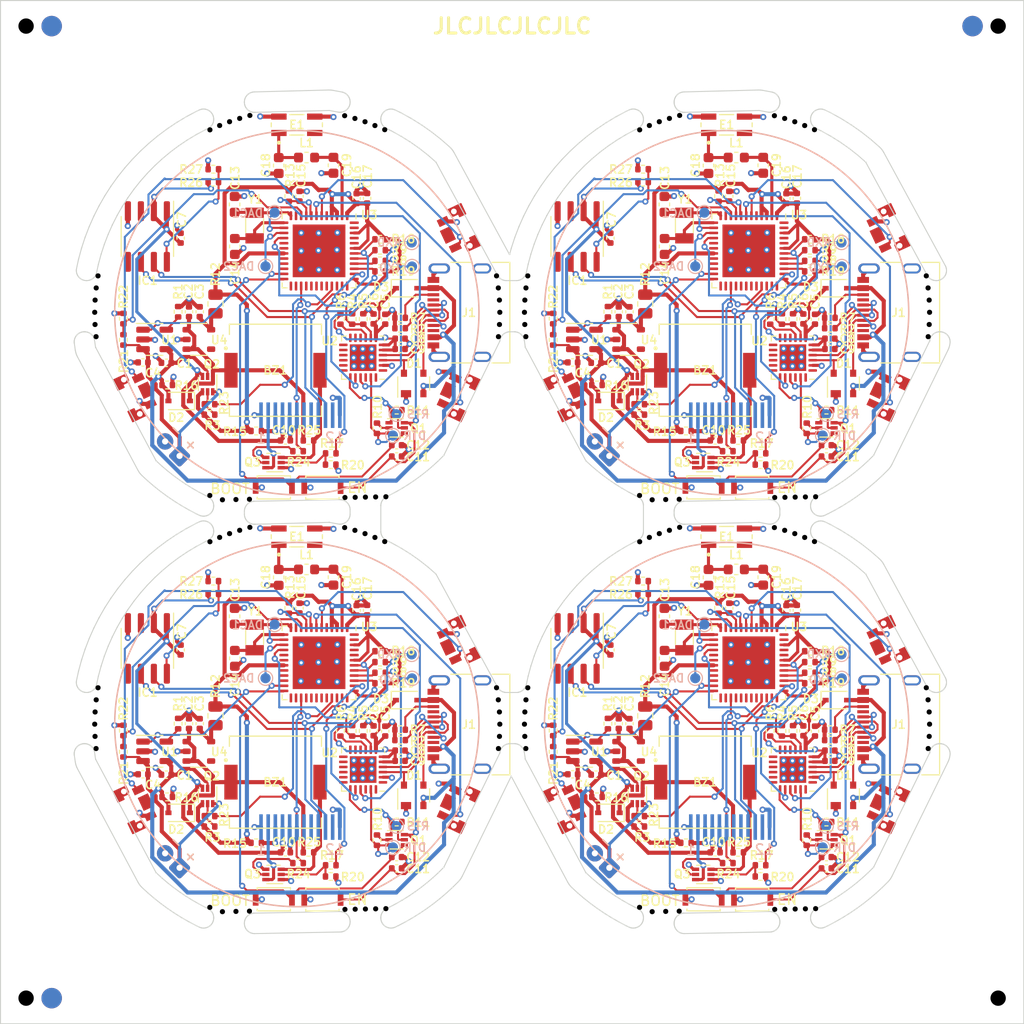
<source format=kicad_pcb>
(kicad_pcb (version 20211014) (generator pcbnew)
  (layers (0 "F.Cu" signal) (1 "In1.Cu" signal) (2 "In2.Cu" signal) (31 "B.Cu" signal) (34 "B.Paste" user) (35 "F.Paste" user) (36 "B.SilkS" user "B.Silkscreen") (37 "F.SilkS" user "F.Silkscreen") (38 "B.Mask" user) (39 "F.Mask" user) (44 "Edge.Cuts" user))
  (net 0 "")
  (net 1 "Board_0-+3V3")
  (net 2 "Board_0-+BATT")
  (net 3 "Board_0-/32K_XN")
  (net 4 "Board_0-/32K_XP")
  (net 5 "Board_0-/ANTENNA")
  (net 6 "Board_0-/B1")
  (net 7 "Board_0-/B2")
  (net 8 "Board_0-/B3")
  (net 9 "Board_0-/BACKLIGHT")
  (net 10 "Board_0-/BACKLIGHT_GATE")
  (net 11 "Board_0-/BATT_ADC")
  (net 12 "Board_0-/BOOT")
  (net 13 "Board_0-/CC1")
  (net 14 "Board_0-/CC2")
  (net 15 "Board_0-/CONNECTED")
  (net 16 "Board_0-/DAC1")
  (net 17 "Board_0-/DAC2")
  (net 18 "Board_0-/DIR")
  (net 19 "Board_0-/DN")
  (net 20 "Board_0-/DP")
  (net 21 "Board_0-/DTR")
  (net 22 "Board_0-/DTR_BASE")
  (net 23 "Board_0-/EN")
  (net 24 "Board_0-/ENABLE")
  (net 25 "Board_0-/LEDA")
  (net 26 "Board_0-/LEDK")
  (net 27 "Board_0-/LNA_IN")
  (net 28 "Board_0-/PIEZO")
  (net 29 "Board_0-/PIEZO_DRAIN")
  (net 30 "Board_0-/PIEZO_GATE")
  (net 31 "Board_0-/POWER")
  (net 32 "Board_0-/POWER_GATE")
  (net 33 "Board_0-/PROG")
  (net 34 "Board_0-/RTS")
  (net 35 "Board_0-/RTS_BASE")
  (net 36 "Board_0-/RXD")
  (net 37 "Board_0-/RXD0")
  (net 38 "Board_0-/SCL")
  (net 39 "Board_0-/SDA")
  (net 40 "Board_0-/STAT")
  (net 41 "Board_0-/TXD")
  (net 42 "Board_0-/TXD0")
  (net 43 "Board_0-/VIO")
  (net 44 "Board_0-/VO")
  (net 45 "Board_0-/VREGIN")
  (net 46 "Board_0-/~RST")
  (net 47 "Board_0-GND")
  (net 48 "Board_0-VBUS")
  (net 49 "Board_0-VCC")
  (net 50 "Board_0-unconnected-(E1-Pad2)")
  (net 51 "Board_0-unconnected-(IC1-Pad3)")
  (net 52 "Board_0-unconnected-(IC1-Pad5)")
  (net 53 "Board_0-unconnected-(J1-PadA8)")
  (net 54 "Board_0-unconnected-(J1-PadB8)")
  (net 55 "Board_0-unconnected-(U2-Pad1)")
  (net 56 "Board_0-unconnected-(U2-Pad10)")
  (net 57 "Board_0-unconnected-(U2-Pad11)")
  (net 58 "Board_0-unconnected-(U2-Pad12)")
  (net 59 "Board_0-unconnected-(U2-Pad13)")
  (net 60 "Board_0-unconnected-(U2-Pad14)")
  (net 61 "Board_0-unconnected-(U2-Pad15)")
  (net 62 "Board_0-unconnected-(U2-Pad16)")
  (net 63 "Board_0-unconnected-(U2-Pad17)")
  (net 64 "Board_0-unconnected-(U2-Pad18)")
  (net 65 "Board_0-unconnected-(U2-Pad22)")
  (net 66 "Board_0-unconnected-(U2-Pad24)")
  (net 67 "Board_0-unconnected-(U3-Pad11)")
  (net 68 "Board_0-unconnected-(U3-Pad17)")
  (net 69 "Board_0-unconnected-(U3-Pad18)")
  (net 70 "Board_0-unconnected-(U3-Pad20)")
  (net 71 "Board_0-unconnected-(U3-Pad21)")
  (net 72 "Board_0-unconnected-(U3-Pad22)")
  (net 73 "Board_0-unconnected-(U3-Pad25)")
  (net 74 "Board_0-unconnected-(U3-Pad26)")
  (net 75 "Board_0-unconnected-(U3-Pad28)")
  (net 76 "Board_0-unconnected-(U3-Pad29)")
  (net 77 "Board_0-unconnected-(U3-Pad30)")
  (net 78 "Board_0-unconnected-(U3-Pad31)")
  (net 79 "Board_0-unconnected-(U3-Pad32)")
  (net 80 "Board_0-unconnected-(U3-Pad34)")
  (net 81 "Board_0-unconnected-(U3-Pad35)")
  (net 82 "Board_0-unconnected-(U3-Pad36)")
  (net 83 "Board_0-unconnected-(U3-Pad44)")
  (net 84 "Board_0-unconnected-(U3-Pad45)")
  (net 85 "Board_0-unconnected-(U3-Pad47)")
  (net 86 "Board_0-unconnected-(U3-Pad48)")
  (net 87 "Board_0-unconnected-(U3-Pad5)")
  (net 88 "Board_0-unconnected-(U4-Pad4)")
  (net 89 "Board_0-unconnected-(U5-Pad11)")
  (net 90 "Board_0-unconnected-(U5-Pad7)")
  (net 91 "Board_0-unconnected-(U5-Pad8)")
  (net 92 "Board_1-+3V3")
  (net 93 "Board_1-+BATT")
  (net 94 "Board_1-/32K_XN")
  (net 95 "Board_1-/32K_XP")
  (net 96 "Board_1-/ANTENNA")
  (net 97 "Board_1-/B1")
  (net 98 "Board_1-/B2")
  (net 99 "Board_1-/B3")
  (net 100 "Board_1-/BACKLIGHT")
  (net 101 "Board_1-/BACKLIGHT_GATE")
  (net 102 "Board_1-/BATT_ADC")
  (net 103 "Board_1-/BOOT")
  (net 104 "Board_1-/CC1")
  (net 105 "Board_1-/CC2")
  (net 106 "Board_1-/CONNECTED")
  (net 107 "Board_1-/DAC1")
  (net 108 "Board_1-/DAC2")
  (net 109 "Board_1-/DIR")
  (net 110 "Board_1-/DN")
  (net 111 "Board_1-/DP")
  (net 112 "Board_1-/DTR")
  (net 113 "Board_1-/DTR_BASE")
  (net 114 "Board_1-/EN")
  (net 115 "Board_1-/ENABLE")
  (net 116 "Board_1-/LEDA")
  (net 117 "Board_1-/LEDK")
  (net 118 "Board_1-/LNA_IN")
  (net 119 "Board_1-/PIEZO")
  (net 120 "Board_1-/PIEZO_DRAIN")
  (net 121 "Board_1-/PIEZO_GATE")
  (net 122 "Board_1-/POWER")
  (net 123 "Board_1-/POWER_GATE")
  (net 124 "Board_1-/PROG")
  (net 125 "Board_1-/RTS")
  (net 126 "Board_1-/RTS_BASE")
  (net 127 "Board_1-/RXD")
  (net 128 "Board_1-/RXD0")
  (net 129 "Board_1-/SCL")
  (net 130 "Board_1-/SDA")
  (net 131 "Board_1-/STAT")
  (net 132 "Board_1-/TXD")
  (net 133 "Board_1-/TXD0")
  (net 134 "Board_1-/VIO")
  (net 135 "Board_1-/VO")
  (net 136 "Board_1-/VREGIN")
  (net 137 "Board_1-/~RST")
  (net 138 "Board_1-GND")
  (net 139 "Board_1-VBUS")
  (net 140 "Board_1-VCC")
  (net 141 "Board_1-unconnected-(E1-Pad2)")
  (net 142 "Board_1-unconnected-(IC1-Pad3)")
  (net 143 "Board_1-unconnected-(IC1-Pad5)")
  (net 144 "Board_1-unconnected-(J1-PadA8)")
  (net 145 "Board_1-unconnected-(J1-PadB8)")
  (net 146 "Board_1-unconnected-(U2-Pad1)")
  (net 147 "Board_1-unconnected-(U2-Pad10)")
  (net 148 "Board_1-unconnected-(U2-Pad11)")
  (net 149 "Board_1-unconnected-(U2-Pad12)")
  (net 150 "Board_1-unconnected-(U2-Pad13)")
  (net 151 "Board_1-unconnected-(U2-Pad14)")
  (net 152 "Board_1-unconnected-(U2-Pad15)")
  (net 153 "Board_1-unconnected-(U2-Pad16)")
  (net 154 "Board_1-unconnected-(U2-Pad17)")
  (net 155 "Board_1-unconnected-(U2-Pad18)")
  (net 156 "Board_1-unconnected-(U2-Pad22)")
  (net 157 "Board_1-unconnected-(U2-Pad24)")
  (net 158 "Board_1-unconnected-(U3-Pad11)")
  (net 159 "Board_1-unconnected-(U3-Pad17)")
  (net 160 "Board_1-unconnected-(U3-Pad18)")
  (net 161 "Board_1-unconnected-(U3-Pad20)")
  (net 162 "Board_1-unconnected-(U3-Pad21)")
  (net 163 "Board_1-unconnected-(U3-Pad22)")
  (net 164 "Board_1-unconnected-(U3-Pad25)")
  (net 165 "Board_1-unconnected-(U3-Pad26)")
  (net 166 "Board_1-unconnected-(U3-Pad28)")
  (net 167 "Board_1-unconnected-(U3-Pad29)")
  (net 168 "Board_1-unconnected-(U3-Pad30)")
  (net 169 "Board_1-unconnected-(U3-Pad31)")
  (net 170 "Board_1-unconnected-(U3-Pad32)")
  (net 171 "Board_1-unconnected-(U3-Pad34)")
  (net 172 "Board_1-unconnected-(U3-Pad35)")
  (net 173 "Board_1-unconnected-(U3-Pad36)")
  (net 174 "Board_1-unconnected-(U3-Pad44)")
  (net 175 "Board_1-unconnected-(U3-Pad45)")
  (net 176 "Board_1-unconnected-(U3-Pad47)")
  (net 177 "Board_1-unconnected-(U3-Pad48)")
  (net 178 "Board_1-unconnected-(U3-Pad5)")
  (net 179 "Board_1-unconnected-(U4-Pad4)")
  (net 180 "Board_1-unconnected-(U5-Pad11)")
  (net 181 "Board_1-unconnected-(U5-Pad7)")
  (net 182 "Board_1-unconnected-(U5-Pad8)")
  (net 183 "Board_2-+3V3")
  (net 184 "Board_2-+BATT")
  (net 185 "Board_2-/32K_XN")
  (net 186 "Board_2-/32K_XP")
  (net 187 "Board_2-/ANTENNA")
  (net 188 "Board_2-/B1")
  (net 189 "Board_2-/B2")
  (net 190 "Board_2-/B3")
  (net 191 "Board_2-/BACKLIGHT")
  (net 192 "Board_2-/BACKLIGHT_GATE")
  (net 193 "Board_2-/BATT_ADC")
  (net 194 "Board_2-/BOOT")
  (net 195 "Board_2-/CC1")
  (net 196 "Board_2-/CC2")
  (net 197 "Board_2-/CONNECTED")
  (net 198 "Board_2-/DAC1")
  (net 199 "Board_2-/DAC2")
  (net 200 "Board_2-/DIR")
  (net 201 "Board_2-/DN")
  (net 202 "Board_2-/DP")
  (net 203 "Board_2-/DTR")
  (net 204 "Board_2-/DTR_BASE")
  (net 205 "Board_2-/EN")
  (net 206 "Board_2-/ENABLE")
  (net 207 "Board_2-/LEDA")
  (net 208 "Board_2-/LEDK")
  (net 209 "Board_2-/LNA_IN")
  (net 210 "Board_2-/PIEZO")
  (net 211 "Board_2-/PIEZO_DRAIN")
  (net 212 "Board_2-/PIEZO_GATE")
  (net 213 "Board_2-/POWER")
  (net 214 "Board_2-/POWER_GATE")
  (net 215 "Board_2-/PROG")
  (net 216 "Board_2-/RTS")
  (net 217 "Board_2-/RTS_BASE")
  (net 218 "Board_2-/RXD")
  (net 219 "Board_2-/RXD0")
  (net 220 "Board_2-/SCL")
  (net 221 "Board_2-/SDA")
  (net 222 "Board_2-/STAT")
  (net 223 "Board_2-/TXD")
  (net 224 "Board_2-/TXD0")
  (net 225 "Board_2-/VIO")
  (net 226 "Board_2-/VO")
  (net 227 "Board_2-/VREGIN")
  (net 228 "Board_2-/~RST")
  (net 229 "Board_2-GND")
  (net 230 "Board_2-VBUS")
  (net 231 "Board_2-VCC")
  (net 232 "Board_2-unconnected-(E1-Pad2)")
  (net 233 "Board_2-unconnected-(IC1-Pad3)")
  (net 234 "Board_2-unconnected-(IC1-Pad5)")
  (net 235 "Board_2-unconnected-(J1-PadA8)")
  (net 236 "Board_2-unconnected-(J1-PadB8)")
  (net 237 "Board_2-unconnected-(U2-Pad1)")
  (net 238 "Board_2-unconnected-(U2-Pad10)")
  (net 239 "Board_2-unconnected-(U2-Pad11)")
  (net 240 "Board_2-unconnected-(U2-Pad12)")
  (net 241 "Board_2-unconnected-(U2-Pad13)")
  (net 242 "Board_2-unconnected-(U2-Pad14)")
  (net 243 "Board_2-unconnected-(U2-Pad15)")
  (net 244 "Board_2-unconnected-(U2-Pad16)")
  (net 245 "Board_2-unconnected-(U2-Pad17)")
  (net 246 "Board_2-unconnected-(U2-Pad18)")
  (net 247 "Board_2-unconnected-(U2-Pad22)")
  (net 248 "Board_2-unconnected-(U2-Pad24)")
  (net 249 "Board_2-unconnected-(U3-Pad11)")
  (net 250 "Board_2-unconnected-(U3-Pad17)")
  (net 251 "Board_2-unconnected-(U3-Pad18)")
  (net 252 "Board_2-unconnected-(U3-Pad20)")
  (net 253 "Board_2-unconnected-(U3-Pad21)")
  (net 254 "Board_2-unconnected-(U3-Pad22)")
  (net 255 "Board_2-unconnected-(U3-Pad25)")
  (net 256 "Board_2-unconnected-(U3-Pad26)")
  (net 257 "Board_2-unconnected-(U3-Pad28)")
  (net 258 "Board_2-unconnected-(U3-Pad29)")
  (net 259 "Board_2-unconnected-(U3-Pad30)")
  (net 260 "Board_2-unconnected-(U3-Pad31)")
  (net 261 "Board_2-unconnected-(U3-Pad32)")
  (net 262 "Board_2-unconnected-(U3-Pad34)")
  (net 263 "Board_2-unconnected-(U3-Pad35)")
  (net 264 "Board_2-unconnected-(U3-Pad36)")
  (net 265 "Board_2-unconnected-(U3-Pad44)")
  (net 266 "Board_2-unconnected-(U3-Pad45)")
  (net 267 "Board_2-unconnected-(U3-Pad47)")
  (net 268 "Board_2-unconnected-(U3-Pad48)")
  (net 269 "Board_2-unconnected-(U3-Pad5)")
  (net 270 "Board_2-unconnected-(U4-Pad4)")
  (net 271 "Board_2-unconnected-(U5-Pad11)")
  (net 272 "Board_2-unconnected-(U5-Pad7)")
  (net 273 "Board_2-unconnected-(U5-Pad8)")
  (net 274 "Board_3-+3V3")
  (net 275 "Board_3-+BATT")
  (net 276 "Board_3-/32K_XN")
  (net 277 "Board_3-/32K_XP")
  (net 278 "Board_3-/ANTENNA")
  (net 279 "Board_3-/B1")
  (net 280 "Board_3-/B2")
  (net 281 "Board_3-/B3")
  (net 282 "Board_3-/BACKLIGHT")
  (net 283 "Board_3-/BACKLIGHT_GATE")
  (net 284 "Board_3-/BATT_ADC")
  (net 285 "Board_3-/BOOT")
  (net 286 "Board_3-/CC1")
  (net 287 "Board_3-/CC2")
  (net 288 "Board_3-/CONNECTED")
  (net 289 "Board_3-/DAC1")
  (net 290 "Board_3-/DAC2")
  (net 291 "Board_3-/DIR")
  (net 292 "Board_3-/DN")
  (net 293 "Board_3-/DP")
  (net 294 "Board_3-/DTR")
  (net 295 "Board_3-/DTR_BASE")
  (net 296 "Board_3-/EN")
  (net 297 "Board_3-/ENABLE")
  (net 298 "Board_3-/LEDA")
  (net 299 "Board_3-/LEDK")
  (net 300 "Board_3-/LNA_IN")
  (net 301 "Board_3-/PIEZO")
  (net 302 "Board_3-/PIEZO_DRAIN")
  (net 303 "Board_3-/PIEZO_GATE")
  (net 304 "Board_3-/POWER")
  (net 305 "Board_3-/POWER_GATE")
  (net 306 "Board_3-/PROG")
  (net 307 "Board_3-/RTS")
  (net 308 "Board_3-/RTS_BASE")
  (net 309 "Board_3-/RXD")
  (net 310 "Board_3-/RXD0")
  (net 311 "Board_3-/SCL")
  (net 312 "Board_3-/SDA")
  (net 313 "Board_3-/STAT")
  (net 314 "Board_3-/TXD")
  (net 315 "Board_3-/TXD0")
  (net 316 "Board_3-/VIO")
  (net 317 "Board_3-/VO")
  (net 318 "Board_3-/VREGIN")
  (net 319 "Board_3-/~RST")
  (net 320 "Board_3-GND")
  (net 321 "Board_3-VBUS")
  (net 322 "Board_3-VCC")
  (net 323 "Board_3-unconnected-(E1-Pad2)")
  (net 324 "Board_3-unconnected-(IC1-Pad3)")
  (net 325 "Board_3-unconnected-(IC1-Pad5)")
  (net 326 "Board_3-unconnected-(J1-PadA8)")
  (net 327 "Board_3-unconnected-(J1-PadB8)")
  (net 328 "Board_3-unconnected-(U2-Pad1)")
  (net 329 "Board_3-unconnected-(U2-Pad10)")
  (net 330 "Board_3-unconnected-(U2-Pad11)")
  (net 331 "Board_3-unconnected-(U2-Pad12)")
  (net 332 "Board_3-unconnected-(U2-Pad13)")
  (net 333 "Board_3-unconnected-(U2-Pad14)")
  (net 334 "Board_3-unconnected-(U2-Pad15)")
  (net 335 "Board_3-unconnected-(U2-Pad16)")
  (net 336 "Board_3-unconnected-(U2-Pad17)")
  (net 337 "Board_3-unconnected-(U2-Pad18)")
  (net 338 "Board_3-unconnected-(U2-Pad22)")
  (net 339 "Board_3-unconnected-(U2-Pad24)")
  (net 340 "Board_3-unconnected-(U3-Pad11)")
  (net 341 "Board_3-unconnected-(U3-Pad17)")
  (net 342 "Board_3-unconnected-(U3-Pad18)")
  (net 343 "Board_3-unconnected-(U3-Pad20)")
  (net 344 "Board_3-unconnected-(U3-Pad21)")
  (net 345 "Board_3-unconnected-(U3-Pad22)")
  (net 346 "Board_3-unconnected-(U3-Pad25)")
  (net 347 "Board_3-unconnected-(U3-Pad26)")
  (net 348 "Board_3-unconnected-(U3-Pad28)")
  (net 349 "Board_3-unconnected-(U3-Pad29)")
  (net 350 "Board_3-unconnected-(U3-Pad30)")
  (net 351 "Board_3-unconnected-(U3-Pad31)")
  (net 352 "Board_3-unconnected-(U3-Pad32)")
  (net 353 "Board_3-unconnected-(U3-Pad34)")
  (net 354 "Board_3-unconnected-(U3-Pad35)")
  (net 355 "Board_3-unconnected-(U3-Pad36)")
  (net 356 "Board_3-unconnected-(U3-Pad44)")
  (net 357 "Board_3-unconnected-(U3-Pad45)")
  (net 358 "Board_3-unconnected-(U3-Pad47)")
  (net 359 "Board_3-unconnected-(U3-Pad48)")
  (net 360 "Board_3-unconnected-(U3-Pad5)")
  (net 361 "Board_3-unconnected-(U4-Pad4)")
  (net 362 "Board_3-unconnected-(U5-Pad11)")
  (net 363 "Board_3-unconnected-(U5-Pad7)")
  (net 364 "Board_3-unconnected-(U5-Pad8)")
  (footprint "NPTH" (layer "F.Cu") (at 78.687898 104.048184)
    (fp_text reference "REF**" hide)
    (fp_text value "NPTH" hide)
  )
  (footprint "Capacitor_SMD:C_0402_1005Metric" (layer "F.Cu") (at 76.469778 45.416773 90)
    (fp_text reference "C3")
    (fp_text value "0.1uF")
  )
  (footprint "Capacitor_SMD:C_0402_1005Metric" (layer "F.Cu") (at 34.469777 45.416773 90)
    (fp_text reference "C3")
    (fp_text value "0.1uF")
  )
  (footprint "NPTH" (layer "F.Cu") (at 36.415188 67.470491)
    (fp_text reference "REF**" hide)
    (fp_text value "NPTH" hide)
  )
  (footprint "NPTH" (layer "F.Cu") (at 35.454729 103.626478)
    (fp_text reference "REF**" hide)
    (fp_text value "NPTH" hide)
  )
  (footprint "NPTH" (layer "F.Cu") (at 51.662036 63.516436)
    (fp_text reference "REF**" hide)
    (fp_text value "NPTH" hide)
  )
  (footprint "NPTH" (layer "F.Cu") (at 51.662036 103.769995)
    (fp_text reference "REF**" hide)
    (fp_text value "NPTH" hide)
  )
  (footprint "Resistor_SMD:R_0402_1005Metric" (layer "F.Cu") (at 48.221261 86.377283 -90)
    (fp_text reference "R6")
    (fp_text value "1k")
  )
  (footprint "NPTH" (layer "F.Cu") (at 105.759669 84.532074)
    (fp_text reference "REF**" hide)
    (fp_text value "NPTH" hide)
  )
  (footprint "NPTH" (layer "F.Cu") (at 105.650245 83.344075)
    (fp_text reference "REF**" hide)
    (fp_text value "NPTH" hide)
  )
  (footprint "USB4105:USB4105-GF-A" (layer "F.Cu") (at 99.879778 45.506773 90)
    (fp_text reference "J1")
    (fp_text value "USB4105-GF-A")
  )
  (footprint "Capacitor_SMD:C_0402_1005Metric" (layer "F.Cu") (at 86.219778 34.126773 90)
    (fp_text reference "C15")
    (fp_text value "0.1uF")
  )
  (footprint "Resistor_SMD:R_0402_1005Metric" (layer "F.Cu") (at 73.289778 92.830332)
    (fp_text reference "R16")
    (fp_text value "100k")
  )
  (footprint "battery-connector:Battery Connector" (layer "F.Cu") (at 74.499778 99.760332 135)
    (fp_text reference "J2" hide)
    (fp_text value "Conn_01x02")
  )
  (footprint "Package_SO:SOIC-8_3.9x4.9mm_P1.27mm" (layer "F.Cu") (at 29.352777 78.317332 -90)
    (fp_text reference "IC1")
    (fp_text value "AS5600-ASOT")
  )
  (footprint "NPTH" (layer "F.Cu") (at 63.664005 88.106098)
    (fp_text reference "REF**" hide)
    (fp_text value "NPTH" hide)
  )
  (footprint "Package_SO:SOIC-8_3.9x4.9mm_P1.27mm" (layer "F.Cu") (at 71.352778 78.317332 -90)
    (fp_text reference "IC1")
    (fp_text value "AS5600-ASOT")
  )
  (footprint "NPTH" (layer "F.Cu") (at 90.632791 26.257004)
    (fp_text reference "REF**" hide)
    (fp_text value "NPTH" hide)
  )
  (footprint "Package_DFN_QFN:QFN-24-1EP_4x4mm_P0.5mm_EP2.6x2.6mm" (layer "F.Cu") (at 92.439262 90.159283 180)
    (fp_text reference "U2")
    (fp_text value "CP2102N-Axx-xQFN24")
  )
  (footprint "PKMCS0909E4000-R1:SPKR_PKMCS0909E4000-R1" (layer "F.Cu") (at 83.869778 91.390332)
    (fp_text reference "BZ1")
    (fp_text value "Buzzer")
  )
  (footprint "Resistor_SMD:R_0402_1005Metric" (layer "F.Cu") (at 93.789778 97.060332 -90)
    (fp_text reference "R10")
    (fp_text value "10k")
  )
  (footprint "Resistor_SMD:R_0402_1005Metric" (layer "F.Cu") (at 44.079777 59.046773 180)
    (fp_text reference "R24")
    (fp_text value "10k")
  )
  (footprint "NPTH" (layer "F.Cu") (at 112.5 17.5)
    (fp_text reference "REF**" hide)
    (fp_text value "NPTH" hide)
  )
  (footprint "NPTH" (layer "F.Cu") (at 63.476856 82.16355)
    (fp_text reference "REF**" hide)
    (fp_text value "NPTH" hide)
  )
  (footprint "NPTH" (layer "F.Cu") (at 63.797386 85.724506)
    (fp_text reference "REF**" hide)
    (fp_text value "NPTH" hide)
  )
  (footprint "Resistor_SMD:R_0402_1005Metric" (layer "F.Cu") (at 27.009777 46.086773 -90)
    (fp_text reference "R22")
    (fp_text value "47.5k")
  )
  (footprint "Capacitor_SMD:C_0402_1005Metric" (layer "F.Cu") (at 49.799777 34.346773 90)
    (fp_text reference "C16")
    (fp_text value "10uF")
  )
  (footprint "NPTH" (layer "F.Cu") (at 24.530084 82.165577)
    (fp_text reference "REF**" hide)
    (fp_text value "NPTH" hide)
  )
  (footprint "NPTH" (layer "F.Cu") (at 92.662081 63.535013)
    (fp_text reference "REF**" hide)
    (fp_text value "NPTH" hide)
  )
  (footprint "Capacitor_SMD:C_0402_1005Metric" (layer "F.Cu") (at 33.419777 85.670332 90)
    (fp_text reference "C2")
    (fp_text value "0.1uF")
  )
  (footprint "NPTH" (layer "F.Cu") (at 48.63279 66.510562)
    (fp_text reference "REF**" hide)
    (fp_text value "NPTH" hide)
  )
  (footprint "Capacitor_SMD:C_0402_1005Metric" (layer "F.Cu") (at 44.219777 74.380332 90)
    (fp_text reference "C15")
    (fp_text value "0.1uF")
  )
  (footprint "USB4105:USB4105-GF-A" (layer "F.Cu") (at 57.879777 85.760332 90)
    (fp_text reference "J1")
    (fp_text value "USB4105-GF-A")
  )
  (footprint "Resistor_SMD:R_0402_1005Metric" (layer "F.Cu") (at 74.359778 85.670332 90)
    (fp_text reference "R1")
    (fp_text value "10k")
  )
  (footprint "NPTH" (layer "F.Cu") (at 94.549341 67.876646)
    (fp_text reference "REF**" hide)
    (fp_text value "NPTH" hide)
  )
  (footprint "NPTH" (layer "F.Cu") (at 24.352156 43.091513)
    (fp_text reference "REF**" hide)
    (fp_text value "NPTH" hide)
  )
  (footprint "Capacitor_SMD:C_0402_1005Metric" (layer "F.Cu") (at 28.925777 90.620332 180)
    (fp_text reference "C4")
    (fp_text value "4.7uF")
  )
  (footprint "Resistor_SMD:R_0402_1005Metric" (layer "F.Cu") (at 94.100778 38.337773 180)
    (fp_text reference "R18")
    (fp_text value "4.7k")
  )
  (footprint "Capacitor_SMD:C_0402_1005Metric" (layer "F.Cu") (at 74.605778 38.216773 90)
    (fp_text reference "C7")
    (fp_text value "0.1uF")
  )
  (footprint "Package_SO:SOIC-8_3.9x4.9mm_P1.27mm" (layer "F.Cu") (at 71.352778 38.063773 -90)
    (fp_text reference "IC1")
    (fp_text value "AS5600-ASOT")
  )
  (footprint "Resistor_SMD:R_0402_1005Metric" (layer "F.Cu") (at 87.099778 98.250332 180)
    (fp_text reference "R25")
    (fp_text value "1k")
  )
  (footprint "sot-25:SOT-25" (layer "F.Cu") (at 34.383777 88.376332)
    (fp_text reference "U4")
    (fp_text value "AP7354-33W5-7")
  )
  (footprint "NPTH" (layer "F.Cu") (at 24.243941 84.532903)
    (fp_text reference "REF**" hide)
    (fp_text value "NPTH" hide)
  )
  (footprint "NPTH" (layer "F.Cu") (at 92.662081 103.788572)
    (fp_text reference "REF**" hide)
    (fp_text value "NPTH" hide)
  )
  (footprint "2450AT42E0100:XDCR_2450AT42E0100E" (layer "F.Cu") (at 85.959778 27.146773 180)
    (fp_text reference "E1")
    (fp_text value "2450AT42E0100E")
  )
  (footprint "Resistor_SMD:R_0402_1005Metric" (layer "F.Cu") (at 74.359778 45.416773 90)
    (fp_text reference "R1")
    (fp_text value "10k")
  )
  (footprint "Resistor_SMD:R_0402_1005Metric" (layer "F.Cu") (at 89.279778 59.256773 180)
    (fp_text reference "R17")
    (fp_text value "10k")
  )
  (footprint "KXT-311:KXT 311 LHS" (layer "F.Cu") (at 83.709778 62.586773)
    (fp_text reference "SW2" hide)
    (fp_text value "BOOT")
  )
  (footprint "Resistor_SMD:R_0402_1005Metric" (layer "F.Cu") (at 52.099777 40.446773)
    (fp_text reference "R8")
    (fp_text value "1k")
  )
  (footprint "NPTH" (layer "F.Cu") (at 50.622723 67.101551)
    (fp_text reference "REF**" hide)
    (fp_text value "NPTH" hide)
  )
  (footprint "Resistor_SMD:R_0402_1005Metric" (layer "F.Cu") (at 43.179777 34.116773 90)
    (fp_text reference "R13")
    (fp_text value "10k")
  )
  (footprint "EVP-AKE31A:EVP-AKE31A" (layer "F.Cu") (at 102.086778 77.543332 -65)
    (fp_text reference "SW3" hide)
    (fp_text value "B1")
  )
  (footprint "Package_TO_SOT_SMD:SOT-143" (layer "F.Cu") (at 55.379777 52.426773 90)
    (fp_text reference "D1")
    (fp_text value "SP0503BAHT")
  )
  (footprint "Resistor_SMD:R_0402_1005Metric" (layer "F.Cu") (at 47.279777 59.256773 180)
    (fp_text reference "R17")
    (fp_text value "10k")
  )
  (footprint "battery-connector:Battery Connector" (layer "F.Cu") (at 32.499777 59.506773 135)
    (fp_text reference "J2" hide)
    (fp_text value "Conn_01x02")
  )
  (footprint "Inductor_SMD:L_0603_1608Metric" (layer "F.Cu") (at 86.909778 70.600332)
    (fp_text reference "L1")
    (fp_text value "TBD")
  )
  (footprint "NPTH" (layer "F.Cu") (at 66.530084 82.165577)
    (fp_text reference "REF**" hide)
    (fp_text value "NPTH" hide)
  )
  (footprint "NPTH" (layer "F.Cu") (at 63.763261 46.66349)
    (fp_text reference "REF**" hide)
    (fp_text value "NPTH" hide)
  )
  (footprint "Diode_SMD:D_SOD-323" (layer "F.Cu") (at 54.689777 83.370332)
    (fp_text reference "D3")
    (fp_text value "D_Schottky_Small")
  )
  (footprint "Resistor_SMD:R_0402_1005Metric" (layer "F.Cu") (at 35.429777 95.726332)
    (fp_text reference "R3")
    (fp_text value "100k")
  )
  (footprint "Package_TO_SOT_SMD:SOT-23-5" (layer "F.Cu") (at 30.065777 48.122773)
    (fp_text reference "U1")
    (fp_text value "MCP73831-2-OT")
  )
  (footprint "EVP-AKE31A:EVP-AKE31A" (layer "F.Cu") (at 60.086777 53.723773 -115)
    (fp_text reference "SW4" hide)
    (fp_text value "B2")
  )
  (footprint "NPTH" (layer "F.Cu") (at 94.661994 103.751418)
    (fp_text reference "REF**" hide)
    (fp_text value "NPTH" hide)
  )
  (footprint "Capacitor_SMD:C_0402_1005Metric" (layer "F.Cu") (at 74.605778 78.470332 90)
    (fp_text reference "C7")
    (fp_text value "0.1uF")
  )
  (footprint "NPTH" (layer "F.Cu") (at 105.763262 46.66349)
    (fp_text reference "REF**" hide)
    (fp_text value "NPTH" hide)
  )
  (footprint "Capacitor_SMD:C_0402_1005Metric" (layer "F.Cu") (at 94.598262 86.401283 90)
    (fp_text reference "C5")
    (fp_text value "4.7uF")
  )
  (footprint "Crystal:Crystal_SMD_3215-2Pin_3.2x1.5mm" (layer "F.Cu") (at 39.835777 77.246332 90)
    (fp_text reference "Y1")
    (fp_text value "32.768kHz 6pF")
  )
  (footprint "NPTH" (layer "F.Cu") (at 50.622723 26.847993)
    (fp_text reference "REF**" hide)
    (fp_text value "NPTH" hide)
  )
  (footprint "Capacitor_SMD:C_0402_1005Metric" (layer "F.Cu") (at 92.829778 34.326773 90)
    (fp_text reference "C17")
    (fp_text value "0.1uF")
  )
  (footprint "battery-connector:Battery Connector" (layer "F.Cu") (at 32.499777 99.760332 135)
    (fp_text reference "J2" hide)
    (fp_text value "Conn_01x02")
  )
  (footprint "Resistor_SMD:R_0402_1005Metric" (layer "F.Cu") (at 45.099777 57.996773 180)
    (fp_text reference "R25")
    (fp_text value "1k")
  )
  (footprint "PKMCS0909E4000-R1:SPKR_PKMCS0909E4000-R1" (layer "F.Cu") (at 41.869777 51.136773)
    (fp_text reference "BZ1")
    (fp_text value "Buzzer")
  )
  (footprint "Capacitor_SMD:C_0402_1005Metric" (layer "F.Cu") (at 54.051261 49.057724)
    (fp_text reference "C9")
    (fp_text value "0.1uF")
  )
  (footprint "Capacitor_SMD:C_0402_1005Metric" (layer "F.Cu") (at 84.839778 57.996773 180)
    (fp_text reference "C10")
    (fp_text value "0.1uF")
  )
  (footprint "Crystal:Crystal_SMD_3215-2Pin_3.2x1.5mm" (layer "F.Cu") (at 39.835777 36.992773 90)
    (fp_text reference "Y1")
    (fp_text value "32.768kHz 6pF")
  )
  (footprint "Capacitor_SMD:C_0402_1005Metric" (layer "F.Cu") (at 92.829778 74.580332 90)
    (fp_text reference "C17")
    (fp_text value "0.1uF")
  )
  (footprint "NPTH" (layer "F.Cu") (at 51.591728 67.474453)
    (fp_text reference "REF**" hide)
    (fp_text value "NPTH" hide)
  )
  (footprint "Inductor_SMD:L_0603_1608Metric" (layer "F.Cu") (at 44.909777 70.600332)
    (fp_text reference "L1")
    (fp_text value "TBD")
  )
  (footprint "Crystal:Crystal_SMD_3215-2Pin_3.2x1.5mm" (layer "F.Cu") (at 81.835778 77.246332 90)
    (fp_text reference "Y1")
    (fp_text value "32.768kHz 6pF")
  )
  (footprint "Diode_SMD:D_SOD-323" (layer "F.Cu") (at 54.689777 43.116773)
    (fp_text reference "D3")
    (fp_text value "D_Schottky_Small")
  )
  (footprint "NPTH" (layer "F.Cu") (at 90.662167 103.825727)
    (fp_text reference "REF**" hide)
    (fp_text value "NPTH" hide)
  )
  (footprint "NPTH" (layer "F.Cu") (at 63.759668 44.278516)
    (fp_text reference "REF**" hide)
    (fp_text value "NPTH" hide)
  )
  (footprint "Resistor_SMD:R_0402_1005Metric" (layer "F.Cu") (at 77.799778 32.746773 180)
    (fp_text reference "R26")
    (fp_text value "10k")
  )
  (footprint "NPTH" (layer "F.Cu") (at 52.54934 27.623088)
    (fp_text reference "REF**" hide)
    (fp_text value "NPTH" hide)
  )
  (footprint "NPTH" (layer "F.Cu") (at 52.54934 67.876646)
    (fp_text reference "REF**" hide)
    (fp_text value "NPTH" hide)
  )
  (footprint "Capacitor_SMD:C_0402_1005Metric" (layer "F.Cu") (at 51.461261 46.117724 90)
    (fp_text reference "C6")
    (fp_text value "0.1uF")
  )
  (footprint "Resistor_SMD:R_0402_1005Metric" (layer "F.Cu") (at 96.051262 46.009724 180)
    (fp_text reference "R7")
    (fp_text value "5.1k")
  )
  (footprint "battery-connector:Battery Connector" (layer "F.Cu") (at 74.499778 59.506773 135)
    (fp_text reference "J2" hide)
    (fp_text value "Conn_01x02")
  )
  (footprint "Capacitor_SMD:C_0402_1005Metric" (layer "F.Cu") (at 93.461262 86.371283 90)
    (fp_text reference "C6")
    (fp_text value "0.1uF")
  )
  (footprint "Resistor_SMD:R_0805_2012Metric" (layer "F.Cu") (at 36.009777 84.910332 -90)
    (fp_text reference "R12")
    (fp_text value "0R")
  )
  (footprint "Capacitor_SMD:C_0402_1005Metric" (layer "F.Cu") (at 95.719778 99.810332)
    (fp_text reference "C11")
    (fp_text value "0.1uF")
  )
  (footprint "NPTH" (layer "F.Cu") (at 105.650245 43.090517)
    (fp_text reference "REF**" hide)
    (fp_text value "NPTH" hide)
  )
  (footprint "Capacitor_SMD:C_0603_1608Metric" (layer "F.Cu") (at 79.899778 79.290332 90)
    (fp_text reference "C14")
    (fp_text value "3.3pF")
  )
  (footprint "Resistor_SMD:R_0402_1005Metric" (layer "F.Cu") (at 77.429778 94.710332 180)
    (fp_text reference "R23")
    (fp_text value "10k")
  )
  (footprint "NPTH" (layer "F.Cu") (at 77.454729 103.626478)
    (fp_text reference "REF**" hide)
    (fp_text value "NPTH" hide)
  )
  (footprint "Resistor_SMD:R_0402_1005Metric" (layer "F.Cu") (at 77.429778 54.456773 180)
    (fp_text reference "R23")
    (fp_text value "10k")
  )
  (footprint "EVP-AKE31A:EVP-AKE31A" (layer "F.Cu") (at 69.832778 93.977332 115)
    (fp_text reference "SW5" hide)
    (fp_text value "B3")
  )
  (footprint "NPTH" (layer "F.Cu") (at 78.415188 67.470491)
    (fp_text reference "REF**" hide)
    (fp_text value "NPTH" hide)
  )
  (footprint "NPTH" (layer "F.Cu") (at 63.650244 43.090517)
    (fp_text reference "REF**" hide)
    (fp_text value "NPTH" hide)
  )
  (footprint "NPTH" (layer "F.Cu") (at 38.372924 26.523053)
    (fp_text reference "REF**" hide)
    (fp_text value "NPTH" hide)
  )
  (footprint "Resistor_SMD:R_0402_1005Metric" (layer "F.Cu") (at 47.279777 99.510332 180)
    (fp_text reference "R17")
    (fp_text value "10k")
  )
  (footprint "EVP-AKE31A:EVP-AKE31A" (layer "F.Cu") (at 60.086777 93.977332 -115)
    (fp_text reference "SW4" hide)
    (fp_text value "B2")
  )
  (footprint "Resistor_SMD:R_0402_1005Metric" (layer "F.Cu") (at 47.269777 60.356773)
    (fp_text reference "R20")
    (fp_text value "100k")
  )
  (footprint "sot-25:SOT-25" (layer "F.Cu") (at 76.383778 88.376332)
    (fp_text reference "U4")
    (fp_text value "AP7354-33W5-7")
  )
  (footprint "Resistor_SMD:R_0402_1005Metric" (layer "F.Cu") (at 81.989778 57.066773)
    (fp_text reference "R15")
    (fp_text value "10R")
  )
  (footprint "Capacitor_SMD:C_0402_1005Metric" (layer "F.Cu") (at 31.205777 50.408773 180)
    (fp_text reference "C1")
    (fp_text value "4.7uF")
  )
  (footprint "NPTH" (layer "F.Cu") (at 90.662167 63.572168)
    (fp_text reference "REF**" hide)
    (fp_text value "NPTH" hide)
  )
  (footprint "Resistor_SMD:R_0402_1005Metric" (layer "F.Cu") (at 31.289777 52.576773)
    (fp_text reference "R16")
    (fp_text value "100k")
  )
  (footprint "Capacitor_SMD:C_0402_1005Metric" (layer "F.Cu") (at 42.839777 57.996773 180)
    (fp_text reference "C10")
    (fp_text value "0.1uF")
  )
  (footprint "Resistor_SMD:R_0402_1005Metric" (layer "F.Cu") (at 89.279778 99.510332 180)
    (fp_text reference "R17")
    (fp_text value "10k")
  )
  (footprint "NPTH" (layer "F.Cu") (at 39.330402 63.745532)
    (fp_text reference "REF**" hide)
    (fp_text value "NPTH" hide)
  )
  (footprint "Package_TO_SOT_SMD:SOT-563" (layer "F.Cu") (at 41.679777 100.410332 180)
    (fp_text reference "Q3")
    (fp_text value "DMN2004VK-7")
  )
  (footprint "NPTH" (layer "F.Cu") (at 52.661993 103.751418)
    (fp_text reference "REF**" hide)
    (fp_text value "NPTH" hide)
  )
  (footprint "Resistor_SMD:R_0402_1005Metric" (layer "F.Cu") (at 52.099777 79.654332)
    (fp_text reference "R9")
    (fp_text value "1k")
  )
  (footprint "Capacitor_SMD:C_0603_1608Metric" (layer "F.Cu") (at 47.539777 71.358332 -90)
    (fp_text reference "C19")
    (fp_text value "TBD")
  )
  (footprint "Resistor_SMD:R_0402_1005Metric" (layer "F.Cu") (at 69.009778 86.340332 -90)
    (fp_text reference "R22")
    (fp_text value "47.5k")
  )
  (footprint "Package_DFN_QFN:QFN-48-1EP_7x7mm_P0.5mm_EP5.15x5.15mm" (layer "F.Cu") (at 88.130778 79.721332 -90)
    (fp_text reference "U3")
    (fp_text value "ESP32-PICO-V3")
  )
  (footprint "Resistor_SMD:R_0402_1005Metric" (layer "F.Cu") (at 89.269778 60.356773)
    (fp_text reference "R20")
    (fp_text value "100k")
  )
  (footprint "NPTH" (layer "F.Cu") (at 78.415188 27.216933)
    (fp_text reference "REF**" hide)
    (fp_text value "NPTH" hide)
  )
  (footprint "Diode_SMD:D_SOD-323" (layer "F.Cu") (at 74.459778 94.390332 180)
    (fp_text reference "D2")
    (fp_text value "D_Schottky_Small")
  )
  (footprint "NPTH" (layer "F.Cu") (at 93.591729 27.220895)
    (fp_text reference "REF**" hide)
    (fp_text value "NPTH" hide)
  )
  (footprint "Capacitor_SMD:C_0603_1608Metric" (layer "F.Cu") (at 84.189778 71.380332 -90)
    (fp_text reference "C18")
    (fp_text value "TBD")
  )
  (footprint "Resistor_SMD:R_0402_1005Metric" (layer "F.Cu") (at 77.799778 73.000332 180)
    (fp_text reference "R26")
    (fp_text value "10k")
  )
  (footprint "Capacitor_SMD:C_0603_1608Metric" (layer "F.Cu") (at 84.189778 31.126773 -90)
    (fp_text reference "C18")
    (fp_text value "TBD")
  )
  (footprint "Resistor_SMD:R_0402_1005Metric" (layer "F.Cu") (at 69.009778 88.420332 90)
    (fp_text reference "R21")
    (fp_text value "22.1k")
  )
  (footprint "Package_TO_SOT_SMD:SOT-563" (layer "F.Cu") (at 41.679777 60.156773 180)
    (fp_text reference "Q3")
    (fp_text value "DMN2004VK-7")
  )
  (footprint "Diode_SMD:D_SOD-323" (layer "F.Cu") (at 32.459777 54.136773 180)
    (fp_text reference "D2")
    (fp_text value "D_Schottky_Small")
  )
  (footprint "Crystal:Crystal_SMD_3215-2Pin_3.2x1.5mm" (layer "F.Cu") (at 81.835778 36.992773 90)
    (fp_text reference "Y1")
    (fp_text value "32.768kHz 6pF")
  )
  (footprint "Package_TO_SOT_SMD:SOT-563" (layer "F.Cu") (at 95.719778 56.766773)
    (fp_text reference "Q1")
    (fp_text value "DMN2004VK-7")
  )
  (footprint "Capacitor_SMD:C_0402_1005Metric" (layer "F.Cu") (at 50.829777 34.326773 90)
    (fp_text reference "C17")
    (fp_text value "0.1uF")
  )
  (footprint "Inductor_SMD:L_0603_1608Metric" (layer "F.Cu") (at 44.909777 30.346773)
    (fp_text reference "L1")
    (fp_text value "TBD")
  )
  (footprint "Resistor_SMD:R_0402_1005Metric" (layer "F.Cu") (at 47.269777 100.610332)
    (fp_text reference "R20")
    (fp_text value "100k")
  )
  (footprint "Resistor_SMD:R_0402_1005Metric" (layer "F.Cu") (at 27.009777 48.166773 90)
    (fp_text reference "R21")
    (fp_text value "22.1k")
  )
  (footprint "Resistor_SMD:R_0402_1005Metric" (layer "F.Cu") (at 44.079777 99.300332 180)
    (fp_text reference "R24")
    (fp_text value "10k")
  )
  (footprint "Capacitor_SMD:C_0402_1005Metric" (layer "F.Cu") (at 96.051262 89.311283)
    (fp_text reference "C9")
    (fp_text value "0.1uF")
  )
  (footprint "Resistor_SMD:R_0402_1005Metric" (layer "F.Cu") (at 54.051261 47.025724)
    (fp_text reference "R2")
    (fp_text value "5.1k")
  )
  (footprint "Resistor_SMD:R_0402_1005Metric" (layer "F.Cu") (at 27.009777 86.340332 -90)
    (fp_text reference "R22")
    (fp_text value "47.5k")
  )
  (footprint "Resistor_SMD:R_0402_1005Metric" (layer "F.Cu") (at 91.367262 46.123724 90)
    (fp_text reference "R4")
    (fp_text value "22.1k")
  )
  (footprint "NPTH" (layer "F.Cu") (at 50.66208 63.535013)
    (fp_text reference "REF**" hide)
    (fp_text value "NPTH" hide)
  )
  (footprint "Resistor_SMD:R_0402_1005Metric" (layer "F.Cu") (at 94.099778 39.400773)
    (fp_text reference "R9")
    (fp_text value "1k")
  )
  (footprint "NPTH" (layer "F.Cu") (at 81.370259 26.231001)
    (fp_text reference "REF**" hide)
    (fp_text value "NPTH" hide)
  )
  (footprint "Capacitor_SMD:C_0402_1005Metric" (layer "F.Cu") (at 70.925778 50.366773 180)
    (fp_text reference "C4")
    (fp_text value "4.7uF")
  )
  (footprint "Resistor_SMD:R_0402_1005Metric" (layer "F.Cu") (at 54.051261 87.279283)
    (fp_text reference "R2")
    (fp_text value "5.1k")
  )
  (footprint "Resistor_SMD:R_0402_1005Metric" (layer "F.Cu") (at 54.051261 46.009724 180)
    (fp_text reference "R7")
    (fp_text value "5.1k")
  )
  (footprint "Capacitor_SMD:C_0603_1608Metric" (layer "F.Cu") (at 89.539778 71.358332 -90)
    (fp_text reference "C19")
    (fp_text value "TBD")
  )
  (footprint "NPTH" (layer "F.Cu") (at 24.237867 46.663832)
    (fp_text reference "REF**" hide)
    (fp_text value "NPTH" hide)
  )
  (footprint "NPTH" (layer "F.Cu") (at 36.687898 63.794625)
    (fp_text reference "REF**" hide)
    (fp_text value "NPTH" hide)
  )
  (footprint "Package_TO_SOT_SMD:SOT-563" (layer "F.Cu") (at 83.679778 100.410332 180)
    (fp_text reference "Q3")
    (fp_text value "DMN2004VK-7")
  )
  (footprint "Diode_SMD:D_SOD-323" (layer "F.Cu") (at 96.689778 83.370332)
    (fp_text reference "D3")
    (fp_text value "D_Schottky_Small")
  )
  (footprint "NPTH" (layer "F.Cu") (at 49.635506 66.77996)
    (fp_text reference "REF**" hide)
    (fp_text value "NPTH" hide)
  )
  (footprint "EVP-AKE31A:EVP-AKE31A" (layer "F.Cu") (at 102.086778 53.723773 -115)
    (fp_text reference "SW4" hide)
    (fp_text value "B2")
  )
  (footprint "NPTH" (layer "F.Cu") (at 92.622724 26.847993)
    (fp_text reference "REF**" hide)
    (fp_text value "NPTH" hide)
  )
  (footprint "Resistor_SMD:R_0402_1005Metric" (layer "F.Cu") (at 51.789777 56.806773 -90)
    (fp_text reference "R10")
    (fp_text value "10k")
  )
  (footprint "Package_TO_SOT_SMD:SOT-23-5" (layer "F.Cu") (at 72.065778 48.122773)
    (fp_text reference "U1")
    (fp_text value "MCP73831-2-OT")
  )
  (footprint "NPTH" (layer "F.Cu") (at 66.352156 43.091513)
    (fp_text reference "REF**" hide)
    (fp_text value "NPTH" hide)
  )
  (footprint "NPTH" (layer "F.Cu") (at 24.237867 86.917391)
    (fp_text reference "REF**" hide)
    (fp_text value "NPTH" hide)
  )
  (footprint "2450AT42E0100:XDCR_2450AT42E0100E" (layer "F.Cu") (at 85.959778 67.400332 180)
    (fp_text reference "E1")
    (fp_text value "2450AT42E0100E")
  )
  (footprint "Capacitor_SMD:C_0603_1608Metric" (layer "F.Cu") (at 37.899777 39.036773 90)
    (fp_text reference "C14")
    (fp_text value "3.3pF")
  )
  (footprint "NPTH" (layer "F.Cu") (at 66.2058 85.725029)
    (fp_text reference "REF**" hide)
    (fp_text value "NPTH" hide)
  )
  (footprint "Resistor_SMD:R_0402_1005Metric" (layer "F.Cu") (at 32.359777 45.416773 90)
    (fp_text reference "R1")
    (fp_text value "10k")
  )
  (footprint "Package_TO_SOT_SMD:SOT-23-5" (layer "F.Cu") (at 72.065778 88.376332)
    (fp_text reference "U1")
    (fp_text value "MCP73831-2-OT")
  )
  (footprint "Package_DFN_QFN:QFN-24-1EP_4x4mm_P0.5mm_EP2.6x2.6mm" (layer "F.Cu") (at 50.439261 49.905724 180)
    (fp_text reference "U2")
    (fp_text value "CP2102N-Axx-xQFN24")
  )
  (footprint "Inductor_SMD:L_0603_1608Metric" (layer "F.Cu") (at 86.909778 30.346773)
    (fp_text reference "L1")
    (fp_text value "TBD")
  )
  (footprint "Capacitor_SMD:C_0402_1005Metric" (layer "F.Cu") (at 73.205778 50.408773 180)
    (fp_text reference "C1")
    (fp_text value "4.7uF")
  )
  (footprint "Capacitor_SMD:C_0402_1005Metric" (layer "F.Cu") (at 91.799778 74.600332 90)
    (fp_text reference "C16")
    (fp_text value "10uF")
  )
  (footprint "NPTH" (layer "F.Cu") (at 63.476856 41.909992)
    (fp_text reference "REF**" hide)
    (fp_text value "NPTH" hide)
  )
  (footprint "NPTH" (layer "F.Cu") (at 93.662037 103.769995)
    (fp_text reference "REF**" hide)
    (fp_text value "NPTH" hide)
  )
  (footprint "Capacitor_SMD:C_0402_1005Metric" (layer "F.Cu") (at 91.799778 34.346773 90)
    (fp_text reference "C16")
    (fp_text value "10uF")
  )
  (footprint "NPTH" (layer "F.Cu") (at 112.5 112.5)
    (fp_text reference "REF**" hide)
    (fp_text value "NPTH" hide)
  )
  (footprint "Capacitor_SMD:C_0402_1005Metric" (layer "F.Cu") (at 31.205777 90.662332 180)
    (fp_text reference "C1")
    (fp_text value "4.7uF")
  )
  (footprint "Resistor_SMD:R_0402_1005Metric" (layer "F.Cu") (at 49.367261 46.123724 90)
    (fp_text reference "R4")
    (fp_text value "22.1k")
  )
  (footprint "Resistor_SMD:R_0402_1005Metric" (layer "F.Cu") (at 73.289778 52.576773)
    (fp_text reference "R16")
    (fp_text value "100k")
  )
  (footprint "Fiducial" (layer "F.Cu") (at 110 17.5)
    (fp_text reference "REF**" hide)
    (fp_text value "Fiducial" hide)
  )
  (footprint "NPTH" (layer "F.Cu") (at 66.34004 47.852371)
    (fp_text reference "REF**" hide)
    (fp_text value "NPTH" hide)
  )
  (footprint "PKMCS0909E4000-R1:SPKR_PKMCS0909E4000-R1" (layer "F.Cu") (at 83.869778 51.136773)
    (fp_text reference "BZ1")
    (fp_text value "Buzzer")
  )
  (footprint "NPTH" (layer "F.Cu") (at 66.237867 46.663832)
    (fp_text reference "REF**" hide)
    (fp_text value "NPTH" hide)
  )
  (footprint "Resistor_SMD:R_0402_1005Metric" (layer "F.Cu") (at 87.099778 57.996773 180)
    (fp_text reference "R25")
    (fp_text value "1k")
  )
  (footprint "NPTH" (layer "F.Cu") (at 66.243941 44.279345)
    (fp_text reference "REF**" hide)
    (fp_text value "NPTH" hide)
  )
  (footprint "NPTH" (layer "F.Cu") (at 77.466281 67.893447)
    (fp_text reference "REF**" hide)
    (fp_text value "NPTH" hide)
  )
  (footprint "Capacitor_SMD:C_0402_1005Metric" (layer "F.Cu") (at 96.051262 49.057724)
    (fp_text reference "C9")
    (fp_text value "0.1uF")
  )
  (footprint "NPTH" (layer "F.Cu") (at 39.370259 26.231001)
    (fp_text reference "REF**" hide)
    (fp_text value "NPTH" hide)
  )
  (footprint "EVP-AKE31A:EVP-AKE31A" (layer "F.Cu") (at 60.086777 77.543332 -65)
    (fp_text reference "SW3" hide)
    (fp_text value "B1")
  )
  (footprint "Capacitor_SMD:C_0402_1005Metric" (layer "F.Cu") (at 70.925778 90.620332 180)
    (fp_text reference "C4")
    (fp_text value "4.7uF")
  )
  (footprint "Capacitor_SMD:C_0603_1608Metric" (layer "F.Cu") (at 42.189777 71.380332 -90)
    (fp_text reference "C18")
    (fp_text value "TBD")
  )
  (footprint "Capacitor_SMD:C_0402_1005Metric" (layer "F.Cu") (at 54.051261 48.041724)
    (fp_text reference "C8")
    (fp_text value "4.7uF")
  )
  (footprint "2450AT42E0100:XDCR_2450AT42E0100E" (layer "F.Cu") (at 43.959777 27.146773 180)
    (fp_text reference "E1")
    (fp_text value "2450AT42E0100E")
  )
  (footprint "Resistor_SMD:R_0402_1005Metric" (layer "F.Cu") (at 94.100778 78.591332 180)
    (fp_text reference "R18")
    (fp_text value "4.7k")
  )
  (footprint "Resistor_SMD:R_0402_1005Metric" (layer "F.Cu") (at 35.799777 31.486773)
    (fp_text reference "R27")
    (fp_text value "10k")
  )
  (footprint "sot-25:SOT-25" (layer "F.Cu") (at 76.383778 48.122773)
    (fp_text reference "U4")
    (fp_text value "AP7354-33W5-7")
  )
  (footprint "Package_DFN_QFN:QFN-48-1EP_7x7mm_P0.5mm_EP5.15x5.15mm" (layer "F.Cu") (at 46.130777 39.467773 -90)
    (fp_text reference "U3")
    (fp_text value "ESP32-PICO-V3")
  )
  (footprint "NPTH" (layer "F.Cu") (at 91.635507 26.526402)
    (fp_text reference "REF**" hide)
    (fp_text value "NPTH" hide)
  )
  (footprint "NPTH" (layer "F.Cu") (at 24.243941 44.279345)
    (fp_text reference "REF**" hide)
    (fp_text value "NPTH" hide)
  )
  (footprint "Capacitor_SMD:C_0402_1005Metric" (layer "F.Cu") (at 33.419777 45.416773 90)
    (fp_text reference "C2")
    (fp_text value "0.1uF")
  )
  (footprint "NPTH" (layer "F.Cu") (at 50.66208 103.788572)
    (fp_text reference "REF**" hide)
    (fp_text value "NPTH" hide)
  )
  (footprint "PKMCS0909E4000-R1:SPKR_PKMCS0909E4000-R1" (layer "F.Cu") (at 41.869777 91.390332)
    (fp_text reference "BZ1")
    (fp_text value "Buzzer")
  )
  (footprint "Capacitor_SMD:C_0402_1005Metric" (layer "F.Cu") (at 52.598261 46.147724 90)
    (fp_text reference "C5")
    (fp_text value "4.7uF")
  )
  (footprint "EVP-AKE31A:EVP-AKE31A" (layer "F.Cu") (at 69.832778 53.723773 115)
    (fp_text reference "SW5" hide)
    (fp_text value "B3")
  )
  (footprint "Capacitor_SMD:C_0603_1608Metric" (layer "F.Cu") (at 89.539778 31.104773 -90)
    (fp_text reference "C19")
    (fp_text value "TBD")
  )
  (footprint "Resistor_SMD:R_0402_1005Metric" (layer "F.Cu") (at 35.429777 55.472773)
    (fp_text reference "R3")
    (fp_text value "100k")
  )
  (footprint "Resistor_SMD:R_0402_1005Metric" (layer "F.Cu") (at 95.719778 95.280332 180)
    (fp_text reference "R11")
    (fp_text value "10k")
  )
  (footprint "Resistor_SMD:R_0805_2012Metric" (layer "F.Cu") (at 36.009777 44.656773 -90)
    (fp_text reference "R12")
    (fp_text value "0R")
  )
  (footprint "NPTH" (layer "F.Cu") (at 80.372924 66.776611)
    (fp_text reference "REF**" hide)
    (fp_text value "NPTH" hide)
  )
  (footprint "Resistor_SMD:R_0402_1005Metric" (layer "F.Cu") (at 35.799777 71.740332)
    (fp_text reference "R27")
    (fp_text value "10k")
  )
  (footprint "Resistor_SMD:R_0402_1005Metric" (layer "F.Cu") (at 43.179777 74.370332 90)
    (fp_text reference "R13")
    (fp_text value "10k")
  )
  (footprint "Resistor_SMD:R_0402_1005Metric" (layer "F.Cu") (at 52.100777 41.467773)
    (fp_text reference "R19")
    (fp_text value "4.7k")
  )
  (footprint "Resistor_SMD:R_0402_1005Metric" (layer "F.Cu") (at 92.454262 86.377283 90)
    (fp_text reference "R5")
    (fp_text value "47.5k")
  )
  (footprint "Package_DFN_QFN:QFN-24-1EP_4x4mm_P0.5mm_EP2.6x2.6mm" (layer "F.Cu") (at 92.439262 49.905724 180)
    (fp_text reference "U2")
    (fp_text value "CP2102N-Axx-xQFN24")
  )
  (footprint "Resistor_SMD:R_0402_1005Metric" (layer "F.Cu") (at 90.221262 86.377283 -90)
    (fp_text reference "R6")
    (fp_text value "1k")
  )
  (footprint "USB4105:USB4105-GF-A" (layer "F.Cu") (at 57.879777 45.506773 90)
    (fp_text reference "J1")
    (fp_text value "USB4105-GF-A")
  )
  (footprint "Package_DFN_QFN:QFN-48-1EP_7x7mm_P0.5mm_EP5.15x5.15mm" (layer "F.Cu") (at 88.130778 39.467773 -90)
    (fp_text reference "U3")
    (fp_text value "ESP32-PICO-V3")
  )
  (footprint "Package_TO_SOT_SMD:SOT-143" (layer "F.Cu") (at 55.379777 92.680332 90)
    (fp_text reference "D1")
    (fp_text value "SP0503BAHT")
  )
  (footprint "NPTH" (layer "F.Cu") (at 35.454729 63.372919)
    (fp_text reference "REF**" hide)
    (fp_text value "NPTH" hide)
  )
  (footprint "Capacitor_SMD:C_0402_1005Metric" (layer "F.Cu") (at 34.469777 85.670332 90)
    (fp_text reference "C3")
    (fp_text value "0.1uF")
  )
  (footprint "Capacitor_SMD:C_0402_1005Metric" (layer "F.Cu") (at 75.419778 45.416773 90)
    (fp_text reference "C2")
    (fp_text value "0.1uF")
  )
  (footprint "Capacitor_SMD:C_0402_1005Metric" (layer "F.Cu") (at 54.051261 89.311283)
    (fp_text reference "C9")
    (fp_text value "0.1uF")
  )
  (footprint "NPTH" (layer "F.Cu") (at 66.530084 41.912019)
    (fp_text reference "REF**" hide)
    (fp_text value "NPTH" hide)
  )
  (footprint "Resistor_SMD:R_0402_1005Metric" (layer "F.Cu") (at 86.079778 99.300332 180)
    (fp_text reference "R24")
    (fp_text value "10k")
  )
  (footprint "NPTH" (layer "F.Cu") (at 24.2058 85.725029)
    (fp_text reference "REF**" hide)
    (fp_text value "NPTH" hide)
  )
  (footprint "Package_TO_SOT_SMD:SOT-563" (layer "F.Cu") (at 53.719777 97.020332)
    (fp_text reference "Q1")
    (fp_text value "DMN2004VK-7")
  )
  (footprint "NPTH" (layer "F.Cu") (at 105.476857 41.909992)
    (fp_text reference "REF**" hide)
    (fp_text value "NPTH" hide)
  )
  (footprint "USB4105:USB4105-GF-A" (layer "F.Cu") (at 99.879778 85.760332 90)
    (fp_text reference "J1")
    (fp_text value "USB4105-GF-A")
  )
  (footprint "Resistor_SMD:R_0402_1005Metric" (layer "F.Cu") (at 50.454261 86.377283 90)
    (fp_text reference "R5")
    (fp_text value "47.5k")
  )
  (footprint "Resistor_SMD:R_0805_2012Metric" (layer "F.Cu") (at 78.009778 84.910332 -90)
    (fp_text reference "R12")
    (fp_text value "0R")
  )
  (footprint "Capacitor_SMD:C_0402_1005Metric" (layer "F.Cu") (at 52.598261 86.401283 90)
    (fp_text reference "C5")
    (fp_text value "4.7uF")
  )
  (footprint "NPTH" (layer "F.Cu") (at 24.2058 45.47147)
    (fp_text reference "REF**" hide)
    (fp_text value "NPTH" hide)
  )
  (footprint "Resistor_SMD:R_0402_1005Metric" (layer "F.Cu") (at 49.367261 86.377283 90)
    (fp_text reference "R4")
    (fp_text value "22.1k")
  )
  (footprint "Capacitor_SMD:C_0603_1608Metric" (layer "F.Cu") (at 47.539777 31.104773 -90)
    (fp_text reference "C19")
    (fp_text value "TBD")
  )
  (footprint "Resistor_SMD:R_0402_1005Metric" (layer "F.Cu") (at 35.429777 54.456773 180)
    (fp_text reference "R23")
    (fp_text value "10k")
  )
  (footprint "Capacitor_SMD:C_0402_1005Metric" (layer "F.Cu") (at 94.598262 46.147724 90)
    (fp_text reference "C5")
    (fp_text value "4.7uF")
  )
  (footprint "Package_TO_SOT_SMD:SOT-563" (layer "F.Cu") (at 53.719777 56.766773)
    (fp_text reference "Q1")
    (fp_text value "DMN2004VK-7")
  )
  (footprint "NPTH" (layer "F.Cu") (at 17.5 112.5)
    (fp_text reference "REF**" hide)
    (fp_text value "NPTH" hide)
  )
  (footprint "Capacitor_SMD:C_0402_1005Metric" (layer "F.Cu") (at 95.719778 58.456773)
    (fp_text reference "C12")
    (fp_text value "0.1uF")
  )
  (footprint "NPTH" (layer "F.Cu") (at 48.662166 63.572168)
    (fp_text reference "REF**" hide)
    (fp_text value "NPTH" hide)
  )
  (footprint "Capacitor_SMD:C_0603_1608Metric" (layer "F.Cu") (at 42.189777 31.126773 -90)
    (fp_text reference "C18")
    (fp_text value "TBD")
  )
  (footprint "Resistor_SMD:R_0402_1005Metric" (layer "F.Cu") (at 85.179778 74.370332 90)
    (fp_text reference "R13")
    (fp_text value "10k")
  )
  (footprint "NPTH" (layer "F.Cu") (at 38.372924 66.776611)
    (fp_text reference "REF**" hide)
    (fp_text value "NPTH" hide)
  )
  (footprint "NPTH" (layer "F.Cu") (at 24.34004 47.852371)
    (fp_text reference "REF**" hide)
    (fp_text value "NPTH" hide)
  )
  (footprint "NPTH" (layer "F.Cu") (at 105.797387 45.470947)
    (fp_text reference "REF**" hide)
    (fp_text value "NPTH" hide)
  )
  (footprint "Package_TO_SOT_SMD:SOT-563" (layer "F.Cu") (at 77.239778 52.486773 -90)
    (fp_text reference "Q2")
    (fp_text value "DMP2004VK-7")
  )
  (footprint "Capacitor_SMD:C_0402_1005Metric" (layer "F.Cu") (at 53.719777 58.456773)
    (fp_text reference "C12")
    (fp_text value "0.1uF")
  )
  (footprint "Capacitor_SMD:C_0402_1005Metric" (layer "F.Cu") (at 96.051262 48.041724)
    (fp_text reference "C8")
    (fp_text value "4.7uF")
  )
  (footprint "Resistor_SMD:R_0402_1005Metric" (layer "F.Cu") (at 45.099777 98.250332 180)
    (fp_text reference "R25")
    (fp_text value "1k")
  )
  (footprint "NPTH" (layer "F.Cu") (at 79.384958 67.097871)
    (fp_text reference "REF**" hide)
    (fp_text value "NPTH" hide)
  )
  (footprint "Capacitor_SMD:C_0402_1005Metric" (layer "F.Cu") (at 95.719778 59.556773)
    (fp_text reference "C11")
    (fp_text value "0.1uF")
  )
  (footprint "NPTH" (layer "F.Cu") (at 66.34004 88.10593)
    (fp_text reference "REF**" hide)
    (fp_text value "NPTH" hide)
  )
  (footprint "KXT-311:KXT 311 LHS" (layer "F.Cu") (at 83.709778 102.840332)
    (fp_text reference "SW2" hide)
    (fp_text value "BOOT")
  )
  (footprint "Capacitor_SMD:C_0402_1005Metric" (layer "F.Cu") (at 86.219778 74.380332 90)
    (fp_text reference "C15")
    (fp_text value "0.1uF")
  )
  (footprint "NPTH" (layer "F.Cu") (at 105.759669 44.278516)
    (fp_text reference "REF**" hide)
    (fp_text value "NPTH" hide)
  )
  (footprint "Resistor_SMD:R_0402_1005Metric" (layer "F.Cu") (at 32.359777 85.670332 90)
    (fp_text reference "R1")
    (fp_text value "10k")
  )
  (footprint "NPTH" (layer "F.Cu") (at 17.5 17.5)
    (fp_text reference "REF**" hide)
    (fp_text value "NPTH" hide)
  )
  (footprint "NPTH" (layer "F.Cu") (at 63.650244 83.344075)
    (fp_text reference "REF**" hide)
    (fp_text value "NPTH" hide)
  )
  (footprint "EVP-AKE31A:EVP-AKE31A" (layer "F.Cu") (at 27.832777 53.723773 115)
    (fp_text reference "SW5" hide)
    (fp_text value "B3")
  )
  (footprint "Capacitor_SMD:C_0402_1005Metric" (layer "F.Cu") (at 53.719777 59.556773)
    (fp_text reference "C11")
    (fp_text value "0.1uF")
  )
  (footprint "NPTH" (layer "F.Cu") (at 77.454729 63.372919)
    (fp_text reference "REF**" hide)
    (fp_text value "NPTH" hide)
  )
  (footprint "Resistor_SMD:R_0402_1005Metric" (layer "F.Cu") (at 35.799777 73.000332 180)
    (fp_text reference "R26")
    (fp_text value "10k")
  )
  (footprint "NPTH" (layer "F.Cu") (at 48.662166 103.825727)
    (fp_text reference "REF**" hide)
    (fp_text value "NPTH" hide)
  )
  (footprint "Resistor_SMD:R_0402_1005Metric" (layer "F.Cu") (at 77.429778 95.726332)
    (fp_text reference "R3")
    (fp_text value "100k")
  )
  (footprint "Package_TO_SOT_SMD:SOT-143" (layer "F.Cu") (at 97.379778 52.426773 90)
    (fp_text reference "D1")
    (fp_text value "SP0503BAHT")
  )
  (footprint "NPTH" (layer "F.Cu") (at 66.237867 86.917391)
    (fp_text reference "REF**" hide)
    (fp_text value "NPTH" hide)
  )
  (footprint "NPTH" (layer "F.Cu") (at 35.466281 27.639889)
    (fp_text reference "REF**" hide)
    (fp_text value "NPTH" hide)
  )
  (footprint "Package_TO_SOT_SMD:SOT-563" (layer "F.Cu") (at 77.239778 92.740332 -90)
    (fp_text reference "Q2")
    (fp_text value "DMP2004VK-7")
  )
  (footprint "Capacitor_SMD:C_0603_1608Metric" (layer "F.Cu") (at 79.899778 39.036773 90)
    (fp_text reference "C14")
    (fp_text value "3.3pF")
  )
  (footprint "Resistor_SMD:R_0402_1005Metric" (layer "F.Cu") (at 94.099778 79.654332)
    (fp_text reference "R9")
    (fp_text value "1k")
  )
  (footprint "Capacitor_SMD:C_0402_1005Metric" (layer "F.Cu") (at 32.605777 78.470332 90)
    (fp_text reference "C7")
    (fp_text value "0.1uF")
  )
  (footprint "NPTH" (layer "F.Cu") (at 80.00915 104.023637)
    (fp_text reference "REF**" hide)
    (fp_text value "NPTH" hide)
  )
  (footprint "NPTH" (layer "F.Cu") (at 63.763261 86.917049)
    (fp_text reference "REF**" hide)
    (fp_text value "NPTH" hide)
  )
  (footprint "Capacitor_SMD:C_0402_1005Metric" (layer "F.Cu") (at 96.051262 88.295283)
    (fp_text reference "C8")
    (fp_text value "4.7uF")
  )
  (footprint "Resistor_SMD:R_0402_1005Metric" (layer "F.Cu") (at 69.009778 46.086773 -90)
    (fp_text reference "R22")
    (fp_text value "47.5k")
  )
  (footprint "Capacitor_SMD:C_0402_1005Metric" (layer "F.Cu") (at 32.605777 38.216773 90)
    (fp_text reference "C7")
    (fp_text value "0.1uF")
  )
  (footprint "NPTH" (layer "F.Cu") (at 24.530084 41.912019)
    (fp_text reference "REF**" hide)
    (fp_text value "NPTH" hide)
  )
  (footprint "Resistor_SMD:R_0402_1005Metric" (layer "F.Cu") (at 53.719777 55.026773 180)
    (fp_text reference "R11")
    (fp_text value "10k")
  )
  (footprint "Capacitor_SMD:C_0603_1608Metric" (layer "F.Cu") (at 79.879778 75.180332 -90)
    (fp_text reference "C13")
    (fp_text value "3.3pF")
  )
  (footprint "NPTH" (layer "F.Cu") (at 49.662123 103.807149)
    (fp_text reference "REF**" hide)
    (fp_text value "NPTH" hide)
  )
  (footprint "NPTH" (layer "F.Cu") (at 80.372924 26.523053)
    (fp_text reference "REF**" hide)
    (fp_text value "NPTH" hide)
  )
  (footprint "Resistor_SMD:R_0402_1005Metric" (layer "F.Cu") (at 90.221262 46.123724 -90)
    (fp_text reference "R6")
    (fp_text value "1k")
  )
  (footprint "Resistor_SMD:R_0402_1005Metric" (layer "F.Cu") (at 51.789777 97.060332 -90)
    (fp_text reference "R10")
    (fp_text value "10k")
  )
  (footprint "Resistor_SMD:R_0402_1005Metric" (layer "F.Cu") (at 52.100777 81.721332)
    (fp_text reference "R19")
    (fp_text value "4.7k")
  )
  (footprint "NPTH" (layer "F.Cu") (at 105.476857 82.16355)
    (fp_text reference "REF**" hide)
    (fp_text value "NPTH" hide)
  )
  (footprint "NPTH" (layer "F.Cu") (at 66.243941 84.532903)
    (fp_text reference "REF**" hide)
    (fp_text value "NPTH" hide)
  )
  (footprint "EVP-AKE31A:EVP-AKE31A" (layer "F.Cu") (at 102.086778 93.977332 -115)
    (fp_text reference "SW4" hide)
    (fp_text value "B2")
  )
  (footprint "NPTH" (layer "F.Cu") (at 105.664006 47.852539)
    (fp_text reference "REF**" hide)
    (fp_text value "NPTH" hide)
  )
  (footprint "Package_TO_SOT_SMD:SOT-563" (layer "F.Cu") (at 35.239777 92.740332 -90)
    (fp_text reference "Q2")
    (fp_text value "DMP2004VK-7")
  )
  (footprint "Capacitor_SMD:C_0402_1005Metric" (layer "F.Cu") (at 93.461262 46.117724 90)
    (fp_text reference "C6")
    (fp_text value "0.1uF")
  )
  (footprint "Resistor_SMD:R_0402_1005Metric" (layer "F.Cu") (at 94.099778 80.700332)
    (fp_text reference "R8")
    (fp_text value "1k")
  )
  (footprint "Capacitor_SMD:C_0402_1005Metric" (layer "F.Cu") (at 95.719778 98.710332)
    (fp_text reference "C12")
    (fp_text value "0.1uF")
  )
  (footprint "NPTH" (layer "F.Cu") (at 77.466281 27.639889)
    (fp_text reference "REF**" hide)
    (fp_text value "NPTH" hide)
  )
  (footprint "NPTH" (layer "F.Cu") (at 63.664005 47.852539)
    (fp_text reference "REF**" hide)
    (fp_text value "NPTH" hide)
  )
  (footprint "Resistor_SMD:R_0402_1005Metric" (layer "F.Cu") (at 91.367262 86.377283 90)
    (fp_text reference "R4")
    (fp_text value "22.1k")
  )
  (footprint "Capacitor_SMD:C_0402_1005Metric" (layer "F.Cu") (at 73.205778 90.662332 180)
    (fp_text reference "C1")
    (fp_text value "4.7uF")
  )
  (footprint "Resistor_SMD:R_0402_1005Metric" (layer "F.Cu") (at 39.989777 97.320332)
    (fp_text reference "R15")
    (fp_text value "10R")
  )
  (footprint "Resistor_SMD:R_0805_2012Metric" (layer "F.Cu") (at 78.009778 44.656773 -90)
    (fp_text reference "R12")
    (fp_text value "0R")
  )
  (footprint "Capacitor_SMD:C_0603_1608Metric" (layer "F.Cu") (at 37.879777 34.926773 -90)
    (fp_text reference "C13")
    (fp_text value "3.3pF")
  )
  (footprint "Capacitor_SMD:C_0402_1005Metric" (layer "F.Cu") (at 53.719777 99.810332)
    (fp_text reference "C11")
    (fp_text value "0.1uF")
  )
  (footprint "Resistor_SMD:R_0402_1005Metric" (layer "F.Cu") (at 35.429777 94.710332 180)
    (fp_text reference "R23")
    (fp_text value "10k")
  )
  (footprint "NPTH" (layer "F.Cu") (at 66.2058 45.47147)
    (fp_text reference "REF**" hide)
    (fp_text value "NPTH" hide)
  )
  (footprint "Fiducial" (layer "F.Cu") (at 20 112.5)
    (fp_text reference "REF**" hide)
    (fp_text value "Fiducial" hide)
  )
  (footprint "Capacitor_SMD:C_0402_1005Metric" (layer "F.Cu") (at 42.839777 98.250332 180)
    (fp_text reference "C10")
    (fp_text value "0.1uF")
  )
  (footprint "Resistor_SMD:R_0402_1005Metric" (layer "F.Cu") (at 77.799778 71.740332)
    (fp_text reference "R27")
    (fp_text value "10k")
  )
  (footprint "NPTH" (layer "F.Cu") (at 38.00915 104.023637)
    (fp_text reference "REF**" hide)
    (fp_text value "NPTH" hide)
  )
  (footprint "Resistor_SMD:R_0402_1005Metric" (layer "F.Cu") (at 93.789778 56.806773 -90)
    (fp_text reference "R10")
    (fp_text value "10k")
  )
  (footprint "Package_TO_SOT_SMD:SOT-143" (layer "F.Cu") (at 97.379778 92.680332 90)
    (fp_text reference "D1")
    (fp_text value "SP0503BAHT")
  )
  (footprint "NPTH" (layer "F.Cu") (at 24.34004 88.10593)
    (fp_text reference "REF**" hide)
    (fp_text value "NPTH" hide)
  )
  (footprint "Capacitor_SMD:C_0402_1005Metric" (layer "F.Cu") (at 84.839778 98.250332 180)
    (fp_text reference "C10")
    (fp_text value "0.1uF")
  )
  (footprint "EVP-AKE31A:EVP-AKE31A" (layer "F.Cu") (at 102.086778 37.289773 -65)
    (fp_text reference "SW3" hide)
    (fp_text value "B1")
  )
  (footprint "Diode_SMD:D_SOD-323" (layer "F.Cu") (at 74.459778 54.136773 180)
    (fp_text reference "D2")
    (fp_text value "D_Schottky_Small")
  )
  (footprint "NPTH" (layer "F.Cu") (at 91.662124 103.807149)
    (fp_text reference "REF**" hide)
    (fp_text value "NPTH" hide)
  )
  (footprint "Capacitor_SMD:C_0402_1005Metric" (layer "F.Cu") (at 76.469778 85.670332 90)
    (fp_text reference "C3")
    (fp_text value "0.1uF")
  )
  (footprint "NPTH" (layer "F.Cu") (at 91.662124 63.55359)
    (fp_text reference "REF**" hide)
    (fp_text value "NPTH" hide)
  )
  (footprint "Resistor_SMD:R_0402_1005Metric" (layer "F.Cu") (at 77.799778 31.486773)
    (fp_text reference "R27")
    (fp_text value "10k")
  )
  (footprint "Resistor_SMD:R_0402_1005Metric" (layer "F.Cu") (at 52.099777 39.400773)
    (fp_text reference "R9")
    (fp_text value "1k")
  )
  (footprint "NPTH" (layer "F.Cu") (at 39.370259 66.484559)
    (fp_text reference "REF**" hide)
    (fp_text value "NPTH" hide)
  )
  (footprint "NPTH" (layer "F.Cu") (at 81.370259 66.484559)
    (fp_text reference "REF**" hide)
    (fp_text value "NPTH" hide)
  )
  (footprint "NPTH" (layer "F.Cu") (at 94.549341 27.623088)
    (fp_text reference "REF**" hide)
    (fp_text value "NPTH" hide)
  )
  (footprint "Resistor_SMD:R_0402_1005Metric" (layer "F.Cu") (at 53.719777 95.280332 180)
    (fp_text reference "R11")
    (fp_text value "10k")
  )
  (footprint "NPTH" (layer "F.Cu") (at 94.661994 63.497859)
    (fp_text reference "REF**" hide)
    (fp_text value "NPTH" hide)
  )
  (footprint "Package_DFN_QFN:QFN-24-1EP_4x4mm_P0.5mm_EP2.6x2.6mm" (layer "F.Cu") (at 50.439261 90.159283 180)
    (fp_text reference "U2")
    (fp_text value "CP2102N-Axx-xQFN24")
  )
  (footprint "NPTH" (layer "F.Cu") (at 48.63279 26.257004)
    (fp_text reference "REF**" hide)
    (fp_text value "NPTH" hide)
  )
  (footprint "NPTH" (layer "F.Cu") (at 51.591728 27.220895)
    (fp_text reference "REF**" hide)
    (fp_text value "NPTH" hide)
  )
  (footprint "Capacitor_SMD:C_0603_1608Metric" (layer "F.Cu") (at 37.899777 79.290332 90)
    (fp_text reference "C14")
    (fp_text value "3.3pF")
  )
  (footprint "NPTH" (layer "F.Cu") (at 35.466281 67.893447)
    (fp_text reference "REF**" hide)
    (fp_text value "NPTH" hide)
  )
  (footprint "KXT-311:KXT 311 LHS" (layer "F.Cu") (at 46.459777 102.854332)
    (fp_text reference "SW1" hide)
    (fp_text value "EN")
  )
  (footprint "NPTH" (layer "F.Cu") (at 81.330402 63.745532)
    (fp_text reference "REF**" hide)
    (fp_text value "NPTH" hide)
  )
  (footprint "Resistor_SMD:R_0402_1005Metric" (layer "F.Cu") (at 35.799777 32.746773 180)
    (fp_text reference "R26")
    (fp_text value "10k")
  )
  (footprint "NPTH" (layer "F.Cu") (at 66.352156 83.345071)
    (fp_text reference "REF**" hide)
    (fp_text value "NPTH" hide)
  )
  (footprint "Resistor_SMD:R_0402_1005Metric" (layer "F.Cu") (at 77.429778 55.472773)
    (fp_text reference "R3")
    (fp_text value "100k")
  )
  (footprint "NPTH" (layer "F.Cu") (at 78.687898 63.794625)
    (fp_text reference "REF**" hide)
    (fp_text value "NPTH" hide)
  )
  (footprint "NPTH" (layer "F.Cu") (at 49.662123 63.55359)
    (fp_text reference "REF**" hide)
    (fp_text value "NPTH" hide)
  )
  (footprint "Resistor_SMD:R_0402_1005Metric" (layer "F.Cu") (at 96.051262 86.263283 180)
    (fp_text reference "R7")
    (fp_text value "5.1k")
  )
  (footprint "Fiducial" (layer "F.Cu") (at 20 17.5)
    (fp_text reference "REF**" hide)
    (fp_text value "Fiducial" hide)
  )
  (footprint "KXT-311:KXT 311 LHS" (layer "F.Cu") (at 46.459777 62.600773)
    (fp_text reference "SW1" hide)
    (fp_text value "EN")
  )
  (footprint "NPTH" (layer "F.Cu") (at 39.330402 103.999091)
    (fp_text reference "REF**" hide)
    (fp_text value "NPTH" hide)
  )
  (footprint "KXT-311:KXT 311 LHS" (layer "F.Cu") (at 88.459778 62.600773)
    (fp_text reference "SW1" hide)
    (fp_text value "EN")
  )
  (footprint "NPTH" (layer "F.Cu") (at 79.384958 26.844313)
    (fp_text reference "REF**" hide)
    (fp_text value "NPTH" hide)
  )
  (footprint "NPTH" (layer "F.Cu") (at 105.664006 88.106098)
    (fp_text reference "REF**" hide)
    (fp_text value "NPTH" hide)
  )
  (footprint "KXT-311:KXT 311 LHS" (layer "F.Cu") (at 41.709777 62.586773)
    (fp_text reference "SW2" hide)
    (fp_text value "BOOT")
  )
  (footprint "Capacitor_SMD:C_0402_1005Metric" (layer "F.Cu") (at 49.799777 74.600332 90)
    (fp_text reference "C16")
    (fp_text value "10uF")
  )
  (footprint "NPTH" (layer "F.Cu") (at 63.797386 45.470947)
    (fp_text reference "REF**" hide)
    (fp_text value "NPTH" hide)
  )
  (footprint "Resistor_SMD:R_0402_1005Metric" (layer "F.Cu") (at 39.989777 57.066773)
    (fp_text reference "R15")
    (fp_text value "10R")
  )
  (footprint "Capacitor_SMD:C_0402_1005Metric" (layer "F.Cu") (at 53.719777 98.710332)
    (fp_text reference "C12")
    (fp_text value "0.1uF")
  )
  (footprint "NPTH" (layer "F.Cu") (at 90.632791 66.510562)
    (fp_text reference "REF**" hide)
    (fp_text value "NPTH" hide)
  )
  (footprint "NPTH" (layer "F.Cu") (at 105.763262 86.917049)
    (fp_text reference "REF**" hide)
    (fp_text value "NPTH" hide)
  )
  (footprint "NPTH" (layer "F.Cu") (at 91.635507 66.77996)
    (fp_text reference "REF**" hide)
    (fp_text value "NPTH" hide)
  )
  (footprint "NPTH" (layer "F.Cu") (at 49.635506 26.526402)
    (fp_text reference "REF**" hide)
    (fp_text value "NPTH" hide)
  )
  (footprint "Package_TO_SOT_SMD:SOT-23-5" (layer "F.Cu") (at 30.065777 88.376332)
    (fp_text reference "U1")
    (fp_text value "MCP73831-2-OT")
  )
  (footprint "Resistor_SMD:R_0402_1005Metric" (layer "F.Cu") (at 95.719778 55.026773 180)
    (fp_text reference "R11")
    (fp_text value "10k")
  )
  (footprint "Resistor_SMD:R_0402_1005Metric" (layer "F.Cu") (at 54.051261 86.263283 180)
    (fp_text reference "R7")
    (fp_text value "5.1k")
  )
  (footprint "Resistor_SMD:R_0402_1005Metric" (layer "F.Cu") (at 92.454262 46.123724 90)
    (fp_text reference "R5")
    (fp_text value "47.5k")
  )
  (footprint "NPTH" (layer "F.Cu") (at 36.415188 27.216933)
    (fp_text reference "REF**" hide)
    (fp_text value "NPTH" hide)
  )
  (footprint "Diode_SMD:D_SOD-323" (layer "F.Cu") (at 96.689778 43.116773)
    (fp_text reference "D3")
    (fp_text value "D_Schottky_Small")
  )
  (footprint "Resistor_SMD:R_0402_1005Metric" (layer "F.Cu") (at 52.099777 80.700332)
    (fp_text reference "R8")
    (fp_text value "1k")
  )
  (footprint "KXT-311:KXT 311 LHS" (layer "F.Cu") (at 41.709777 102.840332)
    (fp_text reference "SW2" hide)
    (fp_text value "BOOT")
  )
  (footprint "Capacitor_SMD:C_0603_1608Metric" (layer "F.Cu") (at 79.879778 34.926773 -90)
    (fp_text reference "C13")
    (fp_text value "3.3pF")
  )
  (footprint "Package_SO:SOIC-8_3.9x4.9mm_P1.27mm" (layer "F.Cu") (at 29.352777 38.063773 -90)
    (fp_text reference "IC1")
    (fp_text value "AS5600-ASOT")
  )
  (footprint "2450AT42E0100:XDCR_2450AT42E0100E" (layer "F.Cu") (at 43.959777 67.400332 180)
    (fp_text reference "E1")
    (fp_text value "2450AT42E0100E")
  )
  (footprint "NPTH" (layer "F.Cu") (at 37.384958 26.844313)
    (fp_text reference "REF**" hide)
    (fp_text value "NPTH" hide)
  )
  (footprint "NPTH" (layer "F.Cu") (at 63.759668 84.532074)
    (fp_text reference "REF**" hide)
    (fp_text value "NPTH" hide)
  )
  (footprint "Capacitor_SMD:C_0402_1005Metric" (layer "F.Cu") (at 44.219777 34.126773 90)
    (fp_text reference "C15")
    (fp_text value "0.1uF")
  )
  (footprint "Resistor_SMD:R_0402_1005Metric" (layer "F.Cu") (at 94.100778 81.721332)
    (fp_text reference "R19")
    (fp_text value "4.7k")
  )
  (footprint "Resistor_SMD:R_0402_1005Metric" (layer "F.Cu") (at 31.289777 92.830332)
    (fp_text reference "R16")
    (fp_text value "100k")
  )
  (footprint "NPTH" (layer "F.Cu") (at 93.662037 63.516436)
    (fp_text reference "REF**" hide)
    (fp_text value "NPTH" hide)
  )
  (footprint "NPTH" (layer "F.Cu") (at 81.330402 103.999091)
    (fp_text reference "REF**" hide)
    (fp_text value "NPTH" hide)
  )
  (footprint "Resistor_SMD:R_0402_1005Metric" (layer "F.Cu") (at 89.269778 100.610332)
    (fp_text reference "R20")
    (fp_text value "100k")
  )
  (footprint "Capacitor_SMD:C_0402_1005Metric" (layer "F.Cu") (at 75.419778 85.670332 90)
    (fp_text reference "C2")
    (fp_text value "0.1uF")
  )
  (footprint "Resistor_SMD:R_0402_1005Metric" (layer "F.Cu") (at 94.099778 40.446773)
    (fp_text reference "R8")
    (fp_text value "1k")
  )
  (footprint "Resistor_SMD:R_0402_1005Metric" (layer "F.Cu") (at 86.079778 59.046773 180)
    (fp_text reference "R24")
    (fp_text value "10k")
  )
  (footprint "Capacitor_SMD:C_0603_1608Metric" (layer "F.Cu") (at 37.879777 75.180332 -90)
    (fp_text reference "C13")
    (fp_text value "3.3pF")
  )
  (footprint "NPTH" (layer "F.Cu") (at 105.797387 85.724506)
    (fp_text reference "REF**" hide)
    (fp_text value "NPTH" hide)
  )
  (footprint "Capacitor_SMD:C_0402_1005Metric" (layer "F.Cu") (at 51.461261 86.371283 90)
    (fp_text reference "C6")
    (fp_text value "0.1uF")
  )
  (footprint "Package_TO_SOT_SMD:SOT-563" (layer "F.Cu") (at 95.719778 97.020332)
    (fp_text reference "Q1")
    (fp_text value "DMN2004VK-7")
  )
  (footprint "Resistor_SMD:R_0402_1005Metric" (layer "F.Cu") (at 52.100777 38.337773 180)
    (fp_text reference "R18")
    (fp_text value "4.7k")
  )
  (footprint "NPTH" (layer "F.Cu") (at 36.687898 104.048184)
    (fp_text reference "REF**" hide)
    (fp_text value "NPTH" hide)
  )
  (footprint "Diode_SMD:D_SOD-323" (layer "F.Cu") (at 32.459777 94.390332 180)
    (fp_text reference "D2")
    (fp_text value "D_Schottky_Small")
  )
  (footprint "sot-25:SOT-25" (layer "F.Cu") (at 34.383777 48.122773)
    (fp_text reference "U4")
    (fp_text value "AP7354-33W5-7")
  )
  (footprint "EVP-AKE31A:EVP-AKE31A" (layer "F.Cu") (at 60.086777 37.289773 -65)
    (fp_text reference "SW3" hide)
    (fp_text value "B1")
  )
  (footprint "Capacitor_SMD:C_0402_1005Metric" (layer "F.Cu") (at 54.051261 88.295283)
    (fp_text reference "C8")
    (fp_text value "4.7uF")
  )
  (footprint "Capacitor_SMD:C_0402_1005Metric" (layer "F.Cu") (at 50.829777 74.580332 90)
    (fp_text reference "C17")
    (fp_text value "0.1uF")
  )
  (footprint "Package_DFN_QFN:QFN-48-1EP_7x7mm_P0.5mm_EP5.15x5.15mm" (layer "F.Cu") (at 46.130777 79.721332 -90)
    (fp_text reference "U3")
    (fp_text value "ESP32-PICO-V3")
  )
  (footprint "KXT-311:KXT 311 LHS" (layer "F.Cu") (at 88.459778 102.854332)
    (fp_text reference "SW1" hide)
    (fp_text value "EN")
  )
  (footprint "NPTH" (layer "F.Cu") (at 80.00915 63.770078)
    (fp_text reference "REF**" hide)
    (fp_text value "NPTH" hide)
  )
  (footprint "NPTH" (layer "F.Cu") (at 24.352156 83.345071)
    (fp_text reference "REF**" hide)
    (fp_text value "NPTH" hide)
  )
  (footprint "Resistor_SMD:R_0402_1005Metric" (layer "F.Cu") (at 48.221261 46.123724 -90)
    (fp_text reference "R6")
    (fp_text value "1k")
  )
  (footprint "Resistor_SMD:R_0402_1005Metric" (layer "F.Cu") (at 69.009778 48.166773 90)
    (fp_text reference "R21")
    (fp_text value "22.1k")
  )
  (footprint "NPTH" (layer "F.Cu") (at 93.591729 67.474453)
    (fp_text reference "REF**" hide)
    (fp_text value "NPTH" hide)
  )
  (footprint "Resistor_SMD:R_0402_1005Metric" (layer "F.Cu") (at 94.100778 41.467773)
    (fp_text reference "R19")
    (fp_text value "4.7k")
  )
  (footprint "Resistor_SMD:R_0402_1005Metric" (layer "F.Cu") (at 96.051262 47.025724)
    (fp_text reference "R2")
    (fp_text value "5.1k")
  )
  (footprint "NPTH" (layer "F.Cu") (at 38.00915 63.770078)
    (fp_text reference "REF**" hide)
    (fp_text value "NPTH" hide)
  )
  (footprint "Package_TO_SOT_SMD:SOT-563" (layer "F.Cu") (at 35.239777 52.486773 -90)
    (fp_text reference "Q2")
    (fp_text value "DMP2004VK-7")
  )
  (footprint "Resistor_SMD:R_0402_1005Metric" (layer "F.Cu") (at 52.100777 78.591332 180)
    (fp_text reference "R18")
    (fp_text value "4.7k")
  )
  (footprint "Resistor_SMD:R_0402_1005Metric" (layer "F.Cu") (at 50.454261 46.123724 90)
    (fp_text reference "R5")
    (fp_text value "47.5k")
  )
  (footprint "NPTH" (layer "F.Cu") (at 37.384958 67.097871)
    (fp_text reference "REF**" hide)
    (fp_text value "NPTH" hide)
  )
  (footprint "Capacitor_SMD:C_0402_1005Metric" (layer "F.Cu") (at 28.925777 50.366773 180)
    (fp_text reference "C4")
    (fp_text value "4.7uF")
  )
  (footprint "Resistor_SMD:R_0402_1005Metric" (layer "F.Cu") (at 96.051262 87.279283)
    (fp_text reference "R2")
    (fp_text value "5.1k")
  )
  (footprint "NPTH" (layer "F.Cu") (at 52.661993 63.497859)
    (fp_text reference "REF**" hide)
    (fp_text value "NPTH" hide)
  )
  (footprint "Resistor_SMD:R_0402_1005Metric" (layer "F.Cu") (at 27.009777 88.420332 90)
    (fp_text reference "R21")
    (fp_text value "22.1k")
  )
  (footprint "NPTH" (layer "F.Cu") (at 92.622724 67.101551)
    (fp_text reference "REF**" hide)
    (fp_text value "NPTH" hide)
  )
  (footprint "Package_TO_SOT_SMD:SOT-563" (layer "F.Cu") (at 83.679778 60.156773 180)
    (fp_text reference "Q3")
    (fp_text value "DMN2004VK-7")
  )
  (footprint "EVP-AKE31A:EVP-AKE31A" (layer "F.Cu") (at 27.832777 93.977332 115)
    (fp_text reference "SW5" hide)
    (fp_text value "B3")
  )
  (footprint "Resistor_SMD:R_0402_1005Metric" (layer "F.Cu") (at 81.989778 97.320332)
    (fp_text reference "R15")
    (fp_text value "10R")
  )
  (footprint "Resistor_SMD:R_0402_1005Metric" (layer "F.Cu") (at 85.179778 34.116773 90)
    (fp_text reference "R13")
    (fp_text value "10k")
  )
  (footprint "gc9a01:GC9A01_IPS_display_under" (layer "B.Cu") (at 44.309777 104.966332)
    (fp_text reference "U5")
    (fp_text value "GC9A01")
  )
  (footprint "TestPoint:TestPoint_Pad_D1.0mm" (layer "B.Cu") (at 97.219778 40.996773 180)
    (fp_text reference "TP6" hide)
    (fp_text value "TXD")
  )
  (footprint "TestPoint:TestPoint_Pad_D1.0mm" (layer "B.Cu") (at 40.899777 81.230332 180)
    (fp_text reference "TP2" hide)
    (fp_text value "DAC2")
  )
  (footprint "gc9a01:GC9A01_IPS_display_under" (layer "B.Cu") (at 86.309778 64.712773)
    (fp_text reference "U5")
    (fp_text value "GC9A01")
  )
  (footprint "TestPoint:TestPoint_Pad_D1.0mm" (layer "B.Cu") (at 41.789777 35.726773 180)
    (fp_text reference "TP1" hide)
    (fp_text value "DAC1")
  )
  (footprint "TestPoint:TestPoint_Pad_D1.0mm" (layer "B.Cu") (at 97.189778 78.900332 180)
    (fp_text reference "TP7" hide)
    (fp_text value "RXD")
  )
  (footprint "TestPoint:TestPoint_Pad_D1.0mm" (layer "B.Cu") (at 97.219778 81.250332 180)
    (fp_text reference "TP6" hide)
    (fp_text value "TXD")
  )
  (footprint "TestPoint:TestPoint_Pad_D1.0mm" (layer "B.Cu") (at 55.189777 38.646773 180)
    (fp_text reference "TP7" hide)
    (fp_text value "RXD")
  )
  (footprint "Fiducial" (layer "B.Cu") (at 20 112.5)
    (fp_text reference "REF**" hide)
    (fp_text value "Fiducial" hide)
  )
  (footprint "Fiducial" (layer "B.Cu") (at 20 17.5)
    (fp_text reference "REF**" hide)
    (fp_text value "Fiducial" hide)
  )
  (footprint "TestPoint:TestPoint_Pad_D1.0mm" (layer "B.Cu") (at 82.899778 40.976773 180)
    (fp_text reference "TP2" hide)
    (fp_text value "DAC2")
  )
  (footprint "TestPoint:TestPoint_Pad_D1.0mm" (layer "B.Cu") (at 55.219777 81.250332 180)
    (fp_text reference "TP6" hide)
    (fp_text value "TXD")
  )
  (footprint "TestPoint:TestPoint_Pad_D1.0mm" (layer "B.Cu") (at 95.349778 97.770332 180)
    (fp_text reference "TP4" hide)
    (fp_text value "DTR")
  )
  (footprint "TestPoint:TestPoint_Pad_D1.0mm" (layer "B.Cu") (at 53.349777 97.770332 180)
    (fp_text reference "TP4" hide)
    (fp_text value "DTR")
  )
  (footprint "gc9a01:GC9A01_IPS_display_under" (layer "B.Cu") (at 86.309778 104.966332)
    (fp_text reference "U5")
    (fp_text value "GC9A01")
  )
  (footprint "TestPoint:TestPoint_Pad_D1.0mm" (layer "B.Cu") (at 55.189777 78.900332 180)
    (fp_text reference "TP7" hide)
    (fp_text value "RXD")
  )
  (footprint "TestPoint:TestPoint_Pad_D1.0mm" (layer "B.Cu") (at 40.899777 40.976773 180)
    (fp_text reference "TP2" hide)
    (fp_text value "DAC2")
  )
  (footprint "TestPoint:TestPoint_Pad_D1.0mm" (layer "B.Cu") (at 83.789778 75.980332 180)
    (fp_text reference "TP1" hide)
    (fp_text value "DAC1")
  )
  (footprint "TestPoint:TestPoint_Pad_D1.0mm" (layer "B.Cu") (at 95.689778 95.690332 180)
    (fp_text reference "TP3" hide)
    (fp_text value "RTS")
  )
  (footprint "TestPoint:TestPoint_Pad_D1.0mm" (layer "B.Cu") (at 82.899778 81.230332 180)
    (fp_text reference "TP2" hide)
    (fp_text value "DAC2")
  )
  (footprint "TestPoint:TestPoint_Pad_D1.0mm" (layer "B.Cu") (at 55.219777 40.996773 180)
    (fp_text reference "TP6" hide)
    (fp_text value "TXD")
  )
  (footprint "TestPoint:TestPoint_Pad_D1.0mm" (layer "B.Cu") (at 97.189778 38.646773 180)
    (fp_text reference "TP7" hide)
    (fp_text value "RXD")
  )
  (footprint "TestPoint:TestPoint_Pad_D1.0mm" (layer "B.Cu") (at 53.349777 57.516773 180)
    (fp_text reference "TP4" hide)
    (fp_text value "DTR")
  )
  (footprint "TestPoint:TestPoint_Pad_D1.0mm" (layer "B.Cu") (at 53.689777 55.436773 180)
    (fp_text reference "TP3" hide)
    (fp_text value "RTS")
  )
  (footprint "TestPoint:TestPoint_Pad_D1.0mm" (layer "B.Cu") (at 83.789778 35.726773 180)
    (fp_text reference "TP1" hide)
    (fp_text value "DAC1")
  )
  (footprint "TestPoint:TestPoint_Pad_D1.0mm" (layer "B.Cu") (at 95.349778 57.516773 180)
    (fp_text reference "TP4" hide)
    (fp_text value "DTR")
  )
  (footprint "gc9a01:GC9A01_IPS_display_under" (layer "B.Cu") (at 44.309777 64.712773)
    (fp_text reference "U5")
    (fp_text value "GC9A01")
  )
  (footprint "TestPoint:TestPoint_Pad_D1.0mm" (layer "B.Cu") (at 41.789777 75.980332 180)
    (fp_text reference "TP1" hide)
    (fp_text value "DAC1")
  )
  (footprint "TestPoint:TestPoint_Pad_D1.0mm" (layer "B.Cu") (at 95.689778 55.436773 180)
    (fp_text reference "TP3" hide)
    (fp_text value "RTS")
  )
  (footprint "TestPoint:TestPoint_Pad_D1.0mm" (layer "B.Cu") (at 53.689777 95.690332 180)
    (fp_text reference "TP3" hide)
    (fp_text value "RTS")
  )
  (footprint "Fiducial" (layer "B.Cu") (at 110 17.5)
    (fp_text reference "REF**" hide)
    (fp_text value "Fiducial" hide)
  )
  (gr_circle (center 43.959777 45.506773) (end 61.759777 45.506773) (layer "B.SilkS") (width 0.15) (fill none))
  (gr_circle (center 85.959778 45.506773) (end 103.759778 45.506773) (layer "B.SilkS") (width 0.15) (fill none))
  (gr_circle (center 43.959777 85.760332) (end 61.759777 85.760332) (layer "B.SilkS") (width 0.15) (fill none))
  (gr_circle (center 85.959778 85.760332) (end 103.759778 85.760332) (layer "B.SilkS") (width 0.15) (fill none))
  (gr_line (start 29.367892 72.119223) (end 29.350842 72.137543) (layer "Edge.Cuts") (width 0.1))
  (gr_line (start 52.28082 27.083331) (end 52.259317 27.040201) (layer "Edge.Cuts") (width 0.1))
  (gr_line (start 105.806336 48.273018) (end 105.807827 48.262982) (layer "Edge.Cuts") (width 0.1))
  (gr_line (start 48.631288 104.14598) (end 48.674366 104.169678) (layer "Edge.Cuts") (width 0.1))
  (gr_line (start 77.775958 26.951763) (end 77.75836 26.997224) (layer "Edge.Cuts") (width 0.1))
  (gr_line (start 38.954324 24.452248) (end 38.978917 24.409554) (layer "Edge.Cuts") (width 0.1))
  (gr_line (start 54.142872 28.263313) (end 54.142643 28.263174) (layer "Edge.Cuts") (width 0.1))
  (gr_line (start 22.887741 42.229758) (end 22.846441 42.203295) (layer "Edge.Cuts") (width 0.1))
  (gr_line (start 80.863966 65.437655) (end 80.853287 65.390175) (layer "Edge.Cuts") (width 0.1))
  (gr_line (start 64.739715 39.816491) (end 64.740137 39.816751) (layer "Edge.Cuts") (width 0.1))
  (gr_line (start 22.572807 82.179125) (end 22.546961 82.137436) (layer "Edge.Cuts") (width 0.1))
  (gr_line (start 39.568632 63.970124) (end 39.615308 63.958857) (layer "Edge.Cuts") (width 0.1))
  (gr_line (start 26.892479 35.140098) (end 26.892349 35.140319) (layer "Edge.Cuts") (width 0.1))
  (gr_line (start 35.823523 26.45012) (end 35.82945 26.49826) (layer "Edge.Cuts") (width 0.1))
  (gr_line (start 91.122157 104.734289) (end 91.135421 104.781632) (layer "Edge.Cuts") (width 0.1))
  (gr_line (start 70.70946 29.682956) (end 70.727928 29.665493) (layer "Edge.Cuts") (width 0.1))
  (gr_line (start 35.739761 63.96257) (end 35.759327 64.006874) (layer "Edge.Cuts") (width 0.1))
  (gr_line (start 77.350329 67.721607) (end 77.307832 67.745491) (layer "Edge.Cuts") (width 0.1))
  (gr_line (start 66.289176 89.140015) (end 66.289386 89.140461) (layer "Edge.Cuts") (width 0.1))
  (gr_line (start 35.265622 105.556097) (end 35.221076 105.57573) (layer "Edge.Cuts") (width 0.1))
  (gr_line (start 73.386908 103.778404) (end 73.371689 103.767917) (layer "Edge.Cuts") (width 0.1))
  (gr_line (start 63.779206 82.373522) (end 63.744079 82.340411) (layer "Edge.Cuts") (width 0.1))
  (gr_line (start 39.615308 63.958857) (end 39.662476 63.949866) (layer "Edge.Cuts") (width 0.1))
  (gr_line (start 48.404767 23.950495) (end 48.452175 23.963013) (layer "Edge.Cuts") (width 0.1))
  (gr_line (start 77.692462 67.381209) (end 77.666307 67.422347) (layer "Edge.Cuts") (width 0.1))
  (gr_line (start 94.451258 27.315676) (end 94.418247 27.280566) (layer "Edge.Cuts") (width 0.1))
  (gr_line (start 95.109985 65.395433) (end 95.061427 65.391985) (layer "Edge.Cuts") (width 0.1))
  (gr_line (start 65.244547 38.207439) (end 65.252735 38.183378) (layer "Edge.Cuts") (width 0.1))
  (gr_line (start 105.805526 88.529296) (end 105.805714 88.52886) (layer "Edge.Cuts") (width 0.1))
  (gr_line (start 77.829465 64.287832) (end 77.833016 64.336134) (layer "Edge.Cuts") (width 0.1))
  (gr_line (start 106.548543 47.403877) (end 106.596698 47.392878) (layer "Edge.Cuts") (width 0.1))
  (gr_line (start 80.931481 105.628074) (end 80.911335 105.583225) (layer "Edge.Cuts") (width 0.1))
  (gr_line (start 114.99987 114.991169) (end 114.999918 114.990681) (layer "Edge.Cuts") (width 0.1))
  (gr_line (start 94.208583 104.947949) (end 94.195576 104.901038) (layer "Edge.Cuts") (width 0.1))
  (gr_line (start 24.288987 48.886) (end 24.289175 48.886456) (layer "Edge.Cuts") (width 0.1))
  (gr_line (start 94.170534 104.541172) (end 94.176444 104.493102) (layer "Edge.Cuts") (width 0.1))
  (gr_line (start 107.093115 42.147013) (end 107.054745 42.177098) (layer "Edge.Cuts") (width 0.1))
  (gr_line (start 73.220299 27.593411) (end 73.24084 27.578443) (layer "Edge.Cuts") (width 0.1))
  (gr_line (start 22.904786 47.415719) (end 22.951549 47.402799) (layer "Edge.Cuts") (width 0.1))
  (gr_line (start 24.563775 40.785229) (end 24.563718 40.785478) (layer "Edge.Cuts") (width 0.1))
  (gr_line (start 70.038414 33.449189) (end 70.038262 33.449395) (layer "Edge.Cuts") (width 0.1))
  (gr_line (start 57.789762 100.23905) (end 57.789898 100.238923) (layer "Edge.Cuts") (width 0.1))
  (gr_line (start 99.549587 30.789828) (end 99.549398 30.789659) (layer "Edge.Cuts") (width 0.1))
  (gr_line (start 90.731504 66.006869) (end 90.690926 66.032971) (layer "Edge.Cuts") (width 0.1))
  (gr_line (start 106.083919 47.672342) (end 106.119262 47.637834) (layer "Edge.Cuts") (width 0.1))
  (gr_line (start 48.544842 23.995009) (end 48.589874 24.014409) (layer "Edge.Cuts") (width 0.1))
  (gr_line (start 49.050507 25.397643) (end 49.026878 25.439709) (layer "Edge.Cuts") (width 0.1))
  (gr_line (start 107.750224 48.738679) (end 107.735994 48.791726) (layer "Edge.Cuts") (width 0.1))
  (gr_line (start 35.829464 64.287832) (end 35.833015 64.336134) (layer "Edge.Cuts") (width 0.1))
  (gr_line (start 48.756729 104.223339) (end 48.795811 104.253169) (layer "Edge.Cuts") (width 0.1))
  (gr_line (start 64.201493 82.597493) (end 64.154946 82.584701) (layer "Edge.Cuts") (width 0.1))
  (gr_line (start 65.965597 82.46385) (end 65.924868 82.489251) (layer "Edge.Cuts") (width 0.1))
  (gr_line (start 35.823523 66.703679) (end 35.82945 66.751819) (layer "Edge.Cuts") (width 0.1))
  (gr_line (start 32.237464 67.162683) (end 32.259091 67.149331) (layer "Edge.Cuts") (width 0.1))
  (gr_line (start 49.164571 104.975817) (end 49.165794 105.025092) (layer "Edge.Cuts") (width 0.1))
  (gr_line (start 94.528992 65.172793) (end 94.49208 65.141055) (layer "Edge.Cuts") (width 0.1))
  (gr_line (start 94.64397 103.790467) (end 94.686027 103.76645) (layer "Edge.Cuts") (width 0.1))
  (gr_line (start 81.826591 25.933179) (end 81.777937 25.9321) (layer "Edge.Cuts") (width 0.1))
  (gr_line (start 90.758779 24.113509) (end 90.797681 24.143355) (layer "Edge.Cuts") (width 0.1))
  (gr_line (start 39.225728 104.391502) (end 39.26467 104.363411) (layer "Edge.Cuts") (width 0.1))
  (gr_line (start 54.89266 62.273139) (end 54.892815 62.273036) (layer "Edge.Cuts") (width 0.1))
  (gr_line (start 24.649339 75.287745) (end 24.661676 75.265524) (layer "Edge.Cuts") (width 0.1))
  (gr_line (start 67.924996 77.192633) (end 67.924889 77.192865) (layer "Edge.Cuts") (width 0.1))
  (gr_line (start 66.14825 82.30903) (end 66.114811 82.343467) (layer "Edge.Cuts") (width 0.1))
  (gr_line (start 76.19508 25.806331) (end 76.217956 25.795256) (layer "Edge.Cuts") (width 0.1))
  (gr_line (start 81.225729 104.391502) (end 81.264671 104.363411) (layer "Edge.Cuts") (width 0.1))
  (gr_line (start 54.594865 105.033846) (end 54.545916 105.060664) (layer "Edge.Cuts") (width 0.1))
  (gr_line (start 81.024603 64.342841) (end 81.053847 64.304756) (layer "Edge.Cuts") (width 0.1))
  (gr_line (start 59.749858 101.111757) (end 59.711449 101.151925) (layer "Edge.Cuts") (width 0.1))
  (gr_line (start 22.459062 87.950975) (end 22.49256 87.915881) (layer "Edge.Cuts") (width 0.1))
  (gr_line (start 35.546036 63.686322) (end 35.579344 63.721482) (layer "Edge.Cuts") (width 0.1))
  (gr_line (start 64.119261 87.891393) (end 64.156281 87.858691) (layer "Edge.Cuts") (width 0.1))
  (gr_line (start 94.281946 63.919057) (end 94.305747 63.876876) (layer "Edge.Cuts") (width 0.1))
  (gr_line (start 77.718053 104.172835) (end 77.739762 104.216129) (layer "Edge.Cuts") (width 0.1))
  (gr_line (start 30.757328 100.741252) (end 31.308785 101.210987) (layer "Edge.Cuts") (width 0.1))
  (gr_line (start 52.166994 104.708721) (end 52.165794 104.659932) (layer "Edge.Cuts") (width 0.1))
  (gr_line (start 24.563718 81.039037) (end 24.389133 81.846001) (layer "Edge.Cuts") (width 0.1))
  (gr_line (start 60.038544 100.73699) (end 60.010063 100.78455) (layer "Edge.Cuts") (width 0.1))
  (gr_line (start 89.052651 23.747758) (end 89.104736 23.747791) (layer "Edge.Cuts") (width 0.1))
  (gr_line (start 57.558591 30.798266) (end 57.558264 30.797879) (layer "Edge.Cuts") (width 0.1))
  (gr_line (start 106.931415 42.255531) (end 106.887898 42.277523) (layer "Edge.Cuts") (width 0.1))
  (gr_line (start 106.751601 42.330297) (end 106.704621 42.343345) (layer "Edge.Cuts") (width 0.1))
  (gr_line (start 39.747577 23.937875) (end 39.788203 23.934716) (layer "Edge.Cuts") (width 0.1))
  (gr_line (start 30.202706 59.978179) (end 30.202973 59.978581) (layer "Edge.Cuts") (width 0.1))
  (gr_line (start 52.921117 25.636173) (end 52.968812 25.625774) (layer "Edge.Cuts") (width 0.1))
  (gr_line (start 56.676549 101.222644) (end 56.690622 101.211101) (layer "Edge.Cuts") (width 0.1))
  (gr_line (start 52.95953 63.3806) (end 52.959696 63.380515) (layer "Edge.Cuts") (width 0.1))
  (gr_line (start 23.260608 87.627979) (end 23.309159 87.631567) (layer "Edge.Cuts") (width 0.1))
  (gr_line (start 38.838861 64.830671) (end 38.844669 64.783007) (layer "Edge.Cuts") (width 0.1))
  (gr_line (start 39.235601 65.99276) (end 39.197194 65.962873) (layer "Edge.Cuts") (width 0.1))
  (gr_line (start 70.73227 101.58467) (end 70.694398 101.543485) (layer "Edge.Cuts") (width 0.1))
  (gr_line (start 52.176612 26.452025) (end 52.184995 26.403935) (layer "Edge.Cuts") (width 0.1))
  (gr_line (start 23.721769 87.768153) (end 23.762872 87.794243) (layer "Edge.Cuts") (width 0.1))
  (gr_line (start 80.929544 65.620629) (end 80.909794 65.57615) (layer "Edge.Cuts") (width 0.1))
  (gr_line (start 114.996477 114.997517) (end 114.99684 114.997188) (layer "Edge.Cuts") (width 0.1))
  (gr_line (start 66.563719 81.039037) (end 66.389134 81.846001) (layer "Edge.Cuts") (width 0.1))
  (gr_line (start 64.916852 90.824676) (end 64.916376 90.824566) (layer "Edge.Cuts") (width 0.1))
  (gr_line (start 32.002674 104.194145) (end 31.987263 104.183942) (layer "Edge.Cuts") (width 0.1))
  (gr_line (start 35.269314 25.701044) (end 35.312594 25.722938) (layer "Edge.Cuts") (width 0.1))
  (gr_line (start 23.254405 82.615857) (end 23.206089 82.607393) (layer "Edge.Cuts") (width 0.1))
  (gr_line (start 54.246362 62.675578) (end 54.246523 62.675484) (layer "Edge.Cuts") (width 0.1))
  (gr_line (start 99.559184 71.052647) (end 99.558898 71.052229) (layer "Edge.Cuts") (width 0.1))
  (gr_line (start 81.197195 65.962873) (end 81.160303 65.931134) (layer "Edge.Cuts") (width 0.1))
  (gr_line (start 77.039764 25.624631) (end 77.087062 25.635374) (layer "Edge.Cuts") (width 0.1))
  (gr_line (start 34.798533 25.606178) (end 34.847025 25.605128) (layer "Edge.Cuts") (width 0.1))
  (gr_line (start 96.142873 68.516872) (end 96.142644 68.516733) (layer "Edge.Cuts") (width 0.1))
  (gr_line (start 34.606819 25.634006) (end 34.654179 25.623532) (layer "Edge.Cuts") (width 0.1))
  (gr_line (start 30.422696 28.190353) (end 31.220298 27.593411) (layer "Edge.Cuts") (width 0.1))
  (gr_line (start 56.012286 104.183937) (end 55.996875 104.19414) (layer "Edge.Cuts") (width 0.1))
  (gr_line (start 94.418247 27.280566) (end 94.386983 27.243891) (layer "Edge.Cuts") (width 0.1))
  (gr_line (start 94.19574 26.356316) (end 94.208819 26.309285) (layer "Edge.Cuts") (width 0.1))
  (gr_line (start 94.48594 67.602697) (end 94.451258 67.569235) (layer "Edge.Cuts") (width 0.1))
  (gr_line (start 29.46048 69.243869) (end 29.479387 69.226884) (layer "Edge.Cuts") (width 0.1))
  (gr_line (start 94.165795 64.406373) (end 94.165795 64.384455) (layer "Edge.Cuts") (width 0.1))
  (gr_line (start 25.145969 79.081151) (end 24.837127 80.028182) (layer "Edge.Cuts") (width 0.1))
  (gr_line (start 76.128113 105.414074) (end 76.111663 105.405649) (layer "Edge.Cuts") (width 0.1))
  (gr_line (start 39.091415 25.608855) (end 39.059588 25.572039) (layer "Edge.Cuts") (width 0.1))
  (gr_line (start 91.089076 24.531533) (end 91.106876 24.577221) (layer "Edge.Cuts") (width 0.1))
  (gr_line (start 28.526091 101.31844) (end 28.452678 101.197672) (layer "Edge.Cuts") (width 0.1))
  (gr_line (start 74.439458 29.179888) (end 74.439248 29.180033) (layer "Edge.Cuts") (width 0.1))
  (gr_line (start 38.907815 64.55196) (end 38.927057 64.507967) (layer "Edge.Cuts") (width 0.1))
  (gr_line (start 69.939239 30.466035) (end 70.636358 29.754323) (layer "Edge.Cuts") (width 0.1))
  (gr_line (start 35.056296 63.388752) (end 35.056463 63.388833) (layer "Edge.Cuts") (width 0.1))
  (gr_line (start 77.638158 67.462147) (end 77.608084 67.500513) (layer "Edge.Cuts") (width 0.1))
  (gr_line (start 52.165794 26.598076) (end 52.167001 26.549152) (layer "Edge.Cuts") (width 0.1))
  (gr_line (start 106.296181 42.362642) (end 106.248609 42.354443) (layer "Edge.Cuts") (width 0.1))
  (gr_line (start 22.449893 89.92414) (end 22.433931 89.884396) (layer "Edge.Cuts") (width 0.1))
  (gr_line (start 77.694252 63.877095) (end 77.718053 63.919276) (layer "Edge.Cuts") (width 0.1))
  (gr_line (start 25.511306 78.127057) (end 25.154505 79.057082) (layer "Edge.Cuts") (width 0.1))
  (gr_line (start 95.207475 67.999567) (end 95.184229 67.98753) (layer "Edge.Cuts") (width 0.1))
  (gr_line (start 94.921118 25.636173) (end 94.968813 25.625774) (layer "Edge.Cuts") (width 0.1))
  (gr_line (start 72.065099 71.407418) (end 71.36807 72.119038) (layer "Edge.Cuts") (width 0.1))
  (gr_line (start 22.206246 88.711227) (end 22.202803 88.662835) (layer "Edge.Cuts") (width 0.1))
  (gr_line (start 107.80072 48.294029) (end 107.802911 48.341904) (layer "Edge.Cuts") (width 0.1))
  (gr_line (start 15.007863 114.999702) (end 15.008344 114.999798) (layer "Edge.Cuts") (width 0.1))
  (gr_line (start 63.827618 48.143784) (end 63.839764 48.095905) (layer "Edge.Cuts") (width 0.1))
  (gr_line (start 99.557556 71.050716) (end 99.549587 71.043387) (layer "Edge.Cuts") (width 0.1))
  (gr_line (start 64.917784 90.824965) (end 64.917321 90.824809) (layer "Edge.Cuts") (width 0.1))
  (gr_line (start 105.805882 48.274858) (end 105.806028 48.274406) (layer "Edge.Cuts") (width 0.1))
  (gr_line (start 66.829833 39.799097) (end 66.569755 40.760664) (layer "Edge.Cuts") (width 0.1))
  (gr_line (start 114.998877 15.005558) (end 114.998646 15.005125) (layer "Edge.Cuts") (width 0.1))
  (gr_line (start 23.795977 42.299657) (end 23.751116 42.316731) (layer "Edge.Cuts") (width 0.1))
  (gr_line (start 94.223295 104.305422) (end 94.240671 104.260214) (layer "Edge.Cuts") (width 0.1))
  (gr_line (start 64.408199 87.704622) (end 64.454175 87.686564) (layer "Edge.Cuts") (width 0.1))
  (gr_line (start 64.500995 87.670823) (end 64.548542 87.657436) (layer "Edge.Cuts") (width 0.1))
  (gr_line (start 71.404632 102.21465) (end 71.390902 102.202278) (layer "Edge.Cuts") (width 0.1))
  (gr_line (start 52.224198 26.262956) (end 52.241844 26.217442) (layer "Edge.Cuts") (width 0.1))
  (gr_line (start 114.992136 15.000297) (end 114.991655 15.000201) (layer "Edge.Cuts") (width 0.1))
  (gr_line (start 72.069262 102.780787) (end 72.026108 102.74539) (layer "Edge.Cuts") (width 0.1))
  (gr_line (start 22.930301 42.254143) (end 22.887741 42.229758) (layer "Edge.Cuts") (width 0.1))
  (gr_line (start 91.165795 24.93387) (end 91.164617 24.982225) (layer "Edge.Cuts") (width 0.1))
  (gr_line (start 77.396862 103.816732) (end 77.436372 103.844744) (layer "Edge.Cuts") (width 0.1))
  (gr_line (start 63.779206 42.119963) (end 63.744079 42.086852) (layer "Edge.Cuts") (width 0.1))
  (gr_line (start 95.255855 105.644983) (end 95.207317 105.64871) (layer "Edge.Cuts") (width 0.1))
  (gr_line (start 35.75911 26.216918) (end 35.776536 26.262182) (layer "Edge.Cuts") (width 0.1))
  (gr_line (start 52.959696 63.380515) (end 53.60135 63.044309) (layer "Edge.Cuts") (width 0.1))
  (gr_line (start 77.225014 25.681295) (end 77.269315 25.701044) (layer "Edge.Cuts") (width 0.1))
  (gr_line (start 52.559977 27.410805) (end 52.522207 27.380873) (layer "Edge.Cuts") (width 0.1))
  (gr_line (start 106.843351 42.297346) (end 106.797882 42.314951) (layer "Edge.Cuts") (width 0.1))
  (gr_line (start 34.938572 105.645763) (end 34.890013 105.64921) (layer "Edge.Cuts") (width 0.1))
  (gr_line (start 91.072941 105.463568) (end 91.051589 105.506576) (layer "Edge.Cuts") (width 0.1))
  (gr_line (start 38.907815 104.805519) (end 38.927057 104.761526) (layer "Edge.Cuts") (width 0.1))
  (gr_line (start 94.456773 65.10754) (end 94.423157 65.07233) (layer "Edge.Cuts") (width 0.1))
  (gr_line (start 48.935943 104.390722) (end 48.966494 104.429243) (layer "Edge.Cuts") (width 0.1))
  (gr_line (start 77.265623 105.556097) (end 77.221077 105.57573) (layer "Edge.Cuts") (width 0.1))
  (gr_line (start 15.000201 114.991655) (end 15.000297 114.992136) (layer "Edge.Cuts") (width 0.1))
  (gr_line (start 66.209928 82.2355) (end 66.179981 82.273013) (layer "Edge.Cuts") (width 0.1))
  (gr_line (start 22.49256 87.915881) (end 22.527737 87.88247) (layer "Edge.Cuts") (width 0.1))
  (gr_line (start 81.633114 66.168123) (end 81.585608 66.157559) (layer "Edge.Cuts") (width 0.1))
  (gr_line (start 72.202459 59.977764) (end 72.202707 59.978179) (layer "Edge.Cuts") (width 0.1))
  (gr_line (start 94.563627 103.844525) (end 94.603137 103.816513) (layer "Edge.Cuts") (width 0.1))
  (gr_line (start 98.093244 61.429256) (end 98.107736 61.418244) (layer "Edge.Cuts") (width 0.1))
  (gr_line (start 94.17061 26.50047) (end 94.176613 26.452025) (layer "Edge.Cuts") (width 0.1))
  (gr_line (start 89.116955 25.746772) (end 89.116693 25.746775) (layer "Edge.Cuts") (width 0.1))
  (gr_line (start 48.587087 63.870891) (end 48.631288 63.892421) (layer "Edge.Cuts") (width 0.1))
  (gr_line (start 73.308928 60.957547) (end 73.323001 60.96909) (layer "Edge.Cuts") (width 0.1))
  (gr_line (start 64.747315 39.817878) (end 64.747796 39.81776) (layer "Edge.Cuts") (width 0.1))
  (gr_line (start 97.027025 28.815106) (end 97.026801 28.814962) (layer "Edge.Cuts") (width 0.1))
  (gr_line (start 63.806027 88.527965) (end 63.806152 88.527508) (layer "Edge.Cuts") (width 0.1))
  (gr_line (start 114.994441 114.998877) (end 114.994874 114.998646) (layer "Edge.Cuts") (width 0.1))
  (gr_line (start 96.26215 62.666152) (end 96.262309 62.666055) (layer "Edge.Cuts") (width 0.1))
  (gr_line (start 24.649339 35.034186) (end 24.661676 35.011965) (layer "Edge.Cuts") (width 0.1))
  (gr_line (start 90.138537 25.923287) (end 90.090381 25.920297) (layer "Edge.Cuts") (width 0.1))
  (gr_line (start 114.990681 114.999918) (end 114.991169 114.99987) (layer "Edge.Cuts") (width 0.1))
  (gr_line (start 35.776536 66.515741) (end 35.791724 66.561806) (layer "Edge.Cuts") (width 0.1))
  (gr_line (start 24.151319 36.01318) (end 24.601179 35.124285) (layer "Edge.Cuts") (width 0.1))
  (gr_line (start 35.738805 105.084279) (end 35.716881 105.127743) (layer "Edge.Cuts") (width 0.1))
  (gr_line (start 77.791297 26.905491) (end 77.775958 26.951763) (layer "Edge.Cuts") (width 0.1))
  (gr_line (start 22.231904 48.120668) (end 22.244939 48.073937) (layer "Edge.Cuts") (width 0.1))
  (gr_line (start 23.357475 47.383979) (end 23.405439 47.392318) (layer "Edge.Cuts") (width 0.1))
  (gr_line (start 70.690892 72.884019) (end 70.690725 72.884212) (layer "Edge.Cuts") (width 0.1))
  (gr_line (start 106.296181 82.616201) (end 106.248609 82.608002) (layer "Edge.Cuts") (width 0.1))
  (gr_line (start 48.09038 25.920297) (end 48.042427 25.914964) (layer "Edge.Cuts") (width 0.1))
  (gr_line (start 39.805935 104.190291) (end 48.157281 104.035141) (layer "Edge.Cuts") (width 0.1))
  (gr_line (start 35.307831 27.491932) (end 35.264099 27.513749) (layer "Edge.Cuts") (width 0.1))
  (gr_line (start 107.408768 41.089772) (end 107.422069 41.136681) (layer "Edge.Cuts") (width 0.1))
  (gr_line (start 15.006917 114.99944) (end 15.007387 114.999583) (layer "Edge.Cuts") (width 0.1))
  (gr_line (start 22.212774 48.215764) (end 22.221173 48.167981) (layer "Edge.Cuts") (width 0.1))
  (gr_line (start 53.60135 63.044309) (end 53.601514 63.044221) (layer "Edge.Cuts") (width 0.1))
  (gr_line (start 48.495752 104.0881) (end 48.541871 104.105141) (layer "Edge.Cuts") (width 0.1))
  (gr_line (start 107.802783 48.38983) (end 107.800336 48.437693) (layer "Edge.Cuts") (width 0.1))
  (gr_line (start 107.396786 41.712806) (end 107.379426 41.758369) (layer "Edge.Cuts") (width 0.1))
  (gr_line (start 106.861055 47.374383) (end 106.908855 47.37786) (layer "Edge.Cuts") (width 0.1))
  (gr_line (start 98.093095 61.429367) (end 98.093244 61.429256) (layer "Edge.Cuts") (width 0.1))
  (gr_line (start 48.567355 105.954242) (end 48.522806 105.972159) (layer "Edge.Cuts") (width 0.1))
  (gr_line (start 114.998121 114.995703) (end 114.998394 114.995295) (layer "Edge.Cuts") (width 0.1))
  (gr_line (start 24.043124 82.407279) (end 24.005046 82.436505) (layer "Edge.Cuts") (width 0.1))
  (gr_line (start 107.422069 41.136681) (end 107.433045 41.184188) (layer "Edge.Cuts") (width 0.1))
  (gr_line (start 57.557919 71.051068) (end 57.557555 71.050716) (layer "Edge.Cuts") (width 0.1))
  (gr_line (start 64.915896 90.82448) (end 64.915412 90.824417) (layer "Edge.Cuts") (width 0.1))
  (gr_line (start 33.10689 102.526703) (end 33.122159 102.536609) (layer "Edge.Cuts") (width 0.1))
  (gr_line (start 98.107883 61.41813) (end 98.676405 60.969202) (layer "Edge.Cuts") (width 0.1))
  (gr_line (start 30.011926 102.733536) (end 29.460399 102.263741) (layer "Edge.Cuts") (width 0.1))
  (gr_line (start 91.091481 65.563867) (end 91.072059 65.608034) (layer "Edge.Cuts") (width 0.1))
  (gr_line (start 35.791415 104.948168) (end 35.776118 104.994382) (layer "Edge.Cuts") (width 0.1))
  (gr_line (start 34.64791 65.377057) (end 34.600448 65.366234) (layer "Edge.Cuts") (width 0.1))
  (gr_line (start 55.086646 26.498984) (end 55.109746 26.512145) (layer "Edge.Cuts") (width 0.1))
  (gr_line (start 90.811805 105.803645) (end 90.77427 105.833591) (layer "Edge.Cuts") (width 0.1))
  (gr_line (start 106.083919 87.925901) (end 106.119262 87.891393) (layer "Edge.Cuts") (width 0.1))
  (gr_line (start 54.246523 62.675484) (end 54.262149 62.666152) (layer "Edge.Cuts") (width 0.1))
  (gr_line (start 35.823445 64.552243) (end 35.815107 64.600204) (layer "Edge.Cuts") (width 0.1))
  (gr_line (start 64.119261 47.637834) (end 64.156281 47.605132) (layer "Edge.Cuts") (width 0.1))
  (gr_line (start 107.789405 48.198876) (end 107.796214 48.246316) (layer "Edge.Cuts") (width 0.1))
  (gr_line (start 76.847026 25.605128) (end 76.895511 25.606455) (layer "Edge.Cuts") (width 0.1))
  (gr_line (start 30.342294 68.506941) (end 30.402544 68.459399) (layer "Edge.Cuts") (width 0.1))
  (gr_line (start 77.039856 63.38052) (end 77.040021 63.380605) (layer "Edge.Cuts") (width 0.1))
  (gr_line (start 95.39955 105.619574) (end 95.352088 105.630397) (layer "Edge.Cuts") (width 0.1))
  (gr_line (start 73.323146 60.969206) (end 73.891669 61.418135) (layer "Edge.Cuts") (width 0.1))
  (gr_line (start 23.018781 82.550003) (end 22.974017 82.529949) (layer "Edge.Cuts") (width 0.1))
  (gr_line (start 63.806255 48.273486) (end 63.806335 48.273018) (layer "Edge.Cuts") (width 0.1))
  (gr_line (start 95.013096 65.386155) (end 94.965111 65.377955) (layer "Edge.Cuts") (width 0.1))
  (gr_line (start 23.111012 42.329784) (end 23.064484 42.314257) (layer "Edge.Cuts") (width 0.1))
  (gr_line (start 34.841344 105.650267) (end 34.792681 105.648929) (layer "Edge.Cuts") (width 0.1))
  (gr_line (start 66.183415 48.172617) (end 66.191631 48.220727) (layer "Edge.Cuts") (width 0.1))
  (gr_line (start 71.460481 28.99031) (end 71.479388 28.973325) (layer "Edge.Cuts") (width 0.1))
  (gr_line (start 105.74408 82.340411) (end 105.710609 82.305627) (layer "Edge.Cuts") (width 0.1))
  (gr_line (start 105.570665 41.85597) (end 99.564982 30.809119) (layer "Edge.Cuts") (width 0.1))
  (gr_line (start 15.001353 15.005125) (end 15.001122 15.005558) (layer "Edge.Cuts") (width 0.1))
  (gr_line (start 48.471705 66.132289) (end 48.425325 66.145584) (layer "Edge.Cuts") (width 0.1))
  (gr_line (start 95.871439 105.414069) (end 95.821528 105.43905) (layer "Edge.Cuts") (width 0.1))
  (gr_line (start 64.74289 39.817847) (end 64.743375 39.817948) (layer "Edge.Cuts") (width 0.1))
  (gr_line (start 81.243269 106.001755) (end 81.204187 105.971925) (layer "Edge.Cuts") (width 0.1))
  (gr_line (start 81.447003 25.858506) (end 81.402477 25.838864) (layer "Edge.Cuts") (width 0.1))
  (gr_line (start 39.09648 105.87133) (end 39.064054 105.834372) (layer "Edge.Cuts") (width 0.1))
  (gr_line (start 68.397748 36.004969) (end 68.397624 36.005193) (layer "Edge.Cuts") (width 0.1))
  (gr_line (start 64.083918 87.925901) (end 64.119261 87.891393) (layer "Edge.Cuts") (width 0.1))
  (gr_line (start 64.73719 39.814136) (end 64.737498 39.814524) (layer "Edge.Cuts") (width 0.1))
  (gr_line (start 98.012287 104.183937) (end 97.996876 104.19414) (layer "Edge.Cuts") (width 0.1))
  (gr_line (start 70.053506 73.682784) (end 70.038414 73.702748) (layer "Edge.Cuts") (width 0.1))
  (gr_line (start 66.377821 81.892775) (end 66.364289 81.938828) (layer "Edge.Cuts") (width 0.1))
  (gr_line (start 94.259318 67.29376) (end 94.23994 67.249636) (layer "Edge.Cuts") (width 0.1))
  (gr_line (start 22.424239 41.222064) (end 22.433444 41.173758) (layer "Edge.Cuts") (width 0.1))
  (gr_line (start 107.452307 81.680184) (end 107.44897 81.728828) (layer "Edge.Cuts") (width 0.1))
  (gr_line (start 99.930289 102.780782) (end 99.915891 102.79237) (layer "Edge.Cuts") (width 0.1))
  (gr_line (start 24.036115 88.068302) (end 24.062082 88.109483) (layer "Edge.Cuts") (width 0.1))
  (gr_line (start 33.26661 68.877947) (end 33.266396 68.878087) (layer "Edge.Cuts") (width 0.1))
  (gr_line (start 64.74241 39.817722) (end 64.74289 39.817847) (layer "Edge.Cuts") (width 0.1))
  (gr_line (start 22.662267 42.042251) (end 22.630531 42.00485) (layer "Edge.Cuts") (width 0.1))
  (gr_line (start 106.119262 47.637834) (end 106.156282 47.605132) (layer "Edge.Cuts") (width 0.1))
  (gr_line (start 75.106891 62.273144) (end 75.12216 62.28305) (layer "Edge.Cuts") (width 0.1))
  (gr_line (start 105.806153 88.527508) (end 105.806256 88.527045) (layer "Edge.Cuts") (width 0.1))
  (gr_line (start 49.154822 104.878) (end 49.160911 104.926787) (layer "Edge.Cuts") (width 0.1))
  (gr_line (start 53.162963 25.607981) (end 53.211754 25.609538) (layer "Edge.Cuts") (width 0.1))
  (gr_line (start 47.116954 25.746772) (end 47.116692 25.746775) (layer "Edge.Cuts") (width 0.1))
  (gr_line (start 39.601473 23.960288) (end 39.649741 23.950402) (layer "Edge.Cuts") (width 0.1))
  (gr_line (start 30.065098 31.153859) (end 29.368069 31.865479) (layer "Edge.Cuts") (width 0.1))
  (gr_line (start 71.367893 31.865664) (end 71.350843 31.883984) (layer "Edge.Cuts") (width 0.1))
  (gr_line (start 81.877866 25.931733) (end 81.875362 25.931862) (layer "Edge.Cuts") (width 0.1))
  (gr_line (start 39.346409 104.313054) (end 39.389014 104.290907) (layer "Edge.Cuts") (width 0.1))
  (gr_line (start 107.395906 87.816478) (end 107.433954 87.845618) (layer "Edge.Cuts") (width 0.1))
  (gr_line (start 49.164571 64.722258) (end 49.165794 64.771533) (layer "Edge.Cuts") (width 0.1))
  (gr_line (start 33.113421 26.383299) (end 33.135381 26.370505) (layer "Edge.Cuts") (width 0.1))
  (gr_line (start 77.066515 67.859877) (end 77.066286 67.859988) (layer "Edge.Cuts") (width 0.1))
  (gr_line (start 47.287825 23.754061) (end 47.339491 23.759524) (layer "Edge.Cuts") (width 0.1))
  (gr_line (start 77.834204 26.617084) (end 77.833 26.665941) (layer "Edge.Cuts") (width 0.1))
  (gr_line (start 107.679239 47.883665) (end 107.701433 47.926142) (layer "Edge.Cuts") (width 0.1))
  (gr_line (start 38.83537 64.878561) (end 38.838861 64.830671) (layer "Edge.Cuts") (width 0.1))
  (gr_line (start 39.059588 65.825598) (end 39.029608 65.787263) (layer "Edge.Cuts") (width 0.1))
  (gr_line (start 74.439248 29.180033) (end 74.418835 29.194512) (layer "Edge.Cuts") (width 0.1))
  (gr_line (start 73.371689 103.767917) (end 73.326026 103.735821) (layer "Edge.Cuts") (width 0.1))
  (gr_line (start 91.123759 25.219401) (end 91.108728 25.265248) (layer "Edge.Cuts") (width 0.1))
  (gr_line (start 94.165795 26.598076) (end 94.165795 26.598076) (layer "Edge.Cuts") (width 0.1))
  (gr_line (start 24.330611 41.77514) (end 24.310545 41.818745) (layer "Edge.Cuts") (width 0.1))
  (gr_line (start 22.608956 40.362505) (end 22.614647 40.337735) (layer "Edge.Cuts") (width 0.1))
  (gr_line (start 68.89248 75.393657) (end 68.89235 75.393878) (layer "Edge.Cuts") (width 0.1))
  (gr_line (start 35.436371 63.591185) (end 35.474464 63.621095) (layer "Edge.Cuts") (width 0.1))
  (gr_line (start 48.157281 104.035141) (end 48.206571 104.035449) (layer "Edge.Cuts") (width 0.1))
  (gr_line (start 23.924867 42.235692) (end 23.882955 42.25909) (layer "Edge.Cuts") (width 0.1))
  (gr_line (start 105.839765 48.095905) (end 105.854285 48.048693) (layer "Edge.Cuts") (width 0.1))
  (gr_line (start 49.164627 105.092974) (end 49.161136 105.140864) (layer "Edge.Cuts") (width 0.1))
  (gr_line (start 28.556491 61.111854) (end 28.526091 61.064881) (layer "Edge.Cuts") (width 0.1))
  (gr_line (start 105.871142 88.255822) (end 105.890294 88.21029) (layer "Edge.Cuts") (width 0.1))
  (gr_line (start 81.585608 25.904) (end 81.538679 25.891114) (layer "Edge.Cuts") (width 0.1))
  (gr_line (start 67.935835 77.169792) (end 67.935723 77.170022) (layer "Edge.Cuts") (width 0.1))
  (gr_line (start 48.833365 64.031344) (end 48.869296 64.064904) (layer "Edge.Cuts") (width 0.1))
  (gr_line (start 34.381912 63.03539) (end 34.382074 63.035481) (layer "Edge.Cuts") (width 0.1))
  (gr_line (start 91.124159 105.329051) (end 91.109269 105.374701) (layer "Edge.Cuts") (width 0.1))
  (gr_line (start 74.439248 69.433592) (end 74.418835 69.448071) (layer "Edge.Cuts") (width 0.1))
  (gr_line (start 53.207474 67.999567) (end 53.184228 67.98753) (layer "Edge.Cuts") (width 0.1))
  (gr_line (start 22.297535 88.191911) (end 22.319423 88.148614) (layer "Edge.Cuts") (width 0.1))
  (gr_line (start 77.474465 63.621095) (end 77.511049 63.652833) (layer "Edge.Cuts") (width 0.1))
  (gr_line (start 76.194628 105.447174) (end 76.178025 105.439056) (layer "Edge.Cuts") (width 0.1))
  (gr_line (start 48.448845 104.07337) (end 48.495752 104.0881) (layer "Edge.Cuts") (width 0.1))
  (gr_line (start 22.614647 80.591294) (end 22.632787 80.51672) (layer "Edge.Cuts") (width 0.1))
  (gr_line (start 95.356838 65.882142) (end 95.404377 65.893231) (layer "Edge.Cuts") (width 0.1))
  (gr_line (start 23.206089 82.607393) (end 23.158253 82.596546) (layer "Edge.Cuts") (width 0.1))
  (gr_line (start 75.122317 102.536709) (end 75.737243 102.919619) (layer "Edge.Cuts") (width 0.1))
  (gr_line (start 59.032244 29.447626) (end 59.091028 29.514708) (layer "Edge.Cuts") (width 0.1))
  (gr_line (start 30.204227 59.980048) (end 30.211669 59.98722) (layer "Edge.Cuts") (width 0.1))
  (gr_line (start 64.917321 90.824809) (end 64.916852 90.824676) (layer "Edge.Cuts") (width 0.1))
  (gr_line (start 77.829416 104.757488) (end 77.823446 104.805802) (layer "Edge.Cuts") (width 0.1))
  (gr_line (start 27.921687 30.484417) (end 27.939238 30.466035) (layer "Edge.Cuts") (width 0.1))
  (gr_line (start 66.114811 82.343467) (end 66.079742 82.376242) (layer "Edge.Cuts") (width 0.1))
  (gr_line (start 81.506711 23.987199) (end 81.553758 23.972564) (layer "Edge.Cuts") (width 0.1))
  (gr_line (start 32.680101 64.363839) (end 32.065095 63.980879) (layer "Edge.Cuts") (width 0.1))
  (gr_line (start 99.157518 68.123157) (end 99.977659 68.766035) (layer "Edge.Cuts") (width 0.1))
  (gr_line (start 30.20326 59.97897) (end 30.203565 59.979345) (layer "Edge.Cuts") (width 0.1))
  (gr_line (start 30.816077 70.714369) (end 30.815887 70.71454) (layer "Edge.Cuts") (width 0.1))
  (gr_line (start 22.459062 47.697416) (end 22.49256 47.662322) (layer "Edge.Cuts") (width 0.1))
  (gr_line (start 72.202974 100.23214) (end 72.203261 100.232529) (layer "Edge.Cuts") (width 0.1))
  (gr_line (start 106.500996 47.417264) (end 106.548543 47.403877) (layer "Edge.Cuts") (width 0.1))
  (gr_line (start 91.135421 104.781632) (end 91.146319 104.829575) (layer "Edge.Cuts") (width 0.1))
  (gr_line (start 35.30915 105.534298) (end 35.265622 105.556097) (layer "Edge.Cuts") (width 0.1))
  (gr_line (start 107.054745 82.430657) (end 107.01494 82.458816) (layer "Edge.Cuts") (width 0.1))
  (gr_line (start 35.435288 25.800947) (end 35.473476 25.830851) (layer "Edge.Cuts") (width 0.1))
  (gr_line (start 95.404377 25.639672) (end 95.451312 25.65309) (layer "Edge.Cuts") (width 0.1))
  (gr_line (start 35.608687 65.035729) (end 35.576841 65.072548) (layer "Edge.Cuts") (width 0.1))
  (gr_line (start 64.921791 90.827665) (end 64.921455 90.82731) (layer "Edge.Cuts") (width 0.1))
  (gr_line (start 107.794509 88.747535) (end 107.786206 88.801966) (layer "Edge.Cuts") (width 0.1))
  (gr_line (start 77.834204 64.384674) (end 77.834204 66.870643) (layer "Edge.Cuts") (width 0.1))
  (gr_line (start 67.924889 77.192865) (end 67.52106 78.103456) (layer "Edge.Cuts") (width 0.1))
  (gr_line (start 38.927057 104.761526) (end 38.948409 104.718518) (layer "Edge.Cuts") (width 0.1))
  (gr_line (start 91.155329 105.188528) (end 91.147216 105.235855) (layer "Edge.Cuts") (width 0.1))
  (gr_line (start 39.662476 63.949866) (end 39.710024 63.943173) (layer "Edge.Cuts") (width 0.1))
  (gr_line (start 64.906714 90.827921) (end 64.906409 90.828302) (layer "Edge.Cuts") (width 0.1))
  (gr_line (start 91.106876 24.577221) (end 91.122391 24.623734) (layer "Edge.Cuts") (width 0.1))
  (gr_line (start 22.313296 89.448431) (end 22.306195 89.406084) (layer "Edge.Cuts") (width 0.1))
  (gr_line (start 55.049075 69.083264) (end 55.048854 69.083113) (layer "Edge.Cuts") (width 0.1))
  (gr_line (start 94.420654 63.721264) (end 94.453962 63.686104) (layer "Edge.Cuts") (width 0.1))
  (gr_line (start 70.871065 101.725047) (end 70.830831 101.685964) (layer "Edge.Cuts") (width 0.1))
  (gr_line (start 76.417505 105.553598) (end 76.194628 105.447174) (layer "Edge.Cuts") (width 0.1))
  (gr_line (start 53.352087 105.630397) (end 53.30415 105.638873) (layer "Edge.Cuts") (width 0.1))
  (gr_line (start 24.289385 89.140461) (end 24.294116 89.149886) (layer "Edge.Cuts") (width 0.1))
  (gr_line (start 63.806335 88.526577) (end 63.807826 88.516541) (layer "Edge.Cuts") (width 0.1))
  (gr_line (start 49.164616 24.982225) (end 49.161091 25.030345) (layer "Edge.Cuts") (width 0.1))
  (gr_line (start 53.016961 25.617738) (end 53.065448 25.612086) (layer "Edge.Cuts") (width 0.1))
  (gr_line (start 29.390901 61.948719) (end 28.871064 61.471488) (layer "Edge.Cuts") (width 0.1))
  (gr_line (start 94.17061 66.754029) (end 94.176613 66.705584) (layer "Edge.Cuts") (width 0.1))
  (gr_line (start 35.640607 104.050034) (end 35.668415 104.089688) (layer "Edge.Cuts") (width 0.1))
  (gr_line (start 33.287953 68.864395) (end 33.287736 68.864529) (layer "Edge.Cuts") (width 0.1))
  (gr_line (start 100.325312 99.708881) (end 100.330039 99.699796) (layer "Edge.Cuts") (width 0.1))
  (gr_line (start 75.469926 105.069399) (end 75.453635 105.06067) (layer "Edge.Cuts") (width 0.1))
  (gr_line (start 27.458044 74.512645) (end 27.457898 74.512855) (layer "Edge.Cuts") (width 0.1))
  (gr_line (start 94.778922 65.321952) (end 94.734376 65.302319) (layer "Edge.Cuts") (width 0.1))
  (gr_line (start 66.28839 82.114886) (end 66.264197 82.156344) (layer "Edge.Cuts") (width 0.1))
  (gr_line (start 52.609513 25.772319) (end 52.650875 25.746395) (layer "Edge.Cuts") (width 0.1))
  (gr_line (start 39.777936 25.9321) (end 39.729393 25.928631) (layer "Edge.Cuts") (width 0.1))
  (gr_line (start 58.323964 99.710853) (end 58.324271 99.710485) (layer "Edge.Cuts") (width 0.1))
  (gr_line (start 24.837127 39.774623) (end 24.837051 39.774867) (layer "Edge.Cuts") (width 0.1))
  (gr_line (start 59.146004 29.583357) (end 59.198618 29.655379) (layer "Edge.Cuts") (width 0.1))
  (gr_line (start 53.013095 105.639714) (end 52.96511 105.631514) (layer "Edge.Cuts") (width 0.1))
  (gr_line (start 33.287953 28.610836) (end 33.287736 28.61097) (layer "Edge.Cuts") (width 0.1))
  (gr_line (start 95.162964 25.607981) (end 95.211755 25.609538) (layer "Edge.Cuts") (width 0.1))
  (gr_line (start 25.154505 79.057082) (end 25.154416 79.057321) (layer "Edge.Cuts") (width 0.1))
  (gr_line (start 23.644032 77.410615) (end 23.653439 77.387003) (layer "Edge.Cuts") (width 0.1))
  (gr_line (start 91.165795 64.771533) (end 91.165795 65.187429) (layer "Edge.Cuts") (width 0.1))
  (gr_line (start 15.001878 114.995703) (end 15.00217 114.996097) (layer "Edge.Cuts") (width 0.1))
  (gr_line (start 90.090381 66.173856) (end 90.042428 66.168523) (layer "Edge.Cuts") (width 0.1))
  (gr_line (start 90.425326 25.892025) (end 90.378353 25.903045) (layer "Edge.Cuts") (width 0.1))
  (gr_line (start 77.470061 67.637836) (end 77.431542 67.667715) (layer "Edge.Cuts") (width 0.1))
  (gr_line (start 77.470061 27.384277) (end 77.431542 27.414156) (layer "Edge.Cuts") (width 0.1))
  (gr_line (start 23.211816 47.37322) (end 23.211816 47.37322) (layer "Edge.Cuts") (width 0.1))
  (gr_line (start 39.492439 25.875937) (end 39.447002 25.858506) (layer "Edge.Cuts") (width 0.1))
  (gr_line (start 95.497528 25.668806) (end 95.542914 25.686781) (layer "Edge.Cuts") (width 0.1))
  (gr_line (start 114.987972 114.999996) (end 114.99019 114.999942) (layer "Edge.Cuts") (width 0.1))
  (gr_line (start 39.875361 25.931862) (end 39.82659 25.933179) (layer "Edge.Cuts") (width 0.1))
  (gr_line (start 99.242222 60.487688) (end 99.242362 60.487566) (layer "Edge.Cuts") (width 0.1))
  (gr_line (start 25.924888 36.939306) (end 25.521059 37.849897) (layer "Edge.Cuts") (width 0.1))
  (gr_line (start 49.165794 64.771533) (end 49.165794 65.187429) (layer "Edge.Cuts") (width 0.1))
  (gr_line (start 57.557555 30.797157) (end 57.549586 30.789828) (layer "Edge.Cuts") (width 0.1))
  (gr_line (start 72.743555 100.729072) (end 72.757189 100.74113) (layer "Edge.Cuts") (width 0.1))
  (gr_line (start 58.330146 99.699582) (end 63.801174 88.538724) (layer "Edge.Cuts") (width 0.1))
  (gr_line (start 75.38856 105.024821) (end 74.759756 104.664968) (layer "Edge.Cuts") (width 0.1))
  (gr_line (start 35.666306 67.422347) (end 35.638157 67.462147) (layer "Edge.Cuts") (width 0.1))
  (gr_line (start 97.996876 63.940581) (end 97.950053 63.970959) (layer "Edge.Cuts") (width 0.1))
  (gr_line (start 89.130528 66.000462) (end 89.130009 66.000394) (layer "Edge.Cuts") (width 0.1))
  (gr_line (start 107.411881 81.920002) (end 107.396786 81.966365) (layer "Edge.Cuts") (width 0.1))
  (gr_line (start 94.559978 67.664364) (end 94.522208 67.634432) (layer "Edge.Cuts") (width 0.1))
  (gr_line (start 39.68108 66.17634) (end 39.633113 66.168123) (layer "Edge.Cuts") (width 0.1))
  (gr_line (start 73.906307 101.68282) (end 73.906456 101.682931) (layer "Edge.Cuts") (width 0.1))
  (gr_line (start 99.347295 62.987797) (end 99.332684 62.999116) (layer "Edge.Cuts") (width 0.1))
  (gr_line (start 24.183414 48.172617) (end 24.19163 48.220727) (layer "Edge.Cuts") (width 0.1))
  (gr_line (start 101.00253 29.415196) (end 101.032245 29.447626) (layer "Edge.Cuts") (width 0.1))
  (gr_line (start 35.804339 67.112078) (end 35.791296 67.15905) (layer "Edge.Cuts") (width 0.1))
  (gr_line (start 39.477191 63.999376) (end 39.522557 63.983641) (layer "Edge.Cuts") (width 0.1))
  (gr_line (start 58.324559 59.456544) (end 58.324829 59.456149) (layer "Edge.Cuts") (width 0.1))
  (gr_line (start 23.679434 87.744115) (end 23.721769 87.768153) (layer "Edge.Cuts") (width 0.1))
  (gr_line (start 55.508289 102.110428) (end 56.093094 101.682926) (layer "Edge.Cuts") (width 0.1))
  (gr_line (start 77.829451 26.49826) (end 77.833013 26.546632) (layer "Edge.Cuts") (width 0.1))
  (gr_line (start 63.988811 88.039378) (end 64.018612 87.999985) (layer "Edge.Cuts") (width 0.1))
  (gr_line (start 97.201702 66.820145) (end 98.085743 67.371865) (layer "Edge.Cuts") (width 0.1))
  (gr_line (start 52.599159 27.438863) (end 52.559977 27.410805) (layer "Edge.Cuts") (width 0.1))
  (gr_line (start 35.04002 103.634164) (end 35.056296 103.642311) (layer "Edge.Cuts") (width 0.1))
  (gr_line (start 72.402545 28.20584) (end 72.422697 28.190353) (layer "Edge.Cuts") (width 0.1))
  (gr_line (start 22.413087 81.573059) (end 22.417456 81.524203) (layer "Edge.Cuts") (width 0.1))
  (gr_line (start 106.019815 42.27939) (end 105.97663 42.257818) (layer "Edge.Cuts") (width 0.1))
  (gr_line (start 94.283754 26.129296) (end 94.307916 26.08688) (layer "Edge.Cuts") (width 0.1))
  (gr_line (start 66.364289 41.685269) (end 66.34854 41.730613) (layer "Edge.Cuts") (width 0.1))
  (gr_line (start 94.361315 64.997169) (end 94.333239 64.9574) (layer "Edge.Cuts") (width 0.1))
  (gr_line (start 30.726124 63.043936) (end 30.711305 63.032891) (layer "Edge.Cuts") (width 0.1))
  (gr_line (start 105.81054 48.241182) (end 105.817875 48.192209) (layer "Edge.Cuts") (width 0.1))
  (gr_line (start 76.513924 25.661842) (end 76.560031 25.646786) (layer "Edge.Cuts") (width 0.1))
  (gr_line (start 34.462048 105.573538) (end 34.417504 105.553598) (layer "Edge.Cuts") (width 0.1))
  (gr_line (start 23.802642 87.822321) (end 23.840984 87.852321) (layer "Edge.Cuts") (width 0.1))
  (gr_line (start 80.839108 24.826517) (end 80.845223 24.777628) (layer "Edge.Cuts") (width 0.1))
  (gr_line (start 47.994671 25.907282) (end 47.142645 25.748834) (layer "Edge.Cuts") (width 0.1))
  (gr_line (start 25.760676 73.453305) (end 25.774678 73.432094) (layer "Edge.Cuts") (width 0.1))
  (gr_line (start 25.169242 74.378864) (end 25.209039 74.31324) (layer "Edge.Cuts") (width 0.1))
  (gr_line (start 77.436372 63.591185) (end 77.474465 63.621095) (layer "Edge.Cuts") (width 0.1))
  (gr_line (start 77.829403 26.714557) (end 77.823416 26.762936) (layer "Edge.Cuts") (width 0.1))
  (gr_line (start 102.132954 60.312128) (end 102.107107 60.361329) (layer "Edge.Cuts") (width 0.1))
  (gr_line (start 65.287186 38.0872) (end 65.644033 37.157056) (layer "Edge.Cuts") (width 0.1))
  (gr_line (start 91.160912 104.926787) (end 91.164572 104.975817) (layer "Edge.Cuts") (width 0.1))
  (gr_line (start 64.083918 47.672342) (end 64.119261 47.637834) (layer "Edge.Cuts") (width 0.1))
  (gr_line (start 65.877806 47.630611) (end 65.913017 47.664232) (layer "Edge.Cuts") (width 0.1))
  (gr_line (start 94.386983 27.243891) (end 94.357541 27.205738) (layer "Edge.Cuts") (width 0.1))
  (gr_line (start 81.029609 65.787263) (end 81.001549 65.747501) (layer "Edge.Cuts") (width 0.1))
  (gr_line (start 80.951456 25.410524) (end 80.929544 25.36707) (layer "Edge.Cuts") (width 0.1))
  (gr_line (start 114.999087 15.006002) (end 114.998877 15.005558) (layer "Edge.Cuts") (width 0.1))
  (gr_line (start 15.007387 114.999583) (end 15.007863 114.999702) (layer "Edge.Cuts") (width 0.1))
  (gr_line (start 22.887741 82.483317) (end 22.846441 82.456854) (layer "Edge.Cuts") (width 0.1))
  (gr_line (start 64.935665 39.154592) (end 65.244547 38.207439) (layer "Edge.Cuts") (width 0.1))
  (gr_line (start 67.169243 34.125305) (end 67.20904 34.059681) (layer "Edge.Cuts") (width 0.1))
  (gr_line (start 77.833016 64.336134) (end 77.834204 64.384674) (layer "Edge.Cuts") (width 0.1))
  (gr_line (start 106.694353 47.378149) (end 106.74361 47.374455) (layer "Edge.Cuts") (width 0.1))
  (gr_line (start 97.902275 29.42778) (end 97.049076 28.829705) (layer "Edge.Cuts") (width 0.1))
  (gr_line (start 98.085743 27.118306) (end 98.108106 27.132681) (layer "Edge.Cuts") (width 0.1))
  (gr_line (start 81.316588 66.046697) (end 81.275432 66.020724) (layer "Edge.Cuts") (width 0.1))
  (gr_line (start 74.506456 102.121114) (end 75.106736 102.5266) (layer "Edge.Cuts") (width 0.1))
  (gr_line (start 23.405439 87.645877) (end 23.452936 87.656563) (layer "Edge.Cuts") (width 0.1))
  (gr_line (start 64.911084 90.824915) (end 64.910627 90.825086) (layer "Edge.Cuts") (width 0.1))
  (gr_line (start 97.902492 69.681496) (end 97.902275 69.681339) (layer "Edge.Cuts") (width 0.1))
  (gr_line (start 28.053505 73.682784) (end 28.038413 73.702748) (layer "Edge.Cuts") (width 0.1))
  (gr_line (start 90.471706 25.87873) (end 90.425326 25.892025) (layer "Edge.Cuts") (width 0.1))
  (gr_line (start 77.2641 67.767308) (end 77.066515 67.859877) (layer "Edge.Cuts") (width 0.1))
  (gr_line (start 81.875362 66.185421) (end 81.875362 66.185421) (layer "Edge.Cuts") (width 0.1))
  (gr_line (start 90.935944 104.390722) (end 90.966495 104.429243) (layer "Edge.Cuts") (width 0.1))
  (gr_line (start 107.470548 47.623007) (end 107.5056 47.65569) (layer "Edge.Cuts") (width 0.1))
  (gr_line (start 94.724341 27.511212) (end 94.681384 27.489099) (layer "Edge.Cuts") (width 0.1))
  (gr_line (start 99.789899 59.985364) (end 99.803076 59.972808) (layer "Edge.Cuts") (width 0.1))
  (gr_line (start 38.890729 64.596834) (end 38.907815 64.55196) (layer "Edge.Cuts") (width 0.1))
  (gr_line (start 35.608083 67.500513) (end 35.576156 67.537353) (layer "Edge.Cuts") (width 0.1))
  (gr_line (start 67.52096 37.850131) (end 67.511401 37.873261) (layer "Edge.Cuts") (width 0.1))
  (gr_line (start 77.542456 67.572576) (end 77.507062 67.606098) (layer "Edge.Cuts") (width 0.1))
  (gr_line (start 15 114.987727) (end 15.000003 114.987972) (layer "Edge.Cuts") (width 0.1))
  (gr_line (start 77.610264 25.968029) (end 77.640059 26.006302) (layer "Edge.Cuts") (width 0.1))
  (gr_line (start 90.353127 104.050982) (end 90.401265 104.060988) (layer "Edge.Cuts") (width 0.1))
  (gr_line (start 22.974017 82.529949) (end 22.930301 82.507702) (layer "Edge.Cuts") (width 0.1))
  (gr_line (start 52.208149 64.097867) (end 52.223294 64.051863) (layer "Edge.Cuts") (width 0.1))
  (gr_line (start 34.382074 63.035481) (end 34.398037 63.044226) (layer "Edge.Cuts") (width 0.1))
  (gr_line (start 66.286691 89.127265) (end 66.288467 89.137659) (layer "Edge.Cuts") (width 0.1))
  (gr_line (start 71.350672 31.884173) (end 70.690892 32.63046) (layer "Edge.Cuts") (width 0.1))
  (gr_line (start 66.191631 48.220727) (end 66.286652 48.873462) (layer "Edge.Cuts") (width 0.1))
  (gr_line (start 64.911549 90.824766) (end 64.911084 90.824915) (layer "Edge.Cuts") (width 0.1))
  (gr_line (start 35.435288 66.054506) (end 35.473476 66.08441) (layer "Edge.Cuts") (width 0.1))
  (gr_line (start 65.795978 42.299657) (end 65.751117 42.316731) (layer "Edge.Cuts") (width 0.1))
  (gr_line (start 91.046171 64.299667) (end 91.068519 64.343461) (layer "Edge.Cuts") (width 0.1))
  (gr_line (start 29.537132 69.176328) (end 29.556467 69.159831) (layer "Edge.Cuts") (width 0.1))
  (gr_line (start 99.789763 100.23905) (end 99.789899 100.238923) (layer "Edge.Cuts") (width 0.1))
  (gr_line (start 105.807859 48.262747) (end 105.81054 48.241182) (layer "Edge.Cuts") (width 0.1))
  (gr_line (start 94.943088 103.642387) (end 94.943255 103.642305) (layer "Edge.Cuts") (width 0.1))
  (gr_line (start 24.28669 89.127265) (end 24.288466 89.137659) (layer "Edge.Cuts") (width 0.1))
  (gr_line (start 63.893669 82.462051) (end 63.85409 82.434414) (layer "Edge.Cuts") (width 0.1))
  (gr_line (start 97.049076 28.829705) (end 97.048855 28.829554) (layer "Edge.Cuts") (width 0.1))
  (gr_line (start 24.612945 35.101757) (end 24.649339 35.034186) (layer "Edge.Cuts") (width 0.1))
  (gr_line (start 95.492594 65.337442) (end 95.446424 65.352873) (layer "Edge.Cuts") (width 0.1))
  (gr_line (start 15.004296 114.998121) (end 15.004704 114.998394) (layer "Edge.Cuts") (width 0.1))
  (gr_line (start 23.517354 82.622124) (end 23.46948 82.625612) (layer "Edge.Cuts") (width 0.1))
  (gr_line (start 32.491411 102.110542) (end 32.506302 102.121008) (layer "Edge.Cuts") (width 0.1))
  (gr_line (start 94.223881 64.740605) (end 94.208583 64.69439) (layer "Edge.Cuts") (width 0.1))
  (gr_line (start 63.805713 88.52886) (end 63.805881 88.528417) (layer "Edge.Cuts") (width 0.1))
  (gr_line (start 32.065095 63.980879) (end 32.049498 63.970964) (layer "Edge.Cuts") (width 0.1))
  (gr_line (start 107.096698 47.414699) (end 107.14227 47.429533) (layer "Edge.Cuts") (width 0.1))
  (gr_line (start 94.176444 64.239543) (end 94.184697 64.191819) (layer "Edge.Cuts") (width 0.1))
  (gr_line (start 52.870637 105.608095) (end 52.824378 105.592931) (layer "Edge.Cuts") (width 0.1))
  (gr_line (start 96.892661 102.526698) (end 96.892816 102.526595) (layer "Edge.Cuts") (width 0.1))
  (gr_line (start 52.329989 27.166197) (end 52.304396 27.125362) (layer "Edge.Cuts") (width 0.1))
  (gr_line (start 32.439457 29.179888) (end 32.439247 29.180033) (layer "Edge.Cuts") (width 0.1))
  (gr_line (start 48.967536 24.319309) (end 48.995993 24.35924) (layer "Edge.Cuts") (width 0.1))
  (gr_line (start 76.142395 28.0983) (end 76.142174 28.098429) (layer "Edge.Cuts") (width 0.1))
  (gr_line (start 24.569754 81.014223) (end 24.56969 81.014471) (layer "Edge.Cuts") (width 0.1))
  (gr_line (start 15.000912 114.993997) (end 15.001122 114.994441) (layer "Edge.Cuts") (width 0.1))
  (gr_line (start 47.142645 25.748834) (end 47.142387 25.748789) (layer "Edge.Cuts") (width 0.1))
  (gr_line (start 95.184229 67.98753) (end 95.18399 67.98741) (layer "Edge.Cuts") (width 0.1))
  (gr_line (start 106.704621 42.343345) (end 106.657056 42.354064) (layer "Edge.Cuts") (width 0.1))
  (gr_line (start 24.264196 41.902785) (end 24.238021 41.943021) (layer "Edge.Cuts") (width 0.1))
  (gr_line (start 65.692758 37.03915) (end 66.096638 36.128443) (layer "Edge.Cuts") (width 0.1))
  (gr_line (start 52.24143 105.039571) (end 52.22388 104.994164) (layer "Edge.Cuts") (width 0.1))
  (gr_line (start 96.594866 105.033846) (end 96.545917 105.060664) (layer "Edge.Cuts") (width 0.1))
  (gr_line (start 94.333239 64.9574) (end 94.307152 64.916299) (layer "Edge.Cuts") (width 0.1))
  (gr_line (start 94.49208 105.394614) (end 94.456773 105.361099) (layer "Edge.Cuts") (width 0.1))
  (gr_line (start 48.234998 66.175776) (end 48.18678 66.177487) (layer "Edge.Cuts") (width 0.1))
  (gr_line (start 70.654373 29.736395) (end 70.70946 29.682956) (layer "Edge.Cuts") (width 0.1))
  (gr_line (start 107.739527 48.014067) (end 107.755339 48.059309) (layer "Edge.Cuts") (width 0.1))
  (gr_line (start 35.832999 66.9195) (end 35.829402 66.968116) (layer "Edge.Cuts") (width 0.1))
  (gr_line (start 91.160912 64.673228) (end 91.164572 64.722258) (layer "Edge.Cuts") (width 0.1))
  (gr_line (start 64.754683 39.811197) (end 64.754824 39.810722) (layer "Edge.Cuts") (width 0.1))
  (gr_line (start 35.776536 26.262182) (end 35.791724 26.308247) (layer "Edge.Cuts") (width 0.1))
  (gr_line (start 94.424517 66.184184) (end 94.458301 66.148948) (layer "Edge.Cuts") (width 0.1))
  (gr_line (start 95.587471 65.960581) (end 96.055897 66.187472) (layer "Edge.Cuts") (width 0.1))
  (gr_line (start 52.420653 103.974823) (end 52.453961 103.939663) (layer "Edge.Cuts") (width 0.1))
  (gr_line (start 64.440618 42.37322) (end 64.392238 42.37204) (layer "Edge.Cuts") (width 0.1))
  (gr_line (start 22.533689 49.845537) (end 22.514311 49.807221) (layer "Edge.Cuts") (width 0.1))
  (gr_line (start 77.313972 63.513109) (end 77.35603 63.537127) (layer "Edge.Cuts") (width 0.1))
  (gr_line (start 52.222731 26.951062) (end 52.207734 26.905262) (layer "Edge.Cuts") (width 0.1))
  (gr_line (start 114.991655 15.000201) (end 114.991169 15.000129) (layer "Edge.Cuts") (width 0.1))
  (gr_line (start 94.943088 63.388828) (end 94.943255 63.388746) (layer "Edge.Cuts") (width 0.1))
  (gr_line (start 33.135381 26.370505) (end 33.202184 26.332719) (layer "Edge.Cuts") (width 0.1))
  (gr_line (start 63.893669 42.208492) (end 63.85409 42.180855) (layer "Edge.Cuts") (width 0.1))
  (gr_line (start 80.863181 64.688803) (end 80.87584 64.642484) (layer "Edge.Cuts") (width 0.1))
  (gr_line (start 81.197195 25.709314) (end 81.160303 25.677575) (layer "Edge.Cuts") (width 0.1))
  (gr_line (start 52.166982 104.589474) (end 52.170533 104.541172) (layer "Edge.Cuts") (width 0.1))
  (gr_line (start 94.307916 66.340439) (end 94.33414 66.299265) (layer "Edge.Cuts") (width 0.1))
  (gr_line (start 35.668415 104.089688) (end 35.694251 104.130654) (layer "Edge.Cuts") (width 0.1))
  (gr_line (start 31.240839 67.832002) (end 31.303439 67.7876) (layer "Edge.Cuts") (width 0.1))
  (gr_line (start 66.062083 88.109483) (end 66.085994 88.15189) (layer "Edge.Cuts") (width 0.1))
  (gr_line (start 107.62882 47.802179) (end 107.655016 47.842312) (layer "Edge.Cuts") (width 0.1))
  (gr_line (start 32.049498 104.224523) (end 32.002674 104.194145) (layer "Edge.Cuts") (width 0.1))
  (gr_line (start 25.511306 37.873498) (end 25.154505 38.803523) (layer "Edge.Cuts") (width 0.1))
  (gr_line (start 74.491412 102.110542) (end 74.506303 102.121008) (layer "Edge.Cuts") (width 0.1))
  (gr_line (start 107.441669 41.232178) (end 107.447919 41.280534) (layer "Edge.Cuts") (width 0.1))
  (gr_line (start 35.694251 104.130654) (end 35.718052 104.172835) (layer "Edge.Cuts") (width 0.1))
  (gr_line (start 64.737826 39.814896) (end 64.738171 39.815252) (layer "Edge.Cuts") (width 0.1))
  (gr_line (start 33.122316 62.28315) (end 33.737242 62.66606) (layer "Edge.Cuts") (width 0.1))
  (gr_line (start 95.53795 105.573319) (end 95.492594 105.591001) (layer "Edge.Cuts") (width 0.1))
  (gr_line (start 49.147036 65.379342) (end 49.136538 65.426435) (layer "Edge.Cuts") (width 0.1))
  (gr_line (start 73.906456 101.682931) (end 74.491261 102.110433) (layer "Edge.Cuts") (width 0.1))
  (gr_line (start 48.758778 24.113509) (end 48.79768 24.143355) (layer "Edge.Cuts") (width 0.1))
  (gr_line (start 107.44897 81.728828) (end 107.443242 81.777249) (layer "Edge.Cuts") (width 0.1))
  (gr_line (start 35.69385 26.086993) (end 35.717717 26.129218) (layer "Edge.Cuts") (width 0.1))
  (gr_line (start 53.617476 103.289034) (end 53.617638 103.288944) (layer "Edge.Cuts") (width 0.1))
  (gr_line (start 15.001878 15.004296) (end 15.001605 15.004704) (layer "Edge.Cuts") (width 0.1))
  (gr_line (start 52.304396 67.378921) (end 52.28082 67.33689) (layer "Edge.Cuts") (width 0.1))
  (gr_line (start 72.197378 59.968764) (end 72.202459 59.977764) (layer "Edge.Cuts") (width 0.1))
  (gr_line (start 66.837128 39.774623) (end 66.837052 39.774867) (layer "Edge.Cuts") (width 0.1))
  (gr_line (start 80.838862 64.830671) (end 80.84467 64.783007) (layer "Edge.Cuts") (width 0.1))
  (gr_line (start 49.106557 64.434104) (end 49.122156 64.48073) (layer "Edge.Cuts") (width 0.1))
  (gr_line (start 96.055897 25.933913) (end 96.079667 25.945821) (layer "Edge.Cuts") (width 0.1))
  (gr_line (start 33.469925 64.81584) (end 33.453634 64.807111) (layer "Edge.Cuts") (width 0.1))
  (gr_line (start 24.56969 40.760912) (end 24.563775 40.785229) (layer "Edge.Cuts") (width 0.1))
  (gr_line (start 64.743609 87.628014) (end 64.793114 87.626779) (layer "Edge.Cuts") (width 0.1))
  (gr_line (start 80.927058 64.507967) (end 80.94841 64.464959) (layer "Edge.Cuts") (width 0.1))
  (gr_line (start 107.27394 87.740559) (end 107.315805 87.763886) (layer "Edge.Cuts") (width 0.1))
  (gr_line (start 94.525535 63.620877) (end 94.563627 63.590966) (layer "Edge.Cuts") (width 0.1))
  (gr_line (start 55.30367 104.627016) (end 55.255751 104.655634) (layer "Edge.Cuts") (width 0.1))
  (gr_line (start 75.122317 62.28315) (end 75.737243 62.66606) (layer "Edge.Cuts") (width 0.1))
  (gr_line (start 95.308809 65.873411) (end 95.356838 65.882142) (layer "Edge.Cuts") (width 0.1))
  (gr_line (start 106.463138 82.626779) (end 106.440619 82.626779) (layer "Edge.Cuts") (width 0.1))
  (gr_line (start 57.977658 28.512476) (end 57.998361 28.529155) (layer "Edge.Cuts") (width 0.1))
  (gr_line (start 101.326585 70.11566) (end 107.332976 81.163814) (layer "Edge.Cuts") (width 0.1))
  (gr_line (start 38.864705 24.681064) (end 38.878025 24.633629) (layer "Edge.Cuts") (width 0.1))
  (gr_line (start 91.164578 24.864631) (end 91.165795 24.913772) (layer "Edge.Cuts") (width 0.1))
  (gr_line (start 106.440619 82.626779) (end 106.392239 82.625599) (layer "Edge.Cuts") (width 0.1))
  (gr_line (start 24.005046 42.182946) (end 23.965596 42.210291) (layer "Edge.Cuts") (width 0.1))
  (gr_line (start 63.935284 47.868815) (end 63.961012 47.826649) (layer "Edge.Cuts") (width 0.1))
  (gr_line (start 48.676782 24.059772) (end 48.718446 24.085625) (layer "Edge.Cuts") (width 0.1))
  (gr_line (start 97.493249 102.121003) (end 97.508139 102.110537) (layer "Edge.Cuts") (width 0.1))
  (gr_line (start 95.492594 105.591001) (end 95.446424 105.606432) (layer "Edge.Cuts") (width 0.1))
  (gr_line (start 48.966494 64.175684) (end 48.995096 64.215675) (layer "Edge.Cuts") (width 0.1))
  (gr_line (start 35.692461 27.12765) (end 35.666306 27.168788) (layer "Edge.Cuts") (width 0.1))
  (gr_line (start 66.288988 48.886) (end 66.289176 48.886456) (layer "Edge.Cuts") (width 0.1))
  (gr_line (start 77.579345 103.975041) (end 77.610894 104.011788) (layer "Edge.Cuts") (width 0.1))
  (gr_line (start 77.082413 105.621185) (end 77.034888 105.631733) (layer "Edge.Cuts") (width 0.1))
  (gr_line (start 77.436372 103.844744) (end 77.474465 103.874654) (layer "Edge.Cuts") (width 0.1))
  (gr_line (start 24.286651 89.127021) (end 24.28669 89.127265) (layer "Edge.Cuts") (width 0.1))
  (gr_line (start 34.195079 66.05989) (end 34.217955 66.048815) (layer "Edge.Cuts") (width 0.1))
  (gr_line (start 114.99684 15.002811) (end 114.996477 15.002482) (layer "Edge.Cuts") (width 0.1))
  (gr_line (start 76.647911 105.630616) (end 76.600449 105.619793) (layer "Edge.Cuts") (width 0.1))
  (gr_line (start 52.222731 67.204621) (end 52.207734 67.158821) (layer "Edge.Cuts") (width 0.1))
  (gr_line (start 30.065279 31.153679) (end 30.065098 31.153859) (layer "Edge.Cuts") (width 0.1))
  (gr_line (start 24.288822 48.885535) (end 24.288987 48.886) (layer "Edge.Cuts") (width 0.1))
  (gr_line (start 30.422696 68.443912) (end 31.220298 67.84697) (layer "Edge.Cuts") (width 0.1))
  (gr_line (start 64.922408 90.82842) (end 64.922108 90.828035) (layer "Edge.Cuts") (width 0.1))
  (gr_line (start 105.648948 82.231374) (end 105.620904 82.192083) (layer "Edge.Cuts") (width 0.1))
  (gr_line (start 67.760677 33.199746) (end 67.774679 33.178535) (layer "Edge.Cuts") (width 0.1))
  (gr_line (start 22.769072 87.721538) (end 22.813438 87.701907) (layer "Edge.Cuts") (width 0.1))
  (gr_line (start 32.418834 69.448071) (end 32.418628 69.448222) (layer "Edge.Cuts") (width 0.1))
  (gr_line (start 52.305746 63.876876) (end 52.331582 63.83591) (layer "Edge.Cuts") (width 0.1))
  (gr_line (start 64.596697 87.646437) (end 64.645341 87.637854) (layer "Edge.Cuts") (width 0.1))
  (gr_line (start 39.167957 24.183666) (end 39.205649 24.151934) (layer "Edge.Cuts") (width 0.1))
  (gr_line (start 95.158654 105.650048) (end 95.109985 105.648992) (layer "Edge.Cuts") (width 0.1))
  (gr_line (start 53.109984 105.648992) (end 53.061426 105.645544) (layer "Edge.Cuts") (width 0.1))
  (gr_line (start 52.485939 27.349138) (end 52.451257 27.315676) (layer "Edge.Cuts") (width 0.1))
  (gr_line (start 35.133777 65.90198) (end 35.179798 65.917299) (layer "Edge.Cuts") (width 0.1))
  (gr_line (start 90.653589 105.91204) (end 90.610984 105.934187) (layer "Edge.Cuts") (width 0.1))
  (gr_line (start 66.829902 80.05241) (end 66.829833 80.052656) (layer "Edge.Cuts") (width 0.1))
  (gr_line (start 97.201702 26.566586) (end 98.085743 27.118306) (layer "Edge.Cuts") (width 0.1))
  (gr_line (start 54.877391 62.283045) (end 54.89266 62.273139) (layer "Edge.Cuts") (width 0.1))
  (gr_line (start 26.397623 36.005193) (end 26.385755 36.027227) (layer "Edge.Cuts") (width 0.1))
  (gr_line (start 70.694398 101.543485) (end 70.658906 101.500232) (layer "Edge.Cuts") (width 0.1))
  (gr_line (start 15.005125 114.998646) (end 15.005558 114.998877) (layer "Edge.Cuts") (width 0.1))
  (gr_line (start 56.673525 103.735816) (end 56.627862 103.767912) (layer "Edge.Cuts") (width 0.1))
  (gr_line (start 58.060196 28.580351) (end 58.080446 28.597577) (layer "Edge.Cuts") (width 0.1))
  (gr_line (start 64.907736 90.826874) (end 64.907378 90.827207) (layer "Edge.Cuts") (width 0.1))
  (gr_line (start 22.465097 81.959457) (end 22.450263 81.912703) (layer "Edge.Cuts") (width 0.1))
  (gr_line (start 91.161137 105.140864) (end 91.155329 105.188528) (layer "Edge.Cuts") (width 0.1))
  (gr_line (start 23.452936 87.656563) (end 23.499849 87.669572) (layer "Edge.Cuts") (width 0.1))
  (gr_line (start 77.576157 67.537353) (end 77.542456 67.572576) (layer "Edge.Cuts") (width 0.1))
  (gr_line (start 66.829833 80.052656) (end 66.569755 81.014223) (layer "Edge.Cuts") (width 0.1))
  (gr_line (start 24.085993 47.898331) (end 24.107791 47.941862) (layer "Edge.Cuts") (width 0.1))
  (gr_line (start 22.433444 41.173758) (end 22.608956 40.362505) (layer "Edge.Cuts") (width 0.1))
  (gr_line (start 23.499849 47.416013) (end 23.546067 47.431312) (layer "Edge.Cuts") (width 0.1))
  (gr_line (start 38.834203 24.943062) (end 38.834203 24.925029) (layer "Edge.Cuts") (width 0.1))
  (gr_line (start 55.048854 28.829554) (end 55.027024 28.815106) (layer "Edge.Cuts") (width 0.1))
  (gr_line (start 35.82945 26.49826) (end 35.833012 26.546632) (layer "Edge.Cuts") (width 0.1))
  (gr_line (start 114.999702 15.007863) (end 114.999583 15.007387) (layer "Edge.Cuts") (width 0.1))
  (gr_line (start 15.003522 15.002482) (end 15.003159 15.002811) (layer "Edge.Cuts") (width 0.1))
  (gr_line (start 65.65344 37.133444) (end 65.682751 37.062514) (layer "Edge.Cuts") (width 0.1))
  (gr_line (start 81.49244 25.875937) (end 81.447003 25.858506) (layer "Edge.Cuts") (width 0.1))
  (gr_line (start 15.009318 15.000081) (end 15.00883 15.000129) (layer "Edge.Cuts") (width 0.1))
  (gr_line (start 74.439458 69.433447) (end 74.439248 69.433592) (layer "Edge.Cuts") (width 0.1))
  (gr_line (start 15.001605 114.995295) (end 15.001878 114.995703) (layer "Edge.Cuts") (width 0.1))
  (gr_line (start 39.325632 106.055416) (end 39.283783 106.029609) (layer "Edge.Cuts") (width 0.1))
  (gr_line (start 64.440618 82.626779) (end 64.392238 82.625599) (layer "Edge.Cuts") (width 0.1))
  (gr_line (start 106.843351 82.550905) (end 106.797882 82.56851) (layer "Edge.Cuts") (width 0.1))
  (gr_line (start 22.951549 87.656358) (end 22.998889 87.645745) (layer "Edge.Cuts") (width 0.1))
  (gr_line (start 57.564981 30.809119) (end 57.564858 30.808898) (layer "Edge.Cuts") (width 0.1))
  (gr_line (start 94.19574 66.609875) (end 94.208819 66.562844) (layer "Edge.Cuts") (width 0.1))
  (gr_line (start 94.729318 103.744462) (end 94.943088 103.642387) (layer "Edge.Cuts") (width 0.1))
  (gr_line (start 94.423157 65.07233) (end 94.391312 65.03551) (layer "Edge.Cuts") (width 0.1))
  (gr_line (start 100.316534 59.46502) (end 100.323641 59.457647) (layer "Edge.Cuts") (width 0.1))
  (gr_line (start 89.116693 25.746775) (end 81.878126 25.931723) (layer "Edge.Cuts") (width 0.1))
  (gr_line (start 106.645342 87.637854) (end 106.694353 87.631708) (layer "Edge.Cuts") (width 0.1))
  (gr_line (start 99.136377 27.853478) (end 99.157518 27.869598) (layer "Edge.Cuts") (width 0.1))
  (gr_line (start 76.178025 105.439056) (end 76.128113 105.414074) (layer "Edge.Cuts") (width 0.1))
  (gr_line (start 38.835402 65.245395) (end 38.834203 65.196621) (layer "Edge.Cuts") (width 0.1))
  (gr_line (start 72.06528 71.407238) (end 72.065099 71.407418) (layer "Edge.Cuts") (width 0.1))
  (gr_line (start 53.492593 105.591001) (end 53.446423 105.606432) (layer "Edge.Cuts") (width 0.1))
  (gr_line (start 65.679435 87.744115) (end 65.72177 87.768153) (layer "Edge.Cuts") (width 0.1))
  (gr_line (start 114.999583 15.007387) (end 114.99944 15.006917) (layer "Edge.Cuts") (width 0.1))
  (gr_line (start 32.69588 64.373462) (end 32.680101 64.363839) (layer "Edge.Cuts") (width 0.1))
  (gr_line (start 105.854091 42.180855) (end 105.815906 42.151322) (layer "Edge.Cuts") (width 0.1))
  (gr_line (start 95.887889 105.405643) (end 95.871439 105.414069) (layer "Edge.Cuts") (width 0.1))
  (gr_line (start 30.203887 100.233264) (end 30.204227 100.233607) (layer "Edge.Cuts") (width 0.1))
  (gr_line (start 107.393173 41.043575) (end 107.408768 41.089772) (layer "Edge.Cuts") (width 0.1))
  (gr_line (start 23.653439 37.133444) (end 23.68275 37.062514) (layer "Edge.Cuts") (width 0.1))
  (gr_line (start 23.565003 82.616319) (end 23.517354 82.622124) (layer "Edge.Cuts") (width 0.1))
  (gr_line (start 53.542913 25.686781) (end 53.58747 25.707022) (layer "Edge.Cuts") (width 0.1))
  (gr_line (start 52.208818 26.309285) (end 52.224198 26.262956) (layer "Edge.Cuts") (width 0.1))
  (gr_line (start 57.242221 60.487688) (end 57.242361 60.487566) (layer "Edge.Cuts") (width 0.1))
  (gr_line (start 48.283075 66.171718) (end 48.234998 66.175776) (layer "Edge.Cuts") (width 0.1))
  (gr_line (start 52.686026 103.76645) (end 52.729317 103.744462) (layer "Edge.Cuts") (width 0.1))
  (gr_line (start 72.204228 100.233607) (end 72.21167 100.240779) (layer "Edge.Cuts") (width 0.1))
  (gr_line (start 77.351554 105.510386) (end 77.309151 105.534298) (layer "Edge.Cuts") (width 0.1))
  (gr_line (start 105.988812 47.785819) (end 106.018613 47.746426) (layer "Edge.Cuts") (width 0.1))
  (gr_line (start 91.088664 104.641869) (end 91.106558 104.687663) (layer "Edge.Cuts") (width 0.1))
  (gr_line (start 64.018612 47.746426) (end 64.050341 47.708569) (layer "Edge.Cuts") (width 0.1))
  (gr_line (start 77.608084 27.246954) (end 77.576157 27.283794) (layer "Edge.Cuts") (width 0.1))
  (gr_line (start 26.397747 36.004969) (end 26.397623 36.005193) (layer "Edge.Cuts") (width 0.1))
  (gr_line (start 47.05265 23.747758) (end 47.104735 23.747791) (layer "Edge.Cuts") (width 0.1))
  (gr_line (start 52.165794 104.659932) (end 52.165794 104.638014) (layer "Edge.Cuts") (width 0.1))
  (gr_line (start 69.443705 34.280218) (end 68.905593 35.118483) (layer "Edge.Cuts") (width 0.1))
  (gr_line (start 80.907816 104.805519) (end 80.927058 104.761526) (layer "Edge.Cuts") (width 0.1))
  (gr_line (start 58.32364 59.457647) (end 58.323964 59.457294) (layer "Edge.Cuts") (width 0.1))
  (gr_line (start 75.287954 68.864395) (end 75.287737 68.864529) (layer "Edge.Cuts") (width 0.1))
  (gr_line (start 90.649124 25.803505) (end 90.606198 25.825534) (layer "Edge.Cuts") (width 0.1))
  (gr_line (start 49.154881 24.767076) (end 49.160937 24.815733) (layer "Edge.Cuts") (width 0.1))
  (gr_line (start 57.559447 30.79952) (end 57.559183 30.799088) (layer "Edge.Cuts") (width 0.1))
  (gr_line (start 64.923188 90.829657) (end 64.922948 90.829232) (layer "Edge.Cuts") (width 0.1))
  (gr_line (start 72.815888 70.71454) (end 72.083429 71.389636) (layer "Edge.Cuts") (width 0.1))
  (gr_line (start 49.160911 64.673228) (end 49.164571 64.722258) (layer "Edge.Cuts") (width 0.1))
  (gr_line (start 24.294229 48.896546) (end 30.197261 59.968552) (layer "Edge.Cuts") (width 0.1))
  (gr_line (start 80.835403 65.245395) (end 80.834204 65.196621) (layer "Edge.Cuts") (width 0.1))
  (gr_line (start 49.072058 25.354475) (end 49.050507 25.397643) (layer "Edge.Cuts") (width 0.1))
  (gr_line (start 22.41163 41.417561) (end 22.411143 41.368512) (layer "Edge.Cuts") (width 0.1))
  (gr_line (start 24.288466 89.137659) (end 24.288561 89.138143) (layer "Edge.Cuts") (width 0.1))
  (gr_line (start 90.234999 25.922217) (end 90.186781 25.923928) (layer "Edge.Cuts") (width 0.1))
  (gr_line (start 52.165794 104.638014) (end 52.166982 104.589474) (layer "Edge.Cuts") (width 0.1))
  (gr_line (start 90.995097 64.215675) (end 91.021677 64.257037) (layer "Edge.Cuts") (width 0.1))
  (gr_line (start 56.093243 61.429256) (end 56.107735 61.418244) (layer "Edge.Cuts") (width 0.1))
  (gr_line (start 28.636357 29.754323) (end 28.654372 29.736395) (layer "Edge.Cuts") (width 0.1))
  (gr_line (start 94.166983 104.589474) (end 94.170534 104.541172) (layer "Edge.Cuts") (width 0.1))
  (gr_line (start 24.005046 82.436505) (end 23.965596 82.46385) (layer "Edge.Cuts") (width 0.1))
  (gr_line (start 95.601351 63.044309) (end 95.601515 63.044221) (layer "Edge.Cuts") (width 0.1))
  (gr_line (start 22.433931 49.630837) (end 22.403306 49.54956) (layer "Edge.Cuts") (width 0.1))
  (gr_line (start 54.892815 102.526595) (end 55.493095 102.121109) (layer "Edge.Cuts") (width 0.1))
  (gr_line (start 22.662267 82.29581) (end 22.630531 82.258409) (layer "Edge.Cuts") (width 0.1))
  (gr_line (start 26.427673 72.517477) (end 26.473956 72.456255) (layer "Edge.Cuts") (width 0.1))
  (gr_line (start 26.412606 72.537946) (end 26.427673 72.517477) (layer "Edge.Cuts") (width 0.1))
  (gr_line (start 35.775957 26.951763) (end 35.758359 26.997224) (layer "Edge.Cuts") (width 0.1))
  (gr_line (start 90.937139 24.280837) (end 90.967537 24.319309) (layer "Edge.Cuts") (width 0.1))
  (gr_line (start 49.108727 65.518807) (end 49.09148 65.563867) (layer "Edge.Cuts") (width 0.1))
  (gr_line (start 77.716882 105.127743) (end 77.692847 105.170077) (layer "Edge.Cuts") (width 0.1))
  (gr_line (start 81.327524 24.068516) (end 81.370746 24.044865) (layer "Edge.Cuts") (width 0.1))
  (gr_line (start 48.903517 104.353764) (end 48.935943 104.390722) (layer "Edge.Cuts") (width 0.1))
  (gr_line (start 35.474464 63.621095) (end 35.511048 63.652833) (layer "Edge.Cuts") (width 0.1))
  (gr_line (start 94.167002 26.549152) (end 94.17061 26.50047) (layer "Edge.Cuts") (width 0.1))
  (gr_line (start 22.906169 79.505964) (end 22.928093 79.432414) (layer "Edge.Cuts") (width 0.1))
  (gr_line (start 22.342394 49.343106) (end 22.333495 49.301211) (layer "Edge.Cuts") (width 0.1))
  (gr_line (start 49.124158 105.329051) (end 49.109268 105.374701) (layer "Edge.Cuts") (width 0.1))
  (gr_line (start 66.179981 42.019454) (end 66.14825 42.055471) (layer "Edge.Cuts") (width 0.1))
  (gr_line (start 81.188194 64.16789) (end 81.225729 64.137943) (layer "Edge.Cuts") (width 0.1))
  (gr_line (start 15.000003 15.012027) (end 15 15.012272) (layer "Edge.Cuts") (width 0.1))
  (gr_line (start 28.709459 69.936515) (end 28.727927 69.919052) (layer "Edge.Cuts") (width 0.1))
  (gr_line (start 64.154946 82.584701) (end 64.109078 82.569654) (layer "Edge.Cuts") (width 0.1))
  (gr_line (start 23.401155 42.37322) (end 23.401155 42.37322) (layer "Edge.Cuts") (width 0.1))
  (gr_line (start 94.458301 25.895389) (end 94.493781 25.861861) (layer "Edge.Cuts") (width 0.1))
  (gr_line (start 35.823445 104.805802) (end 35.815107 104.853763) (layer "Edge.Cuts") (width 0.1))
  (gr_line (start 81.091416 25.608855) (end 81.059589 25.572039) (layer "Edge.Cuts") (width 0.1))
  (gr_line (start 22.206246 48.457668) (end 22.202803 48.409276) (layer "Edge.Cuts") (width 0.1))
  (gr_line (start 66.160001 88.331696) (end 66.17287 88.378648) (layer "Edge.Cuts") (width 0.1))
  (gr_line (start 57.549397 30.789659) (end 56.764341 30.103522) (layer "Edge.Cuts") (width 0.1))
  (gr_line (start 96.892816 62.273036) (end 97.493096 61.86755) (layer "Edge.Cuts") (width 0.1))
  (gr_line (start 64.319232 47.493939) (end 64.363181 47.471391) (layer "Edge.Cuts") (width 0.1))
  (gr_line (start 39.225728 64.137943) (end 39.26467 64.109852) (layer "Edge.Cuts") (width 0.1))
  (gr_line (start 94.493781 66.11542) (end 94.53087 66.083682) (layer "Edge.Cuts") (width 0.1))
  (gr_line (start 90.844949 25.663599) (end 90.808607 25.695335) (layer "Edge.Cuts") (width 0.1))
  (gr_line (start 77.474465 103.874654) (end 77.511049 103.906392) (layer "Edge.Cuts") (width 0.1))
  (gr_line (start 24.107791 47.941862) (end 24.127422 47.986412) (layer "Edge.Cuts") (width 0.1))
  (gr_line (start 69.443705 74.533777) (end 68.905593 75.372042) (layer "Edge.Cuts") (width 0.1))
  (gr_line (start 100.080447 68.851136) (end 100.858483 69.531138) (layer "Edge.Cuts") (width 0.1))
  (gr_line (start 23.877805 47.630611) (end 23.913016 47.664232) (layer "Edge.Cuts") (width 0.1))
  (gr_line (start 25.935834 77.169792) (end 25.935722 77.170022) (layer "Edge.Cuts") (width 0.1))
  (gr_line (start 28.452678 101.197672) (end 28.424904 101.148938) (layer "Edge.Cuts") (width 0.1))
  (gr_line (start 72.743417 100.728948) (end 72.743555 100.729072) (layer "Edge.Cuts") (width 0.1))
  (gr_line (start 70.556492 101.365413) (end 70.526092 101.31844) (layer "Edge.Cuts") (width 0.1))
  (gr_line (start 22.725721 47.48976) (end 22.769072 47.467979) (layer "Edge.Cuts") (width 0.1))
  (gr_line (start 30.203565 100.232904) (end 30.203887 100.233264) (layer "Edge.Cuts") (width 0.1))
  (gr_line (start 76.60682 25.634006) (end 76.65418 25.623532) (layer "Edge.Cuts") (width 0.1))
  (gr_line (start 81.084903 104.521694) (end 81.117699 104.486621) (layer "Edge.Cuts") (width 0.1))
  (gr_line (start 15.000003 114.987972) (end 15.000057 114.99019) (layer "Edge.Cuts") (width 0.1))
  (gr_line (start 96.246524 62.675484) (end 96.26215 62.666152) (layer "Edge.Cuts") (width 0.1))
  (gr_line (start 58.324829 59.456149) (end 58.32508 59.455741) (layer "Edge.Cuts") (width 0.1))
  (gr_line (start 80.845176 105.347094) (end 80.839087 105.298307) (layer "Edge.Cuts") (width 0.1))
  (gr_line (start 76.382075 103.28904) (end 76.398038 103.297785) (layer "Edge.Cuts") (width 0.1))
  (gr_line (start 22.482229 41.75186) (end 22.465097 41.705898) (layer "Edge.Cuts") (width 0.1))
  (gr_line (start 35.834203 64.384674) (end 35.834203 64.406592) (layer "Edge.Cuts") (width 0.1))
  (gr_line (start 64.912979 90.824458) (end 64.912497 90.824538) (layer "Edge.Cuts") (width 0.1))
  (gr_line (start 80.907816 64.55196) (end 80.927058 64.507967) (layer "Edge.Cuts") (width 0.1))
  (gr_line (start 105.678873 42.015693) (end 105.648948 41.977815) (layer "Edge.Cuts") (width 0.1))
  (gr_line (start 34.701994 65.86895) (end 34.75015 65.863161) (layer "Edge.Cuts") (width 0.1))
  (gr_line (start 99.273427 103.29749) (end 98.688547 103.725047) (layer "Edge.Cuts") (width 0.1))
  (gr_line (start 77.545234 25.896086) (end 77.578631 25.931261) (layer "Edge.Cuts") (width 0.1))
  (gr_line (start 80.845223 24.777628) (end 80.853763 24.729104) (layer "Edge.Cuts") (width 0.1))
  (gr_line (start 49.165794 105.025092) (end 49.165794 105.04485) (layer "Edge.Cuts") (width 0.1))
  (gr_line (start 35.758567 64.78623) (end 35.738805 64.83072) (layer "Edge.Cuts") (width 0.1))
  (gr_line (start 30.815887 70.71454) (end 30.083428 71.389636) (layer "Edge.Cuts") (width 0.1))
  (gr_line (start 15.000129 114.991169) (end 15.000201 114.991655) (layer "Edge.Cuts") (width 0.1))
  (gr_line (start 49.051588 105.506576) (end 49.028176 105.548499) (layer "Edge.Cuts") (width 0.1))
  (gr_line (start 47.235944 23.75131) (end 47.287825 23.754061) (layer "Edge.Cuts") (width 0.1))
  (gr_line (start 30.652255 103.241361) (end 30.083659 102.792375) (layer "Edge.Cuts") (width 0.1))
  (gr_line (start 94.943255 63.388746) (end 94.959531 63.3806) (layer "Edge.Cuts") (width 0.1))
  (gr_line (start 106.887898 42.277523) (end 106.843351 42.297346) (layer "Edge.Cuts") (width 0.1))
  (gr_line (start 22.695817 42.078034) (end 22.662267 42.042251) (layer "Edge.Cuts") (width 0.1))
  (gr_line (start 107.80072 88.547588) (end 107.802911 88.595463) (layer "Edge.Cuts") (width 0.1))
  (gr_line (start 73.987264 104.183942) (end 73.386908 103.778404) (layer "Edge.Cuts") (width 0.1))
  (gr_line (start 23.751116 42.316731) (end 23.70548 42.331611) (layer "Edge.Cuts") (width 0.1))
  (gr_line (start 94.241845 66.471001) (end 94.261713 66.426411) (layer "Edge.Cuts") (width 0.1))
  (gr_line (start 22.437763 41.611713) (end 22.427628 41.56372) (layer "Edge.Cuts") (width 0.1))
  (gr_line (start 23.401155 82.626779) (end 23.351995 82.625561) (layer "Edge.Cuts") (width 0.1))
  (gr_line (start 72.06528 31.153679) (end 72.065099 31.153859) (layer "Edge.Cuts") (width 0.1))
  (gr_line (start 81.370746 24.044865) (end 81.415092 24.023394) (layer "Edge.Cuts") (width 0.1))
  (gr_line (start 52.603136 63.562954) (end 52.643969 63.536908) (layer "Edge.Cuts") (width 0.1))
  (gr_line (start 81.553758 23.972564) (end 81.601474 23.960288) (layer "Edge.Cuts") (width 0.1))
  (gr_line (start 35.815107 104.853763) (end 35.804422 104.901257) (layer "Edge.Cuts") (width 0.1))
  (gr_line (start 94.176339 26.764252) (end 94.170488 26.716417) (layer "Edge.Cuts") (width 0.1))
  (gr_line (start 24.569754 40.760664) (end 24.56969 40.760912) (layer "Edge.Cuts") (width 0.1))
  (gr_line (start 94.176553 104.805583) (end 94.170583 104.75727) (layer "Edge.Cuts") (width 0.1))
  (gr_line (start 24.183414 88.426176) (end 24.19163 88.474286) (layer "Edge.Cuts") (width 0.1))
  (gr_line (start 23.644032 37.157056) (end 23.653439 37.133444) (layer "Edge.Cuts") (width 0.1))
  (gr_line (start 38.845175 105.347094) (end 38.839086 105.298307) (layer "Edge.Cuts") (width 0.1))
  (gr_line (start 34.847025 65.858687) (end 34.89551 65.860014) (layer "Edge.Cuts") (width 0.1))
  (gr_line (start 57.332683 103.252675) (end 57.288244 103.286445) (layer "Edge.Cuts") (width 0.1))
  (gr_line (start 35.436371 103.844744) (end 35.474464 103.874654) (layer "Edge.Cuts") (width 0.1))
  (gr_line (start 48.716214 104.195485) (end 48.756729 104.223339) (layer "Edge.Cuts") (width 0.1))
  (gr_line (start 73.906307 61.429261) (end 73.906456 61.429372) (layer "Edge.Cuts") (width 0.1))
  (gr_line (start 35.666759 64.957619) (end 35.638683 64.997388) (layer "Edge.Cuts") (width 0.1))
  (gr_line (start 94.281946 104.172616) (end 94.305747 104.130435) (layer "Edge.Cuts") (width 0.1))
  (gr_line (start 90.206572 104.035449) (end 90.255661 104.038197) (layer "Edge.Cuts") (width 0.1))
  (gr_line (start 77.431542 67.667715) (end 77.3916 67.695661) (layer "Edge.Cuts") (width 0.1))
  (gr_line (start 77.39273 105.484418) (end 77.351554 105.510386) (layer "Edge.Cuts") (width 0.1))
  (gr_line (start 52.239939 67.249636) (end 52.222731 67.204621) (layer "Edge.Cuts") (width 0.1))
  (gr_line (start 65.452937 87.656563) (end 65.49985 87.669572) (layer "Edge.Cuts") (width 0.1))
  (gr_line (start 49.147036 25.125783) (end 49.136538 25.172876) (layer "Edge.Cuts") (width 0.1))
  (gr_line (start 35.775957 67.205322) (end 35.758359 67.250783) (layer "Edge.Cuts") (width 0.1))
  (gr_line (start 106.956429 47.383647) (end 107.003669 47.391729) (layer "Edge.Cuts") (width 0.1))
  (gr_line (start 68.905593 75.372042) (end 68.905457 75.372258) (layer "Edge.Cuts") (width 0.1))
  (gr_line (start 94.690849 105.534079) (end 94.648446 105.510167) (layer "Edge.Cuts") (width 0.1))
  (gr_line (start 77.043901 67.871181) (end 77.043674 67.871298) (layer "Edge.Cuts") (width 0.1))
  (gr_line (start 59.091028 29.514708) (end 59.119277 29.548423) (layer "Edge.Cuts") (width 0.1))
  (gr_line (start 63.806152 48.273949) (end 63.806255 48.273486) (layer "Edge.Cuts") (width 0.1))
  (gr_line (start 33.202184 66.586278) (end 33.224464 66.574048) (layer "Edge.Cuts") (width 0.1))
  (gr_line (start 30.197261 100.222111) (end 30.197377 100.222323) (layer "Edge.Cuts") (width 0.1))
  (gr_line (start 48.915095 105.7034) (end 48.8823 105.738473) (layer "Edge.Cuts") (width 0.1))
  (gr_line (start 15.000559 15.006917) (end 15.000416 15.007387) (layer "Edge.Cuts") (width 0.1))
  (gr_line (start 24.829832 39.799097) (end 24.569754 40.760664) (layer "Edge.Cuts") (width 0.1))
  (gr_line (start 52.386982 67.49745) (end 52.35754 67.459297) (layer "Edge.Cuts") (width 0.1))
  (gr_line (start 31.311004 63.471493) (end 30.726124 63.043936) (layer "Edge.Cuts") (width 0.1))
  (gr_line (start 34.695848 105.639092) (end 34.64791 105.630616) (layer "Edge.Cuts") (width 0.1))
  (gr_line (start 67.935835 36.916233) (end 67.935723 36.916463) (layer "Edge.Cuts") (width 0.1))
  (gr_line (start 52.528991 105.426352) (end 52.492079 105.394614) (layer "Edge.Cuts") (width 0.1))
  (gr_line (start 77.791849 64.098085) (end 77.804725 64.144775) (layer "Edge.Cuts") (width 0.1))
  (gr_line (start 90.674367 104.169678) (end 90.716215 104.195485) (layer "Edge.Cuts") (width 0.1))
  (gr_line (start 39.839927 23.932046) (end 47.05265 23.747758) (layer "Edge.Cuts") (width 0.1))
  (gr_line (start 22.212071 88.759515) (end 22.206246 88.711227) (layer "Edge.Cuts") (width 0.1))
  (gr_line (start 77.473477 25.830851) (end 77.510155 25.862589) (layer "Edge.Cuts") (width 0.1))
  (gr_line (start 114.99944 15.006917) (end 114.999275 15.006455) (layer "Edge.Cuts") (width 0.1))
  (gr_line (start 102.107107 60.361329) (end 102.038545 60.483431) (layer "Edge.Cuts") (width 0.1))
  (gr_line (start 77.666307 27.168788) (end 77.638158 27.208588) (layer "Edge.Cuts") (width 0.1))
  (gr_line (start 23.452936 47.403004) (end 23.499849 47.416013) (layer "Edge.Cuts") (width 0.1))
  (gr_line (start 99.549398 30.789659) (end 98.764342 30.103522) (layer "Edge.Cuts") (width 0.1))
  (gr_line (start 105.806028 48.274406) (end 105.806153 48.273949) (layer "Edge.Cuts") (width 0.1))
  (gr_line (start 52.184696 104.445378) (end 52.195273 104.398115) (layer "Edge.Cuts") (width 0.1))
  (gr_line (start 34.654179 25.623532) (end 34.701994 25.615391) (layer "Edge.Cuts") (width 0.1))
  (gr_line (start 31.371688 63.514358) (end 31.326025 63.482262) (layer "Edge.Cuts") (width 0.1))
  (gr_line (start 107.14227 47.429533) (end 107.18707 47.446556) (layer "Edge.Cuts") (width 0.1))
  (gr_line (start 39.477191 104.252935) (end 39.522557 104.2372) (layer "Edge.Cuts") (width 0.1))
  (gr_line (start 48.448845 63.819811) (end 48.495752 63.834541) (layer "Edge.Cuts") (width 0.1))
  (gr_line (start 107.786206 48.548407) (end 107.761497 48.684927) (layer "Edge.Cuts") (width 0.1))
  (gr_line (start 64.194886 87.827876) (end 64.23498 87.799026) (layer "Edge.Cuts") (width 0.1))
  (gr_line (start 30.815887 30.460981) (end 30.083428 31.136077) (layer "Edge.Cuts") (width 0.1))
  (gr_line (start 22.858712 87.684473) (end 22.904786 87.669278) (layer "Edge.Cuts") (width 0.1))
  (gr_line (start 26.892349 35.140319) (end 26.397747 36.004969) (layer "Edge.Cuts") (width 0.1))
  (gr_line (start 90.966495 64.175684) (end 90.995097 64.215675) (layer "Edge.Cuts") (width 0.1))
  (gr_line (start 100.080447 28.597577) (end 100.858483 29.277579) (layer "Edge.Cuts") (width 0.1))
  (gr_line (start 22.313296 49.194872) (end 22.306195 49.152525) (layer "Edge.Cuts") (width 0.1))
  (gr_line (start 49.146318 104.829575) (end 49.154822 104.878) (layer "Edge.Cuts") (width 0.1))
  (gr_line (start 77.815302 64.192038) (end 77.823555 64.239762) (layer "Edge.Cuts") (width 0.1))
  (gr_line (start 31.891668 61.418135) (end 31.891815 61.418248) (layer "Edge.Cuts") (width 0.1))
  (gr_line (start 66.15132 36.01318) (end 66.60118 35.124285) (layer "Edge.Cuts") (width 0.1))
  (gr_line (start 99.288245 103.286445) (end 99.273427 103.29749) (layer "Edge.Cuts") (width 0.1))
  (gr_line (start 60.107106 100.614888) (end 60.038544 100.73699) (layer "Edge.Cuts") (width 0.1))
  (gr_line (start 15.000201 15.008344) (end 15.000129 15.00883) (layer "Edge.Cuts") (width 0.1))
  (gr_line (start 34.792681 65.39537) (end 34.744143 65.391642) (layer "Edge.Cuts") (width 0.1))
  (gr_line (start 73.601081 29.807347) (end 72.835102 30.444158) (layer "Edge.Cuts") (width 0.1))
  (gr_line (start 107.53903 87.94359) (end 107.570759 87.979509) (layer "Edge.Cuts") (width 0.1))
  (gr_line (start 114.998121 15.004296) (end 114.997829 15.003902) (layer "Edge.Cuts") (width 0.1))
  (gr_line (start 99.242222 100.741247) (end 99.242362 100.741125) (layer "Edge.Cuts") (width 0.1))
  (gr_line (start 77.758568 105.039789) (end 77.738806 105.084279) (layer "Edge.Cuts") (width 0.1))
  (gr_line (start 107.129957 42.115075) (end 107.093115 42.147013) (layer "Edge.Cuts") (width 0.1))
  (gr_line (start 27.17587 31.325062) (end 27.19246 31.305807) (layer "Edge.Cuts") (width 0.1))
  (gr_line (start 91.161092 25.030345) (end 91.155228 25.078235) (layer "Edge.Cuts") (width 0.1))
  (gr_line (start 80.84467 64.783007) (end 80.852783 64.73568) (layer "Edge.Cuts") (width 0.1))
  (gr_line (start 39.402476 66.092423) (end 39.358969 66.070615) (layer "Edge.Cuts") (width 0.1))
  (gr_line (start 105.89367 82.462051) (end 105.854091 82.434414) (layer "Edge.Cuts") (width 0.1))
  (gr_line (start 114.994874 114.998646) (end 114.995295 114.998394) (layer "Edge.Cuts") (width 0.1))
  (gr_line (start 100.323641 99.711206) (end 100.323965 99.710853) (layer "Edge.Cuts") (width 0.1))
  (gr_line (start 96.877392 102.536604) (end 96.892661 102.526698) (layer "Edge.Cuts") (width 0.1))
  (gr_line (start 66.829902 39.798851) (end 66.829833 39.799097) (layer "Edge.Cuts") (width 0.1))
  (gr_line (start 105.854091 82.434414) (end 105.815906 82.404881) (layer "Edge.Cuts") (width 0.1))
  (gr_line (start 58.324271 59.456926) (end 58.324559 59.456544) (layer "Edge.Cuts") (width 0.1))
  (gr_line (start 52.35939 104.049816) (end 52.389104 104.01157) (layer "Edge.Cuts") (width 0.1))
  (gr_line (start 94.424517 25.930625) (end 94.458301 25.895389) (layer "Edge.Cuts") (width 0.1))
  (gr_line (start 94.165795 104.638014) (end 94.166983 104.589474) (layer "Edge.Cuts") (width 0.1))
  (gr_line (start 34.991995 65.869777) (end 35.039763 65.87819) (layer "Edge.Cuts") (width 0.1))
  (gr_line (start 23.309159 87.631567) (end 23.357475 87.637538) (layer "Edge.Cuts") (width 0.1))
  (gr_line (start 66.34854 41.730613) (end 66.330612 41.77514) (layer "Edge.Cuts") (width 0.1))
  (gr_line (start 105.806256 88.527045) (end 105.806336 88.526577) (layer "Edge.Cuts") (width 0.1))
  (gr_line (start 48.631288 63.892421) (end 48.674366 63.916119) (layer "Edge.Cuts") (width 0.1))
  (gr_line (start 63.805525 88.529296) (end 63.805713 88.52886) (layer "Edge.Cuts") (width 0.1))
  (gr_line (start 22.417456 81.524203) (end 22.424239 81.475623) (layer "Edge.Cuts") (width 0.1))
  (gr_line (start 39.842716 106.189953) (end 39.793427 106.189645) (layer "Edge.Cuts") (width 0.1))
  (gr_line (start 107.003669 87.645288) (end 107.050461 87.655647) (layer "Edge.Cuts") (width 0.1))
  (gr_line (start 105.961013 88.080208) (end 105.988812 88.039378) (layer "Edge.Cuts") (width 0.1))
  (gr_line (start 54.142643 68.516733) (end 54.120073 68.503472) (layer "Edge.Cuts") (width 0.1))
  (gr_line (start 114.997517 114.996477) (end 114.997829 114.996097) (layer "Edge.Cuts") (width 0.1))
  (gr_line (start 29.404631 61.961091) (end 29.390901 61.948719) (layer "Edge.Cuts") (width 0.1))
  (gr_line (start 106.596698 47.392878) (end 106.645342 47.384295) (layer "Edge.Cuts") (width 0.1))
  (gr_line (start 64.741473 39.817402) (end 64.741938 39.817573) (layer "Edge.Cuts") (width 0.1))
  (gr_line (start 49.106557 104.687663) (end 49.122156 104.734289) (layer "Edge.Cuts") (width 0.1))
  (gr_line (start 35.04002 63.380605) (end 35.056296 63.388752) (layer "Edge.Cuts") (width 0.1))
  (gr_line (start 23.254405 42.362298) (end 23.206089 42.353834) (layer "Edge.Cuts") (width 0.1))
  (gr_line (start 90.770762 65.978821) (end 90.731504 66.006869) (layer "Edge.Cuts") (width 0.1))
  (gr_line (start 64.753635 39.813436) (end 64.753888 39.81301) (layer "Edge.Cuts") (width 0.1))
  (gr_line (start 91.072059 65.608034) (end 91.050508 65.651202) (layer "Edge.Cuts") (width 0.1))
  (gr_line (start 70.690892 32.63046) (end 70.690725 32.630653) (layer "Edge.Cuts") (width 0.1))
  (gr_line (start 100.32483 59.456149) (end 100.325081 59.455741) (layer "Edge.Cuts") (width 0.1))
  (gr_line (start 95.446424 105.606432) (end 95.39955 105.619574) (layer "Edge.Cuts") (width 0.1))
  (gr_line (start 98.690623 60.957542) (end 98.690765 60.957423) (layer "Edge.Cuts") (width 0.1))
  (gr_line (start 35.640058 66.259861) (end 35.667943 66.299547) (layer "Edge.Cuts") (width 0.1))
  (gr_line (start 81.432643 64.017293) (end 81.477192 63.999376) (layer "Edge.Cuts") (width 0.1))
  (gr_line (start 35.739488 66.426119) (end 35.75911 66.470477) (layer "Edge.Cuts") (width 0.1))
  (gr_line (start 38.844669 64.783007) (end 38.852782 64.73568) (layer "Edge.Cuts") (width 0.1))
  (gr_line (start 58.32364 99.711206) (end 58.323964 99.710853) (layer "Edge.Cuts") (width 0.1))
  (gr_line (start 34.142394 68.351859) (end 34.142173 68.351988) (layer "Edge.Cuts") (width 0.1))
  (gr_line (start 81.432643 104.270852) (end 81.477192 104.252935) (layer "Edge.Cuts") (width 0.1))
  (gr_line (start 75.202185 26.332719) (end 75.224465 26.320489) (layer "Edge.Cuts") (width 0.1))
  (gr_line (start 95.061427 105.645544) (end 95.013096 105.639714) (layer "Edge.Cuts") (width 0.1))
  (gr_line (start 77.823555 64.239762) (end 77.829465 64.287832) (layer "Edge.Cuts") (width 0.1))
  (gr_line (start 64.740571 39.81699) (end 64.741017 39.817207) (layer "Edge.Cuts") (width 0.1))
  (gr_line (start 89.521054 23.784915) (end 90.356677 23.940313) (layer "Edge.Cuts") (width 0.1))
  (gr_line (start 35.739488 26.17256) (end 35.75911 26.216918) (layer "Edge.Cuts") (width 0.1))
  (gr_line (start 63.570664 41.85597) (end 57.564981 30.809119) (layer "Edge.Cuts") (width 0.1))
  (gr_line (start 38.892253 25.277196) (end 38.876965 25.230994) (layer "Edge.Cuts") (width 0.1))
  (gr_line (start 33.753027 102.929048) (end 33.753188 102.929142) (layer "Edge.Cuts") (width 0.1))
  (gr_line (start 91.088664 64.38831) (end 91.106558 64.434104) (layer "Edge.Cuts") (width 0.1))
  (gr_line (start 56.743766 30.086487) (end 55.92373 29.443692) (layer "Edge.Cuts") (width 0.1))
  (gr_line (start 48.879701 65.883689) (end 48.844948 65.917158) (layer "Edge.Cuts") (width 0.1))
  (gr_line (start 105.648948 41.977815) (end 105.620904 41.938524) (layer "Edge.Cuts") (width 0.1))
  (gr_line (start 57.136376 27.853478) (end 57.157517 27.869598) (layer "Edge.Cuts") (width 0.1))
  (gr_line (start 65.452937 47.403004) (end 65.49985 47.416013) (layer "Edge.Cuts") (width 0.1))
  (gr_line (start 55.92373 69.697251) (end 55.923518 69.697089) (layer "Edge.Cuts") (width 0.1))
  (gr_line (start 22.206725 48.2639) (end 22.212774 48.215764) (layer "Edge.Cuts") (width 0.1))
  (gr_line (start 95.871439 65.16051) (end 95.821528 65.185491) (layer "Edge.Cuts") (width 0.1))
  (gr_line (start 24.043124 42.15372) (end 24.005046 42.182946) (layer "Edge.Cuts") (width 0.1))
  (gr_line (start 75.12216 102.536609) (end 75.122317 102.536709) (layer "Edge.Cuts") (width 0.1))
  (gr_line (start 97.923731 29.443692) (end 97.923519 29.44353) (layer "Edge.Cuts") (width 0.1))
  (gr_line (start 35.471006 105.426571) (end 35.432579 105.456457) (layer "Edge.Cuts") (width 0.1))
  (gr_line (start 95.804924 105.447169) (end 95.582494 105.553379) (layer "Edge.Cuts") (width 0.1))
  (gr_line (start 72.203566 100.232904) (end 72.203888 100.233264) (layer "Edge.Cuts") (width 0.1))
  (gr_line (start 35.640058 26.006302) (end 35.667943 26.045988) (layer "Edge.Cuts") (width 0.1))
  (gr_line (start 53.58747 25.707022) (end 54.055896 25.933913) (layer "Edge.Cuts") (width 0.1))
  (gr_line (start 49.04617 64.299667) (end 49.068518 64.343461) (layer "Edge.Cuts") (width 0.1))
  (gr_line (start 25.154505 38.803523) (end 25.154416 38.803762) (layer "Edge.Cuts") (width 0.1))
  (gr_line (start 28.526091 61.064881) (end 28.452678 60.944113) (layer "Edge.Cuts") (width 0.1))
  (gr_line (start 35.75911 66.470477) (end 35.776536 66.515741) (layer "Edge.Cuts") (width 0.1))
  (gr_line (start 22.411143 81.622071) (end 22.413087 81.573059) (layer "Edge.Cuts") (width 0.1))
  (gr_line (start 52.603136 103.816513) (end 52.643969 103.790467) (layer "Edge.Cuts") (width 0.1))
  (gr_line (start 90.690926 66.032971) (end 90.649124 66.057064) (layer "Edge.Cuts") (width 0.1))
  (gr_line (start 57.564858 30.808898) (end 57.559447 30.79952) (layer "Edge.Cuts") (width 0.1))
  (gr_line (start 31.303439 67.7876) (end 31.324356 67.773162) (layer "Edge.Cuts") (width 0.1))
  (gr_line (start 75.737402 102.919716) (end 75.753028 102.929048) (layer "Edge.Cuts") (width 0.1))
  (gr_line (start 91.160938 24.815733) (end 91.164578 24.864631) (layer "Edge.Cuts") (width 0.1))
  (gr_line (start 75.737243 102.919619) (end 75.737402 102.919716) (layer "Edge.Cuts") (width 0.1))
  (gr_line (start 77.694252 104.130654) (end 77.718053 104.172835) (layer "Edge.Cuts") (width 0.1))
  (gr_line (start 38.951455 25.410524) (end 38.929543 25.36707) (layer "Edge.Cuts") (width 0.1))
  (gr_line (start 65.591477 87.702424) (end 65.635969 87.722188) (layer "Edge.Cuts") (width 0.1))
  (gr_line (start 52.170533 104.541172) (end 52.176443 104.493102) (layer "Edge.Cuts") (width 0.1))
  (gr_line (start 70.053663 73.682582) (end 70.053506 73.682784) (layer "Edge.Cuts") (width 0.1))
  (gr_line (start 101.209514 61.394757) (end 101.196252 61.407631) (layer "Edge.Cuts") (width 0.1))
  (gr_line (start 23.591476 47.448865) (end 23.635968 47.468629) (layer "Edge.Cuts") (width 0.1))
  (gr_line (start 94.607269 65.23064) (end 94.567419 65.202679) (layer "Edge.Cuts") (width 0.1))
  (gr_line (start 65.40544 47.392318) (end 65.452937 47.403004) (layer "Edge.Cuts") (width 0.1))
  (gr_line (start 15.006917 15.000559) (end 15.006455 15.000724) (layer "Edge.Cuts") (width 0.1))
  (gr_line (start 35.507918 105.394832) (end 35.471006 105.426571) (layer "Edge.Cuts") (width 0.1))
  (gr_line (start 26.385637 36.027453) (end 25.935834 36.916233) (layer "Edge.Cuts") (width 0.1))
  (gr_line (start 94.333239 105.210959) (end 94.307152 105.169858) (layer "Edge.Cuts") (width 0.1))
  (gr_line (start 107.050461 47.402088) (end 107.096698 47.414699) (layer "Edge.Cuts") (width 0.1))
  (gr_line (start 48.808606 65.948894) (end 48.770761 65.978821) (layer "Edge.Cuts") (width 0.1))
  (gr_line (start 30.743416 100.728948) (end 30.743554 100.729072) (layer "Edge.Cuts") (width 0.1))
  (gr_line (start 105.827619 48.143784) (end 105.839765 48.095905) (layer "Edge.Cuts") (width 0.1))
  (gr_line (start 33.287736 28.61097) (end 33.26661 28.624388) (layer "Edge.Cuts") (width 0.1))
  (gr_line (start 30.757188 100.74113) (end 30.757328 100.741252) (layer "Edge.Cuts") (width 0.1))
  (gr_line (start 52.563626 63.590966) (end 52.603136 63.562954) (layer "Edge.Cuts") (width 0.1))
  (gr_line (start 29.350671 72.137732) (end 28.690891 72.884019) (layer "Edge.Cuts") (width 0.1))
  (gr_line (start 76.600449 105.619793) (end 76.553576 105.606651) (layer "Edge.Cuts") (width 0.1))
  (gr_line (start 73.891669 101.671694) (end 73.891816 101.671807) (layer "Edge.Cuts") (width 0.1))
  (gr_line (start 107.435138 41.57177) (end 107.424675 41.619393) (layer "Edge.Cuts") (width 0.1))
  (gr_line (start 22.683489 47.513639) (end 22.725721 47.48976) (layer "Edge.Cuts") (width 0.1))
  (gr_line (start 94.184697 104.445378) (end 94.195274 104.398115) (layer "Edge.Cuts") (width 0.1))
  (gr_line (start 90.870818 24.208639) (end 90.904872 24.243917) (layer "Edge.Cuts") (width 0.1))
  (gr_line (start 107.01494 82.458816) (end 106.973797 82.484982) (layer "Edge.Cuts") (width 0.1))
  (gr_line (start 77.133778 25.648421) (end 77.179799 25.66374) (layer "Edge.Cuts") (width 0.1))
  (gr_line (start 49.109268 105.374701) (end 49.092182 105.419575) (layer "Edge.Cuts") (width 0.1))
  (gr_line (start 38.875839 104.896043) (end 38.890729 104.850393) (layer "Edge.Cuts") (width 0.1))
  (gr_line (start 35.823415 26.762936) (end 35.815054 26.810963) (layer "Edge.Cuts") (width 0.1))
  (gr_line (start 35.395681 25.77295) (end 35.435288 25.800947) (layer "Edge.Cuts") (width 0.1))
  (gr_line (start 70.690725 72.884212) (end 70.674633 72.903379) (layer "Edge.Cuts") (width 0.1))
  (gr_line (start 80.971822 64.423036) (end 80.99724 64.382298) (layer "Edge.Cuts") (width 0.1))
  (gr_line (start 39.788203 23.934716) (end 39.839927 23.932046) (layer "Edge.Cuts") (width 0.1))
  (gr_line (start 39.244872 24.122116) (end 39.28553 24.094287) (layer "Edge.Cuts") (width 0.1))
  (gr_line (start 114.997188 15.003159) (end 114.99684 15.002811) (layer "Edge.Cuts") (width 0.1))
  (gr_line (start 81.20565 24.151934) (end 81.244873 24.122116) (layer "Edge.Cuts") (width 0.1))
  (gr_line (start 91.001229 65.734133) (end 90.973619 65.773701) (layer "Edge.Cuts") (width 0.1))
  (gr_line (start 35.608083 27.246954) (end 35.576156 27.283794) (layer "Edge.Cuts") (width 0.1))
  (gr_line (start 25.935722 77.170022) (end 25.924995 77.192633) (layer "Edge.Cuts") (width 0.1))
  (gr_line (start 94.23994 26.996077) (end 94.222732 26.951062) (layer "Edge.Cuts") (width 0.1))
  (gr_line (start 48.09038 66.173856) (end 48.042427 66.168523) (layer "Edge.Cuts") (width 0.1))
  (gr_line (start 22.600687 82.219482) (end 22.572807 82.179125) (layer "Edge.Cuts") (width 0.1))
  (gr_line (start 54.142643 28.263174) (end 54.120073 28.249913) (layer "Edge.Cuts") (width 0.1))
  (gr_line (start 80.876966 25.230994) (end 80.863966 25.184096) (layer "Edge.Cuts") (width 0.1))
  (gr_line (start 28.038261 33.449395) (end 27.458044 34.259086) (layer "Edge.Cuts") (width 0.1))
  (gr_line (start 65.978271 87.990017) (end 66.008156 88.028448) (layer "Edge.Cuts") (width 0.1))
  (gr_line (start 53.601514 63.044221) (end 53.617476 63.035475) (layer "Edge.Cuts") (width 0.1))
  (gr_line (start 67.511307 78.127057) (end 67.154506 79.057082) (layer "Edge.Cuts") (width 0.1))
  (gr_line (start 94.528992 105.426352) (end 94.49208 105.394614) (layer "Edge.Cuts") (width 0.1))
  (gr_line (start 91.147037 65.379342) (end 91.136539 65.426435) (layer "Edge.Cuts") (width 0.1))
  (gr_line (start 106.234981 47.545467) (end 106.276464 47.518652) (layer "Edge.Cuts") (width 0.1))
  (gr_line (start 34.600448 105.619793) (end 34.553575 105.606651) (layer "Edge.Cuts") (width 0.1))
  (gr_line (start 26.489541 72.436178) (end 27.110429 71.657072) (layer "Edge.Cuts") (width 0.1))
  (gr_line (start 64.738533 39.81559) (end 64.738912 39.81591) (layer "Edge.Cuts") (width 0.1))
  (gr_line (start 91.091481 25.310308) (end 91.072059 25.354475) (layer "Edge.Cuts") (width 0.1))
  (gr_line (start 32.418834 29.194512) (end 32.418628 29.194663) (layer "Edge.Cuts") (width 0.1))
  (gr_line (start 59.119277 29.548423) (end 59.146004 29.583357) (layer "Edge.Cuts") (width 0.1))
  (gr_line (start 98.743975 70.340213) (end 98.743767 70.340046) (layer "Edge.Cuts") (width 0.1))
  (gr_line (start 94.165795 26.620053) (end 94.165795 26.598076) (layer "Edge.Cuts") (width 0.1))
  (gr_line (start 96.142644 68.516733) (end 96.120074 68.503472) (layer "Edge.Cuts") (width 0.1))
  (gr_line (start 65.682751 37.062514) (end 65.692758 37.03915) (layer "Edge.Cuts") (width 0.1))
  (gr_line (start 64.363181 87.72495) (end 64.408199 87.704622) (layer "Edge.Cuts") (width 0.1))
  (gr_line (start 66.107238 36.105343) (end 66.140134 36.036002) (layer "Edge.Cuts") (width 0.1))
  (gr_line (start 35.829415 104.757488) (end 35.823445 104.805802) (layer "Edge.Cuts") (width 0.1))
  (gr_line (start 81.585608 66.157559) (end 81.538679 66.144673) (layer "Edge.Cuts") (width 0.1))
  (gr_line (start 99.549587 71.043387) (end 99.549398 71.043218) (layer "Edge.Cuts") (width 0.1))
  (gr_line (start 70.674471 72.903577) (end 70.053663 73.682582) (layer "Edge.Cuts") (width 0.1))
  (gr_line (start 31.621128 70.045087) (end 31.620926 70.045242) (layer "Edge.Cuts") (width 0.1))
  (gr_line (start 38.834203 24.925029) (end 38.835432 24.87565) (layer "Edge.Cuts") (width 0.1))
  (gr_line (start 91.106558 64.434104) (end 91.122157 64.48073) (layer "Edge.Cuts") (width 0.1))
  (gr_line (start 101.198619 69.908938) (end 101.223773 69.945022) (layer "Edge.Cuts") (width 0.1))
  (gr_line (start 47.130527 25.746903) (end 47.130008 25.746835) (layer "Edge.Cuts") (width 0.1))
  (gr_line (start 77.3916 27.442102) (end 77.350329 27.468048) (layer "Edge.Cuts") (width 0.1))
  (gr_line (start 65.946532 47.699542) (end 65.978271 47.736458) (layer "Edge.Cuts") (width 0.1))
  (gr_line (start 90.903518 64.100205) (end 90.935944 64.137163) (layer "Edge.Cuts") (width 0.1))
  (gr_line (start 24.294229 89.150105) (end 30.197261 100.222111) (layer "Edge.Cuts") (width 0.1))
  (gr_line (start 54.262308 102.919614) (end 54.877234 102.536704) (layer "Edge.Cuts") (width 0.1))
  (gr_line (start 35.834203 104.660151) (end 35.833003 104.70894) (layer "Edge.Cuts") (width 0.1))
  (gr_line (start 99.157518 27.869598) (end 99.977659 28.512476) (layer "Edge.Cuts") (width 0.1))
  (gr_line (start 53.887888 105.405643) (end 53.871438 105.414069) (layer "Edge.Cuts") (width 0.1))
  (gr_line (start 105.97663 82.511377) (end 105.934548 82.487726) (layer "Edge.Cuts") (width 0.1))
  (gr_line (start 74.237465 26.909124) (end 74.259092 26.895772) (layer "Edge.Cuts") (width 0.1))
  (gr_line (start 34.798533 65.859737) (end 34.847025 65.858687) (layer "Edge.Cuts") (width 0.1))
  (gr_line (start 90.283076 25.918159) (end 90.234999 25.922217) (layer "Edge.Cuts") (width 0.1))
  (gr_line (start 64.548542 47.403877) (end 64.596697 47.392878) (layer "Edge.Cuts") (width 0.1))
  (gr_line (start 73.621129 70.045087) (end 73.620927 70.045242) (layer "Edge.Cuts") (width 0.1))
  (gr_line (start 35.043673 67.871298) (end 34.164401 68.339415) (layer "Edge.Cuts") (width 0.1))
  (gr_line (start 30.666866 103.25268) (end 30.652255 103.241361) (layer "Edge.Cuts") (width 0.1))
  (gr_line (start 89.116955 66.000331) (end 89.116693 66.000334) (layer "Edge.Cuts") (width 0.1))
  (gr_line (start 30.322544 68.522938) (end 30.342294 68.506941) (layer "Edge.Cuts") (width 0.1))
  (gr_line (start 65.357476 47.383979) (end 65.40544 47.392318) (layer "Edge.Cuts") (width 0.1))
  (gr_line (start 72.197262 59.968552) (end 72.197378 59.968764) (layer "Edge.Cuts") (width 0.1))
  (gr_line (start 81.35897 66.070615) (end 81.316588 66.046697) (layer "Edge.Cuts") (width 0.1))
  (gr_line (start 24.008155 47.774889) (end 24.036115 47.814743) (layer "Edge.Cuts") (width 0.1))
  (gr_line (start 90.606198 25.825534) (end 90.56225 25.845445) (layer "Edge.Cuts") (width 0.1))
  (gr_line (start 99.803076 100.226367) (end 99.803209 100.226238) (layer "Edge.Cuts") (width 0.1))
  (gr_line (start 53.308808 25.619852) (end 53.356837 25.628583) (layer "Edge.Cuts") (width 0.1))
  (gr_line (start 35.791724 26.308247) (end 35.804638 26.354999) (layer "Edge.Cuts") (width 0.1))
  (gr_line (start 107.093115 82.400572) (end 107.054745 82.430657) (layer "Edge.Cuts") (width 0.1))
  (gr_line (start 64.913463 90.824402) (end 64.912979 90.824458) (layer "Edge.Cuts") (width 0.1))
  (gr_line (start 24.238021 82.19658) (end 24.209927 82.2355) (layer "Edge.Cuts") (width 0.1))
  (gr_line (start 67.52106 78.103456) (end 67.52096 78.10369) (layer "Edge.Cuts") (width 0.1))
  (gr_line (start 81.839928 23.932046) (end 89.052651 23.747758) (layer "Edge.Cuts") (width 0.1))
  (gr_line (start 96.120074 68.503472) (end 96.119842 68.50334) (layer "Edge.Cuts") (width 0.1))
  (gr_line (start 24.289175 48.886456) (end 24.289385 48.886902) (layer "Edge.Cuts") (width 0.1))
  (gr_line (start 22.846441 42.203295) (end 22.806502 42.174819) (layer "Edge.Cuts") (width 0.1))
  (gr_line (start 39.130701 105.906631) (end 39.09648 105.87133) (layer "Edge.Cuts") (width 0.1))
  (gr_line (start 52.170487 66.969976) (end 52.16697 66.921912) (layer "Edge.Cuts") (width 0.1))
  (gr_line (start 31.308785 101.210987) (end 31.308927 101.211106) (layer "Edge.Cuts") (width 0.1))
  (gr_line (start 80.971822 104.676595) (end 80.99724 104.635857) (layer "Edge.Cuts") (width 0.1))
  (gr_line (start 107.590113 89.433121) (end 102.132954 100.565687) (layer "Edge.Cuts") (width 0.1))
  (gr_line (start 107.198705 42.045955) (end 107.165182 42.081361) (layer "Edge.Cuts") (width 0.1))
  (gr_line (start 64.754518 39.811664) (end 64.754683 39.811197) (layer "Edge.Cuts") (width 0.1))
  (gr_line (start 94.170488 66.969976) (end 94.166971 66.921912) (layer "Edge.Cuts") (width 0.1))
  (gr_line (start 107.761497 88.938486) (end 107.750224 88.992238) (layer "Edge.Cuts") (width 0.1))
  (gr_line (start 35.351553 65.256827) (end 35.30915 65.280739) (layer "Edge.Cuts") (width 0.1))
  (gr_line (start 80.853287 65.390175) (end 80.844955 65.342228) (layer "Edge.Cuts") (width 0.1))
  (gr_line (start 56.690622 101.211101) (end 56.690764 101.210982) (layer "Edge.Cuts") (width 0.1))
  (gr_line (start 38.89344 105.537431) (end 38.877841 105.490805) (layer "Edge.Cuts") (width 0.1))
  (gr_line (start 90.337522 106.021669) (end 90.289974 106.028362) (layer "Edge.Cuts") (width 0.1))
  (gr_line (start 74.491412 61.856983) (end 74.506303 61.867449) (layer "Edge.Cuts") (width 0.1))
  (gr_line (start 57.549586 30.789828) (end 57.549397 30.789659) (layer "Edge.Cuts") (width 0.1))
  (gr_line (start 95.304151 65.385314) (end 95.255855 65.391424) (layer "Edge.Cuts") (width 0.1))
  (gr_line (start 107.802783 88.643389) (end 107.800336 88.691252) (layer "Edge.Cuts") (width 0.1))
  (gr_line (start 89.339492 23.759524) (end 89.469615 23.776736) (layer "Edge.Cuts") (width 0.1))
  (gr_line (start 91.155228 25.078235) (end 91.147037 25.125783) (layer "Edge.Cuts") (width 0.1))
  (gr_line (start 35.718052 63.919276) (end 35.739761 63.96257) (layer "Edge.Cuts") (width 0.1))
  (gr_line (start 101.119278 69.801982) (end 101.146005 69.836916) (layer "Edge.Cuts") (width 0.1))
  (gr_line (start 77.270681 63.491122) (end 77.313972 63.513109) (layer "Edge.Cuts") (width 0.1))
  (gr_line (start 77.638158 27.208588) (end 77.608084 27.246954) (layer "Edge.Cuts") (width 0.1))
  (gr_line (start 80.87584 64.642484) (end 80.89073 64.596834) (layer "Edge.Cuts") (width 0.1))
  (gr_line (start 77.829403 66.968116) (end 77.823416 67.016495) (layer "Edge.Cuts") (width 0.1))
  (gr_line (start 52.943254 63.388746) (end 52.95953 63.3806) (layer "Edge.Cuts") (width 0.1))
  (gr_line (start 94.734376 65.302319) (end 94.690849 65.28052) (layer "Edge.Cuts") (width 0.1))
  (gr_line (start 64.743865 39.818025) (end 64.744358 39.818078) (layer "Edge.Cuts") (width 0.1))
  (gr_line (start 107.288265 41.930452) (end 107.260321 41.970409) (layer "Edge.Cuts") (width 0.1))
  (gr_line (start 15.000057 15.009809) (end 15.000003 15.012027) (layer "Edge.Cuts") (width 0.1))
  (gr_line (start 34.744143 105.645201) (end 34.695848 105.639092) (layer "Edge.Cuts") (width 0.1))
  (gr_line (start 98.743767 70.340046) (end 97.923731 69.697251) (layer "Edge.Cuts") (width 0.1))
  (gr_line (start 66.288562 48.884584) (end 66.28868 48.885063) (layer "Edge.Cuts") (width 0.1))
  (gr_line (start 24.172869 88.378648) (end 24.183414 88.426176) (layer "Edge.Cuts") (width 0.1))
  (gr_line (start 63.817874 48.192209) (end 63.827618 48.143784) (layer "Edge.Cuts") (width 0.1))
  (gr_line (start 52.208149 104.351426) (end 52.223294 104.305422) (layer "Edge.Cuts") (width 0.1))
  (gr_line (start 97.086647 26.498984) (end 97.109747 26.512145) (layer "Edge.Cuts") (width 0.1))
  (gr_line (start 64.75412 39.812572) (end 64.754331 39.812123) (layer "Edge.Cuts") (width 0.1))
  (gr_line (start 106.74361 87.628014) (end 106.793115 87.626779) (layer "Edge.Cuts") (width 0.1))
  (gr_line (start 48.79768 24.143355) (end 48.835057 24.175091) (layer "Edge.Cuts") (width 0.1))
  (gr_line (start 22.414545 81.720084) (end 22.41163 81.67112) (layer "Edge.Cuts") (width 0.1))
  (gr_line (start 47.142387 66.002348) (end 47.130527 66.000462) (layer "Edge.Cuts") (width 0.1))
  (gr_line (start 65.802643 47.568762) (end 65.840985 47.598762) (layer "Edge.Cuts") (width 0.1))
  (gr_line (start 30.203887 59.979705) (end 30.204227 59.980048) (layer "Edge.Cuts") (width 0.1))
  (gr_line (start 39.538678 66.144673) (end 39.492439 66.129496) (layer "Edge.Cuts") (width 0.1))
  (gr_line (start 74.506303 61.867449) (end 74.506456 61.867555) (layer "Edge.Cuts") (width 0.1))
  (gr_line (start 38.863965 25.184096) (end 38.853286 25.136616) (layer "Edge.Cuts") (width 0.1))
  (gr_line (start 49.09148 25.310308) (end 49.072058 25.354475) (layer "Edge.Cuts") (width 0.1))
  (gr_line (start 24.364288 81.938828) (end 24.348539 81.984172) (layer "Edge.Cuts") (width 0.1))
  (gr_line (start 97.493096 102.121109) (end 97.493249 102.121003) (layer "Edge.Cuts") (width 0.1))
  (gr_line (start 66.127423 47.986412) (end 66.14484 48.031874) (layer "Edge.Cuts") (width 0.1))
  (gr_line (start 81.681081 66.17634) (end 81.633114 66.168123) (layer "Edge.Cuts") (width 0.1))
  (gr_line (start 25.520959 37.850131) (end 25.5114 37.873261) (layer "Edge.Cuts") (width 0.1))
  (gr_line (start 106.813023 87.626779) (end 106.861055 87.627942) (layer "Edge.Cuts") (width 0.1))
  (gr_line (start 24.829901 39.798851) (end 24.829832 39.799097) (layer "Edge.Cuts") (width 0.1))
  (gr_line (start 25.521059 78.103456) (end 25.520959 78.10369) (layer "Edge.Cuts") (width 0.1))
  (gr_line (start 32.237464 26.909124) (end 32.259091 26.895772) (layer "Edge.Cuts") (width 0.1))
  (gr_line (start 64.90561 90.829527) (end 64.905385 90.82996) (layer "Edge.Cuts") (width 0.1))
  (gr_line (start 22.572807 41.925566) (end 22.546961 41.883877) (layer "Edge.Cuts") (width 0.1))
  (gr_line (start 22.768023 82.397959) (end 22.731097 82.36567) (layer "Edge.Cuts") (width 0.1))
  (gr_line (start 102.038545 60.483431) (end 102.010064 60.530991) (layer "Edge.Cuts") (width 0.1))
  (gr_line (start 64.919541 90.825806) (end 64.919118 90.825564) (layer "Edge.Cuts") (width 0.1))
  (gr_line (start 66.563776 40.785229) (end 66.563719 40.785478) (layer "Edge.Cuts") (width 0.1))
  (gr_line (start 91.154823 104.878) (end 91.160912 104.926787) (layer "Edge.Cuts") (width 0.1))
  (gr_line (start 94.166995 104.708721) (end 94.165795 104.659932) (layer "Edge.Cuts") (width 0.1))
  (gr_line (start 33.113421 66.636858) (end 33.135381 66.624064) (layer "Edge.Cuts") (width 0.1))
  (gr_line (start 39.26467 104.363411) (end 39.304929 104.337241) (layer "Edge.Cuts") (width 0.1))
  (gr_line (start 30.211669 59.98722) (end 30.211845 59.987385) (layer "Edge.Cuts") (width 0.1))
  (gr_line (start 97.493096 61.86755) (end 97.493249 61.867444) (layer "Edge.Cuts") (width 0.1))
  (gr_line (start 71.350672 72.137732) (end 70.690892 72.884019) (layer "Edge.Cuts") (width 0.1))
  (gr_line (start 35.576841 65.072548) (end 35.543225 65.107758) (layer "Edge.Cuts") (width 0.1))
  (gr_line (start 107.359844 41.803023) (end 107.338087 41.846658) (layer "Edge.Cuts") (width 0.1))
  (gr_line (start 33.469925 105.069399) (end 33.453634 105.06067) (layer "Edge.Cuts") (width 0.1))
  (gr_line (start 94.170488 26.716417) (end 94.166971 26.668353) (layer "Edge.Cuts") (width 0.1))
  (gr_line (start 66.294117 48.896327) (end 66.29423 48.896546) (layer "Edge.Cuts") (width 0.1))
  (gr_line (start 94.389105 63.758011) (end 94.420654 63.721264) (layer "Edge.Cuts") (width 0.1))
  (gr_line (start 105.935285 88.122374) (end 105.961013 88.080208) (layer "Edge.Cuts") (width 0.1))
  (gr_line (start 52.307151 105.169858) (end 52.283117 105.127524) (layer "Edge.Cuts") (width 0.1))
  (gr_line (start 59.247302 29.728626) (end 59.304669 29.823836) (layer "Edge.Cuts") (width 0.1))
  (gr_line (start 77.3916 67.695661) (end 77.350329 67.721607) (layer "Edge.Cuts") (width 0.1))
  (gr_line (start 15.009809 15.000057) (end 15.009318 15.000081) (layer "Edge.Cuts") (width 0.1))
  (gr_line (start 81.166633 105.940191) (end 81.130702 105.906631) (layer "Edge.Cuts") (width 0.1))
  (gr_line (start 99.242362 60.487566) (end 99.255996 60.475508) (layer "Edge.Cuts") (width 0.1))
  (gr_line (start 90.879702 65.883689) (end 90.844949 65.917158) (layer "Edge.Cuts") (width 0.1))
  (gr_line (start 95.617639 103.288944) (end 96.246363 102.929137) (layer "Edge.Cuts") (width 0.1))
  (gr_line (start 72.834908 30.444324) (end 72.816078 30.46081) (layer "Edge.Cuts") (width 0.1))
  (gr_line (start 30.083242 71.389812) (end 30.065279 71.407238) (layer "Edge.Cuts") (width 0.1))
  (gr_line (start 107.129957 82.368634) (end 107.093115 82.400572) (layer "Edge.Cuts") (width 0.1))
  (gr_line (start 63.678872 82.269252) (end 63.648947 82.231374) (layer "Edge.Cuts") (width 0.1))
  (gr_line (start 24.11481 42.089908) (end 24.079741 42.122683) (layer "Edge.Cuts") (width 0.1))
  (gr_line (start 56.612643 103.778399) (end 56.012286 104.183937) (layer "Edge.Cuts") (width 0.1))
  (gr_line (start 106.156282 87.858691) (end 106.194887 87.827876) (layer "Edge.Cuts") (width 0.1))
  (gr_line (start 38.892253 65.530755) (end 38.876965 65.484553) (layer "Edge.Cuts") (width 0.1))
  (gr_line (start 81.729394 66.18219) (end 81.681081 66.17634) (layer "Edge.Cuts") (width 0.1))
  (gr_line (start 39.710024 104.196732) (end 39.757841 104.192352) (layer "Edge.Cuts") (width 0.1))
  (gr_line (start 67.154417 79.057321) (end 67.146053 79.080909) (layer "Edge.Cuts") (width 0.1))
  (gr_line (start 38.86318 64.688803) (end 38.875839 64.642484) (layer "Edge.Cuts") (width 0.1))
  (gr_line (start 35.716881 64.874184) (end 35.692846 64.916518) (layer "Edge.Cuts") (width 0.1))
  (gr_line (start 52.283117 105.127524) (end 52.261192 105.08406) (layer "Edge.Cuts") (width 0.1))
  (gr_line (start 15.000297 15.007863) (end 15.000201 15.008344) (layer "Edge.Cuts") (width 0.1))
  (gr_line (start 52.18489 104.853544) (end 52.176552 104.805583) (layer "Edge.Cuts") (width 0.1))
  (gr_line (start 34.991995 25.616218) (end 35.039763 25.624631) (layer "Edge.Cuts") (width 0.1))
  (gr_line (start 106.908855 87.631419) (end 106.956429 87.637206) (layer "Edge.Cuts") (width 0.1))
  (gr_line (start 81.878126 25.931723) (end 81.877866 25.931733) (layer "Edge.Cuts") (width 0.1))
  (gr_line (start 22.49256 47.662322) (end 22.527737 47.628911) (layer "Edge.Cuts") (width 0.1))
  (gr_line (start 94.921118 65.889732) (end 94.968813 65.879333) (layer "Edge.Cuts") (width 0.1))
  (gr_line (start 66.60118 35.124285) (end 66.612946 35.101757) (layer "Edge.Cuts") (width 0.1))
  (gr_line (start 71.537133 28.922769) (end 71.556468 28.906272) (layer "Edge.Cuts") (width 0.1))
  (gr_line (start 24.288561 48.884584) (end 24.288679 48.885063) (layer "Edge.Cuts") (width 0.1))
  (gr_line (start 35.474464 103.874654) (end 35.511048 103.906392) (layer "Edge.Cuts") (width 0.1))
  (gr_line (start 76.938573 105.645763) (end 76.890014 105.64921) (layer "Edge.Cuts") (width 0.1))
  (gr_line (start 39.28553 24.094287) (end 39.327523 24.068516) (layer "Edge.Cuts") (width 0.1))
  (gr_line (start 63.710608 42.052068) (end 63.678872 42.015693) (layer "Edge.Cuts") (width 0.1))
  (gr_line (start 81.097541 24.252554) (end 81.131893 24.217233) (layer "Edge.Cuts") (width 0.1))
  (gr_line (start 30.083428 31.136077) (end 30.083242 31.136253) (layer "Edge.Cuts") (width 0.1))
  (gr_line (start 22.632787 40.263161) (end 22.639109 40.238544) (layer "Edge.Cuts") (width 0.1))
  (gr_line (start 96.150956 66.236293) (end 96.174398 66.248832) (layer "Edge.Cuts") (width 0.1))
  (gr_line (start 94.222732 26.951062) (end 94.207735 26.905262) (layer "Edge.Cuts") (width 0.1))
  (gr_line (start 99.998362 28.529155) (end 100.060197 28.580351) (layer "Edge.Cuts") (width 0.1))
  (gr_line (start 71.367893 72.119223) (end 71.350843 72.137543) (layer "Edge.Cuts") (width 0.1))
  (gr_line (start 94.693466 65.976099) (end 94.737181 65.954374) (layer "Edge.Cuts") (width 0.1))
  (gr_line (start 31.620926 70.045242) (end 31.601279 70.060745) (layer "Edge.Cuts") (width 0.1))
  (gr_line (start 65.517355 82.622124) (end 65.469481 82.625612) (layer "Edge.Cuts") (width 0.1))
  (gr_line (start 32.002674 63.940586) (end 31.987263 63.930383) (layer "Edge.Cuts") (width 0.1))
  (gr_line (start 49.160911 104.926787) (end 49.164571 104.975817) (layer "Edge.Cuts") (width 0.1))
  (gr_line (start 63.839764 48.095905) (end 63.854284 48.048693) (layer "Edge.Cuts") (width 0.1))
  (gr_line (start 81.152156 104.45318) (end 81.188194 104.421449) (layer "Edge.Cuts") (width 0.1))
  (gr_line (start 64.019814 42.27939) (end 63.976629 42.257818) (layer "Edge.Cuts") (width 0.1))
  (gr_line (start 81.662477 63.949866) (end 81.710025 63.943173) (layer "Edge.Cuts") (width 0.1))
  (gr_line (start 22.564508 47.597263) (end 22.602786 47.567455) (layer "Edge.Cuts") (width 0.1))
  (gr_line (start 39.793427 106.189645) (end 39.744337 106.186896) (layer "Edge.Cuts") (width 0.1))
  (gr_line (start 77.507062 27.352539) (end 77.470061 27.384277) (layer "Edge.Cuts") (width 0.1))
  (gr_line (start 77.511049 103.906392) (end 77.546037 103.939881) (layer "Edge.Cuts") (width 0.1))
  (gr_line (start 91.026879 25.439709) (end 91.001229 25.480574) (layer "Edge.Cuts") (width 0.1))
  (gr_line (start 24.288389 41.861327) (end 24.264196 41.902785) (layer "Edge.Cuts") (width 0.1))
  (gr_line (start 35.640607 63.796475) (end 35.668415 63.836129) (layer "Edge.Cuts") (width 0.1))
  (gr_line (start 90.77427 105.833591) (end 90.735328 105.861683) (layer "Edge.Cuts") (width 0.1))
  (gr_line (start 94.304397 67.378921) (end 94.280821 67.33689) (layer "Edge.Cuts") (width 0.1))
  (gr_line (start 77.542456 27.319017) (end 77.507062 27.352539) (layer "Edge.Cuts") (width 0.1))
  (gr_line (start 70.038262 33.449395) (end 69.458045 34.259086) (layer "Edge.Cuts") (width 0.1))
  (gr_line (start 49.021676 104.510596) (end 49.04617 104.553226) (layer "Edge.Cuts") (width 0.1))
  (gr_line (start 64.745844 39.818088) (end 64.746337 39.818042) (layer "Edge.Cuts") (width 0.1))
  (gr_line (start 22.41163 81.67112) (end 22.411143 81.622071) (layer "Edge.Cuts") (width 0.1))
  (gr_line (start 55.201701 26.566586) (end 56.085742 27.118306) (layer "Edge.Cuts") (width 0.1))
  (gr_line (start 34.64791 105.630616) (end 34.600448 105.619793) (layer "Edge.Cuts") (width 0.1))
  (gr_line (start 94.737181 65.954374) (end 94.781913 65.934829) (layer "Edge.Cuts") (width 0.1))
  (gr_line (start 39.029608 65.787263) (end 39.001548 65.747501) (layer "Edge.Cuts") (width 0.1))
  (gr_line (start 81.875362 25.931862) (end 81.826591 25.933179) (layer "Edge.Cuts") (width 0.1))
  (gr_line (start 15.004704 15.001605) (end 15.004296 15.001878) (layer "Edge.Cuts") (width 0.1))
  (gr_line (start 52.239939 26.996077) (end 52.222731 26.951062) (layer "Edge.Cuts") (width 0.1))
  (gr_line (start 57.789898 100.238923) (end 57.803075 100.226367) (layer "Edge.Cuts") (width 0.1))
  (gr_line (start 52.259317 27.040201) (end 52.239939 26.996077) (layer "Edge.Cuts") (width 0.1))
  (gr_line (start 106.018613 87.999985) (end 106.050342 87.962128) (layer "Edge.Cuts") (width 0.1))
  (gr_line (start 64.753066 39.814248) (end 64.753361 39.813849) (layer "Edge.Cuts") (width 0.1))
  (gr_line (start 77.17562 105.59315) (end 77.129361 105.608314) (layer "Edge.Cuts") (width 0.1))
  (gr_line (start 25.156342 74.400762) (end 25.169242 74.378864) (layer "Edge.Cuts") (width 0.1))
  (gr_line (start 90.975396 105.628694) (end 90.946152 105.666779) (layer "Edge.Cuts") (width 0.1))
  (gr_line (start 77.435289 25.800947) (end 77.473477 25.830851) (layer "Edge.Cuts") (width 0.1))
  (gr_line (start 49.050507 65.651202) (end 49.026878 65.693268) (layer "Edge.Cuts") (width 0.1))
  (gr_line (start 38.909793 65.57615) (end 38.892253 65.530755) (layer "Edge.Cuts") (width 0.1))
  (gr_line (start 101.196252 61.407631) (end 101.155845 61.446134) (layer "Edge.Cuts") (width 0.1))
  (gr_line (start 24.144839 88.285433) (end 24.16 88.331696) (layer "Edge.Cuts") (width 0.1))
  (gr_line (start 96.246363 102.929137) (end 96.246524 102.929043) (layer "Edge.Cuts") (width 0.1))
  (gr_line (start 90.795812 63.99961) (end 90.833366 64.031344) (layer "Edge.Cuts") (width 0.1))
  (gr_line (start 48.138536 25.923287) (end 48.09038 25.920297) (layer "Edge.Cuts") (width 0.1))
  (gr_line (start 25.222495 74.291678) (end 25.760676 73.453305) (layer "Edge.Cuts") (width 0.1))
  (gr_line (start 107.755339 48.059309) (end 107.768943 48.105263) (layer "Edge.Cuts") (width 0.1))
  (gr_line (start 34.654179 65.877091) (end 34.701994 65.86895) (layer "Edge.Cuts") (width 0.1))
  (gr_line (start 56.093243 101.682815) (end 56.107735 101.671803) (layer "Edge.Cuts") (width 0.1))
  (gr_line (start 34.513923 65.915401) (end 34.56003 65.900345) (layer "Edge.Cuts") (width 0.1))
  (gr_line (start 72.083429 31.136077) (end 72.083243 31.136253) (layer "Edge.Cuts") (width 0.1))
  (gr_line (start 90.833366 64.031344) (end 90.869297 64.064904) (layer "Edge.Cuts") (width 0.1))
  (gr_line (start 68.397624 36.005193) (end 68.385756 36.027227) (layer "Edge.Cuts") (width 0.1))
  (gr_line (start 69.443846 34.280004) (end 69.443705 34.280218) (layer "Edge.Cuts") (width 0.1))
  (gr_line (start 101.30467 29.823836) (end 101.326585 29.862101) (layer "Edge.Cuts") (width 0.1))
  (gr_line (start 64.194886 47.574317) (end 64.23498 47.545467) (layer "Edge.Cuts") (width 0.1))
  (gr_line (start 34.142173 68.351988) (end 33.287953 68.864395) (layer "Edge.Cuts") (width 0.1))
  (gr_line (start 55.493248 102.121003) (end 55.508138 102.110537) (layer "Edge.Cuts") (width 0.1))
  (gr_line (start 98.690765 101.210982) (end 99.242222 100.741247) (layer "Edge.Cuts") (width 0.1))
  (gr_line (start 95.542914 65.94034) (end 95.587471 65.960581) (layer "Edge.Cuts") (width 0.1))
  (gr_line (start 81.053847 104.558315) (end 81.084903 104.521694) (layer "Edge.Cuts") (width 0.1))
  (gr_line (start 101.196252 101.66119) (end 101.155845 101.699693) (layer "Edge.Cuts") (width 0.1))
  (gr_line (start 81.662477 104.203425) (end 81.710025 104.196732) (layer "Edge.Cuts") (width 0.1))
  (gr_line (start 23.612314 82.608212) (end 23.565003 82.616319) (layer "Edge.Cuts") (width 0.1))
  (gr_line (start 94.176613 26.452025) (end 94.184996 26.403935) (layer "Edge.Cuts") (width 0.1))
  (gr_line (start 115 114.987727) (end 115 15.012272) (layer "Edge.Cuts") (width 0.1))
  (gr_line (start 107.332976 40.910255) (end 107.355259 40.953762) (layer "Edge.Cuts") (width 0.1))
  (gr_line (start 48.795811 63.99961) (end 48.833365 64.031344) (layer "Edge.Cuts") (width 0.1))
  (gr_line (start 52.63966 67.718541) (end 52.599159 67.692422) (layer "Edge.Cuts") (width 0.1))
  (gr_line (start 66.14825 42.055471) (end 66.114811 42.089908) (layer "Edge.Cuts") (width 0.1))
  (gr_line (start 95.109985 105.648992) (end 95.061427 105.645544) (layer "Edge.Cuts") (width 0.1))
  (gr_line (start 22.813438 47.448348) (end 22.858712 47.430914) (layer "Edge.Cuts") (width 0.1))
  (gr_line (start 94.20815 64.097867) (end 94.223295 64.051863) (layer "Edge.Cuts") (width 0.1))
  (gr_line (start 26.473956 32.202696) (end 26.489541 32.182619) (layer "Edge.Cuts") (width 0.1))
  (gr_line (start 65.72177 87.768153) (end 65.762873 87.794243) (layer "Edge.Cuts") (width 0.1))
  (gr_line (start 64.912497 90.824538) (end 64.91202 90.82464) (layer "Edge.Cuts") (width 0.1))
  (gr_line (start 100.324272 99.710485) (end 100.32456 99.710103) (layer "Edge.Cuts") (width 0.1))
  (gr_line (start 114.99019 15.000057) (end 114.987972 15.000003) (layer "Edge.Cuts") (width 0.1))
  (gr_line (start 94.357541 27.205738) (end 94.32999 27.166197) (layer "Edge.Cuts") (width 0.1))
  (gr_line (start 24.294116 48.896327) (end 24.294229 48.896546) (layer "Edge.Cuts") (width 0.1))
  (gr_line (start 35.307831 67.745491) (end 35.264099 67.767308) (layer "Edge.Cuts") (width 0.1))
  (gr_line (start 64.454175 47.433005) (end 64.500995 47.417264) (layer "Edge.Cuts") (width 0.1))
  (gr_line (start 15.003159 15.002811) (end 15.002811 15.003159) (layer "Edge.Cuts") (width 0.1))
  (gr_line (start 57.987623 102.733531) (end 57.973443 102.745385) (layer "Edge.Cuts") (width 0.1))
  (gr_line (start 66.043125 82.407279) (end 66.005047 82.436505) (layer "Edge.Cuts") (width 0.1))
  (gr_line (start 34.56003 25.646786) (end 34.606819 25.634006) (layer "Edge.Cuts") (width 0.1))
  (gr_line (start 107.780307 88.405381) (end 107.789405 88.452435) (layer "Edge.Cuts") (width 0.1))
  (gr_line (start 91.161092 65.283904) (end 91.155228 65.331794) (layer "Edge.Cuts") (width 0.1))
  (gr_line (start 35.175619 105.59315) (end 35.12936 105.608314) (layer "Edge.Cuts") (width 0.1))
  (gr_line (start 100.891034 69.560886) (end 100.971407 69.637672) (layer "Edge.Cuts") (width 0.1))
  (gr_line (start 77.307832 67.745491) (end 77.2641 67.767308) (layer "Edge.Cuts") (width 0.1))
  (gr_line (start 66.17287 88.378648) (end 66.183415 88.426176) (layer "Edge.Cuts") (width 0.1))
  (gr_line (start 24.563775 81.038788) (end 24.563718 81.039037) (layer "Edge.Cuts") (width 0.1))
  (gr_line (start 90.589875 24.014409) (end 90.633891 24.036014) (layer "Edge.Cuts") (width 0.1))
  (gr_line (start 100.553109 102.251622) (end 100.539151 102.263736) (layer "Edge.Cuts") (width 0.1))
  (gr_line (start 105.779207 82.373522) (end 105.74408 82.340411) (layer "Edge.Cuts") (width 0.1))
  (gr_line (start 90.631289 104.14598) (end 90.674367 104.169678) (layer "Edge.Cuts") (width 0.1))
  (gr_line (start 23.064484 42.314257) (end 23.018781 42.296444) (layer "Edge.Cuts") (width 0.1))
  (gr_line (start 52.563626 103.844525) (end 52.603136 103.816513) (layer "Edge.Cuts") (width 0.1))
  (gr_line (start 66.085994 47.898331) (end 66.107792 47.941862) (layer "Edge.Cuts") (width 0.1))
  (gr_line (start 35.056463 103.642392) (end 35.27068 103.744681) (layer "Edge.Cuts") (width 0.1))
  (gr_line (start 77.507062 67.606098) (end 77.470061 67.637836) (layer "Edge.Cuts") (width 0.1))
  (gr_line (start 94.959697 63.380515) (end 95.601351 63.044309) (layer "Edge.Cuts") (width 0.1))
  (gr_line (start 31.324356 67.773162) (end 32.1514 67.21773) (layer "Edge.Cuts") (width 0.1))
  (gr_line (start 22.414545 41.466525) (end 22.41163 41.417561) (layer "Edge.Cuts") (width 0.1))
  (gr_line (start 38.878025 24.633629) (end 38.893689 24.586915) (layer "Edge.Cuts") (width 0.1))
  (gr_line (start 48.610983 105.934187) (end 48.567355 105.954242) (layer "Edge.Cuts") (width 0.1))
  (gr_line (start 58.316533 59.46502) (end 58.32364 59.457647) (layer "Edge.Cuts") (width 0.1))
  (gr_line (start 22.277794 47.982669) (end 22.297535 47.938352) (layer "Edge.Cuts") (width 0.1))
  (gr_line (start 73.891669 61.418135) (end 73.891816 61.418248) (layer "Edge.Cuts") (width 0.1))
  (gr_line (start 69.457899 34.259296) (end 69.443846 34.280004) (layer "Edge.Cuts") (width 0.1))
  (gr_line (start 106.156282 47.605132) (end 106.194887 47.574317) (layer "Edge.Cuts") (width 0.1))
  (gr_line (start 34.890013 65.395651) (end 34.841344 65.396708) (layer "Edge.Cuts") (width 0.1))
  (gr_line (start 57.256133 100.728943) (end 57.789762 100.23905) (layer "Edge.Cuts") (width 0.1))
  (gr_line (start 73.323001 60.96909) (end 73.323146 60.969206) (layer "Edge.Cuts") (width 0.1))
  (gr_line (start 35.610263 25.968029) (end 35.640058 26.006302) (layer "Edge.Cuts") (width 0.1))
  (gr_line (start 94.307152 64.916299) (end 94.283118 64.873965) (layer "Edge.Cuts") (width 0.1))
  (gr_line (start 23.692757 37.03915) (end 24.096637 36.128443) (layer "Edge.Cuts") (width 0.1))
  (gr_line (start 39.46045 24.004156) (end 39.50671 23.987199) (layer "Edge.Cuts") (width 0.1))
  (gr_line (start 22.403306 49.54956) (end 22.389073 49.509164) (layer "Edge.Cuts") (width 0.1))
  (gr_line (start 106.319233 87.747498) (end 106.363182 87.72495) (layer "Edge.Cuts") (width 0.1))
  (gr_line (start 33.737401 102.919716) (end 33.753027 102.929048) (layer "Edge.Cuts") (width 0.1))
  (gr_line (start 72.011927 102.733536) (end 71.4604 102.263741) (layer "Edge.Cuts") (width 0.1))
  (gr_line (start 100.330147 99.699582) (end 105.801175 88.538724) (layer "Edge.Cuts") (width 0.1))
  (gr_line (start 55.178961 26.552813) (end 55.201701 26.566586) (layer "Edge.Cuts") (width 0.1))
  (gr_line (start 33.26661 28.624388) (end 33.266396 28.624528) (layer "Edge.Cuts") (width 0.1))
  (gr_line (start 64.741017 39.817207) (end 64.741473 39.817402) (layer "Edge.Cuts") (width 0.1))
  (gr_line (start 38.971821 104.676595) (end 38.997239 104.635857) (layer "Edge.Cuts") (width 0.1))
  (gr_line (start 94.283118 105.127524) (end 94.261193 105.08406) (layer "Edge.Cuts") (width 0.1))
  (gr_line (start 35.043673 27.617739) (end 34.164401 28.085856) (layer "Edge.Cuts") (width 0.1))
  (gr_line (start 95.184229 27.733971) (end 95.18399 27.733851) (layer "Edge.Cuts") (width 0.1))
  (gr_line (start 107.62882 88.055738) (end 107.655016 88.095871) (layer "Edge.Cuts") (width 0.1))
  (gr_line (start 76.164402 68.339415) (end 76.164178 68.339538) (layer "Edge.Cuts") (width 0.1))
  (gr_line (start 48.562249 25.845445) (end 48.517382 25.863191) (layer "Edge.Cuts") (width 0.1))
  (gr_line (start 94.260237 104.21591) (end 94.281946 104.172616) (layer "Edge.Cuts") (width 0.1))
  (gr_line (start 52.329989 67.419756) (end 52.304396 67.378921) (layer "Edge.Cuts") (width 0.1))
  (gr_line (start 99.557556 30.797157) (end 99.549587 30.789828) (layer "Edge.Cuts") (width 0.1))
  (gr_line (start 52.176338 26.764252) (end 52.170487 26.716417) (layer "Edge.Cuts") (width 0.1))
  (gr_line (start 52.873992 25.64891) (end 52.921117 25.636173) (layer "Edge.Cuts") (width 0.1))
  (gr_line (start 35.179798 25.66374) (end 35.225013 25.681295) (layer "Edge.Cuts") (width 0.1))
  (gr_line (start 77.666307 67.422347) (end 77.638158 67.462147) (layer "Edge.Cuts") (width 0.1))
  (gr_line (start 98.612644 103.778399) (end 98.012287 104.183937) (layer "Edge.Cuts") (width 0.1))
  (gr_line (start 65.924868 42.235692) (end 65.882956 42.25909) (layer "Edge.Cuts") (width 0.1))
  (gr_line (start 66.837052 80.028426) (end 66.829902 80.05241) (layer "Edge.Cuts") (width 0.1))
  (gr_line (start 72.083243 31.136253) (end 72.06528 31.153679) (layer "Edge.Cuts") (width 0.1))
  (gr_line (start 74.759756 104.664968) (end 74.7438 104.655639) (layer "Edge.Cuts") (width 0.1))
  (gr_line (start 39.615308 104.212416) (end 39.662476 104.203425) (layer "Edge.Cuts") (width 0.1))
  (gr_line (start 38.838987 65.293929) (end 38.835402 65.245395) (layer "Edge.Cuts") (width 0.1))
  (gr_line (start 105.806153 48.273949) (end 105.806256 48.273486) (layer "Edge.Cuts") (width 0.1))
  (gr_line (start 30.402544 68.459399) (end 30.422696 68.443912) (layer "Edge.Cuts") (width 0.1))
  (gr_line (start 30.211669 100.240779) (end 30.211845 100.240944) (layer "Edge.Cuts") (width 0.1))
  (gr_line (start 101.209514 101.648316) (end 101.196252 101.66119) (layer "Edge.Cuts") (width 0.1))
  (gr_line (start 94.968813 25.625774) (end 95.016962 25.617738) (layer "Edge.Cuts") (width 0.1))
  (gr_line (start 81.875362 66.185421) (end 81.826591 66.186738) (layer "Edge.Cuts") (width 0.1))
  (gr_line (start 77.823446 104.805802) (end 77.815108 104.853763) (layer "Edge.Cuts") (width 0.1))
  (gr_line (start 52.170533 64.287613) (end 52.176443 64.239543) (layer "Edge.Cuts") (width 0.1))
  (gr_line (start 66.286652 48.873462) (end 66.286691 48.873706) (layer "Edge.Cuts") (width 0.1))
  (gr_line (start 106.392239 42.37204) (end 106.344095 42.368512) (layer "Edge.Cuts") (width 0.1))
  (gr_line (start 52.492079 105.394614) (end 52.456772 105.361099) (layer "Edge.Cuts") (width 0.1))
  (gr_line (start 95.39955 65.366015) (end 95.352088 65.376838) (layer "Edge.Cuts") (width 0.1))
  (gr_line (start 66.288562 89.138143) (end 66.28868 89.138622) (layer "Edge.Cuts") (width 0.1))
  (gr_line (start 49.136538 65.426435) (end 49.123758 65.47296) (layer "Edge.Cuts") (width 0.1))
  (gr_line (start 107.655016 47.842312) (end 107.679239 47.883665) (layer "Edge.Cuts") (width 0.1))
  (gr_line (start 39.029608 25.533704) (end 39.001548 25.493942) (layer "Edge.Cuts") (width 0.1))
  (gr_line (start 72.197378 100.222323) (end 72.202459 100.231323) (layer "Edge.Cuts") (width 0.1))
  (gr_line (start 52.170487 26.716417) (end 52.16697 26.668353) (layer "Edge.Cuts") (width 0.1))
  (gr_line (start 76.381913 103.288949) (end 76.382075 103.28904) (layer "Edge.Cuts") (width 0.1))
  (gr_line (start 94.166983 64.335915) (end 94.170534 64.287613) (layer "Edge.Cuts") (width 0.1))
  (gr_line (start 32.69588 104.627021) (end 32.680101 104.617398) (layer "Edge.Cuts") (width 0.1))
  (gr_line (start 52.195273 104.398115) (end 52.208149 104.351426) (layer "Edge.Cuts") (width 0.1))
  (gr_line (start 24.661676 75.265524) (end 25.156342 74.400762) (layer "Edge.Cuts") (width 0.1))
  (gr_line (start 81.878126 66.185282) (end 81.877866 66.185292) (layer "Edge.Cuts") (width 0.1))
  (gr_line (start 30.197377 59.968764) (end 30.202458 59.977764) (layer "Edge.Cuts") (width 0.1))
  (gr_line (start 76.398038 103.297785) (end 76.398201 103.297873) (layer "Edge.Cuts") (width 0.1))
  (gr_line (start 77.270681 103.744681) (end 77.313972 103.766668) (layer "Edge.Cuts") (width 0.1))
  (gr_line (start 94.184891 64.599985) (end 94.176553 64.552024) (layer "Edge.Cuts") (width 0.1))
  (gr_line (start 48.653588 105.91204) (end 48.610983 105.934187) (layer "Edge.Cuts") (width 0.1))
  (gr_line (start 49.072058 65.608034) (end 49.050507 65.651202) (layer "Edge.Cuts") (width 0.1))
  (gr_line (start 75.753028 102.929048) (end 75.753189 102.929142) (layer "Edge.Cuts") (width 0.1))
  (gr_line (start 39.125014 25.644062) (end 39.091415 25.608855) (layer "Edge.Cuts") (width 0.1))
  (gr_line (start 48.973618 25.520142) (end 48.944112 25.558316) (layer "Edge.Cuts") (width 0.1))
  (gr_line (start 15.000297 114.992136) (end 15.000416 114.992612) (layer "Edge.Cuts") (width 0.1))
  (gr_line (start 52.166982 64.335915) (end 52.170533 64.287613) (layer "Edge.Cuts") (width 0.1))
  (gr_line (start 94.166971 26.668353) (end 94.165795 26.620053) (layer "Edge.Cuts") (width 0.1))
  (gr_line (start 105.801175 88.538724) (end 105.801277 88.53851) (layer "Edge.Cuts") (width 0.1))
  (gr_line (start 64.154946 42.331142) (end 64.109078 42.316095) (layer "Edge.Cuts") (width 0.1))
  (gr_line (start 23.692757 77.292709) (end 24.096637 76.382002) (layer "Edge.Cuts") (width 0.1))
  (gr_line (start 68.89235 35.140319) (end 68.397748 36.004969) (layer "Edge.Cuts") (width 0.1))
  (gr_line (start 105.805714 88.52886) (end 105.805882 88.528417) (layer "Edge.Cuts") (width 0.1))
  (gr_line (start 64.918683 90.825342) (end 64.918238 90.825143) (layer "Edge.Cuts") (width 0.1))
  (gr_line (start 66.661677 35.011965) (end 67.156343 34.147203) (layer "Edge.Cuts") (width 0.1))
  (gr_line (start 105.911692 88.165771) (end 105.935285 88.122374) (layer "Edge.Cuts") (width 0.1))
  (gr_line (start 38.909793 25.322591) (end 38.892253 25.277196) (layer "Edge.Cuts") (width 0.1))
  (gr_line (start 34.792681 105.648929) (end 34.744143 105.645201) (layer "Edge.Cuts") (width 0.1))
  (gr_line (start 24.148249 42.055471) (end 24.11481 42.089908) (layer "Edge.Cuts") (width 0.1))
  (gr_line (start 91.050508 25.397643) (end 91.026879 25.439709) (layer "Edge.Cuts") (width 0.1))
  (gr_line (start 81.117699 104.486621) (end 81.152156 104.45318) (layer "Edge.Cuts") (width 0.1))
  (gr_line (start 106.657056 82.607623) (end 106.60902 82.615987) (layer "Edge.Cuts") (width 0.1))
  (gr_line (start 91.146319 64.576016) (end 91.154823 64.624441) (layer "Edge.Cuts") (width 0.1))
  (gr_line (start 68.89235 75.393878) (end 68.397748 76.258528) (layer "Edge.Cuts") (width 0.1))
  (gr_line (start 68.397748 76.258528) (end 68.397624 76.258752) (layer "Edge.Cuts") (width 0.1))
  (gr_line (start 107.570759 87.979509) (end 107.600712 88.016921) (layer "Edge.Cuts") (width 0.1))
  (gr_line (start 66.005047 42.182946) (end 65.965597 42.210291) (layer "Edge.Cuts") (width 0.1))
  (gr_line (start 38.978321 105.714498) (end 38.953827 105.671868) (layer "Edge.Cuts") (width 0.1))
  (gr_line (start 22.89922 79.530412) (end 22.906169 79.505964) (layer "Edge.Cuts") (width 0.1))
  (gr_line (start 80.835371 105.13212) (end 80.838862 105.08423) (layer "Edge.Cuts") (width 0.1))
  (gr_line (start 98.197022 27.191956) (end 99.050331 27.790109) (layer "Edge.Cuts") (width 0.1))
  (gr_line (start 33.404685 64.780292) (end 33.388559 64.771262) (layer "Edge.Cuts") (width 0.1))
  (gr_line (start 100.891034 29.307327) (end 100.971407 29.384113) (layer "Edge.Cuts") (width 0.1))
  (gr_line (start 26.892349 75.393878) (end 26.397747 76.258528) (layer "Edge.Cuts") (width 0.1))
  (gr_line (start 35.066514 67.859877) (end 35.066285 67.859988) (layer "Edge.Cuts") (width 0.1))
  (gr_line (start 35.221076 105.57573) (end 35.175619 105.59315) (layer "Edge.Cuts") (width 0.1))
  (gr_line (start 59.198618 29.655379) (end 59.223772 29.691463) (layer "Edge.Cuts") (width 0.1))
  (gr_line (start 94.59916 27.438863) (end 94.559978 27.410805) (layer "Edge.Cuts") (width 0.1))
  (gr_line (start 53.184228 27.733971) (end 53.183989 27.733851) (layer "Edge.Cuts") (width 0.1))
  (gr_line (start 77.576842 105.326107) (end 77.543226 105.361317) (layer "Edge.Cuts") (width 0.1))
  (gr_line (start 77.776704 64.052082) (end 77.791849 64.098085) (layer "Edge.Cuts") (width 0.1))
  (gr_line (start 72.835102 70.697717) (end 72.834908 70.697883) (layer "Edge.Cuts") (width 0.1))
  (gr_line (start 22.683489 87.767198) (end 22.725721 87.743319) (layer "Edge.Cuts") (width 0.1))
  (gr_line (start 53.617638 103.288944) (end 54.246362 102.929137) (layer "Edge.Cuts") (width 0.1))
  (gr_line (start 27.457898 34.259296) (end 27.443845 34.280004) (layer "Edge.Cuts") (width 0.1))
  (gr_line (start 75.753189 102.929142) (end 76.381913 103.288949) (layer "Edge.Cuts") (width 0.1))
  (gr_line (start 89.130528 25.746903) (end 89.130009 25.746835) (layer "Edge.Cuts") (width 0.1))
  (gr_line (start 65.635969 47.468629) (end 65.679435 47.490556) (layer "Edge.Cuts") (width 0.1))
  (gr_line (start 56.690764 60.957423) (end 57.242221 60.487688) (layer "Edge.Cuts") (width 0.1))
  (gr_line (start 91.051589 105.506576) (end 91.028177 105.548499) (layer "Edge.Cuts") (width 0.1))
  (gr_line (start 90.808607 25.695335) (end 90.770762 25.725262) (layer "Edge.Cuts") (width 0.1))
  (gr_line (start 64.736633 39.813316) (end 64.736901 39.813733) (layer "Edge.Cuts") (width 0.1))
  (gr_line (start 30.757328 60.487693) (end 31.308785 60.957428) (layer "Edge.Cuts") (width 0.1))
  (gr_line (start 94.184996 66.657494) (end 94.19574 66.609875) (layer "Edge.Cuts") (width 0.1))
  (gr_line (start 15.003159 114.997188) (end 15.003522 114.997517) (layer "Edge.Cuts") (width 0.1))
  (gr_line (start 35.694251 63.877095) (end 35.718052 63.919276) (layer "Edge.Cuts") (width 0.1))
  (gr_line (start 22.413087 41.3195) (end 22.417456 41.270644) (layer "Edge.Cuts") (width 0.1))
  (gr_line (start 35.27068 103.744681) (end 35.313971 103.766668) (layer "Edge.Cuts") (width 0.1))
  (gr_line (start 31.308927 60.957547) (end 31.323 60.96909) (layer "Edge.Cuts") (width 0.1))
  (gr_line (start 72.026108 102.74539) (end 72.011927 102.733536) (layer "Edge.Cuts") (width 0.1))
  (gr_line (start 35.576156 27.283794) (end 35.542455 27.319017) (layer "Edge.Cuts") (width 0.1))
  (gr_line (start 65.659177 42.344262) (end 65.612315 42.354653) (layer "Edge.Cuts") (width 0.1))
  (gr_line (start 90.304553 63.78982) (end 90.353127 63.797423) (layer "Edge.Cuts") (width 0.1))
  (gr_line (start 35.542455 27.319017) (end 35.507061 27.352539) (layer "Edge.Cuts") (width 0.1))
  (gr_line (start 23.287185 78.340759) (end 23.644032 77.410615) (layer "Edge.Cuts") (width 0.1))
  (gr_line (start 107.379426 82.011928) (end 107.359844 82.056582) (layer "Edge.Cuts") (width 0.1))
  (gr_line (start 55.027024 69.068665) (end 55.0268 69.068521) (layer "Edge.Cuts") (width 0.1))
  (gr_line (start 38.911657 24.541038) (end 38.931885 24.496112) (layer "Edge.Cuts") (width 0.1))
  (gr_line (start 35.265622 65.302538) (end 35.221076 65.322171) (layer "Edge.Cuts") (width 0.1))
  (gr_line (start 31.891668 101.671694) (end 31.891815 101.671807) (layer "Edge.Cuts") (width 0.1))
  (gr_line (start 64.753361 39.813849) (end 64.753635 39.813436) (layer "Edge.Cuts") (width 0.1))
  (gr_line (start 15.000912 15.006002) (end 15.000724 15.006455) (layer "Edge.Cuts") (width 0.1))
  (gr_line (start 48.234998 25.922217) (end 48.18678 25.923928) (layer "Edge.Cuts") (width 0.1))
  (gr_line (start 80.838862 105.08423) (end 80.84467 105.036566) (layer "Edge.Cuts") (width 0.1))
  (gr_line (start 101.091029 29.514708) (end 101.119278 29.548423) (layer "Edge.Cuts") (width 0.1))
  (gr_line (start 94.453962 103.939663) (end 94.488951 103.906174) (layer "Edge.Cuts") (width 0.1))
  (gr_line (start 64.75242 39.814999) (end 64.752752 39.814631) (layer "Edge.Cuts") (width 0.1))
  (gr_line (start 28.053505 33.429225) (end 28.038413 33.449189) (layer "Edge.Cuts") (width 0.1))
  (gr_line (start 39.034318 24.3281) (end 39.064989 24.28954) (layer "Edge.Cuts") (width 0.1))
  (gr_line (start 94.208819 66.562844) (end 94.224199 66.516515) (layer "Edge.Cuts") (width 0.1))
  (gr_line (start 77.269315 25.701044) (end 77.312595 25.722938) (layer "Edge.Cuts") (width 0.1))
  (gr_line (start 95.18399 27.733851) (end 94.724341 27.511212) (layer "Edge.Cuts") (width 0.1))
  (gr_line (start 30.202973 100.23214) (end 30.20326 100.232529) (layer "Edge.Cuts") (width 0.1))
  (gr_line (start 95.542914 25.686781) (end 95.587471 25.707022) (layer "Edge.Cuts") (width 0.1))
  (gr_line (start 72.08366 102.792375) (end 72.069262 102.780787) (layer "Edge.Cuts") (width 0.1))
  (gr_line (start 80.853287 25.136616) (end 80.844955 25.088669) (layer "Edge.Cuts") (width 0.1))
  (gr_line (start 106.276464 47.518652) (end 106.319233 47.493939) (layer "Edge.Cuts") (width 0.1))
  (gr_line (start 35.833003 64.455381) (end 35.829415 64.503929) (layer "Edge.Cuts") (width 0.1))
  (gr_line (start 90.186781 25.923928) (end 90.138537 25.923287) (layer "Edge.Cuts") (width 0.1))
  (gr_line (start 35.034887 65.378174) (end 34.986902 65.386373) (layer "Edge.Cuts") (width 0.1))
  (gr_line (start 48.384689 106.012678) (end 48.337521 106.021669) (layer "Edge.Cuts") (width 0.1))
  (gr_line (start 107.260321 82.223968) (end 107.230443 82.2625) (layer "Edge.Cuts") (width 0.1))
  (gr_line (start 52.281945 63.919057) (end 52.305746 63.876876) (layer "Edge.Cuts") (width 0.1))
  (gr_line (start 65.705481 82.58517) (end 65.659177 82.597821) (layer "Edge.Cuts") (width 0.1))
  (gr_line (start 66.612946 35.101757) (end 66.64934 35.034186) (layer "Edge.Cuts") (width 0.1))
  (gr_line (start 34.381912 103.288949) (end 34.382074 103.28904) (layer "Edge.Cuts") (width 0.1))
  (gr_line (start 100.608649 61.948715) (end 100.594919 61.961087) (layer "Edge.Cuts") (width 0.1))
  (gr_line (start 94.240671 104.260214) (end 94.260237 104.21591) (layer "Edge.Cuts") (width 0.1))
  (gr_line (start 106.194887 47.574317) (end 106.234981 47.545467) (layer "Edge.Cuts") (width 0.1))
  (gr_line (start 64.736385 39.812887) (end 64.736633 39.813316) (layer "Edge.Cuts") (width 0.1))
  (gr_line (start 95.016962 25.617738) (end 95.065449 25.612086) (layer "Edge.Cuts") (width 0.1))
  (gr_line (start 81.757842 104.192352) (end 81.805936 104.190291) (layer "Edge.Cuts") (width 0.1))
  (gr_line (start 34.695848 65.385533) (end 34.64791 65.377057) (layer "Edge.Cuts") (width 0.1))
  (gr_line (start 30.834907 30.444324) (end 30.816077 30.46081) (layer "Edge.Cuts") (width 0.1))
  (gr_line (start 80.89073 64.596834) (end 80.907816 64.55196) (layer "Edge.Cuts") (width 0.1))
  (gr_line (start 107.750224 88.992238) (end 107.735994 89.045285) (layer "Edge.Cuts") (width 0.1))
  (gr_line (start 32.506302 61.867449) (end 32.506455 61.867555) (layer "Edge.Cuts") (width 0.1))
  (gr_line (start 90.795812 104.253169) (end 90.833366 104.284903) (layer "Edge.Cuts") (width 0.1))
  (gr_line (start 97.31945 104.617393) (end 97.303671 104.627016) (layer "Edge.Cuts") (width 0.1))
  (gr_line (start 31.987263 104.183942) (end 31.386907 103.778404) (layer "Edge.Cuts") (width 0.1))
  (gr_line (start 94.165795 104.659932) (end 94.165795 104.638014) (layer "Edge.Cuts") (width 0.1))
  (gr_line (start 15.012027 114.999996) (end 15.012272 115) (layer "Edge.Cuts") (width 0.1))
  (gr_line (start 34.468609 25.679139) (end 34.513923 25.661842) (layer "Edge.Cuts") (width 0.1))
  (gr_line (start 55.493248 61.867444) (end 55.508138 61.856978) (layer "Edge.Cuts") (width 0.1))
  (gr_line (start 81.842717 106.189953) (end 81.793428 106.189645) (layer "Edge.Cuts") (width 0.1))
  (gr_line (start 15.005558 15.001122) (end 15.005125 15.001353) (layer "Edge.Cuts") (width 0.1))
  (gr_line (start 38.853679 105.395519) (end 38.845175 105.347094) (layer "Edge.Cuts") (width 0.1))
  (gr_line (start 89.130009 25.746835) (end 89.129487 25.746793) (layer "Edge.Cuts") (width 0.1))
  (gr_line (start 81.275432 25.767165) (end 81.235602 25.739201) (layer "Edge.Cuts") (width 0.1))
  (gr_line (start 33.737401 62.666157) (end 33.753027 62.675489) (layer "Edge.Cuts") (width 0.1))
  (gr_line (start 80.951456 65.664083) (end 80.929544 65.620629) (layer "Edge.Cuts") (width 0.1))
  (gr_line (start 66.036116 47.814743) (end 66.062083 47.855924) (layer "Edge.Cuts") (width 0.1))
  (gr_line (start 23.946531 87.953101) (end 23.97827 87.990017) (layer "Edge.Cuts") (width 0.1))
  (gr_line (start 28.67447 72.903577) (end 28.053662 73.682582) (layer "Edge.Cuts") (width 0.1))
  (gr_line (start 66.377821 41.639216) (end 66.364289 41.685269) (layer "Edge.Cuts") (width 0.1))
  (gr_line (start 107.315805 47.510327) (end 107.356492 47.535653) (layer "Edge.Cuts") (width 0.1))
  (gr_line (start 76.142395 68.351859) (end 76.142174 68.351988) (layer "Edge.Cuts") (width 0.1))
  (gr_line (start 77.309151 105.534298) (end 77.265623 105.556097) (layer "Edge.Cuts") (width 0.1))
  (gr_line (start 22.221173 48.167981) (end 22.231904 48.120668) (layer "Edge.Cuts") (width 0.1))
  (gr_line (start 90.517383 25.863191) (end 90.471706 25.87873) (layer "Edge.Cuts") (width 0.1))
  (gr_line (start 54.079666 25.945821) (end 54.150955 25.982734) (layer "Edge.Cuts") (width 0.1))
  (gr_line (start 81.695446 106.181715) (end 81.646872 106.174112) (layer "Edge.Cuts") (width 0.1))
  (gr_line (start 94.686027 103.76645) (end 94.729318 103.744462) (layer "Edge.Cuts") (width 0.1))
  (gr_line (start 64.745348 39.818109) (end 64.745844 39.818088) (layer "Edge.Cuts") (width 0.1))
  (gr_line (start 47.116692 25.746775) (end 39.878125 25.931723) (layer "Edge.Cuts") (width 0.1))
  (gr_line (start 52.194983 67.112346) (end 52.18451 67.065306) (layer "Edge.Cuts") (width 0.1))
  (gr_line (start 39.243268 106.001755) (end 39.204186 105.971925) (layer "Edge.Cuts") (width 0.1))
  (gr_line (start 63.839764 88.349464) (end 63.854284 88.302252) (layer "Edge.Cuts") (width 0.1))
  (gr_line (start 107.53903 47.690031) (end 107.570759 47.72595) (layer "Edge.Cuts") (width 0.1))
  (gr_line (start 107.050461 87.655647) (end 107.096698 87.668258) (layer "Edge.Cuts") (width 0.1))
  (gr_line (start 91.164617 65.235784) (end 91.161092 65.283904) (layer "Edge.Cuts") (width 0.1))
  (gr_line (start 107.802911 88.595463) (end 107.802783 88.643389) (layer "Edge.Cuts") (width 0.1))
  (gr_line (start 76.164402 28.085856) (end 76.164178 28.085979) (layer "Edge.Cuts") (width 0.1))
  (gr_line (start 66.264197 41.902785) (end 66.238022 41.943021) (layer "Edge.Cuts") (width 0.1))
  (gr_line (start 90.495753 104.0881) (end 90.541872 104.105141) (layer "Edge.Cuts") (width 0.1))
  (gr_line (start 52.176443 64.239543) (end 52.184696 64.191819) (layer "Edge.Cuts") (width 0.1))
  (gr_line (start 38.927057 64.507967) (end 38.948409 64.464959) (layer "Edge.Cuts") (width 0.1))
  (gr_line (start 48.795811 104.253169) (end 48.833365 104.284903) (layer "Edge.Cuts") (width 0.1))
  (gr_line (start 81.30493 104.337241) (end 81.34641 104.313054) (layer "Edge.Cuts") (width 0.1))
  (gr_line (start 99.564982 71.062678) (end 99.564859 71.062457) (layer "Edge.Cuts") (width 0.1))
  (gr_line (start 33.753188 102.929142) (end 34.381912 103.288949) (layer "Edge.Cuts") (width 0.1))
  (gr_line (start 95.352088 65.376838) (end 95.304151 65.385314) (layer "Edge.Cuts") (width 0.1))
  (gr_line (start 64.750083 39.816821) (end 64.750509 39.816567) (layer "Edge.Cuts") (width 0.1))
  (gr_line (start 52.223294 64.051863) (end 52.24067 64.006655) (layer "Edge.Cuts") (width 0.1))
  (gr_line (start 39.131892 24.217233) (end 39.167957 24.183666) (layer "Edge.Cuts") (width 0.1))
  (gr_line (start 95.53795 65.31976) (end 95.492594 65.337442) (layer "Edge.Cuts") (width 0.1))
  (gr_line (start 66.286691 48.873706) (end 66.288467 48.8841) (layer "Edge.Cuts") (width 0.1))
  (gr_line (start 96.246524 102.929043) (end 96.26215 102.919711) (layer "Edge.Cuts") (width 0.1))
  (gr_line (start 25.832314 33.094182) (end 26.412606 32.284387) (layer "Edge.Cuts") (width 0.1))
  (gr_line (start 95.207711 27.746134) (end 95.207475 27.746008) (layer "Edge.Cuts") (width 0.1))
  (gr_line (start 66.043125 42.15372) (end 66.005047 42.182946) (layer "Edge.Cuts") (width 0.1))
  (gr_line (start 81.275432 66.020724) (end 81.235602 65.99276) (layer "Edge.Cuts") (width 0.1))
  (gr_line (start 34.128112 105.414074) (end 34.111662 105.405649) (layer "Edge.Cuts") (width 0.1))
  (gr_line (start 76.991996 25.616218) (end 77.039764 25.624631) (layer "Edge.Cuts") (width 0.1))
  (gr_line (start 98.676405 101.222761) (end 98.67655 101.222644) (layer "Edge.Cuts") (width 0.1))
  (gr_line (start 95.617639 63.035385) (end 96.246363 62.675578) (layer "Edge.Cuts") (width 0.1))
  (gr_line (start 66.28839 41.861327) (end 66.264197 41.902785) (layer "Edge.Cuts") (width 0.1))
  (gr_line (start 23.211816 87.626779) (end 23.211816 87.626779) (layer "Edge.Cuts") (width 0.1))
  (gr_line (start 73.308928 101.211106) (end 73.323001 101.222649) (layer "Edge.Cuts") (width 0.1))
  (gr_line (start 80.954325 24.452248) (end 80.978918 24.409554) (layer "Edge.Cuts") (width 0.1))
  (gr_line (start 77.043901 27.617622) (end 77.043674 27.617739) (layer "Edge.Cuts") (width 0.1))
  (gr_line (start 53.114155 25.608831) (end 53.162963 25.607981) (layer "Edge.Cuts") (width 0.1))
  (gr_line (start 64.743375 39.817948) (end 64.743865 39.818025) (layer "Edge.Cuts") (width 0.1))
  (gr_line (start 52.22388 104.994164) (end 52.208582 104.947949) (layer "Edge.Cuts") (width 0.1))
  (gr_line (start 63.890293 47.956731) (end 63.911691 47.912212) (layer "Edge.Cuts") (width 0.1))
  (gr_line (start 34.89551 25.606455) (end 34.943872 25.610154) (layer "Edge.Cuts") (width 0.1))
  (gr_line (start 24.107237 36.105343) (end 24.140133 36.036002) (layer "Edge.Cuts") (width 0.1))
  (gr_line (start 75.135382 26.370505) (end 75.202185 26.332719) (layer "Edge.Cuts") (width 0.1))
  (gr_line (start 53.399549 105.619574) (end 53.352087 105.630397) (layer "Edge.Cuts") (width 0.1))
  (gr_line (start 39.875361 66.185421) (end 39.875361 66.185421) (layer "Edge.Cuts") (width 0.1))
  (gr_line (start 35.834203 66.848803) (end 35.834203 66.870643) (layer "Edge.Cuts") (width 0.1))
  (gr_line (start 80.834204 105.200002) (end 80.834204 105.180244) (layer "Edge.Cuts") (width 0.1))
  (gr_line (start 94.362361 26.005875) (end 94.392511 25.967484) (layer "Edge.Cuts") (width 0.1))
  (gr_line (start 107.755339 88.312868) (end 107.768943 88.358822) (layer "Edge.Cuts") (width 0.1))
  (gr_line (start 107.795563 48.485501) (end 107.794509 48.493976) (layer "Edge.Cuts") (width 0.1))
  (gr_line (start 30.834907 70.697883) (end 30.816077 70.714369) (layer "Edge.Cuts") (width 0.1))
  (gr_line (start 73.323001 101.222649) (end 73.323146 101.222765) (layer "Edge.Cuts") (width 0.1))
  (gr_line (start 23.064484 82.567816) (end 23.018781 82.550003) (layer "Edge.Cuts") (width 0.1))
  (gr_line (start 99.803076 59.972808) (end 99.803209 59.972679) (layer "Edge.Cuts") (width 0.1))
  (gr_line (start 77.431542 27.414156) (end 77.3916 27.442102) (layer "Edge.Cuts") (width 0.1))
  (gr_line (start 22.514311 49.807221) (end 22.467556 49.709599) (layer "Edge.Cuts") (width 0.1))
  (gr_line (start 100.324272 59.456926) (end 100.32456 59.456544) (layer "Edge.Cuts") (width 0.1))
  (gr_line (start 68.905457 75.372258) (end 68.89248 75.393657) (layer "Edge.Cuts") (width 0.1))
  (gr_line (start 22.333495 89.55477) (end 22.313296 89.448431) (layer "Edge.Cuts") (width 0.1))
  (gr_line (start 25.169242 34.125305) (end 25.209039 34.059681) (layer "Edge.Cuts") (width 0.1))
  (gr_line (start 106.813023 47.37322) (end 106.861055 47.374383) (layer "Edge.Cuts") (width 0.1))
  (gr_line (start 101.879789 60.712181) (end 101.843773 60.754324) (layer "Edge.Cuts") (width 0.1))
  (gr_line (start 75.404686 105.033851) (end 75.38856 105.024821) (layer "Edge.Cuts") (width 0.1))
  (gr_line (start 90.75673 63.96978) (end 90.795812 63.99961) (layer "Edge.Cuts") (width 0.1))
  (gr_line (start 80.953828 105.671868) (end 80.931481 105.628074) (layer "Edge.Cuts") (width 0.1))
  (gr_line (start 97.923731 69.697251) (end 97.923519 69.697089) (layer "Edge.Cuts") (width 0.1))
  (gr_line (start 105.807859 88.516306) (end 105.81054 88.494741) (layer "Edge.Cuts") (width 0.1))
  (gr_line (start 77.610894 63.758229) (end 77.640608 63.796475) (layer "Edge.Cuts") (width 0.1))
  (gr_line (start 35.47006 67.637836) (end 35.431541 67.667715) (layer "Edge.Cuts") (width 0.1))
  (gr_line (start 26.905592 75.372042) (end 26.905456 75.372258) (layer "Edge.Cuts") (width 0.1))
  (gr_line (start 26.385637 76.281012) (end 25.935834 77.169792) (layer "Edge.Cuts") (width 0.1))
  (gr_line (start 72.816078 30.46081) (end 72.815888 30.460981) (layer "Edge.Cuts") (width 0.1))
  (gr_line (start 35.269314 65.954603) (end 35.312594 65.976497) (layer "Edge.Cuts") (width 0.1))
  (gr_line (start 72.083243 71.389812) (end 72.06528 71.407238) (layer "Edge.Cuts") (width 0.1))
  (gr_line (start 65.517355 42.368565) (end 65.469481 42.372053) (layer "Edge.Cuts") (width 0.1))
  (gr_line (start 80.94841 64.464959) (end 80.971822 64.423036) (layer "Edge.Cuts") (width 0.1))
  (gr_line (start 77.043674 27.617739) (end 76.164402 28.085856) (layer "Edge.Cuts") (width 0.1))
  (gr_line (start 102.010064 100.78455) (end 101.978972 100.830447) (layer "Edge.Cuts") (width 0.1))
  (gr_line (start 39.117698 64.233062) (end 39.152155 64.199621) (layer "Edge.Cuts") (width 0.1))
  (gr_line (start 63.805881 48.274858) (end 63.806027 48.274406) (layer "Edge.Cuts") (width 0.1))
  (gr_line (start 57.05033 27.790109) (end 57.071894 27.805658) (layer "Edge.Cuts") (width 0.1))
  (gr_line (start 35.225013 65.934854) (end 35.269314 65.954603) (layer "Edge.Cuts") (width 0.1))
  (gr_line (start 99.071895 68.059217) (end 99.136377 68.107037) (layer "Edge.Cuts") (width 0.1))
  (gr_line (start 94.307916 26.08688) (end 94.33414 26.045706) (layer "Edge.Cuts") (width 0.1))
  (gr_line (start 23.244546 38.207439) (end 23.252734 38.183378) (layer "Edge.Cuts") (width 0.1))
  (gr_line (start 105.805714 48.275301) (end 105.805882 48.274858) (layer "Edge.Cuts") (width 0.1))
  (gr_line (start 107.395906 47.562919) (end 107.433954 47.592059) (layer "Edge.Cuts") (width 0.1))
  (gr_line (start 15.001122 15.005558) (end 15.000912 15.006002) (layer "Edge.Cuts") (width 0.1))
  (gr_line (start 65.882956 82.512649) (end 65.839959 82.533987) (layer "Edge.Cuts") (width 0.1))
  (gr_line (start 34.417504 105.553598) (end 34.194627 105.447174) (layer "Edge.Cuts") (width 0.1))
  (gr_line (start 34.126435 25.840657) (end 34.195079 25.806331) (layer "Edge.Cuts") (width 0.1))
  (gr_line (start 77.833 66.9195) (end 77.829403 66.968116) (layer "Edge.Cuts") (width 0.1))
  (gr_line (start 94.827554 65.917514) (end 94.873993 65.902469) (layer "Edge.Cuts") (width 0.1))
  (gr_line (start 48.731503 66.006869) (end 48.690925 66.032971) (layer "Edge.Cuts") (width 0.1))
  (gr_line (start 76.46861 25.679139) (end 76.513924 25.661842) (layer "Edge.Cuts") (width 0.1))
  (gr_line (start 22.376595 89.721751) (end 22.353092 89.638137) (layer "Edge.Cuts") (width 0.1))
  (gr_line (start 64.916376 90.824566) (end 64.915896 90.82448) (layer "Edge.Cuts") (width 0.1))
  (gr_line (start 33.753188 62.675583) (end 34.381912 63.03539) (layer "Edge.Cuts") (width 0.1))
  (gr_line (start 22.642478 87.793117) (end 22.683489 87.767198) (layer "Edge.Cuts") (width 0.1))
  (gr_line (start 48.835057 24.175091) (end 48.870817 24.208639) (layer "Edge.Cuts") (width 0.1))
  (gr_line (start 34.744143 65.391642) (end 34.695848 65.385533) (layer "Edge.Cuts") (width 0.1))
  (gr_line (start 53.183989 67.98741) (end 52.72434 67.764771) (layer "Edge.Cuts") (width 0.1))
  (gr_line (start 96.246363 62.675578) (end 96.246524 62.675484) (layer "Edge.Cuts") (width 0.1))
  (gr_line (start 27.17587 71.578621) (end 27.19246 71.559366) (layer "Edge.Cuts") (width 0.1))
  (gr_line (start 34.382074 103.28904) (end 34.398037 103.297785) (layer "Edge.Cuts") (width 0.1))
  (gr_line (start 107.433045 81.437747) (end 107.441669 81.485737) (layer "Edge.Cuts") (width 0.1))
  (gr_line (start 94.53087 66.083682) (end 94.569479 66.05381) (layer "Edge.Cuts") (width 0.1))
  (gr_line (start 23.018781 42.296444) (end 22.974017 42.27639) (layer "Edge.Cuts") (width 0.1))
  (gr_line (start 74.049499 104.224523) (end 74.002675 104.194145) (layer "Edge.Cuts") (width 0.1))
  (gr_line (start 22.260248 48.0279) (end 22.277794 47.982669) (layer "Edge.Cuts") (width 0.1))
  (gr_line (start 65.421374 82.626779) (end 64.440618 82.626779) (layer "Edge.Cuts") (width 0.1))
  (gr_line (start 49.022437 24.40053) (end 49.046805 24.443079) (layer "Edge.Cuts") (width 0.1))
  (gr_line (start 65.546068 47.431312) (end 65.591477 47.448865) (layer "Edge.Cuts") (width 0.1))
  (gr_line (start 97.934455 104.234433) (end 97.31945 104.617393) (layer "Edge.Cuts") (width 0.1))
  (gr_line (start 28.871064 61.471488) (end 28.83083 61.432405) (layer "Edge.Cuts") (width 0.1))
  (gr_line (start 96.877392 62.283045) (end 96.892661 62.273139) (layer "Edge.Cuts") (width 0.1))
  (gr_line (start 114.993544 114.999275) (end 114.993997 114.999087) (layer "Edge.Cuts") (width 0.1))
  (gr_line (start 35.833012 66.800191) (end 35.834203 66.848803) (layer "Edge.Cuts") (width 0.1))
  (gr_line (start 98.690623 101.211101) (end 98.690765 101.210982) (layer "Edge.Cuts") (width 0.1))
  (gr_line (start 48.330897 25.911763) (end 48.283075 25.918159) (layer "Edge.Cuts") (width 0.1))
  (gr_line (start 38.975476 25.452848) (end 38.951455 25.410524) (layer "Edge.Cuts") (width 0.1))
  (gr_line (start 107.5056 47.65569) (end 107.53903 47.690031) (layer "Edge.Cuts") (width 0.1))
  (gr_line (start 27.19246 71.559366) (end 27.852325 70.812983) (layer "Edge.Cuts") (width 0.1))
  (gr_line (start 53.260408 25.613498) (end 53.308808 25.619852) (layer "Edge.Cuts") (width 0.1))
  (gr_line (start 25.154416 79.057321) (end 25.146052 79.080909) (layer "Edge.Cuts") (width 0.1))
  (gr_line (start 25.156342 34.147203) (end 25.169242 34.125305) (layer "Edge.Cuts") (width 0.1))
  (gr_line (start 22.427628 81.817279) (end 22.419882 81.768844) (layer "Edge.Cuts") (width 0.1))
  (gr_line (start 107.443242 41.52369) (end 107.435138 41.57177) (layer "Edge.Cuts") (width 0.1))
  (gr_line (start 22.437763 81.865272) (end 22.427628 81.817279) (layer "Edge.Cuts") (width 0.1))
  (gr_line (start 35.815246 66.655887) (end 35.823523 66.703679) (layer "Edge.Cuts") (width 0.1))
  (gr_line (start 23.635968 47.468629) (end 23.679434 47.490556) (layer "Edge.Cuts") (width 0.1))
  (gr_line (start 81.646872 106.174112) (end 81.598735 106.164106) (layer "Edge.Cuts") (width 0.1))
  (gr_line (start 91.146424 24.718779) (end 91.154882 24.767076) (layer "Edge.Cuts") (width 0.1))
  (gr_line (start 64.548542 87.657436) (end 64.596697 87.646437) (layer "Edge.Cuts") (width 0.1))
  (gr_line (start 38.975476 65.706407) (end 38.951455 65.664083) (layer "Edge.Cuts") (width 0.1))
  (gr_line (start 64.750921 39.816292) (end 64.751319 39.815997) (layer "Edge.Cuts") (width 0.1))
  (gr_line (start 94.392511 66.221043) (end 94.424517 66.184184) (layer "Edge.Cuts") (width 0.1))
  (gr_line (start 64.392238 42.37204) (end 64.344094 42.368512) (layer "Edge.Cuts") (width 0.1))
  (gr_line (start 67.14597 38.827592) (end 66.837128 39.774623) (layer "Edge.Cuts") (width 0.1))
  (gr_line (start 66.096638 36.128443) (end 66.107238 36.105343) (layer "Edge.Cuts") (width 0.1))
  (gr_line (start 38.890729 104.850393) (end 38.907815 104.805519) (layer "Edge.Cuts") (width 0.1))
  (gr_line (start 63.890293 88.21029) (end 63.911691 88.165771) (layer "Edge.Cuts") (width 0.1))
  (gr_line (start 98.108106 67.38624) (end 98.17505 67.430548) (layer "Edge.Cuts") (width 0.1))
  (gr_line (start 52.522207 67.634432) (end 52.485939 67.602697) (layer "Edge.Cuts") (width 0.1))
  (gr_line (start 77.834204 104.638233) (end 77.834204 104.660151) (layer "Edge.Cuts") (width 0.1))
  (gr_line (start 15.009809 15.000057) (end 15.009809 15.000057) (layer "Edge.Cuts") (width 0.1))
  (gr_line (start 107.433045 41.184188) (end 107.441669 41.232178) (layer "Edge.Cuts") (width 0.1))
  (gr_line (start 35.759327 104.260433) (end 35.776703 104.305641) (layer "Edge.Cuts") (width 0.1))
  (gr_line (start 35.610263 66.221588) (end 35.640058 66.259861) (layer "Edge.Cuts") (width 0.1))
  (gr_line (start 66.330612 41.77514) (end 66.310546 41.818745) (layer "Edge.Cuts") (width 0.1))
  (gr_line (start 38.834203 65.196621) (end 38.834203 64.926685) (layer "Edge.Cuts") (width 0.1))
  (gr_line (start 107.165182 42.081361) (end 107.129957 42.115075) (layer "Edge.Cuts") (width 0.1))
  (gr_line (start 48.869296 64.064904) (end 48.903517 64.100205) (layer "Edge.Cuts") (width 0.1))
  (gr_line (start 66.289386 89.140461) (end 66.294117 89.149886) (layer "Edge.Cuts") (width 0.1))
  (gr_line (start 24.288561 89.138143) (end 24.288679 89.138622) (layer "Edge.Cuts") (width 0.1))
  (gr_line (start 63.934547 82.487726) (end 63.893669 82.462051) (layer "Edge.Cuts") (width 0.1))
  (gr_line (start 94.965111 65.377955) (end 94.917587 65.367407) (layer "Edge.Cuts") (width 0.1))
  (gr_line (start 49.068518 64.343461) (end 49.088663 64.38831) (layer "Edge.Cuts") (width 0.1))
  (gr_line (start 28.424904 60.895379) (end 22.533689 49.845537) (layer "Edge.Cuts") (width 0.1))
  (gr_line (start 95.497528 65.922365) (end 95.542914 65.94034) (layer "Edge.Cuts") (width 0.1))
  (gr_line (start 96.545917 105.060664) (end 96.529626 105.069394) (layer "Edge.Cuts") (width 0.1))
  (gr_line (start 52.559977 67.664364) (end 52.522207 67.634432) (layer "Edge.Cuts") (width 0.1))
  (gr_line (start 58.324559 99.710103) (end 58.324829 99.709708) (layer "Edge.Cuts") (width 0.1))
  (gr_line (start 15.000081 15.009318) (end 15.000057 15.009809) (layer "Edge.Cuts") (width 0.1))
  (gr_line (start 107.570759 47.72595) (end 107.600712 47.763362) (layer "Edge.Cuts") (width 0.1))
  (gr_line (start 94.207735 67.158821) (end 94.194984 67.112346) (layer "Edge.Cuts") (width 0.1))
  (gr_line (start 33.287736 68.864529) (end 33.26661 68.877947) (layer "Edge.Cuts") (width 0.1))
  (gr_line (start 32.506302 102.121008) (end 32.506455 102.121114) (layer "Edge.Cuts") (width 0.1))
  (gr_line (start 28.694397 101.543485) (end 28.658905 101.500232) (layer "Edge.Cuts") (width 0.1))
  (gr_line (start 39.160302 65.931134) (end 39.125014 65.897621) (layer "Edge.Cuts") (width 0.1))
  (gr_line (start 91.122391 24.623734) (end 91.135585 24.670959) (layer "Edge.Cuts") (width 0.1))
  (gr_line (start 67.511401 37.873261) (end 67.511307 37.873498) (layer "Edge.Cuts") (width 0.1))
  (gr_line (start 23.351995 82.625561) (end 23.30308 82.621918) (layer "Edge.Cuts") (width 0.1))
  (gr_line (start 90.75673 104.223339) (end 90.795812 104.253169) (layer "Edge.Cuts") (width 0.1))
  (gr_line (start 64.694352 47.378149) (end 64.743609 47.374455) (layer "Edge.Cuts") (width 0.1))
  (gr_line (start 100.594919 102.214646) (end 100.553109 102.251622) (layer "Edge.Cuts") (width 0.1))
  (gr_line (start 66.008156 47.774889) (end 66.036116 47.814743) (layer "Edge.Cuts") (width 0.1))
  (gr_line (start 23.30308 42.368359) (end 23.254405 42.362298) (layer "Edge.Cuts") (width 0.1))
  (gr_line (start 34.164177 68.339538) (end 34.142394 68.351859) (layer "Edge.Cuts") (width 0.1))
  (gr_line (start 35.791415 64.694609) (end 35.776118 64.740823) (layer "Edge.Cuts") (width 0.1))
  (gr_line (start 107.470548 87.876566) (end 107.5056 87.909249) (layer "Edge.Cuts") (width 0.1))
  (gr_line (start 25.924995 77.192633) (end 25.924888 77.192865) (layer "Edge.Cuts") (width 0.1))
  (gr_line (start 73.906456 61.429372) (end 74.491261 61.856874) (layer "Edge.Cuts") (width 0.1))
  (gr_line (start 57.558591 71.051825) (end 57.558264 71.051438) (layer "Edge.Cuts") (width 0.1))
  (gr_line (start 35.543225 65.107758) (end 35.507918 65.141273) (layer "Edge.Cuts") (width 0.1))
  (gr_line (start 38.997239 64.382298) (end 39.024602 64.342841) (layer "Edge.Cuts") (width 0.1))
  (gr_line (start 35.356029 103.790686) (end 35.396861 103.816732) (layer "Edge.Cuts") (width 0.1))
  (gr_line (start 64.363181 47.471391) (end 64.408199 47.451063) (layer "Edge.Cuts") (width 0.1))
  (gr_line (start 94.359391 63.796257) (end 94.389105 63.758011) (layer "Edge.Cuts") (width 0.1))
  (gr_line (start 38.971821 64.423036) (end 38.997239 64.382298) (layer "Edge.Cuts") (width 0.1))
  (gr_line (start 94.361315 105.250728) (end 94.333239 105.210959) (layer "Edge.Cuts") (width 0.1))
  (gr_line (start 47.128963 66.000338) (end 47.116954 66.000331) (layer "Edge.Cuts") (width 0.1))
  (gr_line (start 63.961012 47.826649) (end 63.988811 47.785819) (layer "Edge.Cuts") (width 0.1))
  (gr_line (start 31.308927 101.211106) (end 31.323 101.222649) (layer "Edge.Cuts") (width 0.1))
  (gr_line (start 34.986902 105.639932) (end 34.938572 105.645763) (layer "Edge.Cuts") (width 0.1))
  (gr_line (start 23.70548 42.331611) (end 23.659176 42.344262) (layer "Edge.Cuts") (width 0.1))
  (gr_line (start 80.878026 24.633629) (end 80.89369 24.586915) (layer "Edge.Cuts") (width 0.1))
  (gr_line (start 81.477192 104.252935) (end 81.522558 104.2372) (layer "Edge.Cuts") (width 0.1))
  (gr_line (start 105.839765 88.349464) (end 105.854285 88.302252) (layer "Edge.Cuts") (width 0.1))
  (gr_line (start 106.548543 87.657436) (end 106.596698 87.646437) (layer "Edge.Cuts") (width 0.1))
  (gr_line (start 47.521053 23.784915) (end 48.356676 23.940313) (layer "Edge.Cuts") (width 0.1))
  (gr_line (start 34.553575 105.606651) (end 34.507404 105.59122) (layer "Edge.Cuts") (width 0.1))
  (gr_line (start 107.655016 88.095871) (end 107.679239 88.137224) (layer "Edge.Cuts") (width 0.1))
  (gr_line (start 30.816077 30.46081) (end 30.815887 30.460981) (layer "Edge.Cuts") (width 0.1))
  (gr_line (start 39.358969 66.070615) (end 39.316587 66.046697) (layer "Edge.Cuts") (width 0.1))
  (gr_line (start 35.815054 26.810963) (end 35.804339 26.858519) (layer "Edge.Cuts") (width 0.1))
  (gr_line (start 77.692462 27.12765) (end 77.666307 27.168788) (layer "Edge.Cuts") (width 0.1))
  (gr_line (start 94.362361 66.259434) (end 94.392511 66.221043) (layer "Edge.Cuts") (width 0.1))
  (gr_line (start 29.367892 31.865664) (end 29.350842 31.883984) (layer "Edge.Cuts") (width 0.1))
  (gr_line (start 22.449893 49.670581) (end 22.433931 49.630837) (layer "Edge.Cuts") (width 0.1))
  (gr_line (start 57.91589 102.79237) (end 57.347294 103.241356) (layer "Edge.Cuts") (width 0.1))
  (gr_line (start 105.815906 82.404881) (end 105.779207 82.373522) (layer "Edge.Cuts") (width 0.1))
  (gr_line (start 52.28082 67.33689) (end 52.259317 67.29376) (layer "Edge.Cuts") (width 0.1))
  (gr_line (start 74.506456 61.867555) (end 75.106736 62.273041) (layer "Edge.Cuts") (width 0.1))
  (gr_line (start 107.01494 42.205257) (end 106.973797 42.231423) (layer "Edge.Cuts") (width 0.1))
  (gr_line (start 81.615309 63.958857) (end 81.662477 63.949866) (layer "Edge.Cuts") (width 0.1))
  (gr_line (start 31.386907 63.524845) (end 31.371688 63.514358) (layer "Edge.Cuts") (width 0.1))
  (gr_line (start 35.692846 64.916518) (end 35.666759 64.957619) (layer "Edge.Cuts") (width 0.1))
  (gr_line (start 105.620904 82.192083) (end 105.59481 82.151471) (layer "Edge.Cuts") (width 0.1))
  (gr_line (start 22.608956 80.616064) (end 22.614647 80.591294) (layer "Edge.Cuts") (width 0.1))
  (gr_line (start 100.330039 59.446237) (end 100.330147 59.446023) (layer "Edge.Cuts") (width 0.1))
  (gr_line (start 91.136539 65.426435) (end 91.123759 65.47296) (layer "Edge.Cuts") (width 0.1))
  (gr_line (start 107.408768 81.343331) (end 107.422069 81.39024) (layer "Edge.Cuts") (width 0.1))
  (gr_line (start 99.973444 62.491826) (end 99.930289 62.527223) (layer "Edge.Cuts") (width 0.1))
  (gr_line (start 23.143227 47.374412) (end 23.19185 47.37322) (layer "Edge.Cuts") (width 0.1))
  (gr_line (start 64.908899 90.825987) (end 64.908497 90.826264) (layer "Edge.Cuts") (width 0.1))
  (gr_line (start 22.343406 47.852883) (end 22.369426 47.811936) (layer "Edge.Cuts") (width 0.1))
  (gr_line (start 77.833 26.665941) (end 77.829403 26.714557) (layer "Edge.Cuts") (width 0.1))
  (gr_line (start 49.123758 65.47296) (end 49.108727 65.518807) (layer "Edge.Cuts") (width 0.1))
  (gr_line (start 107.721545 47.969644) (end 107.739527 48.014067) (layer "Edge.Cuts") (width 0.1))
  (gr_line (start 57.803208 59.972679) (end 58.316365 59.46519) (layer "Edge.Cuts") (width 0.1))
  (gr_line (start 90.448846 104.07337) (end 90.495753 104.0881) (layer "Edge.Cuts") (width 0.1))
  (gr_line (start 39.064054 105.834372) (end 39.033503 105.795851) (layer "Edge.Cuts") (width 0.1))
  (gr_line (start 52.16697 26.668353) (end 52.165794 26.620053) (layer "Edge.Cuts") (width 0.1))
  (gr_line (start 77.056297 63.388752) (end 77.056464 63.388833) (layer "Edge.Cuts") (width 0.1))
  (gr_line (start 23.882955 42.25909) (end 23.839958 42.280428) (layer "Edge.Cuts") (width 0.1))
  (gr_line (start 35.579344 63.721482) (end 35.610893 63.758229) (layer "Edge.Cuts") (width 0.1))
  (gr_line (start 39.188193 64.16789) (end 39.225728 64.137943) (layer "Edge.Cuts") (width 0.1))
  (gr_line (start 48.157281 63.781582) (end 48.206571 63.78189) (layer "Edge.Cuts") (width 0.1))
  (gr_line (start 70.58949 101.410597) (end 70.556492 101.365413) (layer "Edge.Cuts") (width 0.1))
  (gr_line (start 28.674632 32.64982) (end 28.67447 32.650018) (layer "Edge.Cuts") (width 0.1))
  (gr_line (start 106.050342 47.708569) (end 106.083919 47.672342) (layer "Edge.Cuts") (width 0.1))
  (gr_line (start 94.392511 25.967484) (end 94.424517 25.930625) (layer "Edge.Cuts") (width 0.1))
  (gr_line (start 22.433931 89.884396) (end 22.403306 89.803119) (layer "Edge.Cuts") (width 0.1))
  (gr_line (start 81.264671 64.109852) (end 81.30493 64.083682) (layer "Edge.Cuts") (width 0.1))
  (gr_line (start 24.364288 41.685269) (end 24.348539 41.730613) (layer "Edge.Cuts") (width 0.1))
  (gr_line (start 24.107237 76.358902) (end 24.140133 76.289561) (layer "Edge.Cuts") (width 0.1))
  (gr_line (start 69.869402 30.5406) (end 69.921688 30.484417) (layer "Edge.Cuts") (width 0.1))
  (gr_line (start 68.385756 76.280786) (end 68.385638 76.281012) (layer "Edge.Cuts") (width 0.1))
  (gr_line (start 54.119841 68.50334) (end 53.20771 67.999693) (layer "Edge.Cuts") (width 0.1))
  (gr_line (start 27.852325 30.559424) (end 27.869401 30.5406) (layer "Edge.Cuts") (width 0.1))
  (gr_line (start 77.791416 104.948168) (end 77.776119 104.994382) (layer "Edge.Cuts") (width 0.1))
  (gr_line (start 29.537132 28.922769) (end 29.556467 28.906272) (layer "Edge.Cuts") (width 0.1))
  (gr_line (start 97.026801 28.814962) (end 96.142873 28.263313) (layer "Edge.Cuts") (width 0.1))
  (gr_line (start 23.762872 87.794243) (end 23.802642 87.822321) (layer "Edge.Cuts") (width 0.1))
  (gr_line (start 107.447919 81.534093) (end 107.45178 81.582698) (layer "Edge.Cuts") (width 0.1))
  (gr_line (start 35.776118 64.740823) (end 35.758567 64.78623) (layer "Edge.Cuts") (width 0.1))
  (gr_line (start 77.179799 25.66374) (end 77.225014 25.681295) (layer "Edge.Cuts") (width 0.1))
  (gr_line (start 99.050331 68.043668) (end 99.071895 68.059217) (layer "Edge.Cuts") (width 0.1))
  (gr_line (start 94.283118 64.873965) (end 94.261193 64.830501) (layer "Edge.Cuts") (width 0.1))
  (gr_line (start 52.525534 63.620877) (end 52.563626 63.590966) (layer "Edge.Cuts") (width 0.1))
  (gr_line (start 22.427324 47.734109) (end 22.459062 47.697416) (layer "Edge.Cuts") (width 0.1))
  (gr_line (start 81.598735 106.164106) (end 81.551153 106.151724) (layer "Edge.Cuts") (width 0.1))
  (gr_line (start 35.717717 66.382777) (end 35.739488 66.426119) (layer "Edge.Cuts") (width 0.1))
  (gr_line (start 81.225729 64.137943) (end 81.264671 64.109852) (layer "Edge.Cuts") (width 0.1))
  (gr_line (start 80.834204 105.180244) (end 80.835371 105.13212) (layer "Edge.Cuts") (width 0.1))
  (gr_line (start 22.928093 39.178855) (end 22.935664 39.154592) (layer "Edge.Cuts") (width 0.1))
  (gr_line (start 30.402544 28.20584) (end 30.422696 28.190353) (layer "Edge.Cuts") (width 0.1))
  (gr_line (start 96.594866 64.780287) (end 96.545917 64.807105) (layer "Edge.Cuts") (width 0.1))
  (gr_line (start 106.793115 47.37322) (end 106.813023 47.37322) (layer "Edge.Cuts") (width 0.1))
  (gr_line (start 59.223772 29.691463) (end 59.247302 29.728626) (layer "Edge.Cuts") (width 0.1))
  (gr_line (start 48.425325 25.892025) (end 48.378352 25.903045) (layer "Edge.Cuts") (width 0.1))
  (gr_line (start 31.60108 70.060906) (end 30.835101 70.697717) (layer "Edge.Cuts") (width 0.1))
  (gr_line (start 63.648947 41.977815) (end 63.620903 41.938524) (layer "Edge.Cuts") (width 0.1))
  (gr_line (start 34.417504 65.300039) (end 34.194627 65.193615) (layer "Edge.Cuts") (width 0.1))
  (gr_line (start 75.106891 102.526703) (end 75.12216 102.536609) (layer "Edge.Cuts") (width 0.1))
  (gr_line (start 97.902492 29.427937) (end 97.902275 29.42778) (layer "Edge.Cuts") (width 0.1))
  (gr_line (start 48.242156 106.032741) (end 48.194062 106.034803) (layer "Edge.Cuts") (width 0.1))
  (gr_line (start 64.741938 39.817573) (end 64.74241 39.817722) (layer "Edge.Cuts") (width 0.1))
  (gr_line (start 25.520959 78.10369) (end 25.5114 78.12682) (layer "Edge.Cuts") (width 0.1))
  (gr_line (start 28.732269 101.58467) (end 28.694397 101.543485) (layer "Edge.Cuts") (width 0.1))
  (gr_line (start 91.108728 65.518807) (end 91.091481 65.563867) (layer "Edge.Cuts") (width 0.1))
  (gr_line (start 52.259317 67.29376) (end 52.239939 67.249636) (layer "Edge.Cuts") (width 0.1))
  (gr_line (start 33.122316 102.536709) (end 33.737242 102.919619) (layer "Edge.Cuts") (width 0.1))
  (gr_line (start 39.458126 106.119953) (end 39.412911 106.100644) (layer "Edge.Cuts") (width 0.1))
  (gr_line (start 107.359844 82.056582) (end 107.338087 82.100217) (layer "Edge.Cuts") (width 0.1))
  (gr_line (start 29.350842 72.137543) (end 29.350671 72.137732) (layer "Edge.Cuts") (width 0.1))
  (gr_line (start 38.839086 105.298307) (end 38.835427 105.249277) (layer "Edge.Cuts") (width 0.1))
  (gr_line (start 107.260321 41.970409) (end 107.230443 42.008941) (layer "Edge.Cuts") (width 0.1))
  (gr_line (start 28.589489 61.157038) (end 28.556491 61.111854) (layer "Edge.Cuts") (width 0.1))
  (gr_line (start 39.125014 65.897621) (end 39.091415 65.862414) (layer "Edge.Cuts") (width 0.1))
  (gr_line (start 52.35754 27.205738) (end 52.329989 27.166197) (layer "Edge.Cuts") (width 0.1))
  (gr_line (start 24.16 48.078137) (end 24.172869 48.125089) (layer "Edge.Cuts") (width 0.1))
  (gr_line (start 22.546961 82.137436) (end 22.523211 82.094518) (layer "Edge.Cuts") (width 0.1))
  (gr_line (start 76.750151 25.609602) (end 76.798534 25.606178) (layer "Edge.Cuts") (width 0.1))
  (gr_line (start 32.759755 64.411409) (end 32.743799 64.40208) (layer "Edge.Cuts") (width 0.1))
  (gr_line (start 100.323965 99.710853) (end 100.324272 99.710485) (layer "Edge.Cuts") (width 0.1))
  (gr_line (start 91.026879 65.693268) (end 91.001229 65.734133) (layer "Edge.Cuts") (width 0.1))
  (gr_line (start 80.975477 25.452848) (end 80.951456 25.410524) (layer "Edge.Cuts") (width 0.1))
  (gr_line (start 15.000416 114.992612) (end 15.000559 114.993082) (layer "Edge.Cuts") (width 0.1))
  (gr_line (start 80.852783 64.73568) (end 80.863181 64.688803) (layer "Edge.Cuts") (width 0.1))
  (gr_line (start 114.99987 15.00883) (end 114.999798 15.008344) (layer "Edge.Cuts") (width 0.1))
  (gr_line (start 99.332684 103.252675) (end 99.288245 103.286445) (layer "Edge.Cuts") (width 0.1))
  (gr_line (start 30.197377 100.222323) (end 30.202458 100.231323) (layer "Edge.Cuts") (width 0.1))
  (gr_line (start 49.088663 64.38831) (end 49.106557 64.434104) (layer "Edge.Cuts") (width 0.1))
  (gr_line (start 52.827553 25.663955) (end 52.873992 25.64891) (layer "Edge.Cuts") (width 0.1))
  (gr_line (start 22.203042 48.312275) (end 22.206725 48.2639) (layer "Edge.Cuts") (width 0.1))
  (gr_line (start 15.008344 114.999798) (end 15.00883 114.99987) (layer "Edge.Cuts") (width 0.1))
  (gr_line (start 107.739527 88.267626) (end 107.755339 88.312868) (layer "Edge.Cuts") (width 0.1))
  (gr_line (start 77.546037 103.939881) (end 77.579345 103.975041) (layer "Edge.Cuts") (width 0.1))
  (gr_line (start 35.815054 67.064522) (end 35.804339 67.112078) (layer "Edge.Cuts") (width 0.1))
  (gr_line (start 76.695849 105.639092) (end 76.647911 105.630616) (layer "Edge.Cuts") (width 0.1))
  (gr_line (start 64.909314 90.825731) (end 64.908899 90.825987) (layer "Edge.Cuts") (width 0.1))
  (gr_line (start 106.956429 87.637206) (end 107.003669 87.645288) (layer "Edge.Cuts") (width 0.1))
  (gr_line (start 52.18451 67.065306) (end 52.176338 67.017811) (layer "Edge.Cuts") (width 0.1))
  (gr_line (start 72.065099 31.153859) (end 71.36807 31.865479) (layer "Edge.Cuts") (width 0.1))
  (gr_line (start 70.674633 32.64982) (end 70.674471 32.650018) (layer "Edge.Cuts") (width 0.1))
  (gr_line (start 94.184511 26.811747) (end 94.176339 26.764252) (layer "Edge.Cuts") (width 0.1))
  (gr_line (start 57.255995 60.475508) (end 57.256133 60.475384) (layer "Edge.Cuts") (width 0.1))
  (gr_line (start 77.823524 26.45012) (end 77.829451 26.49826) (layer "Edge.Cuts") (width 0.1))
  (gr_line (start 81.551153 106.151724) (end 81.504246 106.136994) (layer "Edge.Cuts") (width 0.1))
  (gr_line (start 22.231904 88.374227) (end 22.244939 88.327496) (layer "Edge.Cuts") (width 0.1))
  (gr_line (start 90.541872 63.851582) (end 90.587088 63.870891) (layer "Edge.Cuts") (width 0.1))
  (gr_line (start 106.657056 42.354064) (end 106.60902 42.362428) (layer "Edge.Cuts") (width 0.1))
  (gr_line (start 35.804724 104.398334) (end 35.815301 104.445597) (layer "Edge.Cuts") (width 0.1))
  (gr_line (start 22.202803 88.662835) (end 22.201734 88.614332) (layer "Edge.Cuts") (width 0.1))
  (gr_line (start 69.458045 34.259086) (end 69.457899 34.259296) (layer "Edge.Cuts") (width 0.1))
  (gr_line (start 77.834204 104.660151) (end 77.833004 104.70894) (layer "Edge.Cuts") (width 0.1))
  (gr_line (start 101.326585 29.862101) (end 107.332976 40.910255) (layer "Edge.Cuts") (width 0.1))
  (gr_line (start 90.042428 25.914964) (end 89.994672 25.907282) (layer "Edge.Cuts") (width 0.1))
  (gr_line (start 52.418246 27.280566) (end 52.386982 27.243891) (layer "Edge.Cuts") (width 0.1))
  (gr_line (start 57.803075 59.972808) (end 57.803208 59.972679) (layer "Edge.Cuts") (width 0.1))
  (gr_line (start 30.711305 103.28645) (end 30.666866 103.25268) (layer "Edge.Cuts") (width 0.1))
  (gr_line (start 90.995097 104.469234) (end 91.021677 104.510596) (layer "Edge.Cuts") (width 0.1))
  (gr_line (start 80.909794 65.57615) (end 80.892254 65.530755) (layer "Edge.Cuts") (width 0.1))
  (gr_line (start 63.678872 42.015693) (end 63.648947 41.977815) (layer "Edge.Cuts") (width 0.1))
  (gr_line (start 66.191631 88.474286) (end 66.286652 89.127021) (layer "Edge.Cuts") (width 0.1))
  (gr_line (start 65.591477 47.448865) (end 65.635969 47.468629) (layer "Edge.Cuts") (width 0.1))
  (gr_line (start 98.093095 101.682926) (end 98.093244 101.682815) (layer "Edge.Cuts") (width 0.1))
  (gr_line (start 98.688547 103.725047) (end 98.673526 103.735816) (layer "Edge.Cuts") (width 0.1))
  (gr_line (start 63.805713 48.275301) (end 63.805881 48.274858) (layer "Edge.Cuts") (width 0.1))
  (gr_line (start 48.975395 105.628694) (end 48.946151 105.666779) (layer "Edge.Cuts") (width 0.1))
  (gr_line (start 81.084903 64.268135) (end 81.117699 64.233062) (layer "Edge.Cuts") (width 0.1))
  (gr_line (start 64.909741 90.825495) (end 64.909314 90.825731) (layer "Edge.Cuts") (width 0.1))
  (gr_line (start 55.048854 69.083113) (end 55.027024 69.068665) (layer "Edge.Cuts") (width 0.1))
  (gr_line (start 22.206725 88.517459) (end 22.212774 88.469323) (layer "Edge.Cuts") (width 0.1))
  (gr_line (start 77.640059 26.006302) (end 77.667944 26.045988) (layer "Edge.Cuts") (width 0.1))
  (gr_line (start 34.128112 65.160515) (end 34.111662 65.15209) (layer "Edge.Cuts") (width 0.1))
  (gr_line (start 90.716215 104.195485) (end 90.75673 104.223339) (layer "Edge.Cuts") (width 0.1))
  (gr_line (start 54.610991 105.024815) (end 54.594865 105.033846) (layer "Edge.Cuts") (width 0.1))
  (gr_line (start 48.304552 63.78982) (end 48.353126 63.797423) (layer "Edge.Cuts") (width 0.1))
  (gr_line (start 72.652256 103.241361) (end 72.08366 102.792375) (layer "Edge.Cuts") (width 0.1))
  (gr_line (start 90.425326 66.145584) (end 90.378353 66.156604) (layer "Edge.Cuts") (width 0.1))
  (gr_line (start 90.477442 105.987894) (end 90.431367 106.001411) (layer "Edge.Cuts") (width 0.1))
  (gr_line (start 94.170583 104.75727) (end 94.166995 104.708721) (layer "Edge.Cuts") (width 0.1))
  (gr_line (start 34.103849 66.105872) (end 34.126435 66.094216) (layer "Edge.Cuts") (width 0.1))
  (gr_line (start 73.323146 101.222765) (end 73.891669 101.671694) (layer "Edge.Cuts") (width 0.1))
  (gr_line (start 30.711305 63.032891) (end 30.666866 62.999121) (layer "Edge.Cuts") (width 0.1))
  (gr_line (start 39.117698 104.486621) (end 39.152155 104.45318) (layer "Edge.Cuts") (width 0.1))
  (gr_line (start 58.971406 29.384113) (end 59.002529 29.415196) (layer "Edge.Cuts") (width 0.1))
  (gr_line (start 47.116692 66.000334) (end 39.878125 66.185282) (layer "Edge.Cuts") (width 0.1))
  (gr_line (start 33.388559 105.024821) (end 32.759755 104.664968) (layer "Edge.Cuts") (width 0.1))
  (gr_line (start 91.123759 65.47296) (end 91.108728 65.518807) (layer "Edge.Cuts") (width 0.1))
  (gr_line (start 81.125015 25.644062) (end 81.091416 25.608855) (layer "Edge.Cuts") (width 0.1))
  (gr_line (start 101.223773 29.691463) (end 101.247303 29.728626) (layer "Edge.Cuts") (width 0.1))
  (gr_line (start 95.451312 65.906649) (end 95.497528 65.922365) (layer "Edge.Cuts") (width 0.1))
  (gr_line (start 22.427628 41.56372) (end 22.419882 41.515285) (layer "Edge.Cuts") (width 0.1))
  (gr_line (start 81.747578 23.937875) (end 81.788204 23.934716) (layer "Edge.Cuts") (width 0.1))
  (gr_line (start 64.91395 90.82437) (end 64.913463 90.824402) (layer "Edge.Cuts") (width 0.1))
  (gr_line (start 91.021677 64.257037) (end 91.046171 64.299667) (layer "Edge.Cuts") (width 0.1))
  (gr_line (start 95.617477 103.289034) (end 95.617639 103.288944) (layer "Edge.Cuts") (width 0.1))
  (gr_line (start 89.469615 23.776736) (end 89.521054 23.784915) (layer "Edge.Cuts") (width 0.1))
  (gr_line (start 90.38469 106.012678) (end 90.337522 106.021669) (layer "Edge.Cuts") (width 0.1))
  (gr_line (start 28.589489 101.410597) (end 28.556491 101.365413) (layer "Edge.Cuts") (width 0.1))
  (gr_line (start 55.902491 29.427937) (end 55.902274 29.42778) (layer "Edge.Cuts") (width 0.1))
  (gr_line (start 75.753189 62.675583) (end 76.381913 63.03539) (layer "Edge.Cuts") (width 0.1))
  (gr_line (start 77.80434 67.112078) (end 77.791297 67.15905) (layer "Edge.Cuts") (width 0.1))
  (gr_line (start 68.385638 36.027453) (end 67.935835 36.916233) (layer "Edge.Cuts") (width 0.1))
  (gr_line (start 77.738806 105.084279) (end 77.716882 105.127743) (layer "Edge.Cuts") (width 0.1))
  (gr_line (start 81.125015 65.897621) (end 81.091416 65.862414) (layer "Edge.Cuts") (width 0.1))
  (gr_line (start 34.142394 28.0983) (end 34.142173 28.098429) (layer "Edge.Cuts") (width 0.1))
  (gr_line (start 66.29423 89.150105) (end 72.197262 100.222111) (layer "Edge.Cuts") (width 0.1))
  (gr_line (start 80.853763 24.729104) (end 80.864706 24.681064) (layer "Edge.Cuts") (width 0.1))
  (gr_line (start 81.389015 104.290907) (end 81.432643 104.270852) (layer "Edge.Cuts") (width 0.1))
  (gr_line (start 38.839107 24.826517) (end 38.845222 24.777628) (layer "Edge.Cuts") (width 0.1))
  (gr_line (start 22.389073 89.762723) (end 22.376595 89.721751) (layer "Edge.Cuts") (width 0.1))
  (gr_line (start 48.562249 66.099004) (end 48.517382 66.11675) (layer "Edge.Cuts") (width 0.1))
  (gr_line (start 35.667943 66.299547) (end 35.69385 66.340552) (layer "Edge.Cuts") (width 0.1))
  (gr_line (start 107.704197 89.151939) (end 107.687055 89.204117) (layer "Edge.Cuts") (width 0.1))
  (gr_line (start 32.1514 26.964171) (end 32.172679 26.950271) (layer "Edge.Cuts") (width 0.1))
  (gr_line (start 99.977659 68.766035) (end 99.998362 68.782714) (layer "Edge.Cuts") (width 0.1))
  (gr_line (start 30.197261 59.968552) (end 30.197377 59.968764) (layer "Edge.Cuts") (width 0.1))
  (gr_line (start 94.224199 66.516515) (end 94.241845 66.471001) (layer "Edge.Cuts") (width 0.1))
  (gr_line (start 72.835102 30.444158) (end 72.834908 30.444324) (layer "Edge.Cuts") (width 0.1))
  (gr_line (start 48.718446 24.085625) (end 48.758778 24.113509) (layer "Edge.Cuts") (width 0.1))
  (gr_line (start 107.422069 81.39024) (end 107.433045 81.437747) (layer "Edge.Cuts") (width 0.1))
  (gr_line (start 81.160303 65.931134) (end 81.125015 65.897621) (layer "Edge.Cuts") (width 0.1))
  (gr_line (start 64.29618 42.362642) (end 64.248608 42.354443) (layer "Edge.Cuts") (width 0.1))
  (gr_line (start 35.082412 65.367626) (end 35.034887 65.378174) (layer "Edge.Cuts") (width 0.1))
  (gr_line (start 35.776703 64.052082) (end 35.791848 64.098085) (layer "Edge.Cuts") (width 0.1))
  (gr_line (start 81.024603 104.5964) (end 81.053847 104.558315) (layer "Edge.Cuts") (width 0.1))
  (gr_line (start 55.923518 29.44353) (end 55.902491 29.427937) (layer "Edge.Cuts") (width 0.1))
  (gr_line (start 53.537949 105.573319) (end 53.492593 105.591001) (layer "Edge.Cuts") (width 0.1))
  (gr_line (start 90.973619 25.520142) (end 90.944113 25.558316) (layer "Edge.Cuts") (width 0.1))
  (gr_line (start 35.815107 64.600204) (end 35.804422 64.647698) (layer "Edge.Cuts") (width 0.1))
  (gr_line (start 31.323145 101.222765) (end 31.891668 101.671694) (layer "Edge.Cuts") (width 0.1))
  (gr_line (start 22.306195 89.406084) (end 22.212071 88.759515) (layer "Edge.Cuts") (width 0.1))
  (gr_line (start 35.638157 67.462147) (end 35.608083 67.500513) (layer "Edge.Cuts") (width 0.1))
  (gr_line (start 107.802911 48.341904) (end 107.802783 48.38983) (layer "Edge.Cuts") (width 0.1))
  (gr_line (start 53.207316 105.64871) (end 53.158653 105.650048) (layer "Edge.Cuts") (width 0.1))
  (gr_line (start 95.304151 105.638873) (end 95.255855 105.644983) (layer "Edge.Cuts") (width 0.1))
  (gr_line (start 64.908109 90.82656) (end 64.907736 90.826874) (layer "Edge.Cuts") (width 0.1))
  (gr_line (start 24.085993 88.15189) (end 24.107791 88.195421) (layer "Edge.Cuts") (width 0.1))
  (gr_line (start 22.935664 79.408151) (end 23.244546 78.460998) (layer "Edge.Cuts") (width 0.1))
  (gr_line (start 94.176613 66.705584) (end 94.184996 66.657494) (layer "Edge.Cuts") (width 0.1))
  (gr_line (start 35.739761 104.216129) (end 35.759327 104.260433) (layer "Edge.Cuts") (width 0.1))
  (gr_line (start 75.453635 105.06067) (end 75.404686 105.033851) (layer "Edge.Cuts") (width 0.1))
  (gr_line (start 76.398201 63.044314) (end 77.039856 63.38052) (layer "Edge.Cuts") (width 0.1))
  (gr_line (start 75.287954 28.610836) (end 75.287737 28.61097) (layer "Edge.Cuts") (width 0.1))
  (gr_line (start 107.453244 41.377876) (end 107.452307 41.426625) (layer "Edge.Cuts") (width 0.1))
  (gr_line (start 35.716881 105.127743) (end 35.692846 105.170077) (layer "Edge.Cuts") (width 0.1))
  (gr_line (start 65.705481 42.331611) (end 65.659177 42.344262) (layer "Edge.Cuts") (width 0.1))
  (gr_line (start 107.796214 88.499875) (end 107.80072 88.547588) (layer "Edge.Cuts") (width 0.1))
  (gr_line (start 64.645341 87.637854) (end 64.694352 87.631708) (layer "Edge.Cuts") (width 0.1))
  (gr_line (start 38.911334 105.583225) (end 38.89344 105.537431) (layer "Edge.Cuts") (width 0.1))
  (gr_line (start 100.325081 59.455741) (end 100.325312 59.455322) (layer "Edge.Cuts") (width 0.1))
  (gr_line (start 105.988812 88.039378) (end 106.018613 87.999985) (layer "Edge.Cuts") (width 0.1))
  (gr_line (start 39.568632 104.223683) (end 39.615308 104.212416) (layer "Edge.Cuts") (width 0.1))
  (gr_line (start 94.194984 26.858787) (end 94.184511 26.811747) (layer "Edge.Cuts") (width 0.1))
  (gr_line (start 98.093244 101.682815) (end 98.107736 101.671803) (layer "Edge.Cuts") (width 0.1))
  (gr_line (start 35.47006 27.384277) (end 35.431541 27.414156) (layer "Edge.Cuts") (width 0.1))
  (gr_line (start 94.176339 67.017811) (end 94.170488 66.969976) (layer "Edge.Cuts") (width 0.1))
  (gr_line (start 64.500995 47.417264) (end 64.548542 47.403877) (layer "Edge.Cuts") (width 0.1))
  (gr_line (start 24.151319 76.266739) (end 24.601179 75.377844) (layer "Edge.Cuts") (width 0.1))
  (gr_line (start 98.676405 60.969202) (end 98.67655 60.969085) (layer "Edge.Cuts") (width 0.1))
  (gr_line (start 48.935943 64.137163) (end 48.966494 64.175684) (layer "Edge.Cuts") (width 0.1))
  (gr_line (start 49.069036 24.486783) (end 49.089075 24.531533) (layer "Edge.Cuts") (width 0.1))
  (gr_line (start 102.038545 100.73699) (end 102.010064 100.78455) (layer "Edge.Cuts") (width 0.1))
  (gr_line (start 80.84467 105.036566) (end 80.852783 104.989239) (layer "Edge.Cuts") (width 0.1))
  (gr_line (start 66.310546 41.818745) (end 66.28839 41.861327) (layer "Edge.Cuts") (width 0.1))
  (gr_line (start 98.764342 70.357081) (end 98.764139 70.356907) (layer "Edge.Cuts") (width 0.1))
  (gr_line (start 65.913017 87.917791) (end 65.946532 87.953101) (layer "Edge.Cuts") (width 0.1))
  (gr_line (start 48.674366 63.916119) (end 48.716214 63.941926) (layer "Edge.Cuts") (width 0.1))
  (gr_line (start 66.330612 82.028699) (end 66.310546 82.072304) (layer "Edge.Cuts") (width 0.1))
  (gr_line (start 101.00253 69.668755) (end 101.032245 69.701185) (layer "Edge.Cuts") (width 0.1))
  (gr_line (start 23.287185 38.0872) (end 23.644032 37.157056) (layer "Edge.Cuts") (width 0.1))
  (gr_line (start 52.165794 26.620053) (end 52.165794 26.598076) (layer "Edge.Cuts") (width 0.1))
  (gr_line (start 81.235602 65.99276) (end 81.197195 65.962873) (layer "Edge.Cuts") (width 0.1))
  (gr_line (start 31.323 101.222649) (end 31.323145 101.222765) (layer "Edge.Cuts") (width 0.1))
  (gr_line (start 49.089075 24.531533) (end 49.106875 24.577221) (layer "Edge.Cuts") (width 0.1))
  (gr_line (start 94.223295 64.051863) (end 94.240671 64.006655) (layer "Edge.Cuts") (width 0.1))
  (gr_line (start 29.350671 31.884173) (end 28.690891 32.63046) (layer "Edge.Cuts") (width 0.1))
  (gr_line (start 27.110429 31.403513) (end 27.126521 31.383841) (layer "Edge.Cuts") (width 0.1))
  (gr_line (start 72.726125 103.297495) (end 72.711306 103.28645) (layer "Edge.Cuts") (width 0.1))
  (gr_line (start 77.759111 26.216918) (end 77.776537 26.262182) (layer "Edge.Cuts") (width 0.1))
  (gr_line (start 106.560631 42.368417) (end 106.512005 42.372016) (layer "Edge.Cuts") (width 0.1))
  (gr_line (start 114.999996 15.012027) (end 114.999942 15.009809) (layer "Edge.Cuts") (width 0.1))
  (gr_line (start 23.094843 87.631534) (end 23.143227 87.627971) (layer "Edge.Cuts") (width 0.1))
  (gr_line (start 106.931415 82.50909) (end 106.887898 82.531082) (layer "Edge.Cuts") (width 0.1))
  (gr_line (start 31.906306 101.68282) (end 31.906455 101.682931) (layer "Edge.Cuts") (width 0.1))
  (gr_line (start 32.1514 67.21773) (end 32.172679 67.20383) (layer "Edge.Cuts") (width 0.1))
  (gr_line (start 57.549397 71.043218) (end 56.764341 70.357081) (layer "Edge.Cuts") (width 0.1))
  (gr_line (start 35.666759 105.211178) (end 35.638683 105.250947) (layer "Edge.Cuts") (width 0.1))
  (gr_line (start 97.027025 69.068665) (end 97.026801 69.068521) (layer "Edge.Cuts") (width 0.1))
  (gr_line (start 72.211846 59.987385) (end 72.743417 60.475389) (layer "Edge.Cuts") (width 0.1))
  (gr_line (start 77.834204 66.870643) (end 77.833 66.9195) (layer "Edge.Cuts") (width 0.1))
  (gr_line (start 67.52096 78.10369) (end 67.511401 78.12682) (layer "Edge.Cuts") (width 0.1))
  (gr_line (start 23.30308 82.621918) (end 23.254405 82.615857) (layer "Edge.Cuts") (width 0.1))
  (gr_line (start 96.079667 25.945821) (end 96.150956 25.982734) (layer "Edge.Cuts") (width 0.1))
  (gr_line (start 15.002811 114.99684) (end 15.003159 114.997188) (layer "Edge.Cuts") (width 0.1))
  (gr_line (start 59.843772 101.007883) (end 59.749858 101.111757) (layer "Edge.Cuts") (width 0.1))
  (gr_line (start 96.877235 102.536704) (end 96.877392 102.536604) (layer "Edge.Cuts") (width 0.1))
  (gr_line (start 63.817874 88.445768) (end 63.827618 88.397343) (layer "Edge.Cuts") (width 0.1))
  (gr_line (start 66.036116 88.068302) (end 66.062083 88.109483) (layer "Edge.Cuts") (width 0.1))
  (gr_line (start 59.913395 100.921651) (end 59.879788 100.96574) (layer "Edge.Cuts") (width 0.1))
  (gr_line (start 77.804725 64.144775) (end 77.815302 64.192038) (layer "Edge.Cuts") (width 0.1))
  (gr_line (start 95.114156 65.86239) (end 95.162964 65.86154) (layer "Edge.Cuts") (width 0.1))
  (gr_line (start 94.451258 67.569235) (end 94.418247 67.534125) (layer "Edge.Cuts") (width 0.1))
  (gr_line (start 94.607269 105.484199) (end 94.567419 105.456238) (layer "Edge.Cuts") (width 0.1))
  (gr_line (start 73.60128 29.807186) (end 73.601081 29.807347) (layer "Edge.Cuts") (width 0.1))
  (gr_line (start 24.288389 82.114886) (end 24.264196 82.156344) (layer "Edge.Cuts") (width 0.1))
  (gr_line (start 52.73718 25.700815) (end 52.781912 25.68127) (layer "Edge.Cuts") (width 0.1))
  (gr_line (start 23.839958 42.280428) (end 23.795977 42.299657) (layer "Edge.Cuts") (width 0.1))
  (gr_line (start 35.833003 104.70894) (end 35.829415 104.757488) (layer "Edge.Cuts") (width 0.1))
  (gr_line (start 70.038414 73.702748) (end 70.038262 73.702954) (layer "Edge.Cuts") (width 0.1))
  (gr_line (start 66.079742 82.376242) (end 66.043125 82.407279) (layer "Edge.Cuts") (width 0.1))
  (gr_line (start 107.704197 48.89838) (end 107.687055 48.950558) (layer "Edge.Cuts") (width 0.1))
  (gr_line (start 53.804923 105.447169) (end 53.582493 105.553379) (layer "Edge.Cuts") (width 0.1))
  (gr_line (start 77.80434 26.858519) (end 77.791297 26.905491) (layer "Edge.Cuts") (width 0.1))
  (gr_line (start 114.999087 114.993997) (end 114.999275 114.993544) (layer "Edge.Cuts") (width 0.1))
  (gr_line (start 52.567418 105.456238) (end 52.528991 105.426352) (layer "Edge.Cuts") (width 0.1))
  (gr_line (start 39.001548 25.493942) (end 38.975476 25.452848) (layer "Edge.Cuts") (width 0.1))
  (gr_line (start 91.002759 105.589237) (end 90.975396 105.628694) (layer "Edge.Cuts") (width 0.1))
  (gr_line (start 114.998646 114.994874) (end 114.998877 114.994441) (layer "Edge.Cuts") (width 0.1))
  (gr_line (start 49.147215 105.235855) (end 49.136817 105.282732) (layer "Edge.Cuts") (width 0.1))
  (gr_line (start 39.633113 66.168123) (end 39.585607 66.157559) (layer "Edge.Cuts") (width 0.1))
  (gr_line (start 23.206089 42.353834) (end 23.158253 42.342987) (layer "Edge.Cuts") (width 0.1))
  (gr_line (start 89.142646 66.002393) (end 89.142388 66.002348) (layer "Edge.Cuts") (width 0.1))
  (gr_line (start 34.507404 65.337661) (end 34.462048 65.319979) (layer "Edge.Cuts") (width 0.1))
  (gr_line (start 34.847025 25.605128) (end 34.89551 25.606455) (layer "Edge.Cuts") (width 0.1))
  (gr_line (start 56.107735 101.671803) (end 56.107882 101.671689) (layer "Edge.Cuts") (width 0.1))
  (gr_line (start 94.170534 64.287613) (end 94.176444 64.239543) (layer "Edge.Cuts") (width 0.1))
  (gr_line (start 23.721769 47.514594) (end 23.762872 47.540684) (layer "Edge.Cuts") (width 0.1))
  (gr_line (start 25.209039 74.31324) (end 25.222495 74.291678) (layer "Edge.Cuts") (width 0.1))
  (gr_line (start 48.912782 65.848567) (end 48.879701 65.883689) (layer "Edge.Cuts") (width 0.1))
  (gr_line (start 49.135584 24.670959) (end 49.146423 24.718779) (layer "Edge.Cuts") (width 0.1))
  (gr_line (start 63.801276 88.53851) (end 63.805525 88.529296) (layer "Edge.Cuts") (width 0.1))
  (gr_line (start 90.242157 106.032741) (end 90.194063 106.034803) (layer "Edge.Cuts") (width 0.1))
  (gr_line (start 66.569755 40.760664) (end 66.569691 40.760912) (layer "Edge.Cuts") (width 0.1))
  (gr_line (start 24.37782 41.639216) (end 24.364288 41.685269) (layer "Edge.Cuts") (width 0.1))
  (gr_line (start 91.164628 105.092974) (end 91.161137 105.140864) (layer "Edge.Cuts") (width 0.1))
  (gr_line (start 97.923519 69.697089) (end 97.902492 69.681496) (layer "Edge.Cuts") (width 0.1))
  (gr_line (start 24.294116 89.149886) (end 24.294229 89.150105) (layer "Edge.Cuts") (width 0.1))
  (gr_line (start 35.039763 25.624631) (end 35.087061 25.635374) (layer "Edge.Cuts") (width 0.1))
  (gr_line (start 35.056296 103.642311) (end 35.056463 103.642392) (layer "Edge.Cuts") (width 0.1))
  (gr_line (start 39.777936 66.185659) (end 39.729393 66.18219) (layer "Edge.Cuts") (width 0.1))
  (gr_line (start 38.835432 24.87565) (end 38.839107 24.826517) (layer "Edge.Cuts") (width 0.1))
  (gr_line (start 114.998394 114.995295) (end 114.998646 114.994874) (layer "Edge.Cuts") (width 0.1))
  (gr_line (start 81.004903 105.75586) (end 80.978322 105.714498) (layer "Edge.Cuts") (width 0.1))
  (gr_line (start 24.288679 89.138622) (end 24.288822 89.139094) (layer "Edge.Cuts") (width 0.1))
  (gr_line (start 34.164401 68.339415) (end 34.164177 68.339538) (layer "Edge.Cuts") (width 0.1))
  (gr_line (start 106.050342 87.962128) (end 106.083919 87.925901) (layer "Edge.Cuts") (width 0.1))
  (gr_line (start 94.59916 67.692422) (end 94.559978 67.664364) (layer "Edge.Cuts") (width 0.1))
  (gr_line (start 90.610984 105.934187) (end 90.567356 105.954242) (layer "Edge.Cuts") (width 0.1))
  (gr_line (start 99.071895 27.805658) (end 99.136377 27.853478) (layer "Edge.Cuts") (width 0.1))
  (gr_line (start 66.837052 39.774867) (end 66.829902 39.798851) (layer "Edge.Cuts") (width 0.1))
  (gr_line (start 29.446441 61.998067) (end 29.404631 61.961091) (layer "Edge.Cuts") (width 0.1))
  (gr_line (start 64.919118 90.825564) (end 64.918683 90.825342) (layer "Edge.Cuts") (width 0.1))
  (gr_line (start 52.943087 103.642387) (end 52.943254 103.642305) (layer "Edge.Cuts") (width 0.1))
  (gr_line (start 23.840984 47.598762) (end 23.877805 47.630611) (layer "Edge.Cuts") (width 0.1))
  (gr_line (start 69.921688 30.484417) (end 69.939239 30.466035) (layer "Edge.Cuts") (width 0.1))
  (gr_line (start 53.183989 27.733851) (end 52.72434 27.511212) (layer "Edge.Cuts") (width 0.1))
  (gr_line (start 52.729317 103.744462) (end 52.943087 103.642387) (layer "Edge.Cuts") (width 0.1))
  (gr_line (start 95.601515 103.29778) (end 95.617477 103.289034) (layer "Edge.Cuts") (width 0.1))
  (gr_line (start 99.915891 62.538811) (end 99.347295 62.987797) (layer "Edge.Cuts") (width 0.1))
  (gr_line (start 35.473476 66.08441) (end 35.510154 66.116148) (layer "Edge.Cuts") (width 0.1))
  (gr_line (start 22.419882 81.768844) (end 22.414545 81.720084) (layer "Edge.Cuts") (width 0.1))
  (gr_line (start 106.154947 82.584701) (end 106.109079 82.569654) (layer "Edge.Cuts") (width 0.1))
  (gr_line (start 35.221076 65.322171) (end 35.175619 65.339591) (layer "Edge.Cuts") (width 0.1))
  (gr_line (start 39.304929 64.083682) (end 39.346409 64.059495) (layer "Edge.Cuts") (width 0.1))
  (gr_line (start 67.924996 36.939074) (end 67.924889 36.939306) (layer "Edge.Cuts") (width 0.1))
  (gr_line (start 81.788204 23.934716) (end 81.839928 23.932046) (layer "Edge.Cuts") (width 0.1))
  (gr_line (start 76.10385 25.852313) (end 76.126436 25.840657) (layer "Edge.Cuts") (width 0.1))
  (gr_line (start 58.594918 102.214646) (end 58.553108 102.251622) (layer "Edge.Cuts") (width 0.1))
  (gr_line (start 76.986903 105.639932) (end 76.938573 105.645763) (layer "Edge.Cuts") (width 0.1))
  (gr_line (start 114.99684 114.997188) (end 114.997188 114.99684) (layer "Edge.Cuts") (width 0.1))
  (gr_line (start 64.694352 87.631708) (end 64.743609 87.628014) (layer "Edge.Cuts") (width 0.1))
  (gr_line (start 52.522207 27.380873) (end 52.485939 27.349138) (layer "Edge.Cuts") (width 0.1))
  (gr_line (start 55.508138 61.856978) (end 55.508289 61.856869) (layer "Edge.Cuts") (width 0.1))
  (gr_line (start 65.679435 47.490556) (end 65.72177 47.514594) (layer "Edge.Cuts") (width 0.1))
  (gr_line (start 34.462048 65.319979) (end 34.417504 65.300039) (layer "Edge.Cuts") (width 0.1))
  (gr_line (start 24.389133 41.592442) (end 24.37782 41.639216) (layer "Edge.Cuts") (width 0.1))
  (gr_line (start 56.764138 30.103348) (end 56.743974 30.086654) (layer "Edge.Cuts") (width 0.1))
  (gr_line (start 114.998394 15.004704) (end 114.998121 15.004296) (layer "Edge.Cuts") (width 0.1))
  (gr_line (start 24.127422 47.986412) (end 24.144839 48.031874) (layer "Edge.Cuts") (width 0.1))
  (gr_line (start 34.398037 63.044226) (end 34.3982 63.044314) (layer "Edge.Cuts") (width 0.1))
  (gr_line (start 81.805936 104.190291) (end 90.157282 104.035141) (layer "Edge.Cuts") (width 0.1))
  (gr_line (start 107.780307 48.151822) (end 107.789405 48.198876) (layer "Edge.Cuts") (width 0.1))
  (gr_line (start 59.155844 101.699693) (end 59.142345 101.712318) (layer "Edge.Cuts") (width 0.1))
  (gr_line (start 94.729318 63.490903) (end 94.943088 63.388828) (layer "Edge.Cuts") (width 0.1))
  (gr_line (start 81.601474 23.960288) (end 81.649742 23.950402) (layer "Edge.Cuts") (width 0.1))
  (gr_line (start 57.255995 100.729067) (end 57.256133 100.728943) (layer "Edge.Cuts") (width 0.1))
  (gr_line (start 32.49126 61.856874) (end 32.491411 61.856983) (layer "Edge.Cuts") (width 0.1))
  (gr_line (start 58.325311 99.708881) (end 58.330038 99.699796) (layer "Edge.Cuts") (width 0.1))
  (gr_line (start 63.807826 48.262982) (end 63.807858 48.262747) (layer "Edge.Cuts") (width 0.1))
  (gr_line (start 52.824378 105.592931) (end 52.778921 105.575511) (layer "Edge.Cuts") (width 0.1))
  (gr_line (start 65.659177 82.597821) (end 65.612315 82.608212) (layer "Edge.Cuts") (width 0.1))
  (gr_line (start 63.807858 88.516306) (end 63.810539 88.494741) (layer "Edge.Cuts") (width 0.1))
  (gr_line (start 57.803075 100.226367) (end 57.803208 100.226238) (layer "Edge.Cuts") (width 0.1))
  (gr_line (start 49.165794 24.913772) (end 49.165794 24.93387) (layer "Edge.Cuts") (width 0.1))
  (gr_line (start 95.255855 65.391424) (end 95.207317 65.395151) (layer "Edge.Cuts") (width 0.1))
  (gr_line (start 53.30415 105.638873) (end 53.255854 105.644983) (layer "Edge.Cuts") (width 0.1))
  (gr_line (start 107.338087 41.846658) (end 107.314208 41.889169) (layer "Edge.Cuts") (width 0.1))
  (gr_line (start 38.93148 105.628074) (end 38.911334 105.583225) (layer "Edge.Cuts") (width 0.1))
  (gr_line (start 39.160302 25.677575) (end 39.125014 25.644062) (layer "Edge.Cuts") (width 0.1))
  (gr_line (start 54.545916 105.060664) (end 54.529625 105.069394) (layer "Edge.Cuts") (width 0.1))
  (gr_line (start 66.107792 47.941862) (end 66.127423 47.986412) (layer "Edge.Cuts") (width 0.1))
  (gr_line (start 91.136539 25.172876) (end 91.123759 25.219401) (layer "Edge.Cuts") (width 0.1))
  (gr_line (start 35.27068 63.491122) (end 35.313971 63.513109) (layer "Edge.Cuts") (width 0.1))
  (gr_line (start 28.690724 72.884212) (end 28.674632 72.903379) (layer "Edge.Cuts") (width 0.1))
  (gr_line (start 114.992136 114.999702) (end 114.992612 114.999583) (layer "Edge.Cuts") (width 0.1))
  (gr_line (start 55.027024 28.815106) (end 55.0268 28.814962) (layer "Edge.Cuts") (width 0.1))
  (gr_line (start 39.004902 105.75586) (end 38.978321 105.714498) (layer "Edge.Cuts") (width 0.1))
  (gr_line (start 94.165795 66.851635) (end 94.167002 66.802711) (layer "Edge.Cuts") (width 0.1))
  (gr_line (start 72.422697 28.190353) (end 73.220299 27.593411) (layer "Edge.Cuts") (width 0.1))
  (gr_line (start 22.935664 39.154592) (end 23.244546 38.207439) (layer "Edge.Cuts") (width 0.1))
  (gr_line (start 101.978972 100.830447) (end 101.913396 100.921651) (layer "Edge.Cuts") (width 0.1))
  (gr_line (start 52.734375 105.555878) (end 52.690848 105.534079) (layer "Edge.Cuts") (width 0.1))
  (gr_line (start 33.266396 68.878087) (end 32.439457 69.433447) (layer "Edge.Cuts") (width 0.1))
  (gr_line (start 64.738171 39.815252) (end 64.738533 39.81559) (layer "Edge.Cuts") (width 0.1))
  (gr_line (start 54.262149 102.919711) (end 54.262308 102.919614) (layer "Edge.Cuts") (width 0.1))
  (gr_line (start 106.500996 87.670823) (end 106.548543 87.657436) (layer "Edge.Cuts") (width 0.1))
  (gr_line (start 96.150956 25.982734) (end 96.174398 25.995273) (layer "Edge.Cuts") (width 0.1))
  (gr_line (start 89.130009 66.000394) (end 89.129487 66.000352) (layer "Edge.Cuts") (width 0.1))
  (gr_line (start 91.106558 104.687663) (end 91.122157 104.734289) (layer "Edge.Cuts") (width 0.1))
  (gr_line (start 35.350328 27.468048) (end 35.307831 27.491932) (layer "Edge.Cuts") (width 0.1))
  (gr_line (start 91.136818 105.282732) (end 91.124159 105.329051) (layer "Edge.Cuts") (width 0.1))
  (gr_line (start 91.164572 64.722258) (end 91.165795 64.771533) (layer "Edge.Cuts") (width 0.1))
  (gr_line (start 106.154947 42.331142) (end 106.109079 42.316095) (layer "Edge.Cuts") (width 0.1))
  (gr_line (start 35.087061 65.888933) (end 35.133777 65.90198) (layer "Edge.Cuts") (width 0.1))
  (gr_line (start 71.556468 28.906272) (end 72.322545 28.269379) (layer "Edge.Cuts") (width 0.1))
  (gr_line (start 66.179981 82.273013) (end 66.14825 82.30903) (layer "Edge.Cuts") (width 0.1))
  (gr_line (start 64.201493 42.343934) (end 64.154946 42.331142) (layer "Edge.Cuts") (width 0.1))
  (gr_line (start 106.793115 87.626779) (end 106.813023 87.626779) (layer "Edge.Cuts") (width 0.1))
  (gr_line (start 68.412607 32.284387) (end 68.427674 32.263918) (layer "Edge.Cuts") (width 0.1))
  (gr_line (start 63.710608 82.305627) (end 63.678872 82.269252) (layer "Edge.Cuts") (width 0.1))
  (gr_line (start 94.241431 64.786012) (end 94.223881 64.740605) (layer "Edge.Cuts") (width 0.1))
  (gr_line (start 67.935723 77.170022) (end 67.924996 77.192633) (layer "Edge.Cuts") (width 0.1))
  (gr_line (start 107.786206 88.801966) (end 107.761497 88.938486) (layer "Edge.Cuts") (width 0.1))
  (gr_line (start 52.420653 63.721264) (end 52.453961 63.686104) (layer "Edge.Cuts") (width 0.1))
  (gr_line (start 65.421374 42.37322) (end 64.440618 42.37322) (layer "Edge.Cuts") (width 0.1))
  (gr_line (start 81.744338 106.186896) (end 81.695446 106.181715) (layer "Edge.Cuts") (width 0.1))
  (gr_line (start 64.276463 87.772211) (end 64.319232 87.747498) (layer "Edge.Cuts") (width 0.1))
  (gr_line (start 77.759328 104.260433) (end 77.776704 104.305641) (layer "Edge.Cuts") (width 0.1))
  (gr_line (start 107.338087 82.100217) (end 107.314208 82.142728) (layer "Edge.Cuts") (width 0.1))
  (gr_line (start 22.813438 87.701907) (end 22.858712 87.684473) (layer "Edge.Cuts") (width 0.1))
  (gr_line (start 91.135421 64.528073) (end 91.146319 64.576016) (layer "Edge.Cuts") (width 0.1))
  (gr_line (start 91.154882 24.767076) (end 91.160938 24.815733) (layer "Edge.Cuts") (width 0.1))
  (gr_line (start 49.122156 64.48073) (end 49.13542 64.528073) (layer "Edge.Cuts") (width 0.1))
  (gr_line (start 74.680102 104.617398) (end 74.065096 104.234438) (layer "Edge.Cuts") (width 0.1))
  (gr_line (start 73.324357 27.519603) (end 74.151401 26.964171) (layer "Edge.Cuts") (width 0.1))
  (gr_line (start 39.68108 25.922781) (end 39.633113 25.914564) (layer "Edge.Cuts") (width 0.1))
  (gr_line (start 22.904786 87.669278) (end 22.951549 87.656358) (layer "Edge.Cuts") (width 0.1))
  (gr_line (start 39.197194 65.962873) (end 39.160302 65.931134) (layer "Edge.Cuts") (width 0.1))
  (gr_line (start 48.425325 66.145584) (end 48.378352 66.156604) (layer "Edge.Cuts") (width 0.1))
  (gr_line (start 28.556491 101.365413) (end 28.526091 101.31844) (layer "Edge.Cuts") (width 0.1))
  (gr_line (start 90.912783 65.848567) (end 90.879702 65.883689) (layer "Edge.Cuts") (width 0.1))
  (gr_line (start 58.080446 28.597577) (end 58.858482 29.277579) (layer "Edge.Cuts") (width 0.1))
  (gr_line (start 35.264099 27.513749) (end 35.066514 27.606318) (layer "Edge.Cuts") (width 0.1))
  (gr_line (start 25.145969 38.827592) (end 24.837127 39.774623) (layer "Edge.Cuts") (width 0.1))
  (gr_line (start 22.202803 48.409276) (end 22.201734 48.360773) (layer "Edge.Cuts") (width 0.1))
  (gr_line (start 70.526092 101.31844) (end 70.452679 101.197672) (layer "Edge.Cuts") (width 0.1))
  (gr_line (start 57.256133 60.475384) (end 57.789762 59.985491) (layer "Edge.Cuts") (width 0.1))
  (gr_line (start 48.522806 105.972159) (end 48.477441 105.987894) (layer "Edge.Cuts") (width 0.1))
  (gr_line (start 35.692461 67.381209) (end 35.666306 67.422347) (layer "Edge.Cuts") (width 0.1))
  (gr_line (start 64.922108 90.828035) (end 64.921791 90.827665) (layer "Edge.Cuts") (width 0.1))
  (gr_line (start 39.82659 25.933179) (end 39.777936 25.9321) (layer "Edge.Cuts") (width 0.1))
  (gr_line (start 94.165795 64.384455) (end 94.166983 64.335915) (layer "Edge.Cuts") (width 0.1))
  (gr_line (start 39.033503 105.795851) (end 39.004902 105.75586) (layer "Edge.Cuts") (width 0.1))
  (gr_line (start 53.60135 103.297868) (end 53.601514 103.29778) (layer "Edge.Cuts") (width 0.1))
  (gr_line (start 58.891033 29.307327) (end 58.971406 29.384113) (layer "Edge.Cuts") (width 0.1))
  (gr_line (start 39.084902 64.268135) (end 39.117698 64.233062) (layer "Edge.Cuts") (width 0.1))
  (gr_line (start 39.646871 106.174112) (end 39.598734 106.164106) (layer "Edge.Cuts") (width 0.1))
  (gr_line (start 48.937138 24.280837) (end 48.967536 24.319309) (layer "Edge.Cuts") (width 0.1))
  (gr_line (start 80.834204 24.943062) (end 80.834204 24.925029) (layer "Edge.Cuts") (width 0.1))
  (gr_line (start 64.748738 39.817453) (end 64.749197 39.817264) (layer "Edge.Cuts") (width 0.1))
  (gr_line (start 54.246362 102.929137) (end 54.246523 102.929043) (layer "Edge.Cuts") (width 0.1))
  (gr_line (start 52.36236 26.005875) (end 52.39251 25.967484) (layer "Edge.Cuts") (width 0.1))
  (gr_line (start 57.558264 30.797879) (end 57.557919 30.797509) (layer "Edge.Cuts") (width 0.1))
  (gr_line (start 24.209927 41.981941) (end 24.17998 42.019454) (layer "Edge.Cuts") (width 0.1))
  (gr_line (start 98.012287 63.930378) (end 97.996876 63.940581) (layer "Edge.Cuts") (width 0.1))
  (gr_line (start 52.781912 25.68127) (end 52.827553 25.663955) (layer "Edge.Cuts") (width 0.1))
  (gr_line (start 99.564859 71.062457) (end 99.559448 71.053079) (layer "Edge.Cuts") (width 0.1))
  (gr_line (start 38.951455 65.664083) (end 38.929543 65.620629) (layer "Edge.Cuts") (width 0.1))
  (gr_line (start 105.620904 41.938524) (end 105.59481 41.897912) (layer "Edge.Cuts") (width 0.1))
  (gr_line (start 30.726124 103.297495) (end 30.711305 103.28645) (layer "Edge.Cuts") (width 0.1))
  (gr_line (start 28.690724 32.630653) (end 28.674632 32.64982) (layer "Edge.Cuts") (width 0.1))
  (gr_line (start 15.006455 15.000724) (end 15.006002 15.000912) (layer "Edge.Cuts") (width 0.1))
  (gr_line (start 39.316587 66.046697) (end 39.275431 66.020724) (layer "Edge.Cuts") (width 0.1))
  (gr_line (start 90.157282 104.035141) (end 90.157282 104.035141) (layer "Edge.Cuts") (width 0.1))
  (gr_line (start 22.403306 89.803119) (end 22.389073 89.762723) (layer "Edge.Cuts") (width 0.1))
  (gr_line (start 23.211816 87.626779) (end 23.260608 87.627979) (layer "Edge.Cuts") (width 0.1))
  (gr_line (start 63.744079 82.340411) (end 63.710608 82.305627) (layer "Edge.Cuts") (width 0.1))
  (gr_line (start 53.871438 105.414069) (end 53.821527 105.43905) (layer "Edge.Cuts") (width 0.1))
  (gr_line (start 23.612314 42.354653) (end 23.565003 42.36276) (layer "Edge.Cuts") (width 0.1))
  (gr_line (start 94.305747 104.130435) (end 94.331583 104.089469) (layer "Edge.Cuts") (width 0.1))
  (gr_line (start 22.353092 49.384578) (end 22.342394 49.343106) (layer "Edge.Cuts") (width 0.1))
  (gr_line (start 72.202707 100.231738) (end 72.202974 100.23214) (layer "Edge.Cuts") (width 0.1))
  (gr_line (start 81.160303 25.677575) (end 81.125015 25.644062) (layer "Edge.Cuts") (width 0.1))
  (gr_line (start 35.431541 67.667715) (end 35.391599 67.695661) (layer "Edge.Cuts") (width 0.1))
  (gr_line (start 101.142346 61.458759) (end 100.608649 61.948715) (layer "Edge.Cuts") (width 0.1))
  (gr_line (start 105.890294 88.21029) (end 105.911692 88.165771) (layer "Edge.Cuts") (width 0.1))
  (gr_line (start 81.188194 104.421449) (end 81.225729 104.391502) (layer "Edge.Cuts") (width 0.1))
  (gr_line (start 107.44897 41.475269) (end 107.443242 41.52369) (layer "Edge.Cuts") (width 0.1))
  (gr_line (start 91.108728 25.265248) (end 91.091481 25.310308) (layer "Edge.Cuts") (width 0.1))
  (gr_line (start 34.217955 66.048815) (end 34.424084 65.952243) (layer "Edge.Cuts") (width 0.1))
  (gr_line (start 64.75207 39.81535) (end 64.75242 39.814999) (layer "Edge.Cuts") (width 0.1))
  (gr_line (start 54.120073 28.249913) (end 54.119841 28.249781) (layer "Edge.Cuts") (width 0.1))
  (gr_line (start 52.48895 103.906174) (end 52.525534 103.874436) (layer "Edge.Cuts") (width 0.1))
  (gr_line (start 90.944113 65.811875) (end 90.912783 65.848567) (layer "Edge.Cuts") (width 0.1))
  (gr_line (start 77.823416 67.016495) (end 77.815055 67.064522) (layer "Edge.Cuts") (width 0.1))
  (gr_line (start 53.061426 105.645544) (end 53.013095 105.639714) (layer "Edge.Cuts") (width 0.1))
  (gr_line (start 55.508138 102.110537) (end 55.508289 102.110428) (layer "Edge.Cuts") (width 0.1))
  (gr_line (start 27.110429 71.657072) (end 27.126521 71.6374) (layer "Edge.Cuts") (width 0.1))
  (gr_line (start 35.066285 27.606429) (end 35.0439 27.617622) (layer "Edge.Cuts") (width 0.1))
  (gr_line (start 100.539151 102.263736) (end 99.987624 102.733531) (layer "Edge.Cuts") (width 0.1))
  (gr_line (start 90.56225 25.845445) (end 90.517383 25.863191) (layer "Edge.Cuts") (width 0.1))
  (gr_line (start 38.877841 105.490805) (end 38.864577 105.443462) (layer "Edge.Cuts") (width 0.1))
  (gr_line (start 35.432579 105.456457) (end 35.392729 105.484418) (layer "Edge.Cuts") (width 0.1))
  (gr_line (start 77.833013 26.546632) (end 77.834204 26.595244) (layer "Edge.Cuts") (width 0.1))
  (gr_line (start 80.834204 24.925029) (end 80.835433 24.87565) (layer "Edge.Cuts") (width 0.1))
  (gr_line (start 94.559978 27.410805) (end 94.522208 27.380873) (layer "Edge.Cuts") (width 0.1))
  (gr_line (start 64.050341 87.962128) (end 64.083918 87.925901) (layer "Edge.Cuts") (width 0.1))
  (gr_line (start 24.837127 80.028182) (end 24.837051 80.028426) (layer "Edge.Cuts") (width 0.1))
  (gr_line (start 24.036115 47.814743) (end 24.062082 47.855924) (layer "Edge.Cuts") (width 0.1))
  (gr_line (start 106.248609 42.354443) (end 106.201494 42.343934) (layer "Edge.Cuts") (width 0.1))
  (gr_line (start 30.835101 30.444158) (end 30.834907 30.444324) (layer "Edge.Cuts") (width 0.1))
  (gr_line (start 49.046805 24.443079) (end 49.069036 24.486783) (layer "Edge.Cuts") (width 0.1))
  (gr_line (start 105.911692 47.912212) (end 105.935285 47.868815) (layer "Edge.Cuts") (width 0.1))
  (gr_line (start 52.95953 103.634159) (end 52.959696 103.634074) (layer "Edge.Cuts") (width 0.1))
  (gr_line (start 24.17998 82.273013) (end 24.148249 82.30903) (layer "Edge.Cuts") (width 0.1))
  (gr_line (start 48.471705 25.87873) (end 48.425325 25.892025) (layer "Edge.Cuts") (width 0.1))
  (gr_line (start 22.277794 88.236228) (end 22.297535 88.191911) (layer "Edge.Cuts") (width 0.1))
  (gr_line (start 22.260248 88.281459) (end 22.277794 88.236228) (layer "Edge.Cuts") (width 0.1))
  (gr_line (start 77.829465 104.541391) (end 77.833016 104.589693) (layer "Edge.Cuts") (width 0.1))
  (gr_line (start 89.129487 25.746793) (end 89.128964 25.746779) (layer "Edge.Cuts") (width 0.1))
  (gr_line (start 28.038261 73.702954) (end 27.458044 74.512645) (layer "Edge.Cuts") (width 0.1))
  (gr_line (start 30.652255 62.987802) (end 30.083659 62.538816) (layer "Edge.Cuts") (width 0.1))
  (gr_line (start 77.576157 27.283794) (end 77.542456 27.319017) (layer "Edge.Cuts") (width 0.1))
  (gr_line (start 39.447002 66.112065) (end 39.402476 66.092423) (layer "Edge.Cuts") (width 0.1))
  (gr_line (start 73.620927 29.791683) (end 73.60128 29.807186) (layer "Edge.Cuts") (width 0.1))
  (gr_line (start 81.477192 63.999376) (end 81.522558 63.983641) (layer "Edge.Cuts") (width 0.1))
  (gr_line (start 30.202973 59.978581) (end 30.20326 59.97897) (layer "Edge.Cuts") (width 0.1))
  (gr_line (start 72.202459 100.231323) (end 72.202707 100.231738) (layer "Edge.Cuts") (width 0.1))
  (gr_line (start 15.001122 114.994441) (end 15.001353 114.994874) (layer "Edge.Cuts") (width 0.1))
  (gr_line (start 34.424084 25.698684) (end 34.468609 25.679139) (layer "Edge.Cuts") (width 0.1))
  (gr_line (start 106.454176 47.433005) (end 106.500996 47.417264) (layer "Edge.Cuts") (width 0.1))
  (gr_line (start 35.791848 64.098085) (end 35.804724 64.144775) (layer "Edge.Cuts") (width 0.1))
  (gr_line (start 94.522208 27.380873) (end 94.48594 27.349138) (layer "Edge.Cuts") (width 0.1))
  (gr_line (start 97.31945 64.363834) (end 97.303671 64.373457) (layer "Edge.Cuts") (width 0.1))
  (gr_line (start 70.452679 101.197672) (end 70.424905 101.148938) (layer "Edge.Cuts") (width 0.1))
  (gr_line (start 72.322545 28.269379) (end 72.342295 28.253382) (layer "Edge.Cuts") (width 0.1))
  (gr_line (start 22.244939 48.073937) (end 22.260248 48.0279) (layer "Edge.Cuts") (width 0.1))
  (gr_line (start 106.063999 42.298831) (end 106.019815 42.27939) (layer "Edge.Cuts") (width 0.1))
  (gr_line (start 63.911691 47.912212) (end 63.935284 47.868815) (layer "Edge.Cuts") (width 0.1))
  (gr_line (start 23.158253 82.596546) (end 23.111012 82.583343) (layer "Edge.Cuts") (width 0.1))
  (gr_line (start 52.389104 104.01157) (end 52.420653 103.974823) (layer "Edge.Cuts") (width 0.1))
  (gr_line (start 58.858482 29.277579) (end 58.891033 29.307327) (layer "Edge.Cuts") (width 0.1))
  (gr_line (start 23.357475 87.637538) (end 23.405439 87.645877) (layer "Edge.Cuts") (width 0.1))
  (gr_line (start 76.217956 25.795256) (end 76.424085 25.698684) (layer "Edge.Cuts") (width 0.1))
  (gr_line (start 29.404631 102.21465) (end 29.390901 102.202278) (layer "Edge.Cuts") (width 0.1))
  (gr_line (start 24.127422 88.239971) (end 24.144839 88.285433) (layer "Edge.Cuts") (width 0.1))
  (gr_line (start 39.024602 104.5964) (end 39.053846 104.558315) (layer "Edge.Cuts") (width 0.1))
  (gr_line (start 30.202458 59.977764) (end 30.202706 59.978179) (layer "Edge.Cuts") (width 0.1))
  (gr_line (start 22.639109 80.492103) (end 22.89922 79.530412) (layer "Edge.Cuts") (width 0.1))
  (gr_line (start 67.154506 38.803523) (end 67.154417 38.803762) (layer "Edge.Cuts") (width 0.1))
  (gr_line (start 31.220298 27.593411) (end 31.240839 27.578443) (layer "Edge.Cuts") (width 0.1))
  (gr_line (start 38.948409 64.464959) (end 38.971821 64.423036) (layer "Edge.Cuts") (width 0.1))
  (gr_line (start 94.307152 105.169858) (end 94.283118 105.127524) (layer "Edge.Cuts") (width 0.1))
  (gr_line (start 66.160001 48.078137) (end 66.17287 48.125089) (layer "Edge.Cuts") (width 0.1))
  (gr_line (start 64.737498 39.814524) (end 64.737826 39.814896) (layer "Edge.Cuts") (width 0.1))
  (gr_line (start 114.999918 15.009318) (end 114.99987 15.00883) (layer "Edge.Cuts") (width 0.1))
  (gr_line (start 77.221077 105.57573) (end 77.17562 105.59315) (layer "Edge.Cuts") (width 0.1))
  (gr_line (start 107.795563 88.73906) (end 107.794509 88.747535) (layer "Edge.Cuts") (width 0.1))
  (gr_line (start 65.72177 47.514594) (end 65.762873 47.540684) (layer "Edge.Cuts") (width 0.1))
  (gr_line (start 81.316588 25.793138) (end 81.275432 25.767165) (layer "Edge.Cuts") (width 0.1))
  (gr_line (start 77.776119 104.994382) (end 77.758568 105.039789) (layer "Edge.Cuts") (width 0.1))
  (gr_line (start 77.693851 26.086993) (end 77.717718 26.129218) (layer "Edge.Cuts") (width 0.1))
  (gr_line (start 77.546037 63.686322) (end 77.579345 63.721482) (layer "Edge.Cuts") (width 0.1))
  (gr_line (start 23.946531 47.699542) (end 23.97827 47.736458) (layer "Edge.Cuts") (width 0.1))
  (gr_line (start 63.744079 42.086852) (end 63.710608 42.052068) (layer "Edge.Cuts") (width 0.1))
  (gr_line (start 30.202458 100.231323) (end 30.202706 100.231738) (layer "Edge.Cuts") (width 0.1))
  (gr_line (start 39.522557 104.2372) (end 39.568632 104.223683) (layer "Edge.Cuts") (width 0.1))
  (gr_line (start 76.398038 63.044226) (end 76.398201 63.044314) (layer "Edge.Cuts") (width 0.1))
  (gr_line (start 35.056463 63.388833) (end 35.27068 63.491122) (layer "Edge.Cuts") (width 0.1))
  (gr_line (start 65.795978 82.553216) (end 65.751117 82.57029) (layer "Edge.Cuts") (width 0.1))
  (gr_line (start 96.610992 105.024815) (end 96.594866 105.033846) (layer "Edge.Cuts") (width 0.1))
  (gr_line (start 35.225013 25.681295) (end 35.269314 25.701044) (layer "Edge.Cuts") (width 0.1))
  (gr_line (start 80.838988 25.04037) (end 80.835403 24.991836) (layer "Edge.Cuts") (width 0.1))
  (gr_line (start 39.064989 24.28954) (end 39.09754 24.252554) (layer "Edge.Cuts") (width 0.1))
  (gr_line (start 64.910179 90.82528) (end 64.909741 90.825495) (layer "Edge.Cuts") (width 0.1))
  (gr_line (start 90.606198 66.079093) (end 90.56225 66.099004) (layer "Edge.Cuts") (width 0.1))
  (gr_line (start 107.453244 81.631435) (end 107.452307 81.680184) (layer "Edge.Cuts") (width 0.1))
  (gr_line (start 15.00217 15.003902) (end 15.001878 15.004296) (layer "Edge.Cuts") (width 0.1))
  (gr_line (start 77.608084 67.500513) (end 77.576157 67.537353) (layer "Edge.Cuts") (width 0.1))
  (gr_line (start 90.718447 24.085625) (end 90.758779 24.113509) (layer "Edge.Cuts") (width 0.1))
  (gr_line (start 81.091416 65.862414) (end 81.059589 65.825598) (layer "Edge.Cuts") (width 0.1))
  (gr_line (start 35.396861 103.816732) (end 35.436371 103.844744) (layer "Edge.Cuts") (width 0.1))
  (gr_line (start 107.18707 47.446556) (end 107.230995 47.465726) (layer "Edge.Cuts") (width 0.1))
  (gr_line (start 31.308785 60.957428) (end 31.308927 60.957547) (layer "Edge.Cuts") (width 0.1))
  (gr_line (start 67.154417 38.803762) (end 67.146053 38.82735) (layer "Edge.Cuts") (width 0.1))
  (gr_line (start 107.375322 81.25176) (end 107.393173 81.297134) (layer "Edge.Cuts") (width 0.1))
  (gr_line (start 55.508289 61.856869) (end 56.093094 61.429367) (layer "Edge.Cuts") (width 0.1))
  (gr_line (start 35.834203 26.617084) (end 35.832999 26.665941) (layer "Edge.Cuts") (width 0.1))
  (gr_line (start 99.273427 63.043931) (end 98.688547 63.471488) (layer "Edge.Cuts") (width 0.1))
  (gr_line (start 68.385638 76.281012) (end 67.935835 77.169792) (layer "Edge.Cuts") (width 0.1))
  (gr_line (start 23.278385 38.111043) (end 23.287185 38.0872) (layer "Edge.Cuts") (width 0.1))
  (gr_line (start 48.330897 66.165322) (end 48.283075 66.171718) (layer "Edge.Cuts") (width 0.1))
  (gr_line (start 90.157282 63.781582) (end 90.206572 63.78189) (layer "Edge.Cuts") (width 0.1))
  (gr_line (start 77.815302 104.445597) (end 77.823555 104.493321) (layer "Edge.Cuts") (width 0.1))
  (gr_line (start 77.833004 104.70894) (end 77.829416 104.757488) (layer "Edge.Cuts") (width 0.1))
  (gr_line (start 31.326025 63.482262) (end 31.311004 63.471493) (layer "Edge.Cuts") (width 0.1))
  (gr_line (start 90.283076 66.171718) (end 90.234999 66.175776) (layer "Edge.Cuts") (width 0.1))
  (gr_line (start 97.255752 104.655634) (end 97.239796 104.664963) (layer "Edge.Cuts") (width 0.1))
  (gr_line (start 77.833016 104.589693) (end 77.834204 104.638233) (layer "Edge.Cuts") (width 0.1))
  (gr_line (start 114.987727 15) (end 15.012272 15) (layer "Edge.Cuts") (width 0.1))
  (gr_line (start 95.404377 65.893231) (end 95.451312 65.906649) (layer "Edge.Cuts") (width 0.1))
  (gr_line (start 56.688546 103.725047) (end 56.673525 103.735816) (layer "Edge.Cuts") (width 0.1))
  (gr_line (start 99.255996 100.729067) (end 99.256134 100.728943) (layer "Edge.Cuts") (width 0.1))
  (gr_line (start 94.824379 65.339372) (end 94.778922 65.321952) (layer "Edge.Cuts") (width 0.1))
  (gr_line (start 77.471007 105.426571) (end 77.43258 105.456457) (layer "Edge.Cuts") (width 0.1))
  (gr_line (start 53.446423 105.606432) (end 53.399549 105.619574) (layer "Edge.Cuts") (width 0.1))
  (gr_line (start 94.53087 25.830123) (end 94.569479 25.800251) (layer "Edge.Cuts") (width 0.1))
  (gr_line (start 81.001549 25.493942) (end 80.975477 25.452848) (layer "Edge.Cuts") (width 0.1))
  (gr_line (start 38.997239 104.635857) (end 39.024602 104.5964) (layer "Edge.Cuts") (width 0.1))
  (gr_line (start 115 15.012272) (end 114.999996 15.012027) (layer "Edge.Cuts") (width 0.1))
  (gr_line (start 48.808606 25.695335) (end 48.770761 25.725262) (layer "Edge.Cuts") (width 0.1))
  (gr_line (start 94.33414 66.299265) (end 94.362361 66.259434) (layer "Edge.Cuts") (width 0.1))
  (gr_line (start 80.838988 65.293929) (end 80.835403 65.245395) (layer "Edge.Cuts") (width 0.1))
  (gr_line (start 81.681081 25.922781) (end 81.633114 25.914564) (layer "Edge.Cuts") (width 0.1))
  (gr_line (start 24.563718 40.785478) (end 24.389133 41.592442) (layer "Edge.Cuts") (width 0.1))
  (gr_line (start 33.737242 102.919619) (end 33.737401 102.919716) (layer "Edge.Cuts") (width 0.1))
  (gr_line (start 39.152155 104.45318) (end 39.188193 104.421449) (layer "Edge.Cuts") (width 0.1))
  (gr_line (start 38.929543 65.620629) (end 38.909793 65.57615) (layer "Edge.Cuts") (width 0.1))
  (gr_line (start 65.644033 37.157056) (end 65.65344 37.133444) (layer "Edge.Cuts") (width 0.1))
  (gr_line (start 90.541872 104.105141) (end 90.587088 104.12445) (layer "Edge.Cuts") (width 0.1))
  (gr_line (start 22.731097 82.36567) (end 22.695817 82.331593) (layer "Edge.Cuts") (width 0.1))
  (gr_line (start 39.152155 64.199621) (end 39.188193 64.16789) (layer "Edge.Cuts") (width 0.1))
  (gr_line (start 74.418629 29.194663) (end 73.621129 29.791528) (layer "Edge.Cuts") (width 0.1))
  (gr_line (start 15.012272 115) (end 114.987727 115) (layer "Edge.Cuts") (width 0.1))
  (gr_line (start 77.667944 26.045988) (end 77.693851 26.086993) (layer "Edge.Cuts") (width 0.1))
  (gr_line (start 30.203565 59.979345) (end 30.203887 59.979705) (layer "Edge.Cuts") (width 0.1))
  (gr_line (start 65.357476 87.637538) (end 65.40544 87.645877) (layer "Edge.Cuts") (width 0.1))
  (gr_line (start 106.319233 47.493939) (end 106.363182 47.471391) (layer "Edge.Cuts") (width 0.1))
  (gr_line (start 25.521059 37.849897) (end 25.520959 37.850131) (layer "Edge.Cuts") (width 0.1))
  (gr_line (start 39.358969 25.817056) (end 39.316587 25.793138) (layer "Edge.Cuts") (width 0.1))
  (gr_line (start 54.892815 62.273036) (end 55.493095 61.86755) (layer "Edge.Cuts") (width 0.1))
  (gr_line (start 97.109747 26.512145) (end 97.178962 26.552813) (layer "Edge.Cuts") (width 0.1))
  (gr_line (start 55.109746 26.512145) (end 55.178961 26.552813) (layer "Edge.Cuts") (width 0.1))
  (gr_line (start 81.710025 63.943173) (end 81.757842 63.938793) (layer "Edge.Cuts") (width 0.1))
  (gr_line (start 81.805936 63.936732) (end 90.157282 63.781582) (layer "Edge.Cuts") (width 0.1))
  (gr_line (start 35.791724 66.561806) (end 35.804638 66.608558) (layer "Edge.Cuts") (width 0.1))
  (gr_line (start 95.887889 65.152084) (end 95.871439 65.16051) (layer "Edge.Cuts") (width 0.1))
  (gr_line (start 22.501616 41.796918) (end 22.482229 41.75186) (layer "Edge.Cuts") (width 0.1))
  (gr_line (start 54.142872 68.516872) (end 54.142643 68.516733) (layer "Edge.Cuts") (width 0.1))
  (gr_line (start 52.456772 105.361099) (end 52.423156 105.325889) (layer "Edge.Cuts") (width 0.1))
  (gr_line (start 114.993997 15.000912) (end 114.993544 15.000724) (layer "Edge.Cuts") (width 0.1))
  (gr_line (start 63.570664 82.109529) (end 57.564981 71.062678) (layer "Edge.Cuts") (width 0.1))
  (gr_line (start 33.106735 102.5266) (end 33.10689 102.526703) (layer "Edge.Cuts") (width 0.1))
  (gr_line (start 31.323 60.96909) (end 31.323145 60.969206) (layer "Edge.Cuts") (width 0.1))
  (gr_line (start 66.264197 82.156344) (end 66.238022 82.19658) (layer "Edge.Cuts") (width 0.1))
  (gr_line (start 33.10689 62.273144) (end 33.122159 62.28305) (layer "Edge.Cuts") (width 0.1))
  (gr_line (start 57.564858 71.062457) (end 57.559447 71.053079) (layer "Edge.Cuts") (width 0.1))
  (gr_line (start 100.323965 59.457294) (end 100.324272 59.456926) (layer "Edge.Cuts") (width 0.1))
  (gr_line (start 76.744144 105.645201) (end 76.695849 105.639092) (layer "Edge.Cuts") (width 0.1))
  (gr_line (start 94.165795 66.873612) (end 94.165795 66.851635) (layer "Edge.Cuts") (width 0.1))
  (gr_line (start 94.223881 104.994164) (end 94.208583 104.947949) (layer "Edge.Cuts") (width 0.1))
  (gr_line (start 101.843773 101.007883) (end 101.749859 101.111757) (layer "Edge.Cuts") (width 0.1))
  (gr_line (start 77.396862 63.563173) (end 77.436372 63.591185) (layer "Edge.Cuts") (width 0.1))
  (gr_line (start 94.456773 105.361099) (end 94.423157 105.325889) (layer "Edge.Cuts") (width 0.1))
  (gr_line (start 22.419882 41.515285) (end 22.414545 41.466525) (layer "Edge.Cuts") (width 0.1))
  (gr_line (start 38.853286 25.136616) (end 38.844954 25.088669) (layer "Edge.Cuts") (width 0.1))
  (gr_line (start 35.834203 104.638233) (end 35.834203 104.660151) (layer "Edge.Cuts") (width 0.1))
  (gr_line (start 80.844955 25.088669) (end 80.838988 25.04037) (layer "Edge.Cuts") (width 0.1))
  (gr_line (start 31.220298 67.84697) (end 31.240839 67.832002) (layer "Edge.Cuts") (width 0.1))
  (gr_line (start 39.698441 23.942929) (end 39.747577 23.937875) (layer "Edge.Cuts") (width 0.1))
  (gr_line (start 52.207734 26.905262) (end 52.194983 26.858787) (layer "Edge.Cuts") (width 0.1))
  (gr_line (start 114.999798 15.008344) (end 114.999702 15.007863) (layer "Edge.Cuts") (width 0.1))
  (gr_line (start 48.731503 25.75331) (end 48.690925 25.779412) (layer "Edge.Cuts") (width 0.1))
  (gr_line (start 35.133777 25.648421) (end 35.179798 25.66374) (layer "Edge.Cuts") (width 0.1))
  (gr_line (start 80.99724 104.635857) (end 81.024603 104.5964) (layer "Edge.Cuts") (width 0.1))
  (gr_line (start 80.864706 24.681064) (end 80.878026 24.633629) (layer "Edge.Cuts") (width 0.1))
  (gr_line (start 97.239796 64.411404) (end 96.610992 64.771256) (layer "Edge.Cuts") (width 0.1))
  (gr_line (start 114.992612 15.000416) (end 114.992136 15.000297) (layer "Edge.Cuts") (width 0.1))
  (gr_line (start 15.005558 114.998877) (end 15.006002 114.999087) (layer "Edge.Cuts") (width 0.1))
  (gr_line (start 56.197021 27.191956) (end 57.05033 27.790109) (layer "Edge.Cuts") (width 0.1))
  (gr_line (start 52.24067 104.260214) (end 52.260236 104.21591) (layer "Edge.Cuts") (width 0.1))
  (gr_line (start 63.934547 42.234167) (end 63.893669 42.208492) (layer "Edge.Cuts") (width 0.1))
  (gr_line (start 97.026801 69.068521) (end 96.142873 68.516872) (layer "Edge.Cuts") (width 0.1))
  (gr_line (start 34.507404 105.59122) (end 34.462048 105.573538) (layer "Edge.Cuts") (width 0.1))
  (gr_line (start 65.802643 87.822321) (end 65.840985 87.852321) (layer "Edge.Cuts") (width 0.1))
  (gr_line (start 94.686027 63.512891) (end 94.729318 63.490903) (layer "Edge.Cuts") (width 0.1))
  (gr_line (start 107.768943 48.105263) (end 107.780307 48.151822) (layer "Edge.Cuts") (width 0.1))
  (gr_line (start 65.49985 87.669572) (end 65.546068 87.684871) (layer "Edge.Cuts") (width 0.1))
  (gr_line (start 106.973797 82.484982) (end 106.931415 82.50909) (layer "Edge.Cuts") (width 0.1))
  (gr_line (start 95.013096 105.639714) (end 94.965111 105.631514) (layer "Edge.Cuts") (width 0.1))
  (gr_line (start 64.793114 47.37322) (end 65.211817 47.37322) (layer "Edge.Cuts") (width 0.1))
  (gr_line (start 91.165795 24.913772) (end 91.165795 24.93387) (layer "Edge.Cuts") (width 0.1))
  (gr_line (start 31.621128 29.791528) (end 31.620926 29.791683) (layer "Edge.Cuts") (width 0.1))
  (gr_line (start 66.28868 89.138622) (end 66.288823 89.139094) (layer "Edge.Cuts") (width 0.1))
  (gr_line (start 63.594809 82.151471) (end 63.570664 82.109529) (layer "Edge.Cuts") (width 0.1))
  (gr_line (start 22.221173 88.42154) (end 22.231904 88.374227) (layer "Edge.Cuts") (width 0.1))
  (gr_line (start 72.743417 60.475389) (end 72.743555 60.475513) (layer "Edge.Cuts") (width 0.1))
  (gr_line (start 72.711306 103.28645) (end 72.666867 103.25268) (layer "Edge.Cuts") (width 0.1))
  (gr_line (start 57.559183 30.799088) (end 57.558897 30.79867) (layer "Edge.Cuts") (width 0.1))
  (gr_line (start 90.904872 24.243917) (end 90.937139 24.280837) (layer "Edge.Cuts") (width 0.1))
  (gr_line (start 94.917587 65.367407) (end 94.870638 65.354536) (layer "Edge.Cuts") (width 0.1))
  (gr_line (start 47.129486 66.000352) (end 47.128963 66.000338) (layer "Edge.Cuts") (width 0.1))
  (gr_line (start 35.692846 105.170077) (end 35.666759 105.211178) (layer "Edge.Cuts") (width 0.1))
  (gr_line (start 30.065098 71.407418) (end 29.368069 72.119038) (layer "Edge.Cuts") (width 0.1))
  (gr_line (start 47.129486 25.746793) (end 47.128963 25.746779) (layer "Edge.Cuts") (width 0.1))
  (gr_line (start 75.266611 28.624388) (end 75.266397 28.624528) (layer "Edge.Cuts") (width 0.1))
  (gr_line (start 107.452307 41.426625) (end 107.44897 41.475269) (layer "Edge.Cuts") (width 0.1))
  (gr_line (start 77.350329 27.468048) (end 77.307832 27.491932) (layer "Edge.Cuts") (width 0.1))
  (gr_line (start 99.347295 103.241356) (end 99.332684 103.252675) (layer "Edge.Cuts") (width 0.1))
  (gr_line (start 66.28868 48.885063) (end 66.288823 48.885535) (layer "Edge.Cuts") (width 0.1))
  (gr_line (start 64.29618 82.616201) (end 64.248608 82.608002) (layer "Edge.Cuts") (width 0.1))
  (gr_line (start 64.754331 39.812123) (end 64.754518 39.811664) (layer "Edge.Cuts") (width 0.1))
  (gr_line (start 70.727928 29.665493) (end 71.460481 28.99031) (layer "Edge.Cuts") (width 0.1))
  (gr_line (start 90.946152 105.666779) (end 90.915096 105.7034) (layer "Edge.Cuts") (width 0.1))
  (gr_line (start 64.905857 90.829106) (end 64.90561 90.829527) (layer "Edge.Cuts") (width 0.1))
  (gr_line (start 65.469481 82.625612) (end 65.421374 82.626779) (layer "Edge.Cuts") (width 0.1))
  (gr_line (start 98.107883 101.671689) (end 98.676405 101.222761) (layer "Edge.Cuts") (width 0.1))
  (gr_line (start 24.062082 88.109483) (end 24.085993 88.15189) (layer "Edge.Cuts") (width 0.1))
  (gr_line (start 52.72434 67.764771) (end 52.681383 67.742658) (layer "Edge.Cuts") (width 0.1))
  (gr_line (start 95.582494 105.553379) (end 95.53795 105.573319) (layer "Edge.Cuts") (width 0.1))
  (gr_line (start 94.32999 67.419756) (end 94.304397 67.378921) (layer "Edge.Cuts") (width 0.1))
  (gr_line (start 24.288679 48.885063) (end 24.288822 48.885535) (layer "Edge.Cuts") (width 0.1))
  (gr_line (start 35.832999 26.665941) (end 35.829402 26.714557) (layer "Edge.Cuts") (width 0.1))
  (gr_line (start 23.70548 82.58517) (end 23.659176 82.597821) (layer "Edge.Cuts") (width 0.1))
  (gr_line (start 29.46048 28.99031) (end 29.479387 28.973325) (layer "Edge.Cuts") (width 0.1))
  (gr_line (start 77.640608 63.796475) (end 77.668416 63.836129) (layer "Edge.Cuts") (width 0.1))
  (gr_line (start 97.048855 28.829554) (end 97.027025 28.815106) (layer "Edge.Cuts") (width 0.1))
  (gr_line (start 28.636357 70.007882) (end 28.654372 69.989954) (layer "Edge.Cuts") (width 0.1))
  (gr_line (start 96.610992 64.771256) (end 96.594866 64.780287) (layer "Edge.Cuts") (width 0.1))
  (gr_line (start 24.148249 82.30903) (end 24.11481 82.343467) (layer "Edge.Cuts") (width 0.1))
  (gr_line (start 114.999942 114.99019) (end 114.999996 114.987972) (layer "Edge.Cuts") (width 0.1))
  (gr_line (start 22.89922 39.276853) (end 22.906169 39.252405) (layer "Edge.Cuts") (width 0.1))
  (gr_line (start 31.891815 101.671807) (end 31.906306 101.68282) (layer "Edge.Cuts") (width 0.1))
  (gr_line (start 67.156343 34.147203) (end 67.169243 34.125305) (layer "Edge.Cuts") (width 0.1))
  (gr_line (start 80.835371 64.878561) (end 80.838862 64.830671) (layer "Edge.Cuts") (width 0.1))
  (gr_line (start 53.356837 25.628583) (end 53.404376 25.639672) (layer "Edge.Cuts") (width 0.1))
  (gr_line (start 48.63389 24.036014) (end 48.676782 24.059772) (layer "Edge.Cuts") (width 0.1))
  (gr_line (start 94.648446 105.510167) (end 94.607269 105.484199) (layer "Edge.Cuts") (width 0.1))
  (gr_line (start 76.398201 103.297873) (end 77.039856 103.634079) (layer "Edge.Cuts") (width 0.1))
  (gr_line (start 64.918238 90.825143) (end 64.917784 90.824965) (layer "Edge.Cuts") (width 0.1))
  (gr_line (start 22.564508 87.850822) (end 22.602786 87.821014) (layer "Edge.Cuts") (width 0.1))
  (gr_line (start 27.126521 31.383841) (end 27.17587 31.325062) (layer "Edge.Cuts") (width 0.1))
  (gr_line (start 52.681383 67.742658) (end 52.63966 67.718541) (layer "Edge.Cuts") (width 0.1))
  (gr_line (start 96.055897 66.187472) (end 96.079667 66.19938) (layer "Edge.Cuts") (width 0.1))
  (gr_line (start 23.143227 87.627971) (end 23.19185 87.626779) (layer "Edge.Cuts") (width 0.1))
  (gr_line (start 94.222732 67.204621) (end 94.207735 67.158821) (layer "Edge.Cuts") (width 0.1))
  (gr_line (start 47.130008 25.746835) (end 47.129486 25.746793) (layer "Edge.Cuts") (width 0.1))
  (gr_line (start 94.569479 66.05381) (end 94.609514 66.025878) (layer "Edge.Cuts") (width 0.1))
  (gr_line (start 26.412606 32.284387) (end 26.427673 32.263918) (layer "Edge.Cuts") (width 0.1))
  (gr_line (start 27.869401 30.5406) (end 27.921687 30.484417) (layer "Edge.Cuts") (width 0.1))
  (gr_line (start 22.630531 42.00485) (end 22.600687 41.965923) (layer "Edge.Cuts") (width 0.1))
  (gr_line (start 81.130702 105.906631) (end 81.096481 105.87133) (layer "Edge.Cuts") (width 0.1))
  (gr_line (start 97.902275 69.681339) (end 97.049076 69.083264) (layer "Edge.Cuts") (width 0.1))
  (gr_line (start 48.25566 63.784638) (end 48.304552 63.78982) (layer "Edge.Cuts") (width 0.1))
  (gr_line (start 35.834203 66.870643) (end 35.832999 66.9195) (layer "Edge.Cuts") (width 0.1))
  (gr_line (start 99.559184 30.799088) (end 99.558898 30.79867) (layer "Edge.Cuts") (width 0.1))
  (gr_line (start 30.666866 62.999121) (end 30.652255 62.987802) (layer "Edge.Cuts") (width 0.1))
  (gr_line (start 48.606197 66.079093) (end 48.562249 66.099004) (layer "Edge.Cuts") (width 0.1))
  (gr_line (start 77.307832 27.491932) (end 77.2641 27.513749) (layer "Edge.Cuts") (width 0.1))
  (gr_line (start 48.735327 105.861683) (end 48.695068 105.887853) (layer "Edge.Cuts") (width 0.1))
  (gr_line (start 95.114156 25.608831) (end 95.162964 25.607981) (layer "Edge.Cuts") (width 0.1))
  (gr_line (start 96.26215 102.919711) (end 96.262309 102.919614) (layer "Edge.Cuts") (width 0.1))
  (gr_line (start 99.558898 71.052229) (end 99.558592 71.051825) (layer "Edge.Cuts") (width 0.1))
  (gr_line (start 57.157517 27.869598) (end 57.977658 28.512476) (layer "Edge.Cuts") (width 0.1))
  (gr_line (start 54.877391 102.536604) (end 54.89266 102.526698) (layer "Edge.Cuts") (width 0.1))
  (gr_line (start 15.00883 114.99987) (end 15.009318 114.999918) (layer "Edge.Cuts") (width 0.1))
  (gr_line (start 52.241844 26.217442) (end 52.261712 26.172852) (layer "Edge.Cuts") (width 0.1))
  (gr_line (start 39.447002 25.858506) (end 39.402476 25.838864) (layer "Edge.Cuts") (width 0.1))
  (gr_line (start 90.495753 63.834541) (end 90.541872 63.851582) (layer "Edge.Cuts") (width 0.1))
  (gr_line (start 101.032245 69.701185) (end 101.091029 69.768267) (layer "Edge.Cuts") (width 0.1))
  (gr_line (start 70.830831 101.685964) (end 70.73227 101.58467) (layer "Edge.Cuts") (width 0.1))
  (gr_line (start 66.289386 48.886902) (end 66.294117 48.896327) (layer "Edge.Cuts") (width 0.1))
  (gr_line (start 68.89248 35.140098) (end 68.89235 35.140319) (layer "Edge.Cuts") (width 0.1))
  (gr_line (start 52.194983 26.858787) (end 52.18451 26.811747) (layer "Edge.Cuts") (width 0.1))
  (gr_line (start 63.871141 88.255822) (end 63.890293 88.21029) (layer "Edge.Cuts") (width 0.1))
  (gr_line (start 98.107736 61.418244) (end 98.107883 61.41813) (layer "Edge.Cuts") (width 0.1))
  (gr_line (start 39.412911 106.100644) (end 39.368709 106.079114) (layer "Edge.Cuts") (width 0.1))
  (gr_line (start 99.136377 68.107037) (end 99.157518 68.123157) (layer "Edge.Cuts") (width 0.1))
  (gr_line (start 106.392239 82.625599) (end 106.344095 82.622071) (layer "Edge.Cuts") (width 0.1))
  (gr_line (start 35.668415 63.836129) (end 35.694251 63.877095) (layer "Edge.Cuts") (width 0.1))
  (gr_line (start 94.418247 67.534125) (end 94.386983 67.49745) (layer "Edge.Cuts") (width 0.1))
  (gr_line (start 100.316366 59.46519) (end 100.316534 59.46502) (layer "Edge.Cuts") (width 0.1))
  (gr_line (start 59.326584 29.862101) (end 64.736385 39.812887) (layer "Edge.Cuts") (width 0.1))
  (gr_line (start 107.701433 88.179701) (end 107.721545 88.223203) (layer "Edge.Cuts") (width 0.1))
  (gr_line (start 30.835101 70.697717) (end 30.834907 70.697883) (layer "Edge.Cuts") (width 0.1))
  (gr_line (start 54.055896 25.933913) (end 54.079666 25.945821) (layer "Edge.Cuts") (width 0.1))
  (gr_line (start 35.066514 27.606318) (end 35.066285 27.606429) (layer "Edge.Cuts") (width 0.1))
  (gr_line (start 97.303671 104.627016) (end 97.255752 104.655634) (layer "Edge.Cuts") (width 0.1))
  (gr_line (start 80.975477 65.706407) (end 80.951456 65.664083) (layer "Edge.Cuts") (width 0.1))
  (gr_line (start 66.183415 88.426176) (end 66.191631 88.474286) (layer "Edge.Cuts") (width 0.1))
  (gr_line (start 81.710025 104.196732) (end 81.757842 104.192352) (layer "Edge.Cuts") (width 0.1))
  (gr_line (start 106.694353 87.631708) (end 106.74361 87.628014) (layer "Edge.Cuts") (width 0.1))
  (gr_line (start 101.032245 29.447626) (end 101.091029 29.514708) (layer "Edge.Cuts") (width 0.1))
  (gr_line (start 77.066515 27.606318) (end 77.066286 27.606429) (layer "Edge.Cuts") (width 0.1))
  (gr_line (start 97.109747 66.765704) (end 97.178962 66.806372) (layer "Edge.Cuts") (width 0.1))
  (gr_line (start 77.43258 105.456457) (end 77.39273 105.484418) (layer "Edge.Cuts") (width 0.1))
  (gr_line (start 38.844669 105.036566) (end 38.852782 104.989239) (layer "Edge.Cuts") (width 0.1))
  (gr_line (start 52.35939 63.796257) (end 52.389104 63.758011) (layer "Edge.Cuts") (width 0.1))
  (gr_line (start 107.687055 89.204117) (end 107.667054 89.255267) (layer "Edge.Cuts") (width 0.1))
  (gr_line (start 76.895511 25.606455) (end 76.943873 25.610154) (layer "Edge.Cuts") (width 0.1))
  (gr_line (start 48.587087 104.12445) (end 48.631288 104.14598) (layer "Edge.Cuts") (width 0.1))
  (gr_line (start 81.538679 25.891114) (end 81.49244 25.875937) (layer "Edge.Cuts") (width 0.1))
  (gr_line (start 90.522807 105.972159) (end 90.477442 105.987894) (layer "Edge.Cuts") (width 0.1))
  (gr_line (start 94.261193 105.08406) (end 94.241431 105.039571) (layer "Edge.Cuts") (width 0.1))
  (gr_line (start 55.255751 104.655634) (end 55.239795 104.664963) (layer "Edge.Cuts") (width 0.1))
  (gr_line (start 81.538679 66.144673) (end 81.49244 66.129496) (layer "Edge.Cuts") (width 0.1))
  (gr_line (start 106.344095 82.622071) (end 106.296181 82.616201) (layer "Edge.Cuts") (width 0.1))
  (gr_line (start 39.205649 24.151934) (end 39.244872 24.122116) (layer "Edge.Cuts") (width 0.1))
  (gr_line (start 48.674366 104.169678) (end 48.716214 104.195485) (layer "Edge.Cuts") (width 0.1))
  (gr_line (start 24.330611 82.028699) (end 24.310545 82.072304) (layer "Edge.Cuts") (width 0.1))
  (gr_line (start 47.994671 66.160841) (end 47.142645 66.002393) (layer "Edge.Cuts") (width 0.1))
  (gr_line (start 76.382075 63.035481) (end 76.398038 63.044226) (layer "Edge.Cuts") (width 0.1))
  (gr_line (start 34.3982 63.044314) (end 35.039855 63.38052) (layer "Edge.Cuts") (width 0.1))
  (gr_line (start 94.917587 105.620966) (end 94.870638 105.608095) (layer "Edge.Cuts") (width 0.1))
  (gr_line (start 35.758567 105.039789) (end 35.738805 105.084279) (layer "Edge.Cuts") (width 0.1))
  (gr_line (start 15.012027 15.000003) (end 15.009809 15.000057) (layer "Edge.Cuts") (width 0.1))
  (gr_line (start 49.161091 65.283904) (end 49.155227 65.331794) (layer "Edge.Cuts") (width 0.1))
  (gr_line (start 15.012272 15) (end 15.012027 15.000003) (layer "Edge.Cuts") (width 0.1))
  (gr_line (start 52.165794 64.384455) (end 52.166982 64.335915) (layer "Edge.Cuts") (width 0.1))
  (gr_line (start 55.934454 104.234433) (end 55.319449 104.617393) (layer "Edge.Cuts") (width 0.1))
  (gr_line (start 23.094843 47.377975) (end 23.143227 47.374412) (layer "Edge.Cuts") (width 0.1))
  (gr_line (start 39.005604 24.368138) (end 39.034318 24.3281) (layer "Edge.Cuts") (width 0.1))
  (gr_line (start 49.155328 105.188528) (end 49.147215 105.235855) (layer "Edge.Cuts") (width 0.1))
  (gr_line (start 60.132953 100.565687) (end 60.107106 100.614888) (layer "Edge.Cuts") (width 0.1))
  (gr_line (start 64.749197 39.817264) (end 64.749645 39.817054) (layer "Edge.Cuts") (width 0.1))
  (gr_line (start 77.668416 104.089688) (end 77.694252 104.130654) (layer "Edge.Cuts") (width 0.1))
  (gr_line (start 39.633113 25.914564) (end 39.585607 25.904) (layer "Edge.Cuts") (width 0.1))
  (gr_line (start 30.202706 100.231738) (end 30.202973 100.23214) (layer "Edge.Cuts") (width 0.1))
  (gr_line (start 64.752752 39.814631) (end 64.753066 39.814248) (layer "Edge.Cuts") (width 0.1))
  (gr_line (start 107.600712 47.763362) (end 107.62882 47.802179) (layer "Edge.Cuts") (width 0.1))
  (gr_line (start 52.333238 105.210959) (end 52.307151 105.169858) (layer "Edge.Cuts") (width 0.1))
  (gr_line (start 34.606819 65.887565) (end 34.654179 65.877091) (layer "Edge.Cuts") (width 0.1))
  (gr_line (start 35.71656 67.338833) (end 35.692461 67.381209) (layer "Edge.Cuts") (width 0.1))
  (gr_line (start 35.473476 25.830851) (end 35.510154 25.862589) (layer "Edge.Cuts") (width 0.1))
  (gr_line (start 106.645342 47.384295) (end 106.694353 47.378149) (layer "Edge.Cuts") (width 0.1))
  (gr_line (start 24.144839 48.031874) (end 24.16 48.078137) (layer "Edge.Cuts") (width 0.1))
  (gr_line (start 26.473956 72.456255) (end 26.489541 72.436178) (layer "Edge.Cuts") (width 0.1))
  (gr_line (start 94.20815 104.351426) (end 94.223295 104.305422) (layer "Edge.Cuts") (width 0.1))
  (gr_line (start 107.435138 81.825329) (end 107.424675 81.872952) (layer "Edge.Cuts") (width 0.1))
  (gr_line (start 52.18451 26.811747) (end 52.176338 26.764252) (layer "Edge.Cuts") (width 0.1))
  (gr_line (start 24.062082 47.855924) (end 24.085993 47.898331) (layer "Edge.Cuts") (width 0.1))
  (gr_line (start 52.63966 27.464982) (end 52.599159 27.438863) (layer "Edge.Cuts") (width 0.1))
  (gr_line (start 95.356838 25.628583) (end 95.404377 25.639672) (layer "Edge.Cuts") (width 0.1))
  (gr_line (start 23.19185 47.37322) (end 23.211816 47.37322) (layer "Edge.Cuts") (width 0.1))
  (gr_line (start 15.00883 15.000129) (end 15.008344 15.000201) (layer "Edge.Cuts") (width 0.1))
  (gr_line (start 81.826591 66.186738) (end 81.777937 66.185659) (layer "Edge.Cuts") (width 0.1))
  (gr_line (start 28.67447 32.650018) (end 28.053662 33.429023) (layer "Edge.Cuts") (width 0.1))
  (gr_line (start 74.002675 104.194145) (end 73.987264 104.183942) (layer "Edge.Cuts") (width 0.1))
  (gr_line (start 53.20771 27.746134) (end 53.207474 27.746008) (layer "Edge.Cuts") (width 0.1))
  (gr_line (start 35.738805 64.83072) (end 35.716881 64.874184) (layer "Edge.Cuts") (width 0.1))
  (gr_line (start 94.260237 63.962351) (end 94.281946 63.919057) (layer "Edge.Cuts") (width 0.1))
  (gr_line (start 76.65418 25.623532) (end 76.701995 25.615391) (layer "Edge.Cuts") (width 0.1))
  (gr_line (start 52.170609 26.50047) (end 52.176612 26.452025) (layer "Edge.Cuts") (width 0.1))
  (gr_line (start 35.039763 65.87819) (end 35.087061 65.888933) (layer "Edge.Cuts") (width 0.1))
  (gr_line (start 64.109078 82.569654) (end 64.063998 82.55239) (layer "Edge.Cuts") (width 0.1))
  (gr_line (start 58.323964 59.457294) (end 58.324271 59.456926) (layer "Edge.Cuts") (width 0.1))
  (gr_line (start 106.973797 42.231423) (end 106.931415 42.255531) (layer "Edge.Cuts") (width 0.1))
  (gr_line (start 94.195576 104.901038) (end 94.184891 104.853544) (layer "Edge.Cuts") (width 0.1))
  (gr_line (start 34.513923 25.661842) (end 34.56003 25.646786) (layer "Edge.Cuts") (width 0.1))
  (gr_line (start 95.158654 65.396489) (end 95.109985 65.395433) (layer "Edge.Cuts") (width 0.1))
  (gr_line (start 24.172869 48.125089) (end 24.183414 48.172617) (layer "Edge.Cuts") (width 0.1))
  (gr_line (start 54.119841 28.249781) (end 53.20771 27.746134) (layer "Edge.Cuts") (width 0.1))
  (gr_line (start 90.401265 63.807429) (end 90.448846 63.819811) (layer "Edge.Cuts") (width 0.1))
  (gr_line (start 57.557555 71.050716) (end 57.549586 71.043387) (layer "Edge.Cuts") (width 0.1))
  (gr_line (start 28.709459 29.682956) (end 28.727927 29.665493) (layer "Edge.Cuts") (width 0.1))
  (gr_line (start 94.33414 26.045706) (end 94.362361 26.005875) (layer "Edge.Cuts") (width 0.1))
  (gr_line (start 90.090381 25.920297) (end 90.042428 25.914964) (layer "Edge.Cuts") (width 0.1))
  (gr_line (start 49.13542 104.781632) (end 49.146318 104.829575) (layer "Edge.Cuts") (width 0.1))
  (gr_line (start 35.57863 25.931261) (end 35.610263 25.968029) (layer "Edge.Cuts") (width 0.1))
  (gr_line (start 107.411881 41.666443) (end 107.396786 41.712806) (layer "Edge.Cuts") (width 0.1))
  (gr_line (start 24.310545 82.072304) (end 24.288389 82.114886) (layer "Edge.Cuts") (width 0.1))
  (gr_line (start 106.463138 42.37322) (end 106.440619 42.37322) (layer "Edge.Cuts") (width 0.1))
  (gr_line (start 64.344094 82.622071) (end 64.29618 82.616201) (layer "Edge.Cuts") (width 0.1))
  (gr_line (start 58.316533 99.718579) (end 58.32364 99.711206) (layer "Edge.Cuts") (width 0.1))
  (gr_line (start 107.441669 81.485737) (end 107.447919 81.534093) (layer "Edge.Cuts") (width 0.1))
  (gr_line (start 106.194887 87.827876) (end 106.234981 87.799026) (layer "Edge.Cuts") (width 0.1))
  (gr_line (start 114.997517 15.003522) (end 114.997188 15.003159) (layer "Edge.Cuts") (width 0.1))
  (gr_line (start 22.731097 42.112111) (end 22.695817 42.078034) (layer "Edge.Cuts") (width 0.1))
  (gr_line (start 23.46948 82.625612) (end 23.421373 82.626779) (layer "Edge.Cuts") (width 0.1))
  (gr_line (start 64.740137 39.816751) (end 64.740571 39.81699) (layer "Edge.Cuts") (width 0.1))
  (gr_line (start 81.777937 66.185659) (end 81.729394 66.18219) (layer "Edge.Cuts") (width 0.1))
  (gr_line (start 73.311005 103.725052) (end 72.726125 103.297495) (layer "Edge.Cuts") (width 0.1))
  (gr_line (start 35.610893 104.011788) (end 35.640607 104.050034) (layer "Edge.Cuts") (width 0.1))
  (gr_line (start 101.71145 60.898366) (end 101.209514 61.394757) (layer "Edge.Cuts") (width 0.1))
  (gr_line (start 66.563776 81.038788) (end 66.563719 81.039037) (layer "Edge.Cuts") (width 0.1))
  (gr_line (start 90.194063 106.034803) (end 81.842717 106.189953) (layer "Edge.Cuts") (width 0.1))
  (gr_line (start 105.935285 47.868815) (end 105.961013 47.826649) (layer "Edge.Cuts") (width 0.1))
  (gr_line (start 22.974017 42.27639) (end 22.930301 42.254143) (layer "Edge.Cuts") (width 0.1))
  (gr_line (start 22.602786 47.567455) (end 22.642478 47.539558) (layer "Edge.Cuts") (width 0.1))
  (gr_line (start 48.811804 105.803645) (end 48.774269 105.833591) (layer "Edge.Cuts") (width 0.1))
  (gr_line (start 35.12936 65.354755) (end 35.082412 65.367626) (layer "Edge.Cuts") (width 0.1))
  (gr_line (start 107.315805 87.763886) (end 107.356492 87.789212) (layer "Edge.Cuts") (width 0.1))
  (gr_line (start 24.37782 81.892775) (end 24.364288 81.938828) (layer "Edge.Cuts") (width 0.1))
  (gr_line (start 77.056297 103.642311) (end 77.056464 103.642392) (layer "Edge.Cuts") (width 0.1))
  (gr_line (start 96.529626 64.815835) (end 95.887889 65.152084) (layer "Edge.Cuts") (width 0.1))
  (gr_line (start 74.491261 61.856874) (end 74.491412 61.856983) (layer "Edge.Cuts") (width 0.1))
  (gr_line (start 76.553576 105.606651) (end 76.507405 105.59122) (layer "Edge.Cuts") (width 0.1))
  (gr_line (start 64.156281 87.858691) (end 64.194886 87.827876) (layer "Edge.Cuts") (width 0.1))
  (gr_line (start 38.853286 65.390175) (end 38.844954 65.342228) (layer "Edge.Cuts") (width 0.1))
  (gr_line (start 91.022438 24.40053) (end 91.046806 24.443079) (layer "Edge.Cuts") (width 0.1))
  (gr_line (start 95.207317 65.395151) (end 95.158654 65.396489) (layer "Edge.Cuts") (width 0.1))
  (gr_line (start 101.119278 29.548423) (end 101.146005 29.583357) (layer "Edge.Cuts") (width 0.1))
  (gr_line (start 53.582493 105.553379) (end 53.537949 105.573319) (layer "Edge.Cuts") (width 0.1))
  (gr_line (start 69.175871 31.325062) (end 69.192461 31.305807) (layer "Edge.Cuts") (width 0.1))
  (gr_line (start 94.283754 66.382855) (end 94.307916 66.340439) (layer "Edge.Cuts") (width 0.1))
  (gr_line (start 39.82659 66.186738) (end 39.777936 66.185659) (layer "Edge.Cuts") (width 0.1))
  (gr_line (start 77.791849 104.351644) (end 77.804725 104.398334) (layer "Edge.Cuts") (width 0.1))
  (gr_line (start 23.351995 42.372002) (end 23.30308 42.368359) (layer "Edge.Cuts") (width 0.1))
  (gr_line (start 39.598734 106.164106) (end 39.551152 106.151724) (layer "Edge.Cuts") (width 0.1))
  (gr_line (start 27.939238 70.719594) (end 28.636357 70.007882) (layer "Edge.Cuts") (width 0.1))
  (gr_line (start 28.83083 101.685964) (end 28.732269 101.58467) (layer "Edge.Cuts") (width 0.1))
  (gr_line (start 29.350842 31.883984) (end 29.350671 31.884173) (layer "Edge.Cuts") (width 0.1))
  (gr_line (start 90.378353 25.903045) (end 90.330898 25.911763) (layer "Edge.Cuts") (width 0.1))
  (gr_line (start 107.447919 41.280534) (end 107.45178 41.329139) (layer "Edge.Cuts") (width 0.1))
  (gr_line (start 77.638684 105.250947) (end 77.608688 105.289288) (layer "Edge.Cuts") (width 0.1))
  (gr_line (start 114.990681 15.000081) (end 114.99019 15.000057) (layer "Edge.Cuts") (width 0.1))
  (gr_line (start 53.451311 25.65309) (end 53.497527 25.668806) (layer "Edge.Cuts") (width 0.1))
  (gr_line (start 23.924867 82.489251) (end 23.882955 82.512649) (layer "Edge.Cuts") (width 0.1))
  (gr_line (start 39.197194 25.709314) (end 39.160302 25.677575) (layer "Edge.Cuts") (width 0.1))
  (gr_line (start 35.545233 66.149645) (end 35.57863 66.18482) (layer "Edge.Cuts") (width 0.1))
  (gr_line (start 107.424675 81.872952) (end 107.411881 81.920002) (layer "Edge.Cuts") (width 0.1))
  (gr_line (start 33.453634 105.06067) (end 33.404685 105.033851) (layer "Edge.Cuts") (width 0.1))
  (gr_line (start 107.230995 87.719285) (end 107.27394 87.740559) (layer "Edge.Cuts") (width 0.1))
  (gr_line (start 81.167958 24.183666) (end 81.20565 24.151934) (layer "Edge.Cuts") (width 0.1))
  (gr_line (start 26.905592 35.118483) (end 26.905456 35.118699) (layer "Edge.Cuts") (width 0.1))
  (gr_line (start 39.389014 64.037348) (end 39.432642 64.017293) (layer "Edge.Cuts") (width 0.1))
  (gr_line (start 94.331583 104.089469) (end 94.359391 104.049816) (layer "Edge.Cuts") (width 0.1))
  (gr_line (start 24.19163 88.474286) (end 24.286651 89.127021) (layer "Edge.Cuts") (width 0.1))
  (gr_line (start 15.000724 114.993544) (end 15.000912 114.993997) (layer "Edge.Cuts") (width 0.1))
  (gr_line (start 69.11043 31.403513) (end 69.126522 31.383841) (layer "Edge.Cuts") (width 0.1))
  (gr_line (start 48.206571 104.035449) (end 48.25566 104.038197) (layer "Edge.Cuts") (width 0.1))
  (gr_line (start 35.738544 27.041764) (end 35.71656 27.085274) (layer "Edge.Cuts") (width 0.1))
  (gr_line (start 95.016962 65.871297) (end 95.065449 65.865645) (layer "Edge.Cuts") (width 0.1))
  (gr_line (start 77.043674 67.871298) (end 76.164402 68.339415) (layer "Edge.Cuts") (width 0.1))
  (gr_line (start 90.649124 66.057064) (end 90.606198 66.079093) (layer "Edge.Cuts") (width 0.1))
  (gr_line (start 96.142644 28.263174) (end 96.120074 28.249913) (layer "Edge.Cuts") (width 0.1))
  (gr_line (start 101.843773 60.754324) (end 101.749859 60.858198) (layer "Edge.Cuts") (width 0.1))
  (gr_line (start 100.32456 59.456544) (end 100.32483 59.456149) (layer "Edge.Cuts") (width 0.1))
  (gr_line (start 30.011926 62.479977) (end 29.460399 62.010182) (layer "Edge.Cuts") (width 0.1))
  (gr_line (start 69.457899 74.512855) (end 69.443846 74.533563) (layer "Edge.Cuts") (width 0.1))
  (gr_line (start 35.815246 26.402328) (end 35.823523 26.45012) (layer "Edge.Cuts") (width 0.1))
  (gr_line (start 63.871141 48.002263) (end 63.890293 47.956731) (layer "Edge.Cuts") (width 0.1))
  (gr_line (start 77.35603 103.790686) (end 77.396862 103.816732) (layer "Edge.Cuts") (width 0.1))
  (gr_line (start 23.659176 82.597821) (end 23.612314 82.608212) (layer "Edge.Cuts") (width 0.1))
  (gr_line (start 90.631289 63.892421) (end 90.674367 63.916119) (layer "Edge.Cuts") (width 0.1))
  (gr_line (start 35.30915 65.280739) (end 35.265622 65.302538) (layer "Edge.Cuts") (width 0.1))
  (gr_line (start 98.107736 101.671803) (end 98.107883 101.671689) (layer "Edge.Cuts") (width 0.1))
  (gr_line (start 90.587088 63.870891) (end 90.631289 63.892421) (layer "Edge.Cuts") (width 0.1))
  (gr_line (start 56.093094 61.429367) (end 56.093243 61.429256) (layer "Edge.Cuts") (width 0.1))
  (gr_line (start 70.424905 101.148938) (end 64.923188 90.829657) (layer "Edge.Cuts") (width 0.1))
  (gr_line (start 94.261193 64.830501) (end 94.241431 64.786012) (layer "Edge.Cuts") (width 0.1))
  (gr_line (start 35.638683 64.997388) (end 35.608687 65.035729) (layer "Edge.Cuts") (width 0.1))
  (gr_line (start 52.959696 103.634074) (end 53.60135 103.297868) (layer "Edge.Cuts") (width 0.1))
  (gr_line (start 90.808607 65.948894) (end 90.770762 65.978821) (layer "Edge.Cuts") (width 0.1))
  (gr_line (start 15.009809 114.999942) (end 15.012027 114.999996) (layer "Edge.Cuts") (width 0.1))
  (gr_line (start 26.397623 76.258752) (end 26.385755 76.280786) (layer "Edge.Cuts") (width 0.1))
  (gr_line (start 64.749645 39.817054) (end 64.750083 39.816821) (layer "Edge.Cuts") (width 0.1))
  (gr_line (start 52.72434 27.511212) (end 52.681383 27.489099) (layer "Edge.Cuts") (width 0.1))
  (gr_line (start 34.398037 103.297785) (end 34.3982 103.297873) (layer "Edge.Cuts") (width 0.1))
  (gr_line (start 24.288987 89.139559) (end 24.289175 89.140015) (layer "Edge.Cuts") (width 0.1))
  (gr_line (start 52.648445 105.510167) (end 52.607268 105.484199) (layer "Edge.Cuts") (width 0.1))
  (gr_line (start 105.807827 48.262982) (end 105.807859 48.262747) (layer "Edge.Cuts") (width 0.1))
  (gr_line (start 114.993082 114.99944) (end 114.993544 114.999275) (layer "Edge.Cuts") (width 0.1))
  (gr_line (start 72.203566 59.979345) (end 72.203888 59.979705) (layer "Edge.Cuts") (width 0.1))
  (gr_line (start 80.839087 105.298307) (end 80.835428 105.249277) (layer "Edge.Cuts") (width 0.1))
  (gr_line (start 23.659176 42.344262) (end 23.612314 42.354653) (layer "Edge.Cuts") (width 0.1))
  (gr_line (start 74.506303 102.121008) (end 74.506456 102.121114) (layer "Edge.Cuts") (width 0.1))
  (gr_line (start 23.244546 78.460998) (end 23.252734 78.436937) (layer "Edge.Cuts") (width 0.1))
  (gr_line (start 67.511401 78.12682) (end 67.511307 78.127057) (layer "Edge.Cuts") (width 0.1))
  (gr_line (start 101.155845 101.699693) (end 101.142346 101.712318) (layer "Edge.Cuts") (width 0.1))
  (gr_line (start 91.069037 24.486783) (end 91.089076 24.531533) (layer "Edge.Cuts") (width 0.1))
  (gr_line (start 48.541871 104.105141) (end 48.587087 104.12445) (layer "Edge.Cuts") (width 0.1))
  (gr_line (start 23.405439 47.392318) (end 23.452936 47.403004) (layer "Edge.Cuts") (width 0.1))
  (gr_line (start 48.042427 25.914964) (end 47.994671 25.907282) (layer "Edge.Cuts") (width 0.1))
  (gr_line (start 71.446442 102.251626) (end 71.404632 102.21465) (layer "Edge.Cuts") (width 0.1))
  (gr_line (start 100.539151 62.010177) (end 99.987624 62.479972) (layer "Edge.Cuts") (width 0.1))
  (gr_line (start 107.796214 48.246316) (end 107.80072 48.294029) (layer "Edge.Cuts") (width 0.1))
  (gr_line (start 27.443704 34.280218) (end 26.905592 35.118483) (layer "Edge.Cuts") (width 0.1))
  (gr_line (start 94.943255 103.642305) (end 94.959531 103.634159) (layer "Edge.Cuts") (width 0.1))
  (gr_line (start 91.068519 104.59702) (end 91.088664 104.641869) (layer "Edge.Cuts") (width 0.1))
  (gr_line (start 100.316366 99.718749) (end 100.316534 99.718579) (layer "Edge.Cuts") (width 0.1))
  (gr_line (start 35.829402 66.968116) (end 35.823415 67.016495) (layer "Edge.Cuts") (width 0.1))
  (gr_line (start 52.485939 67.602697) (end 52.451257 67.569235) (layer "Edge.Cuts") (width 0.1))
  (gr_line (start 77.066286 27.606429) (end 77.043901 27.617622) (layer "Edge.Cuts") (width 0.1))
  (gr_line (start 94.959531 63.3806) (end 94.959697 63.380515) (layer "Edge.Cuts") (width 0.1))
  (gr_line (start 35.758359 67.250783) (end 35.738544 67.295323) (layer "Edge.Cuts") (width 0.1))
  (gr_line (start 77.313972 103.766668) (end 77.35603 103.790686) (layer "Edge.Cuts") (width 0.1))
  (gr_line (start 95.207711 67.999693) (end 95.207475 67.999567) (layer "Edge.Cuts") (width 0.1))
  (gr_line (start 94.224199 26.262956) (end 94.241845 26.217442) (layer "Edge.Cuts") (width 0.1))
  (gr_line (start 24.107791 88.195421) (end 24.127422 88.239971) (layer "Edge.Cuts") (width 0.1))
  (gr_line (start 101.978972 60.576888) (end 101.913396 60.668092) (layer "Edge.Cuts") (width 0.1))
  (gr_line (start 99.559448 30.79952) (end 99.559184 30.799088) (layer "Edge.Cuts") (width 0.1))
  (gr_line (start 32.491411 61.856983) (end 32.506302 61.867449) (layer "Edge.Cuts") (width 0.1))
  (gr_line (start 53.158653 105.650048) (end 53.109984 105.648992) (layer "Edge.Cuts") (width 0.1))
  (gr_line (start 98.108106 27.132681) (end 98.17505 27.176989) (layer "Edge.Cuts") (width 0.1))
  (gr_line (start 34.938572 65.392204) (end 34.890013 65.395651) (layer "Edge.Cuts") (width 0.1))
  (gr_line (start 100.330147 59.446023) (end 105.801175 48.285165) (layer "Edge.Cuts") (width 0.1))
  (gr_line (start 106.4082 87.704622) (end 106.454176 87.686564) (layer "Edge.Cuts") (width 0.1))
  (gr_line (start 66.289176 48.886456) (end 66.289386 48.886902) (layer "Edge.Cuts") (width 0.1))
  (gr_line (start 24.661676 35.011965) (end 25.156342 34.147203) (layer "Edge.Cuts") (width 0.1))
  (gr_line (start 81.504246 106.136994) (end 81.458127 106.119953) (layer "Edge.Cuts") (width 0.1))
  (gr_line (start 24.601179 35.124285) (end 24.612945 35.101757) (layer "Edge.Cuts") (width 0.1))
  (gr_line (start 89.116693 66.000334) (end 81.878126 66.185282) (layer "Edge.Cuts") (width 0.1))
  (gr_line (start 90.289974 106.028362) (end 90.242157 106.032741) (layer "Edge.Cuts") (width 0.1))
  (gr_line (start 15.002811 15.003159) (end 15.002482 15.003522) (layer "Edge.Cuts") (width 0.1))
  (gr_line (start 90.567356 105.954242) (end 90.522807 105.972159) (layer "Edge.Cuts") (width 0.1))
  (gr_line (start 75.266397 68.878087) (end 74.439458 69.433447) (layer "Edge.Cuts") (width 0.1))
  (gr_line (start 90.833366 104.284903) (end 90.869297 104.318463) (layer "Edge.Cuts") (width 0.1))
  (gr_line (start 26.385755 76.280786) (end 26.385637 76.281012) (layer "Edge.Cuts") (width 0.1))
  (gr_line (start 94.609514 25.772319) (end 94.650876 25.746395) (layer "Edge.Cuts") (width 0.1))
  (gr_line (start 65.877806 87.88417) (end 65.913017 87.917791) (layer "Edge.Cuts") (width 0.1))
  (gr_line (start 34.468609 65.932698) (end 34.513923 65.915401) (layer "Edge.Cuts") (width 0.1))
  (gr_line (start 22.846441 82.456854) (end 22.806502 82.428378) (layer "Edge.Cuts") (width 0.1))
  (gr_line (start 74.418835 29.194512) (end 74.418629 29.194663) (layer "Edge.Cuts") (width 0.1))
  (gr_line (start 29.479387 28.973325) (end 29.537132 28.922769) (layer "Edge.Cuts") (width 0.1))
  (gr_line (start 91.072059 25.354475) (end 91.050508 25.397643) (layer "Edge.Cuts") (width 0.1))
  (gr_line (start 80.911335 105.583225) (end 80.893441 105.537431) (layer "Edge.Cuts") (width 0.1))
  (gr_line (start 98.17505 27.176989) (end 98.197022 27.191956) (layer "Edge.Cuts") (width 0.1))
  (gr_line (start 114.999942 15.009809) (end 114.999918 15.009318) (layer "Edge.Cuts") (width 0.1))
  (gr_line (start 35.510154 25.862589) (end 35.545233 25.896086) (layer "Edge.Cuts") (width 0.1))
  (gr_line (start 94.391312 65.03551) (end 94.361315 64.997169) (layer "Edge.Cuts") (width 0.1))
  (gr_line (start 34.89551 65.860014) (end 34.943872 65.863713) (layer "Edge.Cuts") (width 0.1))
  (gr_line (start 32.259091 26.895772) (end 33.113421 26.383299) (layer "Edge.Cuts") (width 0.1))
  (gr_line (start 31.311004 103.725052) (end 30.726124 103.297495) (layer "Edge.Cuts") (width 0.1))
  (gr_line (start 100.330039 99.699796) (end 100.330147 99.699582) (layer "Edge.Cuts") (width 0.1))
  (gr_line (start 98.67655 101.222644) (end 98.690623 101.211101) (layer "Edge.Cuts") (width 0.1))
  (gr_line (start 53.20771 67.999693) (end 53.207474 67.999567) (layer "Edge.Cuts") (width 0.1))
  (gr_line (start 22.527737 87.88247) (end 22.564508 87.850822) (layer "Edge.Cuts") (width 0.1))
  (gr_line (start 64.747796 39.81776) (end 64.748271 39.817618) (layer "Edge.Cuts") (width 0.1))
  (gr_line (start 65.978271 47.736458) (end 66.008156 47.774889) (layer "Edge.Cuts") (width 0.1))
  (gr_line (start 52.167001 26.549152) (end 52.170609 26.50047) (layer "Edge.Cuts") (width 0.1))
  (gr_line (start 35.066285 67.859988) (end 35.0439 67.871181) (layer "Edge.Cuts") (width 0.1))
  (gr_line (start 72.083429 71.389636) (end 72.083243 71.389812) (layer "Edge.Cuts") (width 0.1))
  (gr_line (start 63.805881 88.528417) (end 63.806027 88.527965) (layer "Edge.Cuts") (width 0.1))
  (gr_line (start 64.23498 87.799026) (end 64.276463 87.772211) (layer "Edge.Cuts") (width 0.1))
  (gr_line (start 63.815905 42.151322) (end 63.779206 42.119963) (layer "Edge.Cuts") (width 0.1))
  (gr_line (start 95.451312 25.65309) (end 95.497528 25.668806) (layer "Edge.Cuts") (width 0.1))
  (gr_line (start 100.971407 69.637672) (end 101.00253 69.668755) (layer "Edge.Cuts") (width 0.1))
  (gr_line (start 105.710609 42.052068) (end 105.678873 42.015693) (layer "Edge.Cuts") (width 0.1))
  (gr_line (start 55.319449 104.617393) (end 55.30367 104.627016) (layer "Edge.Cuts") (width 0.1))
  (gr_line (start 91.046806 24.443079) (end 91.069037 24.486783) (layer "Edge.Cuts") (width 0.1))
  (gr_line (start 90.544843 23.995009) (end 90.589875 24.014409) (layer "Edge.Cuts") (width 0.1))
  (gr_line (start 99.55792 30.797509) (end 99.557556 30.797157) (layer "Edge.Cuts") (width 0.1))
  (gr_line (start 89.142388 66.002348) (end 89.130528 66.000462) (layer "Edge.Cuts") (width 0.1))
  (gr_line (start 57.273426 103.29749) (end 56.688546 103.725047) (layer "Edge.Cuts") (width 0.1))
  (gr_line (start 75.113422 26.383299) (end 75.135382 26.370505) (layer "Edge.Cuts") (width 0.1))
  (gr_line (start 30.211845 59.987385) (end 30.743416 60.475389) (layer "Edge.Cuts") (width 0.1))
  (gr_line (start 35.175619 65.339591) (end 35.12936 65.354755) (layer "Edge.Cuts") (width 0.1))
  (gr_line (start 35.82945 66.751819) (end 35.833012 66.800191) (layer "Edge.Cuts") (width 0.1))
  (gr_line (start 98.197022 67.445515) (end 99.050331 68.043668) (layer "Edge.Cuts") (width 0.1))
  (gr_line (start 48.378352 66.156604) (end 48.330897 66.165322) (layer "Edge.Cuts") (width 0.1))
  (gr_line (start 101.155845 61.446134) (end 101.142346 61.458759) (layer "Edge.Cuts") (width 0.1))
  (gr_line (start 64.744358 39.818078) (end 64.744853 39.818106) (layer "Edge.Cuts") (width 0.1))
  (gr_line (start 64.276463 47.518652) (end 64.319232 47.493939) (layer "Edge.Cuts") (width 0.1))
  (gr_line (start 23.260608 47.37442) (end 23.309159 47.378008) (layer "Edge.Cuts") (width 0.1))
  (gr_line (start 80.877842 105.490805) (end 80.864578 105.443462) (layer "Edge.Cuts") (width 0.1))
  (gr_line (start 95.587471 25.707022) (end 96.055897 25.933913) (layer "Edge.Cuts") (width 0.1))
  (gr_line (start 33.453634 64.807111) (end 33.404685 64.780292) (layer "Edge.Cuts") (width 0.1))
  (gr_line (start 48.870817 24.208639) (end 48.904871 24.243917) (layer "Edge.Cuts") (width 0.1))
  (gr_line (start 66.238022 82.19658) (end 66.209928 82.2355) (layer "Edge.Cuts") (width 0.1))
  (gr_line (start 107.667054 49.001708) (end 107.612972 49.129471) (layer "Edge.Cuts") (width 0.1))
  (gr_line (start 69.443846 74.533563) (end 69.443705 74.533777) (layer "Edge.Cuts") (width 0.1))
  (gr_line (start 80.87584 104.896043) (end 80.89073 104.850393) (layer "Edge.Cuts") (width 0.1))
  (gr_line (start 31.303439 27.534041) (end 31.324356 27.519603) (layer "Edge.Cuts") (width 0.1))
  (gr_line (start 90.966495 104.429243) (end 90.995097 104.469234) (layer "Edge.Cuts") (width 0.1))
  (gr_line (start 39.204186 105.971925) (end 39.166632 105.940191) (layer "Edge.Cuts") (width 0.1))
  (gr_line (start 64.748271 39.817618) (end 64.748738 39.817453) (layer "Edge.Cuts") (width 0.1))
  (gr_line (start 77.739762 104.216129) (end 77.759328 104.260433) (layer "Edge.Cuts") (width 0.1))
  (gr_line (start 32.743799 104.655639) (end 32.69588 104.627021) (layer "Edge.Cuts") (width 0.1))
  (gr_line (start 39.166632 105.940191) (end 39.130701 105.906631) (layer "Edge.Cuts") (width 0.1))
  (gr_line (start 24.288822 89.139094) (end 24.288987 89.139559) (layer "Edge.Cuts") (width 0.1))
  (gr_line (start 35.804724 64.144775) (end 35.815301 64.192038) (layer "Edge.Cuts") (width 0.1))
  (gr_line (start 107.789405 88.452435) (end 107.796214 88.499875) (layer "Edge.Cuts") (width 0.1))
  (gr_line (start 64.23498 47.545467) (end 64.276463 47.518652) (layer "Edge.Cuts") (width 0.1))
  (gr_line (start 35.823415 67.016495) (end 35.815054 67.064522) (layer "Edge.Cuts") (width 0.1))
  (gr_line (start 25.146052 79.080909) (end 25.145969 79.081151) (layer "Edge.Cuts") (width 0.1))
  (gr_line (start 35.507061 27.352539) (end 35.47006 27.384277) (layer "Edge.Cuts") (width 0.1))
  (gr_line (start 70.690725 32.630653) (end 70.674633 32.64982) (layer "Edge.Cuts") (width 0.1))
  (gr_line (start 107.096698 87.668258) (end 107.14227 87.683092) (layer "Edge.Cuts") (width 0.1))
  (gr_line (start 52.176338 67.017811) (end 52.170487 66.969976) (layer "Edge.Cuts") (width 0.1))
  (gr_line (start 52.530869 25.830123) (end 52.569478 25.800251) (layer "Edge.Cuts") (width 0.1))
  (gr_line (start 100.323641 59.457647) (end 100.323965 59.457294) (layer "Edge.Cuts") (width 0.1))
  (gr_line (start 65.49985 47.416013) (end 65.546068 47.431312) (layer "Edge.Cuts") (width 0.1))
  (gr_line (start 99.558265 30.797879) (end 99.55792 30.797509) (layer "Edge.Cuts") (width 0.1))
  (gr_line (start 35.833012 26.546632) (end 35.834203 26.595244) (layer "Edge.Cuts") (width 0.1))
  (gr_line (start 75.287737 28.61097) (end 75.266611 28.624388) (layer "Edge.Cuts") (width 0.1))
  (gr_line (start 114.996097 114.997829) (end 114.996477 114.997517) (layer "Edge.Cuts") (width 0.1))
  (gr_line (start 54.262308 62.666055) (end 54.877234 62.283145) (layer "Edge.Cuts") (width 0.1))
  (gr_line (start 49.123758 25.219401) (end 49.108727 25.265248) (layer "Edge.Cuts") (width 0.1))
  (gr_line (start 52.681383 27.489099) (end 52.63966 27.464982) (layer "Edge.Cuts") (width 0.1))
  (gr_line (start 105.815906 42.151322) (end 105.779207 42.119963) (layer "Edge.Cuts") (width 0.1))
  (gr_line (start 97.950053 104.224518) (end 97.934455 104.234433) (layer "Edge.Cuts") (width 0.1))
  (gr_line (start 28.658905 61.246673) (end 28.589489 61.157038) (layer "Edge.Cuts") (width 0.1))
  (gr_line (start 53.207474 27.746008) (end 53.184228 27.733971) (layer "Edge.Cuts") (width 0.1))
  (gr_line (start 34.111662 105.405649) (end 33.469925 105.069399) (layer "Edge.Cuts") (width 0.1))
  (gr_line (start 48.304552 104.043379) (end 48.353126 104.050982) (layer "Edge.Cuts") (width 0.1))
  (gr_line (start 47.130008 66.000394) (end 47.129486 66.000352) (layer "Edge.Cuts") (width 0.1))
  (gr_line (start 80.99724 64.382298) (end 81.024603 64.342841) (layer "Edge.Cuts") (width 0.1))
  (gr_line (start 81.402477 25.838864) (end 81.35897 25.817056) (layer "Edge.Cuts") (width 0.1))
  (gr_line (start 54.120073 68.503472) (end 54.119841 68.50334) (layer "Edge.Cuts") (width 0.1))
  (gr_line (start 22.417456 41.270644) (end 22.424239 41.222064) (layer "Edge.Cuts") (width 0.1))
  (gr_line (start 107.45178 41.329139) (end 107.453244 41.377876) (layer "Edge.Cuts") (width 0.1))
  (gr_line (start 114.997829 15.003902) (end 114.997517 15.003522) (layer "Edge.Cuts") (width 0.1))
  (gr_line (start 53.821527 105.43905) (end 53.804923 105.447169) (layer "Edge.Cuts") (width 0.1))
  (gr_line (start 49.161091 25.030345) (end 49.155227 25.078235) (layer "Edge.Cuts") (width 0.1))
  (gr_line (start 94.176444 104.493102) (end 94.184697 104.445378) (layer "Edge.Cuts") (width 0.1))
  (gr_line (start 99.803209 100.226238) (end 100.316366 99.718749) (layer "Edge.Cuts") (width 0.1))
  (gr_line (start 58.32508 59.455741) (end 58.325311 59.455322) (layer "Edge.Cuts") (width 0.1))
  (gr_line (start 52.170582 104.75727) (end 52.166994 104.708721) (layer "Edge.Cuts") (width 0.1))
  (gr_line (start 39.368709 106.079114) (end 39.325632 106.055416) (layer "Edge.Cuts") (width 0.1))
  (gr_line (start 114.987727 115) (end 114.987972 114.999996) (layer "Edge.Cuts") (width 0.1))
  (gr_line (start 48.517382 66.11675) (end 48.471705 66.132289) (layer "Edge.Cuts") (width 0.1))
  (gr_line (start 34.142173 28.098429) (end 33.287953 28.610836) (layer "Edge.Cuts") (width 0.1))
  (gr_line (start 66.140134 36.036002) (end 66.15132 36.01318) (layer "Edge.Cuts") (width 0.1))
  (gr_line (start 66.294117 89.149886) (end 66.29423 89.150105) (layer "Edge.Cuts") (width 0.1))
  (gr_line (start 49.136538 25.172876) (end 49.123758 25.219401) (layer "Edge.Cuts") (width 0.1))
  (gr_line (start 24.16 88.331696) (end 24.172869 88.378648) (layer "Edge.Cuts") (width 0.1))
  (gr_line (start 114.999275 114.993544) (end 114.99944 114.993082) (layer "Edge.Cuts") (width 0.1))
  (gr_line (start 48.206571 63.78189) (end 48.25566 63.784638) (layer "Edge.Cuts") (width 0.1))
  (gr_line (start 66.209928 41.981941) (end 66.179981 42.019454) (layer "Edge.Cuts") (width 0.1))
  (gr_line (start 22.998889 87.645745) (end 23.046692 87.637464) (layer "Edge.Cuts") (width 0.1))
  (gr_line (start 58.32508 99.7093) (end 58.325311 99.708881) (layer "Edge.Cuts") (width 0.1))
  (gr_line (start 94.331583 63.83591) (end 94.359391 63.796257) (layer "Edge.Cuts") (width 0.1))
  (gr_line (start 76.381913 63.03539) (end 76.382075 63.035481) (layer "Edge.Cuts") (width 0.1))
  (gr_line (start 30.069261 62.527228) (end 30.026107 62.491831) (layer "Edge.Cuts") (width 0.1))
  (gr_line (start 99.256134 60.475384) (end 99.789763 59.985491) (layer "Edge.Cuts") (width 0.1))
  (gr_line (start 63.988811 47.785819) (end 64.018612 47.746426) (layer "Edge.Cuts") (width 0.1))
  (gr_line (start 52.208582 104.947949) (end 52.195575 104.901038) (layer "Edge.Cuts") (width 0.1))
  (gr_line (start 94.453962 63.686104) (end 94.488951 63.652615) (layer "Edge.Cuts") (width 0.1))
  (gr_line (start 76.507405 105.59122) (end 76.462049 105.573538) (layer "Edge.Cuts") (width 0.1))
  (gr_line (start 65.882956 42.25909) (end 65.839959 42.280428) (layer "Edge.Cuts") (width 0.1))
  (gr_line (start 91.135585 24.670959) (end 91.146424 24.718779) (layer "Edge.Cuts") (width 0.1))
  (gr_line (start 63.810539 88.494741) (end 63.817874 88.445768) (layer "Edge.Cuts") (width 0.1))
  (gr_line (start 91.001229 25.480574) (end 90.973619 25.520142) (layer "Edge.Cuts") (width 0.1))
  (gr_line (start 38.835427 105.249277) (end 38.834203 105.200002) (layer "Edge.Cuts") (width 0.1))
  (gr_line (start 107.355259 40.953762) (end 107.375322 40.998201) (layer "Edge.Cuts") (width 0.1))
  (gr_line (start 106.363182 47.471391) (end 106.4082 47.451063) (layer "Edge.Cuts") (width 0.1))
  (gr_line (start 80.834204 24.925029) (end 80.834204 24.925029) (layer "Edge.Cuts") (width 0.1))
  (gr_line (start 22.602786 87.821014) (end 22.642478 87.793117) (layer "Edge.Cuts") (width 0.1))
  (gr_line (start 101.913396 60.668092) (end 101.879789 60.712181) (layer "Edge.Cuts") (width 0.1))
  (gr_line (start 81.235602 25.739201) (end 81.197195 25.709314) (layer "Edge.Cuts") (width 0.1))
  (gr_line (start 65.840985 87.852321) (end 65.877806 87.88417) (layer "Edge.Cuts") (width 0.1))
  (gr_line (start 52.686026 63.512891) (end 52.729317 63.490903) (layer "Edge.Cuts") (width 0.1))
  (gr_line (start 94.639661 67.718541) (end 94.59916 67.692422) (layer "Edge.Cuts") (width 0.1))
  (gr_line (start 97.934455 63.980874) (end 97.31945 64.363834) (layer "Edge.Cuts") (width 0.1))
  (gr_line (start 77.668416 63.836129) (end 77.694252 63.877095) (layer "Edge.Cuts") (width 0.1))
  (gr_line (start 39.729393 25.928631) (end 39.68108 25.922781) (layer "Edge.Cuts") (width 0.1))
  (gr_line (start 66.389134 41.592442) (end 66.377821 41.639216) (layer "Edge.Cuts") (width 0.1))
  (gr_line (start 106.512005 82.625575) (end 106.463138 82.626779) (layer "Edge.Cuts") (width 0.1))
  (gr_line (start 68.473957 32.202696) (end 68.489542 32.182619) (layer "Edge.Cuts") (width 0.1))
  (gr_line (start 38.83537 105.13212) (end 38.838861 105.08423) (layer "Edge.Cuts") (width 0.1))
  (gr_line (start 94.781913 25.68127) (end 94.827554 25.663955) (layer "Edge.Cuts") (width 0.1))
  (gr_line (start 25.832314 73.347741) (end 26.412606 72.537946) (layer "Edge.Cuts") (width 0.1))
  (gr_line (start 99.558592 71.051825) (end 99.558265 71.051438) (layer "Edge.Cuts") (width 0.1))
  (gr_line (start 105.817875 88.445768) (end 105.827619 88.397343) (layer "Edge.Cuts") (width 0.1))
  (gr_line (start 76.890014 105.64921) (end 76.841345 105.650267) (layer "Edge.Cuts") (width 0.1))
  (gr_line (start 35.718052 104.172835) (end 35.739761 104.216129) (layer "Edge.Cuts") (width 0.1))
  (gr_line (start 49.106875 24.577221) (end 49.12239 24.623734) (layer "Edge.Cuts") (width 0.1))
  (gr_line (start 52.184696 64.191819) (end 52.195273 64.144556) (layer "Edge.Cuts") (width 0.1))
  (gr_line (start 97.508139 102.110537) (end 97.50829 102.110428) (layer "Edge.Cuts") (width 0.1))
  (gr_line (start 77.608688 105.289288) (end 77.576842 105.326107) (layer "Edge.Cuts") (width 0.1))
  (gr_line (start 65.278386 38.111043) (end 65.287186 38.0872) (layer "Edge.Cuts") (width 0.1))
  (gr_line (start 94.965111 105.631514) (end 94.917587 105.620966) (layer "Edge.Cuts") (width 0.1))
  (gr_line (start 39.662476 104.203425) (end 39.710024 104.196732) (layer "Edge.Cuts") (width 0.1))
  (gr_line (start 90.255661 104.038197) (end 90.304553 104.043379) (layer "Edge.Cuts") (width 0.1))
  (gr_line (start 23.252734 38.183378) (end 23.278385 38.111043) (layer "Edge.Cuts") (width 0.1))
  (gr_line (start 107.612972 49.129471) (end 107.590113 49.179562) (layer "Edge.Cuts") (width 0.1))
  (gr_line (start 95.446424 65.352873) (end 95.39955 65.366015) (layer "Edge.Cuts") (width 0.1))
  (gr_line (start 34.103849 25.852313) (end 34.126435 25.840657) (layer "Edge.Cuts") (width 0.1))
  (gr_line (start 80.844955 65.342228) (end 80.838988 65.293929) (layer "Edge.Cuts") (width 0.1))
  (gr_line (start 71.350843 72.137543) (end 71.350672 72.137732) (layer "Edge.Cuts") (width 0.1))
  (gr_line (start 105.801277 88.53851) (end 105.805526 88.529296) (layer "Edge.Cuts") (width 0.1))
  (gr_line (start 63.806255 88.527045) (end 63.806335 88.526577) (layer "Edge.Cuts") (width 0.1))
  (gr_line (start 58.316365 99.718749) (end 58.316533 99.718579) (layer "Edge.Cuts") (width 0.1))
  (gr_line (start 52.599159 67.692422) (end 52.559977 67.664364) (layer "Edge.Cuts") (width 0.1))
  (gr_line (start 91.154823 64.624441) (end 91.160912 64.673228) (layer "Edge.Cuts") (width 0.1))
  (gr_line (start 49.122156 104.734289) (end 49.13542 104.781632) (layer "Edge.Cuts") (width 0.1))
  (gr_line (start 97.493249 61.867444) (end 97.508139 61.856978) (layer "Edge.Cuts") (width 0.1))
  (gr_line (start 107.45178 81.582698) (end 107.453244 81.631435) (layer "Edge.Cuts") (width 0.1))
  (gr_line (start 30.083428 71.389636) (end 30.083242 71.389812) (layer "Edge.Cuts") (width 0.1))
  (gr_line (start 81.615309 104.212416) (end 81.662477 104.203425) (layer "Edge.Cuts") (width 0.1))
  (gr_line (start 48.690925 66.032971) (end 48.649123 66.057064) (layer "Edge.Cuts") (width 0.1))
  (gr_line (start 91.165795 105.04485) (end 91.164628 105.092974) (layer "Edge.Cuts") (width 0.1))
  (gr_line (start 107.701433 47.926142) (end 107.721545 47.969644) (layer "Edge.Cuts") (width 0.1))
  (gr_line (start 48.966494 104.429243) (end 48.995096 104.469234) (layer "Edge.Cuts") (width 0.1))
  (gr_line (start 34.195079 25.806331) (end 34.217955 25.795256) (layer "Edge.Cuts") (width 0.1))
  (gr_line (start 90.882301 105.738473) (end 90.847843 105.771914) (layer "Edge.Cuts") (width 0.1))
  (gr_line (start 30.743416 60.475389) (end 30.743554 60.475513) (layer "Edge.Cuts") (width 0.1))
  (gr_line (start 38.852782 64.73568) (end 38.86318 64.688803) (layer "Edge.Cuts") (width 0.1))
  (gr_line (start 71.350843 31.883984) (end 71.350672 31.884173) (layer "Edge.Cuts") (width 0.1))
  (gr_line (start 105.890294 47.956731) (end 105.911692 47.912212) (layer "Edge.Cuts") (width 0.1))
  (gr_line (start 80.89073 104.850393) (end 80.907816 104.805519) (layer "Edge.Cuts") (width 0.1))
  (gr_line (start 22.523211 41.840959) (end 22.501616 41.796918) (layer "Edge.Cuts") (width 0.1))
  (gr_line (start 106.234981 87.799026) (end 106.276464 87.772211) (layer "Edge.Cuts") (width 0.1))
  (gr_line (start 94.241431 105.039571) (end 94.223881 104.994164) (layer "Edge.Cuts") (width 0.1))
  (gr_line (start 28.038413 73.702748) (end 28.038261 73.702954) (layer "Edge.Cuts") (width 0.1))
  (gr_line (start 66.288467 89.137659) (end 66.288562 89.138143) (layer "Edge.Cuts") (width 0.1))
  (gr_line (start 57.803208 100.226238) (end 58.316365 99.718749) (layer "Edge.Cuts") (width 0.1))
  (gr_line (start 94.305747 63.876876) (end 94.331583 63.83591) (layer "Edge.Cuts") (width 0.1))
  (gr_line (start 95.617477 63.035475) (end 95.617639 63.035385) (layer "Edge.Cuts") (width 0.1))
  (gr_line (start 90.330898 66.165322) (end 90.283076 66.171718) (layer "Edge.Cuts") (width 0.1))
  (gr_line (start 74.7438 104.655639) (end 74.695881 104.627021) (layer "Edge.Cuts") (width 0.1))
  (gr_line (start 31.323145 60.969206) (end 31.891668 61.418135) (layer "Edge.Cuts") (width 0.1))
  (gr_line (start 80.931886 24.496112) (end 80.954325 24.452248) (layer "Edge.Cuts") (width 0.1))
  (gr_line (start 94.195274 64.144556) (end 94.20815 64.097867) (layer "Edge.Cuts") (width 0.1))
  (gr_line (start 76.798534 25.606178) (end 76.847026 25.605128) (layer "Edge.Cuts") (width 0.1))
  (gr_line (start 107.735994 89.045285) (end 107.704197 89.151939) (layer "Edge.Cuts") (width 0.1))
  (gr_line (start 101.198619 29.655379) (end 101.223773 29.691463) (layer "Edge.Cuts") (width 0.1))
  (gr_line (start 39.059588 25.572039) (end 39.029608 25.533704) (layer "Edge.Cuts") (width 0.1))
  (gr_line (start 96.529626 105.069394) (end 95.887889 105.405643) (layer "Edge.Cuts") (width 0.1))
  (gr_line (start 64.050341 47.708569) (end 64.083918 47.672342) (layer "Edge.Cuts") (width 0.1))
  (gr_line (start 30.069261 102.780787) (end 30.026107 102.74539) (layer "Edge.Cuts") (width 0.1))
  (gr_line (start 106.908855 47.37786) (end 106.956429 47.383647) (layer "Edge.Cuts") (width 0.1))
  (gr_line (start 114.994441 15.001122) (end 114.993997 15.000912) (layer "Edge.Cuts") (width 0.1))
  (gr_line (start 64.920734 90.826653) (end 64.920351 90.826351) (layer "Edge.Cuts") (width 0.1))
  (gr_line (start 107.721545 88.223203) (end 107.739527 88.267626) (layer "Edge.Cuts") (width 0.1))
  (gr_line (start 72.202974 59.978581) (end 72.203261 59.97897) (layer "Edge.Cuts") (width 0.1))
  (gr_line (start 64.109078 42.316095) (end 64.063998 42.298831) (layer "Edge.Cuts") (width 0.1))
  (gr_line (start 64.907038 90.827556) (end 64.906714 90.827921) (layer "Edge.Cuts") (width 0.1))
  (gr_line (start 97.50829 61.856869) (end 98.093095 61.429367) (layer "Edge.Cuts") (width 0.1))
  (gr_line (start 38.893689 24.586915) (end 38.911657 24.541038) (layer "Edge.Cuts") (width 0.1))
  (gr_line (start 39.235601 25.739201) (end 39.197194 25.709314) (layer "Edge.Cuts") (width 0.1))
  (gr_line (start 94.681384 27.489099) (end 94.639661 27.464982) (layer "Edge.Cuts") (width 0.1))
  (gr_line (start 67.14597 79.081151) (end 66.837128 80.028182) (layer "Edge.Cuts") (width 0.1))
  (gr_line (start 81.49244 66.129496) (end 81.447003 66.112065) (layer "Edge.Cuts") (width 0.1))
  (gr_line (start 65.565004 82.616319) (end 65.517355 82.622124) (layer "Edge.Cuts") (width 0.1))
  (gr_line (start 33.266396 28.624528) (end 32.439457 29.179888) (layer "Edge.Cuts") (width 0.1))
  (gr_line (start 33.106735 62.273041) (end 33.10689 62.273144) (layer "Edge.Cuts") (width 0.1))
  (gr_line (start 72.743555 60.475513) (end 72.757189 60.487571) (layer "Edge.Cuts") (width 0.1))
  (gr_line (start 90.912783 25.595008) (end 90.879702 25.63013) (layer "Edge.Cuts") (width 0.1))
  (gr_line (start 91.092183 105.419575) (end 91.072941 105.463568) (layer "Edge.Cuts") (width 0.1))
  (gr_line (start 28.690891 72.884019) (end 28.690724 72.884212) (layer "Edge.Cuts") (width 0.1))
  (gr_line (start 66.008156 88.028448) (end 66.036116 88.068302) (layer "Edge.Cuts") (width 0.1))
  (gr_line (start 32.259091 67.149331) (end 33.113421 66.636858) (layer "Edge.Cuts") (width 0.1))
  (gr_line (start 66.288823 48.885535) (end 66.288988 48.886) (layer "Edge.Cuts") (width 0.1))
  (gr_line (start 66.310546 82.072304) (end 66.28839 82.114886) (layer "Edge.Cuts") (width 0.1))
  (gr_line (start 81.064055 105.834372) (end 81.033504 105.795851) (layer "Edge.Cuts") (width 0.1))
  (gr_line (start 64.408199 47.451063) (end 64.454175 47.433005) (layer "Edge.Cuts") (width 0.1))
  (gr_line (start 81.877866 66.185292) (end 81.875362 66.185421) (layer "Edge.Cuts") (width 0.1))
  (gr_line (start 94.603137 63.562954) (end 94.64397 63.536908) (layer "Edge.Cuts") (width 0.1))
  (gr_line (start 90.186781 66.177487) (end 90.138537 66.176846) (layer "Edge.Cuts") (width 0.1))
  (gr_line (start 48.770761 65.978821) (end 48.731503 66.006869) (layer "Edge.Cuts") (width 0.1))
  (gr_line (start 90.404768 23.950495) (end 90.452176 23.963013) (layer "Edge.Cuts") (width 0.1))
  (gr_line (start 52.96511 105.631514) (end 52.917586 105.620966) (layer "Edge.Cuts") (width 0.1))
  (gr_line (start 49.165794 65.187429) (end 49.164616 65.235784) (layer "Edge.Cuts") (width 0.1))
  (gr_line (start 94.493781 25.861861) (end 94.53087 25.830123) (layer "Edge.Cuts") (width 0.1))
  (gr_line (start 23.211816 47.37322) (end 23.260608 47.37442) (layer "Edge.Cuts") (width 0.1))
  (gr_line (start 38.86318 104.942362) (end 38.875839 104.896043) (layer "Edge.Cuts") (width 0.1))
  (gr_line (start 75.266611 68.877947) (end 75.266397 68.878087) (layer "Edge.Cuts") (width 0.1))
  (gr_line (start 72.204228 59.980048) (end 72.21167 59.98722) (layer "Edge.Cuts") (width 0.1))
  (gr_line (start 34.424084 65.952243) (end 34.468609 65.932698) (layer "Edge.Cuts") (width 0.1))
  (gr_line (start 72.666867 103.25268) (end 72.652256 103.241361) (layer "Edge.Cuts") (width 0.1))
  (gr_line (start 94.23994 67.249636) (end 94.222732 67.204621) (layer "Edge.Cuts") (width 0.1))
  (gr_line (start 34.194627 105.447174) (end 34.178024 105.439056) (layer "Edge.Cuts") (width 0.1))
  (gr_line (start 105.89367 42.208492) (end 105.854091 42.180855) (layer "Edge.Cuts") (width 0.1))
  (gr_line (start 91.147216 105.235855) (end 91.136818 105.282732) (layer "Edge.Cuts") (width 0.1))
  (gr_line (start 24.289175 89.140015) (end 24.289385 89.140461) (layer "Edge.Cuts") (width 0.1))
  (gr_line (start 34.164401 28.085856) (end 34.164177 28.085979) (layer "Edge.Cuts") (width 0.1))
  (gr_line (start 28.053662 73.682582) (end 28.053505 73.682784) (layer "Edge.Cuts") (width 0.1))
  (gr_line (start 114.999918 114.990681) (end 114.999942 114.99019) (layer "Edge.Cuts") (width 0.1))
  (gr_line (start 98.085743 67.371865) (end 98.108106 67.38624) (layer "Edge.Cuts") (width 0.1))
  (gr_line (start 52.361314 105.250728) (end 52.333238 105.210959) (layer "Edge.Cuts") (width 0.1))
  (gr_line (start 55.902491 69.681496) (end 55.902274 69.681339) (layer "Edge.Cuts") (width 0.1))
  (gr_line (start 22.725721 87.743319) (end 22.769072 87.721538) (layer "Edge.Cuts") (width 0.1))
  (gr_line (start 29.460399 102.263741) (end 29.446441 102.251626) (layer "Edge.Cuts") (width 0.1))
  (gr_line (start 77.738545 27.041764) (end 77.716561 27.085274) (layer "Edge.Cuts") (width 0.1))
  (gr_line (start 30.211845 100.240944) (end 30.743416 100.728948) (layer "Edge.Cuts") (width 0.1))
  (gr_line (start 56.175049 27.176989) (end 56.197021 27.191956) (layer "Edge.Cuts") (width 0.1))
  (gr_line (start 48.541871 63.851582) (end 48.587087 63.870891) (layer "Edge.Cuts") (width 0.1))
  (gr_line (start 94.195576 64.647479) (end 94.184891 64.599985) (layer "Edge.Cuts") (width 0.1))
  (gr_line (start 24.288466 48.8841) (end 24.288561 48.884584) (layer "Edge.Cuts") (width 0.1))
  (gr_line (start 39.389014 104.290907) (end 39.432642 104.270852) (layer "Edge.Cuts") (width 0.1))
  (gr_line (start 107.332976 81.163814) (end 107.355259 81.207321) (layer "Edge.Cuts") (width 0.1))
  (gr_line (start 80.892254 65.530755) (end 80.876966 65.484553) (layer "Edge.Cuts") (width 0.1))
  (gr_line (start 107.198705 82.299514) (end 107.165182 82.33492) (layer "Edge.Cuts") (width 0.1))
  (gr_line (start 38.929543 25.36707) (end 38.909793 25.322591) (layer "Edge.Cuts") (width 0.1))
  (gr_line (start 73.30344 27.534041) (end 73.324357 27.519603) (layer "Edge.Cuts") (width 0.1))
  (gr_line (start 94.280821 27.083331) (end 94.259318 27.040201) (layer "Edge.Cuts") (width 0.1))
  (gr_line (start 23.68275 37.062514) (end 23.692757 37.03915) (layer "Edge.Cuts") (width 0.1))
  (gr_line (start 105.806028 88.527965) (end 105.806153 88.527508) (layer "Edge.Cuts") (width 0.1))
  (gr_line (start 99.930289 62.527223) (end 99.915891 62.538811) (layer "Edge.Cuts") (width 0.1))
  (gr_line (start 35.087061 25.635374) (end 35.133777 25.648421) (layer "Edge.Cuts") (width 0.1))
  (gr_line (start 81.793428 106.189645) (end 81.744338 106.186896) (layer "Edge.Cuts") (width 0.1))
  (gr_line (start 77.775958 67.205322) (end 77.75836 67.250783) (layer "Edge.Cuts") (width 0.1))
  (gr_line (start 90.835058 24.175091) (end 90.870818 24.208639) (layer "Edge.Cuts") (width 0.1))
  (gr_line (start 52.24067 64.006655) (end 52.260236 63.962351) (layer "Edge.Cuts") (width 0.1))
  (gr_line (start 35.829415 64.503929) (end 35.823445 64.552243) (layer "Edge.Cuts") (width 0.1))
  (gr_line (start 76.560031 25.646786) (end 76.60682 25.634006) (layer "Edge.Cuts") (width 0.1))
  (gr_line (start 81.06499 24.28954) (end 81.097541 24.252554) (layer "Edge.Cuts") (width 0.1))
  (gr_line (start 23.046692 47.383905) (end 23.094843 47.377975) (layer "Edge.Cuts") (width 0.1))
  (gr_line (start 49.165794 105.04485) (end 49.164627 105.092974) (layer "Edge.Cuts") (width 0.1))
  (gr_line (start 56.108105 27.132681) (end 56.175049 27.176989) (layer "Edge.Cuts") (width 0.1))
  (gr_line (start 114.99019 114.999942) (end 114.990681 114.999918) (layer "Edge.Cuts") (width 0.1))
  (gr_line (start 80.863966 25.184096) (end 80.853287 25.136616) (layer "Edge.Cuts") (width 0.1))
  (gr_line (start 22.342394 89.596665) (end 22.333495 89.55477) (layer "Edge.Cuts") (width 0.1))
  (gr_line (start 102.010064 60.530991) (end 101.978972 60.576888) (layer "Edge.Cuts") (width 0.1))
  (gr_line (start 67.832315 33.094182) (end 68.412607 32.284387) (layer "Edge.Cuts") (width 0.1))
  (gr_line (start 66.107792 88.195421) (end 66.127423 88.239971) (layer "Edge.Cuts") (width 0.1))
  (gr_line (start 15.000724 15.006455) (end 15.000559 15.006917) (layer "Edge.Cuts") (width 0.1))
  (gr_line (start 98.764139 30.103348) (end 98.743975 30.086654) (layer "Edge.Cuts") (width 0.1))
  (gr_line (start 52.778921 105.575511) (end 52.734375 105.555878) (layer "Edge.Cuts") (width 0.1))
  (gr_line (start 66.64934 35.034186) (end 66.661677 35.011965) (layer "Edge.Cuts") (width 0.1))
  (gr_line (start 97.086647 66.752543) (end 97.109747 66.765704) (layer "Edge.Cuts") (width 0.1))
  (gr_line (start 29.556467 28.906272) (end 30.322544 28.269379) (layer "Edge.Cuts") (width 0.1))
  (gr_line (start 49.136817 105.282732) (end 49.124158 105.329051) (layer "Edge.Cuts") (width 0.1))
  (gr_line (start 95.061427 65.391985) (end 95.013096 65.386155) (layer "Edge.Cuts") (width 0.1))
  (gr_line (start 39.551152 106.151724) (end 39.504245 106.136994) (layer "Edge.Cuts") (width 0.1))
  (gr_line (start 114.998877 114.994441) (end 114.999087 114.993997) (layer "Edge.Cuts") (width 0.1))
  (gr_line (start 107.443242 81.777249) (end 107.435138 81.825329) (layer "Edge.Cuts") (width 0.1))
  (gr_line (start 38.953827 105.671868) (end 38.93148 105.628074) (layer "Edge.Cuts") (width 0.1))
  (gr_line (start 52.525534 103.874436) (end 52.563626 103.844525) (layer "Edge.Cuts") (width 0.1))
  (gr_line (start 35.312594 65.976497) (end 35.35475 66.000485) (layer "Edge.Cuts") (width 0.1))
  (gr_line (start 77.66676 105.211178) (end 77.638684 105.250947) (layer "Edge.Cuts") (width 0.1))
  (gr_line (start 96.079667 66.19938) (end 96.150956 66.236293) (layer "Edge.Cuts") (width 0.1))
  (gr_line (start 68.385756 36.027227) (end 68.385638 36.027453) (layer "Edge.Cuts") (width 0.1))
  (gr_line (start 38.834203 105.180244) (end 38.83537 105.13212) (layer "Edge.Cuts") (width 0.1))
  (gr_line (start 49.155227 65.331794) (end 49.147036 65.379342) (layer "Edge.Cuts") (width 0.1))
  (gr_line (start 94.693466 25.72254) (end 94.737181 25.700815) (layer "Edge.Cuts") (width 0.1))
  (gr_line (start 48.844948 25.663599) (end 48.808606 25.695335) (layer "Edge.Cuts") (width 0.1))
  (gr_line (start 35.0439 27.617622) (end 35.043673 27.617739) (layer "Edge.Cuts") (width 0.1))
  (gr_line (start 52.4583 25.895389) (end 52.49378 25.861861) (layer "Edge.Cuts") (width 0.1))
  (gr_line (start 15.001605 15.004704) (end 15.001353 15.005125) (layer "Edge.Cuts") (width 0.1))
  (gr_line (start 39.585607 25.904) (end 39.538678 25.891114) (layer "Edge.Cuts") (width 0.1))
  (gr_line (start 52.49378 25.861861) (end 52.530869 25.830123) (layer "Edge.Cuts") (width 0.1))
  (gr_line (start 54.262149 62.666152) (end 54.262308 62.666055) (layer "Edge.Cuts") (width 0.1))
  (gr_line (start 53.497527 25.668806) (end 53.542913 25.686781) (layer "Edge.Cuts") (width 0.1))
  (gr_line (start 23.421373 82.626779) (end 23.401155 82.626779) (layer "Edge.Cuts") (width 0.1))
  (gr_line (start 90.56225 66.099004) (end 90.517383 66.11675) (layer "Edge.Cuts") (width 0.1))
  (gr_line (start 53.065448 25.612086) (end 53.114155 25.608831) (layer "Edge.Cuts") (width 0.1))
  (gr_line (start 39.585607 66.157559) (end 39.538678 66.144673) (layer "Edge.Cuts") (width 0.1))
  (gr_line (start 77.791297 67.15905) (end 77.775958 67.205322) (layer "Edge.Cuts") (width 0.1))
  (gr_line (start 39.001548 65.747501) (end 38.975476 65.706407) (layer "Edge.Cuts") (width 0.1))
  (gr_line (start 39.370745 24.044865) (end 39.415091 24.023394) (layer "Edge.Cuts") (width 0.1))
  (gr_line (start 95.601351 103.297868) (end 95.601515 103.29778) (layer "Edge.Cuts") (width 0.1))
  (gr_line (start 65.565004 42.36276) (end 65.517355 42.368565) (layer "Edge.Cuts") (width 0.1))
  (gr_line (start 64.018612 87.999985) (end 64.050341 87.962128) (layer "Edge.Cuts") (width 0.1))
  (gr_line (start 72.211846 100.240944) (end 72.743417 100.728948) (layer "Edge.Cuts") (width 0.1))
  (gr_line (start 81.244873 24.122116) (end 81.285531 24.094287) (layer "Edge.Cuts") (width 0.1))
  (gr_line (start 15.009318 114.999918) (end 15.009809 114.999942) (layer "Edge.Cuts") (width 0.1))
  (gr_line (start 39.875361 66.185421) (end 39.82659 66.186738) (layer "Edge.Cuts") (width 0.1))
  (gr_line (start 64.915412 90.824417) (end 64.914926 90.824378) (layer "Edge.Cuts") (width 0.1))
  (gr_line (start 73.621129 29.791528) (end 73.620927 29.791683) (layer "Edge.Cuts") (width 0.1))
  (gr_line (start 95.821528 65.185491) (end 95.804924 65.19361) (layer "Edge.Cuts") (width 0.1))
  (gr_line (start 114.993997 114.999087) (end 114.994441 114.998877) (layer "Edge.Cuts") (width 0.1))
  (gr_line (start 24.837051 39.774867) (end 24.829901 39.798851) (layer "Edge.Cuts") (width 0.1))
  (gr_line (start 90.206572 63.78189) (end 90.255661 63.784638) (layer "Edge.Cuts") (width 0.1))
  (gr_line (start 70.053506 33.429225) (end 70.038414 33.449189) (layer "Edge.Cuts") (width 0.1))
  (gr_line (start 101.247303 29.728626) (end 101.30467 29.823836) (layer "Edge.Cuts") (width 0.1))
  (gr_line (start 32.506455 102.121114) (end 33.106735 102.5266) (layer "Edge.Cuts") (width 0.1))
  (gr_line (start 59.209513 101.648316) (end 59.196251 101.66119) (layer "Edge.Cuts") (width 0.1))
  (gr_line (start 57.558897 71.052229) (end 57.558591 71.051825) (layer "Edge.Cuts") (width 0.1))
  (gr_line (start 58.53915 102.263736) (end 57.987623 102.733531) (layer "Edge.Cuts") (width 0.1))
  (gr_line (start 64.91202 90.82464) (end 64.911549 90.824766) (layer "Edge.Cuts") (width 0.1))
  (gr_line (start 22.642478 47.539558) (end 22.683489 47.513639) (layer "Edge.Cuts") (width 0.1))
  (gr_line (start 64.248608 42.354443) (end 64.201493 42.343934) (layer "Edge.Cuts") (width 0.1))
  (gr_line (start 114.997188 114.99684) (end 114.997517 114.996477) (layer "Edge.Cuts") (width 0.1))
  (gr_line (start 22.212071 48.505956) (end 22.206246 48.457668) (layer "Edge.Cuts") (width 0.1))
  (gr_line (start 54.877234 62.283145) (end 54.877391 62.283045) (layer "Edge.Cuts") (width 0.1))
  (gr_line (start 64.793114 87.626779) (end 65.211817 87.626779) (layer "Edge.Cuts") (width 0.1))
  (gr_line (start 95.18399 67.98741) (end 94.724341 67.764771) (layer "Edge.Cuts") (width 0.1))
  (gr_line (start 57.559183 71.052647) (end 57.558897 71.052229) (layer "Edge.Cuts") (width 0.1))
  (gr_line (start 63.806152 88.527508) (end 63.806255 88.527045) (layer "Edge.Cuts") (width 0.1))
  (gr_line (start 22.369426 88.065495) (end 22.397421 88.025872) (layer "Edge.Cuts") (width 0.1))
  (gr_line (start 90.770762 25.725262) (end 90.731504 25.75331) (layer "Edge.Cuts") (width 0.1))
  (gr_line (start 39.553757 23.972564) (end 39.601473 23.960288) (layer "Edge.Cuts") (width 0.1))
  (gr_line (start 24.264196 82.156344) (end 24.238021 82.19658) (layer "Edge.Cuts") (width 0.1))
  (gr_line (start 35.313971 103.766668) (end 35.356029 103.790686) (layer "Edge.Cuts") (width 0.1))
  (gr_line (start 23.762872 47.540684) (end 23.802642 47.568762) (layer "Edge.Cuts") (width 0.1))
  (gr_line (start 76.943873 25.610154) (end 76.991996 25.616218) (layer "Edge.Cuts") (width 0.1))
  (gr_line (start 66.288988 89.139559) (end 66.289176 89.140015) (layer "Edge.Cuts") (width 0.1))
  (gr_line (start 48.770761 25.725262) (end 48.731503 25.75331) (layer "Edge.Cuts") (width 0.1))
  (gr_line (start 48.649123 25.803505) (end 48.606197 25.825534) (layer "Edge.Cuts") (width 0.1))
  (gr_line (start 70.038262 73.702954) (end 69.458045 74.512645) (layer "Edge.Cuts") (width 0.1))
  (gr_line (start 99.256134 100.728943) (end 99.789763 100.23905) (layer "Edge.Cuts") (width 0.1))
  (gr_line (start 64.344094 42.368512) (end 64.29618 42.362642) (layer "Edge.Cuts") (width 0.1))
  (gr_line (start 31.906455 61.429372) (end 32.49126 61.856874) (layer "Edge.Cuts") (width 0.1))
  (gr_line (start 94.207735 26.905262) (end 94.194984 26.858787) (layer "Edge.Cuts") (width 0.1))
  (gr_line (start 66.114811 42.089908) (end 66.079742 42.122683) (layer "Edge.Cuts") (width 0.1))
  (gr_line (start 105.805526 48.275737) (end 105.805714 48.275301) (layer "Edge.Cuts") (width 0.1))
  (gr_line (start 38.838987 25.04037) (end 38.835402 24.991836) (layer "Edge.Cuts") (width 0.1))
  (gr_line (start 27.443704 74.533777) (end 26.905592 75.372042) (layer "Edge.Cuts") (width 0.1))
  (gr_line (start 23.965596 42.210291) (end 23.924867 42.235692) (layer "Edge.Cuts") (width 0.1))
  (gr_line (start 47.469614 23.776736) (end 47.521053 23.784915) (layer "Edge.Cuts") (width 0.1))
  (gr_line (start 59.879788 100.96574) (end 59.843772 101.007883) (layer "Edge.Cuts") (width 0.1))
  (gr_line (start 25.924888 77.192865) (end 25.521059 78.103456) (layer "Edge.Cuts") (width 0.1))
  (gr_line (start 48.337521 106.021669) (end 48.289973 106.028362) (layer "Edge.Cuts") (width 0.1))
  (gr_line (start 23.19185 87.626779) (end 23.211816 87.626779) (layer "Edge.Cuts") (width 0.1))
  (gr_line (start 35.35475 25.746926) (end 35.395681 25.77295) (layer "Edge.Cuts") (width 0.1))
  (gr_line (start 30.743554 60.475513) (end 30.757188 60.487571) (layer "Edge.Cuts") (width 0.1))
  (gr_line (start 94.359391 104.049816) (end 94.389105 104.01157) (layer "Edge.Cuts") (width 0.1))
  (gr_line (start 94.650876 25.746395) (end 94.693466 25.72254) (layer "Edge.Cuts") (width 0.1))
  (gr_line (start 90.695069 105.887853) (end 90.653589 105.91204) (layer "Edge.Cuts") (width 0.1))
  (gr_line (start 49.165794 24.93387) (end 49.164616 24.982225) (layer "Edge.Cuts") (width 0.1))
  (gr_line (start 29.460399 62.010182) (end 29.446441 61.998067) (layer "Edge.Cuts") (width 0.1))
  (gr_line (start 34.553575 65.353092) (end 34.507404 65.337661) (layer "Edge.Cuts") (width 0.1))
  (gr_line (start 26.427673 32.263918) (end 26.473956 32.202696) (layer "Edge.Cuts") (width 0.1))
  (gr_line (start 35.804422 104.901257) (end 35.791415 104.948168) (layer "Edge.Cuts") (width 0.1))
  (gr_line (start 77.056464 63.388833) (end 77.270681 63.491122) (layer "Edge.Cuts") (width 0.1))
  (gr_line (start 68.905457 35.118699) (end 68.89248 35.140098) (layer "Edge.Cuts") (width 0.1))
  (gr_line (start 81.568633 63.970124) (end 81.615309 63.958857) (layer "Edge.Cuts") (width 0.1))
  (gr_line (start 52.607268 105.484199) (end 52.567418 105.456238) (layer "Edge.Cuts") (width 0.1))
  (gr_line (start 64.751703 39.815683) (end 64.75207 39.81535) (layer "Edge.Cuts") (width 0.1))
  (gr_line (start 39.024602 64.342841) (end 39.053846 64.304756) (layer "Edge.Cuts") (width 0.1))
  (gr_line (start 35.391599 67.695661) (end 35.350328 67.721607) (layer "Edge.Cuts") (width 0.1))
  (gr_line (start 38.845222 24.777628) (end 38.853762 24.729104) (layer "Edge.Cuts") (width 0.1))
  (gr_line (start 77.578631 25.931261) (end 77.610264 25.968029) (layer "Edge.Cuts") (width 0.1))
  (gr_line (start 52.207734 67.158821) (end 52.194983 67.112346) (layer "Edge.Cuts") (width 0.1))
  (gr_line (start 98.688547 63.471488) (end 98.673526 63.482257) (layer "Edge.Cuts") (width 0.1))
  (gr_line (start 39.327523 24.068516) (end 39.370745 24.044865) (layer "Edge.Cuts") (width 0.1))
  (gr_line (start 35.823554 104.493321) (end 35.829464 104.541391) (layer "Edge.Cuts") (width 0.1))
  (gr_line (start 27.443845 34.280004) (end 27.443704 34.280218) (layer "Edge.Cuts") (width 0.1))
  (gr_line (start 30.20326 100.232529) (end 30.203565 100.232904) (layer "Edge.Cuts") (width 0.1))
  (gr_line (start 77.354751 25.746926) (end 77.395682 25.77295) (layer "Edge.Cuts") (width 0.1))
  (gr_line (start 39.729393 66.18219) (end 39.68108 66.17634) (layer "Edge.Cuts") (width 0.1))
  (gr_line (start 52.569478 25.800251) (end 52.609513 25.772319) (layer "Edge.Cuts") (width 0.1))
  (gr_line (start 100.594919 61.961087) (end 100.553109 61.998063) (layer "Edge.Cuts") (width 0.1))
  (gr_line (start 81.36871 106.079114) (end 81.325633 106.055416) (layer "Edge.Cuts") (width 0.1))
  (gr_line (start 107.5056 87.909249) (end 107.53903 87.94359) (layer "Edge.Cuts") (width 0.1))
  (gr_line (start 52.48895 63.652615) (end 52.525534 63.620877) (layer "Edge.Cuts") (width 0.1))
  (gr_line (start 106.861055 87.627942) (end 106.908855 87.631419) (layer "Edge.Cuts") (width 0.1))
  (gr_line (start 77.640608 104.050034) (end 77.668416 104.089688) (layer "Edge.Cuts") (width 0.1))
  (gr_line (start 39.757841 63.938793) (end 39.805935 63.936732) (layer "Edge.Cuts") (width 0.1))
  (gr_line (start 23.97827 87.990017) (end 24.008155 88.028448) (layer "Edge.Cuts") (width 0.1))
  (gr_line (start 60.010063 100.78455) (end 59.978971 100.830447) (layer "Edge.Cuts") (width 0.1))
  (gr_line (start 24.829901 80.05241) (end 24.829832 80.052656) (layer "Edge.Cuts") (width 0.1))
  (gr_line (start 24.286651 48.873462) (end 24.28669 48.873706) (layer "Edge.Cuts") (width 0.1))
  (gr_line (start 65.762873 47.540684) (end 65.802643 47.568762) (layer "Edge.Cuts") (width 0.1))
  (gr_line (start 28.053662 33.429023) (end 28.053505 33.429225) (layer "Edge.Cuts") (width 0.1))
  (gr_line (start 107.612972 89.38303) (end 107.590113 89.433121) (layer "Edge.Cuts") (width 0.1))
  (gr_line (start 99.558898 30.79867) (end 99.558592 30.798266) (layer "Edge.Cuts") (width 0.1))
  (gr_line (start 39.304929 104.337241) (end 39.346409 104.313054) (layer "Edge.Cuts") (width 0.1))
  (gr_line (start 106.60902 42.362428) (end 106.560631 42.368417) (layer "Edge.Cuts") (width 0.1))
  (gr_line (start 39.084902 104.521694) (end 39.117698 104.486621) (layer "Edge.Cuts") (width 0.1))
  (gr_line (start 25.817775 33.115029) (end 25.832314 33.094182) (layer "Edge.Cuts") (width 0.1))
  (gr_line (start 52.451257 67.569235) (end 52.418246 67.534125) (layer "Edge.Cuts") (width 0.1))
  (gr_line (start 54.150955 25.982734) (end 54.174397 25.995273) (layer "Edge.Cuts") (width 0.1))
  (gr_line (start 114.995295 114.998394) (end 114.995703 114.998121) (layer "Edge.Cuts") (width 0.1))
  (gr_line (start 107.600712 88.016921) (end 107.62882 88.055738) (layer "Edge.Cuts") (width 0.1))
  (gr_line (start 32.439247 29.180033) (end 32.418834 29.194512) (layer "Edge.Cuts") (width 0.1))
  (gr_line (start 105.807827 88.516541) (end 105.807859 88.516306) (layer "Edge.Cuts") (width 0.1))
  (gr_line (start 35.666306 27.168788) (end 35.638157 27.208588) (layer "Edge.Cuts") (width 0.1))
  (gr_line (start 65.965597 42.210291) (end 65.924868 42.235692) (layer "Edge.Cuts") (width 0.1))
  (gr_line (start 76.142174 68.351988) (end 75.287954 68.864395) (layer "Edge.Cuts") (width 0.1))
  (gr_line (start 52.690848 105.534079) (end 52.648445 105.510167) (layer "Edge.Cuts") (width 0.1))
  (gr_line (start 106.440619 42.37322) (end 106.392239 42.37204) (layer "Edge.Cuts") (width 0.1))
  (gr_line (start 81.389015 64.037348) (end 81.432643 64.017293) (layer "Edge.Cuts") (width 0.1))
  (gr_line (start 114.996097 15.00217) (end 114.995703 15.001878) (layer "Edge.Cuts") (width 0.1))
  (gr_line (start 48.995096 104.469234) (end 49.021676 104.510596) (layer "Edge.Cuts") (width 0.1))
  (gr_line (start 56.764341 30.103522) (end 56.764138 30.103348) (layer "Edge.Cuts") (width 0.1))
  (gr_line (start 105.779207 42.119963) (end 105.74408 42.086852) (layer "Edge.Cuts") (width 0.1))
  (gr_line (start 81.033504 105.795851) (end 81.004903 105.75586) (layer "Edge.Cuts") (width 0.1))
  (gr_line (start 66.288467 48.8841) (end 66.288562 48.884584) (layer "Edge.Cuts") (width 0.1))
  (gr_line (start 105.805882 88.528417) (end 105.806028 88.527965) (layer "Edge.Cuts") (width 0.1))
  (gr_line (start 91.046171 104.553226) (end 91.068519 104.59702) (layer "Edge.Cuts") (width 0.1))
  (gr_line (start 94.563627 63.590966) (end 94.603137 63.562954) (layer "Edge.Cuts") (width 0.1))
  (gr_line (start 75.106736 102.5266) (end 75.106891 102.526703) (layer "Edge.Cuts") (width 0.1))
  (gr_line (start 52.334139 26.045706) (end 52.36236 26.005875) (layer "Edge.Cuts") (width 0.1))
  (gr_line (start 72.815888 30.460981) (end 72.083429 31.136077) (layer "Edge.Cuts") (width 0.1))
  (gr_line (start 24.096637 36.128443) (end 24.107237 36.105343) (layer "Edge.Cuts") (width 0.1))
  (gr_line (start 64.928094 39.178855) (end 64.935665 39.154592) (layer "Edge.Cuts") (width 0.1))
  (gr_line (start 52.917586 105.620966) (end 52.870637 105.608095) (layer "Edge.Cuts") (width 0.1))
  (gr_line (start 107.667054 89.255267) (end 107.612972 89.38303) (layer "Edge.Cuts") (width 0.1))
  (gr_line (start 63.976629 82.511377) (end 63.934547 82.487726) (layer "Edge.Cuts") (width 0.1))
  (gr_line (start 28.658905 101.500232) (end 28.589489 101.410597) (layer "Edge.Cuts") (width 0.1))
  (gr_line (start 72.757329 100.741252) (end 73.308786 101.210987) (layer "Edge.Cuts") (width 0.1))
  (gr_line (start 96.545917 64.807105) (end 96.529626 64.815835) (layer "Edge.Cuts") (width 0.1))
  (gr_line (start 24.079741 82.376242) (end 24.043124 82.407279) (layer "Edge.Cuts") (width 0.1))
  (gr_line (start 27.939238 30.466035) (end 28.636357 29.754323) (layer "Edge.Cuts") (width 0.1))
  (gr_line (start 76.462049 105.573538) (end 76.417505 105.553598) (layer "Edge.Cuts") (width 0.1))
  (gr_line (start 39.432642 104.270852) (end 39.477191 104.252935) (layer "Edge.Cuts") (width 0.1))
  (gr_line (start 64.744853 39.818106) (end 64.745348 39.818109) (layer "Edge.Cuts") (width 0.1))
  (gr_line (start 66.238022 41.943021) (end 66.209928 41.981941) (layer "Edge.Cuts") (width 0.1))
  (gr_line (start 23.751116 82.57029) (end 23.70548 82.58517) (layer "Edge.Cuts") (width 0.1))
  (gr_line (start 94.241845 26.217442) (end 94.261713 26.172852) (layer "Edge.Cuts") (width 0.1))
  (gr_line (start 58.325311 59.455322) (end 58.330038 59.446237) (layer "Edge.Cuts") (width 0.1))
  (gr_line (start 35.791296 26.905491) (end 35.775957 26.951763) (layer "Edge.Cuts") (width 0.1))
  (gr_line (start 56.085742 27.118306) (end 56.108105 27.132681) (layer "Edge.Cuts") (width 0.1))
  (gr_line (start 39.346409 64.059495) (end 39.389014 64.037348) (layer "Edge.Cuts") (width 0.1))
  (gr_line (start 38.863965 65.437655) (end 38.853286 65.390175) (layer "Edge.Cuts") (width 0.1))
  (gr_line (start 49.146318 64.576016) (end 49.154822 64.624441) (layer "Edge.Cuts") (width 0.1))
  (gr_line (start 35.638157 27.208588) (end 35.608083 27.246954) (layer "Edge.Cuts") (width 0.1))
  (gr_line (start 105.81054 88.494741) (end 105.817875 88.445768) (layer "Edge.Cuts") (width 0.1))
  (gr_line (start 32.759755 104.664968) (end 32.743799 104.655639) (layer "Edge.Cuts") (width 0.1))
  (gr_line (start 81.034319 24.3281) (end 81.06499 24.28954) (layer "Edge.Cuts") (width 0.1))
  (gr_line (start 39.744337 106.186896) (end 39.695445 106.181715) (layer "Edge.Cuts") (width 0.1))
  (gr_line (start 67.511307 37.873498) (end 67.154506 38.803523) (layer "Edge.Cuts") (width 0.1))
  (gr_line (start 56.093094 101.682926) (end 56.093243 101.682815) (layer "Edge.Cuts") (width 0.1))
  (gr_line (start 94.165795 66.851635) (end 94.165795 66.851635) (layer "Edge.Cuts") (width 0.1))
  (gr_line (start 30.204227 100.233607) (end 30.211669 100.240779) (layer "Edge.Cuts") (width 0.1))
  (gr_line (start 95.211755 65.863097) (end 95.260409 65.867057) (layer "Edge.Cuts") (width 0.1))
  (gr_line (start 25.774678 33.178535) (end 25.817775 33.115029) (layer "Edge.Cuts") (width 0.1))
  (gr_line (start 52.693465 25.72254) (end 52.73718 25.700815) (layer "Edge.Cuts") (width 0.1))
  (gr_line (start 56.627862 103.767912) (end 56.612643 103.778399) (layer "Edge.Cuts") (width 0.1))
  (gr_line (start 77.129361 105.608314) (end 77.082413 105.621185) (layer "Edge.Cuts") (width 0.1))
  (gr_line (start 107.003669 47.391729) (end 107.050461 47.402088) (layer "Edge.Cuts") (width 0.1))
  (gr_line (start 105.801277 48.284951) (end 105.805526 48.275737) (layer "Edge.Cuts") (width 0.1))
  (gr_line (start 89.142646 25.748834) (end 89.142388 25.748789) (layer "Edge.Cuts") (width 0.1))
  (gr_line (start 22.527737 47.628911) (end 22.564508 47.597263) (layer "Edge.Cuts") (width 0.1))
  (gr_line (start 99.55792 71.051068) (end 99.557556 71.050716) (layer "Edge.Cuts") (width 0.1))
  (gr_line (start 94.64397 63.536908) (end 94.686027 63.512891) (layer "Edge.Cuts") (width 0.1))
  (gr_line (start 67.146053 38.82735) (end 67.14597 38.827592) (layer "Edge.Cuts") (width 0.1))
  (gr_line (start 22.343406 88.106442) (end 22.369426 88.065495) (layer "Edge.Cuts") (width 0.1))
  (gr_line (start 63.620903 82.192083) (end 63.594809 82.151471) (layer "Edge.Cuts") (width 0.1))
  (gr_line (start 107.375322 40.998201) (end 107.393173 41.043575) (layer "Edge.Cuts") (width 0.1))
  (gr_line (start 64.392238 82.625599) (end 64.344094 82.622071) (layer "Edge.Cuts") (width 0.1))
  (gr_line (start 81.402477 66.092423) (end 81.35897 66.070615) (layer "Edge.Cuts") (width 0.1))
  (gr_line (start 35.471006 65.173012) (end 35.432579 65.202898) (layer "Edge.Cuts") (width 0.1))
  (gr_line (start 94.176553 64.552024) (end 94.170583 64.503711) (layer "Edge.Cuts") (width 0.1))
  (gr_line (start 48.495752 63.834541) (end 48.541871 63.851582) (layer "Edge.Cuts") (width 0.1))
  (gr_line (start 39.757841 104.192352) (end 39.805935 104.190291) (layer "Edge.Cuts") (width 0.1))
  (gr_line (start 75.753028 62.675489) (end 75.753189 62.675583) (layer "Edge.Cuts") (width 0.1))
  (gr_line (start 71.36807 31.865479) (end 71.367893 31.865664) (layer "Edge.Cuts") (width 0.1))
  (gr_line (start 105.801175 48.285165) (end 105.801277 48.284951) (layer "Edge.Cuts") (width 0.1))
  (gr_line (start 81.059589 25.572039) (end 81.029609 25.533704) (layer "Edge.Cuts") (width 0.1))
  (gr_line (start 80.89369 24.586915) (end 80.911658 24.541038) (layer "Edge.Cuts") (width 0.1))
  (gr_line (start 48.157281 104.035141) (end 48.157281 104.035141) (layer "Edge.Cuts") (width 0.1))
  (gr_line (start 94.827554 25.663955) (end 94.873993 25.64891) (layer "Edge.Cuts") (width 0.1))
  (gr_line (start 64.596697 47.392878) (end 64.645341 47.384295) (layer "Edge.Cuts") (width 0.1))
  (gr_line (start 64.454175 87.686564) (end 64.500995 87.670823) (layer "Edge.Cuts") (width 0.1))
  (gr_line (start 99.803209 59.972679) (end 100.316366 59.46519) (layer "Edge.Cuts") (width 0.1))
  (gr_line (start 75.266397 28.624528) (end 74.439458 29.179888) (layer "Edge.Cuts") (width 0.1))
  (gr_line (start 39.432642 64.017293) (end 39.477191 63.999376) (layer "Edge.Cuts") (width 0.1))
  (gr_line (start 53.617476 63.035475) (end 53.617638 63.035385) (layer "Edge.Cuts") (width 0.1))
  (gr_line (start 39.538678 25.891114) (end 39.492439 25.875937) (layer "Edge.Cuts") (width 0.1))
  (gr_line (start 63.976629 42.257818) (end 63.934547 42.234167) (layer "Edge.Cuts") (width 0.1))
  (gr_line (start 22.600687 41.965923) (end 22.572807 41.925566) (layer "Edge.Cuts") (width 0.1))
  (gr_line (start 34.3982 103.297873) (end 35.039855 103.634079) (layer "Edge.Cuts") (width 0.1))
  (gr_line (start 91.028177 105.548499) (end 91.002759 105.589237) (layer "Edge.Cuts") (width 0.1))
  (gr_line (start 100.553109 61.998063) (end 100.539151 62.010177) (layer "Edge.Cuts") (width 0.1))
  (gr_line (start 24.310545 41.818745) (end 24.288389 41.861327) (layer "Edge.Cuts") (width 0.1))
  (gr_line (start 80.835433 24.87565) (end 80.839108 24.826517) (layer "Edge.Cuts") (width 0.1))
  (gr_line (start 81.053847 64.304756) (end 81.084903 64.268135) (layer "Edge.Cuts") (width 0.1))
  (gr_line (start 63.854284 48.048693) (end 63.871141 48.002263) (layer "Edge.Cuts") (width 0.1))
  (gr_line (start 34.178024 65.185497) (end 34.128112 65.160515) (layer "Edge.Cuts") (width 0.1))
  (gr_line (start 77.776704 104.305641) (end 77.791849 104.351644) (layer "Edge.Cuts") (width 0.1))
  (gr_line (start 39.283783 106.029609) (end 39.243268 106.001755) (layer "Edge.Cuts") (width 0.1))
  (gr_line (start 34.943872 65.863713) (end 34.991995 65.869777) (layer "Edge.Cuts") (width 0.1))
  (gr_line (start 114.999798 114.991655) (end 114.99987 114.991169) (layer "Edge.Cuts") (width 0.1))
  (gr_line (start 48.18678 25.923928) (end 48.138536 25.923287) (layer "Edge.Cuts") (width 0.1))
  (gr_line (start 90.935944 64.137163) (end 90.966495 64.175684) (layer "Edge.Cuts") (width 0.1))
  (gr_line (start 96.119842 28.249781) (end 95.207711 27.746134) (layer "Edge.Cuts") (width 0.1))
  (gr_line (start 33.122159 102.536609) (end 33.122316 102.536709) (layer "Edge.Cuts") (width 0.1))
  (gr_line (start 106.60902 82.615987) (end 106.560631 82.621976) (layer "Edge.Cuts") (width 0.1))
  (gr_line (start 64.063998 42.298831) (end 64.019814 42.27939) (layer "Edge.Cuts") (width 0.1))
  (gr_line (start 25.760676 33.199746) (end 25.774678 33.178535) (layer "Edge.Cuts") (width 0.1))
  (gr_line (start 100.858483 69.531138) (end 100.891034 69.560886) (layer "Edge.Cuts") (width 0.1))
  (gr_line (start 64.921103 90.826973) (end 64.920734 90.826653) (layer "Edge.Cuts") (width 0.1))
  (gr_line (start 52.176443 104.493102) (end 52.184696 104.445378) (layer "Edge.Cuts") (width 0.1))
  (gr_line (start 71.390902 102.202278) (end 70.871065 101.725047) (layer "Edge.Cuts") (width 0.1))
  (gr_line (start 22.433444 81.427317) (end 22.608956 80.616064) (layer "Edge.Cuts") (width 0.1))
  (gr_line (start 89.994672 25.907282) (end 89.142646 25.748834) (layer "Edge.Cuts") (width 0.1))
  (gr_line (start 22.212774 88.469323) (end 22.221173 88.42154) (layer "Edge.Cuts") (width 0.1))
  (gr_line (start 35.815301 64.192038) (end 35.823554 64.239762) (layer "Edge.Cuts") (width 0.1))
  (gr_line (start 97.996876 104.19414) (end 97.950053 104.224518) (layer "Edge.Cuts") (width 0.1))
  (gr_line (start 24.612945 75.355316) (end 24.649339 75.287745) (layer "Edge.Cuts") (width 0.1))
  (gr_line (start 80.929544 25.36707) (end 80.909794 25.322591) (layer "Edge.Cuts") (width 0.1))
  (gr_line (start 31.386907 103.778404) (end 31.371688 103.767917) (layer "Edge.Cuts") (width 0.1))
  (gr_line (start 15.006002 114.999087) (end 15.006455 114.999275) (layer "Edge.Cuts") (width 0.1))
  (gr_line (start 28.690891 32.63046) (end 28.690724 32.630653) (layer "Edge.Cuts") (width 0.1))
  (gr_line (start 114.999702 114.992136) (end 114.999798 114.991655) (layer "Edge.Cuts") (width 0.1))
  (gr_line (start 22.806502 82.428378) (end 22.768023 82.397959) (layer "Edge.Cuts") (width 0.1))
  (gr_line (start 55.92373 29.443692) (end 55.923518 29.44353) (layer "Edge.Cuts") (width 0.1))
  (gr_line (start 48.869296 104.318463) (end 48.903517 104.353764) (layer "Edge.Cuts") (width 0.1))
  (gr_line (start 27.126521 71.6374) (end 27.17587 71.578621) (layer "Edge.Cuts") (width 0.1))
  (gr_line (start 52.943087 63.388828) (end 52.943254 63.388746) (layer "Edge.Cuts") (width 0.1))
  (gr_line (start 91.147037 25.125783) (end 91.136539 25.172876) (layer "Edge.Cuts") (width 0.1))
  (gr_line (start 31.601279 29.807186) (end 31.60108 29.807347) (layer "Edge.Cuts") (width 0.1))
  (gr_line (start 35.823554 64.239762) (end 35.829464 64.287832) (layer "Edge.Cuts") (width 0.1))
  (gr_line (start 67.154506 79.057082) (end 67.154417 79.057321) (layer "Edge.Cuts") (width 0.1))
  (gr_line (start 49.028176 105.548499) (end 49.002758 105.589237) (layer "Edge.Cuts") (width 0.1))
  (gr_line (start 98.67655 60.969085) (end 98.690623 60.957542) (layer "Edge.Cuts") (width 0.1))
  (gr_line (start 102.132954 100.565687) (end 102.107107 100.614888) (layer "Edge.Cuts") (width 0.1))
  (gr_line (start 102.107107 100.614888) (end 102.038545 100.73699) (layer "Edge.Cuts") (width 0.1))
  (gr_line (start 22.768023 42.1444) (end 22.731097 42.112111) (layer "Edge.Cuts") (width 0.1))
  (gr_line (start 57.071894 27.805658) (end 57.136376 27.853478) (layer "Edge.Cuts") (width 0.1))
  (gr_line (start 105.934548 82.487726) (end 105.89367 82.462051) (layer "Edge.Cuts") (width 0.1))
  (gr_line (start 94.240671 64.006655) (end 94.260237 63.962351) (layer "Edge.Cuts") (width 0.1))
  (gr_line (start 90.690926 25.779412) (end 90.649124 25.803505) (layer "Edge.Cuts") (width 0.1))
  (gr_line (start 71.479388 28.973325) (end 71.537133 28.922769) (layer "Edge.Cuts") (width 0.1))
  (gr_line (start 97.049076 69.083264) (end 97.048855 69.083113) (layer "Edge.Cuts") (width 0.1))
  (gr_line (start 94.734376 105.555878) (end 94.690849 105.534079) (layer "Edge.Cuts") (width 0.1))
  (gr_line (start 65.30916 47.378008) (end 65.357476 47.383979) (layer "Edge.Cuts") (width 0.1))
  (gr_line (start 56.690764 101.210982) (end 57.242221 100.741247) (layer "Edge.Cuts") (width 0.1))
  (gr_line (start 89.235945 23.75131) (end 89.287826 23.754061) (layer "Edge.Cuts") (width 0.1))
  (gr_line (start 22.201734 48.360773) (end 22.203042 48.312275) (layer "Edge.Cuts") (width 0.1))
  (gr_line (start 49.155227 25.078235) (end 49.147036 25.125783) (layer "Edge.Cuts") (width 0.1))
  (gr_line (start 56.676404 60.969202) (end 56.676549 60.969085) (layer "Edge.Cuts") (width 0.1))
  (gr_line (start 35.576156 67.537353) (end 35.542455 67.572576) (layer "Edge.Cuts") (width 0.1))
  (gr_line (start 91.165795 105.025092) (end 91.165795 105.04485) (layer "Edge.Cuts") (width 0.1))
  (gr_line (start 65.30916 87.631567) (end 65.357476 87.637538) (layer "Edge.Cuts") (width 0.1))
  (gr_line (start 56.107882 61.41813) (end 56.676404 60.969202) (layer "Edge.Cuts") (width 0.1))
  (gr_line (start 49.092182 105.419575) (end 49.07294 105.463568) (layer "Edge.Cuts") (width 0.1))
  (gr_line (start 77.511049 63.652833) (end 77.546037 63.686322) (layer "Edge.Cuts") (width 0.1))
  (gr_line (start 94.488951 103.906174) (end 94.525535 103.874436) (layer "Edge.Cuts") (width 0.1))
  (gr_line (start 35.776118 104.994382) (end 35.758567 105.039789) (layer "Edge.Cuts") (width 0.1))
  (gr_line (start 96.262309 62.666055) (end 96.877235 62.283145) (layer "Edge.Cuts") (width 0.1))
  (gr_line (start 22.376595 49.468192) (end 22.353092 49.384578) (layer "Edge.Cuts") (width 0.1))
  (gr_line (start 75.287737 68.864529) (end 75.266611 68.877947) (layer "Edge.Cuts") (width 0.1))
  (gr_line (start 39.878125 25.931723) (end 39.877865 25.931733) (layer "Edge.Cuts") (width 0.1))
  (gr_line (start 15.007863 15.000297) (end 15.007387 15.000416) (layer "Edge.Cuts") (width 0.1))
  (gr_line (start 106.344095 42.368512) (end 106.296181 42.362642) (layer "Edge.Cuts") (width 0.1))
  (gr_line (start 24.28669 48.873706) (end 24.288466 48.8841) (layer "Edge.Cuts") (width 0.1))
  (gr_line (start 49.13542 64.528073) (end 49.146318 64.576016) (layer "Edge.Cuts") (width 0.1))
  (gr_line (start 34.194627 65.193615) (end 34.178024 65.185497) (layer "Edge.Cuts") (width 0.1))
  (gr_line (start 75.106736 62.273041) (end 75.106891 62.273144) (layer "Edge.Cuts") (width 0.1))
  (gr_line (start 39.316587 25.793138) (end 39.275431 25.767165) (layer "Edge.Cuts") (width 0.1))
  (gr_line (start 35.039855 63.38052) (end 35.04002 63.380605) (layer "Edge.Cuts") (width 0.1))
  (gr_line (start 22.465097 41.705898) (end 22.450263 41.659144) (layer "Edge.Cuts") (width 0.1))
  (gr_line (start 57.559447 71.053079) (end 57.559183 71.052647) (layer "Edge.Cuts") (width 0.1))
  (gr_line (start 47.116954 66.000331) (end 47.116692 66.000334) (layer "Edge.Cuts") (width 0.1))
  (gr_line (start 55.996875 104.19414) (end 55.950052 104.224518) (layer "Edge.Cuts") (width 0.1))
  (gr_line (start 55.493095 102.121109) (end 55.493248 102.121003) (layer "Edge.Cuts") (width 0.1))
  (gr_line (start 94.567419 105.456238) (end 94.528992 105.426352) (layer "Edge.Cuts") (width 0.1))
  (gr_line (start 23.679434 47.490556) (end 23.721769 47.514594) (layer "Edge.Cuts") (width 0.1))
  (gr_line (start 23.517354 42.368565) (end 23.46948 42.372053) (layer "Edge.Cuts") (width 0.1))
  (gr_line (start 52.423156 105.325889) (end 52.391311 105.289069) (layer "Edge.Cuts") (width 0.1))
  (gr_line (start 76.126436 25.840657) (end 76.19508 25.806331) (layer "Edge.Cuts") (width 0.1))
  (gr_line (start 90.903518 104.353764) (end 90.935944 104.390722) (layer "Edge.Cuts") (width 0.1))
  (gr_line (start 35.791848 104.351644) (end 35.804724 104.398334) (layer "Edge.Cuts") (width 0.1))
  (gr_line (start 26.905456 75.372258) (end 26.892479 75.393657) (layer "Edge.Cuts") (width 0.1))
  (gr_line (start 52.451257 27.315676) (end 52.418246 27.280566) (layer "Edge.Cuts") (width 0.1))
  (gr_line (start 55.049075 28.829705) (end 55.048854 28.829554) (layer "Edge.Cuts") (width 0.1))
  (gr_line (start 23.278385 78.364602) (end 23.287185 78.340759) (layer "Edge.Cuts") (width 0.1))
  (gr_line (start 77.804725 104.398334) (end 77.815302 104.445597) (layer "Edge.Cuts") (width 0.1))
  (gr_line (start 48.844948 65.917158) (end 48.808606 65.948894) (layer "Edge.Cuts") (width 0.1))
  (gr_line (start 81.30493 64.083682) (end 81.34641 64.059495) (layer "Edge.Cuts") (width 0.1))
  (gr_line (start 91.122157 64.48073) (end 91.135421 64.528073) (layer "Edge.Cuts") (width 0.1))
  (gr_line (start 24.19163 48.220727) (end 24.286651 48.873462) (layer "Edge.Cuts") (width 0.1))
  (gr_line (start 35.082412 105.621185) (end 35.034887 105.631733) (layer "Edge.Cuts") (width 0.1))
  (gr_line (start 66.14484 48.031874) (end 66.160001 48.078137) (layer "Edge.Cuts") (width 0.1))
  (gr_line (start 65.252735 38.183378) (end 65.278386 38.111043) (layer "Edge.Cuts") (width 0.1))
  (gr_line (start 32.680101 104.617398) (end 32.065095 104.234438) (layer "Edge.Cuts") (width 0.1))
  (gr_line (start 101.146005 69.836916) (end 101.198619 69.908938) (layer "Edge.Cuts") (width 0.1))
  (gr_line (start 31.60108 29.807347) (end 30.835101 30.444158) (layer "Edge.Cuts") (width 0.1))
  (gr_line (start 65.839959 42.280428) (end 65.795978 42.299657) (layer "Edge.Cuts") (width 0.1))
  (gr_line (start 28.654372 69.989954) (end 28.709459 69.936515) (layer "Edge.Cuts") (width 0.1))
  (gr_line (start 73.601081 70.060906) (end 72.835102 70.697717) (layer "Edge.Cuts") (width 0.1))
  (gr_line (start 64.754824 39.810722) (end 64.899221 39.276853) (layer "Edge.Cuts") (width 0.1))
  (gr_line (start 56.690622 60.957542) (end 56.690764 60.957423) (layer "Edge.Cuts") (width 0.1))
  (gr_line (start 99.050331 27.790109) (end 99.071895 27.805658) (layer "Edge.Cuts") (width 0.1))
  (gr_line (start 107.379426 41.758369) (end 107.359844 41.803023) (layer "Edge.Cuts") (width 0.1))
  (gr_line (start 95.065449 25.612086) (end 95.114156 25.608831) (layer "Edge.Cuts") (width 0.1))
  (gr_line (start 64.739306 39.81621) (end 64.739715 39.816491) (layer "Edge.Cuts") (width 0.1))
  (gr_line (start 99.288245 63.032886) (end 99.273427 63.043931) (layer "Edge.Cuts") (width 0.1))
  (gr_line (start 64.751319 39.815997) (end 64.751703 39.815683) (layer "Edge.Cuts") (width 0.1))
  (gr_line (start 81.633114 25.914564) (end 81.585608 25.904) (layer "Edge.Cuts") (width 0.1))
  (gr_line (start 53.601514 103.29778) (end 53.617476 103.289034) (layer "Edge.Cuts") (width 0.1))
  (gr_line (start 38.834203 105.200002) (end 38.834203 105.180244) (layer "Edge.Cuts") (width 0.1))
  (gr_line (start 101.749859 101.111757) (end 101.71145 101.151925) (layer "Edge.Cuts") (width 0.1))
  (gr_line (start 95.065449 65.865645) (end 95.114156 65.86239) (layer "Edge.Cuts") (width 0.1))
  (gr_line (start 25.935834 36.916233) (end 25.935722 36.916463) (layer "Edge.Cuts") (width 0.1))
  (gr_line (start 66.563719 40.785478) (end 66.389134 41.592442) (layer "Edge.Cuts") (width 0.1))
  (gr_line (start 107.165182 82.33492) (end 107.129957 82.368634) (layer "Edge.Cuts") (width 0.1))
  (gr_line (start 48.606197 25.825534) (end 48.562249 25.845445) (layer "Edge.Cuts") (width 0.1))
  (gr_line (start 114.994874 15.001353) (end 114.994441 15.001122) (layer "Edge.Cuts") (width 0.1))
  (gr_line (start 107.18707 87.700115) (end 107.230995 87.719285) (layer "Edge.Cuts") (width 0.1))
  (gr_line (start 80.909794 25.322591) (end 80.892254 25.277196) (layer "Edge.Cuts") (width 0.1))
  (gr_line (start 23.882955 82.512649) (end 23.839958 82.533987) (layer "Edge.Cuts") (width 0.1))
  (gr_line (start 39.091415 65.862414) (end 39.059588 65.825598) (layer "Edge.Cuts") (width 0.1))
  (gr_line (start 90.356677 23.940313) (end 90.404768 23.950495) (layer "Edge.Cuts") (width 0.1))
  (gr_line (start 94.870638 65.354536) (end 94.824379 65.339372) (layer "Edge.Cuts") (width 0.1))
  (gr_line (start 35.546036 103.939881) (end 35.579344 103.975041) (layer "Edge.Cuts") (width 0.1))
  (gr_line (start 35.312594 25.722938) (end 35.35475 25.746926) (layer "Edge.Cuts") (width 0.1))
  (gr_line (start 66.569755 81.014223) (end 66.569691 81.014471) (layer "Edge.Cuts") (width 0.1))
  (gr_line (start 49.026878 65.693268) (end 49.001228 65.734133) (layer "Edge.Cuts") (width 0.1))
  (gr_line (start 95.207475 27.746008) (end 95.184229 27.733971) (layer "Edge.Cuts") (width 0.1))
  (gr_line (start 22.930301 82.507702) (end 22.887741 82.483317) (layer "Edge.Cuts") (width 0.1))
  (gr_line (start 49.108727 25.265248) (end 49.09148 25.310308) (layer "Edge.Cuts") (width 0.1))
  (gr_line (start 15.000416 15.007387) (end 15.000297 15.007863) (layer "Edge.Cuts") (width 0.1))
  (gr_line (start 30.083242 31.136253) (end 30.065279 31.153679) (layer "Edge.Cuts") (width 0.1))
  (gr_line (start 94.184697 64.191819) (end 94.195274 64.144556) (layer "Edge.Cuts") (width 0.1))
  (gr_line (start 99.789899 100.238923) (end 99.803076 100.226367) (layer "Edge.Cuts") (width 0.1))
  (gr_line (start 34.164177 28.085979) (end 34.142394 28.0983) (layer "Edge.Cuts") (width 0.1))
  (gr_line (start 81.447003 66.112065) (end 81.402477 66.092423) (layer "Edge.Cuts") (width 0.1))
  (gr_line (start 31.620926 29.791683) (end 31.601279 29.807186) (layer "Edge.Cuts") (width 0.1))
  (gr_line (start 101.749859 60.858198) (end 101.71145 60.898366) (layer "Edge.Cuts") (width 0.1))
  (gr_line (start 73.308786 60.957428) (end 73.308928 60.957547) (layer "Edge.Cuts") (width 0.1))
  (gr_line (start 90.378353 66.156604) (end 90.330898 66.165322) (layer "Edge.Cuts") (width 0.1))
  (gr_line (start 38.876965 65.484553) (end 38.863965 65.437655) (layer "Edge.Cuts") (width 0.1))
  (gr_line (start 94.208819 26.309285) (end 94.224199 26.262956) (layer "Edge.Cuts") (width 0.1))
  (gr_line (start 55.0268 28.814962) (end 54.142872 28.263313) (layer "Edge.Cuts") (width 0.1))
  (gr_line (start 35.392729 65.230859) (end 35.351553 65.256827) (layer "Edge.Cuts") (width 0.1))
  (gr_line (start 98.743767 30.086487) (end 97.923731 29.443692) (layer "Edge.Cuts") (width 0.1))
  (gr_line (start 49.164577 24.864631) (end 49.165794 24.913772) (layer "Edge.Cuts") (width 0.1))
  (gr_line (start 22.397421 88.025872) (end 22.427324 87.987668) (layer "Edge.Cuts") (width 0.1))
  (gr_line (start 35.738544 67.295323) (end 35.71656 67.338833) (layer "Edge.Cuts") (width 0.1))
  (gr_line (start 81.757842 63.938793) (end 81.805936 63.936732) (layer "Edge.Cuts") (width 0.1))
  (gr_line (start 39.877865 25.931733) (end 39.875361 25.931862) (layer "Edge.Cuts") (width 0.1))
  (gr_line (start 114.987972 15.000003) (end 114.987727 15) (layer "Edge.Cuts") (width 0.1))
  (gr_line (start 55.0268 69.068521) (end 54.142872 68.516872) (layer "Edge.Cuts") (width 0.1))
  (gr_line (start 15.005125 15.001353) (end 15.004704 15.001605) (layer "Edge.Cuts") (width 0.1))
  (gr_line (start 35.392729 105.484418) (end 35.351553 105.510386) (layer "Edge.Cuts") (width 0.1))
  (gr_line (start 28.452678 60.944113) (end 28.424904 60.895379) (layer "Edge.Cuts") (width 0.1))
  (gr_line (start 89.994672 66.160841) (end 89.142646 66.002393) (layer "Edge.Cuts") (width 0.1))
  (gr_line (start 94.386983 67.49745) (end 94.357541 67.459297) (layer "Edge.Cuts") (width 0.1))
  (gr_line (start 35.507918 65.141273) (end 35.471006 65.173012) (layer "Edge.Cuts") (width 0.1))
  (gr_line (start 39.878125 66.185282) (end 39.877865 66.185292) (layer "Edge.Cuts") (width 0.1))
  (gr_line (start 22.482229 82.005419) (end 22.465097 81.959457) (layer "Edge.Cuts") (width 0.1))
  (gr_line (start 52.283753 26.129296) (end 52.307915 26.08688) (layer "Edge.Cuts") (width 0.1))
  (gr_line (start 58.330146 59.446023) (end 63.801174 48.285165) (layer "Edge.Cuts") (width 0.1))
  (gr_line (start 107.433954 87.845618) (end 107.470548 87.876566) (layer "Edge.Cuts") (width 0.1))
  (gr_line (start 34.890013 105.64921) (end 34.841344 105.650267) (layer "Edge.Cuts") (width 0.1))
  (gr_line (start 53.255854 105.644983) (end 53.207316 105.64871) (layer "Edge.Cuts") (width 0.1))
  (gr_line (start 70.674633 72.903379) (end 70.674471 72.903577) (layer "Edge.Cuts") (width 0.1))
  (gr_line (start 90.944113 25.558316) (end 90.912783 25.595008) (layer "Edge.Cuts") (width 0.1))
  (gr_line (start 22.632787 80.51672) (end 22.639109 80.492103) (layer "Edge.Cuts") (width 0.1))
  (gr_line (start 94.870638 105.608095) (end 94.824379 105.592931) (layer "Edge.Cuts") (width 0.1))
  (gr_line (start 48.042427 66.168523) (end 47.994671 66.160841) (layer "Edge.Cuts") (width 0.1))
  (gr_line (start 34.56003 65.900345) (end 34.606819 65.887565) (layer "Edge.Cuts") (width 0.1))
  (gr_line (start 95.207317 105.64871) (end 95.158654 105.650048) (layer "Edge.Cuts") (width 0.1))
  (gr_line (start 39.415091 24.023394) (end 39.46045 24.004156) (layer "Edge.Cuts") (width 0.1))
  (gr_line (start 98.764139 70.356907) (end 98.743975 70.340213) (layer "Edge.Cuts") (width 0.1))
  (gr_line (start 64.736901 39.813733) (end 64.73719 39.814136) (layer "Edge.Cuts") (width 0.1))
  (gr_line (start 77.034888 105.631733) (end 76.986903 105.639932) (layer "Edge.Cuts") (width 0.1))
  (gr_line (start 91.165795 65.187429) (end 91.164617 65.235784) (layer "Edge.Cuts") (width 0.1))
  (gr_line (start 23.913016 47.664232) (end 23.946531 47.699542) (layer "Edge.Cuts") (width 0.1))
  (gr_line (start 77.791725 26.308247) (end 77.804639 26.354999) (layer "Edge.Cuts") (width 0.1))
  (gr_line (start 52.35754 67.459297) (end 52.329989 67.419756) (layer "Edge.Cuts") (width 0.1))
  (gr_line (start 94.48594 27.349138) (end 94.451258 27.315676) (layer "Edge.Cuts") (width 0.1))
  (gr_line (start 114.993544 15.000724) (end 114.993082 15.000559) (layer "Edge.Cuts") (width 0.1))
  (gr_line (start 35.667943 26.045988) (end 35.69385 26.086993) (layer "Edge.Cuts") (width 0.1))
  (gr_line (start 77.040021 103.634164) (end 77.056297 103.642311) (layer "Edge.Cuts") (width 0.1))
  (gr_line (start 77.739489 26.17256) (end 77.759111 26.216918) (layer "Edge.Cuts") (width 0.1))
  (gr_line (start 56.764341 70.357081) (end 56.764138 70.356907) (layer "Edge.Cuts") (width 0.1))
  (gr_line (start 91.164572 104.975817) (end 91.165795 105.025092) (layer "Edge.Cuts") (width 0.1))
  (gr_line (start 99.973444 102.745385) (end 99.930289 102.780782) (layer "Edge.Cuts") (width 0.1))
  (gr_line (start 66.17287 48.125089) (end 66.183415 48.172617) (layer "Edge.Cuts") (width 0.1))
  (gr_line (start 52.391311 105.289069) (end 52.361314 105.250728) (layer "Edge.Cuts") (width 0.1))
  (gr_line (start 33.388559 64.771262) (end 32.759755 64.411409) (layer "Edge.Cuts") (width 0.1))
  (gr_line (start 77.815247 26.402328) (end 77.823524 26.45012) (layer "Edge.Cuts") (width 0.1))
  (gr_line (start 90.401265 104.060988) (end 90.448846 104.07337) (layer "Edge.Cuts") (width 0.1))
  (gr_line (start 90.353127 63.797423) (end 90.401265 63.807429) (layer "Edge.Cuts") (width 0.1))
  (gr_line (start 52.176552 104.805583) (end 52.170582 104.75727) (layer "Edge.Cuts") (width 0.1))
  (gr_line (start 94.959531 103.634159) (end 94.959697 103.634074) (layer "Edge.Cuts") (width 0.1))
  (gr_line (start 49.021676 64.257037) (end 49.04617 64.299667) (layer "Edge.Cuts") (width 0.1))
  (gr_line (start 64.910627 90.825086) (end 64.910179 90.82528) (layer "Edge.Cuts") (width 0.1))
  (gr_line (start 72.834908 70.697883) (end 72.816078 70.714369) (layer "Edge.Cuts") (width 0.1))
  (gr_line (start 64.905385 90.82996) (end 60.132953 100.565687) (layer "Edge.Cuts") (width 0.1))
  (gr_line (start 23.965596 82.46385) (end 23.924867 82.489251) (layer "Edge.Cuts") (width 0.1))
  (gr_line (start 48.18678 66.177487) (end 48.138536 66.176846) (layer "Edge.Cuts") (width 0.1))
  (gr_line (start 77.35603 63.537127) (end 77.396862 63.563173) (layer "Edge.Cuts") (width 0.1))
  (gr_line (start 30.083659 102.792375) (end 30.069261 102.780787) (layer "Edge.Cuts") (width 0.1))
  (gr_line (start 22.450263 81.912703) (end 22.437763 81.865272) (layer "Edge.Cuts") (width 0.1))
  (gr_line (start 77.312595 25.722938) (end 77.354751 25.746926) (layer "Edge.Cuts") (width 0.1))
  (gr_line (start 48.283075 25.918159) (end 48.234998 25.922217) (layer "Edge.Cuts") (width 0.1))
  (gr_line (start 100.858483 29.277579) (end 100.891034 29.307327) (layer "Edge.Cuts") (width 0.1))
  (gr_line (start 90.915096 105.7034) (end 90.882301 105.738473) (layer "Edge.Cuts") (width 0.1))
  (gr_line (start 106.74361 47.374455) (end 106.793115 47.37322) (layer "Edge.Cuts") (width 0.1))
  (gr_line (start 81.005605 24.368138) (end 81.034319 24.3281) (layer "Edge.Cuts") (width 0.1))
  (gr_line (start 23.46948 42.372053) (end 23.421373 42.37322) (layer "Edge.Cuts") (width 0.1))
  (gr_line (start 106.797882 42.314951) (end 106.751601 42.330297) (layer "Edge.Cuts") (width 0.1))
  (gr_line (start 77.759328 64.006874) (end 77.776704 64.052082) (layer "Edge.Cuts") (width 0.1))
  (gr_line (start 49.146423 24.718779) (end 49.154881 24.767076) (layer "Edge.Cuts") (width 0.1))
  (gr_line (start 25.817775 73.368588) (end 25.832314 73.347741) (layer "Edge.Cuts") (width 0.1))
  (gr_line (start 106.751601 82.583856) (end 106.704621 82.596904) (layer "Edge.Cuts") (width 0.1))
  (gr_line (start 52.389104 63.758011) (end 52.420653 63.721264) (layer "Edge.Cuts") (width 0.1))
  (gr_line (start 81.698442 23.942929) (end 81.747578 23.937875) (layer "Edge.Cuts") (width 0.1))
  (gr_line (start 106.201494 42.343934) (end 106.154947 42.331142) (layer "Edge.Cuts") (width 0.1))
  (gr_line (start 15.007387 15.000416) (end 15.006917 15.000559) (layer "Edge.Cuts") (width 0.1))
  (gr_line (start 96.262309 102.919614) (end 96.877235 102.536704) (layer "Edge.Cuts") (width 0.1))
  (gr_line (start 97.239796 104.664963) (end 96.610992 105.024815) (layer "Edge.Cuts") (width 0.1))
  (gr_line (start 23.840984 87.852321) (end 23.877805 87.88417) (layer "Edge.Cuts") (width 0.1))
  (gr_line (start 77.776537 26.262182) (end 77.791725 26.308247) (layer "Edge.Cuts") (width 0.1))
  (gr_line (start 107.800336 48.437693) (end 107.795563 48.485501) (layer "Edge.Cuts") (width 0.1))
  (gr_line (start 54.89266 102.526698) (end 54.892815 102.526595) (layer "Edge.Cuts") (width 0.1))
  (gr_line (start 15.001353 114.994874) (end 15.001605 114.995295) (layer "Edge.Cuts") (width 0.1))
  (gr_line (start 65.913017 47.664232) (end 65.946532 47.699542) (layer "Edge.Cuts") (width 0.1))
  (gr_line (start 30.065279 71.407238) (end 30.065098 71.407418) (layer "Edge.Cuts") (width 0.1))
  (gr_line (start 22.333495 49.301211) (end 22.313296 49.194872) (layer "Edge.Cuts") (width 0.1))
  (gr_line (start 71.4604 102.263741) (end 71.446442 102.251626) (layer "Edge.Cuts") (width 0.1))
  (gr_line (start 38.864577 105.443462) (end 38.853679 105.395519) (layer "Edge.Cuts") (width 0.1))
  (gr_line (start 15.00217 114.996097) (end 15.002482 114.996477) (layer "Edge.Cuts") (width 0.1))
  (gr_line (start 80.94841 104.718518) (end 80.971822 104.676595) (layer "Edge.Cuts") (width 0.1))
  (gr_line (start 77.738545 67.295323) (end 77.716561 67.338833) (layer "Edge.Cuts") (width 0.1))
  (gr_line (start 52.424516 25.930625) (end 52.4583 25.895389) (layer "Edge.Cuts") (width 0.1))
  (gr_line (start 48.649123 66.057064) (end 48.606197 66.079093) (layer "Edge.Cuts") (width 0.1))
  (gr_line (start 114.993082 15.000559) (end 114.992612 15.000416) (layer "Edge.Cuts") (width 0.1))
  (gr_line (start 66.062083 47.855924) (end 66.085994 47.898331) (layer "Edge.Cuts") (width 0.1))
  (gr_line (start 54.529625 105.069394) (end 53.887888 105.405643) (layer "Edge.Cuts") (width 0.1))
  (gr_line (start 99.998362 68.782714) (end 100.060197 68.83391) (layer "Edge.Cuts") (width 0.1))
  (gr_line (start 77.395682 25.77295) (end 77.435289 25.800947) (layer "Edge.Cuts") (width 0.1))
  (gr_line (start 63.961012 88.080208) (end 63.988811 88.039378) (layer "Edge.Cuts") (width 0.1))
  (gr_line (start 64.921455 90.82731) (end 64.921103 90.826973) (layer "Edge.Cuts") (width 0.1))
  (gr_line (start 52.260236 104.21591) (end 52.281945 104.172616) (layer "Edge.Cuts") (width 0.1))
  (gr_line (start 90.517383 66.11675) (end 90.471706 66.132289) (layer "Edge.Cuts") (width 0.1))
  (gr_line (start 48.833365 104.284903) (end 48.869296 104.318463) (layer "Edge.Cuts") (width 0.1))
  (gr_line (start 34.943872 25.610154) (end 34.991995 25.616218) (layer "Edge.Cuts") (width 0.1))
  (gr_line (start 94.184511 67.065306) (end 94.176339 67.017811) (layer "Edge.Cuts") (width 0.1))
  (gr_line (start 23.421373 42.37322) (end 23.401155 42.37322) (layer "Edge.Cuts") (width 0.1))
  (gr_line (start 67.935723 36.916463) (end 67.924996 36.939074) (layer "Edge.Cuts") (width 0.1))
  (gr_line (start 22.244939 88.327496) (end 22.260248 88.281459) (layer "Edge.Cuts") (width 0.1))
  (gr_line (start 28.83083 61.432405) (end 28.732269 61.331111) (layer "Edge.Cuts") (width 0.1))
  (gr_line (start 73.60128 70.060745) (end 73.601081 70.060906) (layer "Edge.Cuts") (width 0.1))
  (gr_line (start 22.630531 82.258409) (end 22.600687 82.219482) (layer "Edge.Cuts") (width 0.1))
  (gr_line (start 47.104735 23.747791) (end 47.235944 23.75131) (layer "Edge.Cuts") (width 0.1))
  (gr_line (start 90.138537 66.176846) (end 90.090381 66.173856) (layer "Edge.Cuts") (width 0.1))
  (gr_line (start 107.800336 88.691252) (end 107.795563 88.73906) (layer "Edge.Cuts") (width 0.1))
  (gr_line (start 94.195274 104.398115) (end 94.20815 104.351426) (layer "Edge.Cuts") (width 0.1))
  (gr_line (start 94.525535 103.874436) (end 94.563627 103.844525) (layer "Edge.Cuts") (width 0.1))
  (gr_line (start 38.835402 24.991836) (end 38.834203 24.943062) (layer "Edge.Cuts") (width 0.1))
  (gr_line (start 25.924995 36.939074) (end 25.924888 36.939306) (layer "Edge.Cuts") (width 0.1))
  (gr_line (start 94.968813 65.879333) (end 95.016962 65.871297) (layer "Edge.Cuts") (width 0.1))
  (gr_line (start 90.731504 25.75331) (end 90.690926 25.779412) (layer "Edge.Cuts") (width 0.1))
  (gr_line (start 59.304669 29.823836) (end 59.326584 29.862101) (layer "Edge.Cuts") (width 0.1))
  (gr_line (start 106.109079 42.316095) (end 106.063999 42.298831) (layer "Edge.Cuts") (width 0.1))
  (gr_line (start 38.844954 25.088669) (end 38.838987 25.04037) (layer "Edge.Cuts") (width 0.1))
  (gr_line (start 90.157282 104.035141) (end 90.206572 104.035449) (layer "Edge.Cuts") (width 0.1))
  (gr_line (start 94.567419 65.202679) (end 94.528992 65.172793) (layer "Edge.Cuts") (width 0.1))
  (gr_line (start 114.996477 15.002482) (end 114.996097 15.00217) (layer "Edge.Cuts") (width 0.1))
  (gr_line (start 77.823555 104.493321) (end 77.829465 104.541391) (layer "Edge.Cuts") (width 0.1))
  (gr_line (start 64.90617 39.252405) (end 64.928094 39.178855) (layer "Edge.Cuts") (width 0.1))
  (gr_line (start 35.804638 26.354999) (end 35.815246 26.402328) (layer "Edge.Cuts") (width 0.1))
  (gr_line (start 76.792682 105.648929) (end 76.744144 105.645201) (layer "Edge.Cuts") (width 0.1))
  (gr_line (start 65.946532 87.953101) (end 65.978271 87.990017) (layer "Edge.Cuts") (width 0.1))
  (gr_line (start 39.053846 104.558315) (end 39.084902 104.521694) (layer "Edge.Cuts") (width 0.1))
  (gr_line (start 34.126435 66.094216) (end 34.195079 66.05989) (layer "Edge.Cuts") (width 0.1))
  (gr_line (start 66.079742 42.122683) (end 66.043125 42.15372) (layer "Edge.Cuts") (width 0.1))
  (gr_line (start 35.034887 105.631733) (end 34.986902 105.639932) (layer "Edge.Cuts") (width 0.1))
  (gr_line (start 74.418629 69.448222) (end 73.621129 70.045087) (layer "Edge.Cuts") (width 0.1))
  (gr_line (start 35.638683 105.250947) (end 35.608687 105.289288) (layer "Edge.Cuts") (width 0.1))
  (gr_line (start 31.906455 101.682931) (end 32.49126 102.110433) (layer "Edge.Cuts") (width 0.1))
  (gr_line (start 15.008344 15.000201) (end 15.007863 15.000297) (layer "Edge.Cuts") (width 0.1))
  (gr_line (start 107.794509 48.493976) (end 107.786206 48.548407) (layer "Edge.Cuts") (width 0.1))
  (gr_line (start 22.424239 81.475623) (end 22.433444 81.427317) (layer "Edge.Cuts") (width 0.1))
  (gr_line (start 90.735328 105.861683) (end 90.695069 105.887853) (layer "Edge.Cuts") (width 0.1))
  (gr_line (start 90.847843 105.771914) (end 90.811805 105.803645) (layer "Edge.Cuts") (width 0.1))
  (gr_line (start 64.907378 90.827207) (end 64.907038 90.827556) (layer "Edge.Cuts") (width 0.1))
  (gr_line (start 57.549586 71.043387) (end 57.549397 71.043218) (layer "Edge.Cuts") (width 0.1))
  (gr_line (start 100.325312 59.455322) (end 100.330039 59.446237) (layer "Edge.Cuts") (width 0.1))
  (gr_line (start 23.046692 87.637464) (end 23.094843 87.631534) (layer "Edge.Cuts") (width 0.1))
  (gr_line (start 114.997829 114.996097) (end 114.998121 114.995703) (layer "Edge.Cuts") (width 0.1))
  (gr_line (start 35.356029 63.537127) (end 35.396861 63.563173) (layer "Edge.Cuts") (width 0.1))
  (gr_line (start 28.727927 69.919052) (end 29.46048 69.243869) (layer "Edge.Cuts") (width 0.1))
  (gr_line (start 94.32999 27.166197) (end 94.304397 27.125362) (layer "Edge.Cuts") (width 0.1))
  (gr_line (start 101.146005 29.583357) (end 101.198619 29.655379) (layer "Edge.Cuts") (width 0.1))
  (gr_line (start 52.195575 104.901038) (end 52.18489 104.853544) (layer "Edge.Cuts") (width 0.1))
  (gr_line (start 48.973618 65.773701) (end 48.944112 65.811875) (layer "Edge.Cuts") (width 0.1))
  (gr_line (start 32.439457 69.433447) (end 32.439247 69.433592) (layer "Edge.Cuts") (width 0.1))
  (gr_line (start 97.923519 29.44353) (end 97.902492 29.427937) (layer "Edge.Cuts") (width 0.1))
  (gr_line (start 64.019814 82.532949) (end 63.976629 82.511377) (layer "Edge.Cuts") (width 0.1))
  (gr_line (start 94.603137 103.816513) (end 94.64397 103.790467) (layer "Edge.Cuts") (width 0.1))
  (gr_line (start 65.839959 82.533987) (end 65.795978 82.553216) (layer "Edge.Cuts") (width 0.1))
  (gr_line (start 48.289973 106.028362) (end 48.242156 106.032741) (layer "Edge.Cuts") (width 0.1))
  (gr_line (start 90.431367 106.001411) (end 90.38469 106.012678) (layer "Edge.Cuts") (width 0.1))
  (gr_line (start 101.71145 101.151925) (end 101.209514 101.648316) (layer "Edge.Cuts") (width 0.1))
  (gr_line (start 94.420654 103.974823) (end 94.453962 103.939663) (layer "Edge.Cuts") (width 0.1))
  (gr_line (start 23.546067 87.684871) (end 23.591476 87.702424) (layer "Edge.Cuts") (width 0.1))
  (gr_line (start 24.209927 82.2355) (end 24.17998 82.273013) (layer "Edge.Cuts") (width 0.1))
  (gr_line (start 35.804422 64.647698) (end 35.791415 64.694609) (layer "Edge.Cuts") (width 0.1))
  (gr_line (start 98.17505 67.430548) (end 98.197022 67.445515) (layer "Edge.Cuts") (width 0.1))
  (gr_line (start 34.75015 25.609602) (end 34.798533 25.606178) (layer "Edge.Cuts") (width 0.1))
  (gr_line (start 15.003522 114.997517) (end 15.003902 114.997829) (layer "Edge.Cuts") (width 0.1))
  (gr_line (start 76.424085 25.698684) (end 76.46861 25.679139) (layer "Edge.Cuts") (width 0.1))
  (gr_line (start 68.489542 32.182619) (end 69.11043 31.403513) (layer "Edge.Cuts") (width 0.1))
  (gr_line (start 100.32456 99.710103) (end 100.32483 99.709708) (layer "Edge.Cuts") (width 0.1))
  (gr_line (start 49.164616 65.235784) (end 49.161091 65.283904) (layer "Edge.Cuts") (width 0.1))
  (gr_line (start 30.322544 28.269379) (end 30.342294 28.253382) (layer "Edge.Cuts") (width 0.1))
  (gr_line (start 77.815055 67.064522) (end 77.80434 67.112078) (layer "Edge.Cuts") (width 0.1))
  (gr_line (start 35.833015 104.589693) (end 35.834203 104.638233) (layer "Edge.Cuts") (width 0.1))
  (gr_line (start 106.596698 87.646437) (end 106.645342 87.637854) (layer "Edge.Cuts") (width 0.1))
  (gr_line (start 23.252734 78.436937) (end 23.278385 78.364602) (layer "Edge.Cuts") (width 0.1))
  (gr_line (start 77.039856 103.634079) (end 77.040021 103.634164) (layer "Edge.Cuts") (width 0.1))
  (gr_line (start 55.902274 29.42778) (end 55.049075 28.829705) (layer "Edge.Cuts") (width 0.1))
  (gr_line (start 66.837128 80.028182) (end 66.837052 80.028426) (layer "Edge.Cuts") (width 0.1))
  (gr_line (start 15.006002 15.000912) (end 15.005558 15.001122) (layer "Edge.Cuts") (width 0.1))
  (gr_line (start 35.396861 63.563173) (end 35.436371 63.591185) (layer "Edge.Cuts") (width 0.1))
  (gr_line (start 64.914438 90.824362) (end 64.91395 90.82437) (layer "Edge.Cuts") (width 0.1))
  (gr_line (start 99.987624 62.479972) (end 99.973444 62.491826) (layer "Edge.Cuts") (width 0.1))
  (gr_line (start 101.142346 101.712318) (end 100.608649 102.202274) (layer "Edge.Cuts") (width 0.1))
  (gr_line (start 91.164617 24.982225) (end 91.161092 25.030345) (layer "Edge.Cuts") (width 0.1))
  (gr_line (start 47.130527 66.000462) (end 47.130008 66.000394) (layer "Edge.Cuts") (width 0.1))
  (gr_line (start 81.131893 24.217233) (end 81.167958 24.183666) (layer "Edge.Cuts") (width 0.1))
  (gr_line (start 32.172679 67.20383) (end 32.237464 67.162683) (layer "Edge.Cuts") (width 0.1))
  (gr_line (start 114.99944 114.993082) (end 114.999583 114.992612) (layer "Edge.Cuts") (width 0.1))
  (gr_line (start 35.395681 66.026509) (end 35.435288 66.054506) (layer "Edge.Cuts") (width 0.1))
  (gr_line (start 106.512005 42.372016) (end 106.463138 42.37322) (layer "Edge.Cuts") (width 0.1))
  (gr_line (start 35.391599 27.442102) (end 35.350328 27.468048) (layer "Edge.Cuts") (width 0.1))
  (gr_line (start 90.448846 63.819811) (end 90.495753 63.834541) (layer "Edge.Cuts") (width 0.1))
  (gr_line (start 30.026107 102.74539) (end 30.011926 102.733536) (layer "Edge.Cuts") (width 0.1))
  (gr_line (start 63.594809 41.897912) (end 63.570664 41.85597) (layer "Edge.Cuts") (width 0.1))
  (gr_line (start 90.995994 24.35924) (end 91.022438 24.40053) (layer "Edge.Cuts") (width 0.1))
  (gr_line (start 29.368069 31.865479) (end 29.367892 31.865664) (layer "Edge.Cuts") (width 0.1))
  (gr_line (start 48.879701 25.63013) (end 48.844948 25.663599) (layer "Edge.Cuts") (width 0.1))
  (gr_line (start 35.833015 64.336134) (end 35.834203 64.384674) (layer "Edge.Cuts") (width 0.1))
  (gr_line (start 34.75015 65.863161) (end 34.798533 65.859737) (layer "Edge.Cuts") (width 0.1))
  (gr_line (start 101.30467 70.077395) (end 101.326585 70.11566) (layer "Edge.Cuts") (width 0.1))
  (gr_line (start 80.978918 24.409554) (end 81.005605 24.368138) (layer "Edge.Cuts") (width 0.1))
  (gr_line (start 24.348539 41.730613) (end 24.330611 41.77514) (layer "Edge.Cuts") (width 0.1))
  (gr_line (start 49.002758 105.589237) (end 48.975395 105.628694) (layer "Edge.Cuts") (width 0.1))
  (gr_line (start 107.230995 47.465726) (end 107.27394 47.487) (layer "Edge.Cuts") (width 0.1))
  (gr_line (start 94.166971 66.921912) (end 94.165795 66.873612) (layer "Edge.Cuts") (width 0.1))
  (gr_line (start 22.427324 87.987668) (end 22.459062 87.950975) (layer "Edge.Cuts") (width 0.1))
  (gr_line (start 96.877235 62.283145) (end 96.877392 62.283045) (layer "Edge.Cuts") (width 0.1))
  (gr_line (start 69.852326 30.559424) (end 69.869402 30.5406) (layer "Edge.Cuts") (width 0.1))
  (gr_line (start 94.488951 63.652615) (end 94.525535 63.620877) (layer "Edge.Cuts") (width 0.1))
  (gr_line (start 22.467556 49.709599) (end 22.449893 49.670581) (layer "Edge.Cuts") (width 0.1))
  (gr_line (start 81.34641 64.059495) (end 81.389015 64.037348) (layer "Edge.Cuts") (width 0.1))
  (gr_line (start 66.005047 82.436505) (end 65.965597 82.46385) (layer "Edge.Cuts") (width 0.1))
  (gr_line (start 22.306195 49.152525) (end 22.212071 48.505956) (layer "Edge.Cuts") (width 0.1))
  (gr_line (start 23.68275 77.316073) (end 23.692757 77.292709) (layer "Edge.Cuts") (width 0.1))
  (gr_line (start 24.289385 48.886902) (end 24.294116 48.896327) (layer "Edge.Cuts") (width 0.1))
  (gr_line (start 49.160937 24.815733) (end 49.164577 24.864631) (layer "Edge.Cuts") (width 0.1))
  (gr_line (start 74.695881 104.627021) (end 74.680102 104.617398) (layer "Edge.Cuts") (width 0.1))
  (gr_line (start 72.757189 100.74113) (end 72.757329 100.741252) (layer "Edge.Cuts") (width 0.1))
  (gr_line (start 67.20904 34.059681) (end 67.222496 34.038119) (layer "Edge.Cuts") (width 0.1))
  (gr_line (start 23.499849 87.669572) (end 23.546067 87.684871) (layer "Edge.Cuts") (width 0.1))
  (gr_line (start 106.276464 87.772211) (end 106.319233 87.747498) (layer "Edge.Cuts") (width 0.1))
  (gr_line (start 81.152156 64.199621) (end 81.188194 64.16789) (layer "Edge.Cuts") (width 0.1))
  (gr_line (start 63.827618 88.397343) (end 63.839764 88.349464) (layer "Edge.Cuts") (width 0.1))
  (gr_line (start 15 15.012272) (end 15 114.987727) (layer "Edge.Cuts") (width 0.1))
  (gr_line (start 72.342295 28.253382) (end 72.402545 28.20584) (layer "Edge.Cuts") (width 0.1))
  (gr_line (start 65.612315 82.608212) (end 65.565004 82.616319) (layer "Edge.Cuts") (width 0.1))
  (gr_line (start 35.542455 67.572576) (end 35.507061 67.606098) (layer "Edge.Cuts") (width 0.1))
  (gr_line (start 48.946151 105.666779) (end 48.915095 105.7034) (layer "Edge.Cuts") (width 0.1))
  (gr_line (start 27.19246 31.305807) (end 27.852325 30.559424) (layer "Edge.Cuts") (width 0.1))
  (gr_line (start 15.000559 114.993082) (end 15.000724 114.993544) (layer "Edge.Cuts") (width 0.1))
  (gr_line (start 26.385755 36.027227) (end 26.385637 36.027453) (layer "Edge.Cuts") (width 0.1))
  (gr_line (start 89.104736 23.747791) (end 89.235945 23.75131) (layer "Edge.Cuts") (width 0.1))
  (gr_line (start 91.021677 104.510596) (end 91.046171 104.553226) (layer "Edge.Cuts") (width 0.1))
  (gr_line (start 63.648947 82.231374) (end 63.620903 82.192083) (layer "Edge.Cuts") (width 0.1))
  (gr_line (start 77.75836 26.997224) (end 77.738545 27.041764) (layer "Edge.Cuts") (width 0.1))
  (gr_line (start 56.743766 70.340046) (end 55.92373 69.697251) (layer "Edge.Cuts") (width 0.1))
  (gr_line (start 52.165794 104.638014) (end 52.165794 104.638014) (layer "Edge.Cuts") (width 0.1))
  (gr_line (start 15.006455 114.999275) (end 15.006917 114.99944) (layer "Edge.Cuts") (width 0.1))
  (gr_line (start 77.543226 105.361317) (end 77.507919 105.394832) (layer "Edge.Cuts") (width 0.1))
  (gr_line (start 32.418628 69.448222) (end 31.621128 70.045087) (layer "Edge.Cuts") (width 0.1))
  (gr_line (start 72.816078 70.714369) (end 72.815888 70.71454) (layer "Edge.Cuts") (width 0.1))
  (gr_line (start 94.609514 66.025878) (end 94.650876 65.999954) (layer "Edge.Cuts") (width 0.1))
  (gr_line (start 35.545233 25.896086) (end 35.57863 25.931261) (layer "Edge.Cuts") (width 0.1))
  (gr_line (start 81.649742 23.950402) (end 81.698442 23.942929) (layer "Edge.Cuts") (width 0.1))
  (gr_line (start 91.155228 65.331794) (end 91.147037 65.379342) (layer "Edge.Cuts") (width 0.1))
  (gr_line (start 72.203888 100.233264) (end 72.204228 100.233607) (layer "Edge.Cuts") (width 0.1))
  (gr_line (start 94.569479 25.800251) (end 94.609514 25.772319) (layer "Edge.Cuts") (width 0.1))
  (gr_line (start 23.111012 82.583343) (end 23.064484 82.567816) (layer "Edge.Cuts") (width 0.1))
  (gr_line (start 27.869401 70.794159) (end 27.921687 70.737976) (layer "Edge.Cuts") (width 0.1))
  (gr_line (start 33.404685 105.033851) (end 33.388559 105.024821) (layer "Edge.Cuts") (width 0.1))
  (gr_line (start 96.892661 62.273139) (end 96.892816 62.273036) (layer "Edge.Cuts") (width 0.1))
  (gr_line (start 48.756729 63.96978) (end 48.795811 63.99961) (layer "Edge.Cuts") (width 0.1))
  (gr_line (start 31.891815 61.418248) (end 31.906306 61.429261) (layer "Edge.Cuts") (width 0.1))
  (gr_line (start 33.224464 66.574048) (end 34.103849 66.105872) (layer "Edge.Cuts") (width 0.1))
  (gr_line (start 48.995993 24.35924) (end 49.022437 24.40053) (layer "Edge.Cuts") (width 0.1))
  (gr_line (start 106.887898 82.531082) (end 106.843351 82.550905) (layer "Edge.Cuts") (width 0.1))
  (gr_line (start 65.211817 47.37322) (end 65.260609 47.37442) (layer "Edge.Cuts") (width 0.1))
  (gr_line (start 33.753027 62.675489) (end 33.753188 62.675583) (layer "Edge.Cuts") (width 0.1))
  (gr_line (start 57.242361 100.741125) (end 57.255995 100.729067) (layer "Edge.Cuts") (width 0.1))
  (gr_line (start 99.549398 71.043218) (end 98.764342 70.357081) (layer "Edge.Cuts") (width 0.1))
  (gr_line (start 49.154822 64.624441) (end 49.160911 64.673228) (layer "Edge.Cuts") (width 0.1))
  (gr_line (start 64.914926 90.824378) (end 64.914438 90.824362) (layer "Edge.Cuts") (width 0.1))
  (gr_line (start 90.967537 24.319309) (end 90.995994 24.35924) (layer "Edge.Cuts") (width 0.1))
  (gr_line (start 80.911658 24.541038) (end 80.931886 24.496112) (layer "Edge.Cuts") (width 0.1))
  (gr_line (start 105.710609 82.305627) (end 105.678873 82.269252) (layer "Edge.Cuts") (width 0.1))
  (gr_line (start 96.119842 68.50334) (end 95.207711 67.999693) (layer "Edge.Cuts") (width 0.1))
  (gr_line (start 90.633891 24.036014) (end 90.676783 24.059772) (layer "Edge.Cuts") (width 0.1))
  (gr_line (start 35.507061 67.606098) (end 35.47006 67.637836) (layer "Edge.Cuts") (width 0.1))
  (gr_line (start 66.288823 89.139094) (end 66.288988 89.139559) (layer "Edge.Cuts") (width 0.1))
  (gr_line (start 57.998361 28.529155) (end 58.060196 28.580351) (layer "Edge.Cuts") (width 0.1))
  (gr_line (start 65.40544 87.645877) (end 65.452937 87.656563) (layer "Edge.Cuts") (width 0.1))
  (gr_line (start 63.801174 48.285165) (end 63.801276 48.284951) (layer "Edge.Cuts") (width 0.1))
  (gr_line (start 94.184891 104.853544) (end 94.176553 104.805583) (layer "Edge.Cuts") (width 0.1))
  (gr_line (start 23.546067 47.431312) (end 23.591476 47.448865) (layer "Edge.Cuts") (width 0.1))
  (gr_line (start 90.471706 66.132289) (end 90.425326 66.145584) (layer "Edge.Cuts") (width 0.1))
  (gr_line (start 100.060197 28.580351) (end 100.080447 28.597577) (layer "Edge.Cuts") (width 0.1))
  (gr_line (start 63.815905 82.404881) (end 63.779206 82.373522) (layer "Edge.Cuts") (width 0.1))
  (gr_line (start 27.852325 70.812983) (end 27.869401 70.794159) (layer "Edge.Cuts") (width 0.1))
  (gr_line (start 71.36807 72.119038) (end 71.367893 72.119223) (layer "Edge.Cuts") (width 0.1))
  (gr_line (start 67.924889 36.939306) (end 67.52106 37.849897) (layer "Edge.Cuts") (width 0.1))
  (gr_line (start 48.353126 104.050982) (end 48.401264 104.060988) (layer "Edge.Cuts") (width 0.1))
  (gr_line (start 100.971407 29.384113) (end 101.00253 29.415196) (layer "Edge.Cuts") (width 0.1))
  (gr_line (start 31.601279 70.060745) (end 31.60108 70.060906) (layer "Edge.Cuts") (width 0.1))
  (gr_line (start 58.608648 102.202274) (end 58.594918 102.214646) (layer "Edge.Cuts") (width 0.1))
  (gr_line (start 101.223773 69.945022) (end 101.247303 69.982185) (layer "Edge.Cuts") (width 0.1))
  (gr_line (start 65.840985 47.598762) (end 65.877806 47.630611) (layer "Edge.Cuts") (width 0.1))
  (gr_line (start 35.776703 104.305641) (end 35.791848 104.351644) (layer "Edge.Cuts") (width 0.1))
  (gr_line (start 59.002529 29.415196) (end 59.032244 29.447626) (layer "Edge.Cuts") (width 0.1))
  (gr_line (start 22.319423 88.148614) (end 22.343406 88.106442) (layer "Edge.Cuts") (width 0.1))
  (gr_line (start 23.877805 87.88417) (end 23.913016 87.917791) (layer "Edge.Cuts") (width 0.1))
  (gr_line (start 24.008155 88.028448) (end 24.036115 88.068302) (layer "Edge.Cuts") (width 0.1))
  (gr_line (start 64.922688 90.82882) (end 64.922408 90.82842) (layer "Edge.Cuts") (width 0.1))
  (gr_line (start 35.71656 27.085274) (end 35.692461 27.12765) (layer "Edge.Cuts") (width 0.1))
  (gr_line (start 97.303671 64.373457) (end 97.255752 64.402075) (layer "Edge.Cuts") (width 0.1))
  (gr_line (start 65.260609 47.37442) (end 65.30916 47.378008) (layer "Edge.Cuts") (width 0.1))
  (gr_line (start 94.824379 105.592931) (end 94.778922 105.575511) (layer "Edge.Cuts") (width 0.1))
  (gr_line (start 63.807858 48.262747) (end 63.810539 48.241182) (layer "Edge.Cuts") (width 0.1))
  (gr_line (start 48.695068 105.887853) (end 48.653588 105.91204) (layer "Edge.Cuts") (width 0.1))
  (gr_line (start 69.192461 31.305807) (end 69.852326 30.559424) (layer "Edge.Cuts") (width 0.1))
  (gr_line (start 94.165795 64.384455) (end 94.165795 64.384455) (layer "Edge.Cuts") (width 0.1))
  (gr_line (start 100.060197 68.83391) (end 100.080447 68.851136) (layer "Edge.Cuts") (width 0.1))
  (gr_line (start 48.353126 63.797423) (end 48.401264 63.807429) (layer "Edge.Cuts") (width 0.1))
  (gr_line (start 107.356492 47.535653) (end 107.395906 47.562919) (layer "Edge.Cuts") (width 0.1))
  (gr_line (start 35.039855 103.634079) (end 35.04002 103.634164) (layer "Edge.Cuts") (width 0.1))
  (gr_line (start 64.746337 39.818042) (end 64.746828 39.817972) (layer "Edge.Cuts") (width 0.1))
  (gr_line (start 95.352088 105.630397) (end 95.304151 105.638873) (layer "Edge.Cuts") (width 0.1))
  (gr_line (start 74.259092 26.895772) (end 75.113422 26.383299) (layer "Edge.Cuts") (width 0.1))
  (gr_line (start 81.729394 25.928631) (end 81.681081 25.922781) (layer "Edge.Cuts") (width 0.1))
  (gr_line (start 27.457898 74.512855) (end 27.443845 74.533563) (layer "Edge.Cuts") (width 0.1))
  (gr_line (start 52.968812 25.625774) (end 53.016961 25.617738) (layer "Edge.Cuts") (width 0.1))
  (gr_line (start 55.950052 104.224518) (end 55.934454 104.234433) (layer "Edge.Cuts") (width 0.1))
  (gr_line (start 33.224464 26.320489) (end 34.103849 25.852313) (layer "Edge.Cuts") (width 0.1))
  (gr_line (start 81.34641 104.313054) (end 81.389015 104.290907) (layer "Edge.Cuts") (width 0.1))
  (gr_line (start 52.165794 66.873612) (end 52.165794 64.384455) (layer "Edge.Cuts") (width 0.1))
  (gr_line (start 106.201494 82.597493) (end 106.154947 82.584701) (layer "Edge.Cuts") (width 0.1))
  (gr_line (start 105.961013 47.826649) (end 105.988812 47.785819) (layer "Edge.Cuts") (width 0.1))
  (gr_line (start 35.834203 64.406592) (end 35.833003 64.455381) (layer "Edge.Cuts") (width 0.1))
  (gr_line (start 81.35897 25.817056) (end 81.316588 25.793138) (layer "Edge.Cuts") (width 0.1))
  (gr_line (start 25.209039 34.059681) (end 25.222495 34.038119) (layer "Edge.Cuts") (width 0.1))
  (gr_line (start 80.864578 105.443462) (end 80.85368 105.395519) (layer "Edge.Cuts") (width 0.1))
  (gr_line (start 64.919953 90.826069) (end 64.919541 90.825806) (layer "Edge.Cuts") (width 0.1))
  (gr_line (start 52.453961 103.939663) (end 52.48895 103.906174) (layer "Edge.Cuts") (width 0.1))
  (gr_line (start 67.222496 34.038119) (end 67.760677 33.199746) (layer "Edge.Cuts") (width 0.1))
  (gr_line (start 58.330038 99.699796) (end 58.330146 99.699582) (layer "Edge.Cuts") (width 0.1))
  (gr_line (start 49.088663 104.641869) (end 49.106557 104.687663) (layer "Edge.Cuts") (width 0.1))
  (gr_line (start 114.995703 114.998121) (end 114.996097 114.997829) (layer "Edge.Cuts") (width 0.1))
  (gr_line (start 64.920351 90.826351) (end 64.919953 90.826069) (layer "Edge.Cuts") (width 0.1))
  (gr_line (start 52.261712 26.172852) (end 52.283753 26.129296) (layer "Edge.Cuts") (width 0.1))
  (gr_line (start 91.109269 105.374701) (end 91.092183 105.419575) (layer "Edge.Cuts") (width 0.1))
  (gr_line (start 48.356676 23.940313) (end 48.404767 23.950495) (layer "Edge.Cuts") (width 0.1))
  (gr_line (start 80.834204 65.196621) (end 80.834204 64.926685) (layer "Edge.Cuts") (width 0.1))
  (gr_line (start 48.995096 64.215675) (end 49.021676 64.257037) (layer "Edge.Cuts") (width 0.1))
  (gr_line (start 90.674367 63.916119) (end 90.716215 63.941926) (layer "Edge.Cuts") (width 0.1))
  (gr_line (start 22.369426 47.811936) (end 22.397421 47.772313) (layer "Edge.Cuts") (width 0.1))
  (gr_line (start 54.174397 25.995273) (end 55.086646 26.498984) (layer "Edge.Cuts") (width 0.1))
  (gr_line (start 48.912782 25.595008) (end 48.879701 25.63013) (layer "Edge.Cuts") (width 0.1))
  (gr_line (start 39.522557 63.983641) (end 39.568632 63.970124) (layer "Edge.Cuts") (width 0.1))
  (gr_line (start 38.834203 24.925029) (end 38.834203 24.925029) (layer "Edge.Cuts") (width 0.1))
  (gr_line (start 94.639661 27.464982) (end 94.59916 27.438863) (layer "Edge.Cuts") (width 0.1))
  (gr_line (start 31.371688 103.767917) (end 31.326025 103.735821) (layer "Edge.Cuts") (width 0.1))
  (gr_line (start 22.501616 82.050477) (end 22.482229 82.005419) (layer "Edge.Cuts") (width 0.1))
  (gr_line (start 94.959697 103.634074) (end 95.601351 103.297868) (layer "Edge.Cuts") (width 0.1))
  (gr_line (start 22.858712 47.430914) (end 22.904786 47.415719) (layer "Edge.Cuts") (width 0.1))
  (gr_line (start 23.795977 82.553216) (end 23.751116 82.57029) (layer "Edge.Cuts") (width 0.1))
  (gr_line (start 114.998646 15.005125) (end 114.998394 15.004704) (layer "Edge.Cuts") (width 0.1))
  (gr_line (start 22.639109 40.238544) (end 22.89922 39.276853) (layer "Edge.Cuts") (width 0.1))
  (gr_line (start 94.170583 64.503711) (end 94.166995 64.455162) (layer "Edge.Cuts") (width 0.1))
  (gr_line (start 22.928093 79.432414) (end 22.935664 79.408151) (layer "Edge.Cuts") (width 0.1))
  (gr_line (start 22.467556 89.963158) (end 22.449893 89.92414) (layer "Edge.Cuts") (width 0.1))
  (gr_line (start 72.197262 100.222111) (end 72.197378 100.222323) (layer "Edge.Cuts") (width 0.1))
  (gr_line (start 72.203261 100.232529) (end 72.203566 100.232904) (layer "Edge.Cuts") (width 0.1))
  (gr_line (start 49.07294 105.463568) (end 49.051588 105.506576) (layer "Edge.Cuts") (width 0.1))
  (gr_line (start 94.873993 25.64891) (end 94.921118 25.636173) (layer "Edge.Cuts") (width 0.1))
  (gr_line (start 101.879789 100.96574) (end 101.843773 101.007883) (layer "Edge.Cuts") (width 0.1))
  (gr_line (start 32.418628 29.194663) (end 31.621128 29.791528) (layer "Edge.Cuts") (width 0.1))
  (gr_line (start 52.304396 27.125362) (end 52.28082 27.083331) (layer "Edge.Cuts") (width 0.1))
  (gr_line (start 47.128963 25.746779) (end 47.116954 25.746772) (layer "Edge.Cuts") (width 0.1))
  (gr_line (start 35.432579 65.202898) (end 35.392729 65.230859) (layer "Edge.Cuts") (width 0.1))
  (gr_line (start 106.248609 82.608002) (end 106.201494 82.597493) (layer "Edge.Cuts") (width 0.1))
  (gr_line (start 94.259318 27.040201) (end 94.23994 26.996077) (layer "Edge.Cuts") (width 0.1))
  (gr_line (start 105.806256 48.273486) (end 105.806336 48.273018) (layer "Edge.Cuts") (width 0.1))
  (gr_line (start 96.174398 25.995273) (end 97.086647 26.498984) (layer "Edge.Cuts") (width 0.1))
  (gr_line (start 48.904871 24.243917) (end 48.937138 24.280837) (layer "Edge.Cuts") (width 0.1))
  (gr_line (start 81.325633 106.055416) (end 81.283784 106.029609) (layer "Edge.Cuts") (width 0.1))
  (gr_line (start 99.242362 100.741125) (end 99.255996 100.729067) (layer "Edge.Cuts") (width 0.1))
  (gr_line (start 39.275431 25.767165) (end 39.235601 25.739201) (layer "Edge.Cuts") (width 0.1))
  (gr_line (start 65.924868 82.489251) (end 65.882956 82.512649) (layer "Edge.Cuts") (width 0.1))
  (gr_line (start 38.978917 24.409554) (end 39.005604 24.368138) (layer "Edge.Cuts") (width 0.1))
  (gr_line (start 35.69385 66.340552) (end 35.717717 66.382777) (layer "Edge.Cuts") (width 0.1))
  (gr_line (start 27.458044 34.259086) (end 27.457898 34.259296) (layer "Edge.Cuts") (width 0.1))
  (gr_line (start 28.424904 101.148938) (end 22.533689 90.099096) (layer "Edge.Cuts") (width 0.1))
  (gr_line (start 24.17998 42.019454) (end 24.148249 42.055471) (layer "Edge.Cuts") (width 0.1))
  (gr_line (start 90.452176 23.963013) (end 90.498906 23.977863) (layer "Edge.Cuts") (width 0.1))
  (gr_line (start 81.001549 65.747501) (end 80.975477 65.706407) (layer "Edge.Cuts") (width 0.1))
  (gr_line (start 100.32483 99.709708) (end 100.325081 99.7093) (layer "Edge.Cuts") (width 0.1))
  (gr_line (start 70.053663 33.429023) (end 70.053506 33.429225) (layer "Edge.Cuts") (width 0.1))
  (gr_line (start 30.757188 60.487571) (end 30.757328 60.487693) (layer "Edge.Cuts") (width 0.1))
  (gr_line (start 52.165794 64.384455) (end 52.165794 64.384455) (layer "Edge.Cuts") (width 0.1))
  (gr_line (start 63.807826 88.516541) (end 63.807858 88.516306) (layer "Edge.Cuts") (width 0.1))
  (gr_line (start 58.324271 99.710485) (end 58.324559 99.710103) (layer "Edge.Cuts") (width 0.1))
  (gr_line (start 22.769072 47.467979) (end 22.813438 47.448348) (layer "Edge.Cuts") (width 0.1))
  (gr_line (start 65.211817 87.626779) (end 65.260609 87.627979) (layer "Edge.Cuts") (width 0.1))
  (gr_line (start 52.223294 104.305422) (end 52.24067 104.260214) (layer "Edge.Cuts") (width 0.1))
  (gr_line (start 52.643969 103.790467) (end 52.686026 103.76645) (layer "Edge.Cuts") (width 0.1))
  (gr_line (start 38.844954 65.342228) (end 38.838987 65.293929) (layer "Edge.Cuts") (width 0.1))
  (gr_line (start 77.804639 26.354999) (end 77.815247 26.402328) (layer "Edge.Cuts") (width 0.1))
  (gr_line (start 68.905593 35.118483) (end 68.905457 35.118699) (layer "Edge.Cuts") (width 0.1))
  (gr_line (start 96.174398 66.248832) (end 97.086647 66.752543) (layer "Edge.Cuts") (width 0.1))
  (gr_line (start 98.690765 60.957423) (end 99.242222 60.487688) (layer "Edge.Cuts") (width 0.1))
  (gr_line (start 24.829832 80.052656) (end 24.569754 81.014223) (layer "Edge.Cuts") (width 0.1))
  (gr_line (start 48.477441 105.987894) (end 48.431366 106.001411) (layer "Edge.Cuts") (width 0.1))
  (gr_line (start 52.305746 104.130435) (end 52.331582 104.089469) (layer "Edge.Cuts") (width 0.1))
  (gr_line (start 81.204187 105.971925) (end 81.166633 105.940191) (layer "Edge.Cuts") (width 0.1))
  (gr_line (start 98.612644 63.52484) (end 98.012287 63.930378) (layer "Edge.Cuts") (width 0.1))
  (gr_line (start 33.135381 66.624064) (end 33.202184 66.586278) (layer "Edge.Cuts") (width 0.1))
  (gr_line (start 22.998889 47.392186) (end 23.046692 47.383905) (layer "Edge.Cuts") (width 0.1))
  (gr_line (start 94.389105 104.01157) (end 94.420654 103.974823) (layer "Edge.Cuts") (width 0.1))
  (gr_line (start 38.875839 64.642484) (end 38.890729 64.596834) (layer "Edge.Cuts") (width 0.1))
  (gr_line (start 35.815301 104.445597) (end 35.823554 104.493321) (layer "Edge.Cuts") (width 0.1))
  (gr_line (start 105.871142 48.002263) (end 105.890294 47.956731) (layer "Edge.Cuts") (width 0.1))
  (gr_line (start 35.717717 26.129218) (end 35.739488 26.17256) (layer "Edge.Cuts") (width 0.1))
  (gr_line (start 70.674471 32.650018) (end 70.053663 33.429023) (layer "Edge.Cuts") (width 0.1))
  (gr_line (start 77.716561 67.338833) (end 77.692462 67.381209) (layer "Edge.Cuts") (width 0.1))
  (gr_line (start 22.523211 82.094518) (end 22.501616 82.050477) (layer "Edge.Cuts") (width 0.1))
  (gr_line (start 81.568633 104.223683) (end 81.615309 104.212416) (layer "Edge.Cuts") (width 0.1))
  (gr_line (start 32.439247 69.433592) (end 32.418834 69.448071) (layer "Edge.Cuts") (width 0.1))
  (gr_line (start 99.915891 102.79237) (end 99.347295 103.241356) (layer "Edge.Cuts") (width 0.1))
  (gr_line (start 107.590113 49.179562) (end 102.132954 60.312128) (layer "Edge.Cuts") (width 0.1))
  (gr_line (start 31.906306 61.429261) (end 31.906455 61.429372) (layer "Edge.Cuts") (width 0.1))
  (gr_line (start 114.995295 15.001605) (end 114.994874 15.001353) (layer "Edge.Cuts") (width 0.1))
  (gr_line (start 75.224465 26.320489) (end 76.10385 25.852313) (layer "Edge.Cuts") (width 0.1))
  (gr_line (start 30.342294 28.253382) (end 30.402544 28.20584) (layer "Edge.Cuts") (width 0.1))
  (gr_line (start 80.978322 105.714498) (end 80.953828 105.671868) (layer "Edge.Cuts") (width 0.1))
  (gr_line (start 25.146052 38.82735) (end 25.145969 38.827592) (layer "Edge.Cuts") (width 0.1))
  (gr_line (start 52.943254 103.642305) (end 52.95953 103.634159) (layer "Edge.Cuts") (width 0.1))
  (gr_line (start 98.627863 63.514353) (end 98.612644 63.52484) (layer "Edge.Cuts") (width 0.1))
  (gr_line (start 97.178962 26.552813) (end 97.201702 26.566586) (layer "Edge.Cuts") (width 0.1))
  (gr_line (start 91.068519 64.343461) (end 91.088664 64.38831) (layer "Edge.Cuts") (width 0.1))
  (gr_line (start 77.815055 26.810963) (end 77.80434 26.858519) (layer "Edge.Cuts") (width 0.1))
  (gr_line (start 77.692847 105.170077) (end 77.66676 105.211178) (layer "Edge.Cuts") (width 0.1))
  (gr_line (start 25.774678 73.432094) (end 25.817775 73.368588) (layer "Edge.Cuts") (width 0.1))
  (gr_line (start 15.000129 15.00883) (end 15.000081 15.009318) (layer "Edge.Cuts") (width 0.1))
  (gr_line (start 81.285531 24.094287) (end 81.327524 24.068516) (layer "Edge.Cuts") (width 0.1))
  (gr_line (start 90.234999 66.175776) (end 90.186781 66.177487) (layer "Edge.Cuts") (width 0.1))
  (gr_line (start 70.658906 101.500232) (end 70.58949 101.410597) (layer "Edge.Cuts") (width 0.1))
  (gr_line (start 80.852783 104.989239) (end 80.863181 104.942362) (layer "Edge.Cuts") (width 0.1))
  (gr_line (start 54.877234 102.536704) (end 54.877391 102.536604) (layer "Edge.Cuts") (width 0.1))
  (gr_line (start 35.829402 26.714557) (end 35.823415 26.762936) (layer "Edge.Cuts") (width 0.1))
  (gr_line (start 94.648446 65.256608) (end 94.607269 65.23064) (layer "Edge.Cuts") (width 0.1))
  (gr_line (start 22.353092 89.638137) (end 22.342394 89.596665) (layer "Edge.Cuts") (width 0.1))
  (gr_line (start 48.25566 104.038197) (end 48.304552 104.043379) (layer "Edge.Cuts") (width 0.1))
  (gr_line (start 30.083659 62.538816) (end 30.069261 62.527228) (layer "Edge.Cuts") (width 0.1))
  (gr_line (start 25.5114 37.873261) (end 25.511306 37.873498) (layer "Edge.Cuts") (width 0.1))
  (gr_line (start 39.492439 66.129496) (end 39.447002 66.112065) (layer "Edge.Cuts") (width 0.1))
  (gr_line (start 34.424084 65.952243) (end 34.424084 65.952243) (layer "Edge.Cuts") (width 0.1))
  (gr_line (start 106.454176 87.686564) (end 106.500996 87.670823) (layer "Edge.Cuts") (width 0.1))
  (gr_line (start 22.546961 41.883877) (end 22.523211 41.840959) (layer "Edge.Cuts") (width 0.1))
  (gr_line (start 32.49126 102.110433) (end 32.491411 102.110542) (layer "Edge.Cuts") (width 0.1))
  (gr_line (start 81.415092 24.023394) (end 81.460451 24.004156) (layer "Edge.Cuts") (width 0.1))
  (gr_line (start 57.789898 59.985364) (end 57.803075 59.972808) (layer "Edge.Cuts") (width 0.1))
  (gr_line (start 90.844949 65.917158) (end 90.808607 65.948894) (layer "Edge.Cuts") (width 0.1))
  (gr_line (start 98.764342 30.103522) (end 98.764139 30.103348) (layer "Edge.Cuts") (width 0.1))
  (gr_line (start 107.396786 81.966365) (end 107.379426 82.011928) (layer "Edge.Cuts") (width 0.1))
  (gr_line (start 58.553108 102.251622) (end 58.53915 102.263736) (layer "Edge.Cuts") (width 0.1))
  (gr_line (start 114.999583 114.992612) (end 114.999702 114.992136) (layer "Edge.Cuts") (width 0.1))
  (gr_line (start 64.899221 39.276853) (end 64.90617 39.252405) (layer "Edge.Cuts") (width 0.1))
  (gr_line (start 114.999996 114.987972) (end 115 114.987727) (layer "Edge.Cuts") (width 0.1))
  (gr_line (start 59.142345 101.712318) (end 58.608648 102.202274) (layer "Edge.Cuts") (width 0.1))
  (gr_line (start 35.35475 66.000485) (end 35.395681 66.026509) (layer "Edge.Cuts") (width 0.1))
  (gr_line (start 34.600448 65.366234) (end 34.553575 65.353092) (layer "Edge.Cuts") (width 0.1))
  (gr_line (start 95.162964 65.86154) (end 95.211755 65.863097) (layer "Edge.Cuts") (width 0.1))
  (gr_line (start 23.97827 47.736458) (end 24.008155 47.774889) (layer "Edge.Cuts") (width 0.1))
  (gr_line (start 73.24084 27.578443) (end 73.30344 27.534041) (layer "Edge.Cuts") (width 0.1))
  (gr_line (start 58.330038 59.446237) (end 58.330146 59.446023) (layer "Edge.Cuts") (width 0.1))
  (gr_line (start 107.27394 47.487) (end 107.315805 47.510327) (layer "Edge.Cuts") (width 0.1))
  (gr_line (start 32.049498 63.970964) (end 32.002674 63.940586) (layer "Edge.Cuts") (width 0.1))
  (gr_line (start 74.17268 26.950271) (end 74.237465 26.909124) (layer "Edge.Cuts") (width 0.1))
  (gr_line (start 38.948409 104.718518) (end 38.971821 104.676595) (layer "Edge.Cuts") (width 0.1))
  (gr_line (start 81.460451 24.004156) (end 81.506711 23.987199) (layer "Edge.Cuts") (width 0.1))
  (gr_line (start 90.498906 23.977863) (end 90.544843 23.995009) (layer "Edge.Cuts") (width 0.1))
  (gr_line (start 81.096481 105.87133) (end 81.064055 105.834372) (layer "Edge.Cuts") (width 0.1))
  (gr_line (start 94.166995 64.455162) (end 94.165795 64.406373) (layer "Edge.Cuts") (width 0.1))
  (gr_line (start 77.087062 25.635374) (end 77.133778 25.648421) (layer "Edge.Cuts") (width 0.1))
  (gr_line (start 22.411143 41.368512) (end 22.413087 41.3195) (layer "Edge.Cuts") (width 0.1))
  (gr_line (start 107.314208 82.142728) (end 107.288265 82.184011) (layer "Edge.Cuts") (width 0.1))
  (gr_line (start 105.570665 82.109529) (end 99.564982 71.062678) (layer "Edge.Cuts") (width 0.1))
  (gr_line (start 52.195273 64.144556) (end 52.208149 64.097867) (layer "Edge.Cuts") (width 0.1))
  (gr_line (start 99.559448 71.053079) (end 99.559184 71.052647) (layer "Edge.Cuts") (width 0.1))
  (gr_line (start 99.564982 30.809119) (end 99.564859 30.808898) (layer "Edge.Cuts") (width 0.1))
  (gr_line (start 24.140133 36.036002) (end 24.151319 36.01318) (layer "Edge.Cuts") (width 0.1))
  (gr_line (start 24.56969 81.014471) (end 24.563775 81.038788) (layer "Edge.Cuts") (width 0.1))
  (gr_line (start 34.986902 65.386373) (end 34.938572 65.392204) (layer "Edge.Cuts") (width 0.1))
  (gr_line (start 73.326026 103.735821) (end 73.311005 103.725052) (layer "Edge.Cuts") (width 0.1))
  (gr_line (start 90.797681 24.143355) (end 90.835058 24.175091) (layer "Edge.Cuts") (width 0.1))
  (gr_line (start 48.847842 105.771914) (end 48.811804 105.803645) (layer "Edge.Cuts") (width 0.1))
  (gr_line (start 24.096637 76.382002) (end 24.107237 76.358902) (layer "Edge.Cuts") (width 0.1))
  (gr_line (start 52.331582 63.83591) (end 52.35939 63.796257) (layer "Edge.Cuts") (width 0.1))
  (gr_line (start 56.107882 101.671689) (end 56.676404 101.222761) (layer "Edge.Cuts") (width 0.1))
  (gr_line (start 56.743974 30.086654) (end 56.743766 30.086487) (layer "Edge.Cuts") (width 0.1))
  (gr_line (start 77.056464 103.642392) (end 77.270681 103.744681) (layer "Edge.Cuts") (width 0.1))
  (gr_line (start 67.817776 33.115029) (end 67.832315 33.094182) (layer "Edge.Cuts") (width 0.1))
  (gr_line (start 23.913016 87.917791) (end 23.946531 87.953101) (layer "Edge.Cuts") (width 0.1))
  (gr_line (start 52.307915 26.08688) (end 52.334139 26.045706) (layer "Edge.Cuts") (width 0.1))
  (gr_line (start 69.458045 74.512645) (end 69.457899 74.512855) (layer "Edge.Cuts") (width 0.1))
  (gr_line (start 90.879702 25.63013) (end 90.844949 25.663599) (layer "Edge.Cuts") (width 0.1))
  (gr_line (start 105.827619 88.397343) (end 105.839765 88.349464) (layer "Edge.Cuts") (width 0.1))
  (gr_line (start 94.165795 104.638014) (end 94.165795 104.638014) (layer "Edge.Cuts") (width 0.1))
  (gr_line (start 48.452175 23.963013) (end 48.498905 23.977863) (layer "Edge.Cuts") (width 0.1))
  (gr_line (start 81.777937 25.9321) (end 81.729394 25.928631) (layer "Edge.Cuts") (width 0.1))
  (gr_line (start 58.324829 99.709708) (end 58.32508 99.7093) (layer "Edge.Cuts") (width 0.1))
  (gr_line (start 22.906169 39.252405) (end 22.928093 39.178855) (layer "Edge.Cuts") (width 0.1))
  (gr_line (start 35.179798 65.917299) (end 35.225013 65.934854) (layer "Edge.Cuts") (width 0.1))
  (gr_line (start 80.834204 64.926685) (end 80.835371 64.878561) (layer "Edge.Cuts") (width 0.1))
  (gr_line (start 80.835428 105.249277) (end 80.834204 105.200002) (layer "Edge.Cuts") (width 0.1))
  (gr_line (start 98.627863 103.767912) (end 98.612644 103.778399) (layer "Edge.Cuts") (width 0.1))
  (gr_line (start 23.839958 82.533987) (end 23.795977 82.553216) (layer "Edge.Cuts") (width 0.1))
  (gr_line (start 34.217955 25.795256) (end 34.424084 25.698684) (layer "Edge.Cuts") (width 0.1))
  (gr_line (start 107.679239 88.137224) (end 107.701433 88.179701) (layer "Edge.Cuts") (width 0.1))
  (gr_line (start 72.21167 100.240779) (end 72.211846 100.240944) (layer "Edge.Cuts") (width 0.1))
  (gr_line (start 99.558265 71.051438) (end 99.55792 71.051068) (layer "Edge.Cuts") (width 0.1))
  (gr_line (start 101.913396 100.921651) (end 101.879789 100.96574) (layer "Edge.Cuts") (width 0.1))
  (gr_line (start 72.21167 59.98722) (end 72.211846 59.987385) (layer "Edge.Cuts") (width 0.1))
  (gr_line (start 25.5114 78.12682) (end 25.511306 78.127057) (layer "Edge.Cuts") (width 0.1))
  (gr_line (start 35.12936 105.608314) (end 35.082412 105.621185) (layer "Edge.Cuts") (width 0.1))
  (gr_line (start 39.50671 23.987199) (end 39.553757 23.972564) (layer "Edge.Cuts") (width 0.1))
  (gr_line (start 107.230443 42.008941) (end 107.198705 42.045955) (layer "Edge.Cuts") (width 0.1))
  (gr_line (start 39.504245 106.136994) (end 39.458126 106.119953) (layer "Edge.Cuts") (width 0.1))
  (gr_line (start 48.8823 105.738473) (end 48.847842 105.771914) (layer "Edge.Cuts") (width 0.1))
  (gr_line (start 28.727927 29.665493) (end 29.46048 28.99031) (layer "Edge.Cuts") (width 0.1))
  (gr_line (start 35.758359 26.997224) (end 35.738544 27.041764) (layer "Edge.Cuts") (width 0.1))
  (gr_line (start 94.690849 65.28052) (end 94.648446 65.256608) (layer "Edge.Cuts") (width 0.1))
  (gr_line (start 72.202707 59.978179) (end 72.202974 59.978581) (layer "Edge.Cuts") (width 0.1))
  (gr_line (start 107.054745 42.177098) (end 107.01494 42.205257) (layer "Edge.Cuts") (width 0.1))
  (gr_line (start 48.194062 106.034803) (end 39.842716 106.189953) (layer "Edge.Cuts") (width 0.1))
  (gr_line (start 24.238021 41.943021) (end 24.209927 41.981941) (layer "Edge.Cuts") (width 0.1))
  (gr_line (start 77.716561 27.085274) (end 77.692462 27.12765) (layer "Edge.Cuts") (width 0.1))
  (gr_line (start 65.762873 87.794243) (end 65.802643 87.822321) (layer "Edge.Cuts") (width 0.1))
  (gr_line (start 48.690925 25.779412) (end 48.649123 25.803505) (layer "Edge.Cuts") (width 0.1))
  (gr_line (start 94.194984 67.112346) (end 94.184511 67.065306) (layer "Edge.Cuts") (width 0.1))
  (gr_line (start 77.75836 67.250783) (end 77.738545 67.295323) (layer "Edge.Cuts") (width 0.1))
  (gr_line (start 15.003902 114.997829) (end 15.004296 114.998121) (layer "Edge.Cuts") (width 0.1))
  (gr_line (start 107.768943 88.358822) (end 107.780307 88.405381) (layer "Edge.Cuts") (width 0.1))
  (gr_line (start 31.987263 63.930383) (end 31.386907 63.524845) (layer "Edge.Cuts") (width 0.1))
  (gr_line (start 52.281945 104.172616) (end 52.305746 104.130435) (layer "Edge.Cuts") (width 0.1))
  (gr_line (start 52.195739 26.356316) (end 52.208818 26.309285) (layer "Edge.Cuts") (width 0.1))
  (gr_line (start 90.330898 25.911763) (end 90.283076 25.918159) (layer "Edge.Cuts") (width 0.1))
  (gr_line (start 66.34854 81.984172) (end 66.330612 82.028699) (layer "Edge.Cuts") (width 0.1))
  (gr_line (start 39.710024 63.943173) (end 39.757841 63.938793) (layer "Edge.Cuts") (width 0.1))
  (gr_line (start 77.510155 25.862589) (end 77.545234 25.896086) (layer "Edge.Cuts") (width 0.1))
  (gr_line (start 38.876965 25.230994) (end 38.863965 25.184096) (layer "Edge.Cuts") (width 0.1))
  (gr_line (start 94.304397 27.125362) (end 94.280821 27.083331) (layer "Edge.Cuts") (width 0.1))
  (gr_line (start 22.203042 88.565834) (end 22.206725 88.517459) (layer "Edge.Cuts") (width 0.1))
  (gr_line (start 48.378352 25.903045) (end 48.330897 25.911763) (layer "Edge.Cuts") (width 0.1))
  (gr_line (start 22.614647 40.337735) (end 22.632787 40.263161) (layer "Edge.Cuts") (width 0.1))
  (gr_line (start 90.042428 66.168523) (end 89.994672 66.160841) (layer "Edge.Cuts") (width 0.1))
  (gr_line (start 35.576841 105.326107) (end 35.543225 105.361317) (layer "Edge.Cuts") (width 0.1))
  (gr_line (start 81.522558 63.983641) (end 81.568633 63.970124) (layer "Edge.Cuts") (width 0.1))
  (gr_line (start 106.018613 47.746426) (end 106.050342 47.708569) (layer "Edge.Cuts") (width 0.1))
  (gr_line (start 81.283784 106.029609) (end 81.243269 106.001755) (layer "Edge.Cuts") (width 0.1))
  (gr_line (start 38.834203 64.926685) (end 38.83537 64.878561) (layer "Edge.Cuts") (width 0.1))
  (gr_line (start 57.789762 59.985491) (end 57.789898 59.985364) (layer "Edge.Cuts") (width 0.1))
  (gr_line (start 24.140133 76.289561) (end 24.151319 76.266739) (layer "Edge.Cuts") (width 0.1))
  (gr_line (start 77.804423 104.901257) (end 77.791416 104.948168) (layer "Edge.Cuts") (width 0.1))
  (gr_line (start 57.973443 102.745385) (end 57.930288 102.780782) (layer "Edge.Cuts") (width 0.1))
  (gr_line (start 94.737181 25.700815) (end 94.781913 25.68127) (layer "Edge.Cuts") (width 0.1))
  (gr_line (start 24.348539 81.984172) (end 24.330611 82.028699) (layer "Edge.Cuts") (width 0.1))
  (gr_line (start 33.122159 62.28305) (end 33.122316 62.28315) (layer "Edge.Cuts") (width 0.1))
  (gr_line (start 81.522558 104.2372) (end 81.568633 104.223683) (layer "Edge.Cuts") (width 0.1))
  (gr_line (start 35.829464 104.541391) (end 35.833015 104.589693) (layer "Edge.Cuts") (width 0.1))
  (gr_line (start 65.751117 42.316731) (end 65.705481 42.331611) (layer "Edge.Cuts") (width 0.1))
  (gr_line (start 105.934548 42.234167) (end 105.89367 42.208492) (layer "Edge.Cuts") (width 0.1))
  (gr_line (start 90.304553 104.043379) (end 90.353127 104.050982) (layer "Edge.Cuts") (width 0.1))
  (gr_line (start 52.165794 26.598076) (end 52.165794 26.598076) (layer "Edge.Cuts") (width 0.1))
  (gr_line (start 23.653439 77.387003) (end 23.68275 77.316073) (layer "Edge.Cuts") (width 0.1))
  (gr_line (start 94.522208 67.634432) (end 94.48594 67.602697) (layer "Edge.Cuts") (width 0.1))
  (gr_line (start 63.806335 48.273018) (end 63.807826 48.262982) (layer "Edge.Cuts") (width 0.1))
  (gr_line (start 95.260409 25.613498) (end 95.308809 25.619852) (layer "Edge.Cuts") (width 0.1))
  (gr_line (start 49.161136 105.140864) (end 49.155328 105.188528) (layer "Edge.Cuts") (width 0.1))
  (gr_line (start 35.791296 67.15905) (end 35.775957 67.205322) (layer "Edge.Cuts") (width 0.1))
  (gr_line (start 39.649741 23.950402) (end 39.698441 23.942929) (layer "Edge.Cuts") (width 0.1))
  (gr_line (start 47.142387 25.748789) (end 47.130527 25.746903) (layer "Edge.Cuts") (width 0.1))
  (gr_line (start 48.774269 105.833591) (end 48.735327 105.861683) (layer "Edge.Cuts") (width 0.1))
  (gr_line (start 39.805935 63.936732) (end 48.157281 63.781582) (layer "Edge.Cuts") (width 0.1))
  (gr_line (start 64.248608 82.608002) (end 64.201493 82.597493) (layer "Edge.Cuts") (width 0.1))
  (gr_line (start 32.743799 64.40208) (end 32.69588 64.373462) (layer "Edge.Cuts") (width 0.1))
  (gr_line (start 107.433954 47.592059) (end 107.470548 47.623007) (layer "Edge.Cuts") (width 0.1))
  (gr_line (start 28.871064 101.725047) (end 28.83083 101.685964) (layer "Edge.Cuts") (width 0.1))
  (gr_line (start 94.167002 66.802711) (end 94.17061 66.754029) (layer "Edge.Cuts") (width 0.1))
  (gr_line (start 64.906123 90.828697) (end 64.905857 90.829106) (layer "Edge.Cuts") (width 0.1))
  (gr_line (start 49.001228 25.480574) (end 48.973618 25.520142) (layer "Edge.Cuts") (width 0.1))
  (gr_line (start 65.546068 87.684871) (end 65.591477 87.702424) (layer "Edge.Cuts") (width 0.1))
  (gr_line (start 81.117699 64.233062) (end 81.152156 64.199621) (layer "Edge.Cuts") (width 0.1))
  (gr_line (start 63.911691 88.165771) (end 63.935284 88.122374) (layer "Edge.Cuts") (width 0.1))
  (gr_line (start 64.738912 39.81591) (end 64.739306 39.81621) (layer "Edge.Cuts") (width 0.1))
  (gr_line (start 35.608687 105.289288) (end 35.576841 105.326107) (layer "Edge.Cuts") (width 0.1))
  (gr_line (start 80.835403 24.991836) (end 80.834204 24.943062) (layer "Edge.Cuts") (width 0.1))
  (gr_line (start 52.453961 63.686104) (end 52.48895 63.652615) (layer "Edge.Cuts") (width 0.1))
  (gr_line (start 101.247303 69.982185) (end 101.30467 70.077395) (layer "Edge.Cuts") (width 0.1))
  (gr_line (start 94.208583 64.69439) (end 94.195576 64.647479) (layer "Edge.Cuts") (width 0.1))
  (gr_line (start 80.876966 65.484553) (end 80.863966 65.437655) (layer "Edge.Cuts") (width 0.1))
  (gr_line (start 94.778922 105.575511) (end 94.734376 105.555878) (layer "Edge.Cuts") (width 0.1))
  (gr_line (start 22.951549 47.402799) (end 22.998889 47.392186) (layer "Edge.Cuts") (width 0.1))
  (gr_line (start 106.019815 82.532949) (end 105.97663 82.511377) (layer "Edge.Cuts") (width 0.1))
  (gr_line (start 52.729317 63.490903) (end 52.943087 63.388828) (layer "Edge.Cuts") (width 0.1))
  (gr_line (start 35.543225 105.361317) (end 35.507918 105.394832) (layer "Edge.Cuts") (width 0.1))
  (gr_line (start 90.255661 63.784638) (end 90.304553 63.78982) (layer "Edge.Cuts") (width 0.1))
  (gr_line (start 65.469481 42.372053) (end 65.421374 42.37322) (layer "Edge.Cuts") (width 0.1))
  (gr_line (start 53.617638 63.035385) (end 54.246362 62.675578) (layer "Edge.Cuts") (width 0.1))
  (gr_line (start 74.151401 26.964171) (end 74.17268 26.950271) (layer "Edge.Cuts") (width 0.1))
  (gr_line (start 66.569691 81.014471) (end 66.563776 81.038788) (layer "Edge.Cuts") (width 0.1))
  (gr_line (start 24.079741 42.122683) (end 24.043124 42.15372) (layer "Edge.Cuts") (width 0.1))
  (gr_line (start 34.111662 65.15209) (end 33.469925 64.81584) (layer "Edge.Cuts") (width 0.1))
  (gr_line (start 74.418835 69.448071) (end 74.418629 69.448222) (layer "Edge.Cuts") (width 0.1))
  (gr_line (start 63.85409 42.180855) (end 63.815905 42.151322) (layer "Edge.Cuts") (width 0.1))
  (gr_line (start 49.026878 25.439709) (end 49.001228 25.480574) (layer "Edge.Cuts") (width 0.1))
  (gr_line (start 22.514311 90.06078) (end 22.467556 89.963158) (layer "Edge.Cuts") (width 0.1))
  (gr_line (start 64.753888 39.81301) (end 64.75412 39.812572) (layer "Edge.Cuts") (width 0.1))
  (gr_line (start 95.211755 25.609538) (end 95.260409 25.613498) (layer "Edge.Cuts") (width 0.1))
  (gr_line (start 66.085994 88.15189) (end 66.107792 88.195421) (layer "Edge.Cuts") (width 0.1))
  (gr_line (start 63.805525 48.275737) (end 63.805713 48.275301) (layer "Edge.Cuts") (width 0.1))
  (gr_line (start 22.389073 49.509164) (end 22.376595 49.468192) (layer "Edge.Cuts") (width 0.1))
  (gr_line (start 94.423157 105.325889) (end 94.391312 105.289069) (layer "Edge.Cuts") (width 0.1))
  (gr_line (start 34.178024 105.439056) (end 34.128112 105.414074) (layer "Edge.Cuts") (width 0.1))
  (gr_line (start 48.716214 63.941926) (end 48.756729 63.96978) (layer "Edge.Cuts") (width 0.1))
  (gr_line (start 99.255996 60.475508) (end 99.256134 60.475384) (layer "Edge.Cuts") (width 0.1))
  (gr_line (start 57.242221 100.741247) (end 57.242361 100.741125) (layer "Edge.Cuts") (width 0.1))
  (gr_line (start 107.314208 41.889169) (end 107.288265 41.930452) (layer "Edge.Cuts") (width 0.1))
  (gr_line (start 97.50829 102.110428) (end 98.093095 101.682926) (layer "Edge.Cuts") (width 0.1))
  (gr_line (start 23.401155 42.37322) (end 23.351995 42.372002) (layer "Edge.Cuts") (width 0.1))
  (gr_line (start 65.635969 87.722188) (end 65.679435 87.744115) (layer "Edge.Cuts") (width 0.1))
  (gr_line (start 35.57863 66.18482) (end 35.610263 66.221588) (layer "Edge.Cuts") (width 0.1))
  (gr_line (start 35.804339 26.858519) (end 35.791296 26.905491) (layer "Edge.Cuts") (width 0.1))
  (gr_line (start 35.313971 63.513109) (end 35.356029 63.537127) (layer "Edge.Cuts") (width 0.1))
  (gr_line (start 32.172679 26.950271) (end 32.237464 26.909124) (layer "Edge.Cuts") (width 0.1))
  (gr_line (start 97.508139 61.856978) (end 97.50829 61.856869) (layer "Edge.Cuts") (width 0.1))
  (gr_line (start 65.612315 42.354653) (end 65.565004 42.36276) (layer "Edge.Cuts") (width 0.1))
  (gr_line (start 72.757329 60.487693) (end 73.308786 60.957428) (layer "Edge.Cuts") (width 0.1))
  (gr_line (start 58.316365 59.46519) (end 58.316533 59.46502) (layer "Edge.Cuts") (width 0.1))
  (gr_line (start 26.892479 75.393657) (end 26.892349 75.393878) (layer "Edge.Cuts") (width 0.1))
  (gr_line (start 55.902274 69.681339) (end 55.049075 69.083264) (layer "Edge.Cuts") (width 0.1))
  (gr_line (start 77.739762 63.96257) (end 77.759328 64.006874) (layer "Edge.Cuts") (width 0.1))
  (gr_line (start 97.255752 64.402075) (end 97.239796 64.411404) (layer "Edge.Cuts") (width 0.1))
  (gr_line (start 32.506455 61.867555) (end 33.106735 62.273041) (layer "Edge.Cuts") (width 0.1))
  (gr_line (start 15.002482 15.003522) (end 15.00217 15.003902) (layer "Edge.Cuts") (width 0.1))
  (gr_line (start 64.319232 87.747498) (end 64.363181 87.72495) (layer "Edge.Cuts") (width 0.1))
  (gr_line (start 24.837051 80.028426) (end 24.829901 80.05241) (layer "Edge.Cuts") (width 0.1))
  (gr_line (start 53.184228 67.98753) (end 53.183989 67.98741) (layer "Edge.Cuts") (width 0.1))
  (gr_line (start 80.85368 105.395519) (end 80.845176 105.347094) (layer "Edge.Cuts") (width 0.1))
  (gr_line (start 35.511048 103.906392) (end 35.546036 103.939881) (layer "Edge.Cuts") (width 0.1))
  (gr_line (start 48.401264 104.060988) (end 48.448845 104.07337) (layer "Edge.Cuts") (width 0.1))
  (gr_line (start 59.196251 101.66119) (end 59.155844 101.699693) (layer "Edge.Cuts") (width 0.1))
  (gr_line (start 97.950053 63.970959) (end 97.934455 63.980874) (layer "Edge.Cuts") (width 0.1))
  (gr_line (start 57.557919 30.797509) (end 57.557555 30.797157) (layer "Edge.Cuts") (width 0.1))
  (gr_line (start 94.357541 67.459297) (end 94.32999 67.419756) (layer "Edge.Cuts") (width 0.1))
  (gr_line (start 94.873993 65.902469) (end 94.921118 65.889732) (layer "Edge.Cuts") (width 0.1))
  (gr_line (start 31.240839 27.578443) (end 31.303439 27.534041) (layer "Edge.Cuts") (width 0.1))
  (gr_line (start 114.995703 15.001878) (end 114.995295 15.001605) (layer "Edge.Cuts") (width 0.1))
  (gr_line (start 106.704621 82.596904) (end 106.657056 82.607623) (layer "Edge.Cuts") (width 0.1))
  (gr_line (start 94.261713 66.426411) (end 94.283754 66.382855) (layer "Edge.Cuts") (width 0.1))
  (gr_line (start 98.673526 63.482257) (end 98.627863 63.514353) (layer "Edge.Cuts") (width 0.1))
  (gr_line (start 68.397624 76.258752) (end 68.385756 76.280786) (layer "Edge.Cuts") (width 0.1))
  (gr_line (start 55.493095 61.86755) (end 55.493248 61.867444) (layer "Edge.Cuts") (width 0.1))
  (gr_line (start 57.558264 71.051438) (end 57.557919 71.051068) (layer "Edge.Cuts") (width 0.1))
  (gr_line (start 69.126522 31.383841) (end 69.175871 31.325062) (layer "Edge.Cuts") (width 0.1))
  (gr_line (start 96.142873 28.263313) (end 96.142644 28.263174) (layer "Edge.Cuts") (width 0.1))
  (gr_line (start 73.620927 70.045242) (end 73.60128 70.060745) (layer "Edge.Cuts") (width 0.1))
  (gr_line (start 66.389134 81.846001) (end 66.377821 81.892775) (layer "Edge.Cuts") (width 0.1))
  (gr_line (start 49.068518 104.59702) (end 49.088663 104.641869) (layer "Edge.Cuts") (width 0.1))
  (gr_line (start 96.892816 102.526595) (end 97.493096 102.121109) (layer "Edge.Cuts") (width 0.1))
  (gr_line (start 70.636358 29.754323) (end 70.654373 29.736395) (layer "Edge.Cuts") (width 0.1))
  (gr_line (start 22.397421 47.772313) (end 22.427324 47.734109) (layer "Edge.Cuts") (width 0.1))
  (gr_line (start 81.458127 106.119953) (end 81.412912 106.100644) (layer "Edge.Cuts") (width 0.1))
  (gr_line (start 52.331582 104.089469) (end 52.35939 104.049816) (layer "Edge.Cuts") (width 0.1))
  (gr_line (start 99.977659 28.512476) (end 99.998362 28.529155) (layer "Edge.Cuts") (width 0.1))
  (gr_line (start 77.610894 104.011788) (end 77.640608 104.050034) (layer "Edge.Cuts") (width 0.1))
  (gr_line (start 67.774679 33.178535) (end 67.817776 33.115029) (layer "Edge.Cuts") (width 0.1))
  (gr_line (start 107.356492 87.789212) (end 107.395906 87.816478) (layer "Edge.Cuts") (width 0.1))
  (gr_line (start 63.854284 88.302252) (end 63.871141 88.255822) (layer "Edge.Cuts") (width 0.1))
  (gr_line (start 77.823416 26.762936) (end 77.815055 26.810963) (layer "Edge.Cuts") (width 0.1))
  (gr_line (start 66.364289 81.938828) (end 66.34854 81.984172) (layer "Edge.Cuts") (width 0.1))
  (gr_line (start 75.12216 62.28305) (end 75.122317 62.28315) (layer "Edge.Cuts") (width 0.1))
  (gr_line (start 94.458301 66.148948) (end 94.493781 66.11542) (layer "Edge.Cuts") (width 0.1))
  (gr_line (start 76.111663 105.405649) (end 75.469926 105.069399) (layer "Edge.Cuts") (width 0.1))
  (gr_line (start 39.275431 66.020724) (end 39.235601 65.99276) (layer "Edge.Cuts") (width 0.1))
  (gr_line (start 90.869297 64.064904) (end 90.903518 64.100205) (layer "Edge.Cuts") (width 0.1))
  (gr_line (start 89.128964 66.000338) (end 89.116955 66.000331) (layer "Edge.Cuts") (width 0.1))
  (gr_line (start 30.026107 62.491831) (end 30.011926 62.479977) (layer "Edge.Cuts") (width 0.1))
  (gr_line (start 114.999275 15.006455) (end 114.999087 15.006002) (layer "Edge.Cuts") (width 0.1))
  (gr_line (start 81.412912 106.100644) (end 81.36871 106.079114) (layer "Edge.Cuts") (width 0.1))
  (gr_line (start 52.39251 25.967484) (end 52.424516 25.930625) (layer "Edge.Cuts") (width 0.1))
  (gr_line (start 53.211754 25.609538) (end 53.260408 25.613498) (layer "Edge.Cuts") (width 0.1))
  (gr_line (start 56.743974 70.340213) (end 56.743766 70.340046) (layer "Edge.Cuts") (width 0.1))
  (gr_line (start 64.156281 47.605132) (end 64.194886 47.574317) (layer "Edge.Cuts") (width 0.1))
  (gr_line (start 75.737243 62.66606) (end 75.737402 62.666157) (layer "Edge.Cuts") (width 0.1))
  (gr_line (start 26.905456 35.118699) (end 26.892479 35.140098) (layer "Edge.Cuts") (width 0.1))
  (gr_line (start 65.260609 87.627979) (end 65.30916 87.631567) (layer "Edge.Cuts") (width 0.1))
  (gr_line (start 94.165795 26.598076) (end 94.167002 26.549152) (layer "Edge.Cuts") (width 0.1))
  (gr_line (start 99.987624 102.733531) (end 99.973444 102.745385) (layer "Edge.Cuts") (width 0.1))
  (gr_line (start 114.992612 114.999583) (end 114.993082 114.99944) (layer "Edge.Cuts") (width 0.1))
  (gr_line (start 28.038413 33.449189) (end 28.038261 33.449395) (layer "Edge.Cuts") (width 0.1))
  (gr_line (start 22.319423 47.895055) (end 22.343406 47.852883) (layer "Edge.Cuts") (width 0.1))
  (gr_line (start 90.587088 104.12445) (end 90.631289 104.14598) (layer "Edge.Cuts") (width 0.1))
  (gr_line (start 28.654372 29.736395) (end 28.709459 29.682956) (layer "Edge.Cuts") (width 0.1))
  (gr_line (start 32.065095 104.234438) (end 32.049498 104.224523) (layer "Edge.Cuts") (width 0.1))
  (gr_line (start 76.164178 28.085979) (end 76.142395 28.0983) (layer "Edge.Cuts") (width 0.1))
  (gr_line (start 63.810539 48.241182) (end 63.817874 48.192209) (layer "Edge.Cuts") (width 0.1))
  (gr_line (start 73.891816 101.671807) (end 73.906307 101.68282) (layer "Edge.Cuts") (width 0.1))
  (gr_line (start 64.906409 90.828302) (end 64.906123 90.828697) (layer "Edge.Cuts") (width 0.1))
  (gr_line (start 66.14484 88.285433) (end 66.160001 88.331696) (layer "Edge.Cuts") (width 0.1))
  (gr_line (start 66.29423 48.896546) (end 72.197262 59.968552) (layer "Edge.Cuts") (width 0.1))
  (gr_line (start 107.393173 81.297134) (end 107.408768 81.343331) (layer "Edge.Cuts") (width 0.1))
  (gr_line (start 95.308809 25.619852) (end 95.356838 25.628583) (layer "Edge.Cuts") (width 0.1))
  (gr_line (start 105.59481 82.151471) (end 105.570665 82.109529) (layer "Edge.Cuts") (width 0.1))
  (gr_line (start 48.517382 25.863191) (end 48.471705 25.87873) (layer "Edge.Cuts") (width 0.1))
  (gr_line (start 35.834203 26.595244) (end 35.834203 26.617084) (layer "Edge.Cuts") (width 0.1))
  (gr_line (start 105.817875 48.192209) (end 105.827619 48.143784) (layer "Edge.Cuts") (width 0.1))
  (gr_line (start 33.737242 62.66606) (end 33.737401 62.666157) (layer "Edge.Cuts") (width 0.1))
  (gr_line (start 39.09754 24.252554) (end 39.131892 24.217233) (layer "Edge.Cuts") (width 0.1))
  (gr_line (start 23.309159 47.378008) (end 23.357475 47.383979) (layer "Edge.Cuts") (width 0.1))
  (gr_line (start 35.351553 105.510386) (end 35.30915 105.534298) (layer "Edge.Cuts") (width 0.1))
  (gr_line (start 49.04617 104.553226) (end 49.068518 104.59702) (layer "Edge.Cuts") (width 0.1))
  (gr_line (start 29.556467 69.159831) (end 30.322544 68.522938) (layer "Edge.Cuts") (width 0.1))
  (gr_line (start 105.97663 42.257818) (end 105.934548 42.234167) (layer "Edge.Cuts") (width 0.1))
  (gr_line (start 81.029609 25.533704) (end 81.001549 25.493942) (layer "Edge.Cuts") (width 0.1))
  (gr_line (start 22.806502 42.174819) (end 22.768023 42.1444) (layer "Edge.Cuts") (width 0.1))
  (gr_line (start 34.701994 25.615391) (end 34.75015 25.609602) (layer "Edge.Cuts") (width 0.1))
  (gr_line (start 22.201734 88.614332) (end 22.203042 88.565834) (layer "Edge.Cuts") (width 0.1))
  (gr_line (start 96.120074 28.249913) (end 96.119842 28.249781) (layer "Edge.Cuts") (width 0.1))
  (gr_line (start 81.264671 104.363411) (end 81.30493 104.337241) (layer "Edge.Cuts") (width 0.1))
  (gr_line (start 91.050508 65.651202) (end 91.026879 65.693268) (layer "Edge.Cuts") (width 0.1))
  (gr_line (start 94.184996 26.403935) (end 94.19574 26.356316) (layer "Edge.Cuts") (width 0.1))
  (gr_line (start 94.681384 67.742658) (end 94.639661 67.718541) (layer "Edge.Cuts") (width 0.1))
  (gr_line (start 52.261192 105.08406) (end 52.24143 105.039571) (layer "Edge.Cuts") (width 0.1))
  (gr_line (start 52.386982 27.243891) (end 52.35754 27.205738) (layer "Edge.Cuts") (width 0.1))
  (gr_line (start 25.935722 36.916463) (end 25.924995 36.939074) (layer "Edge.Cuts") (width 0.1))
  (gr_line (start 105.678873 82.269252) (end 105.648948 82.231374) (layer "Edge.Cuts") (width 0.1))
  (gr_line (start 106.363182 87.72495) (end 106.4082 87.704622) (layer "Edge.Cuts") (width 0.1))
  (gr_line (start 35.350328 67.721607) (end 35.307831 67.745491) (layer "Edge.Cuts") (width 0.1))
  (gr_line (start 30.743554 100.729072) (end 30.757188 100.74113) (layer "Edge.Cuts") (width 0.1))
  (gr_line (start 38.852782 104.989239) (end 38.86318 104.942362) (layer "Edge.Cuts") (width 0.1))
  (gr_line (start 106.063999 82.55239) (end 106.019815 82.532949) (layer "Edge.Cuts") (width 0.1))
  (gr_line (start 107.761497 48.684927) (end 107.750224 48.738679) (layer "Edge.Cuts") (width 0.1))
  (gr_line (start 74.065096 104.234438) (end 74.049499 104.224523) (layer "Edge.Cuts") (width 0.1))
  (gr_line (start 39.695445 106.181715) (end 39.646871 106.174112) (layer "Edge.Cuts") (width 0.1))
  (gr_line (start 99.564859 30.808898) (end 99.559448 30.79952) (layer "Edge.Cuts") (width 0.1))
  (gr_line (start 107.14227 87.683092) (end 107.18707 87.700115) (layer "Edge.Cuts") (width 0.1))
  (gr_line (start 74.491261 102.110433) (end 74.491412 102.110542) (layer "Edge.Cuts") (width 0.1))
  (gr_line (start 23.802642 47.568762) (end 23.840984 47.598762) (layer "Edge.Cuts") (width 0.1))
  (gr_line (start 64.746828 39.817972) (end 64.747315 39.817878) (layer "Edge.Cuts") (width 0.1))
  (gr_line (start 57.564981 71.062678) (end 57.564858 71.062457) (layer "Edge.Cuts") (width 0.1))
  (gr_line (start 95.601515 63.044221) (end 95.617477 63.035475) (layer "Edge.Cuts") (width 0.1))
  (gr_line (start 106.560631 82.621976) (end 106.512005 82.625575) (layer "Edge.Cuts") (width 0.1))
  (gr_line (start 53.404376 25.639672) (end 53.451311 25.65309) (layer "Edge.Cuts") (width 0.1))
  (gr_line (start 107.288265 82.184011) (end 107.260321 82.223968) (layer "Edge.Cuts") (width 0.1))
  (gr_line (start 106.109079 82.569654) (end 106.063999 82.55239) (layer "Edge.Cuts") (width 0.1))
  (gr_line (start 95.821528 105.43905) (end 95.804924 105.447169) (layer "Edge.Cuts") (width 0.1))
  (gr_line (start 25.222495 34.038119) (end 25.760676 33.199746) (layer "Edge.Cuts") (width 0.1))
  (gr_line (start 49.12239 24.623734) (end 49.135584 24.670959) (layer "Edge.Cuts") (width 0.1))
  (gr_line (start 105.74408 42.086852) (end 105.710609 42.052068) (layer "Edge.Cuts") (width 0.1))
  (gr_line (start 47.339491 23.759524) (end 47.469614 23.776736) (layer "Edge.Cuts") (width 0.1))
  (gr_line (start 27.921687 70.737976) (end 27.939238 70.719594) (layer "Edge.Cuts") (width 0.1))
  (gr_line (start 105.806336 88.526577) (end 105.807827 88.516541) (layer "Edge.Cuts") (width 0.1))
  (gr_line (start 97.048855 69.083113) (end 97.027025 69.068665) (layer "Edge.Cuts") (width 0.1))
  (gr_line (start 101.091029 69.768267) (end 101.119278 69.801982) (layer "Edge.Cuts") (width 0.1))
  (gr_line (start 35.264099 67.767308) (end 35.066514 67.859877) (layer "Edge.Cuts") (width 0.1))
  (gr_line (start 39.188193 104.421449) (end 39.225728 104.391502) (layer "Edge.Cuts") (width 0.1))
  (gr_line (start 49.001228 65.734133) (end 48.973618 65.773701) (layer "Edge.Cuts") (width 0.1))
  (gr_line (start 106.797882 82.56851) (end 106.751601 82.583856) (layer "Edge.Cuts") (width 0.1))
  (gr_line (start 80.892254 25.277196) (end 80.876966 25.230994) (layer "Edge.Cuts") (width 0.1))
  (gr_line (start 77.507919 105.394832) (end 77.471007 105.426571) (layer "Edge.Cuts") (width 0.1))
  (gr_line (start 107.355259 81.207321) (end 107.375322 81.25176) (layer "Edge.Cuts") (width 0.1))
  (gr_line (start 55.239795 104.664963) (end 54.610991 105.024815) (layer "Edge.Cuts") (width 0.1))
  (gr_line (start 48.498905 23.977863) (end 48.544842 23.995009) (layer "Edge.Cuts") (width 0.1))
  (gr_line (start 35.579344 103.975041) (end 35.610893 104.011788) (layer "Edge.Cuts") (width 0.1))
  (gr_line (start 31.326025 103.735821) (end 31.311004 103.725052) (layer "Edge.Cuts") (width 0.1))
  (gr_line (start 77.2641 27.513749) (end 77.066515 27.606318) (layer "Edge.Cuts") (width 0.1))
  (gr_line (start 56.764138 70.356907) (end 56.743974 70.340213) (layer "Edge.Cuts") (width 0.1))
  (gr_line (start 77.718053 63.919276) (end 77.739762 63.96257) (layer "Edge.Cuts") (width 0.1))
  (gr_line (start 22.695817 82.331593) (end 22.662267 82.29581) (layer "Edge.Cuts") (width 0.1))
  (gr_line (start 38.853762 24.729104) (end 38.864705 24.681064) (layer "Edge.Cuts") (width 0.1))
  (gr_line (start 52.260236 63.962351) (end 52.281945 63.919057) (layer "Edge.Cuts") (width 0.1))
  (gr_line (start 98.673526 103.735816) (end 98.627863 103.767912) (layer "Edge.Cuts") (width 0.1))
  (gr_line (start 48.944112 65.811875) (end 48.912782 65.848567) (layer "Edge.Cuts") (width 0.1))
  (gr_line (start 27.443845 74.533563) (end 27.443704 74.533777) (layer "Edge.Cuts") (width 0.1))
  (gr_line (start 52.184995 26.403935) (end 52.195739 26.356316) (layer "Edge.Cuts") (width 0.1))
  (gr_line (start 64.908497 90.826264) (end 64.908109 90.82656) (layer "Edge.Cuts") (width 0.1))
  (gr_line (start 94.650876 65.999954) (end 94.693466 65.976099) (layer "Edge.Cuts") (width 0.1))
  (gr_line (start 55.923518 69.697089) (end 55.902491 69.681496) (layer "Edge.Cuts") (width 0.1))
  (gr_line (start 68.427674 32.263918) (end 68.473957 32.202696) (layer "Edge.Cuts") (width 0.1))
  (gr_line (start 114.991169 15.000129) (end 114.990681 15.000081) (layer "Edge.Cuts") (width 0.1))
  (gr_line (start 65.751117 82.57029) (end 65.705481 82.58517) (layer "Edge.Cuts") (width 0.1))
  (gr_line (start 15.003902 15.00217) (end 15.003522 15.002482) (layer "Edge.Cuts") (width 0.1))
  (gr_line (start 64.063998 82.55239) (end 64.019814 82.532949) (layer "Edge.Cuts") (width 0.1))
  (gr_line (start 38.931885 24.496112) (end 38.954324 24.452248) (layer "Edge.Cuts") (width 0.1))
  (gr_line (start 35.511048 63.652833) (end 35.546036 63.686322) (layer "Edge.Cuts") (width 0.1))
  (gr_line (start 35.610893 63.758229) (end 35.640607 63.796475) (layer "Edge.Cuts") (width 0.1))
  (gr_line (start 76.164178 68.339538) (end 76.142395 68.351859) (layer "Edge.Cuts") (width 0.1))
  (gr_line (start 29.390901 102.202278) (end 28.871064 101.725047) (layer "Edge.Cuts") (width 0.1))
  (gr_line (start 57.288244 103.286445) (end 57.273426 103.29749) (layer "Edge.Cuts") (width 0.1))
  (gr_line (start 29.446441 102.251626) (end 29.404631 102.21465) (layer "Edge.Cuts") (width 0.1))
  (gr_line (start 23.635968 87.722188) (end 23.679434 87.744115) (layer "Edge.Cuts") (width 0.1))
  (gr_line (start 73.308786 101.210987) (end 73.308928 101.211106) (layer "Edge.Cuts") (width 0.1))
  (gr_line (start 39.053846 64.304756) (end 39.084902 64.268135) (layer "Edge.Cuts") (width 0.1))
  (gr_line (start 63.85409 82.434414) (end 63.815905 82.404881) (layer "Edge.Cuts") (width 0.1))
  (gr_line (start 15.000057 114.99019) (end 15.000081 114.990681) (layer "Edge.Cuts") (width 0.1))
  (gr_line (start 47.142645 66.002393) (end 47.142387 66.002348) (layer "Edge.Cuts") (width 0.1))
  (gr_line (start 31.324356 27.519603) (end 32.1514 26.964171) (layer "Edge.Cuts") (width 0.1))
  (gr_line (start 34.841344 65.396708) (end 34.792681 65.39537) (layer "Edge.Cuts") (width 0.1))
  (gr_line (start 95.582494 65.29982) (end 95.53795 65.31976) (layer "Edge.Cuts") (width 0.1))
  (gr_line (start 66.569691 40.760912) (end 66.563776 40.785229) (layer "Edge.Cuts") (width 0.1))
  (gr_line (start 57.242361 60.487566) (end 57.255995 60.475508) (layer "Edge.Cuts") (width 0.1))
  (gr_line (start 77.834204 26.595244) (end 77.834204 26.617084) (layer "Edge.Cuts") (width 0.1))
  (gr_line (start 95.260409 65.867057) (end 95.308809 65.873411) (layer "Edge.Cuts") (width 0.1))
  (gr_line (start 28.732269 61.331111) (end 28.694397 61.289926) (layer "Edge.Cuts") (width 0.1))
  (gr_line (start 22.533689 90.099096) (end 22.514311 90.06078) (layer "Edge.Cuts") (width 0.1))
  (gr_line (start 98.743975 30.086654) (end 98.743767 30.086487) (layer "Edge.Cuts") (width 0.1))
  (gr_line (start 25.154416 38.803762) (end 25.146052 38.82735) (layer "Edge.Cuts") (width 0.1))
  (gr_line (start 38.838861 105.08423) (end 38.844669 105.036566) (layer "Edge.Cuts") (width 0.1))
  (gr_line (start 22.297535 47.938352) (end 22.319423 47.895055) (layer "Edge.Cuts") (width 0.1))
  (gr_line (start 35.759327 64.006874) (end 35.776703 64.052082) (layer "Edge.Cuts") (width 0.1))
  (gr_line (start 77.579345 63.721482) (end 77.610894 63.758229) (layer "Edge.Cuts") (width 0.1))
  (gr_line (start 23.158253 42.342987) (end 23.111012 42.329784) (layer "Edge.Cuts") (width 0.1))
  (gr_line (start 80.927058 104.761526) (end 80.94841 104.718518) (layer "Edge.Cuts") (width 0.1))
  (gr_line (start 48.431366 106.001411) (end 48.384689 106.012678) (layer "Edge.Cuts") (width 0.1))
  (gr_line (start 76.701995 25.615391) (end 76.750151 25.609602) (layer "Edge.Cuts") (width 0.1))
  (gr_line (start 52.650875 25.746395) (end 52.693465 25.72254) (layer "Edge.Cuts") (width 0.1))
  (gr_line (start 100.325081 99.7093) (end 100.325312 99.708881) (layer "Edge.Cuts") (width 0.1))
  (gr_line (start 48.589874 24.014409) (end 48.63389 24.036014) (layer "Edge.Cuts") (width 0.1))
  (gr_line (start 99.789763 59.985491) (end 99.789899 59.985364) (layer "Edge.Cuts") (width 0.1))
  (gr_line (start 80.893441 105.537431) (end 80.877842 105.490805) (layer "Edge.Cuts") (width 0.1))
  (gr_line (start 22.450263 41.659144) (end 22.437763 41.611713) (layer "Edge.Cuts") (width 0.1))
  (gr_line (start 100.608649 102.202274) (end 100.594919 102.214646) (layer "Edge.Cuts") (width 0.1))
  (gr_line (start 48.401264 63.807429) (end 48.448845 63.819811) (layer "Edge.Cuts") (width 0.1))
  (gr_line (start 99.332684 62.999116) (end 99.288245 63.032886) (layer "Edge.Cuts") (width 0.1))
  (gr_line (start 52.16697 66.921912) (end 52.165794 66.873612) (layer "Edge.Cuts") (width 0.1))
  (gr_line (start 114.991655 114.999798) (end 114.992136 114.999702) (layer "Edge.Cuts") (width 0.1))
  (gr_line (start 35.510154 66.116148) (end 35.545233 66.149645) (layer "Edge.Cuts") (width 0.1))
  (gr_line (start 64.750509 39.816567) (end 64.750921 39.816292) (layer "Edge.Cuts") (width 0.1))
  (gr_line (start 63.801276 48.284951) (end 63.805525 48.275737) (layer "Edge.Cuts") (width 0.1))
  (gr_line (start 63.935284 88.122374) (end 63.961012 88.080208) (layer "Edge.Cuts") (width 0.1))
  (gr_line (start 57.558897 30.79867) (end 57.558591 30.798266) (layer "Edge.Cuts") (width 0.1))
  (gr_line (start 99.558592 30.798266) (end 99.558265 30.797879) (layer "Edge.Cuts") (width 0.1))
  (gr_line (start 63.620903 41.938524) (end 63.594809 41.897912) (layer "Edge.Cuts") (width 0.1))
  (gr_line (start 15.004704 114.998394) (end 15.005125 114.998646) (layer "Edge.Cuts") (width 0.1))
  (gr_line (start 28.674632 72.903379) (end 28.67447 72.903577) (layer "Edge.Cuts") (width 0.1))
  (gr_line (start 76.142174 28.098429) (end 75.287954 28.610836) (layer "Edge.Cuts") (width 0.1))
  (gr_line (start 48.138536 66.176846) (end 48.09038 66.173856) (layer "Edge.Cuts") (width 0.1))
  (gr_line (start 59.711449 101.151925) (end 59.209513 101.648316) (layer "Edge.Cuts") (width 0.1))
  (gr_line (start 107.424675 41.619393) (end 107.411881 41.666443) (layer "Edge.Cuts") (width 0.1))
  (gr_line (start 64.743609 47.374455) (end 64.793114 47.37322) (layer "Edge.Cuts") (width 0.1))
  (gr_line (start 39.877865 66.185292) (end 39.875361 66.185421) (layer "Edge.Cuts") (width 0.1))
  (gr_line (start 94.724341 67.764771) (end 94.681384 67.742658) (layer "Edge.Cuts") (width 0.1))
  (gr_line (start 72.203888 59.979705) (end 72.204228 59.980048) (layer "Edge.Cuts") (width 0.1))
  (gr_line (start 66.286652 89.127021) (end 66.286691 89.127265) (layer "Edge.Cuts") (width 0.1))
  (gr_line (start 76.841345 105.650267) (end 76.792682 105.648929) (layer "Edge.Cuts") (width 0.1))
  (gr_line (start 57.930288 102.780782) (end 57.91589 102.79237) (layer "Edge.Cuts") (width 0.1))
  (gr_line (start 95.804924 65.19361) (end 95.582494 65.29982) (layer "Edge.Cuts") (width 0.1))
  (gr_line (start 91.146319 104.829575) (end 91.154823 104.878) (layer "Edge.Cuts") (width 0.1))
  (gr_line (start 63.806027 48.274406) (end 63.806152 48.273949) (layer "Edge.Cuts") (width 0.1))
  (gr_line (start 54.246523 102.929043) (end 54.262149 102.919711) (layer "Edge.Cuts") (width 0.1))
  (gr_line (start 90.716215 63.941926) (end 90.75673 63.96978) (layer "Edge.Cuts") (width 0.1))
  (gr_line (start 52.643969 63.536908) (end 52.686026 63.512891) (layer "Edge.Cuts") (width 0.1))
  (gr_line (start 66.127423 88.239971) (end 66.14484 88.285433) (layer "Edge.Cuts") (width 0.1))
  (gr_line (start 35.804638 66.608558) (end 35.815246 66.655887) (layer "Edge.Cuts") (width 0.1))
  (gr_line (start 57.347294 103.241356) (end 57.332683 103.252675) (layer "Edge.Cuts") (width 0.1))
  (gr_line (start 28.694397 61.289926) (end 28.658905 61.246673) (layer "Edge.Cuts") (width 0.1))
  (gr_line (start 89.128964 25.746779) (end 89.116955 25.746772) (layer "Edge.Cuts") (width 0.1))
  (gr_line (start 94.49208 65.141055) (end 94.456773 65.10754) (layer "Edge.Cuts") (width 0.1))
  (gr_line (start 77.066286 67.859988) (end 77.043901 67.871181) (layer "Edge.Cuts") (width 0.1))
  (gr_line (start 90.973619 65.773701) (end 90.944113 65.811875) (layer "Edge.Cuts") (width 0.1))
  (gr_line (start 49.09148 65.563867) (end 49.072058 65.608034) (layer "Edge.Cuts") (width 0.1))
  (gr_line (start 97.178962 66.806372) (end 97.201702 66.820145) (layer "Edge.Cuts") (width 0.1))
  (gr_line (start 81.059589 65.825598) (end 81.029609 65.787263) (layer "Edge.Cuts") (width 0.1))
  (gr_line (start 73.891816 61.418248) (end 73.906307 61.429261) (layer "Edge.Cuts") (width 0.1))
  (gr_line (start 26.489541 32.182619) (end 27.110429 31.403513) (layer "Edge.Cuts") (width 0.1))
  (gr_line (start 24.601179 75.377844) (end 24.612945 75.355316) (layer "Edge.Cuts") (width 0.1))
  (gr_line (start 35.431541 27.414156) (end 35.391599 27.442102) (layer "Edge.Cuts") (width 0.1))
  (gr_line (start 94.261713 26.172852) (end 94.283754 26.129296) (layer "Edge.Cuts") (width 0.1))
  (gr_line (start 56.107735 61.418244) (end 56.107882 61.41813) (layer "Edge.Cuts") (width 0.1))
  (gr_line (start 67.146053 79.080909) (end 67.14597 79.081151) (layer "Edge.Cuts") (width 0.1))
  (gr_line (start 100.316534 99.718579) (end 100.323641 99.711206) (layer "Edge.Cuts") (width 0.1))
  (gr_line (start 67.52106 37.849897) (end 67.52096 37.850131) (layer "Edge.Cuts") (width 0.1))
  (gr_line (start 105.854285 88.302252) (end 105.871142 88.255822) (layer "Edge.Cuts") (width 0.1))
  (gr_line (start 24.11481 82.343467) (end 24.079741 82.376242) (layer "Edge.Cuts") (width 0.1))
  (gr_line (start 26.397747 76.258528) (end 26.397623 76.258752) (layer "Edge.Cuts") (width 0.1))
  (gr_line (start 29.479387 69.226884) (end 29.537132 69.176328) (layer "Edge.Cuts") (width 0.1))
  (gr_line (start 24.389133 81.846001) (end 24.37782 81.892775) (layer "Edge.Cuts") (width 0.1))
  (gr_line (start 89.129487 66.000352) (end 89.128964 66.000338) (layer "Edge.Cuts") (width 0.1))
  (gr_line (start 48.903517 64.100205) (end 48.935943 64.137163) (layer "Edge.Cuts") (width 0.1))
  (gr_line (start 56.676404 101.222761) (end 56.676549 101.222644) (layer "Edge.Cuts") (width 0.1))
  (gr_line (start 15.002482 114.996477) (end 15.002811 114.99684) (layer "Edge.Cuts") (width 0.1))
  (gr_line (start 77.815108 104.853763) (end 77.804423 104.901257) (layer "Edge.Cuts") (width 0.1))
  (gr_line (start 48.944112 25.558316) (end 48.912782 25.595008) (layer "Edge.Cuts") (width 0.1))
  (gr_line (start 63.801174 88.538724) (end 63.801276 88.53851) (layer "Edge.Cuts") (width 0.1))
  (gr_line (start 29.368069 72.119038) (end 29.367892 72.119223) (layer "Edge.Cuts") (width 0.1))
  (gr_line (start 59.978971 100.830447) (end 59.913395 100.921651) (layer "Edge.Cuts") (width 0.1))
  (gr_line (start 52.418246 67.534125) (end 52.386982 67.49745) (layer "Edge.Cuts") (width 0.1))
  (gr_line (start 77.717718 26.129218) (end 77.739489 26.17256) (layer "Edge.Cuts") (width 0.1))
  (gr_line (start 107.735994 48.791726) (end 107.704197 48.89838) (layer "Edge.Cuts") (width 0.1))
  (gr_line (start 94.280821 67.33689) (end 94.259318 67.29376) (layer "Edge.Cuts") (width 0.1))
  (gr_line (start 23.565003 42.36276) (end 23.517354 42.368565) (layer "Edge.Cuts") (width 0.1))
  (gr_line (start 105.854285 48.048693) (end 105.871142 48.002263) (layer "Edge.Cuts") (width 0.1))
  (gr_line (start 56.676549 60.969085) (end 56.690622 60.957542) (layer "Edge.Cuts") (width 0.1))
  (gr_line (start 15.000081 114.990681) (end 15.000129 114.991169) (layer "Edge.Cuts") (width 0.1))
  (gr_line (start 90.676783 24.059772) (end 90.718447 24.085625) (layer "Edge.Cuts") (width 0.1))
  (gr_line (start 64.645341 47.384295) (end 64.694352 47.378149) (layer "Edge.Cuts") (width 0.1))
  (gr_line (start 39.26467 64.109852) (end 39.304929 64.083682) (layer "Edge.Cuts") (width 0.1))
  (gr_line (start 75.737402 62.666157) (end 75.753028 62.675489) (layer "Edge.Cuts") (width 0.1))
  (gr_line (start 107.230443 82.2625) (end 107.198705 82.299514) (layer "Edge.Cuts") (width 0.1))
  (gr_line (start 94.781913 65.934829) (end 94.827554 65.917514) (layer "Edge.Cuts") (width 0.1))
  (gr_line (start 94.391312 105.289069) (end 94.361315 105.250728) (layer "Edge.Cuts") (width 0.1))
  (gr_line (start 107.687055 48.950558) (end 107.667054 49.001708) (layer "Edge.Cuts") (width 0.1))
  (gr_line (start 35.0439 67.871181) (end 35.043673 67.871298) (layer "Edge.Cuts") (width 0.1))
  (gr_line (start 89.142388 25.748789) (end 89.130528 25.746903) (layer "Edge.Cuts") (width 0.1))
  (gr_line (start 15.004296 15.001878) (end 15.003902 15.00217) (layer "Edge.Cuts") (width 0.1))
  (gr_line (start 106.4082 47.451063) (end 106.454176 47.433005) (layer "Edge.Cuts") (width 0.1))
  (gr_line (start 80.863181 104.942362) (end 80.87584 104.896043) (layer "Edge.Cuts") (width 0.1))
  (gr_line (start 23.591476 87.702424) (end 23.635968 87.722188) (layer "Edge.Cuts") (width 0.1))
  (gr_line (start 77.040021 63.380605) (end 77.056297 63.388752) (layer "Edge.Cuts") (width 0.1))
  (gr_line (start 89.287826 23.754061) (end 89.339492 23.759524) (layer "Edge.Cuts") (width 0.1))
  (gr_line (start 90.869297 104.318463) (end 90.903518 104.353764) (layer "Edge.Cuts") (width 0.1))
  (gr_line (start 105.59481 41.897912) (end 105.570665 41.85597) (layer "Edge.Cuts") (width 0.1))
  (gr_line (start 33.202184 26.332719) (end 33.224464 26.320489) (layer "Edge.Cuts") (width 0.1))
  (gr_line (start 106.119262 87.891393) (end 106.156282 87.858691) (layer "Edge.Cuts") (width 0.1))
  (gr_line (start 72.203261 59.97897) (end 72.203566 59.979345) (layer "Edge.Cuts") (width 0.1))
  (gr_line (start 64.922948 90.829232) (end 64.922688 90.82882) (layer "Edge.Cuts") (width 0.1))
  (gr_line (start 72.757189 60.487571) (end 72.757329 60.487693) (layer "Edge.Cuts") (width 0.1))
  (gr_line (start 39.402476 25.838864) (end 39.358969 25.817056) (layer "Edge.Cuts") (width 0.1))
  (gr_line (start 114.991169 114.99987) (end 114.991655 114.999798) (layer "Edge.Cuts") (width 0.1))
  (gr_text "+ -" (at 32.799777 98.050332 135) (layer "B.SilkS") (effects (font (size 1 1))))
  (gr_text "+ -" (at 74.799778 57.796773 135) (layer "B.SilkS") (effects (font (size 1 1))))
  (gr_text "+ -" (at 32.799777 57.796773 135) (layer "B.SilkS") (effects (font (size 1 1))))
  (gr_text "+ -" (at 74.799778 98.050332 135) (layer "B.SilkS") (effects (font (size 1 1))))
  (gr_text "+ -" (at 32.799777 98.040332 135) (layer "F.SilkS") (effects (font (size 1 1))))
  (gr_text "+ -" (at 74.799778 98.040332 135) (layer "F.SilkS") (effects (font (size 1 1))))
  (gr_text "+ -" (at 74.799778 57.786773 135) (layer "F.SilkS") (effects (font (size 1 1))))
  (gr_text "JLCJLCJLCJLC" (at 65 17.5) (layer "F.SilkS") (effects (font (size 1.5 1.5) (thickness 0.3))))
  (gr_text "+ -" (at 32.799777 57.786773 135) (layer "F.SilkS") (effects (font (size 1 1))))
  (segment (start 43.869777 32.916773) (end 45.479777 32.916773) (width 0.4) (layer "F.Cu") (net 1))
  (segment (start 50.909777 38.406773) (end 50.909777 36.636773) (width 0.3) (layer "F.Cu") (net 1))
  (segment (start 48.980277 33.916773) (end 48.980277 34.050238) (width 0.4) (layer "F.Cu") (net 1))
  (segment (start 53.578777 41.467773) (end 52.610777 41.467773) (width 0.4) (layer "F.Cu") (net 1))
  (segment (start 50.829777 34.806773) (end 50.829777 36.556773) (width 0.4) (layer "F.Cu") (net 1))
  (segment (start 49.568277 42.217773) (end 50.067277 42.716773) (width 0.3) (layer "F.Cu") (net 1))
  (segment (start 50.809777 34.826773) (end 50.829777 34.806773) (width 0.4) (layer "F.Cu") (net 1))
  (segment (start 48.880777 35.745773) (end 49.799777 34.826773) (width 0.4) (layer "F.Cu") (net 1))
  (segment (start 39.079777 44.726773) (end 38.097277 43.744273) (width 0.4) (layer "F.Cu") (net 1))
  (segment (start 39.479777 57.066773) (end 39.469777 57.056773) (width 0.4) (layer "F.Cu") (net 1))
  (segment (start 50.909777 36.636773) (end 52.610777 38.337773) (width 0.4) (layer "F.Cu") (net 1))
  (segment (start 38.31545 40.684273) (end 39.28195 39.717773) (width 0.4) (layer "F.Cu") (net 1))
  (segment (start 36.503777 57.056773) (end 34.919777 55.472773) (width 0.4) (layer "F.Cu") (net 1))
  (segment (start 49.568277 37.717773) (end 50.018429 37.717773) (width 0.3) (layer "F.Cu") (net 1))
  (segment (start 51.798306 42.716773) (end 52.610777 41.904302) (width 0.3) (layer "F.Cu") (net 1))
  (segment (start 38.097277 43.744273) (end 36.009777 43.744273) (width 0.4) (layer "F.Cu") (net 1))
  (segment (start 37.022277 40.684273) (end 36.899777 40.561773) (width 0.4) (layer "F.Cu") (net 1))
  (segment (start 49.799777 34.826773) (end 50.809777 34.826773) (width 0.4) (layer "F.Cu") (net 1))
  (segment (start 49.568277 39.217773) (end 50.098777 39.217773) (width 0.3) (layer "F.Cu") (net 1))
  (segment (start 48.980277 34.050238) (end 49.756812 34.826773) (width 0.4) (layer "F.Cu") (net 1))
  (segment (start 50.018429 37.717773) (end 50.909777 36.826425) (width 0.3) (layer "F.Cu") (net 1))
  (segment (start 46.100158 33.537154) (end 46.140538 33.496773) (width 0.4) (layer "F.Cu") (net 1))
  (segment (start 39.079777 45.326773) (end 39.079777 44.726773) (width 0.4) (layer "F.Cu") (net 1))
  (segment (start 36.899777 40.561773) (end 36.899777 33.8436) (width 0.4) (layer "F.Cu") (net 1))
  (segment (start 47.380777 33.975773) (end 47.380777 36.030273) (width 0.4) (layer "F.Cu") (net 1))
  (segment (start 39.079777 56.666773) (end 39.479777 57.066773) (width 0.4) (layer "F.Cu") (net 1))
  (segment (start 34.299777 53.656773) (end 34.719777 53.236773) (width 0.4) (layer "F.Cu") (net 1))
  (segment (start 48.880777 36.030273) (end 48.880777 35.745773) (width 0.4) (layer "F.Cu") (net 1))
  (segment (start 46.999777 33.496773) (end 47.429777 33.926773) (width 0.4) (layer "F.Cu") (net 1))
  (segment (start 34.299777 54.852773) (end 34.299777 53.656773) (width 0.4) (layer "F.Cu") (net 1))
  (segment (start 45.479777 32.916773) (end 46.100158 33.537154) (width 0.4) (layer "F.Cu") (net 1))
  (segment (start 53.760777 38.337773) (end 53.999777 38.576773) (width 0.4) (layer "F.Cu") (net 1))
  (segment (start 34.299777 54.852773) (end 34.919777 55.472773) (width 0.4) (layer "F.Cu") (net 1))
  (segment (start 39.28195 39.717773) (end 42.693277 39.717773) (width 0.4) (layer "F.Cu") (net 1))
  (segment (start 52.610777 38.337773) (end 53.760777 38.337773) (width 0.4) (layer "F.Cu") (net 1))
  (segment (start 50.909777 36.826425) (end 50.909777 36.636773) (width 0.3) (layer "F.Cu") (net 1))
  (segment (start 36.009777 43.744273) (end 36.009777 41.696773) (width 0.4) (layer "F.Cu") (net 1))
  (segment (start 53.999777 41.046773) (end 53.578777 41.467773) (width 0.4) (layer "F.Cu") (net 1))
  (segment (start 46.140538 33.496773) (end 46.999777 33.496773) (width 0.4) (layer "F.Cu") (net 1))
  (segment (start 37.022277 40.684273) (end 38.31545 40.684273) (width 0.4) (layer "F.Cu") (net 1))
  (segment (start 50.067277 42.716773) (end 51.798306 42.716773) (width 0.3) (layer "F.Cu") (net 1))
  (segment (start 47.880777 35.667773) (end 47.369777 35.156773) (width 0.4) (layer "F.Cu") (net 1))
  (segment (start 47.429777 33.926773) (end 47.380777 33.975773) (width 0.4) (layer "F.Cu") (net 1))
  (segment (start 36.899777 33.8436) (end 37.492104 33.251273) (width 0.4) (layer "F.Cu") (net 1))
  (segment (start 39.469777 57.056773) (end 36.503777 57.056773) (width 0.4) (layer "F.Cu") (net 1))
  (segment (start 43.179777 33.606773) (end 43.869777 32.916773) (width 0.4) (layer "F.Cu") (net 1))
  (segment (start 50.098777 39.217773) (end 50.909777 38.406773) (width 0.3) (layer "F.Cu") (net 1))
  (segment (start 42.824277 33.251273) (end 43.179777 33.606773) (width 0.4) (layer "F.Cu") (net 1))
  (segment (start 52.610777 41.904302) (end 52.610777 41.467773) (width 0.3) (layer "F.Cu") (net 1))
  (segment (start 50.829777 36.556773) (end 50.909777 36.636773) (width 0.4) (layer "F.Cu") (net 1))
  (segment (start 53.999777 38.576773) (end 53.999777 41.046773) (width 0.4) (layer "F.Cu") (net 1))
  (segment (start 47.880777 36.030273) (end 47.880777 35.667773) (width 0.4) (layer "F.Cu") (net 1))
  (segment (start 49.756812 34.826773) (end 49.799777 34.826773) (width 0.4) (layer "F.Cu") (net 1))
  (segment (start 37.492104 33.251273) (end 42.824277 33.251273) (width 0.4) (layer "F.Cu") (net 1))
  (segment (start 36.009777 41.696773) (end 37.022277 40.684273) (width 0.4) (layer "F.Cu") (net 1))
  (segment (start 39.079777 56.196773) (end 39.079777 56.666773) (width 0.4) (layer "F.Cu") (net 1))
  (via (at 47.429777 33.926773) (size 0.6) (drill 0.3) (layers "F.Cu" "B.Cu") (net 1))
  (via (at 39.079777 56.196773) (size 0.6) (drill 0.3) (layers "F.Cu" "B.Cu") (net 1))
  (via (at 48.980277 33.916773) (size 0.6) (drill 0.3) (layers "F.Cu" "B.Cu") (net 1))
  (via (at 39.079777 45.326773) (size 0.6) (drill 0.3) (layers "F.Cu" "B.Cu") (net 1))
  (segment (start 39.079777 45.326773) (end 39.079777 56.196773) (width 0.4) (layer "B.Cu") (net 1))
  (segment (start 47.429777 33.926773) (end 48.970277 33.926773) (width 0.4) (layer "B.Cu") (net 1))
  (segment (start 48.970277 33.926773) (end 48.980277 33.916773) (width 0.4) (layer "B.Cu") (net 1))
  (segment (start 30.159777 52.976773) (end 30.759777 53.576773) (width 0.4) (layer "F.Cu") (net 2))
  (segment (start 29.409777 49.554273) (end 29.409777 51.742248) (width 0.4) (layer "F.Cu") (net 2))
  (segment (start 36.339777 53.236773) (end 36.349777 53.226773) (width 0.3) (layer "F.Cu") (net 2))
  (segment (start 35.739777 53.236773) (end 36.339777 53.236773) (width 0.3) (layer "F.Cu") (net 2))
  (segment (start 28.532277 48.676773) (end 28.928277 49.072773) (width 0.2) (layer "F.Cu") (net 2))
  (segment (start 30.159777 52.492248) (end 30.159777 52.976773) (width 0.4) (layer "F.Cu") (net 2))
  (segment (start 27.009777 48.676773) (end 28.532277 48.676773) (width 0.2) (layer "F.Cu") (net 2))
  (segment (start 28.928277 49.072773) (end 29.409777 49.554273) (width 0.4) (layer "F.Cu") (net 2))
  (segment (start 29.409777 51.742248) (end 30.159777 52.492248) (width 0.4) (layer "F.Cu") (net 2))
  (segment (start 30.759777 55.940427) (end 32.499777 57.680427) (width 0.4) (layer "F.Cu") (net 2))
  (segment (start 30.759777 53.576773) (end 30.759777 55.940427) (width 0.4) (layer "F.Cu") (net 2))
  (segment (start 32.499777 57.680427) (end 32.499777 59.506773) (width 0.4) (layer "F.Cu") (net 2))
  (via (at 36.349777 53.226773) (size 0.6) (drill 0.3) (layers "F.Cu" "B.Cu") (net 2))
  (segment (start 32.499777 57.196773) (end 32.499777 59.506773) (width 0.3) (layer "B.Cu") (net 2))
  (segment (start 36.349777 53.226773) (end 36.349777 53.346773) (width 0.3) (layer "B.Cu") (net 2))
  (segment (start 36.349777 53.346773) (end 32.499777 57.196773) (width 0.3) (layer "B.Cu") (net 2))
  (segment (start 37.899777 38.261773) (end 39.816777 38.261773) (width 0.3) (layer "F.Cu") (net 3))
  (segment (start 40.568777 36.717773) (end 42.693277 36.717773) (width 0.3) (layer "F.Cu") (net 3))
  (segment (start 39.835777 37.450773) (end 40.568777 36.717773) (width 0.3) (layer "F.Cu") (net 3))
  (segment (start 39.816777 38.261773) (end 39.835777 38.242773) (width 0.3) (layer "F.Cu") (net 3))
  (segment (start 39.835777 38.242773) (end 39.835777 37.450773) (width 0.3) (layer "F.Cu") (net 3))
  (segment (start 39.794777 35.701773) (end 39.835777 35.742773) (width 0.3) (layer "F.Cu") (net 4))
  (segment (start 39.835777 35.742773) (end 43.093277 35.742773) (width 0.3) (layer "F.Cu") (net 4))
  (segment (start 37.879777 35.701773) (end 39.794777 35.701773) (width 0.3) (layer "F.Cu") (net 4))
  (segment (start 43.093277 35.742773) (end 43.380777 36.030273) (width 0.3) (layer "F.Cu") (net 4))
  (segment (start 42.194777 30.346773) (end 42.189777 30.351773) (width 0.3) (layer "F.Cu") (net 5))
  (segment (start 42.189777 30.351773) (end 42.189777 27.966773) (width 0.3) (layer "F.Cu") (net 5))
  (segment (start 42.189777 27.966773) (end 42.209777 27.946773) (width 0.3) (layer "F.Cu") (net 5))
  (segment (start 44.122277 30.346773) (end 42.194777 30.346773) (width 0.3) (layer "F.Cu") (net 5))
  (segment (start 46.380777 36.030273) (end 46.409777 36.001273) (width 0.2) (layer "F.Cu") (net 6))
  (segment (start 59.904544 38.104196) (end 59.904544 38.678521) (width 0.2) (layer "F.Cu") (net 6))
  (segment (start 59.904544 38.678521) (end 59.45269 39.130375) (width 0.2) (layer "F.Cu") (net 6))
  (segment (start 46.409777 36.001273) (end 46.409777 34.146773) (width 0.2) (layer "F.Cu") (net 6))
  (via (at 59.904544 38.104196) (size 0.6) (drill 0.3) (layers "F.Cu" "B.Cu") (net 6))
  (via (at 46.409777 34.146773) (size 0.6) (drill 0.3) (layers "F.Cu" "B.Cu") (net 6))
  (segment (start 46.409777 34.146773) (end 46.709777 33.846773) (width 0.2) (layer "B.Cu") (net 6))
  (segment (start 47.999777 32.556773) (end 54.357121 32.556773) (width 0.2) (layer "B.Cu") (net 6))
  (segment (start 54.357121 32.556773) (end 59.904544 38.104196) (width 0.2) (layer "B.Cu") (net 6))
  (segment (start 46.709777 33.846773) (end 46.779777 33.776773) (width 0.2) (layer "B.Cu") (net 6))
  (segment (start 46.779777 33.776773) (end 47.999777 32.556773) (width 0.2) (layer "B.Cu") (net 6))
  (segment (start 45.860277 36.009773) (end 45.880777 36.030273) (width 0.2) (layer "F.Cu") (net 7))
  (segment (start 45.860277 34.896773) (end 45.860277 36.009773) (width 0.2) (layer "F.Cu") (net 7))
  (segment (start 59.784613 54.42115) (end 59.926538 54.279225) (width 0.2) (layer "F.Cu") (net 7))
  (segment (start 58.269211 54.42115) (end 59.784613 54.42115) (width 0.2) (layer "F.Cu") (net 7))
  (via (at 45.860277 34.896773) (size 0.6) (drill 0.3) (layers "F.Cu" "B.Cu") (net 7))
  (via (at 59.926538 54.279225) (size 0.6) (drill 0.3) (layers "F.Cu" "B.Cu") (net 7))
  (segment (start 59.926538 41.001352) (end 59.926538 54.279225) (width 0.2) (layer "B.Cu") (net 7))
  (segment (start 45.860277 34.896773) (end 45.990277 34.766773) (width 0.2) (layer "B.Cu") (net 7))
  (segment (start 53.691959 34.766773) (end 59.926538 41.001352) (width 0.2) (layer "B.Cu") (net 7))
  (segment (start 45.990277 34.766773) (end 53.691959 34.766773) (width 0.2) (layer "B.Cu") (net 7))
  (segment (start 28.456175 51.883171) (end 27.829777 51.256773) (width 0.2) (layer "F.Cu") (net 8))
  (segment (start 45.129737 34.729245) (end 45.289777 34.889285) (width 0.2) (layer "F.Cu") (net 8))
  (segment (start 28.466864 51.883171) (end 28.456175 51.883171) (width 0.2) (layer "F.Cu") (net 8))
  (segment (start 45.289777 35.939273) (end 45.380777 36.030273) (width 0.2) (layer "F.Cu") (net 8))
  (segment (start 45.289777 34.889285) (end 45.289777 35.939273) (width 0.2) (layer "F.Cu") (net 8))
  (via (at 27.829777 51.256773) (size 0.6) (drill 0.3) (layers "F.Cu" "B.Cu") (net 8))
  (via (at 45.129737 34.729245) (size 0.6) (drill 0.3) (layers "F.Cu" "B.Cu") (net 8))
  (segment (start 31.041959 32.386773) (end 29.459777 33.968955) (width 0.2) (layer "B.Cu") (net 8))
  (segment (start 29.459777 35.794591) (end 27.149777 38.104591) (width 0.2) (layer "B.Cu") (net 8))
  (segment (start 29.459777 33.968955) (end 29.459777 35.794591) (width 0.2) (layer "B.Cu") (net 8))
  (segment (start 31.111959 32.456773) (end 31.041959 32.386773) (width 0.2) (layer "B.Cu") (net 8))
  (segment (start 27.149777 50.594591) (end 27.811959 51.256773) (width 0.2) (layer "B.Cu") (net 8))
  (segment (start 27.811959 51.256773) (end 27.829777 51.256773) (width 0.2) (layer "B.Cu") (net 8))
  (segment (start 41.970277 32.456773) (end 31.111959 32.456773) (width 0.2) (layer "B.Cu") (net 8))
  (segment (start 45.129737 34.729245) (end 44.242749 34.729245) (width 0.2) (layer "B.Cu") (net 8))
  (segment (start 27.149777 38.104591) (end 27.149777 50.594591) (width 0.2) (layer "B.Cu") (net 8))
  (segment (start 44.242749 34.729245) (end 41.970277 32.456773) (width 0.2) (layer "B.Cu") (net 8))
  (segment (start 46.839777 45.916273) (end 46.877893 45.878157) (width 0.2) (layer "F.Cu") (net 9))
  (segment (start 48.586129 57.14893) (end 47.789777 57.945282) (width 0.2) (layer "F.Cu") (net 9))
  (segment (start 46.877893 45.070435) (end 47.679222 44.269106) (width 0.2) (layer "F.Cu") (net 9))
  (segment (start 47.789777 57.945282) (end 47.789777 59.256773) (width 0.2) (layer "F.Cu") (net 9))
  (segment (start 46.877893 45.878157) (end 46.877893 45.070435) (width 0.2) (layer "F.Cu") (net 9))
  (segment (start 50.356777 41.767273) (end 50.307277 41.717773) (width 0.2) (layer "F.Cu") (net 9))
  (segment (start 50.307277 41.717773) (end 49.568277 41.717773) (width 0.2) (layer "F.Cu") (net 9))
  (via (at 47.679222 44.269106) (size 0.6) (drill 0.3) (layers "F.Cu" "B.Cu") (net 9))
  (via (at 48.586129 57.14893) (size 0.6) (drill 0.3) (layers "F.Cu" "B.Cu") (net 9))
  (via (at 46.839777 45.916273) (size 0.6) (drill 0.3) (layers "F.Cu" "B.Cu") (net 9))
  (via (at 50.356777 41.767273) (size 0.6) (drill 0.3) (layers "F.Cu" "B.Cu") (net 9))
  (segment (start 46.829777 51.866773) (end 48.609777 53.646773) (width 0.2) (layer "B.Cu") (net 9))
  (segment (start 46.839777 45.916273) (end 46.829777 45.926273) (width 0.2) (layer "B.Cu") (net 9))
  (segment (start 48.609777 53.646773) (end 48.609777 57.001273) (width 0.2) (layer "B.Cu") (net 9))
  (segment (start 48.586129 57.024921) (end 48.586129 57.14893) (width 0.2) (layer "B.Cu") (net 9))
  (segment (start 46.829777 45.926273) (end 46.829777 51.866773) (width 0.2) (layer "B.Cu") (net 9))
  (segment (start 48.609777 57.001273) (end 48.586129 57.024921) (width 0.2) (layer "B.Cu") (net 9))
  (segment (start 47.679222 43.827328) (end 47.679222 44.269106) (width 0.2) (layer "B.Cu") (net 9))
  (segment (start 49.739277 41.767273) (end 47.679222 43.827328) (width 0.2) (layer "B.Cu") (net 9))
  (segment (start 50.356777 41.767273) (end 49.739277 41.767273) (width 0.2) (layer "B.Cu") (net 9))
  (segment (start 45.869777 60.156773) (end 46.769777 59.256773) (width 0.2) (layer "F.Cu") (net 10))
  (segment (start 42.429777 60.156773) (end 45.869777 60.156773) (width 0.2) (layer "F.Cu") (net 10))
  (segment (start 46.759777 60.356773) (end 46.759777 59.266773) (width 0.2) (layer "F.Cu") (net 10))
  (segment (start 46.759777 59.266773) (end 46.769777 59.256773) (width 0.2) (layer "F.Cu") (net 10))
  (segment (start 27.419777 46.186773) (end 27.009777 46.596773) (width 0.2) (layer "F.Cu") (net 11))
  (segment (start 41.071959 35.216773) (end 39.756459 33.901273) (width 0.2) (layer "F.Cu") (net 11))
  (segment (start 27.009777 47.656773) (end 27.009777 46.596773) (width 0.2) (layer "F.Cu") (net 11))
  (segment (start 39.756459 33.901273) (end 39.540557 33.901273) (width 0.2) (layer "F.Cu") (net 11))
  (segment (start 27.919777 46.186773) (end 27.419777 46.186773) (width 0.2) (layer "F.Cu") (net 11))
  (segment (start 43.946719 35.216773) (end 41.071959 35.216773) (width 0.2) (layer "F.Cu") (net 11))
  (segment (start 44.380777 36.030273) (end 44.380777 35.650831) (width 0.2) (layer "F.Cu") (net 11))
  (segment (start 44.380777 35.650831) (end 43.946719 35.216773) (width 0.2) (layer "F.Cu") (net 11))
  (via (at 39.540557 33.901273) (size 0.6) (drill 0.3) (layers "F.Cu" "B.Cu") (net 11))
  (via (at 27.919777 46.186773) (size 0.6) (drill 0.3) (layers "F.Cu" "B.Cu") (net 11))
  (segment (start 35.797595 33.926773) (end 36.167595 33.556773) (width 0.2) (layer "B.Cu") (net 11))
  (segment (start 39.196057 33.556773) (end 39.540557 33.901273) (width 0.2) (layer "B.Cu") (net 11))
  (segment (start 36.167595 33.556773) (end 39.196057 33.556773) (width 0.2) (layer "B.Cu") (net 11))
  (segment (start 33.889777 33.926773) (end 35.797595 33.926773) (width 0.2) (layer "B.Cu") (net 11))
  (segment (start 27.919777 46.186773) (end 27.919777 39.896773) (width 0.2) (layer "B.Cu") (net 11))
  (segment (start 27.919777 39.896773) (end 33.889777 33.926773) (width 0.2) (layer "B.Cu") (net 11))
  (segment (start 53.279777 58.456773) (end 54.469777 57.266773) (width 0.2) (layer "F.Cu") (net 12))
  (segment (start 42.612879 61.714473) (end 43.485179 62.586773) (width 0.2) (layer "F.Cu") (net 12))
  (segment (start 43.485179 62.586773) (end 43.485179 62.243873) (width 0.2) (layer "F.Cu") (net 12))
  (segment (start 38.619777 61.273531) (end 39.060719 61.714473) (width 0.2) (layer "F.Cu") (net 12))
  (segment (start 41.498337 41.713849) (end 42.689353 41.713849) (width 0.2) (layer "F.Cu") (net 12))
  (segment (start 42.689353 41.713849) (end 42.693277 41.717773) (width 0.2) (layer "F.Cu") (net 12))
  (segment (start 44.202279 61.526773) (end 50.329777 61.526773) (width 0.2) (layer "F.Cu") (net 12))
  (segment (start 53.239777 58.456773) (end 53.279777 58.456773) (width 0.2) (layer "F.Cu") (net 12))
  (segment (start 50.329777 61.526773) (end 53.239777 58.616773) (width 0.2) (layer "F.Cu") (net 12))
  (segment (start 43.485179 62.243873) (end 44.202279 61.526773) (width 0.2) (layer "F.Cu") (net 12))
  (segment (start 53.239777 58.616773) (end 53.239777 58.456773) (width 0.2) (layer "F.Cu") (net 12))
  (segment (start 39.060719 61.714473) (end 42.612879 61.714473) (width 0.2) (layer "F.Cu") (net 12))
  (via (at 41.498337 41.713849) (size 0.6) (drill 0.3) (layers "F.Cu" "B.Cu") (net 12))
  (via (at 38.619777 61.273531) (size 0.6) (drill 0.3) (layers "F.Cu" "B.Cu") (net 12))
  (segment (start 38.412321 61.066075) (end 38.412321 44.784229) (width 0.2) (layer "B.Cu") (net 12))
  (segment (start 40.355413 42.856773) (end 41.498337 41.713849) (width 0.2) (layer "B.Cu") (net 12))
  (segment (start 38.412321 44.784229) (end 40.339777 42.856773) (width 0.2) (layer "B.Cu") (net 12))
  (segment (start 40.339777 42.856773) (end 40.355413 42.856773) (width 0.2) (layer "B.Cu") (net 12))
  (segment (start 38.619777 61.273531) (end 38.412321 61.066075) (width 0.2) (layer "B.Cu") (net 12))
  (segment (start 54.561261 46.009724) (end 54.561261 44.775289) (width 0.2) (layer "F.Cu") (net 13))
  (segment (start 55.579776 43.756774) (end 57.304777 43.756774) (width 0.2) (layer "F.Cu") (net 13))
  (segment (start 54.561261 44.775289) (end 55.579776 43.756774) (width 0.2) (layer "F.Cu") (net 13))
  (segment (start 55.081261 46.505724) (end 55.081261 46.193289) (width 0.2) (layer "F.Cu") (net 14))
  (segment (start 54.561261 47.025724) (end 55.081261 46.505724) (width 0.2) (layer "F.Cu") (net 14))
  (segment (start 58.197991 46.756773) (end 58.297492 46.856274) (width 0.2) (layer "F.Cu") (net 14))
  (segment (start 57.304777 46.756773) (end 58.197991 46.756773) (width 0.2) (layer "F.Cu") (net 14))
  (segment (start 55.081261 46.193289) (end 56.209777 45.064773) (width 0.2) (layer "F.Cu") (net 14))
  (segment (start 56.209777 45.064773) (end 56.209777 44.756773) (width 0.2) (layer "F.Cu") (net 14))
  (via (at 56.209777 44.756773) (size 0.6) (drill 0.3) (layers "F.Cu" "B.Cu") (net 14))
  (via (at 58.297492 46.856274) (size 0.6) (drill 0.3) (layers "F.Cu" "B.Cu") (net 14))
  (segment (start 58.297492 46.844488) (end 56.209777 44.756773) (width 0.2) (layer "B.Cu") (net 14))
  (segment (start 58.297492 46.856274) (end 58.297492 46.844488) (width 0.2) (layer "B.Cu") (net 14))
  (segment (start 51.189261 47.968224) (end 51.189261 47.368724) (width 0.2) (layer "F.Cu") (net 15))
  (segment (start 51.189261 47.368724) (end 50.454261 46.633724) (width 0.2) (layer "F.Cu") (net 15))
  (segment (start 49.367261 46.633724) (end 50.454261 46.633724) (width 0.2) (layer "F.Cu") (net 15))
  (segment (start 48.791261 44.776773) (end 48.791261 46.175289) (width 0.2) (layer "F.Cu") (net 15))
  (segment (start 49.246728 46.633724) (end 49.367261 46.633724) (width 0.2) (layer "F.Cu") (net 15))
  (segment (start 48.691261 44.676773) (end 48.791261 44.776773) (width 0.2) (layer "F.Cu") (net 15))
  (segment (start 42.15335 38.217773) (end 42.693277 38.217773) (width 0.2) (layer "F.Cu") (net 15))
  (segment (start 41.806662 39.068273) (end 41.806662 38.564461) (width 0.2) (layer "F.Cu") (net 15))
  (segment (start 41.806662 38.564461) (end 42.15335 38.217773) (width 0.2) (layer "F.Cu") (net 15))
  (segment (start 48.791261 46.175289) (end 48.789777 46.176773) (width 0.2) (layer "F.Cu") (net 15))
  (segment (start 48.789777 46.176773) (end 49.246728 46.633724) (width 0.2) (layer "F.Cu") (net 15))
  (via (at 41.806662 39.068273) (size 0.6) (drill 0.3) (layers "F.Cu" "B.Cu") (net 15))
  (via (at 48.691261 44.676773) (size 0.6) (drill 0.3) (layers "F.Cu" "B.Cu") (net 15))
  (segment (start 46.763716 44.819106) (end 45.771383 43.826773) (width 0.2) (layer "B.Cu") (net 15))
  (segment (start 42.239777 43.826773) (end 42.239777 39.501388) (width 0.2) (layer "B.Cu") (net 15))
  (segment (start 48.691261 44.676773) (end 48.691261 44.880724) (width 0.2) (layer "B.Cu") (net 15))
  (segment (start 45.771383 43.826773) (end 42.239777 43.826773) (width 0.2) (layer "B.Cu") (net 15))
  (segment (start 48.691261 44.676773) (end 48.548928 44.819106) (width 0.2) (layer "B.Cu") (net 15))
  (segment (start 48.691261 44.880724) (end 48.677761 44.894224) (width 0.2) (layer "B.Cu") (net 15))
  (segment (start 48.548928 44.819106) (end 46.763716 44.819106) (width 0.2) (layer "B.Cu") (net 15))
  (segment (start 42.239777 39.501388) (end 41.806662 39.068273) (width 0.2) (layer "B.Cu") (net 15))
  (segment (start 41.409277 37.217773) (end 42.693277 37.217773) (width 0.2) (layer "F.Cu") (net 16))
  (segment (start 41.309777 37.317273) (end 41.409277 37.217773) (width 0.2) (layer "F.Cu") (net 16))
  (via (at 41.309777 37.317273) (size 0.6) (drill 0.3) (layers "F.Cu" "B.Cu") (net 16))
  (segment (start 41.309777 36.206773) (end 41.789777 35.726773) (width 0.2) (layer "B.Cu") (net 16))
  (segment (start 41.309777 37.317273) (end 41.309777 36.206773) (width 0.2) (layer "B.Cu") (net 16))
  (segment (start 41.637818 38.066372) (end 41.986417 37.717773) (width 0.2) (layer "F.Cu") (net 17))
  (segment (start 41.986417 37.717773) (end 42.693277 37.717773) (width 0.2) (layer "F.Cu") (net 17))
  (segment (start 41.354358 38.066372) (end 41.637818 38.066372) (width 0.2) (layer "F.Cu") (net 17))
  (via (at 41.354358 38.066372) (size 0.6) (drill 0.3) (layers "F.Cu" "B.Cu") (net 17))
  (segment (start 40.899777 38.520953) (end 40.899777 40.976773) (width 0.2) (layer "B.Cu") (net 17))
  (segment (start 41.354358 38.066372) (end 40.899777 38.520953) (width 0.2) (layer "B.Cu") (net 17))
  (segment (start 31.229777 38.776773) (end 31.229777 40.510773) (width 0.2) (layer "F.Cu") (net 18))
  (segment (start 36.309777 31.486773) (end 36.309777 32.746773) (width 0.2) (layer "F.Cu") (net 18))
  (segment (start 31.229777 40.510773) (end 31.257777 40.538773) (width 0.2) (layer "F.Cu") (net 18))
  (segment (start 36.309777 34.356773) (end 36.309777 32.746773) (width 0.2) (layer "F.Cu") (net 18))
  (segment (start 36.019777 34.646773) (end 36.309777 34.356773) (width 0.2) (layer "F.Cu") (net 18))
  (via (at 31.229777 38.776773) (size 0.6) (drill 0.3) (layers "F.Cu" "B.Cu") (net 18))
  (via (at 36.019777 34.646773) (size 0.6) (drill 0.3) (layers "F.Cu" "B.Cu") (net 18))
  (segment (start 36.019777 34.646773) (end 35.359777 34.646773) (width 0.2) (layer "B.Cu") (net 18))
  (segment (start 35.359777 34.646773) (end 31.229777 38.776773) (width 0.2) (layer "B.Cu") (net 18))
  (segment (start 58.389095 45.206774) (end 58.711277 45.528956) (width 0.2) (layer "F.Cu") (net 19))
  (segment (start 56.533277 45.256773) (end 57.304777 45.256773) (width 0.2) (layer "F.Cu") (net 19))
  (segment (start 58.711277 45.528956) (end 58.711277 45.984592) (width 0.2) (layer "F.Cu") (net 19))
  (segment (start 57.354776 45.206774) (end 58.389095 45.206774) (width 0.2) (layer "F.Cu") (net 19))
  (segment (start 54.843261 49.655724) (end 55.629777 48.869208) (width 0.2) (layer "F.Cu") (net 19))
  (segment (start 58.711277 45.984592) (end 58.389095 46.306774) (width 0.2) (layer "F.Cu") (net 19))
  (segment (start 56.329777 51.426773) (end 56.329777 46.507873) (width 0.2) (layer "F.Cu") (net 19))
  (segment (start 55.629777 48.869208) (end 55.629777 46.160273) (width 0.2) (layer "F.Cu") (net 19))
  (segment (start 56.580876 46.256774) (end 57.304777 46.256774) (width 0.2) (layer "F.Cu") (net 19))
  (segment (start 57.354777 46.306774) (end 57.304777 46.256774) (width 0.2) (layer "F.Cu") (net 19))
  (segment (start 57.304777 45.256773) (end 57.354776 45.206774) (width 0.2) (layer "F.Cu") (net 19))
  (segment (start 56.329777 46.507873) (end 56.580876 46.256774) (width 0.2) (layer "F.Cu") (net 19))
  (segment (start 58.389095 46.306774) (end 57.354777 46.306774) (width 0.2) (layer "F.Cu") (net 19))
  (segment (start 55.629777 46.160273) (end 56.533277 45.256773) (width 0.2) (layer "F.Cu") (net 19))
  (segment (start 52.376761 49.655724) (end 54.843261 49.655724) (width 0.2) (layer "F.Cu") (net 19))
  (segment (start 55.979777 46.362899) (end 56.585903 45.756773) (width 0.2) (layer "F.Cu") (net 20))
  (segment (start 54.428728 50.155724) (end 54.838235 50.155724) (width 0.2) (layer "F.Cu") (net 20))
  (segment (start 55.979777 49.014182) (end 55.979777 46.362899) (width 0.2) (layer "F.Cu") (net 20))
  (segment (start 54.429777 51.426773) (end 54.429777 50.156773) (width 0.2) (layer "F.Cu") (net 20))
  (segment (start 54.838235 50.155724) (end 55.979777 49.014182) (width 0.2) (layer "F.Cu") (net 20))
  (segment (start 58.339777 44.556773) (end 58.139778 44.756772) (width 0.2) (layer "F.Cu") (net 20))
  (segment (start 52.376761 50.155724) (end 54.428728 50.155724) (width 0.2) (layer "F.Cu") (net 20))
  (segment (start 58.139778 44.756772) (end 57.304777 44.756772) (width 0.2) (layer "F.Cu") (net 20))
  (segment (start 54.429777 50.156773) (end 54.428728 50.155724) (width 0.2) (layer "F.Cu") (net 20))
  (segment (start 56.585903 45.756773) (end 57.304777 45.756773) (width 0.2) (layer "F.Cu") (net 20))
  (segment (start 58.161277 45.756774) (end 57.304777 45.756773) (width 0.2) (layer "F.Cu") (net 20))
  (via (at 58.161277 45.756774) (size 0.6) (drill 0.3) (layers "F.Cu" "B.Cu") (net 20))
  (via (at 58.339777 44.556773) (size 0.6) (drill 0.3) (layers "F.Cu" "B.Cu") (net 20))
  (segment (start 58.161277 44.735273) (end 58.339777 44.556773) (width 0.2) (layer "B.Cu") (net 20))
  (segment (start 58.161277 45.756774) (end 58.161277 44.735273) (width 0.2) (layer "B.Cu") (net 20))
  (segment (start 51.189261 52.197666) (end 51.219777 52.228182) (width 0.2) (layer "F.Cu") (net 21))
  (segment (start 51.219777 52.228182) (end 51.219777 56.746773) (width 0.2) (layer "F.Cu") (net 21))
  (segment (start 51.219777 56.746773) (end 51.789777 57.316773) (width 0.2) (layer "F.Cu") (net 21))
  (segment (start 52.919777 57.316773) (end 52.969777 57.266773) (width 0.2) (layer "F.Cu") (net 21))
  (segment (start 51.189261 51.843224) (end 51.189261 52.197666) (width 0.2) (layer "F.Cu") (net 21))
  (segment (start 51.909777 57.436773) (end 51.789777 57.316773) (width 0.2) (layer "F.Cu") (net 21))
  (segment (start 51.909777 58.146773) (end 51.909777 57.436773) (width 0.2) (layer "F.Cu") (net 21))
  (segment (start 51.789777 57.316773) (end 52.919777 57.316773) (width 0.2) (layer "F.Cu") (net 21))
  (via (at 51.909777 58.146773) (size 0.6) (drill 0.3) (layers "F.Cu" "B.Cu") (net 21))
  (segment (start 53.349777 57.516773) (end 52.719777 58.146773) (width 0.2) (layer "B.Cu") (net 21))
  (segment (start 52.719777 58.146773) (end 51.909777 58.146773) (width 0.2) (layer "B.Cu") (net 21))
  (segment (start 52.259777 56.766773) (end 51.789777 56.296773) (width 0.2) (layer "F.Cu") (net 22))
  (segment (start 52.969777 56.766773) (end 52.259777 56.766773) (width 0.2) (layer "F.Cu") (net 22))
  (segment (start 43.049777 34.496773) (end 43.179777 34.626773) (width 0.2) (layer "F.Cu") (net 23))
  (segment (start 44.880777 35.267773) (end 44.219777 34.606773) (width 0.2) (layer "F.Cu") (net 23))
  (segment (start 42.359777 34.496773) (end 43.049777 34.496773) (width 0.2) (layer "F.Cu") (net 23))
  (segment (start 43.199777 34.606773) (end 43.179777 34.626773) (width 0.2) (layer "F.Cu") (net 23))
  (segment (start 50.195777 62.600773) (end 53.239777 59.556773) (width 0.2) (layer "F.Cu") (net 23))
  (segment (start 44.219777 34.606773) (end 43.199777 34.606773) (width 0.2) (layer "F.Cu") (net 23))
  (segment (start 53.799777 60.116773) (end 54.539777 60.116773) (width 0.2) (layer "F.Cu") (net 23))
  (segment (start 55.369777 56.266773) (end 55.589777 56.046773) (width 0.2) (layer "F.Cu") (net 23))
  (segment (start 54.469777 56.266773) (end 55.369777 56.266773) (width 0.2) (layer "F.Cu") (net 23))
  (segment (start 53.239777 59.556773) (end 53.799777 60.116773) (width 0.2) (layer "F.Cu") (net 23))
  (segment (start 54.539777 60.116773) (end 55.459777 59.196773) (width 0.2) (layer "F.Cu") (net 23))
  (segment (start 48.235179 62.600773) (end 50.195777 62.600773) (width 0.2) (layer "F.Cu") (net 23))
  (segment (start 55.459777 59.196773) (end 55.459777 56.866773) (width 0.2) (layer "F.Cu") (net 23))
  (segment (start 44.880777 36.030273) (end 44.880777 35.267773) (width 0.2) (layer "F.Cu") (net 23))
  (segment (start 55.459777 56.866773) (end 54.859777 56.266773) (width 0.2) (layer "F.Cu") (net 23))
  (via (at 42.359777 34.496773) (size 0.6) (drill 0.3) (layers "F.Cu" "B.Cu") (net 23))
  (via (at 55.589777 56.046773) (size 0.6) (drill 0.3) (layers "F.Cu" "B.Cu") (net 23))
  (segment (start 55.981959 37.748955) (end 55.981959 44.206773) (width 0.2) (layer "B.Cu") (net 23))
  (segment (start 55.589777 44.598955) (end 55.589777 56.046773) (width 0.2) (layer "B.Cu") (net 23))
  (segment (start 42.839777 34.496773) (end 42.359777 34.496773) (width 0.2) (layer "B.Cu") (net 23))
  (segment (start 55.981959 44.206773) (end 55.589777 44.598955) (width 0.2) (layer "B.Cu") (net 23))
  (segment (start 44.419777 36.076773) (end 42.839777 34.496773) (width 0.2) (layer "B.Cu") (net 23))
  (segment (start 54.309777 36.076773) (end 55.981959 37.748955) (width 0.2) (layer "B.Cu") (net 23))
  (segment (start 44.419777 36.076773) (end 54.309777 36.076773) (width 0.2) (layer "B.Cu") (net 23))
  (segment (start 42.780511 52.556039) (end 40.370511 52.556039) (width 0.2) (layer "F.Cu") (net 24))
  (segment (start 45.976252 44.68924) (end 47.380777 43.284715) (width 0.2) (layer "F.Cu") (net 24))
  (segment (start 47.380777 43.284715) (end 47.380777 42.905273) (width 0.2) (layer "F.Cu") (net 24))
  (segment (start 40.370511 52.556039) (end 38.469777 54.456773) (width 0.2) (layer "F.Cu") (net 24))
  (segment (start 45.050249 44.68924) (end 45.976252 44.68924) (width 0.2) (layer "F.Cu") (net 24))
  (segment (start 38.469777 54.456773) (end 35.939777 54.456773) (width 0.2) (layer "F.Cu") (net 24))
  (via (at 45.050249 44.68924) (size 0.6) (drill 0.3) (layers "F.Cu" "B.Cu") (net 24))
  (via (at 42.780511 52.556039) (size 0.6) (drill 0.3) (layers "F.Cu" "B.Cu") (net 24))
  (segment (start 43.590277 51.746273) (end 42.780511 52.556039) (width 0.2) (layer "B.Cu") (net 24))
  (segment (start 44.071172 44.203441) (end 43.590277 44.684336) (width 0.2) (layer "B.Cu") (net 24))
  (segment (start 43.590277 44.684336) (end 43.590277 51.746273) (width 0.2) (layer "B.Cu") (net 24))
  (segment (start 44.56445 44.203441) (end 44.071172 44.203441) (width 0.2) (layer "B.Cu") (net 24))
  (segment (start 45.050249 44.68924) (end 44.56445 44.203441) (width 0.2) (layer "B.Cu") (net 24))
  (segment (start 40.519777 57.086773) (end 41.829777 57.086773) (width 0.4) (layer "F.Cu") (net 25))
  (segment (start 40.499777 57.066773) (end 40.519777 57.086773) (width 0.4) (layer "F.Cu") (net 25))
  (via (at 41.829777 57.086773) (size 0.6) (drill 0.3) (layers "F.Cu" "B.Cu") (net 25))
  (segment (start 41.859777 57.056773) (end 41.829777 57.086773) (width 0.4) (layer "B.Cu") (net 25))
  (segment (start 41.859777 55.526273) (end 41.859777 57.056773) (width 0.4) (layer "B.Cu") (net 25))
  (segment (start 41.549777 60.656773) (end 40.929777 60.656773) (width 0.3) (layer "F.Cu") (net 26))
  (segment (start 41.686354 59.269355) (end 41.686354 60.520196) (width 0.3) (layer "F.Cu") (net 26))
  (segment (start 41.686354 60.520196) (end 41.549777 60.656773) (width 0.3) (layer "F.Cu") (net 26))
  (via (at 41.686354 59.269355) (size 0.6) (drill 0.3) (layers "F.Cu" "B.Cu") (net 26))
  (segment (start 41.159777 55.526273) (end 41.159777 58.742778) (width 0.3) (layer "B.Cu") (net 26))
  (segment (start 41.159777 58.742778) (end 41.686354 59.269355) (width 0.3) (layer "B.Cu") (net 26))
  (segment (start 48.380777 36.030273) (end 48.380777 31.170773) (width 0.3) (layer "F.Cu") (net 27))
  (segment (start 45.714277 30.329773) (end 45.697277 30.346773) (width 0.3) (layer "F.Cu") (net 27))
  (segment (start 48.380777 31.170773) (end 47.539777 30.329773) (width 0.3) (layer "F.Cu") (net 27))
  (segment (start 47.539777 30.329773) (end 45.714277 30.329773) (width 0.3) (layer "F.Cu") (net 27))
  (segment (start 43.940277 58.397273) (end 44.589777 59.046773) (width 0.2) (layer "F.Cu") (net 28))
  (segment (start 43.940277 53.826771) (end 43.940277 58.397273) (width 0.2) (layer "F.Cu") (net 28))
  (segment (start 44.380777 44.671654) (end 44.380777 42.905273) (width 0.2) (layer "F.Cu") (net 28))
  (segment (start 44.29899 44.753441) (end 44.380777 44.671654) (width 0.2) (layer "F.Cu") (net 28))
  (via (at 44.29899 44.753441) (size 0.6) (drill 0.3) (layers "F.Cu" "B.Cu") (net 28))
  (via (at 43.940277 53.826771) (size 0.6) (drill 0.3) (layers "F.Cu" "B.Cu") (net 28))
  (segment (start 43.940277 45.112154) (end 43.940277 53.826771) (width 0.2) (layer "B.Cu") (net 28))
  (segment (start 44.29899 44.753441) (end 43.940277 45.112154) (width 0.2) (layer "B.Cu") (net 28))
  (segment (start 42.439777 59.666773) (end 45.299777 59.666773) (width 0.3) (layer "F.Cu") (net 29))
  (segment (start 46.219777 51.136773) (end 46.219777 57.386773) (width 0.4) (layer "F.Cu") (net 29))
  (segment (start 45.609777 59.356773) (end 45.609777 57.996773) (width 0.3) (layer "F.Cu") (net 29))
  (segment (start 42.429777 59.656773) (end 42.439777 59.666773) (width 0.3) (layer "F.Cu") (net 29))
  (segment (start 45.299777 59.666773) (end 45.609777 59.356773) (width 0.3) (layer "F.Cu") (net 29))
  (segment (start 46.219777 57.386773) (end 45.609777 57.996773) (width 0.4) (layer "F.Cu") (net 29))
  (segment (start 43.569777 59.046773) (end 43.169777 58.646773) (width 0.2) (layer "F.Cu") (net 30))
  (segment (start 43.169777 58.646773) (end 40.025881 58.646773) (width 0.2) (layer "F.Cu") (net 30))
  (segment (start 40.441959 60.156773) (end 40.929777 60.156773) (width 0.2) (layer "F.Cu") (net 30))
  (segment (start 40.025881 58.646773) (end 39.709777 58.962877) (width 0.2) (layer "F.Cu") (net 30))
  (segment (start 39.709777 59.424591) (end 40.441959 60.156773) (width 0.2) (layer "F.Cu") (net 30))
  (segment (start 39.709777 58.962877) (end 39.709777 59.424591) (width 0.2) (layer "F.Cu") (net 30))
  (segment (start 32.859777 54.586773) (end 32.859777 53.118955) (width 0.4) (layer "F.Cu") (net 31))
  (segment (start 32.562812 38.696773) (end 32.605777 38.696773) (width 0.4) (layer "F.Cu") (net 31))
  (segment (start 29.987777 35.588773) (end 29.987777 36.121738) (width 0.4) (layer "F.Cu") (net 31))
  (segment (start 34.219777 51.758955) (end 34.219777 51.136773) (width 0.4) (layer "F.Cu") (net 31))
  (segment (start 29.987777 35.588773) (end 29.987777 34.218773) (width 0.4) (layer "F.Cu") (net 31))
  (segment (start 32.166295 38.300255) (end 32.562812 38.696773) (width 0.4) (layer "F.Cu") (net 31))
  (segment (start 32.859777 53.118955) (end 34.219777 51.758955) (width 0.4) (layer "F.Cu") (net 31))
  (segment (start 42.359777 57.996773) (end 42.319777 58.036773) (width 0.4) (layer "F.Cu") (net 31))
  (segment (start 35.289777 32.746773) (end 35.289777 33.096773) (width 0.2) (layer "F.Cu") (net 31))
  (segment (start 31.257777 35.588773) (end 31.257777 37.391737) (width 0.4) (layer "F.Cu") (net 31))
  (segment (start 34.739777 51.736773) (end 34.739777 51.656773) (width 0.3) (layer "F.Cu") (net 31))
  (segment (start 29.987777 34.218773) (end 30.019777 34.186773) (width 0.4) (layer "F.Cu") (net 31))
  (segment (start 34.739777 51.656773) (end 34.219777 51.136773) (width 0.3) (layer "F.Cu") (net 31))
  (segment (start 31.257777 37.391737) (end 32.166295 38.300255) (width 0.4) (layer "F.Cu") (net 31))
  (segment (start 42.319777 58.036773) (end 36.309777 58.036773) (width 0.4) (layer "F.Cu") (net 31))
  (segment (start 29.987777 36.104773) (end 31.239777 37.356773) (width 0.4) (layer "F.Cu") (net 31))
  (segment (start 42.57928 57.086773) (end 42.57928 57.77727) (width 0.4) (layer "F.Cu") (net 31))
  (segment (start 36.309777 58.036773) (end 32.859777 54.586773) (width 0.4) (layer "F.Cu") (net 31))
  (segment (start 29.987777 35.588773) (end 29.987777 36.104773) (width 0.4) (layer "F.Cu") (net 31))
  (segment (start 32.579777 38.696773) (end 32.605777 38.696773) (width 0.3) (layer "F.Cu") (net 31))
  (segment (start 35.289777 33.096773) (end 35.569777 33.376773) (width 0.2) (layer "F.Cu") (net 31))
  (segment (start 42.57928 57.77727) (end 42.359777 57.996773) (width 0.4) (layer "F.Cu") (net 31))
  (via (at 34.219777 51.136773) (size 0.6) (drill 0.3) (layers "F.Cu" "B.Cu") (net 31))
  (via (at 42.57928 57.086773) (size 0.6) (drill 0.3) (layers "F.Cu" "B.Cu") (net 31))
  (via (at 31.239777 37.356773) (size 0.6) (drill 0.3) (layers "F.Cu" "B.Cu") (net 31))
  (via (at 35.569777 33.376773) (size 0.6) (drill 0.3) (layers "F.Cu" "B.Cu") (net 31))
  (via (at 30.019777 34.186773) (size 0.6) (drill 0.3) (layers "F.Cu" "B.Cu") (net 31))
  (segment (start 42.559777 57.06727) (end 42.559777 55.526273) (width 0.4) (layer "B.Cu") (net 31))
  (segment (start 34.039777 51.136773) (end 34.219777 51.136773) (width 0.3) (layer "B.Cu") (net 31))
  (segment (start 30.829777 33.376773) (end 30.019777 34.186773) (width 0.2) (layer "B.Cu") (net 31))
  (segment (start 31.239777 37.356773) (end 28.319777 40.276773) (width 0.3) (layer "B.Cu") (net 31))
  (segment (start 35.569777 33.376773) (end 30.829777 33.376773) (width 0.2) (layer "B.Cu") (net 31))
  (segment (start 42.57928 57.086773) (end 42.559777 57.06727) (width 0.4) (layer "B.Cu") (net 31))
  (segment (start 28.319777 40.276773) (end 28.319777 45.416773) (width 0.3) (layer "B.Cu") (net 31))
  (segment (start 28.319777 45.416773) (end 34.039777 51.136773) (width 0.3) (layer "B.Cu") (net 31))
  (segment (start 35.935777 55.472773) (end 34.919777 54.456773) (width 0.2) (layer "F.Cu") (net 32))
  (segment (start 35.239777 53.236773) (end 35.239777 54.136773) (width 0.2) (layer "F.Cu") (net 32))
  (segment (start 35.939777 55.472773) (end 35.935777 55.472773) (width 0.2) (layer "F.Cu") (net 32))
  (segment (start 35.239777 54.136773) (end 34.919777 54.456773) (width 0.2) (layer "F.Cu") (net 32))
  (segment (start 32.359777 45.926773) (end 32.359777 46.016273) (width 0.2) (layer "F.Cu") (net 33))
  (segment (start 32.359777 46.016273) (end 31.203277 47.172773) (width 0.2) (layer "F.Cu") (net 33))
  (segment (start 49.141261 51.891224) (end 49.189261 51.843224) (width 0.2) (layer "F.Cu") (net 34))
  (segment (start 50.569777 53.836773) (end 50.112492 53.836773) (width 0.2) (layer "F.Cu") (net 34))
  (segment (start 53.209777 56.026773) (end 52.969777 56.266773) (width 0.2) (layer "F.Cu") (net 34))
  (segment (start 53.209777 54.936773) (end 52.629777 54.356773) (width 0.2) (layer "F.Cu") (net 34))
  (segment (start 49.141261 52.865542) (end 49.141261 51.891224) (width 0.2) (layer "F.Cu") (net 34))
  (segment (start 53.209777 55.026773) (end 53.209777 54.936773) (width 0.2) (layer "F.Cu") (net 34))
  (segment (start 50.112492 53.836773) (end 49.141261 52.865542) (width 0.2) (layer "F.Cu") (net 34))
  (segment (start 53.209777 55.026773) (end 53.209777 56.026773) (width 0.2) (layer "F.Cu") (net 34))
  (via (at 52.629777 54.356773) (size 0.6) (drill 0.3) (layers "F.Cu" "B.Cu") (net 34))
  (via (at 50.569777 53.836773) (size 0.6) (drill 0.3) (layers "F.Cu" "B.Cu") (net 34))
  (segment (start 50.569777 53.836773) (end 52.269777 53.836773) (width 0.2) (layer "B.Cu") (net 34))
  (segment (start 53.689777 55.436773) (end 53.689777 55.256773) (width 0.2) (layer "B.Cu") (net 34))
  (segment (start 52.269777 53.836773) (end 52.749777 54.316773) (width 0.2) (layer "B.Cu") (net 34))
  (segment (start 53.689777 55.256773) (end 52.749777 54.316773) (width 0.2) (layer "B.Cu") (net 34))
  (segment (start 53.849777 55.406773) (end 54.229777 55.026773) (width 0.2) (layer "F.Cu") (net 35))
  (segment (start 53.849777 56.696773) (end 53.849777 55.406773) (width 0.2) (layer "F.Cu") (net 35))
  (segment (start 53.919777 56.766773) (end 53.849777 56.696773) (width 0.2) (layer "F.Cu") (net 35))
  (segment (start 54.469777 56.766773) (end 53.919777 56.766773) (width 0.2) (layer "F.Cu") (net 35))
  (segment (start 49.689261 51.843224) (end 49.689261 52.635724) (width 0.2) (layer "F.Cu") (net 36))
  (segment (start 49.689261 52.635724) (end 49.691261 52.637724) (width 0.2) (layer "F.Cu") (net 36))
  (segment (start 53.350277 39.366773) (end 53.316277 39.400773) (width 0.2) (layer "F.Cu") (net 36))
  (segment (start 53.316277 39.400773) (end 52.609777 39.400773) (width 0.2) (layer "F.Cu") (net 36))
  (via (at 49.691261 52.637724) (size 0.6) (drill 0.3) (layers "F.Cu" "B.Cu") (net 36))
  (via (at 53.350277 39.366773) (size 0.6) (drill 0.3) (layers "F.Cu" "B.Cu") (net 36))
  (segment (start 47.817095 45.716773) (end 49.184751 45.716773) (width 0.2) (layer "B.Cu") (net 36))
  (segment (start 49.691261 52.637724) (end 47.329777 50.27624) (width 0.2) (layer "B.Cu") (net 36))
  (segment (start 49.184751 45.716773) (end 52.789777 42.111747) (width 0.2) (layer "B.Cu") (net 36))
  (segment (start 52.789777 39.927273) (end 53.350277 39.366773) (width 0.2) (layer "B.Cu") (net 36))
  (segment (start 47.329777 46.204091) (end 47.817095 45.716773) (width 0.2) (layer "B.Cu") (net 36))
  (segment (start 52.789777 42.111747) (end 52.789777 39.927273) (width 0.2) (layer "B.Cu") (net 36))
  (segment (start 54.070277 38.646773) (end 55.189777 38.646773) (width 0.2) (layer "B.Cu") (net 36))
  (segment (start 53.350277 39.366773) (end 54.070277 38.646773) (width 0.2) (layer "B.Cu") (net 36))
  (segment (start 47.329777 50.27624) (end 47.329777 46.204091) (width 0.2) (layer "B.Cu") (net 36))
  (segment (start 49.568277 40.717773) (end 51.318777 40.717773) (width 0.2) (layer "F.Cu") (net 37))
  (segment (start 51.318777 40.717773) (end 51.589777 40.446773) (width 0.2) (layer "F.Cu") (net 37))
  (segment (start 44.729777 45.366773) (end 44.709777 45.346773) (width 0.2) (layer "F.Cu") (net 38))
  (segment (start 51.590777 42.075773) (end 51.590777 41.467773) (width 0.2) (layer "F.Cu") (net 38))
  (segment (start 44.709777 45.346773) (end 41.249777 45.346773) (width 0.2) (layer "F.Cu") (net 38))
  (segment (start 51.549777 42.116773) (end 51.590777 42.075773) (width 0.2) (layer "F.Cu") (net 38))
  (segment (start 29.987777 40.538773) (end 29.987777 41.089652) (width 0.2) (layer "F.Cu") (net 38))
  (segment (start 51.340777 41.217773) (end 51.590777 41.467773) (width 0.2) (layer "F.Cu") (net 38))
  (segment (start 49.568277 41.217773) (end 51.340777 41.217773) (width 0.2) (layer "F.Cu") (net 38))
  (segment (start 41.249777 45.346773) (end 38.198985 42.295981) (width 0.2) (layer "F.Cu") (net 38))
  (segment (start 29.987777 41.089652) (end 30.71352 41.815395) (width 0.2) (layer "F.Cu") (net 38))
  (via (at 44.729777 45.366773) (size 0.6) (drill 0.3) (layers "F.Cu" "B.Cu") (net 38))
  (via (at 38.198985 42.295981) (size 0.6) (drill 0.3) (layers "F.Cu" "B.Cu") (net 38))
  (via (at 30.71352 41.815395) (size 0.6) (drill 0.3) (layers "F.Cu" "B.Cu") (net 38))
  (via (at 51.549777 42.116773) (size 0.6) (drill 0.3) (layers "F.Cu" "B.Cu") (net 38))
  (segment (start 37.919777 42.016773) (end 30.914898 42.016773) (width 0.2) (layer "B.Cu") (net 38))
  (segment (start 49.709777 44.696773) (end 49.709777 43.956773) (width 0.2) (layer "B.Cu") (net 38))
  (segment (start 38.198985 42.295981) (end 37.919777 42.016773) (width 0.2) (layer "B.Cu") (net 38))
  (segment (start 49.039777 45.366773) (end 49.709777 44.696773) (width 0.2) (layer "B.Cu") (net 38))
  (segment (start 49.709777 43.956773) (end 51.549777 42.116773) (width 0.2) (layer "B.Cu") (net 38))
  (segment (start 44.789777 52.826247) (end 46.059777 54.096247) (width 0.2) (layer "B.Cu") (net 38))
  (segment (start 30.914898 42.016773) (end 30.71352 41.815395) (width 0.2) (layer "B.Cu") (net 38))
  (segment (start 44.729777 45.366773) (end 49.039777 45.366773) (width 0.2) (layer "B.Cu") (net 38))
  (segment (start 44.789777 45.426773) (end 44.789777 52.826247) (width 0.2) (layer "B.Cu") (net 38))
  (segment (start 46.059777 54.096247) (end 46.059777 55.526273) (width 0.2) (layer "B.Cu") (net 38))
  (segment (start 44.729777 45.366773) (end 44.789777 45.426773) (width 0.2) (layer "B.Cu") (net 38))
  (segment (start 50.503097 39.425453) (end 50.503097 39.660408) (width 0.2) (layer "F.Cu") (net 39))
  (segment (start 41.062665 45.936773) (end 45.416702 45.936773) (width 0.2) (layer "F.Cu") (net 39))
  (segment (start 45.416702 45.936773) (end 45.437202 45.916273) (width 0.2) (layer "F.Cu") (net 39))
  (segment (start 28.717777 40.538773) (end 28.717777 41.244773) (width 0.2) (layer "F.Cu") (net 39))
  (segment (start 49.568277 39.717773) (end 50.445732 39.717773) (width 0.2) (layer "F.Cu") (net 39))
  (segment (start 37.519719 42.612763) (end 37.738655 42.612763) (width 0.2) (layer "F.Cu") (net 39))
  (segment (start 28.717777 41.244773) (end 29.219777 41.746773) (width 0.2) (layer "F.Cu") (net 39))
  (segment (start 48.53153 43.719106) (end 48.584761 43.772337) (width 0.2) (layer "F.Cu") (net 39))
  (segment (start 47.44136 43.719106) (end 48.53153 43.719106) (width 0.2) (layer "F.Cu") (net 39))
  (segment (start 45.437202 45.723264) (end 47.44136 43.719106) (width 0.2) (layer "F.Cu") (net 39))
  (segment (start 48.584761 43.772337) (end 48.512031 43.772337) (width 0.2) (layer "F.Cu") (net 39))
  (segment (start 37.738655 42.612763) (end 41.062665 45.936773) (width 0.2) (layer "F.Cu") (net 39))
  (segment (start 45.437202 45.916273) (end 45.437202 45.723264) (width 0.2) (layer "F.Cu") (net 39))
  (segment (start 51.590777 38.337773) (end 50.503097 39.425453) (width 0.2) (layer "F.Cu") (net 39))
  (segment (start 50.445732 39.717773) (end 50.503097 39.660408) (width 0.2) (layer "F.Cu") (net 39))
  (via (at 48.584761 43.772337) (size 0.6) (drill 0.3) (layers "F.Cu" "B.Cu") (net 39))
  (via (at 37.519719 42.612763) (size 0.6) (drill 0.3) (layers "F.Cu" "B.Cu") (net 39))
  (via (at 29.219777 41.746773) (size 0.6) (drill 0.3) (layers "F.Cu" "B.Cu") (net 39))
  (via (at 45.437202 45.916273) (size 0.6) (drill 0.3) (layers "F.Cu" "B.Cu") (net 39))
  (via (at 50.503097 39.660408) (size 0.6) (drill 0.3) (layers "F.Cu" "B.Cu") (net 39))
  (segment (start 50.906777 40.064088) (end 50.503097 39.660408) (width 0.2) (layer "B.Cu") (net 39))
  (segment (start 37.519719 42.612763) (end 37.273729 42.366773) (width 0.2) (layer "B.Cu") (net 39))
  (segment (start 29.839777 42.366773) (end 29.219777 41.746773) (width 0.2) (layer "B.Cu") (net 39))
  (segment (start 49.129531 43.772337) (end 50.906777 41.995091) (width 0.2) (layer "B.Cu") (net 39))
  (segment (start 45.369777 52.911273) (end 46.759777 54.301273) (width 0.2) (layer "B.Cu") (net 39))
  (segment (start 46.759777 54.301273) (end 46.759777 55.526273) (width 0.2) (layer "B.Cu") (net 39))
  (segment (start 50.906777 41.995091) (end 50.906777 40.064088) (width 0.2) (layer "B.Cu") (net 39))
  (segment (start 48.584761 43.772337) (end 49.129531 43.772337) (width 0.2) (layer "B.Cu") (net 39))
  (segment (start 45.437202 45.916273) (end 45.369777 45.983698) (width 0.2) (layer "B.Cu") (net 39))
  (segment (start 37.273729 42.366773) (end 29.839777 42.366773) (width 0.2) (layer "B.Cu") (net 39))
  (segment (start 45.369777 45.983698) (end 45.369777 52.911273) (width 0.2) (layer "B.Cu") (net 39))
  (segment (start 42.644277 42.266773) (end 42.693277 42.217773) (width 0.2) (layer "F.Cu") (net 40))
  (segment (start 38.998333 42.318217) (end 39.049777 42.266773) (width 0.2) (layer "F.Cu") (net 40))
  (segment (start 28.928277 47.172773) (end 29.712098 47.172773) (width 0.2) (layer "F.Cu") (net 40))
  (segment (start 39.049777 42.266773) (end 42.644277 42.266773) (width 0.2) (layer "F.Cu") (net 40))
  (segment (start 29.712098 47.172773) (end 30.366009 46.518862) (width 0.2) (layer "F.Cu") (net 40))
  (via (at 38.998333 42.318217) (size 0.6) (drill 0.3) (layers "F.Cu" "B.Cu") (net 40))
  (via (at 30.366009 46.518862) (size 0.6) (drill 0.3) (layers "F.Cu" "B.Cu") (net 40))
  (segment (start 34.777688 46.518862) (end 30.366009 46.518862) (width 0.2) (layer "B.Cu") (net 40))
  (segment (start 38.998333 42.318217) (end 38.978333 42.318217) (width 0.2) (layer "B.Cu") (net 40))
  (segment (start 38.978333 42.318217) (end 34.777688 46.518862) (width 0.2) (layer "B.Cu") (net 40))
  (segment (start 50.651261 52.705224) (end 50.189261 52.243224) (width 0.2) (layer "F.Cu") (net 41))
  (segment (start 53.199777 40.446773) (end 53.339777 40.306773) (width 0.2) (layer "F.Cu") (net 41))
  (segment (start 52.609777 40.446773) (end 53.199777 40.446773) (width 0.2) (layer "F.Cu") (net 41))
  (segment (start 50.189261 52.243224) (end 50.189261 51.843224) (width 0.2) (layer "F.Cu") (net 41))
  (via (at 50.651261 52.705224) (size 0.6) (drill 0.3) (layers "F.Cu" "B.Cu") (net 41))
  (via (at 53.339777 40.306773) (size 0.6) (drill 0.3) (layers "F.Cu" "B.Cu") (net 41))
  (segment (start 54.029777 40.996773) (end 55.219777 40.996773) (width 0.2) (layer "B.Cu") (net 41))
  (segment (start 54.129777 50.666773) (end 54.129777 41.096773) (width 0.2) (layer "B.Cu") (net 41))
  (segment (start 53.339777 40.306773) (end 54.029777 40.996773) (width 0.2) (layer "B.Cu") (net 41))
  (segment (start 52.091326 52.705224) (end 54.129777 50.666773) (width 0.2) (layer "B.Cu") (net 41))
  (segment (start 54.129777 41.096773) (end 53.339777 40.306773) (width 0.2) (layer "B.Cu") (net 41))
  (segment (start 50.651261 52.705224) (end 52.091326 52.705224) (width 0.2) (layer "B.Cu") (net 41))
  (segment (start 50.772777 40.217773) (end 51.589777 39.400773) (width 0.2) (layer "F.Cu") (net 42))
  (segment (start 49.568277 40.217773) (end 50.772777 40.217773) (width 0.2) (layer "F.Cu") (net 42))
  (segment (start 52.609777 47.936773) (end 52.714728 48.041724) (width 0.2) (layer "F.Cu") (net 43))
  (segment (start 47.651261 46.339252) (end 47.651261 46.934708) (width 0.2) (layer "F.Cu") (net 43))
  (segment (start 52.376761 48.655724) (end 52.957261 48.655724) (width 0.3) (layer "F.Cu") (net 43))
  (segment (start 52.376761 49.155724) (end 53.473261 49.155724) (width 0.3) (layer "F.Cu") (net 43))
  (segment (start 48.221261 45.613724) (end 48.221261 45.769252) (width 0.2) (layer "F.Cu") (net 43))
  (segment (start 48.221261 45.769252) (end 47.651261 46.339252) (width 0.2) (layer "F.Cu") (net 43))
  (segment (start 47.651261 46.934708) (end 48.069777 47.353224) (width 0.2) (layer "F.Cu") (net 43))
  (segment (start 52.957261 48.655724) (end 53.571261 48.041724) (width 0.3) (layer "F.Cu") (net 43))
  (segment (start 53.571261 49.057724) (end 53.571261 48.041724) (width 0.3) (layer "F.Cu") (net 43))
  (segment (start 53.473261 49.155724) (end 53.571261 49.057724) (width 0.3) (layer "F.Cu") (net 43))
  (segment (start 52.714728 48.041724) (end 53.571261 48.041724) (width 0.2) (layer "F.Cu") (net 43))
  (via (at 52.609777 47.936773) (size 0.6) (drill 0.3) (layers "F.Cu" "B.Cu") (net 43))
  (via (at 48.069777 47.353224) (size 0.6) (drill 0.3) (layers "F.Cu" "B.Cu") (net 43))
  (segment (start 52.438826 48.107724) (end 48.824277 48.107724) (width 0.2) (layer "B.Cu") (net 43))
  (segment (start 52.609777 47.936773) (end 52.438826 48.107724) (width 0.2) (layer "B.Cu") (net 43))
  (segment (start 48.824277 48.107724) (end 48.069777 47.353224) (width 0.2) (layer "B.Cu") (net 43))
  (segment (start 34.469777 46.058773) (end 35.583777 47.172773) (width 0.4) (layer "F.Cu") (net 44))
  (segment (start 34.469777 45.896773) (end 34.469777 46.058773) (width 0.4) (layer "F.Cu") (net 44))
  (segment (start 35.583777 45.995273) (end 36.009777 45.569273) (width 0.4) (layer "F.Cu") (net 44))
  (segment (start 35.583777 47.172773) (end 35.583777 45.995273) (width 0.4) (layer "F.Cu") (net 44))
  (segment (start 51.461379 44.597842) (end 52.021261 45.157724) (width 0.2) (layer "F.Cu") (net 45))
  (segment (start 53.639777 43.116773) (end 52.021261 44.735289) (width 0.4) (layer "F.Cu") (net 45))
  (segment (start 51.689261 46.825724) (end 51.689261 47.968224) (width 0.4) (layer "F.Cu") (net 45))
  (segment (start 51.461261 46.597724) (end 51.689261 46.825724) (width 0.4) (layer "F.Cu") (net 45))
  (segment (start 49.367261 45.613724) (end 50.383143 44.597842) (width 0.2) (layer "F.Cu") (net 45))
  (segment (start 52.021261 44.735289) (end 52.021261 45.157724) (width 0.4) (layer "F.Cu") (net 45))
  (segment (start 52.021261 46.037724) (end 51.461261 46.597724) (width 0.2) (layer "F.Cu") (net 45))
  (segment (start 51.689261 47.536724) (end 52.598261 46.627724) (width 0.3) (layer "F.Cu") (net 45))
  (segment (start 52.021261 45.157724) (end 52.021261 46.037724) (width 0.2) (layer "F.Cu") (net 45))
  (segment (start 51.689261 47.968224) (end 51.689261 47.536724) (width 0.3) (layer "F.Cu") (net 45))
  (segment (start 50.383143 44.597842) (end 51.461379 44.597842) (width 0.2) (layer "F.Cu") (net 45))
  (segment (start 50.243203 47.167724) (end 48.755261 47.167724) (width 0.2) (layer "F.Cu") (net 46))
  (segment (start 50.689261 47.613782) (end 50.243203 47.167724) (width 0.2) (layer "F.Cu") (net 46))
  (segment (start 50.689261 47.968224) (end 50.689261 47.613782) (width 0.2) (layer "F.Cu") (net 46))
  (segment (start 48.755261 47.167724) (end 48.221261 46.633724) (width 0.2) (layer "F.Cu") (net 46))
  (segment (start 54.479777 58.456773) (end 54.899777 58.876773) (width 0.4) (layer "F.Cu") (net 47))
  (segment (start 43.312597 57.989593) (end 43.319777 57.996773) (width 0.4) (layer "F.Cu") (net 47))
  (segment (start 30.055777 48.122773) (end 30.099777 48.166773) (width 0.4) (layer "F.Cu") (net 47))
  (segment (start 42.209777 26.346773) (end 40.399777 26.346773) (width 0.4) (layer "F.Cu") (net 47))
  (segment (start 27.009777 45.576773) (end 26.129777 45.576773) (width 0.4) (layer "F.Cu") (net 47))
  (segment (start 57.304777 41.761771) (end 57.879777 41.186771) (width 0.4) (layer "F.Cu") (net 47))
  (segment (start 57.819777 51.276773) (end 58.846292 51.276773) (width 0.4) (layer "F.Cu") (net 47))
  (segment (start 45.285777 62.600773) (end 45.289777 62.596773) (width 0.3) (layer "F.Cu") (net 47))
  (segment (start 52.598261 45.667724) (end 52.851261 45.667724) (width 0.4) (layer "F.Cu") (net 47))
  (segment (start 57.304777 42.306773) (end 57.304777 41.761771) (width 0.4) (layer "F.Cu") (net 47))
  (segment (start 30.725777 50.408773) (end 30.725777 50.302773) (width 0.4) (layer "F.Cu") (net 47))
  (segment (start 32.659777 44.906773) (end 33.429777 44.136773) (width 0.4) (layer "F.Cu") (net 47))
  (segment (start 53.201761 50.655724) (end 53.251261 50.705224) (width 0.3) (layer "F.Cu") (net 47))
  (segment (start 39.934375 62.586773) (end 40.539777 62.586773) (width 0.3) (layer "F.Cu") (net 47))
  (segment (start 41.059777 31.907273) (end 42.184277 31.907273) (width 0.4) (layer "F.Cu") (net 47))
  (segment (start 53.541261 45.497724) (end 53.281261 45.237724) (width 0.4) (layer "F.Cu") (net 47))
  (segment (start 33.044348 48.122773) (end 33.183777 48.122773) (width 0.4) (layer "F.Cu") (net 47))
  (segment (start 53.541261 46.009724) (end 53.541261 45.497724) (width 0.4) (layer "F.Cu") (net 47))
  (segment (start 54.531261 49.025289) (end 54.531261 49.057724) (width 0.3) (layer "F.Cu") (net 47))
  (segment (start 33.040348 48.126773) (end 33.044348 48.122773) (width 0.4) (layer "F.Cu") (net 47))
  (segment (start 46.372777 31.879773) (end 47.539777 31.879773) (width 0.4) (layer "F.Cu") (net 47))
  (segment (start 42.429777 60.656773) (end 43.259777 60.656773) (width 0.3) (layer "F.Cu") (net 47))
  (segment (start 54.989777 48.50024) (end 54.531261 48.041724) (width 0.3) (layer "F.Cu") (net 47))
  (segment (start 54.219777 59.556773) (end 54.899777 58.876773) (width 0.4) (layer "F.Cu") (net 47))
  (segment (start 52.851261 45.667724) (end 53.281261 45.237724) (width 0.4) (layer "F.Cu") (net 47))
  (segment (start 28.871865 54.42115) (end 29.650343 54.42115) (width 0.4) (layer "F.Cu") (net 47))
  (segment (start 32.359777 44.906773) (end 32.659777 44.906773) (width 0.4) (layer "F.Cu") (net 47))
  (segment (start 32.289777 48.126773) (end 33.040348 48.126773) (width 0.4) (layer "F.Cu") (net 47))
  (segment (start 43.259777 60.656773) (end 43.399777 60.796773) (width 0.3) (layer "F.Cu") (net 47))
  (segment (start 51.461261 45.637724) (end 51.450728 45.637724) (width 0.4) (layer "F.Cu") (net 47))
  (segment (start 53.541261 47.025724) (end 53.541261 46.009724) (width 0.4) (layer "F.Cu") (net 47))
  (segment (start 50.809777 33.866773) (end 50.829777 33.846773) (width 0.4) (layer "F.Cu") (net 47))
  (segment (start 33.419777 44.146773) (end 33.429777 44.136773) (width 0.4) (layer "F.Cu") (net 47))
  (segment (start 44.219777 33.646773) (end 44.939777 33.646773) (width 0.4) (layer "F.Cu") (net 47))
  (segment (start 40.929777 59.656773) (end 40.719777 59.656773) (width 0.3) (layer "F.Cu") (net 47))
  (segment (start 37.879777 34.151773) (end 38.774777 34.151773) (width 0.4) (layer "F.Cu") (net 47))
  (segment (start 34.229777 44.936773) (end 33.429777 44.136773) (width 0.4) (layer "F.Cu") (net 47))
  (segment (start 33.419777 44.936773) (end 33.419777 44.146773) (width 0.4) (layer "F.Cu") (net 47))
  (segment (start 27.447777 37.028773) (end 27.439777 37.036773) (width 0.4) (layer "F.Cu") (net 47))
  (segment (start 30.725777 50.302773) (end 30.159777 49.736773) (width 0.4) (layer "F.Cu") (net 47))
  (segment (start 57.304777 48.706773) (end 57.304777 49.251775) (width 0.4) (layer "F.Cu") (net 47))
  (segment (start 40.399777 26.346773) (end 40.379777 26.326773) (width 0.4) (layer "F.Cu") (net 47))
  (segment (start 54.629777 53.426773) (end 54.629777 54.206773) (width 0.4) (layer "F.Cu") (net 47))
  (segment (start 59.599777 36.666773) (end 59.5254 36.592396) (width 0.4) (layer "F.Cu") (net 47))
  (segment (start 50.829777 33.846773) (end 50.829777 33.716773) (width 0.4) (layer "F.Cu") (net 47))
  (segment (start 54.989777 48.566773) (end 54.531261 49.025289) (width 0.3) (layer "F.Cu") (net 47))
  (segment (start 47.779777 60.716773) (end 48.029777 60.966773) (width 0.3) (layer "F.Cu") (net 47))
  (segment (start 31.799777 51.886773) (end 31.909777 51.776773) (width 0.4) (layer "F.Cu") (net 47))
  (segment (start 58.846292 51.276773) (end 59.45269 51.883171) (width 0.4) (layer "F.Cu") (net 47))
  (segment (start 28.449777 50.366773) (end 27.699777 50.366773) (width 0.4) (layer "F.Cu") (net 47))
  (segment (start 50.454261 45.613724) (end 50.494964 45.613724) (width 0.4) (layer "F.Cu") (net 47))
  (segment (start 31.799777 52.576773) (end 31.799777 51.886773) (width 0.4) (layer "F.Cu") (net 47))
  (segment (start 42.184277 31.907273) (end 42.189777 31.901773) (width 0.4) (layer "F.Cu") (net 47))
  (segment (start 57.304777 49.251775) (end 57.879777 49.826775) (width 0.4) (layer "F.Cu") (net 47))
  (segment (start 47.779777 60.356773) (end 47.779777 60.716773) (width 0.3) (layer "F.Cu") (net 47))
  (segment (start 34.469777 44.936773) (end 34.229777 44.936773) (width 0.4) (layer "F.Cu") (net 47))
  (segment (start 35.289777 31.486773) (end 35.289777 30.626773) (width 0.4) (layer "F.Cu") (net 47))
  (segment (start 46.359777 31.866773) (end 46.372777 31.879773) (width 0.4) (layer "F.Cu") (net 47))
  (segment (start 38.739777 39.196773) (end 38.124777 39.811773) (width 0.4) (layer "F.Cu") (net 47))
  (segment (start 50.829777 33.716773) (end 50.229777 33.116773) (width 0.4) (layer "F.Cu") (net 47))
  (segment (start 54.629777 54.206773) (end 54.639777 54.216773) (width 0.4) (layer "F.Cu") (net 47))
  (segment (start 54.199777 59.556773) (end 54.219777 59.556773) (width 0.4) (layer "F.Cu") (net 47))
  (segment (start 28.928277 48.122773) (end 30.055777 48.122773) (width 0.4) (layer "F.Cu") (net 47))
  (segment (start 32.251221 37.382217) (end 32.605777 37.736773) (width 0.4) (layer "F.Cu") (net 47))
  (segment (start 44.684375 62.600773) (end 45.285777 62.600773) (width 0.3) (layer "F.Cu") (net 47))
  (segment (start 45.709777 26.346773) (end 47.499777 26.346773) (width 0.4) (layer "F.Cu") (net 47))
  (segment (start 54.199777 58.456773) (end 54.479777 58.456773) (width 0.4) (layer "F.Cu") (net 47))
  (segment (start 59.5254 36.592396) (end 58.269211 36.592396) (width 0.4) (layer "F.Cu") (net 47))
  (segment (start 32.251221 36.978217) (end 32.251221 37.382217) (width 0.4) (layer "F.Cu") (net 47))
  (segment (start 47.499777 26.346773) (end 47.539777 26.386773) (width 0.4) (layer "F.Cu") (net 47))
  (segment (start 27.447777 35.588773) (end 27.447777 37.028773) (width 0.4) (layer "F.Cu") (net 47))
  (segment (start 51.450728 45.637724) (end 50.960846 45.147842) (width 0.4) (layer "F.Cu") (net 47))
  (segment (start 52.376761 50.655724) (end 53.201761 50.655724) (width 0.3) (layer "F.Cu") (net 47))
  (segment (start 38.774777 34.151773) (end 38.819777 34.106773) (width 0.4) (layer "F.Cu") (net 47))
  (segment (start 49.799777 33.546773) (end 50.229777 33.116773) (width 0.4) (layer "F.Cu") (net 47))
  (segment (start 49.799777 33.866773) (end 50.809777 33.866773) (width 0.4) (layer "F.Cu") (net 47))
  (segment (start 28.58726 54.136545) (end 28.871865 54.42115) (width 0.4) (layer "F.Cu") (net 47))
  (segment (start 54.989777 48.566773) (end 54.989777 48.50024) (width 0.3) (layer "F.Cu") (net 47))
  (segment (start 38.124777 39.811773) (end 37.899777 39.811773) (width 0.4) (layer "F.Cu") (net 47))
  (segment (start 50.494964 45.613724) (end 50.960846 45.147842) (width 0.4) (layer "F.Cu") (net 47))
  (segment (start 49.799777 33.866773) (end 49.799777 33.546773) (width 0.4) (layer "F.Cu") (net 47))
  (segment (start 43.312597 57.241696) (end 43.312597 57.989593) (width 0.4) (layer "F.Cu") (net 47))
  (segment (start 40.719777 59.656773) (end 40.259777 59.196773) (width 0.3) (layer "F.Cu") (net 47))
  (via (at 49.531261 49.017724) (size 0.6) (drill 0.3) (layers "F.Cu" "B.Cu") (net 47))
  (via (at 31.909777 51.776773) (size 0.6) (drill 0.3) (layers "F.Cu" "B.Cu") (net 47))
  (via (at 39.819777 55.526773) (size 0.6) (drill 0.3) (layers "F.Cu" "B.Cu") (net 47))
  (via (at 32.289777 48.126773) (size 0.6) (drill 0.3) (layers "F.Cu" "B.Cu") (net 47))
  (via (at 35.289777 30.626773) (size 0.6) (drill 0.3) (layers "F.Cu" "B.Cu") (net 47))
  (via (at 28.58726 54.136545) (size 0.6) (drill 0.3) (layers "F.Cu" "B.Cu") (net 47))
  (via (at 45.289777 62.596773) (size 0.6) (drill 0.3) (layers "F.Cu" "B.Cu") (net 47))
  (via (at 50.401261 50.737724) (size 0.6) (drill 0.3) (layers "F.Cu" "B.Cu") (net 47))
  (via (at 33.429777 44.136773) (size 0.6) (drill 0.3) (layers "F.Cu" "B.Cu") (net 47))
  (via (at 51.281261 49.057724) (size 0.6) (drill 0.3) (layers "F.Cu" "B.Cu") (net 47))
  (via (at 46.359777 31.866773) (size 0.6) (drill 0.3) (layers "F.Cu" "B.Cu") (net 47))
  (via (at 48.029777 60.966773) (size 0.6) (drill 0.3) (layers "F.Cu" "B.Cu") (net 47))
  (via (at 53.281261 45.237724) (size 0.6) (drill 0.3) (layers "F.Cu" "B.Cu") (net 47))
  (via (at 47.920777 37.687773) (size 0.6) (drill 0.3) (layers "F.Cu" "B.Cu") (net 47))
  (via (at 30.099777 48.166773) (size 0.6) (drill 0.3) (layers "F.Cu" "B.Cu") (net 47))
  (via (at 51.271261 49.837724) (size 0.6) (drill 0.3) (layers "F.Cu" "B.Cu") (net 47))
  (via (at 51.271261 50.717724) (size 0.6) (drill 0.3) (layers "F.Cu" "B.Cu") (net 47))
  (via (at 47.900777 41.337773) (size 0.6) (drill 0.3) (layers "F.Cu" "B.Cu") (net 47))
  (via (at 53.251261 50.705224) (size 0.6) (drill 0.3) (layers "F.Cu" "B.Cu") (net 47))
  (via (at 57.819777 51.276773) (size 0.6) (drill 0.3) (layers "F.Cu" "B.Cu") (net 47))
  (via (at 41.059777 31.907273) (size 0.6) (drill 0.3) (layers "F.Cu" "B.Cu") (net 47))
  (via (at 59.599777 36.666773) (size 0.6) (drill 0.3) (layers "F.Cu" "B.Cu") (net 47))
  (via (at 27.439777 37.036773) (size 0.6) (drill 0.3) (layers "F.Cu" "B.Cu") (net 47))
  (via (at 46.090777 37.727773) (size 0.6) (drill 0.3) (layers "F.Cu" "B.Cu") (net 47))
  (via (at 47.479777 53.826771) (size 0.6) (drill 0.3) (layers "F.Cu" "B.Cu") (net 47))
  (via (at 49.541261 50.737724) (size 0.6) (drill 0.3) (layers "F.Cu" "B.Cu") (net 47))
  (via (at 26.129777 45.576773) (size 0.6) (drill 0.3) (layers "F.Cu" "B.Cu") (net 47))
  (via (at 43.312597 57.241696) (size 0.6) (drill 0.3) (layers "F.Cu" "B.Cu") (net 47))
  (via (at 44.350777 41.257773) (size 0.6) (drill 0.3) (layers "F.Cu" "B.Cu") (net 47))
  (via (at 54.899777 58.876773) (size 0.6) (drill 0.3) (layers "F.Cu" "B.Cu") (net 47))
  (via (at 30.159777 49.736773) (size 0.6) (drill 0.3) (layers "F.Cu" "B.Cu") (net 47))
  (via (at 46.100777 41.317773) (size 0.6) (drill 0.3) (layers "F.Cu" "B.Cu") (net 47))
  (via (at 40.379777 26.326773) (size 0.6) (drill 0.3) (layers "F.Cu" "B.Cu") (net 47))
  (via (at 44.390777 39.467773) (size 0.6) (drill 0.3) (layers "F.Cu" "B.Cu") (net 47))
  (via (at 50.401261 49.907724) (size 0.6) (drill 0.3) (layers "F.Cu" "B.Cu") (net 47))
  (via (at 47.539777 26.386773) (size 0.6) (drill 0.3) (layers "F.Cu" "B.Cu") (net 47))
  (via (at 47.880777 39.367773) (size 0.6) (drill 0.3) (layers "F.Cu" "B.Cu") (net 47))
  (via (at 38.819777 34.106773) (size 0.6) (drill 0.3) (layers "F.Cu" "B.Cu") (net 47))
  (via (at 50.401261 49.047724) (size 0.6) (drill 0.3) (layers "F.Cu" "B.Cu") (net 47))
  (via (at 54.989777 48.566773) (size 0.6) (drill 0.3) (layers "F.Cu" "B.Cu") (net 47))
  (via (at 54.639777 54.216773) (size 0.6) (drill 0.3) (layers "F.Cu" "B.Cu") (net 47))
  (via (at 50.960846 45.147842) (size 0.6) (drill 0.3) (layers "F.Cu" "B.Cu") (net 47))
  (via (at 32.251221 36.978217) (size 0.6) (drill 0.3) (layers "F.Cu" "B.Cu") (net 47))
  (via (at 43.399777 60.796773) (size 0.6) (drill 0.3) (layers "F.Cu" "B.Cu") (net 47))
  (via (at 40.539777 62.586773) (size 0.6) (drill 0.3) (layers "F.Cu" "B.Cu") (net 47))
  (via (at 44.390777 37.707773) (size 0.6) (drill 0.3) (layers "F.Cu" "B.Cu") (net 47))
  (via (at 27.699777 50.366773) (size 0.6) (drill 0.3) (layers "F.Cu" "B.Cu") (net 47))
  (via (at 50.229777 33.116773) (size 0.6) (drill 0.3) (layers "F.Cu" "B.Cu") (net 47))
  (via (at 49.511261 49.907724) (size 0.6) (drill 0.3) (layers "F.Cu" "B.Cu") (net 47))
  (via (at 44.939777 33.646773) (size 0.6) (drill 0.3) (layers "F.Cu" "B.Cu") (net 47))
  (via (at 38.739777 39.196773) (size 0.6) (drill 0.3) (layers "F.Cu" "B.Cu") (net 47))
  (via (at 40.259777 59.196773) (size 0.6) (drill 0.3) (layers "F.Cu" "B.Cu") (net 47))
  (via (at 46.070777 39.427773) (size 0.6) (drill 0.3) (layers "F.Cu" "B.Cu") (net 47))
  (segment (start 39.819777 55.526773) (end 39.820277 55.526273) (width 0.4) (layer "B.Cu") (net 47))
  (segment (start 48.110275 53.826771) (end 47.479777 53.826771) (width 0.4) (layer "B.Cu") (net 47))
  (segment (start 43.259777 57.188876) (end 43.259777 55.526273) (width 0.4) (layer "B.Cu") (net 47))
  (segment (start 43.959777 56.594516) (end 43.959777 55.526273) (width 0.4) (layer "B.Cu") (net 47))
  (segment (start 48.159777 53.876273) (end 48.110275 53.826771) (width 0.4) (layer "B.Cu") (net 47))
  (segment (start 43.312597 57.241696) (end 43.959777 56.594516) (width 0.4) (layer "B.Cu") (net 47))
  (segment (start 48.159777 55.526273) (end 48.159777 53.876273) (width 0.4) (layer "B.Cu") (net 47))
  (segment (start 43.312597 57.241696) (end 43.259777 57.188876) (width 0.4) (layer "B.Cu") (net 47))
  (segment (start 39.820277 55.526273) (end 40.459777 55.526273) (width 0.4) (layer "B.Cu") (net 47))
  (segment (start 58.252732 47.6548) (end 58.418205 47.6548) (width 0.4) (layer "F.Cu") (net 48))
  (segment (start 33.839277 49.837034) (end 35.039016 51.036773) (width 0.4) (layer "F.Cu") (net 48))
  (segment (start 30.779777 52.576773) (end 30.779777 52.096773) (width 0.4) (layer "F.Cu") (net 48))
  (segment (start 56.329777 52.676773) (end 56.339777 52.666773) (width 0.4) (layer "F.Cu") (net 48))
  (segment (start 31.685777 50.490773) (end 31.685777 50.408773) (width 0.4) (layer "F.Cu") (net 48))
  (segment (start 31.409777 53.206773) (end 30.779777 52.576773) (width 0.4) (layer "F.Cu") (net 48))
  (segment (start 58.252732 47.6548) (end 58.226277 47.6548) (width 0.4) (layer "F.Cu") (net 48))
  (segment (start 58.418205 47.6548) (end 59.319777 46.753228) (width 0.4) (layer "F.Cu") (net 48))
  (segment (start 58.078675 43.106772) (end 57.304777 43.106772) (width 0.4) (layer "F.Cu") (net 48))
  (segment (start 31.409777 54.136773) (end 31.409777 53.206773) (width 0.4) (layer "F.Cu") (net 48))
  (segment (start 31.685777 50.408773) (end 31.685777 49.555273) (width 0.4) (layer "F.Cu") (net 48))
  (segment (start 57.974303 47.906774) (end 57.304777 47.906774) (width 0.4) (layer "F.Cu") (net 48))
  (segment (start 32.248038 50.408773) (end 32.819777 49.837034) (width 0.4) (layer "F.Cu") (net 48))
  (segment (start 30.429777 51.746773) (end 31.685777 50.490773) (width 0.4) (layer "F.Cu") (net 48))
  (segment (start 56.329777 53.426773) (end 56.329777 52.676773) (width 0.4) (layer "F.Cu") (net 48))
  (segment (start 59.319777 46.753228) (end 59.319777 44.347874) (width 0.4) (layer "F.Cu") (net 48))
  (segment (start 31.685777 49.555273) (end 31.203277 49.072773) (width 0.4) (layer "F.Cu") (net 48))
  (segment (start 59.319777 44.347874) (end 58.078675 43.106772) (width 0.4) (layer "F.Cu") (net 48))
  (segment (start 35.239777 51.736773) (end 35.239777 51.237534) (width 0.2) (layer "F.Cu") (net 48))
  (segment (start 30.779777 52.096773) (end 30.429777 51.746773) (width 0.4) (layer "F.Cu") (net 48))
  (segment (start 32.819777 49.837034) (end 33.839277 49.837034) (width 0.4) (layer "F.Cu") (net 48))
  (segment (start 58.226277 47.6548) (end 57.974303 47.906774) (width 0.4) (layer "F.Cu") (net 48))
  (segment (start 55.739777 43.116773) (end 57.294776 43.116773) (width 0.4) (layer "F.Cu") (net 48))
  (segment (start 31.685777 50.408773) (end 32.248038 50.408773) (width 0.4) (layer "F.Cu") (net 48))
  (segment (start 57.294776 43.116773) (end 57.304777 43.106772) (width 0.4) (layer "F.Cu") (net 48))
  (segment (start 35.239777 51.237534) (end 35.039016 51.036773) (width 0.2) (layer "F.Cu") (net 48))
  (via (at 56.339777 52.666773) (size 0.6) (drill 0.3) (layers "F.Cu" "B.Cu") (net 48))
  (via (at 58.252732 47.6548) (size 0.6) (drill 0.3) (layers "F.Cu" "B.Cu") (net 48))
  (via (at 30.429777 51.746773) (size 0.6) (drill 0.3) (layers "F.Cu" "B.Cu") (net 48))
  (segment (start 58.348257 55.120833) (end 59.283877 54.185213) (width 0.4) (layer "B.Cu") (net 48))
  (segment (start 59.283877 54.185213) (end 59.283877 50.792673) (width 0.4) (layer "B.Cu") (net 48))
  (segment (start 56.339777 52.666773) (end 57.409777 52.666773) (width 0.4) (layer "B.Cu") (net 48))
  (segment (start 29.829777 52.346773) (end 29.829777 58.466773) (width 0.4) (layer "B.Cu") (net 48))
  (segment (start 58.252732 47.6548) (end 58.388567 47.6548) (width 0.4) (layer "B.Cu") (net 48))
  (segment (start 58.348257 57.248293) (end 58.348257 55.120833) (width 0.4) (layer "B.Cu") (net 48))
  (segment (start 53.673519 61.923031) (end 58.348257 57.248293) (width 0.4) (layer "B.Cu") (net 48))
  (segment (start 29.829777 58.466773) (end 33.286035 61.923031) (width 0.4) (layer "B.Cu") (net 48))
  (segment (start 57.409777 52.666773) (end 59.283877 50.792673) (width 0.4) (layer "B.Cu") (net 48))
  (segment (start 33.286035 61.923031) (end 53.673519 61.923031) (width 0.4) (layer "B.Cu") (net 48))
  (segment (start 30.429777 51.746773) (end 29.829777 52.346773) (width 0.4) (layer "B.Cu") (net 48))
  (segment (start 58.388567 47.6548) (end 59.283877 48.55011) (width 0.4) (layer "B.Cu") (net 48))
  (segment (start 59.283877 48.55011) (end 59.283877 50.792673) (width 0.4) (layer "B.Cu") (net 48))
  (segment (start 33.933777 48.754773) (end 33.615777 49.072773) (width 0.4) (layer "F.Cu") (net 49))
  (segment (start 37.519777 51.136773) (end 35.979777 51.136773) (width 0.4) (layer "F.Cu") (net 49))
  (segment (start 35.979777 51.136773) (end 35.759777 50.916773) (width 0.4) (layer "F.Cu") (net 49))
  (segment (start 33.509777 54.136773) (end 33.509777 53.246773) (width 0.4) (layer "F.Cu") (net 49))
  (segment (start 44.589777 57.996773) (end 44.589777 53.446773) (width 0.4) (layer "F.Cu") (net 49))
  (segment (start 35.759777 52.436773) (end 35.759777 51.736773) (width 0.4) (layer "F.Cu") (net 49))
  (segment (start 33.933777 47.783344) (end 33.933777 48.754773) (width 0.4) (layer "F.Cu") (net 49))
  (segment (start 42.279777 51.136773) (end 37.519777 51.136773) (width 0.4) (layer "F.Cu") (net 49))
  (segment (start 34.319777 52.436773) (end 35.759777 52.436773) (width 0.4) (layer "F.Cu") (net 49))
  (segment (start 34.285777 49.072773) (end 35.759777 50.546773) (width 0.4) (layer "F.Cu") (net 49))
  (segment (start 44.589777 53.446773) (end 42.279777 51.136773) (width 0.4) (layer "F.Cu") (net 49))
  (segment (start 35.759777 50.916773) (end 35.759777 51.736773) (width 0.4) (layer "F.Cu") (net 49))
  (segment (start 33.323206 47.172773) (end 33.933777 47.783344) (width 0.4) (layer "F.Cu") (net 49))
  (segment (start 33.183777 47.172773) (end 33.323206 47.172773) (width 0.4) (layer "F.Cu") (net 49))
  (segment (start 35.759777 50.546773) (end 35.759777 50.916773) (width 0.4) (layer "F.Cu") (net 49))
  (segment (start 33.419777 46.936773) (end 33.183777 47.172773) (width 0.4) (layer "F.Cu") (net 49))
  (segment (start 33.183777 49.072773) (end 34.285777 49.072773) (width 0.4) (layer "F.Cu") (net 49))
  (segment (start 33.615777 49.072773) (end 33.183777 49.072773) (width 0.4) (layer "F.Cu") (net 49))
  (segment (start 33.419777 45.896773) (end 33.419777 46.936773) (width 0.4) (layer "F.Cu") (net 49))
  (segment (start 33.509777 53.246773) (end 34.319777 52.436773) (width 0.4) (layer "F.Cu") (net 49))
  (segment (start 81.079778 45.326773) (end 81.079778 44.726773) (width 0.4) (layer "F.Cu") (net 92))
  (segment (start 88.140539 33.496773) (end 88.999778 33.496773) (width 0.4) (layer "F.Cu") (net 92))
  (segment (start 93.798307 42.716773) (end 94.610778 41.904302) (width 0.3) (layer "F.Cu") (net 92))
  (segment (start 92.01843 37.717773) (end 92.909778 36.826425) (width 0.3) (layer "F.Cu") (net 92))
  (segment (start 92.067278 42.716773) (end 93.798307 42.716773) (width 0.3) (layer "F.Cu") (net 92))
  (segment (start 81.479778 57.066773) (end 81.469778 57.056773) (width 0.4) (layer "F.Cu") (net 92))
  (segment (start 76.299778 54.852773) (end 76.299778 53.656773) (width 0.4) (layer "F.Cu") (net 92))
  (segment (start 92.909778 38.406773) (end 92.909778 36.636773) (width 0.3) (layer "F.Cu") (net 92))
  (segment (start 84.824278 33.251273) (end 85.179778 33.606773) (width 0.4) (layer "F.Cu") (net 92))
  (segment (start 87.479778 32.916773) (end 88.100159 33.537154) (width 0.4) (layer "F.Cu") (net 92))
  (segment (start 79.022278 40.684273) (end 78.899778 40.561773) (width 0.4) (layer "F.Cu") (net 92))
  (segment (start 90.880778 36.030273) (end 90.880778 35.745773) (width 0.4) (layer "F.Cu") (net 92))
  (segment (start 81.079778 56.196773) (end 81.079778 56.666773) (width 0.4) (layer "F.Cu") (net 92))
  (segment (start 95.578778 41.467773) (end 94.610778 41.467773) (width 0.4) (layer "F.Cu") (net 92))
  (segment (start 91.756813 34.826773) (end 91.799778 34.826773) (width 0.4) (layer "F.Cu") (net 92))
  (segment (start 94.610778 41.904302) (end 94.610778 41.467773) (width 0.3) (layer "F.Cu") (net 92))
  (segment (start 91.568278 42.217773) (end 92.067278 42.716773) (width 0.3) (layer "F.Cu") (net 92))
  (segment (start 78.009778 43.744273) (end 78.009778 41.696773) (width 0.4) (layer "F.Cu") (net 92))
  (segment (start 81.281951 39.717773) (end 84.693278 39.717773) (width 0.4) (layer "F.Cu") (net 92))
  (segment (start 81.079778 44.726773) (end 80.097278 43.744273) (width 0.4) (layer "F.Cu") (net 92))
  (segment (start 89.880778 36.030273) (end 89.880778 35.667773) (width 0.4) (layer "F.Cu") (net 92))
  (segment (start 79.492105 33.251273) (end 84.824278 33.251273) (width 0.4) (layer "F.Cu") (net 92))
  (segment (start 76.299778 54.852773) (end 76.919778 55.472773) (width 0.4) (layer "F.Cu") (net 92))
  (segment (start 90.880778 35.745773) (end 91.799778 34.826773) (width 0.4) (layer "F.Cu") (net 92))
  (segment (start 95.999778 41.046773) (end 95.578778 41.467773) (width 0.4) (layer "F.Cu") (net 92))
  (segment (start 92.909778 36.826425) (end 92.909778 36.636773) (width 0.3) (layer "F.Cu") (net 92))
  (segment (start 89.380778 33.975773) (end 89.380778 36.030273) (width 0.4) (layer "F.Cu") (net 92))
  (segment (start 90.980278 34.050238) (end 91.756813 34.826773) (width 0.4) (layer "F.Cu") (net 92))
  (segment (start 91.799778 34.826773) (end 92.809778 34.826773) (width 0.4) (layer "F.Cu") (net 92))
  (segment (start 88.999778 33.496773) (end 89.429778 33.926773) (width 0.4) (layer "F.Cu") (net 92))
  (segment (start 94.610778 38.337773) (end 95.760778 38.337773) (width 0.4) (layer "F.Cu") (net 92))
  (segment (start 89.880778 35.667773) (end 89.369778 35.156773) (width 0.4) (layer "F.Cu") (net 92))
  (segment (start 92.829778 34.806773) (end 92.829778 36.556773) (width 0.4) (layer "F.Cu") (net 92))
  (segment (start 89.429778 33.926773) (end 89.380778 33.975773) (width 0.4) (layer "F.Cu") (net 92))
  (segment (start 76.299778 53.656773) (end 76.719778 53.236773) (width 0.4) (layer "F.Cu") (net 92))
  (segment (start 85.869778 32.916773) (end 87.479778 32.916773) (width 0.4) (layer "F.Cu") (net 92))
  (segment (start 90.980278 33.916773) (end 90.980278 34.050238) (width 0.4) (layer "F.Cu") (net 92))
  (segment (start 78.503778 57.056773) (end 76.919778 55.472773) (width 0.4) (layer "F.Cu") (net 92))
  (segment (start 91.568278 37.717773) (end 92.01843 37.717773) (width 0.3) (layer "F.Cu") (net 92))
  (segment (start 80.097278 43.744273) (end 78.009778 43.744273) (width 0.4) (layer "F.Cu") (net 92))
  (segment (start 78.899778 33.8436) (end 79.492105 33.251273) (width 0.4) (layer "F.Cu") (net 92))
  (segment (start 92.809778 34.826773) (end 92.829778 34.806773) (width 0.4) (layer "F.Cu") (net 92))
  (segment (start 92.909778 36.636773) (end 94.610778 38.337773) (width 0.4) (layer "F.Cu") (net 92))
  (segment (start 78.899778 40.561773) (end 78.899778 33.8436) (width 0.4) (layer "F.Cu") (net 92))
  (segment (start 78.009778 41.696773) (end 79.022278 40.684273) (width 0.4) (layer "F.Cu") (net 92))
  (segment (start 92.098778 39.217773) (end 92.909778 38.406773) (width 0.3) (layer "F.Cu") (net 92))
  (segment (start 81.469778 57.056773) (end 78.503778 57.056773) (width 0.4) (layer "F.Cu") (net 92))
  (segment (start 80.315451 40.684273) (end 81.281951 39.717773) (width 0.4) (layer "F.Cu") (net 92))
  (segment (start 79.022278 40.684273) (end 80.315451 40.684273) (width 0.4) (layer "F.Cu") (net 92))
  (segment (start 81.079778 56.666773) (end 81.479778 57.066773) (width 0.4) (layer "F.Cu") (net 92))
  (segment (start 91.568278 39.217773) (end 92.098778 39.217773) (width 0.3) (layer "F.Cu") (net 92))
  (segment (start 88.100159 33.537154) (end 88.140539 33.496773) (width 0.4) (layer "F.Cu") (net 92))
  (segment (start 92.829778 36.556773) (end 92.909778 36.636773) (width 0.4) (layer "F.Cu") (net 92))
  (segment (start 85.179778 33.606773) (end 85.869778 32.916773) (width 0.4) (layer "F.Cu") (net 92))
  (segment (start 95.760778 38.337773) (end 95.999778 38.576773) (width 0.4) (layer "F.Cu") (net 92))
  (segment (start 95.999778 38.576773) (end 95.999778 41.046773) (width 0.4) (layer "F.Cu") (net 92))
  (via (at 89.429778 33.926773) (size 0.6) (drill 0.3) (layers "F.Cu" "B.Cu") (net 92))
  (via (at 81.079778 45.326773) (size 0.6) (drill 0.3) (layers "F.Cu" "B.Cu") (net 92))
  (via (at 81.079778 56.196773) (size 0.6) (drill 0.3) (layers "F.Cu" "B.Cu") (net 92))
  (via (at 90.980278 33.916773) (size 0.6) (drill 0.3) (layers "F.Cu" "B.Cu") (net 92))
  (segment (start 81.079778 45.326773) (end 81.079778 56.196773) (width 0.4) (layer "B.Cu") (net 92))
  (segment (start 89.429778 33.926773) (end 90.970278 33.926773) (width 0.4) (layer "B.Cu") (net 92))
  (segment (start 90.970278 33.926773) (end 90.980278 33.916773) (width 0.4) (layer "B.Cu") (net 92))
  (segment (start 70.928278 49.072773) (end 71.409778 49.554273) (width 0.4) (layer "F.Cu") (net 93))
  (segment (start 72.159778 52.976773) (end 72.759778 53.576773) (width 0.4) (layer "F.Cu") (net 93))
  (segment (start 77.739778 53.236773) (end 78.339778 53.236773) (width 0.3) (layer "F.Cu") (net 93))
  (segment (start 72.759778 53.576773) (end 72.759778 55.940427) (width 0.4) (layer "F.Cu") (net 93))
  (segment (start 71.409778 49.554273) (end 71.409778 51.742248) (width 0.4) (layer "F.Cu") (net 93))
  (segment (start 74.499778 57.680427) (end 74.499778 59.506773) (width 0.4) (layer "F.Cu") (net 93))
  (segment (start 78.339778 53.236773) (end 78.349778 53.226773) (width 0.3) (layer "F.Cu") (net 93))
  (segment (start 69.009778 48.676773) (end 70.532278 48.676773) (width 0.2) (layer "F.Cu") (net 93))
  (segment (start 71.409778 51.742248) (end 72.159778 52.492248) (width 0.4) (layer "F.Cu") (net 93))
  (segment (start 72.159778 52.492248) (end 72.159778 52.976773) (width 0.4) (layer "F.Cu") (net 93))
  (segment (start 72.759778 55.940427) (end 74.499778 57.680427) (width 0.4) (layer "F.Cu") (net 93))
  (segment (start 70.532278 48.676773) (end 70.928278 49.072773) (width 0.2) (layer "F.Cu") (net 93))
  (via (at 78.349778 53.226773) (size 0.6) (drill 0.3) (layers "F.Cu" "B.Cu") (net 93))
  (segment (start 78.349778 53.226773) (end 78.349778 53.346773) (width 0.3) (layer "B.Cu") (net 93))
  (segment (start 78.349778 53.346773) (end 74.499778 57.196773) (width 0.3) (layer "B.Cu") (net 93))
  (segment (start 74.499778 57.196773) (end 74.499778 59.506773) (width 0.3) (layer "B.Cu") (net 93))
  (segment (start 82.568778 36.717773) (end 84.693278 36.717773) (width 0.3) (layer "F.Cu") (net 94))
  (segment (start 81.835778 37.450773) (end 82.568778 36.717773) (width 0.3) (layer "F.Cu") (net 94))
  (segment (start 79.899778 38.261773) (end 81.816778 38.261773) (width 0.3) (layer "F.Cu") (net 94))
  (segment (start 81.816778 38.261773) (end 81.835778 38.242773) (width 0.3) (layer "F.Cu") (net 94))
  (segment (start 81.835778 38.242773) (end 81.835778 37.450773) (width 0.3) (layer "F.Cu") (net 94))
  (segment (start 85.093278 35.742773) (end 85.380778 36.030273) (width 0.3) (layer "F.Cu") (net 95))
  (segment (start 81.794778 35.701773) (end 81.835778 35.742773) (width 0.3) (layer "F.Cu") (net 95))
  (segment (start 79.879778 35.701773) (end 81.794778 35.701773) (width 0.3) (layer "F.Cu") (net 95))
  (segment (start 81.835778 35.742773) (end 85.093278 35.742773) (width 0.3) (layer "F.Cu") (net 95))
  (segment (start 84.189778 30.351773) (end 84.189778 27.966773) (width 0.3) (layer "F.Cu") (net 96))
  (segment (start 84.189778 27.966773) (end 84.209778 27.946773) (width 0.3) (layer "F.Cu") (net 96))
  (segment (start 84.194778 30.346773) (end 84.189778 30.351773) (width 0.3) (layer "F.Cu") (net 96))
  (segment (start 86.122278 30.346773) (end 84.194778 30.346773) (width 0.3) (layer "F.Cu") (net 96))
  (segment (start 88.380778 36.030273) (end 88.409778 36.001273) (width 0.2) (layer "F.Cu") (net 97))
  (segment (start 101.904545 38.104196) (end 101.904545 38.678521) (width 0.2) (layer "F.Cu") (net 97))
  (segment (start 101.904545 38.678521) (end 101.452691 39.130375) (width 0.2) (layer "F.Cu") (net 97))
  (segment (start 88.409778 36.001273) (end 88.409778 34.146773) (width 0.2) (layer "F.Cu") (net 97))
  (via (at 88.409778 34.146773) (size 0.6) (drill 0.3) (layers "F.Cu" "B.Cu") (net 97))
  (via (at 101.904545 38.104196) (size 0.6) (drill 0.3) (layers "F.Cu" "B.Cu") (net 97))
  (segment (start 88.709778 33.846773) (end 88.779778 33.776773) (width 0.2) (layer "B.Cu") (net 97))
  (segment (start 88.779778 33.776773) (end 89.999778 32.556773) (width 0.2) (layer "B.Cu") (net 97))
  (segment (start 88.409778 34.146773) (end 88.709778 33.846773) (width 0.2) (layer "B.Cu") (net 97))
  (segment (start 89.999778 32.556773) (end 96.357122 32.556773) (width 0.2) (layer "B.Cu") (net 97))
  (segment (start 96.357122 32.556773) (end 101.904545 38.104196) (width 0.2) (layer "B.Cu") (net 97))
  (segment (start 87.860278 34.896773) (end 87.860278 36.009773) (width 0.2) (layer "F.Cu") (net 98))
  (segment (start 87.860278 36.009773) (end 87.880778 36.030273) (width 0.2) (layer "F.Cu") (net 98))
  (segment (start 101.784614 54.42115) (end 101.926539 54.279225) (width 0.2) (layer "F.Cu") (net 98))
  (segment (start 100.269212 54.42115) (end 101.784614 54.42115) (width 0.2) (layer "F.Cu") (net 98))
  (via (at 101.926539 54.279225) (size 0.6) (drill 0.3) (layers "F.Cu" "B.Cu") (net 98))
  (via (at 87.860278 34.896773) (size 0.6) (drill 0.3) (layers "F.Cu" "B.Cu") (net 98))
  (segment (start 87.990278 34.766773) (end 95.69196 34.766773) (width 0.2) (layer "B.Cu") (net 98))
  (segment (start 95.69196 34.766773) (end 101.926539 41.001352) (width 0.2) (layer "B.Cu") (net 98))
  (segment (start 87.860278 34.896773) (end 87.990278 34.766773) (width 0.2) (layer "B.Cu") (net 98))
  (segment (start 101.926539 41.001352) (end 101.926539 54.279225) (width 0.2) (layer "B.Cu") (net 98))
  (segment (start 70.466865 51.883171) (end 70.456176 51.883171) (width 0.2) (layer "F.Cu") (net 99))
  (segment (start 87.129738 34.729245) (end 87.289778 34.889285) (width 0.2) (layer "F.Cu") (net 99))
  (segment (start 87.289778 34.889285) (end 87.289778 35.939273) (width 0.2) (layer "F.Cu") (net 99))
  (segment (start 70.456176 51.883171) (end 69.829778 51.256773) (width 0.2) (layer "F.Cu") (net 99))
  (segment (start 87.289778 35.939273) (end 87.380778 36.030273) (width 0.2) (layer "F.Cu") (net 99))
  (via (at 69.829778 51.256773) (size 0.6) (drill 0.3) (layers "F.Cu" "B.Cu") (net 99))
  (via (at 87.129738 34.729245) (size 0.6) (drill 0.3) (layers "F.Cu" "B.Cu") (net 99))
  (segment (start 86.24275 34.729245) (end 83.970278 32.456773) (width 0.2) (layer "B.Cu") (net 99))
  (segment (start 73.11196 32.456773) (end 73.04196 32.386773) (width 0.2) (layer "B.Cu") (net 99))
  (segment (start 69.149778 50.594591) (end 69.81196 51.256773) (width 0.2) (layer "B.Cu") (net 99))
  (segment (start 71.459778 35.794591) (end 69.149778 38.104591) (width 0.2) (layer "B.Cu") (net 99))
  (segment (start 71.459778 33.968955) (end 71.459778 35.794591) (width 0.2) (layer "B.Cu") (net 99))
  (segment (start 69.81196 51.256773) (end 69.829778 51.256773) (width 0.2) (layer "B.Cu") (net 99))
  (segment (start 69.149778 38.104591) (end 69.149778 50.594591) (width 0.2) (layer "B.Cu") (net 99))
  (segment (start 87.129738 34.729245) (end 86.24275 34.729245) (width 0.2) (layer "B.Cu") (net 99))
  (segment (start 83.970278 32.456773) (end 73.11196 32.456773) (width 0.2) (layer "B.Cu") (net 99))
  (segment (start 73.04196 32.386773) (end 71.459778 33.968955) (width 0.2) (layer "B.Cu") (net 99))
  (segment (start 89.789778 57.945282) (end 89.789778 59.256773) (width 0.2) (layer "F.Cu") (net 100))
  (segment (start 92.356778 41.767273) (end 92.307278 41.717773) (width 0.2) (layer "F.Cu") (net 100))
  (segment (start 88.877894 45.878157) (end 88.877894 45.070435) (width 0.2) (layer "F.Cu") (net 100))
  (segment (start 88.877894 45.070435) (end 89.679223 44.269106) (width 0.2) (layer "F.Cu") (net 100))
  (segment (start 88.839778 45.916273) (end 88.877894 45.878157) (width 0.2) (layer "F.Cu") (net 100))
  (segment (start 90.58613 57.14893) (end 89.789778 57.945282) (width 0.2) (layer "F.Cu") (net 100))
  (segment (start 92.307278 41.717773) (end 91.568278 41.717773) (width 0.2) (layer "F.Cu") (net 100))
  (via (at 88.839778 45.916273) (size 0.6) (drill 0.3) (layers "F.Cu" "B.Cu") (net 100))
  (via (at 90.58613 57.14893) (size 0.6) (drill 0.3) (layers "F.Cu" "B.Cu") (net 100))
  (via (at 89.679223 44.269106) (size 0.6) (drill 0.3) (layers "F.Cu" "B.Cu") (net 100))
  (via (at 92.356778 41.767273) (size 0.6) (drill 0.3) (layers "F.Cu" "B.Cu") (net 100))
  (segment (start 90.58613 57.024921) (end 90.58613 57.14893) (width 0.2) (layer "B.Cu") (net 100))
  (segment (start 91.739278 41.767273) (end 89.679223 43.827328) (width 0.2) (layer "B.Cu") (net 100))
  (segment (start 88.829778 51.866773) (end 90.609778 53.646773) (width 0.2) (layer "B.Cu") (net 100))
  (segment (start 92.356778 41.767273) (end 91.739278 41.767273) (width 0.2) (layer "B.Cu") (net 100))
  (segment (start 90.609778 57.001273) (end 90.58613 57.024921) (width 0.2) (layer "B.Cu") (net 100))
  (segment (start 88.839778 45.916273) (end 88.829778 45.926273) (width 0.2) (layer "B.Cu") (net 100))
  (segment (start 88.829778 45.926273) (end 88.829778 51.866773) (width 0.2) (layer "B.Cu") (net 100))
  (segment (start 90.609778 53.646773) (end 90.609778 57.001273) (width 0.2) (layer "B.Cu") (net 100))
  (segment (start 89.679223 43.827328) (end 89.679223 44.269106) (width 0.2) (layer "B.Cu") (net 100))
  (segment (start 84.429778 60.156773) (end 87.869778 60.156773) (width 0.2) (layer "F.Cu") (net 101))
  (segment (start 87.869778 60.156773) (end 88.769778 59.256773) (width 0.2) (layer "F.Cu") (net 101))
  (segment (start 88.759778 59.266773) (end 88.769778 59.256773) (width 0.2) (layer "F.Cu") (net 101))
  (segment (start 88.759778 60.356773) (end 88.759778 59.266773) (width 0.2) (layer "F.Cu") (net 101))
  (segment (start 83.07196 35.216773) (end 81.75646 33.901273) (width 0.2) (layer "F.Cu") (net 102))
  (segment (start 86.380778 36.030273) (end 86.380778 35.650831) (width 0.2) (layer "F.Cu") (net 102))
  (segment (start 69.419778 46.186773) (end 69.009778 46.596773) (width 0.2) (layer "F.Cu") (net 102))
  (segment (start 81.75646 33.901273) (end 81.540558 33.901273) (width 0.2) (layer "F.Cu") (net 102))
  (segment (start 85.94672 35.216773) (end 83.07196 35.216773) (width 0.2) (layer "F.Cu") (net 102))
  (segment (start 69.919778 46.186773) (end 69.419778 46.186773) (width 0.2) (layer "F.Cu") (net 102))
  (segment (start 86.380778 35.650831) (end 85.94672 35.216773) (width 0.2) (layer "F.Cu") (net 102))
  (segment (start 69.009778 47.656773) (end 69.009778 46.596773) (width 0.2) (layer "F.Cu") (net 102))
  (via (at 81.540558 33.901273) (size 0.6) (drill 0.3) (layers "F.Cu" "B.Cu") (net 102))
  (via (at 69.919778 46.186773) (size 0.6) (drill 0.3) (layers "F.Cu" "B.Cu") (net 102))
  (segment (start 78.167596 33.556773) (end 81.196058 33.556773) (width 0.2) (layer "B.Cu") (net 102))
  (segment (start 69.919778 39.896773) (end 75.889778 33.926773) (width 0.2) (layer "B.Cu") (net 102))
  (segment (start 69.919778 46.186773) (end 69.919778 39.896773) (width 0.2) (layer "B.Cu") (net 102))
  (segment (start 81.196058 33.556773) (end 81.540558 33.901273) (width 0.2) (layer "B.Cu") (net 102))
  (segment (start 75.889778 33.926773) (end 77.797596 33.926773) (width 0.2) (layer "B.Cu") (net 102))
  (segment (start 77.797596 33.926773) (end 78.167596 33.556773) (width 0.2) (layer "B.Cu") (net 102))
  (segment (start 86.20228 61.526773) (end 92.329778 61.526773) (width 0.2) (layer "F.Cu") (net 103))
  (segment (start 95.279778 58.456773) (end 96.469778 57.266773) (width 0.2) (layer "F.Cu") (net 103))
  (segment (start 80.619778 61.273531) (end 81.06072 61.714473) (width 0.2) (layer "F.Cu") (net 103))
  (segment (start 84.689354 41.713849) (end 84.693278 41.717773) (width 0.2) (layer "F.Cu") (net 103))
  (segment (start 84.61288 61.714473) (end 85.48518 62.586773) (width 0.2) (layer "F.Cu") (net 103))
  (segment (start 83.498338 41.713849) (end 84.689354 41.713849) (width 0.2) (layer "F.Cu") (net 103))
  (segment (start 81.06072 61.714473) (end 84.61288 61.714473) (width 0.2) (layer "F.Cu") (net 103))
  (segment (start 92.329778 61.526773) (end 95.239778 58.616773) (width 0.2) (layer "F.Cu") (net 103))
  (segment (start 95.239778 58.456773) (end 95.279778 58.456773) (width 0.2) (layer "F.Cu") (net 103))
  (segment (start 95.239778 58.616773) (end 95.239778 58.456773) (width 0.2) (layer "F.Cu") (net 103))
  (segment (start 85.48518 62.243873) (end 86.20228 61.526773) (width 0.2) (layer "F.Cu") (net 103))
  (segment (start 85.48518 62.586773) (end 85.48518 62.243873) (width 0.2) (layer "F.Cu") (net 103))
  (via (at 83.498338 41.713849) (size 0.6) (drill 0.3) (layers "F.Cu" "B.Cu") (net 103))
  (via (at 80.619778 61.273531) (size 0.6) (drill 0.3) (layers "F.Cu" "B.Cu") (net 103))
  (segment (start 82.355414 42.856773) (end 83.498338 41.713849) (width 0.2) (layer "B.Cu") (net 103))
  (segment (start 80.412322 44.784229) (end 82.339778 42.856773) (width 0.2) (layer "B.Cu") (net 103))
  (segment (start 80.412322 61.066075) (end 80.412322 44.784229) (width 0.2) (layer "B.Cu") (net 103))
  (segment (start 80.619778 61.273531) (end 80.412322 61.066075) (width 0.2) (layer "B.Cu") (net 103))
  (segment (start 82.339778 42.856773) (end 82.355414 42.856773) (width 0.2) (layer "B.Cu") (net 103))
  (segment (start 96.561262 44.775289) (end 97.579777 43.756774) (width 0.2) (layer "F.Cu") (net 104))
  (segment (start 96.561262 46.009724) (end 96.561262 44.775289) (width 0.2) (layer "F.Cu") (net 104))
  (segment (start 97.579777 43.756774) (end 99.304778 43.756774) (width 0.2) (layer "F.Cu") (net 104))
  (segment (start 98.209778 45.064773) (end 98.209778 44.756773) (width 0.2) (layer "F.Cu") (net 105))
  (segment (start 97.081262 46.505724) (end 97.081262 46.193289) (width 0.2) (layer "F.Cu") (net 105))
  (segment (start 96.561262 47.025724) (end 97.081262 46.505724) (width 0.2) (layer "F.Cu") (net 105))
  (segment (start 97.081262 46.193289) (end 98.209778 45.064773) (width 0.2) (layer "F.Cu") (net 105))
  (segment (start 99.304778 46.756773) (end 100.197992 46.756773) (width 0.2) (layer "F.Cu") (net 105))
  (segment (start 100.197992 46.756773) (end 100.297493 46.856274) (width 0.2) (layer "F.Cu") (net 105))
  (via (at 100.297493 46.856274) (size 0.6) (drill 0.3) (layers "F.Cu" "B.Cu") (net 105))
  (via (at 98.209778 44.756773) (size 0.6) (drill 0.3) (layers "F.Cu" "B.Cu") (net 105))
  (segment (start 100.297493 46.856274) (end 100.297493 46.844488) (width 0.2) (layer "B.Cu") (net 105))
  (segment (start 100.297493 46.844488) (end 98.209778 44.756773) (width 0.2) (layer "B.Cu") (net 105))
  (segment (start 93.189262 47.968224) (end 93.189262 47.368724) (width 0.2) (layer "F.Cu") (net 106))
  (segment (start 90.791262 44.776773) (end 90.791262 46.175289) (width 0.2) (layer "F.Cu") (net 106))
  (segment (start 91.367262 46.633724) (end 92.454262 46.633724) (width 0.2) (layer "F.Cu") (net 106))
  (segment (start 83.806663 39.068273) (end 83.806663 38.564461) (width 0.2) (layer "F.Cu") (net 106))
  (segment (start 90.791262 46.175289) (end 90.789778 46.176773) (width 0.2) (layer "F.Cu") (net 106))
  (segment (start 91.246729 46.633724) (end 91.367262 46.633724) (width 0.2) (layer "F.Cu") (net 106))
  (segment (start 93.189262 47.368724) (end 92.454262 46.633724) (width 0.2) (layer "F.Cu") (net 106))
  (segment (start 83.806663 38.564461) (end 84.153351 38.217773) (width 0.2) (layer "F.Cu") (net 106))
  (segment (start 90.691262 44.676773) (end 90.791262 44.776773) (width 0.2) (layer "F.Cu") (net 106))
  (segment (start 84.153351 38.217773) (end 84.693278 38.217773) (width 0.2) (layer "F.Cu") (net 106))
  (segment (start 90.789778 46.176773) (end 91.246729 46.633724) (width 0.2) (layer "F.Cu") (net 106))
  (via (at 83.806663 39.068273) (size 0.6) (drill 0.3) (layers "F.Cu" "B.Cu") (net 106))
  (via (at 90.691262 44.676773) (size 0.6) (drill 0.3) (layers "F.Cu" "B.Cu") (net 106))
  (segment (start 90.691262 44.676773) (end 90.548929 44.819106) (width 0.2) (layer "B.Cu") (net 106))
  (segment (start 90.691262 44.880724) (end 90.677762 44.894224) (width 0.2) (layer "B.Cu") (net 106))
  (segment (start 90.691262 44.676773) (end 90.691262 44.880724) (width 0.2) (layer "B.Cu") (net 106))
  (segment (start 87.771384 43.826773) (end 84.239778 43.826773) (width 0.2) (layer "B.Cu") (net 106))
  (segment (start 88.763717 44.819106) (end 87.771384 43.826773) (width 0.2) (layer "B.Cu") (net 106))
  (segment (start 90.548929 44.819106) (end 88.763717 44.819106) (width 0.2) (layer "B.Cu") (net 106))
  (segment (start 84.239778 39.501388) (end 83.806663 39.068273) (width 0.2) (layer "B.Cu") (net 106))
  (segment (start 84.239778 43.826773) (end 84.239778 39.501388) (width 0.2) (layer "B.Cu") (net 106))
  (segment (start 83.309778 37.317273) (end 83.409278 37.217773) (width 0.2) (layer "F.Cu") (net 107))
  (segment (start 83.409278 37.217773) (end 84.693278 37.217773) (width 0.2) (layer "F.Cu") (net 107))
  (via (at 83.309778 37.317273) (size 0.6) (drill 0.3) (layers "F.Cu" "B.Cu") (net 107))
  (segment (start 83.309778 36.206773) (end 83.789778 35.726773) (width 0.2) (layer "B.Cu") (net 107))
  (segment (start 83.309778 37.317273) (end 83.309778 36.206773) (width 0.2) (layer "B.Cu") (net 107))
  (segment (start 83.354359 38.066372) (end 83.637819 38.066372) (width 0.2) (layer "F.Cu") (net 108))
  (segment (start 83.986418 37.717773) (end 84.693278 37.717773) (width 0.2) (layer "F.Cu") (net 108))
  (segment (start 83.637819 38.066372) (end 83.986418 37.717773) (width 0.2) (layer "F.Cu") (net 108))
  (via (at 83.354359 38.066372) (size 0.6) (drill 0.3) (layers "F.Cu" "B.Cu") (net 108))
  (segment (start 83.354359 38.066372) (end 82.899778 38.520953) (width 0.2) (layer "B.Cu") (net 108))
  (segment (start 82.899778 38.520953) (end 82.899778 40.976773) (width 0.2) (layer "B.Cu") (net 108))
  (segment (start 78.019778 34.646773) (end 78.309778 34.356773) (width 0.2) (layer "F.Cu") (net 109))
  (segment (start 78.309778 34.356773) (end 78.309778 32.746773) (width 0.2) (layer "F.Cu") (net 109))
  (segment (start 73.229778 38.776773) (end 73.229778 40.510773) (width 0.2) (layer "F.Cu") (net 109))
  (segment (start 78.309778 31.486773) (end 78.309778 32.746773) (width 0.2) (layer "F.Cu") (net 109))
  (segment (start 73.229778 40.510773) (end 73.257778 40.538773) (width 0.2) (layer "F.Cu") (net 109))
  (via (at 73.229778 38.776773) (size 0.6) (drill 0.3) (layers "F.Cu" "B.Cu") (net 109))
  (via (at 78.019778 34.646773) (size 0.6) (drill 0.3) (layers "F.Cu" "B.Cu") (net 109))
  (segment (start 78.019778 34.646773) (end 77.359778 34.646773) (width 0.2) (layer "B.Cu") (net 109))
  (segment (start 77.359778 34.646773) (end 73.229778 38.776773) (width 0.2) (layer "B.Cu") (net 109))
  (segment (start 97.629778 46.160273) (end 98.533278 45.256773) (width 0.2) (layer "F.Cu") (net 110))
  (segment (start 100.389096 46.306774) (end 99.354778 46.306774) (width 0.2) (layer "F.Cu") (net 110))
  (segment (start 98.533278 45.256773) (end 99.304778 45.256773) (width 0.2) (layer "F.Cu") (net 110))
  (segment (start 97.629778 48.869208) (end 97.629778 46.160273) (width 0.2) (layer "F.Cu") (net 110))
  (segment (start 99.354777 45.206774) (end 100.389096 45.206774) (width 0.2) (layer "F.Cu") (net 110))
  (segment (start 100.389096 45.206774) (end 100.711278 45.528956) (width 0.2) (layer "F.Cu") (net 110))
  (segment (start 98.329778 46.507873) (end 98.580877 46.256774) (width 0.2) (layer "F.Cu") (net 110))
  (segment (start 100.711278 45.984592) (end 100.389096 46.306774) (width 0.2) (layer "F.Cu") (net 110))
  (segment (start 100.711278 45.528956) (end 100.711278 45.984592) (width 0.2) (layer "F.Cu") (net 110))
  (segment (start 96.843262 49.655724) (end 97.629778 48.869208) (width 0.2) (layer "F.Cu") (net 110))
  (segment (start 98.329778 51.426773) (end 98.329778 46.507873) (width 0.2) (layer "F.Cu") (net 110))
  (segment (start 94.376762 49.655724) (end 96.843262 49.655724) (width 0.2) (layer "F.Cu") (net 110))
  (segment (start 99.354778 46.306774) (end 99.304778 46.256774) (width 0.2) (layer "F.Cu") (net 110))
  (segment (start 98.580877 46.256774) (end 99.304778 46.256774) (width 0.2) (layer "F.Cu") (net 110))
  (segment (start 99.304778 45.256773) (end 99.354777 45.206774) (width 0.2) (layer "F.Cu") (net 110))
  (segment (start 98.585904 45.756773) (end 99.304778 45.756773) (width 0.2) (layer "F.Cu") (net 111))
  (segment (start 100.139779 44.756772) (end 99.304778 44.756772) (width 0.2) (layer "F.Cu") (net 111))
  (segment (start 96.838236 50.155724) (end 97.979778 49.014182) (width 0.2) (layer "F.Cu") (net 111))
  (segment (start 100.339778 44.556773) (end 100.139779 44.756772) (width 0.2) (layer "F.Cu") (net 111))
  (segment (start 97.979778 49.014182) (end 97.979778 46.362899) (width 0.2) (layer "F.Cu") (net 111))
  (segment (start 96.428729 50.155724) (end 96.838236 50.155724) (width 0.2) (layer "F.Cu") (net 111))
  (segment (start 96.429778 50.156773) (end 96.428729 50.155724) (width 0.2) (layer "F.Cu") (net 111))
  (segment (start 97.979778 46.362899) (end 98.585904 45.756773) (width 0.2) (layer "F.Cu") (net 111))
  (segment (start 100.161278 45.756774) (end 99.304778 45.756773) (width 0.2) (layer "F.Cu") (net 111))
  (segment (start 96.429778 51.426773) (end 96.429778 50.156773) (width 0.2) (layer "F.Cu") (net 111))
  (segment (start 94.376762 50.155724) (end 96.428729 50.155724) (width 0.2) (layer "F.Cu") (net 111))
  (via (at 100.339778 44.556773) (size 0.6) (drill 0.3) (layers "F.Cu" "B.Cu") (net 111))
  (via (at 100.161278 45.756774) (size 0.6) (drill 0.3) (layers "F.Cu" "B.Cu") (net 111))
  (segment (start 100.161278 45.756774) (end 100.161278 44.735273) (width 0.2) (layer "B.Cu") (net 111))
  (segment (start 100.161278 44.735273) (end 100.339778 44.556773) (width 0.2) (layer "B.Cu") (net 111))
  (segment (start 94.919778 57.316773) (end 94.969778 57.266773) (width 0.2) (layer "F.Cu") (net 112))
  (segment (start 93.189262 52.197666) (end 93.219778 52.228182) (width 0.2) (layer "F.Cu") (net 112))
  (segment (start 93.909778 58.146773) (end 93.909778 57.436773) (width 0.2) (layer "F.Cu") (net 112))
  (segment (start 93.789778 57.316773) (end 94.919778 57.316773) (width 0.2) (layer "F.Cu") (net 112))
  (segment (start 93.219778 56.746773) (end 93.789778 57.316773) (width 0.2) (layer "F.Cu") (net 112))
  (segment (start 93.219778 52.228182) (end 93.219778 56.746773) (width 0.2) (layer "F.Cu") (net 112))
  (segment (start 93.189262 51.843224) (end 93.189262 52.197666) (width 0.2) (layer "F.Cu") (net 112))
  (segment (start 93.909778 57.436773) (end 93.789778 57.316773) (width 0.2) (layer "F.Cu") (net 112))
  (via (at 93.909778 58.146773) (size 0.6) (drill 0.3) (layers "F.Cu" "B.Cu") (net 112))
  (segment (start 94.719778 58.146773) (end 93.909778 58.146773) (width 0.2) (layer "B.Cu") (net 112))
  (segment (start 95.349778 57.516773) (end 94.719778 58.146773) (width 0.2) (layer "B.Cu") (net 112))
  (segment (start 94.259778 56.766773) (end 93.789778 56.296773) (width 0.2) (layer "F.Cu") (net 113))
  (segment (start 94.969778 56.766773) (end 94.259778 56.766773) (width 0.2) (layer "F.Cu") (net 113))
  (segment (start 86.880778 35.267773) (end 86.219778 34.606773) (width 0.2) (layer "F.Cu") (net 114))
  (segment (start 95.799778 60.116773) (end 96.539778 60.116773) (width 0.2) (layer "F.Cu") (net 114))
  (segment (start 85.049778 34.496773) (end 85.179778 34.626773) (width 0.2) (layer "F.Cu") (net 114))
  (segment (start 97.459778 56.866773) (end 96.859778 56.266773) (width 0.2) (layer "F.Cu") (net 114))
  (segment (start 86.880778 36.030273) (end 86.880778 35.267773) (width 0.2) (layer "F.Cu") (net 114))
  (segment (start 84.359778 34.496773) (end 85.049778 34.496773) (width 0.2) (layer "F.Cu") (net 114))
  (segment (start 85.199778 34.606773) (end 85.179778 34.626773) (width 0.2) (layer "F.Cu") (net 114))
  (segment (start 97.459778 59.196773) (end 97.459778 56.866773) (width 0.2) (layer "F.Cu") (net 114))
  (segment (start 97.369778 56.266773) (end 97.589778 56.046773) (width 0.2) (layer "F.Cu") (net 114))
  (segment (start 86.219778 34.606773) (end 85.199778 34.606773) (width 0.2) (layer "F.Cu") (net 114))
  (segment (start 95.239778 59.556773) (end 95.799778 60.116773) (width 0.2) (layer "F.Cu") (net 114))
  (segment (start 96.469778 56.266773) (end 97.369778 56.266773) (width 0.2) (layer "F.Cu") (net 114))
  (segment (start 96.539778 60.116773) (end 97.459778 59.196773) (width 0.2) (layer "F.Cu") (net 114))
  (segment (start 92.195778 62.600773) (end 95.239778 59.556773) (width 0.2) (layer "F.Cu") (net 114))
  (segment (start 90.23518 62.600773) (end 92.195778 62.600773) (width 0.2) (layer "F.Cu") (net 114))
  (via (at 97.589778 56.046773) (size 0.6) (drill 0.3) (layers "F.Cu" "B.Cu") (net 114))
  (via (at 84.359778 34.496773) (size 0.6) (drill 0.3) (layers "F.Cu" "B.Cu") (net 114))
  (segment (start 97.98196 44.206773) (end 97.589778 44.598955) (width 0.2) (layer "B.Cu") (net 114))
  (segment (start 97.98196 37.748955) (end 97.98196 44.206773) (width 0.2) (layer "B.Cu") (net 114))
  (segment (start 86.419778 36.076773) (end 96.309778 36.076773) (width 0.2) (layer "B.Cu") (net 114))
  (segment (start 84.839778 34.496773) (end 84.359778 34.496773) (width 0.2) (layer "B.Cu") (net 114))
  (segment (start 96.309778 36.076773) (end 97.98196 37.748955) (width 0.2) (layer "B.Cu") (net 114))
  (segment (start 86.419778 36.076773) (end 84.839778 34.496773) (width 0.2) (layer "B.Cu") (net 114))
  (segment (start 97.589778 44.598955) (end 97.589778 56.046773) (width 0.2) (layer "B.Cu") (net 114))
  (segment (start 84.780512 52.556039) (end 82.370512 52.556039) (width 0.2) (layer "F.Cu") (net 115))
  (segment (start 89.380778 43.284715) (end 89.380778 42.905273) (width 0.2) (layer "F.Cu") (net 115))
  (segment (start 82.370512 52.556039) (end 80.469778 54.456773) (width 0.2) (layer "F.Cu") (net 115))
  (segment (start 87.976253 44.68924) (end 89.380778 43.284715) (width 0.2) (layer "F.Cu") (net 115))
  (segment (start 80.469778 54.456773) (end 77.939778 54.456773) (width 0.2) (layer "F.Cu") (net 115))
  (segment (start 87.05025 44.68924) (end 87.976253 44.68924) (width 0.2) (layer "F.Cu") (net 115))
  (via (at 87.05025 44.68924) (size 0.6) (drill 0.3) (layers "F.Cu" "B.Cu") (net 115))
  (via (at 84.780512 52.556039) (size 0.6) (drill 0.3) (layers "F.Cu" "B.Cu") (net 115))
  (segment (start 87.05025 44.68924) (end 86.564451 44.203441) (width 0.2) (layer "B.Cu") (net 115))
  (segment (start 85.590278 51.746273) (end 84.780512 52.556039) (width 0.2) (layer "B.Cu") (net 115))
  (segment (start 86.564451 44.203441) (end 86.071173 44.203441) (width 0.2) (layer "B.Cu") (net 115))
  (segment (start 85.590278 44.684336) (end 85.590278 51.746273) (width 0.2) (layer "B.Cu") (net 115))
  (segment (start 86.071173 44.203441) (end 85.590278 44.684336) (width 0.2) (layer "B.Cu") (net 115))
  (segment (start 82.499778 57.066773) (end 82.519778 57.086773) (width 0.4) (layer "F.Cu") (net 116))
  (segment (start 82.519778 57.086773) (end 83.829778 57.086773) (width 0.4) (layer "F.Cu") (net 116))
  (via (at 83.829778 57.086773) (size 0.6) (drill 0.3) (layers "F.Cu" "B.Cu") (net 116))
  (segment (start 83.859778 57.056773) (end 83.829778 57.086773) (width 0.4) (layer "B.Cu") (net 116))
  (segment (start 83.859778 55.526273) (end 83.859778 57.056773) (width 0.4) (layer "B.Cu") (net 116))
  (segment (start 83.686355 60.520196) (end 83.549778 60.656773) (width 0.3) (layer "F.Cu") (net 117))
  (segment (start 83.549778 60.656773) (end 82.929778 60.656773) (width 0.3) (layer "F.Cu") (net 117))
  (segment (start 83.686355 59.269355) (end 83.686355 60.520196) (width 0.3) (layer "F.Cu") (net 117))
  (via (at 83.686355 59.269355) (size 0.6) (drill 0.3) (layers "F.Cu" "B.Cu") (net 117))
  (segment (start 83.159778 55.526273) (end 83.159778 58.742778) (width 0.3) (layer "B.Cu") (net 117))
  (segment (start 83.159778 58.742778) (end 83.686355 59.269355) (width 0.3) (layer "B.Cu") (net 117))
  (segment (start 87.714278 30.329773) (end 87.697278 30.346773) (width 0.3) (layer "F.Cu") (net 118))
  (segment (start 90.380778 31.170773) (end 89.539778 30.329773) (width 0.3) (layer "F.Cu") (net 118))
  (segment (start 90.380778 36.030273) (end 90.380778 31.170773) (width 0.3) (layer "F.Cu") (net 118))
  (segment (start 89.539778 30.329773) (end 87.714278 30.329773) (width 0.3) (layer "F.Cu") (net 118))
  (segment (start 85.940278 53.826771) (end 85.940278 58.397273) (width 0.2) (layer "F.Cu") (net 119))
  (segment (start 86.380778 44.671654) (end 86.380778 42.905273) (width 0.2) (layer "F.Cu") (net 119))
  (segment (start 86.298991 44.753441) (end 86.380778 44.671654) (width 0.2) (layer "F.Cu") (net 119))
  (segment (start 85.940278 58.397273) (end 86.589778 59.046773) (width 0.2) (layer "F.Cu") (net 119))
  (via (at 85.940278 53.826771) (size 0.6) (drill 0.3) (layers "F.Cu" "B.Cu") (net 119))
  (via (at 86.298991 44.753441) (size 0.6) (drill 0.3) (layers "F.Cu" "B.Cu") (net 119))
  (segment (start 86.298991 44.753441) (end 85.940278 45.112154) (width 0.2) (layer "B.Cu") (net 119))
  (segment (start 85.940278 45.112154) (end 85.940278 53.826771) (width 0.2) (layer "B.Cu") (net 119))
  (segment (start 88.219778 57.386773) (end 87.609778 57.996773) (width 0.4) (layer "F.Cu") (net 120))
  (segment (start 87.609778 59.356773) (end 87.609778 57.996773) (width 0.3) (layer "F.Cu") (net 120))
  (segment (start 84.429778 59.656773) (end 84.439778 59.666773) (width 0.3) (layer "F.Cu") (net 120))
  (segment (start 84.439778 59.666773) (end 87.299778 59.666773) (width 0.3) (layer "F.Cu") (net 120))
  (segment (start 87.299778 59.666773) (end 87.609778 59.356773) (width 0.3) (layer "F.Cu") (net 120))
  (segment (start 88.219778 51.136773) (end 88.219778 57.386773) (width 0.4) (layer "F.Cu") (net 120))
  (segment (start 81.709778 58.962877) (end 81.709778 59.424591) (width 0.2) (layer "F.Cu") (net 121))
  (segment (start 81.709778 59.424591) (end 82.44196 60.156773) (width 0.2) (layer "F.Cu") (net 121))
  (segment (start 85.169778 58.646773) (end 82.025882 58.646773) (width 0.2) (layer "F.Cu") (net 121))
  (segment (start 82.44196 60.156773) (end 82.929778 60.156773) (width 0.2) (layer "F.Cu") (net 121))
  (segment (start 85.569778 59.046773) (end 85.169778 58.646773) (width 0.2) (layer "F.Cu") (net 121))
  (segment (start 82.025882 58.646773) (end 81.709778 58.962877) (width 0.2) (layer "F.Cu") (net 121))
  (segment (start 71.987778 35.588773) (end 71.987778 34.218773) (width 0.4) (layer "F.Cu") (net 122))
  (segment (start 77.289778 32.746773) (end 77.289778 33.096773) (width 0.2) (layer "F.Cu") (net 122))
  (segment (start 84.579281 57.77727) (end 84.359778 57.996773) (width 0.4) (layer "F.Cu") (net 122))
  (segment (start 71.987778 35.588773) (end 71.987778 36.121738) (width 0.4) (layer "F.Cu") (net 122))
  (segment (start 76.219778 51.758955) (end 76.219778 51.136773) (width 0.4) (layer "F.Cu") (net 122))
  (segment (start 77.289778 33.096773) (end 77.569778 33.376773) (width 0.2) (layer "F.Cu") (net 122))
  (segment (start 74.562813 38.696773) (end 74.605778 38.696773) (width 0.4) (layer "F.Cu") (net 122))
  (segment (start 78.309778 58.036773) (end 74.859778 54.586773) (width 0.4) (layer "F.Cu") (net 122))
  (segment (start 76.739778 51.656773) (end 76.219778 51.136773) (width 0.3) (layer "F.Cu") (net 122))
  (segment (start 74.166296 38.300255) (end 74.562813 38.696773) (width 0.4) (layer "F.Cu") (net 122))
  (segment (start 73.257778 37.391737) (end 74.166296 38.300255) (width 0.4) (layer "F.Cu") (net 122))
  (segment (start 74.859778 53.118955) (end 76.219778 51.758955) (width 0.4) (layer "F.Cu") (net 122))
  (segment (start 76.739778 51.736773) (end 76.739778 51.656773) (width 0.3) (layer "F.Cu") (net 122))
  (segment (start 74.859778 54.586773) (end 74.859778 53.118955) (width 0.4) (layer "F.Cu") (net 122))
  (segment (start 84.319778 58.036773) (end 78.309778 58.036773) (width 0.4) (layer "F.Cu") (net 122))
  (segment (start 71.987778 35.588773) (end 71.987778 36.104773) (width 0.4) (layer "F.Cu") (net 122))
  (segment (start 84.579281 57.086773) (end 84.579281 57.77727) (width 0.4) (layer "F.Cu") (net 122))
  (segment (start 74.579778 38.696773) (end 74.605778 38.696773) (width 0.3) (layer "F.Cu") (net 122))
  (segment (start 71.987778 34.218773) (end 72.019778 34.186773) (width 0.4) (layer "F.Cu") (net 122))
  (segment (start 73.257778 35.588773) (end 73.257778 37.391737) (width 0.4) (layer "F.Cu") (net 122))
  (segment (start 71.987778 36.104773) (end 73.239778 37.356773) (width 0.4) (layer "F.Cu") (net 122))
  (segment (start 84.359778 57.996773) (end 84.319778 58.036773) (width 0.4) (layer "F.Cu") (net 122))
  (via (at 76.219778 51.136773) (size 0.6) (drill 0.3) (layers "F.Cu" "B.Cu") (net 122))
  (via (at 72.019778 34.186773) (size 0.6) (drill 0.3) (layers "F.Cu" "B.Cu") (net 122))
  (via (at 84.579281 57.086773) (size 0.6) (drill 0.3) (layers "F.Cu" "B.Cu") (net 122))
  (via (at 73.239778 37.356773) (size 0.6) (drill 0.3) (layers "F.Cu" "B.Cu") (net 122))
  (via (at 77.569778 33.376773) (size 0.6) (drill 0.3) (layers "F.Cu" "B.Cu") (net 122))
  (segment (start 70.319778 40.276773) (end 70.319778 45.416773) (width 0.3) (layer "B.Cu") (net 122))
  (segment (start 72.829778 33.376773) (end 72.019778 34.186773) (width 0.2) (layer "B.Cu") (net 122))
  (segment (start 77.569778 33.376773) (end 72.829778 33.376773) (width 0.2) (layer "B.Cu") (net 122))
  (segment (start 70.319778 45.416773) (end 76.039778 51.136773) (width 0.3) (layer "B.Cu") (net 122))
  (segment (start 76.039778 51.136773) (end 76.219778 51.136773) (width 0.3) (layer "B.Cu") (net 122))
  (segment (start 84.559778 57.06727) (end 84.559778 55.526273) (width 0.4) (layer "B.Cu") (net 122))
  (segment (start 84.579281 57.086773) (end 84.559778 57.06727) (width 0.4) (layer "B.Cu") (net 122))
  (segment (start 73.239778 37.356773) (end 70.319778 40.276773) (width 0.3) (layer "B.Cu") (net 122))
  (segment (start 77.239778 53.236773) (end 77.239778 54.136773) (width 0.2) (layer "F.Cu") (net 123))
  (segment (start 77.939778 55.472773) (end 77.935778 55.472773) (width 0.2) (layer "F.Cu") (net 123))
  (segment (start 77.935778 55.472773) (end 76.919778 54.456773) (width 0.2) (layer "F.Cu") (net 123))
  (segment (start 77.239778 54.136773) (end 76.919778 54.456773) (width 0.2) (layer "F.Cu") (net 123))
  (segment (start 74.359778 45.926773) (end 74.359778 46.016273) (width 0.2) (layer "F.Cu") (net 124))
  (segment (start 74.359778 46.016273) (end 73.203278 47.172773) (width 0.2) (layer "F.Cu") (net 124))
  (segment (start 92.569778 53.836773) (end 92.112493 53.836773) (width 0.2) (layer "F.Cu") (net 125))
  (segment (start 95.209778 55.026773) (end 95.209778 54.936773) (width 0.2) (layer "F.Cu") (net 125))
  (segment (start 95.209778 55.026773) (end 95.209778 56.026773) (width 0.2) (layer "F.Cu") (net 125))
  (segment (start 91.141262 51.891224) (end 91.189262 51.843224) (width 0.2) (layer "F.Cu") (net 125))
  (segment (start 91.141262 52.865542) (end 91.141262 51.891224) (width 0.2) (layer "F.Cu") (net 125))
  (segment (start 95.209778 54.936773) (end 94.629778 54.356773) (width 0.2) (layer "F.Cu") (net 125))
  (segment (start 92.112493 53.836773) (end 91.141262 52.865542) (width 0.2) (layer "F.Cu") (net 125))
  (segment (start 95.209778 56.026773) (end 94.969778 56.266773) (width 0.2) (layer "F.Cu") (net 125))
  (via (at 94.629778 54.356773) (size 0.6) (drill 0.3) (layers "F.Cu" "B.Cu") (net 125))
  (via (at 92.569778 53.836773) (size 0.6) (drill 0.3) (layers "F.Cu" "B.Cu") (net 125))
  (segment (start 95.689778 55.436773) (end 95.689778 55.256773) (width 0.2) (layer "B.Cu") (net 125))
  (segment (start 95.689778 55.256773) (end 94.749778 54.316773) (width 0.2) (layer "B.Cu") (net 125))
  (segment (start 92.569778 53.836773) (end 94.269778 53.836773) (width 0.2) (layer "B.Cu") (net 125))
  (segment (start 94.269778 53.836773) (end 94.749778 54.316773) (width 0.2) (layer "B.Cu") (net 125))
  (segment (start 96.469778 56.766773) (end 95.919778 56.766773) (width 0.2) (layer "F.Cu") (net 126))
  (segment (start 95.849778 56.696773) (end 95.849778 55.406773) (width 0.2) (layer "F.Cu") (net 126))
  (segment (start 95.919778 56.766773) (end 95.849778 56.696773) (width 0.2) (layer "F.Cu") (net 126))
  (segment (start 95.849778 55.406773) (end 96.229778 55.026773) (width 0.2) (layer "F.Cu") (net 126))
  (segment (start 95.316278 39.400773) (end 94.609778 39.400773) (width 0.2) (layer "F.Cu") (net 127))
  (segment (start 91.689262 52.635724) (end 91.691262 52.637724) (width 0.2) (layer "F.Cu") (net 127))
  (segment (start 91.689262 51.843224) (end 91.689262 52.635724) (width 0.2) (layer "F.Cu") (net 127))
  (segment (start 95.350278 39.366773) (end 95.316278 39.400773) (width 0.2) (layer "F.Cu") (net 127))
  (via (at 91.691262 52.637724) (size 0.6) (drill 0.3) (layers "F.Cu" "B.Cu") (net 127))
  (via (at 95.350278 39.366773) (size 0.6) (drill 0.3) (layers "F.Cu" "B.Cu") (net 127))
  (segment (start 94.789778 39.927273) (end 95.350278 39.366773) (width 0.2) (layer "B.Cu") (net 127))
  (segment (start 96.070278 38.646773) (end 97.189778 38.646773) (width 0.2) (layer "B.Cu") (net 127))
  (segment (start 91.691262 52.637724) (end 89.329778 50.27624) (width 0.2) (layer "B.Cu") (net 127))
  (segment (start 95.350278 39.366773) (end 96.070278 38.646773) (width 0.2) (layer "B.Cu") (net 127))
  (segment (start 89.329778 46.204091) (end 89.817096 45.716773) (width 0.2) (layer "B.Cu") (net 127))
  (segment (start 91.184752 45.716773) (end 94.789778 42.111747) (width 0.2) (layer "B.Cu") (net 127))
  (segment (start 94.789778 42.111747) (end 94.789778 39.927273) (width 0.2) (layer "B.Cu") (net 127))
  (segment (start 89.329778 50.27624) (end 89.329778 46.204091) (width 0.2) (layer "B.Cu") (net 127))
  (segment (start 89.817096 45.716773) (end 91.184752 45.716773) (width 0.2) (layer "B.Cu") (net 127))
  (segment (start 93.318778 40.717773) (end 93.589778 40.446773) (width 0.2) (layer "F.Cu") (net 128))
  (segment (start 91.568278 40.717773) (end 93.318778 40.717773) (width 0.2) (layer "F.Cu") (net 128))
  (segment (start 86.709778 45.346773) (end 83.249778 45.346773) (width 0.2) (layer "F.Cu") (net 129))
  (segment (start 86.729778 45.366773) (end 86.709778 45.346773) (width 0.2) (layer "F.Cu") (net 129))
  (segment (start 91.568278 41.217773) (end 93.340778 41.217773) (width 0.2) (layer "F.Cu") (net 129))
  (segment (start 71.987778 41.089652) (end 72.713521 41.815395) (width 0.2) (layer "F.Cu") (net 129))
  (segment (start 71.987778 40.538773) (end 71.987778 41.089652) (width 0.2) (layer "F.Cu") (net 129))
  (segment (start 93.590778 42.075773) (end 93.590778 41.467773) (width 0.2) (layer "F.Cu") (net 129))
  (segment (start 93.549778 42.116773) (end 93.590778 42.075773) (width 0.2) (layer "F.Cu") (net 129))
  (segment (start 83.249778 45.346773) (end 80.198986 42.295981) (width 0.2) (layer "F.Cu") (net 129))
  (segment (start 93.340778 41.217773) (end 93.590778 41.467773) (width 0.2) (layer "F.Cu") (net 129))
  (via (at 72.713521 41.815395) (size 0.6) (drill 0.3) (layers "F.Cu" "B.Cu") (net 129))
  (via (at 93.549778 42.116773) (size 0.6) (drill 0.3) (layers "F.Cu" "B.Cu") (net 129))
  (via (at 86.729778 45.366773) (size 0.6) (drill 0.3) (layers "F.Cu" "B.Cu") (net 129))
  (via (at 80.198986 42.295981) (size 0.6) (drill 0.3) (layers "F.Cu" "B.Cu") (net 129))
  (segment (start 86.729778 45.366773) (end 86.789778 45.426773) (width 0.2) (layer "B.Cu") (net 129))
  (segment (start 80.198986 42.295981) (end 79.919778 42.016773) (width 0.2) (layer "B.Cu") (net 129))
  (segment (start 91.709778 43.956773) (end 93.549778 42.116773) (width 0.2) (layer "B.Cu") (net 129))
  (segment (start 79.919778 42.016773) (end 72.914899 42.016773) (width 0.2) (layer "B.Cu") (net 129))
  (segment (start 91.709778 44.696773) (end 91.709778 43.956773) (width 0.2) (layer "B.Cu") (net 129))
  (segment (start 72.914899 42.016773) (end 72.713521 41.815395) (width 0.2) (layer "B.Cu") (net 129))
  (segment (start 88.059778 54.096247) (end 88.059778 55.526273) (width 0.2) (layer "B.Cu") (net 129))
  (segment (start 91.039778 45.366773) (end 91.709778 44.696773) (width 0.2) (layer "B.Cu") (net 129))
  (segment (start 86.789778 45.426773) (end 86.789778 52.826247) (width 0.2) (layer "B.Cu") (net 129))
  (segment (start 86.789778 52.826247) (end 88.059778 54.096247) (width 0.2) (layer "B.Cu") (net 129))
  (segment (start 86.729778 45.366773) (end 91.039778 45.366773) (width 0.2) (layer "B.Cu") (net 129))
  (segment (start 87.437203 45.916273) (end 87.437203 45.723264) (width 0.2) (layer "F.Cu") (net 130))
  (segment (start 90.584762 43.772337) (end 90.512032 43.772337) (width 0.2) (layer "F.Cu") (net 130))
  (segment (start 79.738656 42.612763) (end 83.062666 45.936773) (width 0.2) (layer "F.Cu") (net 130))
  (segment (start 83.062666 45.936773) (end 87.416703 45.936773) (width 0.2) (layer "F.Cu") (net 130))
  (segment (start 89.441361 43.719106) (end 90.531531 43.719106) (width 0.2) (layer "F.Cu") (net 130))
  (segment (start 91.568278 39.717773) (end 92.445733 39.717773) (width 0.2) (layer "F.Cu") (net 130))
  (segment (start 92.503098 39.425453) (end 92.503098 39.660408) (width 0.2) (layer "F.Cu") (net 130))
  (segment (start 90.531531 43.719106) (end 90.584762 43.772337) (width 0.2) (layer "F.Cu") (net 130))
  (segment (start 79.51972 42.612763) (end 79.738656 42.612763) (width 0.2) (layer "F.Cu") (net 130))
  (segment (start 87.437203 45.723264) (end 89.441361 43.719106) (width 0.2) (layer "F.Cu") (net 130))
  (segment (start 93.590778 38.337773) (end 92.503098 39.425453) (width 0.2) (layer "F.Cu") (net 130))
  (segment (start 92.445733 39.717773) (end 92.503098 39.660408) (width 0.2) (layer "F.Cu") (net 130))
  (segment (start 87.416703 45.936773) (end 87.437203 45.916273) (width 0.2) (layer "F.Cu") (net 130))
  (segment (start 70.717778 41.244773) (end 71.219778 41.746773) (width 0.2) (layer "F.Cu") (net 130))
  (segment (start 70.717778 40.538773) (end 70.717778 41.244773) (width 0.2) (layer "F.Cu") (net 130))
  (via (at 79.51972 42.612763) (size 0.6) (drill 0.3) (layers "F.Cu" "B.Cu") (net 130))
  (via (at 87.437203 45.916273) (size 0.6) (drill 0.3) (layers "F.Cu" "B.Cu") (net 130))
  (via (at 92.503098 39.660408) (size 0.6) (drill 0.3) (layers "F.Cu" "B.Cu") (net 130))
  (via (at 71.219778 41.746773) (size 0.6) (drill 0.3) (layers "F.Cu" "B.Cu") (net 130))
  (via (at 90.584762 43.772337) (size 0.6) (drill 0.3) (layers "F.Cu" "B.Cu") (net 130))
  (segment (start 92.906778 41.995091) (end 92.906778 40.064088) (width 0.2) (layer "B.Cu") (net 130))
  (segment (start 90.584762 43.772337) (end 91.129532 43.772337) (width 0.2) (layer "B.Cu") (net 130))
  (segment (start 87.437203 45.916273) (end 87.369778 45.983698) (width 0.2) (layer "B.Cu") (net 130))
  (segment (start 71.839778 42.366773) (end 71.219778 41.746773) (width 0.2) (layer "B.Cu") (net 130))
  (segment (start 79.27373 42.366773) (end 71.839778 42.366773) (width 0.2) (layer "B.Cu") (net 130))
  (segment (start 87.369778 52.911273) (end 88.759778 54.301273) (width 0.2) (layer "B.Cu") (net 130))
  (segment (start 92.906778 40.064088) (end 92.503098 39.660408) (width 0.2) (layer "B.Cu") (net 130))
  (segment (start 79.51972 42.612763) (end 79.27373 42.366773) (width 0.2) (layer "B.Cu") (net 130))
  (segment (start 87.369778 45.983698) (end 87.369778 52.911273) (width 0.2) (layer "B.Cu") (net 130))
  (segment (start 88.759778 54.301273) (end 88.759778 55.526273) (width 0.2) (layer "B.Cu") (net 130))
  (segment (start 91.129532 43.772337) (end 92.906778 41.995091) (width 0.2) (layer "B.Cu") (net 130))
  (segment (start 71.712099 47.172773) (end 72.36601 46.518862) (width 0.2) (layer "F.Cu") (net 131))
  (segment (start 80.998334 42.318217) (end 81.049778 42.266773) (width 0.2) (layer "F.Cu") (net 131))
  (segment (start 81.049778 42.266773) (end 84.644278 42.266773) (width 0.2) (layer "F.Cu") (net 131))
  (segment (start 70.928278 47.172773) (end 71.712099 47.172773) (width 0.2) (layer "F.Cu") (net 131))
  (segment (start 84.644278 42.266773) (end 84.693278 42.217773) (width 0.2) (layer "F.Cu") (net 131))
  (via (at 72.36601 46.518862) (size 0.6) (drill 0.3) (layers "F.Cu" "B.Cu") (net 131))
  (via (at 80.998334 42.318217) (size 0.6) (drill 0.3) (layers "F.Cu" "B.Cu") (net 131))
  (segment (start 76.777689 46.518862) (end 72.36601 46.518862) (width 0.2) (layer "B.Cu") (net 131))
  (segment (start 80.978334 42.318217) (end 76.777689 46.518862) (width 0.2) (layer "B.Cu") (net 131))
  (segment (start 80.998334 42.318217) (end 80.978334 42.318217) (width 0.2) (layer "B.Cu") (net 131))
  (segment (start 94.609778 40.446773) (end 95.199778 40.446773) (width 0.2) (layer "F.Cu") (net 132))
  (segment (start 92.651262 52.705224) (end 92.189262 52.243224) (width 0.2) (layer "F.Cu") (net 132))
  (segment (start 95.199778 40.446773) (end 95.339778 40.306773) (width 0.2) (layer "F.Cu") (net 132))
  (segment (start 92.189262 52.243224) (end 92.189262 51.843224) (width 0.2) (layer "F.Cu") (net 132))
  (via (at 95.339778 40.306773) (size 0.6) (drill 0.3) (layers "F.Cu" "B.Cu") (net 132))
  (via (at 92.651262 52.705224) (size 0.6) (drill 0.3) (layers "F.Cu" "B.Cu") (net 132))
  (segment (start 96.129778 41.096773) (end 95.339778 40.306773) (width 0.2) (layer "B.Cu") (net 132))
  (segment (start 92.651262 52.705224) (end 94.091327 52.705224) (width 0.2) (layer "B.Cu") (net 132))
  (segment (start 96.029778 40.996773) (end 97.219778 40.996773) (width 0.2) (layer "B.Cu") (net 132))
  (segment (start 96.129778 50.666773) (end 96.129778 41.096773) (width 0.2) (layer "B.Cu") (net 132))
  (segment (start 95.339778 40.306773) (end 96.029778 40.996773) (width 0.2) (layer "B.Cu") (net 132))
  (segment (start 94.091327 52.705224) (end 96.129778 50.666773) (width 0.2) (layer "B.Cu") (net 132))
  (segment (start 91.568278 40.217773) (end 92.772778 40.217773) (width 0.2) (layer "F.Cu") (net 133))
  (segment (start 92.772778 40.217773) (end 93.589778 39.400773) (width 0.2) (layer "F.Cu") (net 133))
  (segment (start 94.376762 49.155724) (end 95.473262 49.155724) (width 0.3) (layer "F.Cu") (net 134))
  (segment (start 94.609778 47.936773) (end 94.714729 48.041724) (width 0.2) (layer "F.Cu") (net 134))
  (segment (start 89.651262 46.934708) (end 90.069778 47.353224) (width 0.2) (layer "F.Cu") (net 134))
  (segment (start 94.376762 48.655724) (end 94.957262 48.655724) (width 0.3) (layer "F.Cu") (net 134))
  (segment (start 90.221262 45.769252) (end 89.651262 46.339252) (width 0.2) (layer "F.Cu") (net 134))
  (segment (start 89.651262 46.339252) (end 89.651262 46.934708) (width 0.2) (layer "F.Cu") (net 134))
  (segment (start 90.221262 45.613724) (end 90.221262 45.769252) (width 0.2) (layer "F.Cu") (net 134))
  (segment (start 95.473262 49.155724) (end 95.571262 49.057724) (width 0.3) (layer "F.Cu") (net 134))
  (segment (start 95.571262 49.057724) (end 95.571262 48.041724) (width 0.3) (layer "F.Cu") (net 134))
  (segment (start 94.714729 48.041724) (end 95.571262 48.041724) (width 0.2) (layer "F.Cu") (net 134))
  (segment (start 94.957262 48.655724) (end 95.571262 48.041724) (width 0.3) (layer "F.Cu") (net 134))
  (via (at 94.609778 47.936773) (size 0.6) (drill 0.3) (layers "F.Cu" "B.Cu") (net 134))
  (via (at 90.069778 47.353224) (size 0.6) (drill 0.3) (layers "F.Cu" "B.Cu") (net 134))
  (segment (start 94.609778 47.936773) (end 94.438827 48.107724) (width 0.2) (layer "B.Cu") (net 134))
  (segment (start 90.824278 48.107724) (end 90.069778 47.353224) (width 0.2) (layer "B.Cu") (net 134))
  (segment (start 94.438827 48.107724) (end 90.824278 48.107724) (width 0.2) (layer "B.Cu") (net 134))
  (segment (start 76.469778 46.058773) (end 77.583778 47.172773) (width 0.4) (layer "F.Cu") (net 135))
  (segment (start 77.583778 47.172773) (end 77.583778 45.995273) (width 0.4) (layer "F.Cu") (net 135))
  (segment (start 76.469778 45.896773) (end 76.469778 46.058773) (width 0.4) (layer "F.Cu") (net 135))
  (segment (start 77.583778 45.995273) (end 78.009778 45.569273) (width 0.4) (layer "F.Cu") (net 135))
  (segment (start 92.383144 44.597842) (end 93.46138 44.597842) (width 0.2) (layer "F.Cu") (net 136))
  (segment (start 93.689262 47.536724) (end 94.598262 46.627724) (width 0.3) (layer "F.Cu") (net 136))
  (segment (start 93.461262 46.597724) (end 93.689262 46.825724) (width 0.4) (layer "F.Cu") (net 136))
  (segment (start 94.021262 44.735289) (end 94.021262 45.157724) (width 0.4) (layer "F.Cu") (net 136))
  (segment (start 93.689262 46.825724) (end 93.689262 47.968224) (width 0.4) (layer "F.Cu") (net 136))
  (segment (start 94.021262 45.157724) (end 94.021262 46.037724) (width 0.2) (layer "F.Cu") (net 136))
  (segment (start 95.639778 43.116773) (end 94.021262 44.735289) (width 0.4) (layer "F.Cu") (net 136))
  (segment (start 94.021262 46.037724) (end 93.461262 46.597724) (width 0.2) (layer "F.Cu") (net 136))
  (segment (start 91.367262 45.613724) (end 92.383144 44.597842) (width 0.2) (layer "F.Cu") (net 136))
  (segment (start 93.46138 44.597842) (end 94.021262 45.157724) (width 0.2) (layer "F.Cu") (net 136))
  (segment (start 93.689262 47.968224) (end 93.689262 47.536724) (width 0.3) (layer "F.Cu") (net 136))
  (segment (start 90.755262 47.167724) (end 90.221262 46.633724) (width 0.2) (layer "F.Cu") (net 137))
  (segment (start 92.689262 47.968224) (end 92.689262 47.613782) (width 0.2) (layer "F.Cu") (net 137))
  (segment (start 92.243204 47.167724) (end 90.755262 47.167724) (width 0.2) (layer "F.Cu") (net 137))
  (segment (start 92.689262 47.613782) (end 92.243204 47.167724) (width 0.2) (layer "F.Cu") (net 137))
  (segment (start 101.525401 36.592396) (end 100.269212 36.592396) (width 0.4) (layer "F.Cu") (net 138))
  (segment (start 81.934376 62.586773) (end 82.539778 62.586773) (width 0.3) (layer "F.Cu") (net 138))
  (segment (start 99.304778 48.706773) (end 99.304778 49.251775) (width 0.4) (layer "F.Cu") (net 138))
  (segment (start 84.184278 31.907273) (end 84.189778 31.901773) (width 0.4) (layer "F.Cu") (net 138))
  (segment (start 75.044349 48.122773) (end 75.183778 48.122773) (width 0.4) (layer "F.Cu") (net 138))
  (segment (start 85.312598 57.989593) (end 85.319778 57.996773) (width 0.4) (layer "F.Cu") (net 138))
  (segment (start 88.359778 31.866773) (end 88.372778 31.879773) (width 0.4) (layer "F.Cu") (net 138))
  (segment (start 82.719778 59.656773) (end 82.259778 59.196773) (width 0.3) (layer "F.Cu") (net 138))
  (segment (start 95.541262 45.497724) (end 95.281262 45.237724) (width 0.4) (layer "F.Cu") (net 138))
  (segment (start 99.304778 41.761771) (end 99.879778 41.186771) (width 0.4) (layer "F.Cu") (net 138))
  (segment (start 84.209778 26.346773) (end 82.399778 26.346773) (width 0.4) (layer "F.Cu") (net 138))
  (segment (start 95.541262 46.009724) (end 95.541262 45.497724) (width 0.4) (layer "F.Cu") (net 138))
  (segment (start 80.124778 39.811773) (end 79.899778 39.811773) (width 0.4) (layer "F.Cu") (net 138))
  (segment (start 89.499778 26.346773) (end 89.539778 26.386773) (width 0.4) (layer "F.Cu") (net 138))
  (segment (start 94.376762 50.655724) (end 95.201762 50.655724) (width 0.3) (layer "F.Cu") (net 138))
  (segment (start 89.779778 60.716773) (end 90.029778 60.966773) (width 0.3) (layer "F.Cu") (net 138))
  (segment (start 95.201762 50.655724) (end 95.251262 50.705224) (width 0.3) (layer "F.Cu") (net 138))
  (segment (start 93.450729 45.637724) (end 92.960847 45.147842) (width 0.4) (layer "F.Cu") (net 138))
  (segment (start 94.851262 45.667724) (end 95.281262 45.237724) (width 0.4) (layer "F.Cu") (net 138))
  (segment (start 72.725778 50.408773) (end 72.725778 50.302773) (width 0.4) (layer "F.Cu") (net 138))
  (segment (start 79.879778 34.151773) (end 80.774778 34.151773) (width 0.4) (layer "F.Cu") (net 138))
  (segment (start 96.989778 48.566773) (end 96.989778 48.50024) (width 0.3) (layer "F.Cu") (net 138))
  (segment (start 76.229778 44.936773) (end 75.429778 44.136773) (width 0.4) (layer "F.Cu") (net 138))
  (segment (start 96.989778 48.566773) (end 96.531262 49.025289) (width 0.3) (layer "F.Cu") (net 138))
  (segment (start 74.251222 36.978217) (end 74.251222 37.382217) (width 0.4) (layer "F.Cu") (net 138))
  (segment (start 69.009778 45.576773) (end 68.129778 45.576773) (width 0.4) (layer "F.Cu") (net 138))
  (segment (start 70.587261 54.136545) (end 70.871866 54.42115) (width 0.4) (layer "F.Cu") (net 138))
  (segment (start 96.479778 58.456773) (end 96.899778 58.876773) (width 0.4) (layer "F.Cu") (net 138))
  (segment (start 73.799778 52.576773) (end 73.799778 51.886773) (width 0.4) (layer "F.Cu") (net 138))
  (segment (start 70.928278 48.122773) (end 72.055778 48.122773) (width 0.4) (layer "F.Cu") (net 138))
  (segment (start 99.304778 49.251775) (end 99.879778 49.826775) (width 0.4) (layer "F.Cu") (net 138))
  (segment (start 96.199778 59.556773) (end 96.219778 59.556773) (width 0.4) (layer "F.Cu") (net 138))
  (segment (start 92.494965 45.613724) (end 92.960847 45.147842) (width 0.4) (layer "F.Cu") (net 138))
  (segment (start 89.779778 60.356773) (end 89.779778 60.716773) (width 0.3) (layer "F.Cu") (net 138))
  (segment (start 99.304778 42.306773) (end 99.304778 41.761771) (width 0.4) (layer "F.Cu") (net 138))
  (segment (start 69.447778 35.588773) (end 69.447778 37.028773) (width 0.4) (layer "F.Cu") (net 138))
  (segment (start 92.829778 33.846773) (end 92.829778 33.716773) (width 0.4) (layer "F.Cu") (net 138))
  (segment (start 82.399778 26.346773) (end 82.379778 26.326773) (width 0.4) (layer "F.Cu") (net 138))
  (segment (start 96.199778 58.456773) (end 96.479778 58.456773) (width 0.4) (layer "F.Cu") (net 138))
  (segment (start 96.989778 48.50024) (end 96.531262 48.041724) (width 0.3) (layer "F.Cu") (net 138))
  (segment (start 80.774778 34.151773) (end 80.819778 34.106773) (width 0.4) (layer "F.Cu") (net 138))
  (segment (start 86.684376 62.600773) (end 87.285778 62.600773) (width 0.3) (layer "F.Cu") (net 138))
  (segment (start 96.629778 53.426773) (end 96.629778 54.206773) (width 0.4) (layer "F.Cu") (net 138))
  (segment (start 87.285778 62.600773) (end 87.289778 62.596773) (width 0.3) (layer "F.Cu") (net 138))
  (segment (start 75.419778 44.146773) (end 75.429778 44.136773) (width 0.4) (layer "F.Cu") (net 138))
  (segment (start 75.040349 48.126773) (end 75.044349 48.122773) (width 0.4) (layer "F.Cu") (net 138))
  (segment (start 82.929778 59.656773) (end 82.719778 59.656773) (width 0.3) (layer "F.Cu") (net 138))
  (segment (start 87.709778 26.346773) (end 89.499778 26.346773) (width 0.4) (layer "F.Cu") (net 138))
  (segment (start 86.219778 33.646773) (end 86.939778 33.646773) (width 0.4) (layer "F.Cu") (net 138))
  (segment (start 76.469778 44.936773) (end 76.229778 44.936773) (width 0.4) (layer "F.Cu") (net 138))
  (segment (start 84.429778 60.656773) (end 85.259778 60.656773) (width 0.3) (layer "F.Cu") (net 138))
  (segment (start 73.799778 51.886773) (end 73.909778 51.776773) (width 0.4) (layer "F.Cu") (net 138))
  (segment (start 96.629778 54.206773) (end 96.639778 54.216773) (width 0.4) (layer "F.Cu") (net 138))
  (segment (start 85.259778 60.656773) (end 85.399778 60.796773) (width 0.3) (layer "F.Cu") (net 138))
  (segment (start 91.799778 33.866773) (end 92.809778 33.866773) (width 0.4) (layer "F.Cu") (net 138))
  (segment (start 70.871866 54.42115) (end 71.650344 54.42115) (width 0.4) (layer "F.Cu") (net 138))
  (segment (start 100.846293 51.276773) (end 101.452691 51.883171) (width 0.4) (layer "F.Cu") (net 138))
  (segment (start 96.219778 59.556773) (end 96.899778 58.876773) (width 0.4) (layer "F.Cu") (net 138))
  (segment (start 88.372778 31.879773) (end 89.539778 31.879773) (width 0.4) (layer "F.Cu") (net 138))
  (segment (start 85.312598 57.241696) (end 85.312598 57.989593) (width 0.4) (layer "F.Cu") (net 138))
  (segment (start 93.461262 45.637724) (end 93.450729 45.637724) (width 0.4) (layer "F.Cu") (net 138))
  (segment (start 80.739778 39.196773) (end 80.124778 39.811773) (width 0.4) (layer "F.Cu") (net 138))
  (segment (start 91.799778 33.866773) (end 91.799778 33.546773) (width 0.4) (layer "F.Cu") (net 138))
  (segment (start 96.531262 49.025289) (end 96.531262 49.057724) (width 0.3) (layer "F.Cu") (net 138))
  (segment (start 99.819778 51.276773) (end 100.846293 51.276773) (width 0.4) (layer "F.Cu") (net 138))
  (segment (start 92.829778 33.716773) (end 92.229778 33.116773) (width 0.4) (layer "F.Cu") (net 138))
  (segment (start 95.541262 47.025724) (end 95.541262 46.009724) (width 0.4) (layer "F.Cu") (net 138))
  (segment (start 77.289778 31.486773) (end 77.289778 30.626773) (width 0.4) (layer "F.Cu") (net 138))
  (segment (start 72.055778 48.122773) (end 72.099778 48.166773) (width 0.4) (layer "F.Cu") (net 138))
  (segment (start 91.799778 33.546773) (end 92.229778 33.116773) (width 0.4) (layer "F.Cu") (net 138))
  (segment (start 74.359778 44.906773) (end 74.659778 44.906773) (width 0.4) (layer "F.Cu") (net 138))
  (segment (start 69.447778 37.028773) (end 69.439778 37.036773) (width 0.4) (layer "F.Cu") (net 138))
  (segment (start 72.725778 50.302773) (end 72.159778 49.736773) (width 0.4) (layer "F.Cu") (net 138))
  (segment (start 94.598262 45.667724) (end 94.851262 45.667724) (width 0.4) (layer "F.Cu") (net 138))
  (segment (start 74.659778 44.906773) (end 75.429778 44.136773) (width 0.4) (layer "F.Cu") (net 138))
  (segment (start 101.599778 36.666773) (end 101.525401 36.592396) (width 0.4) (layer "F.Cu") (net 138))
  (segment (start 70.449778 50.366773) (end 69.699778 50.366773) (width 0.4) (layer "F.Cu") (net 138))
  (segment (start 75.419778 44.936773) (end 75.419778 44.146773) (width 0.4) (layer "F.Cu") (net 138))
  (segment (start 92.454262 45.613724) (end 92.494965 45.613724) (width 0.4) (layer "F.Cu") (net 138))
  (segment (start 83.059778 31.907273) (end 84.184278 31.907273) (width 0.4) (layer "F.Cu") (net 138))
  (segment (start 74.289778 48.126773) (end 75.040349 48.126773) (width 0.4) (layer "F.Cu") (net 138))
  (segment (start 92.809778 33.866773) (end 92.829778 33.846773) (width 0.4) (layer "F.Cu") (net 138))
  (segment (start 74.251222 37.382217) (end 74.605778 37.736773) (width 0.4) (layer "F.Cu") (net 138))
  (via (at 73.909778 51.776773) (size 0.6) (drill 0.3) (layers "F.Cu" "B.Cu") (net 138))
  (via (at 82.379778 26.326773) (size 0.6) (drill 0.3) (layers "F.Cu" "B.Cu") (net 138))
  (via (at 85.399778 60.796773) (size 0.6) (drill 0.3) (layers "F.Cu" "B.Cu") (net 138))
  (via (at 82.539778 62.586773) (size 0.6) (drill 0.3) (layers "F.Cu" "B.Cu") (net 138))
  (via (at 92.401262 50.737724) (size 0.6) (drill 0.3) (layers "F.Cu" "B.Cu") (net 138))
  (via (at 89.920778 37.687773) (size 0.6) (drill 0.3) (layers "F.Cu" "B.Cu") (net 138))
  (via (at 69.439778 37.036773) (size 0.6) (drill 0.3) (layers "F.Cu" "B.Cu") (net 138))
  (via (at 89.539778 26.386773) (size 0.6) (drill 0.3) (layers "F.Cu" "B.Cu") (net 138))
  (via (at 81.819778 55.526773) (size 0.6) (drill 0.3) (layers "F.Cu" "B.Cu") (net 138))
  (via (at 80.739778 39.196773) (size 0.6) (drill 0.3) (layers "F.Cu" "B.Cu") (net 138))
  (via (at 72.159778 49.736773) (size 0.6) (drill 0.3) (layers "F.Cu" "B.Cu") (net 138))
  (via (at 86.390778 39.467773) (size 0.6) (drill 0.3) (layers "F.Cu" "B.Cu") (net 138))
  (via (at 74.251222 36.978217) (size 0.6) (drill 0.3) (layers "F.Cu" "B.Cu") (net 138))
  (via (at 86.939778 33.646773) (size 0.6) (drill 0.3) (layers "F.Cu" "B.Cu") (net 138))
  (via (at 70.587261 54.136545) (size 0.6) (drill 0.3) (layers "F.Cu" "B.Cu") (net 138))
  (via (at 93.271262 50.717724) (size 0.6) (drill 0.3) (layers "F.Cu" "B.Cu") (net 138))
  (via (at 82.259778 59.196773) (size 0.6) (drill 0.3) (layers "F.Cu" "B.Cu") (net 138))
  (via (at 69.699778 50.366773) (size 0.6) (drill 0.3) (layers "F.Cu" "B.Cu") (net 138))
  (via (at 88.090778 37.727773) (size 0.6) (drill 0.3) (layers "F.Cu" "B.Cu") (net 138))
  (via (at 91.511262 49.907724) (size 0.6) (drill 0.3) (layers "F.Cu" "B.Cu") (net 138))
  (via (at 96.899778 58.876773) (size 0.6) (drill 0.3) (layers "F.Cu" "B.Cu") (net 138))
  (via (at 86.350778 41.257773) (size 0.6) (drill 0.3) (layers "F.Cu" "B.Cu") (net 138))
  (via (at 92.401262 49.047724) (size 0.6) (drill 0.3) (layers "F.Cu" "B.Cu") (net 138))
  (via (at 89.479778 53.826771) (size 0.6) (drill 0.3) (layers "F.Cu" "B.Cu") (net 138))
  (via (at 91.541262 50.737724) (size 0.6) (drill 0.3) (layers "F.Cu" "B.Cu") (net 138))
  (via (at 72.099778 48.166773) (size 0.6) (drill 0.3) (layers "F.Cu" "B.Cu") (net 138))
  (via (at 101.599778 36.666773) (size 0.6) (drill 0.3) (layers "F.Cu" "B.Cu") (net 138))
  (via (at 93.271262 49.837724) (size 0.6) (drill 0.3) (layers "F.Cu" "B.Cu") (net 138))
  (via (at 68.129778 45.576773) (size 0.6) (drill 0.3) (layers "F.Cu" "B.Cu") (net 138))
  (via (at 95.281262 45.237724) (size 0.6) (drill 0.3) (layers "F.Cu" "B.Cu") (net 138))
  (via (at 92.401262 49.907724) (size 0.6) (drill 0.3) (layers "F.Cu" "B.Cu") (net 138))
  (via (at 77.289778 30.626773) (size 0.6) (drill 0.3) (layers "F.Cu" "B.Cu") (net 138))
  (via (at 86.390778 37.707773) (size 0.6) (drill 0.3) (layers "F.Cu" "B.Cu") (net 138))
  (via (at 96.639778 54.216773) (size 0.6) (drill 0.3) (layers "F.Cu" "B.Cu") (net 138))
  (via (at 95.251262 50.705224) (size 0.6) (drill 0.3) (layers "F.Cu" "B.Cu") (net 138))
  (via (at 92.229778 33.116773) (size 0.6) (drill 0.3) (layers "F.Cu" "B.Cu") (net 138))
  (via (at 93.281262 49.057724) (size 0.6) (drill 0.3) (layers "F.Cu" "B.Cu") (net 138))
  (via (at 75.429778 44.136773) (size 0.6) (drill 0.3) (layers "F.Cu" "B.Cu") (net 138))
  (via (at 89.900778 41.337773) (size 0.6) (drill 0.3) (layers "F.Cu" "B.Cu") (net 138))
  (via (at 88.070778 39.427773) (size 0.6) (drill 0.3) (layers "F.Cu" "B.Cu") (net 138))
  (via (at 80.819778 34.106773) (size 0.6) (drill 0.3) (layers "F.Cu" "B.Cu") (net 138))
  (via (at 92.960847 45.147842) (size 0.6) (drill 0.3) (layers "F.Cu" "B.Cu") (net 138))
  (via (at 91.531262 49.017724) (size 0.6) (drill 0.3) (layers "F.Cu" "B.Cu") (net 138))
  (via (at 88.100778 41.317773) (size 0.6) (drill 0.3) (layers "F.Cu" "B.Cu") (net 138))
  (via (at 85.312598 57.241696) (size 0.6) (drill 0.3) (layers "F.Cu" "B.Cu") (net 138))
  (via (at 74.289778 48.126773) (size 0.6) (drill 0.3) (layers "F.Cu" "B.Cu") (net 138))
  (via (at 88.359778 31.866773) (size 0.6) (drill 0.3) (layers "F.Cu" "B.Cu") (net 138))
  (via (at 90.029778 60.966773) (size 0.6) (drill 0.3) (layers "F.Cu" "B.Cu") (net 138))
  (via (at 87.289778 62.596773) (size 0.6) (drill 0.3) (layers "F.Cu" "B.Cu") (net 138))
  (via (at 96.989778 48.566773) (size 0.6) (drill 0.3) (layers "F.Cu" "B.Cu") (net 138))
  (via (at 99.819778 51.276773) (size 0.6) (drill 0.3) (layers "F.Cu" "B.Cu") (net 138))
  (via (at 83.059778 31.907273) (size 0.6) (drill 0.3) (layers "F.Cu" "B.Cu") (net 138))
  (via (at 89.880778 39.367773) (size 0.6) (drill 0.3) (layers "F.Cu" "B.Cu") (net 138))
  (segment (start 85.959778 56.594516) (end 85.959778 55.526273) (width 0.4) (layer "B.Cu") (net 138))
  (segment (start 90.159778 55.526273) (end 90.159778 53.876273) (width 0.4) (layer "B.Cu") (net 138))
  (segment (start 81.819778 55.526773) (end 81.820278 55.526273) (width 0.4) (layer "B.Cu") (net 138))
  (segment (start 81.820278 55.526273) (end 82.459778 55.526273) (width 0.4) (layer "B.Cu") (net 138))
  (segment (start 90.159778 53.876273) (end 90.110276 53.826771) (width 0.4) (layer "B.Cu") (net 138))
  (segment (start 85.312598 57.241696) (end 85.259778 57.188876) (width 0.4) (layer "B.Cu") (net 138))
  (segment (start 85.259778 57.188876) (end 85.259778 55.526273) (width 0.4) (layer "B.Cu") (net 138))
  (segment (start 90.110276 53.826771) (end 89.479778 53.826771) (width 0.4) (layer "B.Cu") (net 138))
  (segment (start 85.312598 57.241696) (end 85.959778 56.594516) (width 0.4) (layer "B.Cu") (net 138))
  (segment (start 73.685778 50.490773) (end 73.685778 50.408773) (width 0.4) (layer "F.Cu") (net 139))
  (segment (start 98.329778 52.676773) (end 98.339778 52.666773) (width 0.4) (layer "F.Cu") (net 139))
  (segment (start 100.226278 47.6548) (end 99.974304 47.906774) (width 0.4) (layer "F.Cu") (net 139))
  (segment (start 98.329778 53.426773) (end 98.329778 52.676773) (width 0.4) (layer "F.Cu") (net 139))
  (segment (start 73.685778 50.408773) (end 73.685778 49.555273) (width 0.4) (layer "F.Cu") (net 139))
  (segment (start 100.252733 47.6548) (end 100.226278 47.6548) (width 0.4) (layer "F.Cu") (net 139))
  (segment (start 73.409778 54.136773) (end 73.409778 53.206773) (width 0.4) (layer "F.Cu") (net 139))
  (segment (start 73.409778 53.206773) (end 72.779778 52.576773) (width 0.4) (layer "F.Cu") (net 139))
  (segment (start 72.429778 51.746773) (end 73.685778 50.490773) (width 0.4) (layer "F.Cu") (net 139))
  (segment (start 75.839278 49.837034) (end 77.039017 51.036773) (width 0.4) (layer "F.Cu") (net 139))
  (segment (start 100.078676 43.106772) (end 99.304778 43.106772) (width 0.4) (layer "F.Cu") (net 139))
  (segment (start 72.779778 52.096773) (end 72.429778 51.746773) (width 0.4) (layer "F.Cu") (net 139))
  (segment (start 74.248039 50.408773) (end 74.819778 49.837034) (width 0.4) (layer "F.Cu") (net 139))
  (segment (start 97.739778 43.116773) (end 99.294777 43.116773) (width 0.4) (layer "F.Cu") (net 139))
  (segment (start 77.239778 51.736773) (end 77.239778 51.237534) (width 0.2) (layer "F.Cu") (net 139))
  (segment (start 73.685778 49.555273) (end 73.203278 49.072773) (width 0.4) (layer "F.Cu") (net 139))
  (segment (start 101.319778 46.753228) (end 101.319778 44.347874) (width 0.4) (layer "F.Cu") (net 139))
  (segment (start 99.974304 47.906774) (end 99.304778 47.906774) (width 0.4) (layer "F.Cu") (net 139))
  (segment (start 100.418206 47.6548) (end 101.319778 46.753228) (width 0.4) (layer "F.Cu") (net 139))
  (segment (start 77.239778 51.237534) (end 77.039017 51.036773) (width 0.2) (layer "F.Cu") (net 139))
  (segment (start 73.685778 50.408773) (end 74.248039 50.408773) (width 0.4) (layer "F.Cu") (net 139))
  (segment (start 72.779778 52.576773) (end 72.779778 52.096773) (width 0.4) (layer "F.Cu") (net 139))
  (segment (start 74.819778 49.837034) (end 75.839278 49.837034) (width 0.4) (layer "F.Cu") (net 139))
  (segment (start 100.252733 47.6548) (end 100.418206 47.6548) (width 0.4) (layer "F.Cu") (net 139))
  (segment (start 99.294777 43.116773) (end 99.304778 43.106772) (width 0.4) (layer "F.Cu") (net 139))
  (segment (start 101.319778 44.347874) (end 100.078676 43.106772) (width 0.4) (layer "F.Cu") (net 139))
  (via (at 98.339778 52.666773) (size 0.6) (drill 0.3) (layers "F.Cu" "B.Cu") (net 139))
  (via (at 72.429778 51.746773) (size 0.6) (drill 0.3) (layers "F.Cu" "B.Cu") (net 139))
  (via (at 100.252733 47.6548) (size 0.6) (drill 0.3) (layers "F.Cu" "B.Cu") (net 139))
  (segment (start 95.67352 61.923031) (end 100.348258 57.248293) (width 0.4) (layer "B.Cu") (net 139))
  (segment (start 99.409778 52.666773) (end 101.283878 50.792673) (width 0.4) (layer "B.Cu") (net 139))
  (segment (start 71.829778 52.346773) (end 71.829778 58.466773) (width 0.4) (layer "B.Cu") (net 139))
  (segment (start 98.339778 52.666773) (end 99.409778 52.666773) (width 0.4) (layer "B.Cu") (net 139))
  (segment (start 101.283878 48.55011) (end 101.283878 50.792673) (width 0.4) (layer "B.Cu") (net 139))
  (segment (start 71.829778 58.466773) (end 75.286036 61.923031) (width 0.4) (layer "B.Cu") (net 139))
  (segment (start 100.348258 57.248293) (end 100.348258 55.120833) (width 0.4) (layer "B.Cu") (net 139))
  (segment (start 100.348258 55.120833) (end 101.283878 54.185213) (width 0.4) (layer "B.Cu") (net 139))
  (segment (start 72.429778 51.746773) (end 71.829778 52.346773) (width 0.4) (layer "B.Cu") (net 139))
  (segment (start 101.283878 54.185213) (end 101.283878 50.792673) (width 0.4) (layer "B.Cu") (net 139))
  (segment (start 75.286036 61.923031) (end 95.67352 61.923031) (width 0.4) (layer "B.Cu") (net 139))
  (segment (start 100.388568 47.6548) (end 101.283878 48.55011) (width 0.4) (layer "B.Cu") (net 139))
  (segment (start 100.252733 47.6548) (end 100.388568 47.6548) (width 0.4) (layer "B.Cu") (net 139))
  (segment (start 75.183778 47.172773) (end 75.323207 47.172773) (width 0.4) (layer "F.Cu") (net 140))
  (segment (start 75.933778 47.783344) (end 75.933778 48.754773) (width 0.4) (layer "F.Cu") (net 140))
  (segment (start 75.615778 49.072773) (end 75.183778 49.072773) (width 0.4) (layer "F.Cu") (net 140))
  (segment (start 75.509778 54.136773) (end 75.509778 53.246773) (width 0.4) (layer "F.Cu") (net 140))
  (segment (start 77.979778 51.136773) (end 77.759778 50.916773) (width 0.4) (layer "F.Cu") (net 140))
  (segment (start 79.519778 51.136773) (end 77.979778 51.136773) (width 0.4) (layer "F.Cu") (net 140))
  (segment (start 86.589778 53.446773) (end 84.279778 51.136773) (width 0.4) (layer "F.Cu") (net 140))
  (segment (start 75.419778 46.936773) (end 75.183778 47.172773) (width 0.4) (layer "F.Cu") (net 140))
  (segment (start 75.323207 47.172773) (end 75.933778 47.783344) (width 0.4) (layer "F.Cu") (net 140))
  (segment (start 76.319778 52.436773) (end 77.759778 52.436773) (width 0.4) (layer "F.Cu") (net 140))
  (segment (start 84.279778 51.136773) (end 79.519778 51.136773) (width 0.4) (layer "F.Cu") (net 140))
  (segment (start 76.285778 49.072773) (end 77.759778 50.546773) (width 0.4) (layer "F.Cu") (net 140))
  (segment (start 75.509778 53.246773) (end 76.319778 52.436773) (width 0.4) (layer "F.Cu") (net 140))
  (segment (start 77.759778 50.916773) (end 77.759778 51.736773) (width 0.4) (layer "F.Cu") (net 140))
  (segment (start 75.183778 49.072773) (end 76.285778 49.072773) (width 0.4) (layer "F.Cu") (net 140))
  (segment (start 77.759778 50.546773) (end 77.759778 50.916773) (width 0.4) (layer "F.Cu") (net 140))
  (segment (start 75.933778 48.754773) (end 75.615778 49.072773) (width 0.4) (layer "F.Cu") (net 140))
  (segment (start 77.759778 52.436773) (end 77.759778 51.736773) (width 0.4) (layer "F.Cu") (net 140))
  (segment (start 86.589778 57.996773) (end 86.589778 53.446773) (width 0.4) (layer "F.Cu") (net 140))
  (segment (start 75.419778 45.896773) (end 75.419778 46.936773) (width 0.4) (layer "F.Cu") (net 140))
  (segment (start 49.568277 77.971332) (end 50.018429 77.971332) (width 0.3) (layer "F.Cu") (net 183))
  (segment (start 47.429777 74.180332) (end 47.380777 74.229332) (width 0.4) (layer "F.Cu") (net 183))
  (segment (start 52.610777 82.157861) (end 52.610777 81.721332) (width 0.3) (layer "F.Cu") (net 183))
  (segment (start 36.899777 80.815332) (end 36.899777 74.097159) (width 0.4) (layer "F.Cu") (net 183))
  (segment (start 45.479777 73.170332) (end 46.100158 73.790713) (width 0.4) (layer "F.Cu") (net 183))
  (segment (start 50.909777 78.660332) (end 50.909777 76.890332) (width 0.3) (layer "F.Cu") (net 183))
  (segment (start 34.299777 95.106332) (end 34.919777 95.726332) (width 0.4) (layer "F.Cu") (net 183))
  (segment (start 49.568277 82.471332) (end 50.067277 82.970332) (width 0.3) (layer "F.Cu") (net 183))
  (segment (start 37.492104 73.504832) (end 42.824277 73.504832) (width 0.4) (layer "F.Cu") (net 183))
  (segment (start 51.798306 82.970332) (end 52.610777 82.157861) (width 0.3) (layer "F.Cu") (net 183))
  (segment (start 50.067277 82.970332) (end 51.798306 82.970332) (width 0.3) (layer "F.Cu") (net 183))
  (segment (start 38.097277 83.997832) (end 36.009777 83.997832) (width 0.4) (layer "F.Cu") (net 183))
  (segment (start 34.299777 93.910332) (end 34.719777 93.490332) (width 0.4) (layer "F.Cu") (net 183))
  (segment (start 43.179777 73.860332) (end 43.869777 73.170332) (width 0.4) (layer "F.Cu") (net 183))
  (segment (start 39.079777 96.920332) (end 39.479777 97.320332) (width 0.4) (layer "F.Cu") (net 183))
  (segment (start 36.009777 83.997832) (end 36.009777 81.950332) (width 0.4) (layer "F.Cu") (net 183))
  (segment (start 53.578777 81.721332) (end 52.610777 81.721332) (width 0.4) (layer "F.Cu") (net 183))
  (segment (start 37.022277 80.937832) (end 36.899777 80.815332) (width 0.4) (layer "F.Cu") (net 183))
  (segment (start 49.568277 79.471332) (end 50.098777 79.471332) (width 0.3) (layer "F.Cu") (net 183))
  (segment (start 46.999777 73.750332) (end 47.429777 74.180332) (width 0.4) (layer "F.Cu") (net 183))
  (segment (start 42.824277 73.504832) (end 43.179777 73.860332) (width 0.4) (layer "F.Cu") (net 183))
  (segment (start 49.799777 75.080332) (end 50.809777 75.080332) (width 0.4) (layer "F.Cu") (net 183))
  (segment (start 50.098777 79.471332) (end 50.909777 78.660332) (width 0.3) (layer "F.Cu") (net 183))
  (segment (start 48.880777 76.283832) (end 48.880777 75.999332) (width 0.4) (layer "F.Cu") (net 183))
  (segment (start 50.909777 76.890332) (end 52.610777 78.591332) (width 0.4) (layer "F.Cu") (net 183))
  (segment (start 49.756812 75.080332) (end 49.799777 75.080332) (width 0.4) (layer "F.Cu") (net 183))
  (segment (start 36.899777 74.097159) (end 37.492104 73.504832) (width 0.4) (layer "F.Cu") (net 183))
  (segment (start 48.880777 75.999332) (end 49.799777 75.080332) (width 0.4) (layer "F.Cu") (net 183))
  (segment (start 39.469777 97.310332) (end 36.503777 97.310332) (width 0.4) (layer "F.Cu") (net 183))
  (segment (start 39.079777 84.980332) (end 38.097277 83.997832) (width 0.4) (layer "F.Cu") (net 183))
  (segment (start 36.503777 97.310332) (end 34.919777 95.726332) (width 0.4) (layer "F.Cu") (net 183))
  (segment (start 36.009777 81.950332) (end 37.022277 80.937832) (width 0.4) (layer "F.Cu") (net 183))
  (segment (start 43.869777 73.170332) (end 45.479777 73.170332) (width 0.4) (layer "F.Cu") (net 183))
  (segment (start 39.479777 97.320332) (end 39.469777 97.310332) (width 0.4) (layer "F.Cu") (net 183))
  (segment (start 50.809777 75.080332) (end 50.829777 75.060332) (width 0.4) (layer "F.Cu") (net 183))
  (segment (start 47.880777 75.921332) (end 47.369777 75.410332) (width 0.4) (layer "F.Cu") (net 183))
  (segment (start 50.018429 77.971332) (end 50.909777 77.079984) (width 0.3) (layer "F.Cu") (net 183))
  (segment (start 50.829777 76.810332) (end 50.909777 76.890332) (width 0.4) (layer "F.Cu") (net 183))
  (segment (start 48.980277 74.170332) (end 48.980277 74.303797) (width 0.4) (layer "F.Cu") (net 183))
  (segment (start 47.380777 74.229332) (end 47.380777 76.283832) (width 0.4) (layer "F.Cu") (net 183))
  (segment (start 46.100158 73.790713) (end 46.140538 73.750332) (width 0.4) (layer "F.Cu") (net 183))
  (segment (start 39.079777 96.450332) (end 39.079777 96.920332) (width 0.4) (layer "F.Cu") (net 183))
  (segment (start 34.299777 95.106332) (end 34.299777 93.910332) (width 0.4) (layer "F.Cu") (net 183))
  (segment (start 50.909777 77.079984) (end 50.909777 76.890332) (width 0.3) (layer "F.Cu") (net 183))
  (segment (start 46.140538 73.750332) (end 46.999777 73.750332) (width 0.4) (layer "F.Cu") (net 183))
  (segment (start 53.999777 81.300332) (end 53.578777 81.721332) (width 0.4) (layer "F.Cu") (net 183))
  (segment (start 52.610777 78.591332) (end 53.760777 78.591332) (width 0.4) (layer "F.Cu") (net 183))
  (segment (start 53.760777 78.591332) (end 53.999777 78.830332) (width 0.4) (layer "F.Cu") (net 183))
  (segment (start 39.079777 85.580332) (end 39.079777 84.980332) (width 0.4) (layer "F.Cu") (net 183))
  (segment (start 38.31545 80.937832) (end 39.28195 79.971332) (width 0.4) (layer "F.Cu") (net 183))
  (segment (start 47.880777 76.283832) (end 47.880777 75.921332) (width 0.4) (layer "F.Cu") (net 183))
  (segment (start 39.28195 79.971332) (end 42.693277 79.971332) (width 0.4) (layer "F.Cu") (net 183))
  (segment (start 53.999777 78.830332) (end 53.999777 81.300332) (width 0.4) (layer "F.Cu") (net 183))
  (segment (start 37.022277 80.937832) (end 38.31545 80.937832) (width 0.4) (layer "F.Cu") (net 183))
  (segment (start 50.829777 75.060332) (end 50.829777 76.810332) (width 0.4) (layer "F.Cu") (net 183))
  (segment (start 48.980277 74.303797) (end 49.756812 75.080332) (width 0.4) (layer "F.Cu") (net 183))
  (via (at 39.079777 85.580332) (size 0.6) (drill 0.3) (layers "F.Cu" "B.Cu") (net 183))
  (via (at 47.429777 74.180332) (size 0.6) (drill 0.3) (layers "F.Cu" "B.Cu") (net 183))
  (via (at 48.980277 74.170332) (size 0.6) (drill 0.3) (layers "F.Cu" "B.Cu") (net 183))
  (via (at 39.079777 96.450332) (size 0.6) (drill 0.3) (layers "F.Cu" "B.Cu") (net 183))
  (segment (start 48.970277 74.180332) (end 48.980277 74.170332) (width 0.4) (layer "B.Cu") (net 183))
  (segment (start 39.079777 85.580332) (end 39.079777 96.450332) (width 0.4) (layer "B.Cu") (net 183))
  (segment (start 47.429777 74.180332) (end 48.970277 74.180332) (width 0.4) (layer "B.Cu") (net 183))
  (segment (start 30.759777 96.193986) (end 32.499777 97.933986) (width 0.4) (layer "F.Cu") (net 184))
  (segment (start 30.159777 93.230332) (end 30.759777 93.830332) (width 0.4) (layer "F.Cu") (net 184))
  (segment (start 29.409777 89.807832) (end 29.409777 91.995807) (width 0.4) (layer "F.Cu") (net 184))
  (segment (start 27.009777 88.930332) (end 28.532277 88.930332) (width 0.2) (layer "F.Cu") (net 184))
  (segment (start 35.739777 93.490332) (end 36.339777 93.490332) (width 0.3) (layer "F.Cu") (net 184))
  (segment (start 28.532277 88.930332) (end 28.928277 89.326332) (width 0.2) (layer "F.Cu") (net 184))
  (segment (start 28.928277 89.326332) (end 29.409777 89.807832) (width 0.4) (layer "F.Cu") (net 184))
  (segment (start 29.409777 91.995807) (end 30.159777 92.745807) (width 0.4) (layer "F.Cu") (net 184))
  (segment (start 32.499777 97.933986) (end 32.499777 99.760332) (width 0.4) (layer "F.Cu") (net 184))
  (segment (start 36.339777 93.490332) (end 36.349777 93.480332) (width 0.3) (layer "F.Cu") (net 184))
  (segment (start 30.159777 92.745807) (end 30.159777 93.230332) (width 0.4) (layer "F.Cu") (net 184))
  (segment (start 30.759777 93.830332) (end 30.759777 96.193986) (width 0.4) (layer "F.Cu") (net 184))
  (via (at 36.349777 93.480332) (size 0.6) (drill 0.3) (layers "F.Cu" "B.Cu") (net 184))
  (segment (start 36.349777 93.600332) (end 32.499777 97.450332) (width 0.3) (layer "B.Cu") (net 184))
  (segment (start 32.499777 97.450332) (end 32.499777 99.760332) (width 0.3) (layer "B.Cu") (net 184))
  (segment (start 36.349777 93.480332) (end 36.349777 93.600332) (width 0.3) (layer "B.Cu") (net 184))
  (segment (start 40.568777 76.971332) (end 42.693277 76.971332) (width 0.3) (layer "F.Cu") (net 185))
  (segment (start 37.899777 78.515332) (end 39.816777 78.515332) (width 0.3) (layer "F.Cu") (net 185))
  (segment (start 39.816777 78.515332) (end 39.835777 78.496332) (width 0.3) (layer "F.Cu") (net 185))
  (segment (start 39.835777 77.704332) (end 40.568777 76.971332) (width 0.3) (layer "F.Cu") (net 185))
  (segment (start 39.835777 78.496332) (end 39.835777 77.704332) (width 0.3) (layer "F.Cu") (net 185))
  (segment (start 39.794777 75.955332) (end 39.835777 75.996332) (width 0.3) (layer "F.Cu") (net 186))
  (segment (start 39.835777 75.996332) (end 43.093277 75.996332) (width 0.3) (layer "F.Cu") (net 186))
  (segment (start 43.093277 75.996332) (end 43.380777 76.283832) (width 0.3) (layer "F.Cu") (net 186))
  (segment (start 37.879777 75.955332) (end 39.794777 75.955332) (width 0.3) (layer "F.Cu") (net 186))
  (segment (start 42.189777 68.220332) (end 42.209777 68.200332) (width 0.3) (layer "F.Cu") (net 187))
  (segment (start 42.189777 70.605332) (end 42.189777 68.220332) (width 0.3) (layer "F.Cu") (net 187))
  (segment (start 44.122277 70.600332) (end 42.194777 70.600332) (width 0.3) (layer "F.Cu") (net 187))
  (segment (start 42.194777 70.600332) (end 42.189777 70.605332) (width 0.3) (layer "F.Cu") (net 187))
  (segment (start 46.380777 76.283832) (end 46.409777 76.254832) (width 0.2) (layer "F.Cu") (net 188))
  (segment (start 59.904544 78.357755) (end 59.904544 78.93208) (width 0.2) (layer "F.Cu") (net 188))
  (segment (start 59.904544 78.93208) (end 59.45269 79.383934) (width 0.2) (layer "F.Cu") (net 188))
  (segment (start 46.409777 76.254832) (end 46.409777 74.400332) (width 0.2) (layer "F.Cu") (net 188))
  (via (at 46.409777 74.400332) (size 0.6) (drill 0.3) (layers "F.Cu" "B.Cu") (net 188))
  (via (at 59.904544 78.357755) (size 0.6) (drill 0.3) (layers "F.Cu" "B.Cu") (net 188))
  (segment (start 46.409777 74.400332) (end 46.709777 74.100332) (width 0.2) (layer "B.Cu") (net 188))
  (segment (start 54.357121 72.810332) (end 59.904544 78.357755) (width 0.2) (layer "B.Cu") (net 188))
  (segment (start 46.709777 74.100332) (end 46.779777 74.030332) (width 0.2) (layer "B.Cu") (net 188))
  (segment (start 46.779777 74.030332) (end 47.999777 72.810332) (width 0.2) (layer "B.Cu") (net 188))
  (segment (start 47.999777 72.810332) (end 54.357121 72.810332) (width 0.2) (layer "B.Cu") (net 188))
  (segment (start 58.269211 94.674709) (end 59.784613 94.674709) (width 0.2) (layer "F.Cu") (net 189))
  (segment (start 45.860277 75.150332) (end 45.860277 76.263332) (width 0.2) (layer "F.Cu") (net 189))
  (segment (start 59.784613 94.674709) (end 59.926538 94.532784) (width 0.2) (layer "F.Cu") (net 189))
  (segment (start 45.860277 76.263332) (end 45.880777 76.283832) (width 0.2) (layer "F.Cu") (net 189))
  (via (at 59.926538 94.532784) (size 0.6) (drill 0.3) (layers "F.Cu" "B.Cu") (net 189))
  (via (at 45.860277 75.150332) (size 0.6) (drill 0.3) (layers "F.Cu" "B.Cu") (net 189))
  (segment (start 45.860277 75.150332) (end 45.990277 75.020332) (width 0.2) (layer "B.Cu") (net 189))
  (segment (start 53.691959 75.020332) (end 59.926538 81.254911) (width 0.2) (layer "B.Cu") (net 189))
  (segment (start 45.990277 75.020332) (end 53.691959 75.020332) (width 0.2) (layer "B.Cu") (net 189))
  (segment (start 59.926538 81.254911) (end 59.926538 94.532784) (width 0.2) (layer "B.Cu") (net 189))
  (segment (start 28.456175 92.13673) (end 27.829777 91.510332) (width 0.2) (layer "F.Cu") (net 190))
  (segment (start 28.466864 92.13673) (end 28.456175 92.13673) (width 0.2) (layer "F.Cu") (net 190))
  (segment (start 45.129737 74.982804) (end 45.289777 75.142844) (width 0.2) (layer "F.Cu") (net 190))
  (segment (start 45.289777 75.142844) (end 45.289777 76.192832) (width 0.2) (layer "F.Cu") (net 190))
  (segment (start 45.289777 76.192832) (end 45.380777 76.283832) (width 0.2) (layer "F.Cu") (net 190))
  (via (at 45.129737 74.982804) (size 0.6) (drill 0.3) (layers "F.Cu" "B.Cu") (net 190))
  (via (at 27.829777 91.510332) (size 0.6) (drill 0.3) (layers "F.Cu" "B.Cu") (net 190))
  (segment (start 44.242749 74.982804) (end 41.970277 72.710332) (width 0.2) (layer "B.Cu") (net 190))
  (segment (start 27.149777 90.84815) (end 27.811959 91.510332) (width 0.2) (layer "B.Cu") (net 190))
  (segment (start 31.041959 72.640332) (end 29.459777 74.222514) (width 0.2) (layer "B.Cu") (net 190))
  (segment (start 41.970277 72.710332) (end 31.111959 72.710332) (width 0.2) (layer "B.Cu") (net 190))
  (segment (start 27.149777 78.35815) (end 27.149777 90.84815) (width 0.2) (layer "B.Cu") (net 190))
  (segment (start 29.459777 74.222514) (end 29.459777 76.04815) (width 0.2) (layer "B.Cu") (net 190))
  (segment (start 27.811959 91.510332) (end 27.829777 91.510332) (width 0.2) (layer "B.Cu") (net 190))
  (segment (start 29.459777 76.04815) (end 27.149777 78.35815) (width 0.2) (layer "B.Cu") (net 190))
  (segment (start 31.111959 72.710332) (end 31.041959 72.640332) (width 0.2) (layer "B.Cu") (net 190))
  (segment (start 45.129737 74.982804) (end 44.242749 74.982804) (width 0.2) (layer "B.Cu") (net 190))
  (segment (start 50.307277 81.971332) (end 49.568277 81.971332) (width 0.2) (layer "F.Cu") (net 191))
  (segment (start 50.356777 82.020832) (end 50.307277 81.971332) (width 0.2) (layer "F.Cu") (net 191))
  (segment (start 46.877893 86.131716) (end 46.877893 85.323994) (width 0.2) (layer "F.Cu") (net 191))
  (segment (start 47.789777 98.198841) (end 47.789777 99.510332) (width 0.2) (layer "F.Cu") (net 191))
  (segment (start 46.839777 86.169832) (end 46.877893 86.131716) (width 0.2) (layer "F.Cu") (net 191))
  (segment (start 46.877893 85.323994) (end 47.679222 84.522665) (width 0.2) (layer "F.Cu") (net 191))
  (segment (start 48.586129 97.402489) (end 47.789777 98.198841) (width 0.2) (layer "F.Cu") (net 191))
  (via (at 46.839777 86.169832) (size 0.6) (drill 0.3) (layers "F.Cu" "B.Cu") (net 191))
  (via (at 48.586129 97.402489) (size 0.6) (drill 0.3) (layers "F.Cu" "B.Cu") (net 191))
  (via (at 50.356777 82.020832) (size 0.6) (drill 0.3) (layers "F.Cu" "B.Cu") (net 191))
  (via (at 47.679222 84.522665) (size 0.6) (drill 0.3) (layers "F.Cu" "B.Cu") (net 191))
  (segment (start 50.356777 82.020832) (end 49.739277 82.020832) (width 0.2) (layer "B.Cu") (net 191))
  (segment (start 46.829777 92.120332) (end 48.609777 93.900332) (width 0.2) (layer "B.Cu") (net 191))
  (segment (start 46.829777 86.179832) (end 46.829777 92.120332) (width 0.2) (layer "B.Cu") (net 191))
  (segment (start 48.586129 97.27848) (end 48.586129 97.402489) (width 0.2) (layer "B.Cu") (net 191))
  (segment (start 46.839777 86.169832) (end 46.829777 86.179832) (width 0.2) (layer "B.Cu") (net 191))
  (segment (start 48.609777 93.900332) (end 48.609777 97.254832) (width 0.2) (layer "B.Cu") (net 191))
  (segment (start 48.609777 97.254832) (end 48.586129 97.27848) (width 0.2) (layer "B.Cu") (net 191))
  (segment (start 47.679222 84.080887) (end 47.679222 84.522665) (width 0.2) (layer "B.Cu") (net 191))
  (segment (start 49.739277 82.020832) (end 47.679222 84.080887) (width 0.2) (layer "B.Cu") (net 191))
  (segment (start 46.759777 100.610332) (end 46.759777 99.520332) (width 0.2) (layer "F.Cu") (net 192))
  (segment (start 45.869777 100.410332) (end 46.769777 99.510332) (width 0.2) (layer "F.Cu") (net 192))
  (segment (start 42.429777 100.410332) (end 45.869777 100.410332) (width 0.2) (layer "F.Cu") (net 192))
  (segment (start 46.759777 99.520332) (end 46.769777 99.510332) (width 0.2) (layer "F.Cu") (net 192))
  (segment (start 27.919777 86.440332) (end 27.419777 86.440332) (width 0.2) (layer "F.Cu") (net 193))
  (segment (start 44.380777 75.90439) (end 43.946719 75.470332) (width 0.2) (layer "F.Cu") (net 193))
  (segment (start 27.009777 87.910332) (end 27.009777 86.850332) (width 0.2) (layer "F.Cu") (net 193))
  (segment (start 44.380777 76.283832) (end 44.380777 75.90439) (width 0.2) (layer "F.Cu") (net 193))
  (segment (start 27.419777 86.440332) (end 27.009777 86.850332) (width 0.2) (layer "F.Cu") (net 193))
  (segment (start 41.071959 75.470332) (end 39.756459 74.154832) (width 0.2) (layer "F.Cu") (net 193))
  (segment (start 39.756459 74.154832) (end 39.540557 74.154832) (width 0.2) (layer "F.Cu") (net 193))
  (segment (start 43.946719 75.470332) (end 41.071959 75.470332) (width 0.2) (layer "F.Cu") (net 193))
  (via (at 39.540557 74.154832) (size 0.6) (drill 0.3) (layers "F.Cu" "B.Cu") (net 193))
  (via (at 27.919777 86.440332) (size 0.6) (drill 0.3) (layers "F.Cu" "B.Cu") (net 193))
  (segment (start 35.797595 74.180332) (end 36.167595 73.810332) (width 0.2) (layer "B.Cu") (net 193))
  (segment (start 27.919777 86.440332) (end 27.919777 80.150332) (width 0.2) (layer "B.Cu") (net 193))
  (segment (start 39.196057 73.810332) (end 39.540557 74.154832) (width 0.2) (layer "B.Cu") (net 193))
  (segment (start 33.889777 74.180332) (end 35.797595 74.180332) (width 0.2) (layer "B.Cu") (net 193))
  (segment (start 36.167595 73.810332) (end 39.196057 73.810332) (width 0.2) (layer "B.Cu") (net 193))
  (segment (start 27.919777 80.150332) (end 33.889777 74.180332) (width 0.2) (layer "B.Cu") (net 193))
  (segment (start 42.689353 81.967408) (end 42.693277 81.971332) (width 0.2) (layer "F.Cu") (net 194))
  (segment (start 50.329777 101.780332) (end 53.239777 98.870332) (width 0.2) (layer "F.Cu") (net 194))
  (segment (start 53.239777 98.870332) (end 53.239777 98.710332) (width 0.2) (layer "F.Cu") (net 194))
  (segment (start 38.619777 101.52709) (end 39.060719 101.968032) (width 0.2) (layer "F.Cu") (net 194))
  (segment (start 41.498337 81.967408) (end 42.689353 81.967408) (width 0.2) (layer "F.Cu") (net 194))
  (segment (start 53.239777 98.710332) (end 53.279777 98.710332) (width 0.2) (layer "F.Cu") (net 194))
  (segment (start 43.485179 102.497432) (end 44.202279 101.780332) (width 0.2) (layer "F.Cu") (net 194))
  (segment (start 53.279777 98.710332) (end 54.469777 97.520332) (width 0.2) (layer "F.Cu") (net 194))
  (segment (start 42.612879 101.968032) (end 43.485179 102.840332) (width 0.2) (layer "F.Cu") (net 194))
  (segment (start 43.485179 102.840332) (end 43.485179 102.497432) (width 0.2) (layer "F.Cu") (net 194))
  (segment (start 39.060719 101.968032) (end 42.612879 101.968032) (width 0.2) (layer "F.Cu") (net 194))
  (segment (start 44.202279 101.780332) (end 50.329777 101.780332) (width 0.2) (layer "F.Cu") (net 194))
  (via (at 41.498337 81.967408) (size 0.6) (drill 0.3) (layers "F.Cu" "B.Cu") (net 194))
  (via (at 38.619777 101.52709) (size 0.6) (drill 0.3) (layers "F.Cu" "B.Cu") (net 194))
  (segment (start 38.412321 85.037788) (end 40.339777 83.110332) (width 0.2) (layer "B.Cu") (net 194))
  (segment (start 40.339777 83.110332) (end 40.355413 83.110332) (width 0.2) (layer "B.Cu") (net 194))
  (segment (start 40.355413 83.110332) (end 41.498337 81.967408) (width 0.2) (layer "B.Cu") (net 194))
  (segment (start 38.619777 101.52709) (end 38.412321 101.319634) (width 0.2) (layer "B.Cu") (net 194))
  (segment (start 38.412321 101.319634) (end 38.412321 85.037788) (width 0.2) (layer "B.Cu") (net 194))
  (segment (start 54.561261 85.028848) (end 55.579776 84.010333) (width 0.2) (layer "F.Cu") (net 195))
  (segment (start 55.579776 84.010333) (end 57.304777 84.010333) (width 0.2) (layer "F.Cu") (net 195))
  (segment (start 54.561261 86.263283) (end 54.561261 85.028848) (width 0.2) (layer "F.Cu") (net 195))
  (segment (start 57.304777 87.010332) (end 58.197991 87.010332) (width 0.2) (layer "F.Cu") (net 196))
  (segment (start 55.081261 86.446848) (end 56.209777 85.318332) (width 0.2) (layer "F.Cu") (net 196))
  (segment (start 56.209777 85.318332) (end 56.209777 85.010332) (width 0.2) (layer "F.Cu") (net 196))
  (segment (start 58.197991 87.010332) (end 58.297492 87.109833) (width 0.2) (layer "F.Cu") (net 196))
  (segment (start 54.561261 87.279283) (end 55.081261 86.759283) (width 0.2) (layer "F.Cu") (net 196))
  (segment (start 55.081261 86.759283) (end 55.081261 86.446848) (width 0.2) (layer "F.Cu") (net 196))
  (via (at 56.209777 85.010332) (size 0.6) (drill 0.3) (layers "F.Cu" "B.Cu") (net 196))
  (via (at 58.297492 87.109833) (size 0.6) (drill 0.3) (layers "F.Cu" "B.Cu") (net 196))
  (segment (start 58.297492 87.098047) (end 56.209777 85.010332) (width 0.2) (layer "B.Cu") (net 196))
  (segment (start 58.297492 87.109833) (end 58.297492 87.098047) (width 0.2) (layer "B.Cu") (net 196))
  (segment (start 48.691261 84.930332) (end 48.791261 85.030332) (width 0.2) (layer "F.Cu") (net 197))
  (segment (start 49.246728 86.887283) (end 49.367261 86.887283) (width 0.2) (layer "F.Cu") (net 197))
  (segment (start 48.789777 86.430332) (end 49.246728 86.887283) (width 0.2) (layer "F.Cu") (net 197))
  (segment (start 41.806662 78.81802) (end 42.15335 78.471332) (width 0.2) (layer "F.Cu") (net 197))
  (segment (start 41.806662 79.321832) (end 41.806662 78.81802) (width 0.2) (layer "F.Cu") (net 197))
  (segment (start 49.367261 86.887283) (end 50.454261 86.887283) (width 0.2) (layer "F.Cu") (net 197))
  (segment (start 42.15335 78.471332) (end 42.693277 78.471332) (width 0.2) (layer "F.Cu") (net 197))
  (segment (start 48.791261 86.428848) (end 48.789777 86.430332) (width 0.2) (layer "F.Cu") (net 197))
  (segment (start 51.189261 87.622283) (end 50.454261 86.887283) (width 0.2) (layer "F.Cu") (net 197))
  (segment (start 51.189261 88.221783) (end 51.189261 87.622283) (width 0.2) (layer "F.Cu") (net 197))
  (segment (start 48.791261 85.030332) (end 48.791261 86.428848) (width 0.2) (layer "F.Cu") (net 197))
  (via (at 41.806662 79.321832) (size 0.6) (drill 0.3) (layers "F.Cu" "B.Cu") (net 197))
  (via (at 48.691261 84.930332) (size 0.6) (drill 0.3) (layers "F.Cu" "B.Cu") (net 197))
  (segment (start 42.239777 84.080332) (end 42.239777 79.754947) (width 0.2) (layer "B.Cu") (net 197))
  (segment (start 48.691261 84.930332) (end 48.548928 85.072665) (width 0.2) (layer "B.Cu") (net 197))
  (segment (start 45.771383 84.080332) (end 42.239777 84.080332) (width 0.2) (layer "B.Cu") (net 197))
  (segment (start 48.691261 84.930332) (end 48.691261 85.134283) (width 0.2) (layer "B.Cu") (net 197))
  (segment (start 46.763716 85.072665) (end 45.771383 84.080332) (width 0.2) (layer "B.Cu") (net 197))
  (segment (start 48.548928 85.072665) (end 46.763716 85.072665) (width 0.2) (layer "B.Cu") (net 197))
  (segment (start 48.691261 85.134283) (end 48.677761 85.147783) (width 0.2) (layer "B.Cu") (net 197))
  (segment (start 42.239777 79.754947) (end 41.806662 79.321832) (width 0.2) (layer "B.Cu") (net 197))
  (segment (start 41.409277 77.471332) (end 42.693277 77.471332) (width 0.2) (layer "F.Cu") (net 198))
  (segment (start 41.309777 77.570832) (end 41.409277 77.471332) (width 0.2) (layer "F.Cu") (net 198))
  (via (at 41.309777 77.570832) (size 0.6) (drill 0.3) (layers "F.Cu" "B.Cu") (net 198))
  (segment (start 41.309777 76.460332) (end 41.789777 75.980332) (width 0.2) (layer "B.Cu") (net 198))
  (segment (start 41.309777 77.570832) (end 41.309777 76.460332) (width 0.2) (layer "B.Cu") (net 198))
  (segment (start 41.637818 78.319931) (end 41.986417 77.971332) (width 0.2) (layer "F.Cu") (net 199))
  (segment (start 41.354358 78.319931) (end 41.637818 78.319931) (width 0.2) (layer "F.Cu") (net 199))
  (segment (start 41.986417 77.971332) (end 42.693277 77.971332) (width 0.2) (layer "F.Cu") (net 199))
  (via (at 41.354358 78.319931) (size 0.6) (drill 0.3) (layers "F.Cu" "B.Cu") (net 199))
  (segment (start 41.354358 78.319931) (end 40.899777 78.774512) (width 0.2) (layer "B.Cu") (net 199))
  (segment (start 40.899777 78.774512) (end 40.899777 81.230332) (width 0.2) (layer "B.Cu") (net 199))
  (segment (start 36.309777 71.740332) (end 36.309777 73.000332) (width 0.2) (layer "F.Cu") (net 200))
  (segment (start 36.309777 74.610332) (end 36.309777 73.000332) (width 0.2) (layer "F.Cu") (net 200))
  (segment (start 31.229777 80.764332) (end 31.257777 80.792332) (width 0.2) (layer "F.Cu") (net 200))
  (segment (start 36.019777 74.900332) (end 36.309777 74.610332) (width 0.2) (layer "F.Cu") (net 200))
  (segment (start 31.229777 79.030332) (end 31.229777 80.764332) (width 0.2) (layer "F.Cu") (net 200))
  (via (at 36.019777 74.900332) (size 0.6) (drill 0.3) (layers "F.Cu" "B.Cu") (net 200))
  (via (at 31.229777 79.030332) (size 0.6) (drill 0.3) (layers "F.Cu" "B.Cu") (net 200))
  (segment (start 35.359777 74.900332) (end 31.229777 79.030332) (width 0.2) (layer "B.Cu") (net 200))
  (segment (start 36.019777 74.900332) (end 35.359777 74.900332) (width 0.2) (layer "B.Cu") (net 200))
  (segment (start 57.354776 85.460333) (end 58.389095 85.460333) (width 0.2) (layer "F.Cu") (net 201))
  (segment (start 57.304777 85.510332) (end 57.354776 85.460333) (width 0.2) (layer "F.Cu") (net 201))
  (segment (start 58.711277 85.782515) (end 58.711277 86.238151) (width 0.2) (layer "F.Cu") (net 201))
  (segment (start 56.580876 86.510333) (end 57.304777 86.510333) (width 0.2) (layer "F.Cu") (net 201))
  (segment (start 55.629777 86.413832) (end 56.533277 85.510332) (width 0.2) (layer "F.Cu") (net 201))
  (segment (start 57.354777 86.560333) (end 57.304777 86.510333) (width 0.2) (layer "F.Cu") (net 201))
  (segment (start 55.629777 89.122767) (end 55.629777 86.413832) (width 0.2) (layer "F.Cu") (net 201))
  (segment (start 58.711277 86.238151) (end 58.389095 86.560333) (width 0.2) (layer "F.Cu") (net 201))
  (segment (start 56.533277 85.510332) (end 57.304777 85.510332) (width 0.2) (layer "F.Cu") (net 201))
  (segment (start 52.376761 89.909283) (end 54.843261 89.909283) (width 0.2) (layer "F.Cu") (net 201))
  (segment (start 58.389095 86.560333) (end 57.354777 86.560333) (width 0.2) (layer "F.Cu") (net 201))
  (segment (start 56.329777 91.680332) (end 56.329777 86.761432) (width 0.2) (layer "F.Cu") (net 201))
  (segment (start 58.389095 85.460333) (end 58.711277 85.782515) (width 0.2) (layer "F.Cu") (net 201))
  (segment (start 54.843261 89.909283) (end 55.629777 89.122767) (width 0.2) (layer "F.Cu") (net 201))
  (segment (start 56.329777 86.761432) (end 56.580876 86.510333) (width 0.2) (layer "F.Cu") (net 201))
  (segment (start 58.139778 85.010331) (end 57.304777 85.010331) (width 0.2) (layer "F.Cu") (net 202))
  (segment (start 55.979777 89.267741) (end 55.979777 86.616458) (width 0.2) (layer "F.Cu") (net 202))
  (segment (start 54.428728 90.409283) (end 54.838235 90.409283) (width 0.2) (layer "F.Cu") (net 202))
  (segment (start 54.838235 90.409283) (end 55.979777 89.267741) (width 0.2) (layer "F.Cu") (net 202))
  (segment (start 52.376761 90.409283) (end 54.428728 90.409283) (width 0.2) (layer "F.Cu") (net 202))
  (segment (start 55.979777 86.616458) (end 56.585903 86.010332) (width 0.2) (layer "F.Cu") (net 202))
  (segment (start 54.429777 91.680332) (end 54.429777 90.410332) (width 0.2) (layer "F.Cu") (net 202))
  (segment (start 58.161277 86.010333) (end 57.304777 86.010332) (width 0.2) (layer "F.Cu") (net 202))
  (segment (start 56.585903 86.010332) (end 57.304777 86.010332) (width 0.2) (layer "F.Cu") (net 202))
  (segment (start 54.429777 90.410332) (end 54.428728 90.409283) (width 0.2) (layer "F.Cu") (net 202))
  (segment (start 58.339777 84.810332) (end 58.139778 85.010331) (width 0.2) (layer "F.Cu") (net 202))
  (via (at 58.161277 86.010333) (size 0.6) (drill 0.3) (layers "F.Cu" "B.Cu") (net 202))
  (via (at 58.339777 84.810332) (size 0.6) (drill 0.3) (layers "F.Cu" "B.Cu") (net 202))
  (segment (start 58.161277 86.010333) (end 58.161277 84.988832) (width 0.2) (layer "B.Cu") (net 202))
  (segment (start 58.161277 84.988832) (end 58.339777 84.810332) (width 0.2) (layer "B.Cu") (net 202))
  (segment (start 51.189261 92.096783) (end 51.189261 92.451225) (width 0.2) (layer "F.Cu") (net 203))
  (segment (start 52.919777 97.570332) (end 52.969777 97.520332) (width 0.2) (layer "F.Cu") (net 203))
  (segment (start 51.219777 97.000332) (end 51.789777 97.570332) (width 0.2) (layer "F.Cu") (net 203))
  (segment (start 51.909777 97.690332) (end 51.789777 97.570332) (width 0.2) (layer "F.Cu") (net 203))
  (segment (start 51.189261 92.451225) (end 51.219777 92.481741) (width 0.2) (layer "F.Cu") (net 203))
  (segment (start 51.219777 92.481741) (end 51.219777 97.000332) (width 0.2) (layer "F.Cu") (net 203))
  (segment (start 51.789777 97.570332) (end 52.919777 97.570332) (width 0.2) (layer "F.Cu") (net 203))
  (segment (start 51.909777 98.400332) (end 51.909777 97.690332) (width 0.2) (layer "F.Cu") (net 203))
  (via (at 51.909777 98.400332) (size 0.6) (drill 0.3) (layers "F.Cu" "B.Cu") (net 203))
  (segment (start 52.719777 98.400332) (end 51.909777 98.400332) (width 0.2) (layer "B.Cu") (net 203))
  (segment (start 53.349777 97.770332) (end 52.719777 98.400332) (width 0.2) (layer "B.Cu") (net 203))
  (segment (start 52.259777 97.020332) (end 51.789777 96.550332) (width 0.2) (layer "F.Cu") (net 204))
  (segment (start 52.969777 97.020332) (end 52.259777 97.020332) (width 0.2) (layer "F.Cu") (net 204))
  (segment (start 44.219777 74.860332) (end 43.199777 74.860332) (width 0.2) (layer "F.Cu") (net 205))
  (segment (start 43.199777 74.860332) (end 43.179777 74.880332) (width 0.2) (layer "F.Cu") (net 205))
  (segment (start 44.880777 75.521332) (end 44.219777 74.860332) (width 0.2) (layer "F.Cu") (net 205))
  (segment (start 42.359777 74.750332) (end 43.049777 74.750332) (width 0.2) (layer "F.Cu") (net 205))
  (segment (start 48.235179 102.854332) (end 50.195777 102.854332) (width 0.2) (layer "F.Cu") (net 205))
  (segment (start 54.469777 96.520332) (end 55.369777 96.520332) (width 0.2) (layer "F.Cu") (net 205))
  (segment (start 55.459777 99.450332) (end 55.459777 97.120332) (width 0.2) (layer "F.Cu") (net 205))
  (segment (start 54.539777 100.370332) (end 55.459777 99.450332) (width 0.2) (layer "F.Cu") (net 205))
  (segment (start 53.239777 99.810332) (end 53.799777 100.370332) (width 0.2) (layer "F.Cu") (net 205))
  (segment (start 50.195777 102.854332) (end 53.239777 99.810332) (width 0.2) (layer "F.Cu") (net 205))
  (segment (start 43.049777 74.750332) (end 43.179777 74.880332) (width 0.2) (layer "F.Cu") (net 205))
  (segment (start 55.369777 96.520332) (end 55.589777 96.300332) (width 0.2) (layer "F.Cu") (net 205))
  (segment (start 53.799777 100.370332) (end 54.539777 100.370332) (width 0.2) (layer "F.Cu") (net 205))
  (segment (start 44.880777 76.283832) (end 44.880777 75.521332) (width 0.2) (layer "F.Cu") (net 205))
  (segment (start 55.459777 97.120332) (end 54.859777 96.520332) (width 0.2) (layer "F.Cu") (net 205))
  (via (at 42.359777 74.750332) (size 0.6) (drill 0.3) (layers "F.Cu" "B.Cu") (net 205))
  (via (at 55.589777 96.300332) (size 0.6) (drill 0.3) (layers "F.Cu" "B.Cu") (net 205))
  (segment (start 55.589777 84.852514) (end 55.589777 96.300332) (width 0.2) (layer "B.Cu") (net 205))
  (segment (start 44.419777 76.330332) (end 42.839777 74.750332) (width 0.2) (layer "B.Cu") (net 205))
  (segment (start 42.839777 74.750332) (end 42.359777 74.750332) (width 0.2) (layer "B.Cu") (net 205))
  (segment (start 54.309777 76.330332) (end 55.981959 78.002514) (width 0.2) (layer "B.Cu") (net 205))
  (segment (start 55.981959 84.460332) (end 55.589777 84.852514) (width 0.2) (layer "B.Cu") (net 205))
  (segment (start 44.419777 76.330332) (end 54.309777 76.330332) (width 0.2) (layer "B.Cu") (net 205))
  (segment (start 55.981959 78.002514) (end 55.981959 84.460332) (width 0.2) (layer "B.Cu") (net 205))
  (segment (start 47.380777 83.538274) (end 47.380777 83.158832) (width 0.2) (layer "F.Cu") (net 206))
  (segment (start 38.469777 94.710332) (end 35.939777 94.710332) (width 0.2) (layer "F.Cu") (net 206))
  (segment (start 45.976252 84.942799) (end 47.380777 83.538274) (width 0.2) (layer "F.Cu") (net 206))
  (segment (start 45.050249 84.942799) (end 45.976252 84.942799) (width 0.2) (layer "F.Cu") (net 206))
  (segment (start 40.370511 92.809598) (end 38.469777 94.710332) (width 0.2) (layer "F.Cu") (net 206))
  (segment (start 42.780511 92.809598) (end 40.370511 92.809598) (width 0.2) (layer "F.Cu") (net 206))
  (via (at 42.780511 92.809598) (size 0.6) (drill 0.3) (layers "F.Cu" "B.Cu") (net 206))
  (via (at 45.050249 84.942799) (size 0.6) (drill 0.3) (layers "F.Cu" "B.Cu") (net 206))
  (segment (start 45.050249 84.942799) (end 44.56445 84.457) (width 0.2) (layer "B.Cu") (net 206))
  (segment (start 43.590277 84.937895) (end 43.590277 91.999832) (width 0.2) (layer "B.Cu") (net 206))
  (segment (start 43.590277 91.999832) (end 42.780511 92.809598) (width 0.2) (layer "B.Cu") (net 206))
  (segment (start 44.071172 84.457) (end 43.590277 84.937895) (width 0.2) (layer "B.Cu") (net 206))
  (segment (start 44.56445 84.457) (end 44.071172 84.457) (width 0.2) (layer "B.Cu") (net 206))
  (segment (start 40.519777 97.340332) (end 41.829777 97.340332) (width 0.4) (layer "F.Cu") (net 207))
  (segment (start 40.499777 97.320332) (end 40.519777 97.340332) (width 0.4) (layer "F.Cu") (net 207))
  (via (at 41.829777 97.340332) (size 0.6) (drill 0.3) (layers "F.Cu" "B.Cu") (net 207))
  (segment (start 41.859777 97.310332) (end 41.829777 97.340332) (width 0.4) (layer "B.Cu") (net 207))
  (segment (start 41.859777 95.779832) (end 41.859777 97.310332) (width 0.4) (layer "B.Cu") (net 207))
  (segment (start 41.686354 100.773755) (end 41.549777 100.910332) (width 0.3) (layer "F.Cu") (net 208))
  (segment (start 41.549777 100.910332) (end 40.929777 100.910332) (width 0.3) (layer "F.Cu") (net 208))
  (segment (start 41.686354 99.522914) (end 41.686354 100.773755) (width 0.3) (layer "F.Cu") (net 208))
  (via (at 41.686354 99.522914) (size 0.6) (drill 0.3) (layers "F.Cu" "B.Cu") (net 208))
  (segment (start 41.159777 95.779832) (end 41.159777 98.996337) (width 0.3) (layer "B.Cu") (net 208))
  (segment (start 41.159777 98.996337) (end 41.686354 99.522914) (width 0.3) (layer "B.Cu") (net 208))
  (segment (start 47.539777 70.583332) (end 45.714277 70.583332) (width 0.3) (layer "F.Cu") (net 209))
  (segment (start 48.380777 71.424332) (end 47.539777 70.583332) (width 0.3) (layer "F.Cu") (net 209))
  (segment (start 48.380777 76.283832) (end 48.380777 71.424332) (width 0.3) (layer "F.Cu") (net 209))
  (segment (start 45.714277 70.583332) (end 45.697277 70.600332) (width 0.3) (layer "F.Cu") (net 209))
  (segment (start 43.940277 94.08033) (end 43.940277 98.650832) (width 0.2) (layer "F.Cu") (net 210))
  (segment (start 43.940277 98.650832) (end 44.589777 99.300332) (width 0.2) (layer "F.Cu") (net 210))
  (segment (start 44.29899 85.007) (end 44.380777 84.925213) (width 0.2) (layer "F.Cu") (net 210))
  (segment (start 44.380777 84.925213) (end 44.380777 83.158832) (width 0.2) (layer "F.Cu") (net 210))
  (via (at 43.940277 94.08033) (size 0.6) (drill 0.3) (layers "F.Cu" "B.Cu") (net 210))
  (via (at 44.29899 85.007) (size 0.6) (drill 0.3) (layers "F.Cu" "B.Cu") (net 210))
  (segment (start 44.29899 85.007) (end 43.940277 85.365713) (width 0.2) (layer "B.Cu") (net 210))
  (segment (start 43.940277 85.365713) (end 43.940277 94.08033) (width 0.2) (layer "B.Cu") (net 210))
  (segment (start 42.429777 99.910332) (end 42.439777 99.920332) (width 0.3) (layer "F.Cu") (net 211))
  (segment (start 46.219777 91.390332) (end 46.219777 97.640332) (width 0.4) (layer "F.Cu") (net 211))
  (segment (start 45.299777 99.920332) (end 45.609777 99.610332) (width 0.3) (layer "F.Cu") (net 211))
  (segment (start 42.439777 99.920332) (end 45.299777 99.920332) (width 0.3) (layer "F.Cu") (net 211))
  (segment (start 46.219777 97.640332) (end 45.609777 98.250332) (width 0.4) (layer "F.Cu") (net 211))
  (segment (start 45.609777 99.610332) (end 45.609777 98.250332) (width 0.3) (layer "F.Cu") (net 211))
  (segment (start 40.441959 100.410332) (end 40.929777 100.410332) (width 0.2) (layer "F.Cu") (net 212))
  (segment (start 43.569777 99.300332) (end 43.169777 98.900332) (width 0.2) (layer "F.Cu") (net 212))
  (segment (start 43.169777 98.900332) (end 40.025881 98.900332) (width 0.2) (layer "F.Cu") (net 212))
  (segment (start 40.025881 98.900332) (end 39.709777 99.216436) (width 0.2) (layer "F.Cu") (net 212))
  (segment (start 39.709777 99.216436) (end 39.709777 99.67815) (width 0.2) (layer "F.Cu") (net 212))
  (segment (start 39.709777 99.67815) (end 40.441959 100.410332) (width 0.2) (layer "F.Cu") (net 212))
  (segment (start 35.289777 73.350332) (end 35.569777 73.630332) (width 0.2) (layer "F.Cu") (net 213))
  (segment (start 34.739777 91.990332) (end 34.739777 91.910332) (width 0.3) (layer "F.Cu") (net 213))
  (segment (start 36.309777 98.290332) (end 32.859777 94.840332) (width 0.4) (layer "F.Cu") (net 213))
  (segment (start 42.319777 98.290332) (end 36.309777 98.290332) (width 0.4) (layer "F.Cu") (net 213))
  (segment (start 32.166295 78.553814) (end 32.562812 78.950332) (width 0.4) (layer "F.Cu") (net 213))
  (segment (start 29.987777 76.358332) (end 31.239777 77.610332) (width 0.4) (layer "F.Cu") (net 213))
  (segment (start 32.562812 78.950332) (end 32.605777 78.950332) (width 0.4) (layer "F.Cu") (net 213))
  (segment (start 29.987777 75.842332) (end 29.987777 76.375297) (width 0.4) (layer "F.Cu") (net 213))
  (segment (start 34.219777 92.012514) (end 34.219777 91.390332) (width 0.4) (layer "F.Cu") (net 213))
  (segment (start 42.57928 97.340332) (end 42.57928 98.030829) (width 0.4) (layer "F.Cu") (net 213))
  (segment (start 31.257777 75.842332) (end 31.257777 77.645296) (width 0.4) (layer "F.Cu") (net 213))
  (segment (start 29.987777 75.842332) (end 29.987777 76.358332) (width 0.4) (layer "F.Cu") (net 213))
  (segment (start 34.739777 91.910332) (end 34.219777 91.390332) (width 0.3) (layer "F.Cu") (net 213))
  (segment (start 32.579777 78.950332) (end 32.605777 78.950332) (width 0.3) (layer "F.Cu") (net 213))
  (segment (start 32.859777 93.372514) (end 34.219777 92.012514) (width 0.4) (layer "F.Cu") (net 213))
  (segment (start 42.57928 98.030829) (end 42.359777 98.250332) (width 0.4) (layer "F.Cu") (net 213))
  (segment (start 42.359777 98.250332) (end 42.319777 98.290332) (width 0.4) (layer "F.Cu") (net 213))
  (segment (start 29.987777 75.842332) (end 29.987777 74.472332) (width 0.4) (layer "F.Cu") (net 213))
  (segment (start 35.289777 73.000332) (end 35.289777 73.350332) (width 0.2) (layer "F.Cu") (net 213))
  (segment (start 29.987777 74.472332) (end 30.019777 74.440332) (width 0.4) (layer "F.Cu") (net 213))
  (segment (start 32.859777 94.840332) (end 32.859777 93.372514) (width 0.4) (layer "F.Cu") (net 213))
  (segment (start 31.257777 77.645296) (end 32.166295 78.553814) (width 0.4) (layer "F.Cu") (net 213))
  (via (at 30.019777 74.440332) (size 0.6) (drill 0.3) (layers "F.Cu" "B.Cu") (net 213))
  (via (at 31.239777 77.610332) (size 0.6) (drill 0.3) (layers "F.Cu" "B.Cu") (net 213))
  (via (at 35.569777 73.630332) (size 0.6) (drill 0.3) (layers "F.Cu" "B.Cu") (net 213))
  (via (at 42.57928 97.340332) (size 0.6) (drill 0.3) (layers "F.Cu" "B.Cu") (net 213))
  (via (at 34.219777 91.390332) (size 0.6) (drill 0.3) (layers "F.Cu" "B.Cu") (net 213))
  (segment (start 42.57928 97.340332) (end 42.559777 97.320829) (width 0.4) (layer "B.Cu") (net 213))
  (segment (start 30.829777 73.630332) (end 30.019777 74.440332) (width 0.2) (layer "B.Cu") (net 213))
  (segment (start 35.569777 73.630332) (end 30.829777 73.630332) (width 0.2) (layer "B.Cu") (net 213))
  (segment (start 31.239777 77.610332) (end 28.319777 80.530332) (width 0.3) (layer "B.Cu") (net 213))
  (segment (start 28.319777 80.530332) (end 28.319777 85.670332) (width 0.3) (layer "B.Cu") (net 213))
  (segment (start 42.559777 97.320829) (end 42.559777 95.779832) (width 0.4) (layer "B.Cu") (net 213))
  (segment (start 28.319777 85.670332) (end 34.039777 91.390332) (width 0.3) (layer "B.Cu") (net 213))
  (segment (start 34.039777 91.390332) (end 34.219777 91.390332) (width 0.3) (layer "B.Cu") (net 213))
  (segment (start 35.239777 94.390332) (end 34.919777 94.710332) (width 0.2) (layer "F.Cu") (net 214))
  (segment (start 35.939777 95.726332) (end 35.935777 95.726332) (width 0.2) (layer "F.Cu") (net 214))
  (segment (start 35.239777 93.490332) (end 35.239777 94.390332) (width 0.2) (layer "F.Cu") (net 214))
  (segment (start 35.935777 95.726332) (end 34.919777 94.710332) (width 0.2) (layer "F.Cu") (net 214))
  (segment (start 32.359777 86.180332) (end 32.359777 86.269832) (width 0.2) (layer "F.Cu") (net 215))
  (segment (start 32.359777 86.269832) (end 31.203277 87.426332) (width 0.2) (layer "F.Cu") (net 215))
  (segment (start 53.209777 95.280332) (end 53.209777 95.190332) (width 0.2) (layer "F.Cu") (net 216))
  (segment (start 53.209777 95.190332) (end 52.629777 94.610332) (width 0.2) (layer "F.Cu") (net 216))
  (segment (start 50.112492 94.090332) (end 49.141261 93.119101) (width 0.2) (layer "F.Cu") (net 216))
  (segment (start 49.141261 93.119101) (end 49.141261 92.144783) (width 0.2) (layer "F.Cu") (net 216))
  (segment (start 53.209777 95.280332) (end 53.209777 96.280332) (width 0.2) (layer "F.Cu") (net 216))
  (segment (start 50.569777 94.090332) (end 50.112492 94.090332) (width 0.2) (layer "F.Cu") (net 216))
  (segment (start 53.209777 96.280332) (end 52.969777 96.520332) (width 0.2) (layer "F.Cu") (net 216))
  (segment (start 49.141261 92.144783) (end 49.189261 92.096783) (width 0.2) (layer "F.Cu") (net 216))
  (via (at 52.629777 94.610332) (size 0.6) (drill 0.3) (layers "F.Cu" "B.Cu") (net 216))
  (via (at 50.569777 94.090332) (size 0.6) (drill 0.3) (layers "F.Cu" "B.Cu") (net 216))
  (segment (start 52.269777 94.090332) (end 52.749777 94.570332) (width 0.2) (layer "B.Cu") (net 216))
  (segment (start 53.689777 95.690332) (end 53.689777 95.510332) (width 0.2) (layer "B.Cu") (net 216))
  (segment (start 50.569777 94.090332) (end 52.269777 94.090332) (width 0.2) (layer "B.Cu") (net 216))
  (segment (start 53.689777 95.510332) (end 52.749777 94.570332) (width 0.2) (layer "B.Cu") (net 216))
  (segment (start 53.849777 96.950332) (end 53.849777 95.660332) (width 0.2) (layer "F.Cu") (net 217))
  (segment (start 54.469777 97.020332) (end 53.919777 97.020332) (width 0.2) (layer "F.Cu") (net 217))
  (segment (start 53.919777 97.020332) (end 53.849777 96.950332) (width 0.2) (layer "F.Cu") (net 217))
  (segment (start 53.849777 95.660332) (end 54.229777 95.280332) (width 0.2) (layer "F.Cu") (net 217))
  (segment (start 53.350277 79.620332) (end 53.316277 79.654332) (width 0.2) (layer "F.Cu") (net 218))
  (segment (start 49.689261 92.889283) (end 49.691261 92.891283) (width 0.2) (layer "F.Cu") (net 218))
  (segment (start 49.689261 92.096783) (end 49.689261 92.889283) (width 0.2) (layer "F.Cu") (net 218))
  (segment (start 53.316277 79.654332) (end 52.609777 79.654332) (width 0.2) (layer "F.Cu") (net 218))
  (via (at 49.691261 92.891283) (size 0.6) (drill 0.3) (layers "F.Cu" "B.Cu") (net 218))
  (via (at 53.350277 79.620332) (size 0.6) (drill 0.3) (layers "F.Cu" "B.Cu") (net 218))
  (segment (start 47.329777 86.45765) (end 47.817095 85.970332) (width 0.2) (layer "B.Cu") (net 218))
  (segment (start 47.817095 85.970332) (end 49.184751 85.970332) (width 0.2) (layer "B.Cu") (net 218))
  (segment (start 49.691261 92.891283) (end 47.329777 90.529799) (width 0.2) (layer "B.Cu") (net 218))
  (segment (start 49.184751 85.970332) (end 52.789777 82.365306) (width 0.2) (layer "B.Cu") (net 218))
  (segment (start 52.789777 82.365306) (end 52.789777 80.180832) (width 0.2) (layer "B.Cu") (net 218))
  (segment (start 53.350277 79.620332) (end 54.070277 78.900332) (width 0.2) (layer "B.Cu") (net 218))
  (segment (start 47.329777 90.529799) (end 47.329777 86.45765) (width 0.2) (layer "B.Cu") (net 218))
  (segment (start 54.070277 78.900332) (end 55.189777 78.900332) (width 0.2) (layer "B.Cu") (net 218))
  (segment (start 52.789777 80.180832) (end 53.350277 79.620332) (width 0.2) (layer "B.Cu") (net 218))
  (segment (start 51.318777 80.971332) (end 51.589777 80.700332) (width 0.2) (layer "F.Cu") (net 219))
  (segment (start 49.568277 80.971332) (end 51.318777 80.971332) (width 0.2) (layer "F.Cu") (net 219))
  (segment (start 51.340777 81.471332) (end 51.590777 81.721332) (width 0.2) (layer "F.Cu") (net 220))
  (segment (start 49.568277 81.471332) (end 51.340777 81.471332) (width 0.2) (layer "F.Cu") (net 220))
  (segment (start 29.987777 81.343211) (end 30.71352 82.068954) (width 0.2) (layer "F.Cu") (net 220))
  (segment (start 51.590777 82.329332) (end 51.590777 81.721332) (width 0.2) (layer "F.Cu") (net 220))
  (segment (start 41.249777 85.600332) (end 38.198985 82.54954) (width 0.2) (layer "F.Cu") (net 220))
  (segment (start 44.729777 85.620332) (end 44.709777 85.600332) (width 0.2) (layer "F.Cu") (net 220))
  (segment (start 29.987777 80.792332) (end 29.987777 81.343211) (width 0.2) (layer "F.Cu") (net 220))
  (segment (start 44.709777 85.600332) (end 41.249777 85.600332) (width 0.2) (layer "F.Cu") (net 220))
  (segment (start 51.549777 82.370332) (end 51.590777 82.329332) (width 0.2) (layer "F.Cu") (net 220))
  (via (at 44.729777 85.620332) (size 0.6) (drill 0.3) (layers "F.Cu" "B.Cu") (net 220))
  (via (at 30.71352 82.068954) (size 0.6) (drill 0.3) (layers "F.Cu" "B.Cu") (net 220))
  (via (at 51.549777 82.370332) (size 0.6) (drill 0.3) (layers "F.Cu" "B.Cu") (net 220))
  (via (at 38.198985 82.54954) (size 0.6) (drill 0.3) (layers "F.Cu" "B.Cu") (net 220))
  (segment (start 44.729777 85.620332) (end 44.789777 85.680332) (width 0.2) (layer "B.Cu") (net 220))
  (segment (start 44.789777 85.680332) (end 44.789777 93.079806) (width 0.2) (layer "B.Cu") (net 220))
  (segment (start 38.198985 82.54954) (end 37.919777 82.270332) (width 0.2) (layer "B.Cu") (net 220))
  (segment (start 49.039777 85.620332) (end 49.709777 84.950332) (width 0.2) (layer "B.Cu") (net 220))
  (segment (start 44.729777 85.620332) (end 49.039777 85.620332) (width 0.2) (layer "B.Cu") (net 220))
  (segment (start 44.789777 93.079806) (end 46.059777 94.349806) (width 0.2) (layer "B.Cu") (net 220))
  (segment (start 49.709777 84.210332) (end 51.549777 82.370332) (width 0.2) (layer "B.Cu") (net 220))
  (segment (start 49.709777 84.950332) (end 49.709777 84.210332) (width 0.2) (layer "B.Cu") (net 220))
  (segment (start 46.059777 94.349806) (end 46.059777 95.779832) (width 0.2) (layer "B.Cu") (net 220))
  (segment (start 30.914898 82.270332) (end 30.71352 82.068954) (width 0.2) (layer "B.Cu") (net 220))
  (segment (start 37.919777 82.270332) (end 30.914898 82.270332) (width 0.2) (layer "B.Cu") (net 220))
  (segment (start 51.590777 78.591332) (end 50.503097 79.679012) (width 0.2) (layer "F.Cu") (net 221))
  (segment (start 45.437202 85.976823) (end 47.44136 83.972665) (width 0.2) (layer "F.Cu") (net 221))
  (segment (start 28.717777 81.498332) (end 29.219777 82.000332) (width 0.2) (layer "F.Cu") (net 221))
  (segment (start 37.738655 82.866322) (end 41.062665 86.190332) (width 0.2) (layer "F.Cu") (net 221))
  (segment (start 47.44136 83.972665) (end 48.53153 83.972665) (width 0.2) (layer "F.Cu") (net 221))
  (segment (start 50.445732 79.971332) (end 50.503097 79.913967) (width 0.2) (layer "F.Cu") (net 221))
  (segment (start 37.519719 82.866322) (end 37.738655 82.866322) (width 0.2) (layer "F.Cu") (net 221))
  (segment (start 50.503097 79.679012) (end 50.503097 79.913967) (width 0.2) (layer "F.Cu") (net 221))
  (segment (start 48.53153 83.972665) (end 48.584761 84.025896) (width 0.2) (layer "F.Cu") (net 221))
  (segment (start 45.437202 86.169832) (end 45.437202 85.976823) (width 0.2) (layer "F.Cu") (net 221))
  (segment (start 48.584761 84.025896) (end 48.512031 84.025896) (width 0.2) (layer "F.Cu") (net 221))
  (segment (start 49.568277 79.971332) (end 50.445732 79.971332) (width 0.2) (layer "F.Cu") (net 221))
  (segment (start 28.717777 80.792332) (end 28.717777 81.498332) (width 0.2) (layer "F.Cu") (net 221))
  (segment (start 41.062665 86.190332) (end 45.416702 86.190332) (width 0.2) (layer "F.Cu") (net 221))
  (segment (start 45.416702 86.190332) (end 45.437202 86.169832) (width 0.2) (layer "F.Cu") (net 221))
  (via (at 45.437202 86.169832) (size 0.6) (drill 0.3) (layers "F.Cu" "B.Cu") (net 221))
  (via (at 48.584761 84.025896) (size 0.6) (drill 0.3) (layers "F.Cu" "B.Cu") (net 221))
  (via (at 29.219777 82.000332) (size 0.6) (drill 0.3) (layers "F.Cu" "B.Cu") (net 221))
  (via (at 37.519719 82.866322) (size 0.6) (drill 0.3) (layers "F.Cu" "B.Cu") (net 221))
  (via (at 50.503097 79.913967) (size 0.6) (drill 0.3) (layers "F.Cu" "B.Cu") (net 221))
  (segment (start 29.839777 82.620332) (end 29.219777 82.000332) (width 0.2) (layer "B.Cu") (net 221))
  (segment (start 45.369777 93.164832) (end 46.759777 94.554832) (width 0.2) (layer "B.Cu") (net 221))
  (segment (start 45.437202 86.169832) (end 45.369777 86.237257) (width 0.2) (layer "B.Cu") (net 221))
  (segment (start 50.906777 80.317647) (end 50.503097 79.913967) (width 0.2) (layer "B.Cu") (net 221))
  (segment (start 45.369777 86.237257) (end 45.369777 93.164832) (width 0.2) (layer "B.Cu") (net 221))
  (segment (start 50.906777 82.24865) (end 50.906777 80.317647) (width 0.2) (layer "B.Cu") (net 221))
  (segment (start 37.519719 82.866322) (end 37.273729 82.620332) (width 0.2) (layer "B.Cu") (net 221))
  (segment (start 37.273729 82.620332) (end 29.839777 82.620332) (width 0.2) (layer "B.Cu") (net 221))
  (segment (start 48.584761 84.025896) (end 49.129531 84.025896) (width 0.2) (layer "B.Cu") (net 221))
  (segment (start 46.759777 94.554832) (end 46.759777 95.779832) (width 0.2) (layer "B.Cu") (net 221))
  (segment (start 49.129531 84.025896) (end 50.906777 82.24865) (width 0.2) (layer "B.Cu") (net 221))
  (segment (start 38.998333 82.571776) (end 39.049777 82.520332) (width 0.2) (layer "F.Cu") (net 222))
  (segment (start 42.644277 82.520332) (end 42.693277 82.471332) (width 0.2) (layer "F.Cu") (net 222))
  (segment (start 28.928277 87.426332) (end 29.712098 87.426332) (width 0.2) (layer "F.Cu") (net 222))
  (segment (start 39.049777 82.520332) (end 42.644277 82.520332) (width 0.2) (layer "F.Cu") (net 222))
  (segment (start 29.712098 87.426332) (end 30.366009 86.772421) (width 0.2) (layer "F.Cu") (net 222))
  (via (at 38.998333 82.571776) (size 0.6) (drill 0.3) (layers "F.Cu" "B.Cu") (net 222))
  (via (at 30.366009 86.772421) (size 0.6) (drill 0.3) (layers "F.Cu" "B.Cu") (net 222))
  (segment (start 38.998333 82.571776) (end 38.978333 82.571776) (width 0.2) (layer "B.Cu") (net 222))
  (segment (start 34.777688 86.772421) (end 30.366009 86.772421) (width 0.2) (layer "B.Cu") (net 222))
  (segment (start 38.978333 82.571776) (end 34.777688 86.772421) (width 0.2) (layer "B.Cu") (net 222))
  (segment (start 50.651261 92.958783) (end 50.189261 92.496783) (width 0.2) (layer "F.Cu") (net 223))
  (segment (start 50.189261 92.496783) (end 50.189261 92.096783) (width 0.2) (layer "F.Cu") (net 223))
  (segment (start 52.609777 80.700332) (end 53.199777 80.700332) (width 0.2) (layer "F.Cu") (net 223))
  (segment (start 53.199777 80.700332) (end 53.339777 80.560332) (width 0.2) (layer "F.Cu") (net 223))
  (via (at 50.651261 92.958783) (size 0.6) (drill 0.3) (layers "F.Cu" "B.Cu") (net 223))
  (via (at 53.339777 80.560332) (size 0.6) (drill 0.3) (layers "F.Cu" "B.Cu") (net 223))
  (segment (start 52.091326 92.958783) (end 54.129777 90.920332) (width 0.2) (layer "B.Cu") (net 223))
  (segment (start 54.129777 90.920332) (end 54.129777 81.350332) (width 0.2) (layer "B.Cu") (net 223))
  (segment (start 54.029777 81.250332) (end 55.219777 81.250332) (width 0.2) (layer "B.Cu") (net 223))
  (segment (start 53.339777 80.560332) (end 54.029777 81.250332) (width 0.2) (layer "B.Cu") (net 223))
  (segment (start 54.129777 81.350332) (end 53.339777 80.560332) (width 0.2) (layer "B.Cu") (net 223))
  (segment (start 50.651261 92.958783) (end 52.091326 92.958783) (width 0.2) (layer "B.Cu") (net 223))
  (segment (start 50.772777 80.471332) (end 51.589777 79.654332) (width 0.2) (layer "F.Cu") (net 224))
  (segment (start 49.568277 80.471332) (end 50.772777 80.471332) (width 0.2) (layer "F.Cu") (net 224))
  (segment (start 48.221261 86.022811) (end 47.651261 86.592811) (width 0.2) (layer "F.Cu") (net 225))
  (segment (start 52.376761 89.409283) (end 53.473261 89.409283) (width 0.3) (layer "F.Cu") (net 225))
  (segment (start 52.609777 88.190332) (end 52.714728 88.295283) (width 0.2) (layer "F.Cu") (net 225))
  (segment (start 48.221261 85.867283) (end 48.221261 86.022811) (width 0.2) (layer "F.Cu") (net 225))
  (segment (start 47.651261 87.188267) (end 48.069777 87.606783) (width 0.2) (layer "F.Cu") (net 225))
  (segment (start 53.571261 89.311283) (end 53.571261 88.295283) (width 0.3) (layer "F.Cu") (net 225))
  (segment (start 52.714728 88.295283) (end 53.571261 88.295283) (width 0.2) (layer "F.Cu") (net 225))
  (segment (start 53.473261 89.409283) (end 53.571261 89.311283) (width 0.3) (layer "F.Cu") (net 225))
  (segment (start 47.651261 86.592811) (end 47.651261 87.188267) (width 0.2) (layer "F.Cu") (net 225))
  (segment (start 52.376761 88.909283) (end 52.957261 88.909283) (width 0.3) (layer "F.Cu") (net 225))
  (segment (start 52.957261 88.909283) (end 53.571261 88.295283) (width 0.3) (layer "F.Cu") (net 225))
  (via (at 52.609777 88.190332) (size 0.6) (drill 0.3) (layers "F.Cu" "B.Cu") (net 225))
  (via (at 48.069777 87.606783) (size 0.6) (drill 0.3) (layers "F.Cu" "B.Cu") (net 225))
  (segment (start 48.824277 88.361283) (end 48.069777 87.606783) (width 0.2) (layer "B.Cu") (net 225))
  (segment (start 52.609777 88.190332) (end 52.438826 88.361283) (width 0.2) (layer "B.Cu") (net 225))
  (segment (start 52.438826 88.361283) (end 48.824277 88.361283) (width 0.2) (layer "B.Cu") (net 225))
  (segment (start 34.469777 86.150332) (end 34.469777 86.312332) (width 0.4) (layer "F.Cu") (net 226))
  (segment (start 35.583777 87.426332) (end 35.583777 86.248832) (width 0.4) (layer "F.Cu") (net 226))
  (segment (start 34.469777 86.312332) (end 35.583777 87.426332) (width 0.4) (layer "F.Cu") (net 226))
  (segment (start 35.583777 86.248832) (end 36.009777 85.822832) (width 0.4) (layer "F.Cu") (net 226))
  (segment (start 50.383143 84.851401) (end 51.461379 84.851401) (width 0.2) (layer "F.Cu") (net 227))
  (segment (start 51.461261 86.851283) (end 51.689261 87.079283) (width 0.4) (layer "F.Cu") (net 227))
  (segment (start 52.021261 84.988848) (end 52.021261 85.411283) (width 0.4) (layer "F.Cu") (net 227))
  (segment (start 52.021261 85.411283) (end 52.021261 86.291283) (width 0.2) (layer "F.Cu") (net 227))
  (segment (start 53.639777 83.370332) (end 52.021261 84.988848) (width 0.4) (layer "F.Cu") (net 227))
  (segment (start 51.461379 84.851401) (end 52.021261 85.411283) (width 0.2) (layer "F.Cu") (net 227))
  (segment (start 51.689261 87.790283) (end 52.598261 86.881283) (width 0.3) (layer "F.Cu") (net 227))
  (segment (start 49.367261 85.867283) (end 50.383143 84.851401) (width 0.2) (layer "F.Cu") (net 227))
  (segment (start 51.689261 87.079283) (end 51.689261 88.221783) (width 0.4) (layer "F.Cu") (net 227))
  (segment (start 52.021261 86.291283) (end 51.461261 86.851283) (width 0.2) (layer "F.Cu") (net 227))
  (segment (start 51.689261 88.221783) (end 51.689261 87.790283) (width 0.3) (layer "F.Cu") (net 227))
  (segment (start 50.689261 87.867341) (end 50.243203 87.421283) (width 0.2) (layer "F.Cu") (net 228))
  (segment (start 50.243203 87.421283) (end 48.755261 87.421283) (width 0.2) (layer "F.Cu") (net 228))
  (segment (start 50.689261 88.221783) (end 50.689261 87.867341) (width 0.2) (layer "F.Cu") (net 228))
  (segment (start 48.755261 87.421283) (end 48.221261 86.887283) (width 0.2) (layer "F.Cu") (net 228))
  (segment (start 37.879777 74.405332) (end 38.774777 74.405332) (width 0.4) (layer "F.Cu") (net 229))
  (segment (start 47.499777 66.600332) (end 47.539777 66.640332) (width 0.4) (layer "F.Cu") (net 229))
  (segment (start 50.454261 85.867283) (end 50.494964 85.867283) (width 0.4) (layer "F.Cu") (net 229))
  (segment (start 51.461261 85.891283) (end 51.450728 85.891283) (width 0.4) (layer "F.Cu") (net 229))
  (segment (start 47.779777 100.970332) (end 48.029777 101.220332) (width 0.3) (layer "F.Cu") (net 229))
  (segment (start 54.629777 94.460332) (end 54.639777 94.470332) (width 0.4) (layer "F.Cu") (net 229))
  (segment (start 32.659777 85.160332) (end 33.429777 84.390332) (width 0.4) (layer "F.Cu") (net 229))
  (segment (start 38.124777 80.065332) (end 37.899777 80.065332) (width 0.4) (layer "F.Cu") (net 229))
  (segment (start 32.251221 77.635776) (end 32.605777 77.990332) (width 0.4) (layer "F.Cu") (net 229))
  (segment (start 53.201761 90.909283) (end 53.251261 90.958783) (width 0.3) (layer "F.Cu") (net 229))
  (segment (start 53.541261 87.279283) (end 53.541261 86.263283) (width 0.4) (layer "F.Cu") (net 229))
  (segment (start 50.494964 85.867283) (end 50.960846 85.401401) (width 0.4) (layer "F.Cu") (net 229))
  (segment (start 51.450728 85.891283) (end 50.960846 85.401401) (width 0.4) (layer "F.Cu") (net 229))
  (segment (start 58.846292 91.530332) (end 59.45269 92.13673) (width 0.4) (layer "F.Cu") (net 229))
  (segment (start 57.304777 88.960332) (end 57.304777 89.505334) (width 0.4) (layer "F.Cu") (net 229))
  (segment (start 27.447777 77.282332) (end 27.439777 77.290332) (width 0.4) (layer "F.Cu") (net 229))
  (segment (start 47.779777 100.610332) (end 47.779777 100.970332) (width 0.3) (layer "F.Cu") (net 229))
  (segment (start 27.009777 85.830332) (end 26.129777 85.830332) (width 0.4) (layer "F.Cu") (net 229))
  (segment (start 28.58726 94.390104) (end 28.871865 94.674709) (width 0.4) (layer "F.Cu") (net 229))
  (segment (start 49.799777 73.800332) (end 50.229777 73.370332) (width 0.4) (layer "F.Cu") (net 229))
  (segment (start 44.219777 73.900332) (end 44.939777 73.900332) (width 0.4) (layer "F.Cu") (net 229))
  (segment (start 54.989777 88.753799) (end 54.531261 88.295283) (width 0.3) (layer "F.Cu") (net 229))
  (segment (start 54.199777 98.710332) (end 54.479777 98.710332) (width 0.4) (layer "F.Cu") (net 229))
  (segment (start 46.359777 72.120332) (end 46.372777 72.133332) (width 0.4) (layer "F.Cu") (net 229))
  (segment (start 54.989777 88.820332) (end 54.531261 89.278848) (width 0.3) (layer "F.Cu") (net 229))
  (segment (start 28.449777 90.620332) (end 27.699777 90.620332) (width 0.4) (layer "F.Cu") (net 229))
  (segment (start 33.040348 88.380332) (end 33.044348 88.376332) (width 0.4) (layer "F.Cu") (net 229))
  (segment (start 34.469777 85.190332) (end 34.229777 85.190332) (width 0.4) (layer "F.Cu") (net 229))
  (segment (start 59.5254 76.845955) (end 58.269211 76.845955) (width 0.4) (layer "F.Cu") (net 229))
  (segment (start 33.419777 84.400332) (end 33.429777 84.390332) (width 0.4) (layer "F.Cu") (net 229))
  (segment (start 30.055777 88.376332) (end 30.099777 88.420332) (width 0.4) (layer "F.Cu") (net 229))
  (segment (start 33.419777 85.190332) (end 33.419777 84.400332) (width 0.4) (layer "F.Cu") (net 229))
  (segment (start 31.799777 92.830332) (end 31.799777 92.140332) (width 0.4) (layer "F.Cu") (net 229))
  (segment (start 54.531261 89.278848) (end 54.531261 89.311283) (width 0.3) (layer "F.Cu") (net 229))
  (segment (start 49.799777 74.120332) (end 49.799777 73.800332) (width 0.4) (layer "F.Cu") (net 229))
  (segment (start 30.725777 90.662332) (end 30.725777 90.556332) (width 0.4) (layer "F.Cu") (net 229))
  (segment (start 49.799777 74.120332) (end 50.809777 74.120332) (width 0.4) (layer "F.Cu") (net 229))
  (segment (start 33.044348 88.376332) (end 33.183777 88.376332) (width 0.4) (layer "F.Cu") (net 229))
  (segment (start 42.184277 72.160832) (end 42.189777 72.155332) (width 0.4) (layer "F.Cu") (net 229))
  (segment (start 44.684375 102.854332) (end 45.285777 102.854332) (width 0.3) (layer "F.Cu") (net 229))
  (segment (start 43.312597 97.495255) (end 43.312597 98.243152) (width 0.4) (layer "F.Cu") (net 229))
  (segment (start 39.934375 102.840332) (end 40.539777 102.840332) (width 0.3) (layer "F.Cu") (net 229))
  (segment (start 57.819777 91.530332) (end 58.846292 91.530332) (width 0.4) (layer "F.Cu") (net 229))
  (segment (start 54.989777 88.820332) (end 54.989777 88.753799) (width 0.3) (layer "F.Cu") (net 229))
  (segment (start 32.289777 88.380332) (end 33.040348 88.380332) (width 0.4) (layer "F.Cu") (net 229))
  (segment (start 40.719777 99.910332) (end 40.259777 99.450332) (width 0.3) (layer "F.Cu") (net 229))
  (segment (start 42.209777 66.600332) (end 40.399777 66.600332) (width 0.4) (layer "F.Cu") (net 229))
  (segment (start 42.429777 100.910332) (end 43.259777 100.910332) (width 0.3) (layer "F.Cu") (net 229))
  (segment (start 41.059777 72.160832) (end 42.184277 72.160832) (width 0.4) (layer "F.Cu") (net 229))
  (segment (start 54.629777 93.680332) (end 54.629777 94.460332) (width 0.4) (layer "F.Cu") (net 229))
  (segment (start 50.829777 73.970332) (end 50.229777 73.370332) (width 0.4) (layer "F.Cu") (net 229))
  (segment (start 32.359777 85.160332) (end 32.659777 85.160332) (width 0.4) (layer "F.Cu") (net 229))
  (segment (start 27.447777 75.842332) (end 27.447777 77.282332) (width 0.4) (layer "F.Cu") (net 229))
  (segment (start 30.725777 90.556332) (end 30.159777 89.990332) (width 0.4) (layer "F.Cu") (net 229))
  (segment (start 54.479777 98.710332) (end 54.899777 99.130332) (width 0.4) (layer "F.Cu") (net 229))
  (segment (start 52.376761 90.909283) (end 53.201761 90.909283) (width 0.3) (layer "F.Cu") (net 229))
  (segment (start 40.929777 99.910332) (end 40.719777 99.910332) (width 0.3) (layer "F.Cu") (net 229))
  (segment (start 50.829777 74.100332) (end 50.829777 73.970332) (width 0.4) (layer "F.Cu") (net 229))
  (segment (start 52.598261 85.921283) (end 52.851261 85.921283) (width 0.4) (layer "F.Cu") (net 229))
  (segment (start 32.251221 77.231776) (end 32.251221 77.635776) (width 0.4) (layer "F.Cu") (net 229))
  (segment (start 54.219777 99.810332) (end 54.899777 99.130332) (width 0.4) (layer "F.Cu") (net 229))
  (segment (start 54.199777 99.810332) (end 54.219777 99.810332) (width 0.4) (layer "F.Cu") (net 229))
  (segment (start 52.851261 85.921283) (end 53.281261 85.491283) (width 0.4) (layer "F.Cu") (net 229))
  (segment (start 43.259777 100.910332) (end 43.399777 101.050332) (width 0.3) (layer "F.Cu") (net 229))
  (segment (start 53.541261 86.263283) (end 53.541261 85.751283) (width 0.4) (layer "F.Cu") (net 229))
  (segment (start 59.599777 76.920332) (end 59.5254 76.845955) (width 0.4) (layer "F.Cu") (net 229))
  (segment (start 57.304777 82.560332) (end 57.304777 82.01533) (width 0.4) (layer "F.Cu") (net 229))
  (segment (start 57.304777 89.505334) (end 57.879777 90.080334) (width 0.4) (layer "F.Cu") (net 229))
  (segment (start 28.871865 94.674709) (end 29.650343 94.674709) (width 0.4) (layer "F.Cu") (net 229))
  (segment (start 53.541261 85.751283) (end 53.281261 85.491283) (width 0.4) (layer "F.Cu") (net 229))
  (segment (start 45.285777 102.854332) (end 45.289777 102.850332) (width 0.3) (layer "F.Cu") (net 229))
  (segment (start 28.928277 88.376332) (end 30.055777 88.376332) (width 0.4) (layer "F.Cu") (net 229))
  (segment (start 35.289777 71.740332) (end 35.289777 70.880332) (width 0.4) (layer "F.Cu") (net 229))
  (segment (start 38.739777 79.450332) (end 38.124777 80.065332) (width 0.4) (layer "F.Cu") (net 229))
  (segment (start 34.229777 85.190332) (end 33.429777 84.390332) (width 0.4) (layer "F.Cu") (net 229))
  (segment (start 46.372777 72.133332) (end 47.539777 72.133332) (width 0.4) (layer "F.Cu") (net 229))
  (segment (start 50.809777 74.120332) (end 50.829777 74.100332) (width 0.4) (layer "F.Cu") (net 229))
  (segment (start 31.799777 92.140332) (end 31.909777 92.030332) (width 0.4) (layer "F.Cu") (net 229))
  (segment (start 38.774777 74.405332) (end 38.819777 74.360332) (width 0.4) (layer "F.Cu") (net 229))
  (segment (start 57.304777 82.01533) (end 57.879777 81.44033) (width 0.4) (layer "F.Cu") (net 229))
  (segment (start 43.312597 98.243152) (end 43.319777 98.250332) (width 0.4) (layer "F.Cu") (net 229))
  (segment (start 40.399777 66.600332) (end 40.379777 66.580332) (width 0.4) (layer "F.Cu") (net 229))
  (segment (start 45.709777 66.600332) (end 47.499777 66.600332) (width 0.4) (layer "F.Cu") (net 229))
  (via (at 28.58726 94.390104) (size 0.6) (drill 0.3) (layers "F.Cu" "B.Cu") (net 229))
  (via (at 51.271261 90.091283) (size 0.6) (drill 0.3) (layers "F.Cu" "B.Cu") (net 229))
  (via (at 51.281261 89.311283) (size 0.6) (drill 0.3) (layers "F.Cu" "B.Cu") (net 229))
  (via (at 46.070777 79.681332) (size 0.6) (drill 0.3) (layers "F.Cu" "B.Cu") (net 229))
  (via (at 44.350777 81.511332) (size 0.6) (drill 0.3) (layers "F.Cu" "B.Cu") (net 229))
  (via (at 44.939777 73.900332) (size 0.6) (drill 0.3) (layers "F.Cu" "B.Cu") (net 229))
  (via (at 57.819777 91.530332) (size 0.6) (drill 0.3) (layers "F.Cu" "B.Cu") (net 229))
  (via (at 38.739777 79.450332) (size 0.6) (drill 0.3) (layers "F.Cu" "B.Cu") (net 229))
  (via (at 54.989777 88.820332) (size 0.6) (drill 0.3) (layers "F.Cu" "B.Cu") (net 229))
  (via (at 50.960846 85.401401) (size 0.6) (drill 0.3) (layers "F.Cu" "B.Cu") (net 229))
  (via (at 47.539777 66.640332) (size 0.6) (drill 0.3) (layers "F.Cu" "B.Cu") (net 229))
  (via (at 47.479777 94.08033) (size 0.6) (drill 0.3) (layers "F.Cu" "B.Cu") (net 229))
  (via (at 30.159777 89.990332) (size 0.6) (drill 0.3) (layers "F.Cu" "B.Cu") (net 229))
  (via (at 31.909777 92.030332) (size 0.6) (drill 0.3) (layers "F.Cu" "B.Cu") (net 229))
  (via (at 32.251221 77.231776) (size 0.6) (drill 0.3) (layers "F.Cu" "B.Cu") (net 229))
  (via (at 50.229777 73.370332) (size 0.6) (drill 0.3) (layers "F.Cu" "B.Cu") (net 229))
  (via (at 49.541261 90.991283) (size 0.6) (drill 0.3) (layers "F.Cu" "B.Cu") (net 229))
  (via (at 27.699777 90.620332) (size 0.6) (drill 0.3) (layers "F.Cu" "B.Cu") (net 229))
  (via (at 40.259777 99.450332) (size 0.6) (drill 0.3) (layers "F.Cu" "B.Cu") (net 229))
  (via (at 47.880777 79.621332) (size 0.6) (drill 0.3) (layers "F.Cu" "B.Cu") (net 229))
  (via (at 54.639777 94.470332) (size 0.6) (drill 0.3) (layers "F.Cu" "B.Cu") (net 229))
  (via (at 49.511261 90.161283) (size 0.6) (drill 0.3) (layers "F.Cu" "B.Cu") (net 229))
  (via (at 50.401261 90.991283) (size 0.6) (drill 0.3) (layers "F.Cu" "B.Cu") (net 229))
  (via (at 30.099777 88.420332) (size 0.6) (drill 0.3) (layers "F.Cu" "B.Cu") (net 229))
  (via (at 44.390777 77.961332) (size 0.6) (drill 0.3) (layers "F.Cu" "B.Cu") (net 229))
  (via (at 46.090777 77.981332) (size 0.6) (drill 0.3) (layers "F.Cu" "B.Cu") (net 229))
  (via (at 46.100777 81.571332) (size 0.6) (drill 0.3) (layers "F.Cu" "B.Cu") (net 229))
  (via (at 54.899777 99.130332) (size 0.6) (drill 0.3) (layers "F.Cu" "B.Cu") (net 229))
  (via (at 41.059777 72.160832) (size 0.6) (drill 0.3) (layers "F.Cu" "B.Cu") (net 229))
  (via (at 59.599777 76.920332) (size 0.6) (drill 0.3) (layers "F.Cu" "B.Cu") (net 229))
  (via (at 53.281261 85.491283) (size 0.6) (drill 0.3) (layers "F.Cu" "B.Cu") (net 229))
  (via (at 43.399777 101.050332) (size 0.6) (drill 0.3) (layers "F.Cu" "B.Cu") (net 229))
  (via (at 50.401261 90.161283) (size 0.6) (drill 0.3) (layers "F.Cu" "B.Cu") (net 229))
  (via (at 26.129777 85.830332) (size 0.6) (drill 0.3) (layers "F.Cu" "B.Cu") (net 229))
  (via (at 33.429777 84.390332) (size 0.6) (drill 0.3) (layers "F.Cu" "B.Cu") (net 229))
  (via (at 40.379777 66.580332) (size 0.6) (drill 0.3) (layers "F.Cu" "B.Cu") (net 229))
  (via (at 43.312597 97.495255) (size 0.6) (drill 0.3) (layers "F.Cu" "B.Cu") (net 229))
  (via (at 35.289777 70.880332) (size 0.6) (drill 0.3) (layers "F.Cu" "B.Cu") (net 229))
  (via (at 47.920777 77.941332) (size 0.6) (drill 0.3) (layers "F.Cu" "B.Cu") (net 229))
  (via (at 32.289777 88.380332) (size 0.6) (drill 0.3) (layers "F.Cu" "B.Cu") (net 229))
  (via (at 47.900777 81.591332) (size 0.6) (drill 0.3) (layers "F.Cu" "B.Cu") (net 229))
  (via (at 45.289777 102.850332) (size 0.6) (drill 0.3) (layers "F.Cu" "B.Cu") (net 229))
  (via (at 48.029777 101.220332) (size 0.6) (drill 0.3) (layers "F.Cu" "B.Cu") (net 229))
  (via (at 46.359777 72.120332) (size 0.6) (drill 0.3) (layers "F.Cu" "B.Cu") (net 229))
  (via (at 49.531261 89.271283) (size 0.6) (drill 0.3) (layers "F.Cu" "B.Cu") (net 229))
  (via (at 39.819777 95.780332) (size 0.6) (drill 0.3) (layers "F.Cu" "B.Cu") (net 229))
  (via (at 50.401261 89.301283) (size 0.6) (drill 0.3) (layers "F.Cu" "B.Cu") (net 229))
  (via (at 40.539777 102.840332) (size 0.6) (drill 0.3) (layers "F.Cu" "B.Cu") (net 229))
  (via (at 27.439777 77.290332) (size 0.6) (drill 0.3) (layers "F.Cu" "B.Cu") (net 229))
  (via (at 44.390777 79.721332) (size 0.6) (drill 0.3) (layers "F.Cu" "B.Cu") (net 229))
  (via (at 51.271261 90.971283) (size 0.6) (drill 0.3) (layers "F.Cu" "B.Cu") (net 229))
  (via (at 38.819777 74.360332) (size 0.6) (drill 0.3) (layers "F.Cu" "B.Cu") (net 229))
  (via (at 53.251261 90.958783) (size 0.6) (drill 0.3) (layers "F.Cu" "B.Cu") (net 229))
  (segment (start 39.819777 95.780332) (end 39.820277 95.779832) (width 0.4) (layer "B.Cu") (net 229))
  (segment (start 39.820277 95.779832) (end 40.459777 95.779832) (width 0.4) (layer "B.Cu") (net 229))
  (segment (start 43.959777 96.848075) (end 43.959777 95.779832) (width 0.4) (layer "B.Cu") (net 229))
  (segment (start 43.259777 97.442435) (end 43.259777 95.779832) (width 0.4) (layer "B.Cu") (net 229))
  (segment (start 43.312597 97.495255) (end 43.959777 96.848075) (width 0.4) (layer "B.Cu") (net 229))
  (segment (start 48.159777 95.779832) (end 48.159777 94.129832) (width 0.4) (layer "B.Cu") (net 229))
  (segment (start 48.159777 94.129832) (end 48.110275 94.08033) (width 0.4) (layer "B.Cu") (net 229))
  (segment (start 48.110275 94.08033) (end 47.479777 94.08033) (width 0.4) (layer "B.Cu") (net 229))
  (segment (start 43.312597 97.495255) (end 43.259777 97.442435) (width 0.4) (layer "B.Cu") (net 229))
  (segment (start 58.418205 87.908359) (end 59.319777 87.006787) (width 0.4) (layer "F.Cu") (net 230))
  (segment (start 59.319777 87.006787) (end 59.319777 84.601433) (width 0.4) (layer "F.Cu") (net 230))
  (segment (start 59.319777 84.601433) (end 58.078675 83.360331) (width 0.4) (layer "F.Cu") (net 230))
  (segment (start 30.779777 92.350332) (end 30.429777 92.000332) (width 0.4) (layer "F.Cu") (net 230))
  (segment (start 58.226277 87.908359) (end 57.974303 88.160333) (width 0.4) (layer "F.Cu") (net 230))
  (segment (start 31.685777 90.744332) (end 31.685777 90.662332) (width 0.4) (layer "F.Cu") (net 230))
  (segment (start 30.429777 92.000332) (end 31.685777 90.744332) (width 0.4) (layer "F.Cu") (net 230))
  (segment (start 58.252732 87.908359) (end 58.226277 87.908359) (width 0.4) (layer "F.Cu") (net 230))
  (segment (start 35.239777 91.491093) (end 35.039016 91.290332) (width 0.2) (layer "F.Cu") (net 230))
  (segment (start 30.779777 92.830332) (end 30.779777 92.350332) (width 0.4) (layer "F.Cu") (net 230))
  (segment (start 35.239777 91.990332) (end 35.239777 91.491093) (width 0.2) (layer "F.Cu") (net 230))
  (segment (start 31.409777 94.390332) (end 31.409777 93.460332) (width 0.4) (layer "F.Cu") (net 230))
  (segment (start 56.329777 93.680332) (end 56.329777 92.930332) (width 0.4) (layer "F.Cu") (net 230))
  (segment (start 32.248038 90.662332) (end 32.819777 90.090593) (width 0.4) (layer "F.Cu") (net 230))
  (segment (start 31.685777 90.662332) (end 31.685777 89.808832) (width 0.4) (layer "F.Cu") (net 230))
  (segment (start 31.409777 93.460332) (end 30.779777 92.830332) (width 0.4) (layer "F.Cu") (net 230))
  (segment (start 55.739777 83.370332) (end 57.294776 83.370332) (width 0.4) (layer "F.Cu") (net 230))
  (segment (start 58.078675 83.360331) (end 57.304777 83.360331) (width 0.4) (layer "F.Cu") (net 230))
  (segment (start 57.974303 88.160333) (end 57.304777 88.160333) (width 0.4) (layer "F.Cu") (net 230))
  (segment (start 58.252732 87.908359) (end 58.418205 87.908359) (width 0.4) (layer "F.Cu") (net 230))
  (segment (start 33.839277 90.090593) (end 35.039016 91.290332) (width 0.4) (layer "F.Cu") (net 230))
  (segment (start 57.294776 83.370332) (end 57.304777 83.360331) (width 0.4) (layer "F.Cu") (net 230))
  (segment (start 31.685777 89.808832) (end 31.203277 89.326332) (width 0.4) (layer "F.Cu") (net 230))
  (segment (start 56.329777 92.930332) (end 56.339777 92.920332) (width 0.4) (layer "F.Cu") (net 230))
  (segment (start 31.685777 90.662332) (end 32.248038 90.662332) (width 0.4) (layer "F.Cu") (net 230))
  (segment (start 32.819777 90.090593) (end 33.839277 90.090593) (width 0.4) (layer "F.Cu") (net 230))
  (via (at 56.339777 92.920332) (size 0.6) (drill 0.3) (layers "F.Cu" "B.Cu") (net 230))
  (via (at 58.252732 87.908359) (size 0.6) (drill 0.3) (layers "F.Cu" "B.Cu") (net 230))
  (via (at 30.429777 92.000332) (size 0.6) (drill 0.3) (layers "F.Cu" "B.Cu") (net 230))
  (segment (start 33.286035 102.17659) (end 53.673519 102.17659) (width 0.4) (layer "B.Cu") (net 230))
  (segment (start 58.348257 95.374392) (end 59.283877 94.438772) (width 0.4) (layer "B.Cu") (net 230))
  (segment (start 58.252732 87.908359) (end 58.388567 87.908359) (width 0.4) (layer "B.Cu") (net 230))
  (segment (start 59.283877 88.803669) (end 59.283877 91.046232) (width 0.4) (layer "B.Cu") (net 230))
  (segment (start 57.409777 92.920332) (end 59.283877 91.046232) (width 0.4) (layer "B.Cu") (net 230))
  (segment (start 56.339777 92.920332) (end 57.409777 92.920332) (width 0.4) (layer "B.Cu") (net 230))
  (segment (start 30.429777 92.000332) (end 29.829777 92.600332) (width 0.4) (layer "B.Cu") (net 230))
  (segment (start 29.829777 92.600332) (end 29.829777 98.720332) (width 0.4) (layer "B.Cu") (net 230))
  (segment (start 58.388567 87.908359) (end 59.283877 88.803669) (width 0.4) (layer "B.Cu") (net 230))
  (segment (start 53.673519 102.17659) (end 58.348257 97.501852) (width 0.4) (layer "B.Cu") (net 230))
  (segment (start 58.348257 97.501852) (end 58.348257 95.374392) (width 0.4) (layer "B.Cu") (net 230))
  (segment (start 59.283877 94.438772) (end 59.283877 91.046232) (width 0.4) (layer "B.Cu") (net 230))
  (segment (start 29.829777 98.720332) (end 33.286035 102.17659) (width 0.4) (layer "B.Cu") (net 230))
  (segment (start 33.419777 86.150332) (end 33.419777 87.190332) (width 0.4) (layer "F.Cu") (net 231))
  (segment (start 33.933777 89.008332) (end 33.615777 89.326332) (width 0.4) (layer "F.Cu") (net 231))
  (segment (start 35.979777 91.390332) (end 35.759777 91.170332) (width 0.4) (layer "F.Cu") (net 231))
  (segment (start 35.759777 92.690332) (end 35.759777 91.990332) (width 0.4) (layer "F.Cu") (net 231))
  (segment (start 33.509777 93.500332) (end 34.319777 92.690332) (width 0.4) (layer "F.Cu") (net 231))
  (segment (start 44.589777 93.700332) (end 42.279777 91.390332) (width 0.4) (layer "F.Cu") (net 231))
  (segment (start 34.285777 89.326332) (end 35.759777 90.800332) (width 0.4) (layer "F.Cu") (net 231))
  (segment (start 33.183777 89.326332) (end 34.285777 89.326332) (width 0.4) (layer "F.Cu") (net 231))
  (segment (start 35.759777 90.800332) (end 35.759777 91.170332) (width 0.4) (layer "F.Cu") (net 231))
  (segment (start 44.589777 98.250332) (end 44.589777 93.700332) (width 0.4) (layer "F.Cu") (net 231))
  (segment (start 33.323206 87.426332) (end 33.933777 88.036903) (width 0.4) (layer "F.Cu") (net 231))
  (segment (start 33.419777 87.190332) (end 33.183777 87.426332) (width 0.4) (layer "F.Cu") (net 231))
  (segment (start 33.933777 88.036903) (end 33.933777 89.008332) (width 0.4) (layer "F.Cu") (net 231))
  (segment (start 37.519777 91.390332) (end 35.979777 91.390332) (width 0.4) (layer "F.Cu") (net 231))
  (segment (start 33.509777 94.390332) (end 33.509777 93.500332) (width 0.4) (layer "F.Cu") (net 231))
  (segment (start 33.615777 89.326332) (end 33.183777 89.326332) (width 0.4) (layer "F.Cu") (net 231))
  (segment (start 33.183777 87.426332) (end 33.323206 87.426332) (width 0.4) (layer "F.Cu") (net 231))
  (segment (start 35.759777 91.170332) (end 35.759777 91.990332) (width 0.4) (layer "F.Cu") (net 231))
  (segment (start 42.279777 91.390332) (end 37.519777 91.390332) (width 0.4) (layer "F.Cu") (net 231))
  (segment (start 34.319777 92.690332) (end 35.759777 92.690332) (width 0.4) (layer "F.Cu") (net 231))
  (segment (start 95.760778 78.591332) (end 95.999778 78.830332) (width 0.4) (layer "F.Cu") (net 274))
  (segment (start 90.880778 76.283832) (end 90.880778 75.999332) (width 0.4) (layer "F.Cu") (net 274))
  (segment (start 88.140539 73.750332) (end 88.999778 73.750332) (width 0.4) (layer "F.Cu") (net 274))
  (segment (start 92.829778 75.060332) (end 92.829778 76.810332) (width 0.4) (layer "F.Cu") (net 274))
  (segment (start 79.492105 73.504832) (end 84.824278 73.504832) (width 0.4) (layer "F.Cu") (net 274))
  (segment (start 89.380778 74.229332) (end 89.380778 76.283832) (width 0.4) (layer "F.Cu") (net 274))
  (segment (start 94.610778 78.591332) (end 95.760778 78.591332) (width 0.4) (layer "F.Cu") (net 274))
  (segment (start 78.503778 97.310332) (end 76.919778 95.726332) (width 0.4) (layer "F.Cu") (net 274))
  (segment (start 76.299778 95.106332) (end 76.919778 95.726332) (width 0.4) (layer "F.Cu") (net 274))
  (segment (start 85.179778 73.860332) (end 85.869778 73.170332) (width 0.4) (layer "F.Cu") (net 274))
  (segment (start 92.098778 79.471332) (end 92.909778 78.660332) (width 0.3) (layer "F.Cu") (net 274))
  (segment (start 92.909778 78.660332) (end 92.909778 76.890332) (width 0.3) (layer "F.Cu") (net 274))
  (segment (start 76.299778 93.910332) (end 76.719778 93.490332) (width 0.4) (layer "F.Cu") (net 274))
  (segment (start 95.999778 81.300332) (end 95.578778 81.721332) (width 0.4) (layer "F.Cu") (net 274))
  (segment (start 85.869778 73.170332) (end 87.479778 73.170332) (width 0.4) (layer "F.Cu") (net 274))
  (segment (start 95.578778 81.721332) (end 94.610778 81.721332) (width 0.4) (layer "F.Cu") (net 274))
  (segment (start 90.980278 74.303797) (end 91.756813 75.080332) (width 0.4) (layer "F.Cu") (net 274))
  (segment (start 93.798307 82.970332) (end 94.610778 82.157861) (width 0.3) (layer "F.Cu") (net 274))
  (segment (start 91.568278 79.471332) (end 92.098778 79.471332) (width 0.3) (layer "F.Cu") (net 274))
  (segment (start 84.824278 73.504832) (end 85.179778 73.860332) (width 0.4) (layer "F.Cu") (net 274))
  (segment (start 81.281951 79.971332) (end 84.693278 79.971332) (width 0.4) (layer "F.Cu") (net 274))
  (segment (start 91.756813 75.080332) (end 91.799778 75.080332) (width 0.4) (layer "F.Cu") (net 274))
  (segment (start 92.909778 76.890332) (end 94.610778 78.591332) (width 0.4) (layer "F.Cu") (net 274))
  (segment (start 92.909778 77.079984) (end 92.909778 76.890332) (width 0.3) (layer "F.Cu") (net 274))
  (segment (start 88.999778 73.750332) (end 89.429778 74.180332) (width 0.4) (layer "F.Cu") (net 274))
  (segment (start 78.899778 74.097159) (end 79.492105 73.504832) (width 0.4) (layer "F.Cu") (net 274))
  (segment (start 90.980278 74.170332) (end 90.980278 74.303797) (width 0.4) (layer "F.Cu") (net 274))
  (segment (start 81.079778 84.980332) (end 80.097278 83.997832) (width 0.4) (layer "F.Cu") (net 274))
  (segment (start 92.01843 77.971332) (end 92.909778 77.079984) (width 0.3) (layer "F.Cu") (net 274))
  (segment (start 89.880778 76.283832) (end 89.880778 75.921332) (width 0.4) (layer "F.Cu") (net 274))
  (segment (start 78.009778 81.950332) (end 79.022278 80.937832) (width 0.4) (layer "F.Cu") (net 274))
  (segment (start 81.079778 96.920332) (end 81.479778 97.320332) (width 0.4) (layer "F.Cu") (net 274))
  (segment (start 81.079778 85.580332) (end 81.079778 84.980332) (width 0.4) (layer "F.Cu") (net 274))
  (segment (start 89.880778 75.921332) (end 89.369778 75.410332) (width 0.4) (layer "F.Cu") (net 274))
  (segment (start 80.315451 80.937832) (end 81.281951 79.971332) (width 0.4) (layer "F.Cu") (net 274))
  (segment (start 87.479778 73.170332) (end 88.100159 73.790713) (width 0.4) (layer "F.Cu") (net 274))
  (segment (start 80.097278 83.997832) (end 78.009778 83.997832) (width 0.4) (layer "F.Cu") (net 274))
  (segment (start 94.610778 82.157861) (end 94.610778 81.721332) (width 0.3) (layer "F.Cu") (net 274))
  (segment (start 92.829778 76.810332) (end 92.909778 76.890332) (width 0.4) (layer "F.Cu") (net 274))
  (segment (start 81.469778 97.310332) (end 78.503778 97.310332) (width 0.4) (layer "F.Cu") (net 274))
  (segment (start 88.100159 73.790713) (end 88.140539 73.750332) (width 0.4) (layer "F.Cu") (net 274))
  (segment (start 92.067278 82.970332) (end 93.798307 82.970332) (width 0.3) (layer "F.Cu") (net 274))
  (segment (start 76.299778 95.106332) (end 76.299778 93.910332) (width 0.4) (layer "F.Cu") (net 274))
  (segment (start 90.880778 75.999332) (end 91.799778 75.080332) (width 0.4) (layer "F.Cu") (net 274))
  (segment (start 78.009778 83.997832) (end 78.009778 81.950332) (width 0.4) (layer "F.Cu") (net 274))
  (segment (start 91.568278 77.971332) (end 92.01843 77.971332) (width 0.3) (layer "F.Cu") (net 274))
  (segment (start 81.079778 96.450332) (end 81.079778 96.920332) (width 0.4) (layer "F.Cu") (net 274))
  (segment (start 89.429778 74.180332) (end 89.380778 74.229332) (width 0.4) (layer "F.Cu") (net 274))
  (segment (start 81.479778 97.320332) (end 81.469778 97.310332) (width 0.4) (layer "F.Cu") (net 274))
  (segment (start 91.568278 82.471332) (end 92.067278 82.970332) (width 0.3) (layer "F.Cu") (net 274))
  (segment (start 95.999778 78.830332) (end 95.999778 81.300332) (width 0.4) (layer "F.Cu") (net 274))
  (segment (start 91.799778 75.080332) (end 92.809778 75.080332) (width 0.4) (layer "F.Cu") (net 274))
  (segment (start 92.809778 75.080332) (end 92.829778 75.060332) (width 0.4) (layer "F.Cu") (net 274))
  (segment (start 79.022278 80.937832) (end 80.315451 80.937832) (width 0.4) (layer "F.Cu") (net 274))
  (segment (start 78.899778 80.815332) (end 78.899778 74.097159) (width 0.4) (layer "F.Cu") (net 274))
  (segment (start 79.022278 80.937832) (end 78.899778 80.815332) (width 0.4) (layer "F.Cu") (net 274))
  (via (at 81.079778 96.450332) (size 0.6) (drill 0.3) (layers "F.Cu" "B.Cu") (net 274))
  (via (at 89.429778 74.180332) (size 0.6) (drill 0.3) (layers "F.Cu" "B.Cu") (net 274))
  (via (at 90.980278 74.170332) (size 0.6) (drill 0.3) (layers "F.Cu" "B.Cu") (net 274))
  (via (at 81.079778 85.580332) (size 0.6) (drill 0.3) (layers "F.Cu" "B.Cu") (net 274))
  (segment (start 89.429778 74.180332) (end 90.970278 74.180332) (width 0.4) (layer "B.Cu") (net 274))
  (segment (start 81.079778 85.580332) (end 81.079778 96.450332) (width 0.4) (layer "B.Cu") (net 274))
  (segment (start 90.970278 74.180332) (end 90.980278 74.170332) (width 0.4) (layer "B.Cu") (net 274))
  (segment (start 70.928278 89.326332) (end 71.409778 89.807832) (width 0.4) (layer "F.Cu") (net 275))
  (segment (start 70.532278 88.930332) (end 70.928278 89.326332) (width 0.2) (layer "F.Cu") (net 275))
  (segment (start 78.339778 93.490332) (end 78.349778 93.480332) (width 0.3) (layer "F.Cu") (net 275))
  (segment (start 77.739778 93.490332) (end 78.339778 93.490332) (width 0.3) (layer "F.Cu") (net 275))
  (segment (start 71.409778 91.995807) (end 72.159778 92.745807) (width 0.4) (layer "F.Cu") (net 275))
  (segment (start 72.759778 96.193986) (end 74.499778 97.933986) (width 0.4) (layer "F.Cu") (net 275))
  (segment (start 72.759778 93.830332) (end 72.759778 96.193986) (width 0.4) (layer "F.Cu") (net 275))
  (segment (start 69.009778 88.930332) (end 70.532278 88.930332) (width 0.2) (layer "F.Cu") (net 275))
  (segment (start 72.159778 93.230332) (end 72.759778 93.830332) (width 0.4) (layer "F.Cu") (net 275))
  (segment (start 71.409778 89.807832) (end 71.409778 91.995807) (width 0.4) (layer "F.Cu") (net 275))
  (segment (start 74.499778 97.933986) (end 74.499778 99.760332) (width 0.4) (layer "F.Cu") (net 275))
  (segment (start 72.159778 92.745807) (end 72.159778 93.230332) (width 0.4) (layer "F.Cu") (net 275))
  (via (at 78.349778 93.480332) (size 0.6) (drill 0.3) (layers "F.Cu" "B.Cu") (net 275))
  (segment (start 78.349778 93.600332) (end 74.499778 97.450332) (width 0.3) (layer "B.Cu") (net 275))
  (segment (start 78.349778 93.480332) (end 78.349778 93.600332) (width 0.3) (layer "B.Cu") (net 275))
  (segment (start 74.499778 97.450332) (end 74.499778 99.760332) (width 0.3) (layer "B.Cu") (net 275))
  (segment (start 81.835778 77.704332) (end 82.568778 76.971332) (width 0.3) (layer "F.Cu") (net 276))
  (segment (start 81.835778 78.496332) (end 81.835778 77.704332) (width 0.3) (layer "F.Cu") (net 276))
  (segment (start 82.568778 76.971332) (end 84.693278 76.971332) (width 0.3) (layer "F.Cu") (net 276))
  (segment (start 79.899778 78.515332) (end 81.816778 78.515332) (width 0.3) (layer "F.Cu") (net 276))
  (segment (start 81.816778 78.515332) (end 81.835778 78.496332) (width 0.3) (layer "F.Cu") (net 276))
  (segment (start 85.093278 75.996332) (end 85.380778 76.283832) (width 0.3) (layer "F.Cu") (net 277))
  (segment (start 79.879778 75.955332) (end 81.794778 75.955332) (width 0.3) (layer "F.Cu") (net 277))
  (segment (start 81.794778 75.955332) (end 81.835778 75.996332) (width 0.3) (layer "F.Cu") (net 277))
  (segment (start 81.835778 75.996332) (end 85.093278 75.996332) (width 0.3) (layer "F.Cu") (net 277))
  (segment (start 84.189778 68.220332) (end 84.209778 68.200332) (width 0.3) (layer "F.Cu") (net 278))
  (segment (start 84.194778 70.600332) (end 84.189778 70.605332) (width 0.3) (layer "F.Cu") (net 278))
  (segment (start 84.189778 70.605332) (end 84.189778 68.220332) (width 0.3) (layer "F.Cu") (net 278))
  (segment (start 86.122278 70.600332) (end 84.194778 70.600332) (width 0.3) (layer "F.Cu") (net 278))
  (segment (start 88.380778 76.283832) (end 88.409778 76.254832) (width 0.2) (layer "F.Cu") (net 279))
  (segment (start 88.409778 76.254832) (end 88.409778 74.400332) (width 0.2) (layer "F.Cu") (net 279))
  (segment (start 101.904545 78.357755) (end 101.904545 78.93208) (width 0.2) (layer "F.Cu") (net 279))
  (segment (start 101.904545 78.93208) (end 101.452691 79.383934) (width 0.2) (layer "F.Cu") (net 279))
  (via (at 88.409778 74.400332) (size 0.6) (drill 0.3) (layers "F.Cu" "B.Cu") (net 279))
  (via (at 101.904545 78.357755) (size 0.6) (drill 0.3) (layers "F.Cu" "B.Cu") (net 279))
  (segment (start 88.709778 74.100332) (end 88.779778 74.030332) (width 0.2) (layer "B.Cu") (net 279))
  (segment (start 89.999778 72.810332) (end 96.357122 72.810332) (width 0.2) (layer "B.Cu") (net 279))
  (segment (start 88.409778 74.400332) (end 88.709778 74.100332) (width 0.2) (layer "B.Cu") (net 279))
  (segment (start 96.357122 72.810332) (end 101.904545 78.357755) (width 0.2) (layer "B.Cu") (net 279))
  (segment (start 88.779778 74.030332) (end 89.999778 72.810332) (width 0.2) (layer "B.Cu") (net 279))
  (segment (start 101.784614 94.674709) (end 101.926539 94.532784) (width 0.2) (layer "F.Cu") (net 280))
  (segment (start 100.269212 94.674709) (end 101.784614 94.674709) (width 0.2) (layer "F.Cu") (net 280))
  (segment (start 87.860278 76.263332) (end 87.880778 76.283832) (width 0.2) (layer "F.Cu") (net 280))
  (segment (start 87.860278 75.150332) (end 87.860278 76.263332) (width 0.2) (layer "F.Cu") (net 280))
  (via (at 101.926539 94.532784) (size 0.6) (drill 0.3) (layers "F.Cu" "B.Cu") (net 280))
  (via (at 87.860278 75.150332) (size 0.6) (drill 0.3) (layers "F.Cu" "B.Cu") (net 280))
  (segment (start 87.990278 75.020332) (end 95.69196 75.020332) (width 0.2) (layer "B.Cu") (net 280))
  (segment (start 95.69196 75.020332) (end 101.926539 81.254911) (width 0.2) (layer "B.Cu") (net 280))
  (segment (start 87.860278 75.150332) (end 87.990278 75.020332) (width 0.2) (layer "B.Cu") (net 280))
  (segment (start 101.926539 81.254911) (end 101.926539 94.532784) (width 0.2) (layer "B.Cu") (net 280))
  (segment (start 87.129738 74.982804) (end 87.289778 75.142844) (width 0.2) (layer "F.Cu") (net 281))
  (segment (start 87.289778 76.192832) (end 87.380778 76.283832) (width 0.2) (layer "F.Cu") (net 281))
  (segment (start 87.289778 75.142844) (end 87.289778 76.192832) (width 0.2) (layer "F.Cu") (net 281))
  (segment (start 70.466865 92.13673) (end 70.456176 92.13673) (width 0.2) (layer "F.Cu") (net 281))
  (segment (start 70.456176 92.13673) (end 69.829778 91.510332) (width 0.2) (layer "F.Cu") (net 281))
  (via (at 87.129738 74.982804) (size 0.6) (drill 0.3) (layers "F.Cu" "B.Cu") (net 281))
  (via (at 69.829778 91.510332) (size 0.6) (drill 0.3) (layers "F.Cu" "B.Cu") (net 281))
  (segment (start 71.459778 74.222514) (end 71.459778 76.04815) (width 0.2) (layer "B.Cu") (net 281))
  (segment (start 69.149778 90.84815) (end 69.81196 91.510332) (width 0.2) (layer "B.Cu") (net 281))
  (segment (start 73.11196 72.710332) (end 73.04196 72.640332) (width 0.2) (layer "B.Cu") (net 281))
  (segment (start 71.459778 76.04815) (end 69.149778 78.35815) (width 0.2) (layer "B.Cu") (net 281))
  (segment (start 87.129738 74.982804) (end 86.24275 74.982804) (width 0.2) (layer "B.Cu") (net 281))
  (segment (start 86.24275 74.982804) (end 83.970278 72.710332) (width 0.2) (layer "B.Cu") (net 281))
  (segment (start 73.04196 72.640332) (end 71.459778 74.222514) (width 0.2) (layer "B.Cu") (net 281))
  (segment (start 83.970278 72.710332) (end 73.11196 72.710332) (width 0.2) (layer "B.Cu") (net 281))
  (segment (start 69.81196 91.510332) (end 69.829778 91.510332) (width 0.2) (layer "B.Cu") (net 281))
  (segment (start 69.149778 78.35815) (end 69.149778 90.84815) (width 0.2) (layer "B.Cu") (net 281))
  (segment (start 90.58613 97.402489) (end 89.789778 98.198841) (width 0.2) (layer "F.Cu") (net 282))
  (segment (start 88.839778 86.169832) (end 88.877894 86.131716) (width 0.2) (layer "F.Cu") (net 282))
  (segment (start 89.789778 98.198841) (end 89.789778 99.510332) (width 0.2) (layer "F.Cu") (net 282))
  (segment (start 92.307278 81.971332) (end 91.568278 81.971332) (width 0.2) (layer "F.Cu") (net 282))
  (segment (start 92.356778 82.020832) (end 92.307278 81.971332) (width 0.2) (layer "F.Cu") (net 282))
  (segment (start 88.877894 85.323994) (end 89.679223 84.522665) (width 0.2) (layer "F.Cu") (net 282))
  (segment (start 88.877894 86.131716) (end 88.877894 85.323994) (width 0.2) (layer "F.Cu") (net 282))
  (via (at 88.839778 86.169832) (size 0.6) (drill 0.3) (layers "F.Cu" "B.Cu") (net 282))
  (via (at 90.58613 97.402489) (size 0.6) (drill 0.3) (layers "F.Cu" "B.Cu") (net 282))
  (via (at 92.356778 82.020832) (size 0.6) (drill 0.3) (layers "F.Cu" "B.Cu") (net 282))
  (via (at 89.679223 84.522665) (size 0.6) (drill 0.3) (layers "F.Cu" "B.Cu") (net 282))
  (segment (start 90.609778 93.900332) (end 90.609778 97.254832) (width 0.2) (layer "B.Cu") (net 282))
  (segment (start 88.829778 86.179832) (end 88.829778 92.120332) (width 0.2) (layer "B.Cu") (net 282))
  (segment (start 88.839778 86.169832) (end 88.829778 86.179832) (width 0.2) (layer "B.Cu") (net 282))
  (segment (start 88.829778 92.120332) (end 90.609778 93.900332) (width 0.2) (layer "B.Cu") (net 282))
  (segment (start 90.609778 97.254832) (end 90.58613 97.27848) (width 0.2) (layer "B.Cu") (net 282))
  (segment (start 90.58613 97.27848) (end 90.58613 97.402489) (width 0.2) (layer "B.Cu") (net 282))
  (segment (start 92.356778 82.020832) (end 91.739278 82.020832) (width 0.2) (layer "B.Cu") (net 282))
  (segment (start 89.679223 84.080887) (end 89.679223 84.522665) (width 0.2) (layer "B.Cu") (net 282))
  (segment (start 91.739278 82.020832) (end 89.679223 84.080887) (width 0.2) (layer "B.Cu") (net 282))
  (segment (start 88.759778 100.610332) (end 88.759778 99.520332) (width 0.2) (layer "F.Cu") (net 283))
  (segment (start 88.759778 99.520332) (end 88.769778 99.510332) (width 0.2) (layer "F.Cu") (net 283))
  (segment (start 87.869778 100.410332) (end 88.769778 99.510332) (width 0.2) (layer "F.Cu") (net 283))
  (segment (start 84.429778 100.410332) (end 87.869778 100.410332) (width 0.2) (layer "F.Cu") (net 283))
  (segment (start 83.07196 75.470332) (end 81.75646 74.154832) (width 0.2) (layer "F.Cu") (net 284))
  (segment (start 86.380778 76.283832) (end 86.380778 75.90439) (width 0.2) (layer "F.Cu") (net 284))
  (segment (start 69.919778 86.440332) (end 69.419778 86.440332) (width 0.2) (layer "F.Cu") (net 284))
  (segment (start 85.94672 75.470332) (end 83.07196 75.470332) (width 0.2) (layer "F.Cu") (net 284))
  (segment (start 69.009778 87.910332) (end 69.009778 86.850332) (width 0.2) (layer "F.Cu") (net 284))
  (segment (start 69.419778 86.440332) (end 69.009778 86.850332) (width 0.2) (layer "F.Cu") (net 284))
  (segment (start 86.380778 75.90439) (end 85.94672 75.470332) (width 0.2) (layer "F.Cu") (net 284))
  (segment (start 81.75646 74.154832) (end 81.540558 74.154832) (width 0.2) (layer "F.Cu") (net 284))
  (via (at 69.919778 86.440332) (size 0.6) (drill 0.3) (layers "F.Cu" "B.Cu") (net 284))
  (via (at 81.540558 74.154832) (size 0.6) (drill 0.3) (layers "F.Cu" "B.Cu") (net 284))
  (segment (start 69.919778 86.440332) (end 69.919778 80.150332) (width 0.2) (layer "B.Cu") (net 284))
  (segment (start 77.797596 74.180332) (end 78.167596 73.810332) (width 0.2) (layer "B.Cu") (net 284))
  (segment (start 69.919778 80.150332) (end 75.889778 74.180332) (width 0.2) (layer "B.Cu") (net 284))
  (segment (start 78.167596 73.810332) (end 81.196058 73.810332) (width 0.2) (layer "B.Cu") (net 284))
  (segment (start 75.889778 74.180332) (end 77.797596 74.180332) (width 0.2) (layer "B.Cu") (net 284))
  (segment (start 81.196058 73.810332) (end 81.540558 74.154832) (width 0.2) (layer "B.Cu") (net 284))
  (segment (start 95.239778 98.710332) (end 95.279778 98.710332) (width 0.2) (layer "F.Cu") (net 285))
  (segment (start 85.48518 102.840332) (end 85.48518 102.497432) (width 0.2) (layer "F.Cu") (net 285))
  (segment (start 95.279778 98.710332) (end 96.469778 97.520332) (width 0.2) (layer "F.Cu") (net 285))
  (segment (start 95.239778 98.870332) (end 95.239778 98.710332) (width 0.2) (layer "F.Cu") (net 285))
  (segment (start 85.48518 102.497432) (end 86.20228 101.780332) (width 0.2) (layer "F.Cu") (net 285))
  (segment (start 80.619778 101.52709) (end 81.06072 101.968032) (width 0.2) (layer "F.Cu") (net 285))
  (segment (start 84.689354 81.967408) (end 84.693278 81.971332) (width 0.2) (layer "F.Cu") (net 285))
  (segment (start 86.20228 101.780332) (end 92.329778 101.780332) (width 0.2) (layer "F.Cu") (net 285))
  (segment (start 81.06072 101.968032) (end 84.61288 101.968032) (width 0.2) (layer "F.Cu") (net 285))
  (segment (start 92.329778 101.780332) (end 95.239778 98.870332) (width 0.2) (layer "F.Cu") (net 285))
  (segment (start 84.61288 101.968032) (end 85.48518 102.840332) (width 0.2) (layer "F.Cu") (net 285))
  (segment (start 83.498338 81.967408) (end 84.689354 81.967408) (width 0.2) (layer "F.Cu") (net 285))
  (via (at 80.619778 101.52709) (size 0.6) (drill 0.3) (layers "F.Cu" "B.Cu") (net 285))
  (via (at 83.498338 81.967408) (size 0.6) (drill 0.3) (layers "F.Cu" "B.Cu") (net 285))
  (segment (start 82.339778 83.110332) (end 82.355414 83.110332) (width 0.2) (layer "B.Cu") (net 285))
  (segment (start 80.412322 101.319634) (end 80.412322 85.037788) (width 0.2) (layer "B.Cu") (net 285))
  (segment (start 80.619778 101.52709) (end 80.412322 101.319634) (width 0.2) (layer "B.Cu") (net 285))
  (segment (start 82.355414 83.110332) (end 83.498338 81.967408) (width 0.2) (layer "B.Cu") (net 285))
  (segment (start 80.412322 85.037788) (end 82.339778 83.110332) (width 0.2) (layer "B.Cu") (net 285))
  (segment (start 96.561262 86.263283) (end 96.561262 85.028848) (width 0.2) (layer "F.Cu") (net 286))
  (segment (start 97.579777 84.010333) (end 99.304778 84.010333) (width 0.2) (layer "F.Cu") (net 286))
  (segment (start 96.561262 85.028848) (end 97.579777 84.010333) (width 0.2) (layer "F.Cu") (net 286))
  (segment (start 99.304778 87.010332) (end 100.197992 87.010332) (width 0.2) (layer "F.Cu") (net 287))
  (segment (start 96.561262 87.279283) (end 97.081262 86.759283) (width 0.2) (layer "F.Cu") (net 287))
  (segment (start 100.197992 87.010332) (end 100.297493 87.109833) (width 0.2) (layer "F.Cu") (net 287))
  (segment (start 98.209778 85.318332) (end 98.209778 85.010332) (width 0.2) (layer "F.Cu") (net 287))
  (segment (start 97.081262 86.759283) (end 97.081262 86.446848) (width 0.2) (layer "F.Cu") (net 287))
  (segment (start 97.081262 86.446848) (end 98.209778 85.318332) (width 0.2) (layer "F.Cu") (net 287))
  (via (at 100.297493 87.109833) (size 0.6) (drill 0.3) (layers "F.Cu" "B.Cu") (net 287))
  (via (at 98.209778 85.010332) (size 0.6) (drill 0.3) (layers "F.Cu" "B.Cu") (net 287))
  (segment (start 100.297493 87.109833) (end 100.297493 87.098047) (width 0.2) (layer "B.Cu") (net 287))
  (segment (start 100.297493 87.098047) (end 98.209778 85.010332) (width 0.2) (layer "B.Cu") (net 287))
  (segment (start 90.791262 85.030332) (end 90.791262 86.428848) (width 0.2) (layer "F.Cu") (net 288))
  (segment (start 83.806663 78.81802) (end 84.153351 78.471332) (width 0.2) (layer "F.Cu") (net 288))
  (segment (start 90.791262 86.428848) (end 90.789778 86.430332) (width 0.2) (layer "F.Cu") (net 288))
  (segment (start 91.367262 86.887283) (end 92.454262 86.887283) (width 0.2) (layer "F.Cu") (net 288))
  (segment (start 93.189262 87.622283) (end 92.454262 86.887283) (width 0.2) (layer "F.Cu") (net 288))
  (segment (start 90.789778 86.430332) (end 91.246729 86.887283) (width 0.2) (layer "F.Cu") (net 288))
  (segment (start 83.806663 79.321832) (end 83.806663 78.81802) (width 0.2) (layer "F.Cu") (net 288))
  (segment (start 93.189262 88.221783) (end 93.189262 87.622283) (width 0.2) (layer "F.Cu") (net 288))
  (segment (start 84.153351 78.471332) (end 84.693278 78.471332) (width 0.2) (layer "F.Cu") (net 288))
  (segment (start 91.246729 86.887283) (end 91.367262 86.887283) (width 0.2) (layer "F.Cu") (net 288))
  (segment (start 90.691262 84.930332) (end 90.791262 85.030332) (width 0.2) (layer "F.Cu") (net 288))
  (via (at 83.806663 79.321832) (size 0.6) (drill 0.3) (layers "F.Cu" "B.Cu") (net 288))
  (via (at 90.691262 84.930332) (size 0.6) (drill 0.3) (layers "F.Cu" "B.Cu") (net 288))
  (segment (start 87.771384 84.080332) (end 84.239778 84.080332) (width 0.2) (layer "B.Cu") (net 288))
  (segment (start 88.763717 85.072665) (end 87.771384 84.080332) (width 0.2) (layer "B.Cu") (net 288))
  (segment (start 90.691262 85.134283) (end 90.677762 85.147783) (width 0.2) (layer "B.Cu") (net 288))
  (segment (start 90.548929 85.072665) (end 88.763717 85.072665) (width 0.2) (layer "B.Cu") (net 288))
  (segment (start 84.239778 84.080332) (end 84.239778 79.754947) (width 0.2) (layer "B.Cu") (net 288))
  (segment (start 90.691262 84.930332) (end 90.548929 85.072665) (width 0.2) (layer "B.Cu") (net 288))
  (segment (start 84.239778 79.754947) (end 83.806663 79.321832) (width 0.2) (layer "B.Cu") (net 288))
  (segment (start 90.691262 84.930332) (end 90.691262 85.134283) (width 0.2) (layer "B.Cu") (net 288))
  (segment (start 83.409278 77.471332) (end 84.693278 77.471332) (width 0.2) (layer "F.Cu") (net 289))
  (segment (start 83.309778 77.570832) (end 83.409278 77.471332) (width 0.2) (layer "F.Cu") (net 289))
  (via (at 83.309778 77.570832) (size 0.6) (drill 0.3) (layers "F.Cu" "B.Cu") (net 289))
  (segment (start 83.309778 77.570832) (end 83.309778 76.460332) (width 0.2) (layer "B.Cu") (net 289))
  (segment (start 83.309778 76.460332) (end 83.789778 75.980332) (width 0.2) (layer "B.Cu") (net 289))
  (segment (start 83.354359 78.319931) (end 83.637819 78.319931) (width 0.2) (layer "F.Cu") (net 290))
  (segment (start 83.637819 78.319931) (end 83.986418 77.971332) (width 0.2) (layer "F.Cu") (net 290))
  (segment (start 83.986418 77.971332) (end 84.693278 77.971332) (width 0.2) (layer "F.Cu") (net 290))
  (via (at 83.354359 78.319931) (size 0.6) (drill 0.3) (layers "F.Cu" "B.Cu") (net 290))
  (segment (start 83.354359 78.319931) (end 82.899778 78.774512) (width 0.2) (layer "B.Cu") (net 290))
  (segment (start 82.899778 78.774512) (end 82.899778 81.230332) (width 0.2) (layer "B.Cu") (net 290))
  (segment (start 78.019778 74.900332) (end 78.309778 74.610332) (width 0.2) (layer "F.Cu") (net 291))
  (segment (start 78.309778 71.740332) (end 78.309778 73.000332) (width 0.2) (layer "F.Cu") (net 291))
  (segment (start 73.229778 79.030332) (end 73.229778 80.764332) (width 0.2) (layer "F.Cu") (net 291))
  (segment (start 78.309778 74.610332) (end 78.309778 73.000332) (width 0.2) (layer "F.Cu") (net 291))
  (segment (start 73.229778 80.764332) (end 73.257778 80.792332) (width 0.2) (layer "F.Cu") (net 291))
  (via (at 78.019778 74.900332) (size 0.6) (drill 0.3) (layers "F.Cu" "B.Cu") (net 291))
  (via (at 73.229778 79.030332) (size 0.6) (drill 0.3) (layers "F.Cu" "B.Cu") (net 291))
  (segment (start 77.359778 74.900332) (end 73.229778 79.030332) (width 0.2) (layer "B.Cu") (net 291))
  (segment (start 78.019778 74.900332) (end 77.359778 74.900332) (width 0.2) (layer "B.Cu") (net 291))
  (segment (start 96.843262 89.909283) (end 97.629778 89.122767) (width 0.2) (layer "F.Cu") (net 292))
  (segment (start 98.329778 91.680332) (end 98.329778 86.761432) (width 0.2) (layer "F.Cu") (net 292))
  (segment (start 100.389096 85.460333) (end 100.711278 85.782515) (width 0.2) (layer "F.Cu") (net 292))
  (segment (start 99.354777 85.460333) (end 100.389096 85.460333) (width 0.2) (layer "F.Cu") (net 292))
  (segment (start 100.711278 86.238151) (end 100.389096 86.560333) (width 0.2) (layer "F.Cu") (net 292))
  (segment (start 97.629778 89.122767) (end 97.629778 86.413832) (width 0.2) (layer "F.Cu") (net 292))
  (segment (start 99.354778 86.560333) (end 99.304778 86.510333) (width 0.2) (layer "F.Cu") (net 292))
  (segment (start 100.711278 85.782515) (end 100.711278 86.238151) (width 0.2) (layer "F.Cu") (net 292))
  (segment (start 98.329778 86.761432) (end 98.580877 86.510333) (width 0.2) (layer "F.Cu") (net 292))
  (segment (start 94.376762 89.909283) (end 96.843262 89.909283) (width 0.2) (layer "F.Cu") (net 292))
  (segment (start 100.389096 86.560333) (end 99.354778 86.560333) (width 0.2) (layer "F.Cu") (net 292))
  (segment (start 98.533278 85.510332) (end 99.304778 85.510332) (width 0.2) (layer "F.Cu") (net 292))
  (segment (start 97.629778 86.413832) (end 98.533278 85.510332) (width 0.2) (layer "F.Cu") (net 292))
  (segment (start 99.304778 85.510332) (end 99.354777 85.460333) (width 0.2) (layer "F.Cu") (net 292))
  (segment (start 98.580877 86.510333) (end 99.304778 86.510333) (width 0.2) (layer "F.Cu") (net 292))
  (segment (start 100.161278 86.010333) (end 99.304778 86.010332) (width 0.2) (layer "F.Cu") (net 293))
  (segment (start 96.429778 90.410332) (end 96.428729 90.409283) (width 0.2) (layer "F.Cu") (net 293))
  (segment (start 97.979778 86.616458) (end 98.585904 86.010332) (width 0.2) (layer "F.Cu") (net 293))
  (segment (start 96.838236 90.409283) (end 97.979778 89.267741) (width 0.2) (layer "F.Cu") (net 293))
  (segment (start 96.428729 90.409283) (end 96.838236 90.409283) (width 0.2) (layer "F.Cu") (net 293))
  (segment (start 96.429778 91.680332) (end 96.429778 90.410332) (width 0.2) (layer "F.Cu") (net 293))
  (segment (start 100.139779 85.010331) (end 99.304778 85.010331) (width 0.2) (layer "F.Cu") (net 293))
  (segment (start 98.585904 86.010332) (end 99.304778 86.010332) (width 0.2) (layer "F.Cu") (net 293))
  (segment (start 94.376762 90.409283) (end 96.428729 90.409283) (width 0.2) (layer "F.Cu") (net 293))
  (segment (start 97.979778 89.267741) (end 97.979778 86.616458) (width 0.2) (layer "F.Cu") (net 293))
  (segment (start 100.339778 84.810332) (end 100.139779 85.010331) (width 0.2) (layer "F.Cu") (net 293))
  (via (at 100.161278 86.010333) (size 0.6) (drill 0.3) (layers "F.Cu" "B.Cu") (net 293))
  (via (at 100.339778 84.810332) (size 0.6) (drill 0.3) (layers "F.Cu" "B.Cu") (net 293))
  (segment (start 100.161278 84.988832) (end 100.339778 84.810332) (width 0.2) (layer "B.Cu") (net 293))
  (segment (start 100.161278 86.010333) (end 100.161278 84.988832) (width 0.2) (layer "B.Cu") (net 293))
  (segment (start 93.909778 98.400332) (end 93.909778 97.690332) (width 0.2) (layer "F.Cu") (net 294))
  (segment (start 94.919778 97.570332) (end 94.969778 97.520332) (width 0.2) (layer "F.Cu") (net 294))
  (segment (start 93.189262 92.451225) (end 93.219778 92.481741) (width 0.2) (layer "F.Cu") (net 294))
  (segment (start 93.219778 92.481741) (end 93.219778 97.000332) (width 0.2) (layer "F.Cu") (net 294))
  (segment (start 93.219778 97.000332) (end 93.789778 97.570332) (width 0.2) (layer "F.Cu") (net 294))
  (segment (start 93.789778 97.570332) (end 94.919778 97.570332) (width 0.2) (layer "F.Cu") (net 294))
  (segment (start 93.909778 97.690332) (end 93.789778 97.570332) (width 0.2) (layer "F.Cu") (net 294))
  (segment (start 93.189262 92.096783) (end 93.189262 92.451225) (width 0.2) (layer "F.Cu") (net 294))
  (via (at 93.909778 98.400332) (size 0.6) (drill 0.3) (layers "F.Cu" "B.Cu") (net 294))
  (segment (start 94.719778 98.400332) (end 93.909778 98.400332) (width 0.2) (layer "B.Cu") (net 294))
  (segment (start 95.349778 97.770332) (end 94.719778 98.400332) (width 0.2) (layer "B.Cu") (net 294))
  (segment (start 94.259778 97.020332) (end 93.789778 96.550332) (width 0.2) (layer "F.Cu") (net 295))
  (segment (start 94.969778 97.020332) (end 94.259778 97.020332) (width 0.2) (layer "F.Cu") (net 295))
  (segment (start 97.369778 96.520332) (end 97.589778 96.300332) (width 0.2) (layer "F.Cu") (net 296))
  (segment (start 92.195778 102.854332) (end 95.239778 99.810332) (width 0.2) (layer "F.Cu") (net 296))
  (segment (start 85.199778 74.860332) (end 85.179778 74.880332) (width 0.2) (layer "F.Cu") (net 296))
  (segment (start 85.049778 74.750332) (end 85.179778 74.880332) (width 0.2) (layer "F.Cu") (net 296))
  (segment (start 86.880778 75.521332) (end 86.219778 74.860332) (width 0.2) (layer "F.Cu") (net 296))
  (segment (start 96.539778 100.370332) (end 97.459778 99.450332) (width 0.2) (layer "F.Cu") (net 296))
  (segment (start 96.469778 96.520332) (end 97.369778 96.520332) (width 0.2) (layer "F.Cu") (net 296))
  (segment (start 86.880778 76.283832) (end 86.880778 75.521332) (width 0.2) (layer "F.Cu") (net 296))
  (segment (start 90.23518 102.854332) (end 92.195778 102.854332) (width 0.2) (layer "F.Cu") (net 296))
  (segment (start 95.799778 100.370332) (end 96.539778 100.370332) (width 0.2) (layer "F.Cu") (net 296))
  (segment (start 97.459778 99.450332) (end 97.459778 97.120332) (width 0.2) (layer "F.Cu") (net 296))
  (segment (start 97.459778 97.120332) (end 96.859778 96.520332) (width 0.2) (layer "F.Cu") (net 296))
  (segment (start 95.239778 99.810332) (end 95.799778 100.370332) (width 0.2) (layer "F.Cu") (net 296))
  (segment (start 84.359778 74.750332) (end 85.049778 74.750332) (width 0.2) (layer "F.Cu") (net 296))
  (segment (start 86.219778 74.860332) (end 85.199778 74.860332) (width 0.2) (layer "F.Cu") (net 296))
  (via (at 97.589778 96.300332) (size 0.6) (drill 0.3) (layers "F.Cu" "B.Cu") (net 296))
  (via (at 84.359778 74.750332) (size 0.6) (drill 0.3) (layers "F.Cu" "B.Cu") (net 296))
  (segment (start 97.589778 84.852514) (end 97.589778 96.300332) (width 0.2) (layer "B.Cu") (net 296))
  (segment (start 84.839778 74.750332) (end 84.359778 74.750332) (width 0.2) (layer "B.Cu") (net 296))
  (segment (start 97.98196 84.460332) (end 97.589778 84.852514) (width 0.2) (layer "B.Cu") (net 296))
  (segment (start 96.309778 76.330332) (end 97.98196 78.002514) (width 0.2) (layer "B.Cu") (net 296))
  (segment (start 97.98196 78.002514) (end 97.98196 84.460332) (width 0.2) (layer "B.Cu") (net 296))
  (segment (start 86.419778 76.330332) (end 96.309778 76.330332) (width 0.2) (layer "B.Cu") (net 296))
  (segment (start 86.419778 76.330332) (end 84.839778 74.750332) (width 0.2) (layer "B.Cu") (net 296))
  (segment (start 87.976253 84.942799) (end 89.380778 83.538274) (width 0.2) (layer "F.Cu") (net 297))
  (segment (start 80.469778 94.710332) (end 77.939778 94.710332) (width 0.2) (layer "F.Cu") (net 297))
  (segment (start 84.780512 92.809598) (end 82.370512 92.809598) (width 0.2) (layer "F.Cu") (net 297))
  (segment (start 82.370512 92.809598) (end 80.469778 94.710332) (width 0.2) (layer "F.Cu") (net 297))
  (segment (start 87.05025 84.942799) (end 87.976253 84.942799) (width 0.2) (layer "F.Cu") (net 297))
  (segment (start 89.380778 83.538274) (end 89.380778 83.158832) (width 0.2) (layer "F.Cu") (net 297))
  (via (at 84.780512 92.809598) (size 0.6) (drill 0.3) (layers "F.Cu" "B.Cu") (net 297))
  (via (at 87.05025 84.942799) (size 0.6) (drill 0.3) (layers "F.Cu" "B.Cu") (net 297))
  (segment (start 87.05025 84.942799) (end 86.564451 84.457) (width 0.2) (layer "B.Cu") (net 297))
  (segment (start 85.590278 91.999832) (end 84.780512 92.809598) (width 0.2) (layer "B.Cu") (net 297))
  (segment (start 86.071173 84.457) (end 85.590278 84.937895) (width 0.2) (layer "B.Cu") (net 297))
  (segment (start 85.590278 84.937895) (end 85.590278 91.999832) (width 0.2) (layer "B.Cu") (net 297))
  (segment (start 86.564451 84.457) (end 86.071173 84.457) (width 0.2) (layer "B.Cu") (net 297))
  (segment (start 82.499778 97.320332) (end 82.519778 97.340332) (width 0.4) (layer "F.Cu") (net 298))
  (segment (start 82.519778 97.340332) (end 83.829778 97.340332) (width 0.4) (layer "F.Cu") (net 298))
  (via (at 83.829778 97.340332) (size 0.6) (drill 0.3) (layers "F.Cu" "B.Cu") (net 298))
  (segment (start 83.859778 97.310332) (end 83.829778 97.340332) (width 0.4) (layer "B.Cu") (net 298))
  (segment (start 83.859778 95.779832) (end 83.859778 97.310332) (width 0.4) (layer "B.Cu") (net 298))
  (segment (start 83.686355 99.522914) (end 83.686355 100.773755) (width 0.3) (layer "F.Cu") (net 299))
  (segment (start 83.686355 100.773755) (end 83.549778 100.910332) (width 0.3) (layer "F.Cu") (net 299))
  (segment (start 83.549778 100.910332) (end 82.929778 100.910332) (width 0.3) (layer "F.Cu") (net 299))
  (via (at 83.686355 99.522914) (size 0.6) (drill 0.3) (layers "F.Cu" "B.Cu") (net 299))
  (segment (start 83.159778 95.779832) (end 83.159778 98.996337) (width 0.3) (layer "B.Cu") (net 299))
  (segment (start 83.159778 98.996337) (end 83.686355 99.522914) (width 0.3) (layer "B.Cu") (net 299))
  (segment (start 87.714278 70.583332) (end 87.697278 70.600332) (width 0.3) (layer "F.Cu") (net 300))
  (segment (start 89.539778 70.583332) (end 87.714278 70.583332) (width 0.3) (layer "F.Cu") (net 300))
  (segment (start 90.380778 76.283832) (end 90.380778 71.424332) (width 0.3) (layer "F.Cu") (net 300))
  (segment (start 90.380778 71.424332) (end 89.539778 70.583332) (width 0.3) (layer "F.Cu") (net 300))
  (segment (start 86.380778 84.925213) (end 86.380778 83.158832) (width 0.2) (layer "F.Cu") (net 301))
  (segment (start 85.940278 94.08033) (end 85.940278 98.650832) (width 0.2) (layer "F.Cu") (net 301))
  (segment (start 85.940278 98.650832) (end 86.589778 99.300332) (width 0.2) (layer "F.Cu") (net 301))
  (segment (start 86.298991 85.007) (end 86.380778 84.925213) (width 0.2) (layer "F.Cu") (net 301))
  (via (at 86.298991 85.007) (size 0.6) (drill 0.3) (layers "F.Cu" "B.Cu") (net 301))
  (via (at 85.940278 94.08033) (size 0.6) (drill 0.3) (layers "F.Cu" "B.Cu") (net 301))
  (segment (start 86.298991 85.007) (end 85.940278 85.365713) (width 0.2) (layer "B.Cu") (net 301))
  (segment (start 85.940278 85.365713) (end 85.940278 94.08033) (width 0.2) (layer "B.Cu") (net 301))
  (segment (start 87.299778 99.920332) (end 87.609778 99.610332) (width 0.3) (layer "F.Cu") (net 302))
  (segment (start 88.219778 91.390332) (end 88.219778 97.640332) (width 0.4) (layer "F.Cu") (net 302))
  (segment (start 88.219778 97.640332) (end 87.609778 98.250332) (width 0.4) (layer "F.Cu") (net 302))
  (segment (start 84.439778 99.920332) (end 87.299778 99.920332) (width 0.3) (layer "F.Cu") (net 302))
  (segment (start 87.609778 99.610332) (end 87.609778 98.250332) (width 0.3) (layer "F.Cu") (net 302))
  (segment (start 84.429778 99.910332) (end 84.439778 99.920332) (width 0.3) (layer "F.Cu") (net 302))
  (segment (start 81.709778 99.67815) (end 82.44196 100.410332) (width 0.2) (layer "F.Cu") (net 303))
  (segment (start 82.44196 100.410332) (end 82.929778 100.410332) (width 0.2) (layer "F.Cu") (net 303))
  (segment (start 85.169778 98.900332) (end 82.025882 98.900332) (width 0.2) (layer "F.Cu") (net 303))
  (segment (start 85.569778 99.300332) (end 85.169778 98.900332) (width 0.2) (layer "F.Cu") (net 303))
  (segment (start 82.025882 98.900332) (end 81.709778 99.216436) (width 0.2) (layer "F.Cu") (net 303))
  (segment (start 81.709778 99.216436) (end 81.709778 99.67815) (width 0.2) (layer "F.Cu") (net 303))
  (segment (start 84.579281 98.030829) (end 84.359778 98.250332) (width 0.4) (layer "F.Cu") (net 304))
  (segment (start 74.859778 93.372514) (end 76.219778 92.012514) (width 0.4) (layer "F.Cu") (net 304))
  (segment (start 73.257778 77.645296) (end 74.166296 78.553814) (width 0.4) (layer "F.Cu") (net 304))
  (segment (start 74.166296 78.553814) (end 74.562813 78.950332) (width 0.4) (layer "F.Cu") (net 304))
  (segment (start 74.579778 78.950332) (end 74.605778 78.950332) (width 0.3) (layer "F.Cu") (net 304))
  (segment (start 76.739778 91.990332) (end 76.739778 91.910332) (width 0.3) (layer "F.Cu") (net 304))
  (segment (start 77.289778 73.350332) (end 77.569778 73.630332) (width 0.2) (layer "F.Cu") (net 304))
  (segment (start 73.257778 75.842332) (end 73.257778 77.645296) (width 0.4) (layer "F.Cu") (net 304))
  (segment (start 84.579281 97.340332) (end 84.579281 98.030829) (width 0.4) (layer "F.Cu") (net 304))
  (segment (start 84.319778 98.290332) (end 78.309778 98.290332) (width 0.4) (layer "F.Cu") (net 304))
  (segment (start 76.739778 91.910332) (end 76.219778 91.390332) (width 0.3) (layer "F.Cu") (net 304))
  (segment (start 74.562813 78.950332) (end 74.605778 78.950332) (width 0.4) (layer "F.Cu") (net 304))
  (segment (start 71.987778 76.358332) (end 73.239778 77.610332) (width 0.4) (layer "F.Cu") (net 304))
  (segment (start 76.219778 92.012514) (end 76.219778 91.390332) (width 0.4) (layer "F.Cu") (net 304))
  (segment (start 74.859778 94.840332) (end 74.859778 93.372514) (width 0.4) (layer "F.Cu") (net 304))
  (segment (start 77.289778 73.000332) (end 77.289778 73.350332) (width 0.2) (layer "F.Cu") (net 304))
  (segment (start 71.987778 75.842332) (end 71.987778 76.358332) (width 0.4) (layer "F.Cu") (net 304))
  (segment (start 71.987778 75.842332) (end 71.987778 76.375297) (width 0.4) (layer "F.Cu") (net 304))
  (segment (start 78.309778 98.290332) (end 74.859778 94.840332) (width 0.4) (layer "F.Cu") (net 304))
  (segment (start 84.359778 98.250332) (end 84.319778 98.290332) (width 0.4) (layer "F.Cu") (net 304))
  (segment (start 71.987778 74.472332) (end 72.019778 74.440332) (width 0.4) (layer "F.Cu") (net 304))
  (segment (start 71.987778 75.842332) (end 71.987778 74.472332) (width 0.4) (layer "F.Cu") (net 304))
  (via (at 84.579281 97.340332) (size 0.6) (drill 0.3) (layers "F.Cu" "B.Cu") (net 304))
  (via (at 77.569778 73.630332) (size 0.6) (drill 0.3) (layers "F.Cu" "B.Cu") (net 304))
  (via (at 72.019778 74.440332) (size 0.6) (drill 0.3) (layers "F.Cu" "B.Cu") (net 304))
  (via (at 73.239778 77.610332) (size 0.6) (drill 0.3) (layers "F.Cu" "B.Cu") (net 304))
  (via (at 76.219778 91.390332) (size 0.6) (drill 0.3) (layers "F.Cu" "B.Cu") (net 304))
  (segment (start 70.319778 80.530332) (end 70.319778 85.670332) (width 0.3) (layer "B.Cu") (net 304))
  (segment (start 72.829778 73.630332) (end 72.019778 74.440332) (width 0.2) (layer "B.Cu") (net 304))
  (segment (start 77.569778 73.630332) (end 72.829778 73.630332) (width 0.2) (layer "B.Cu") (net 304))
  (segment (start 84.579281 97.340332) (end 84.559778 97.320829) (width 0.4) (layer "B.Cu") (net 304))
  (segment (start 76.039778 91.390332) (end 76.219778 91.390332) (width 0.3) (layer "B.Cu") (net 304))
  (segment (start 73.239778 77.610332) (end 70.319778 80.530332) (width 0.3) (layer "B.Cu") (net 304))
  (segment (start 70.319778 85.670332) (end 76.039778 91.390332) (width 0.3) (layer "B.Cu") (net 304))
  (segment (start 84.559778 97.320829) (end 84.559778 95.779832) (width 0.4) (layer "B.Cu") (net 304))
  (segment (start 77.239778 93.490332) (end 77.239778 94.390332) (width 0.2) (layer "F.Cu") (net 305))
  (segment (start 77.939778 95.726332) (end 77.935778 95.726332) (width 0.2) (layer "F.Cu") (net 305))
  (segment (start 77.239778 94.390332) (end 76.919778 94.710332) (width 0.2) (layer "F.Cu") (net 305))
  (segment (start 77.935778 95.726332) (end 76.919778 94.710332) (width 0.2) (layer "F.Cu") (net 305))
  (segment (start 74.359778 86.269832) (end 73.203278 87.426332) (width 0.2) (layer "F.Cu") (net 306))
  (segment (start 74.359778 86.180332) (end 74.359778 86.269832) (width 0.2) (layer "F.Cu") (net 306))
  (segment (start 92.569778 94.090332) (end 92.112493 94.090332) (width 0.2) (layer "F.Cu") (net 307))
  (segment (start 92.112493 94.090332) (end 91.141262 93.119101) (width 0.2) (layer "F.Cu") (net 307))
  (segment (start 91.141262 93.119101) (end 91.141262 92.144783) (width 0.2) (layer "F.Cu") (net 307))
  (segment (start 95.209778 96.280332) (end 94.969778 96.520332) (width 0.2) (layer "F.Cu") (net 307))
  (segment (start 95.209778 95.190332) (end 94.629778 94.610332) (width 0.2) (layer "F.Cu") (net 307))
  (segment (start 91.141262 92.144783) (end 91.189262 92.096783) (width 0.2) (layer "F.Cu") (net 307))
  (segment (start 95.209778 95.280332) (end 95.209778 95.190332) (width 0.2) (layer "F.Cu") (net 307))
  (segment (start 95.209778 95.280332) (end 95.209778 96.280332) (width 0.2) (layer "F.Cu") (net 307))
  (via (at 92.569778 94.090332) (size 0.6) (drill 0.3) (layers "F.Cu" "B.Cu") (net 307))
  (via (at 94.629778 94.610332) (size 0.6) (drill 0.3) (layers "F.Cu" "B.Cu") (net 307))
  (segment (start 95.689778 95.690332) (end 95.689778 95.510332) (width 0.2) (layer "B.Cu") (net 307))
  (segment (start 94.269778 94.090332) (end 94.749778 94.570332) (width 0.2) (layer "B.Cu") (net 307))
  (segment (start 92.569778 94.090332) (end 94.269778 94.090332) (width 0.2) (layer "B.Cu") (net 307))
  (segment (start 95.689778 95.510332) (end 94.749778 94.570332) (width 0.2) (layer "B.Cu") (net 307))
  (segment (start 95.919778 97.020332) (end 95.849778 96.950332) (width 0.2) (layer "F.Cu") (net 308))
  (segment (start 95.849778 95.660332) (end 96.229778 95.280332) (width 0.2) (layer "F.Cu") (net 308))
  (segment (start 96.469778 97.020332) (end 95.919778 97.020332) (width 0.2) (layer "F.Cu") (net 308))
  (segment (start 95.849778 96.950332) (end 95.849778 95.660332) (width 0.2) (layer "F.Cu") (net 308))
  (segment (start 91.689262 92.889283) (end 91.691262 92.891283) (width 0.2) (layer "F.Cu") (net 309))
  (segment (start 91.689262 92.096783) (end 91.689262 92.889283) (width 0.2) (layer "F.Cu") (net 309))
  (segment (start 95.316278 79.654332) (end 94.609778 79.654332) (width 0.2) (layer "F.Cu") (net 309))
  (segment (start 95.350278 79.620332) (end 95.316278 79.654332) (width 0.2) (layer "F.Cu") (net 309))
  (via (at 91.691262 92.891283) (size 0.6) (drill 0.3) (layers "F.Cu" "B.Cu") (net 309))
  (via (at 95.350278 79.620332) (size 0.6) (drill 0.3) (layers "F.Cu" "B.Cu") (net 309))
  (segment (start 89.817096 85.970332) (end 91.184752 85.970332) (width 0.2) (layer "B.Cu") (net 309))
  (segment (start 89.329778 86.45765) (end 89.817096 85.970332) (width 0.2) (layer "B.Cu") (net 309))
  (segment (start 91.184752 85.970332) (end 94.789778 82.365306) (width 0.2) (layer "B.Cu") (net 309))
  (segment (start 96.070278 78.900332) (end 97.189778 78.900332) (width 0.2) (layer "B.Cu") (net 309))
  (segment (start 89.329778 90.529799) (end 89.329778 86.45765) (width 0.2) (layer "B.Cu") (net 309))
  (segment (start 91.691262 92.891283) (end 89.329778 90.529799) (width 0.2) (layer "B.Cu") (net 309))
  (segment (start 94.789778 82.365306) (end 94.789778 80.180832) (width 0.2) (layer "B.Cu") (net 309))
  (segment (start 95.350278 79.620332) (end 96.070278 78.900332) (width 0.2) (layer "B.Cu") (net 309))
  (segment (start 94.789778 80.180832) (end 95.350278 79.620332) (width 0.2) (layer "B.Cu") (net 309))
  (segment (start 93.318778 80.971332) (end 93.589778 80.700332) (width 0.2) (layer "F.Cu") (net 310))
  (segment (start 91.568278 80.971332) (end 93.318778 80.971332) (width 0.2) (layer "F.Cu") (net 310))
  (segment (start 86.709778 85.600332) (end 83.249778 85.600332) (width 0.2) (layer "F.Cu") (net 311))
  (segment (start 71.987778 80.792332) (end 71.987778 81.343211) (width 0.2) (layer "F.Cu") (net 311))
  (segment (start 93.590778 82.329332) (end 93.590778 81.721332) (width 0.2) (layer "F.Cu") (net 311))
  (segment (start 86.729778 85.620332) (end 86.709778 85.600332) (width 0.2) (layer "F.Cu") (net 311))
  (segment (start 71.987778 81.343211) (end 72.713521 82.068954) (width 0.2) (layer "F.Cu") (net 311))
  (segment (start 91.568278 81.471332) (end 93.340778 81.471332) (width 0.2) (layer "F.Cu") (net 311))
  (segment (start 93.549778 82.370332) (end 93.590778 82.329332) (width 0.2) (layer "F.Cu") (net 311))
  (segment (start 93.340778 81.471332) (end 93.590778 81.721332) (width 0.2) (layer "F.Cu") (net 311))
  (segment (start 83.249778 85.600332) (end 80.198986 82.54954) (width 0.2) (layer "F.Cu") (net 311))
  (via (at 80.198986 82.54954) (size 0.6) (drill 0.3) (layers "F.Cu" "B.Cu") (net 311))
  (via (at 93.549778 82.370332) (size 0.6) (drill 0.3) (layers "F.Cu" "B.Cu") (net 311))
  (via (at 72.713521 82.068954) (size 0.6) (drill 0.3) (layers "F.Cu" "B.Cu") (net 311))
  (via (at 86.729778 85.620332) (size 0.6) (drill 0.3) (layers "F.Cu" "B.Cu") (net 311))
  (segment (start 72.914899 82.270332) (end 72.713521 82.068954) (width 0.2) (layer "B.Cu") (net 311))
  (segment (start 86.729778 85.620332) (end 86.789778 85.680332) (width 0.2) (layer "B.Cu") (net 311))
  (segment (start 91.039778 85.620332) (end 91.709778 84.950332) (width 0.2) (layer "B.Cu") (net 311))
  (segment (start 86.789778 93.079806) (end 88.059778 94.349806) (width 0.2) (layer "B.Cu") (net 311))
  (segment (start 86.729778 85.620332) (end 91.039778 85.620332) (width 0.2) (layer "B.Cu") (net 311))
  (segment (start 80.198986 82.54954) (end 79.919778 82.270332) (width 0.2) (layer "B.Cu") (net 311))
  (segment (start 88.059778 94.349806) (end 88.059778 95.779832) (width 0.2) (layer "B.Cu") (net 311))
  (segment (start 91.709778 84.950332) (end 91.709778 84.210332) (width 0.2) (layer "B.Cu") (net 311))
  (segment (start 91.709778 84.210332) (end 93.549778 82.370332) (width 0.2) (layer "B.Cu") (net 311))
  (segment (start 79.919778 82.270332) (end 72.914899 82.270332) (width 0.2) (layer "B.Cu") (net 311))
  (segment (start 86.789778 85.680332) (end 86.789778 93.079806) (width 0.2) (layer "B.Cu") (net 311))
  (segment (start 87.437203 86.169832) (end 87.437203 85.976823) (width 0.2) (layer "F.Cu") (net 312))
  (segment (start 92.445733 79.971332) (end 92.503098 79.913967) (width 0.2) (layer "F.Cu") (net 312))
  (segment (start 79.51972 82.866322) (end 79.738656 82.866322) (width 0.2) (layer "F.Cu") (net 312))
  (segment (start 93.590778 78.591332) (end 92.503098 79.679012) (width 0.2) (layer "F.Cu") (net 312))
  (segment (start 91.568278 79.971332) (end 92.445733 79.971332) (width 0.2) (layer "F.Cu") (net 312))
  (segment (start 70.717778 81.498332) (end 71.219778 82.000332) (width 0.2) (layer "F.Cu") (net 312))
  (segment (start 70.717778 80.792332) (end 70.717778 81.498332) (width 0.2) (layer "F.Cu") (net 312))
  (segment (start 89.441361 83.972665) (end 90.531531 83.972665) (width 0.2) (layer "F.Cu") (net 312))
  (segment (start 90.531531 83.972665) (end 90.584762 84.025896) (width 0.2) (layer "F.Cu") (net 312))
  (segment (start 92.503098 79.679012) (end 92.503098 79.913967) (width 0.2) (layer "F.Cu") (net 312))
  (segment (start 87.416703 86.190332) (end 87.437203 86.169832) (width 0.2) (layer "F.Cu") (net 312))
  (segment (start 87.437203 85.976823) (end 89.441361 83.972665) (width 0.2) (layer "F.Cu") (net 312))
  (segment (start 83.062666 86.190332) (end 87.416703 86.190332) (width 0.2) (layer "F.Cu") (net 312))
  (segment (start 79.738656 82.866322) (end 83.062666 86.190332) (width 0.2) (layer "F.Cu") (net 312))
  (segment (start 90.584762 84.025896) (end 90.512032 84.025896) (width 0.2) (layer "F.Cu") (net 312))
  (via (at 90.584762 84.025896) (size 0.6) (drill 0.3) (layers "F.Cu" "B.Cu") (net 312))
  (via (at 92.503098 79.913967) (size 0.6) (drill 0.3) (layers "F.Cu" "B.Cu") (net 312))
  (via (at 87.437203 86.169832) (size 0.6) (drill 0.3) (layers "F.Cu" "B.Cu") (net 312))
  (via (at 79.51972 82.866322) (size 0.6) (drill 0.3) (layers "F.Cu" "B.Cu") (net 312))
  (via (at 71.219778 82.000332) (size 0.6) (drill 0.3) (layers "F.Cu" "B.Cu") (net 312))
  (segment (start 90.584762 84.025896) (end 91.129532 84.025896) (width 0.2) (layer "B.Cu") (net 312))
  (segment (start 79.51972 82.866322) (end 79.27373 82.620332) (width 0.2) (layer "B.Cu") (net 312))
  (segment (start 87.369778 93.164832) (end 88.759778 94.554832) (width 0.2) (layer "B.Cu") (net 312))
  (segment (start 88.759778 94.554832) (end 88.759778 95.779832) (width 0.2) (layer "B.Cu") (net 312))
  (segment (start 92.906778 80.317647) (end 92.503098 79.913967) (width 0.2) (layer "B.Cu") (net 312))
  (segment (start 91.129532 84.025896) (end 92.906778 82.24865) (width 0.2) (layer "B.Cu") (net 312))
  (segment (start 92.906778 82.24865) (end 92.906778 80.317647) (width 0.2) (layer "B.Cu") (net 312))
  (segment (start 79.27373 82.620332) (end 71.839778 82.620332) (width 0.2) (layer "B.Cu") (net 312))
  (segment (start 87.369778 86.237257) (end 87.369778 93.164832) (width 0.2) (layer "B.Cu") (net 312))
  (segment (start 71.839778 82.620332) (end 71.219778 82.000332) (width 0.2) (layer "B.Cu") (net 312))
  (segment (start 87.437203 86.169832) (end 87.369778 86.237257) (width 0.2) (layer "B.Cu") (net 312))
  (segment (start 70.928278 87.426332) (end 71.712099 87.426332) (width 0.2) (layer "F.Cu") (net 313))
  (segment (start 81.049778 82.520332) (end 84.644278 82.520332) (width 0.2) (layer "F.Cu") (net 313))
  (segment (start 80.998334 82.571776) (end 81.049778 82.520332) (width 0.2) (layer "F.Cu") (net 313))
  (segment (start 71.712099 87.426332) (end 72.36601 86.772421) (width 0.2) (layer "F.Cu") (net 313))
  (segment (start 84.644278 82.520332) (end 84.693278 82.471332) (width 0.2) (layer "F.Cu") (net 313))
  (via (at 72.36601 86.772421) (size 0.6) (drill 0.3) (layers "F.Cu" "B.Cu") (net 313))
  (via (at 80.998334 82.571776) (size 0.6) (drill 0.3) (layers "F.Cu" "B.Cu") (net 313))
  (segment (start 80.978334 82.571776) (end 76.777689 86.772421) (width 0.2) (layer "B.Cu") (net 313))
  (segment (start 80.998334 82.571776) (end 80.978334 82.571776) (width 0.2) (layer "B.Cu") (net 313))
  (segment (start 76.777689 86.772421) (end 72.36601 86.772421) (width 0.2) (layer "B.Cu") (net 313))
  (segment (start 95.199778 80.700332) (end 95.339778 80.560332) (width 0.2) (layer "F.Cu") (net 314))
  (segment (start 92.189262 92.496783) (end 92.189262 92.096783) (width 0.2) (layer "F.Cu") (net 314))
  (segment (start 92.651262 92.958783) (end 92.189262 92.496783) (width 0.2) (layer "F.Cu") (net 314))
  (segment (start 94.609778 80.700332) (end 95.199778 80.700332) (width 0.2) (layer "F.Cu") (net 314))
  (via (at 92.651262 92.958783) (size 0.6) (drill 0.3) (layers "F.Cu" "B.Cu") (net 314))
  (via (at 95.339778 80.560332) (size 0.6) (drill 0.3) (layers "F.Cu" "B.Cu") (net 314))
  (segment (start 96.029778 81.250332) (end 97.219778 81.250332) (width 0.2) (layer "B.Cu") (net 314))
  (segment (start 96.129778 81.350332) (end 95.339778 80.560332) (width 0.2) (layer "B.Cu") (net 314))
  (segment (start 94.091327 92.958783) (end 96.129778 90.920332) (width 0.2) (layer "B.Cu") (net 314))
  (segment (start 96.129778 90.920332) (end 96.129778 81.350332) (width 0.2) (layer "B.Cu") (net 314))
  (segment (start 95.339778 80.560332) (end 96.029778 81.250332) (width 0.2) (layer "B.Cu") (net 314))
  (segment (start 92.651262 92.958783) (end 94.091327 92.958783) (width 0.2) (layer "B.Cu") (net 314))
  (segment (start 91.568278 80.471332) (end 92.772778 80.471332) (width 0.2) (layer "F.Cu") (net 315))
  (segment (start 92.772778 80.471332) (end 93.589778 79.654332) (width 0.2) (layer "F.Cu") (net 315))
  (segment (start 90.221262 85.867283) (end 90.221262 86.022811) (width 0.2) (layer "F.Cu") (net 316))
  (segment (start 94.957262 88.909283) (end 95.571262 88.295283) (width 0.3) (layer "F.Cu") (net 316))
  (segment (start 95.571262 89.311283) (end 95.571262 88.295283) (width 0.3) (layer "F.Cu") (net 316))
  (segment (start 90.221262 86.022811) (end 89.651262 86.592811) (width 0.2) (layer "F.Cu") (net 316))
  (segment (start 94.609778 88.190332) (end 94.714729 88.295283) (width 0.2) (layer "F.Cu") (net 316))
  (segment (start 89.651262 86.592811) (end 89.651262 87.188267) (width 0.2) (layer "F.Cu") (net 316))
  (segment (start 94.376762 89.409283) (end 95.473262 89.409283) (width 0.3) (layer "F.Cu") (net 316))
  (segment (start 89.651262 87.188267) (end 90.069778 87.606783) (width 0.2) (layer "F.Cu") (net 316))
  (segment (start 94.376762 88.909283) (end 94.957262 88.909283) (width 0.3) (layer "F.Cu") (net 316))
  (segment (start 94.714729 88.295283) (end 95.571262 88.295283) (width 0.2) (layer "F.Cu") (net 316))
  (segment (start 95.473262 89.409283) (end 95.571262 89.311283) (width 0.3) (layer "F.Cu") (net 316))
  (via (at 90.069778 87.606783) (size 0.6) (drill 0.3) (layers "F.Cu" "B.Cu") (net 316))
  (via (at 94.609778 88.190332) (size 0.6) (drill 0.3) (layers "F.Cu" "B.Cu") (net 316))
  (segment (start 94.438827 88.361283) (end 90.824278 88.361283) (width 0.2) (layer "B.Cu") (net 316))
  (segment (start 94.609778 88.190332) (end 94.438827 88.361283) (width 0.2) (layer "B.Cu") (net 316))
  (segment (start 90.824278 88.361283) (end 90.069778 87.606783) (width 0.2) (layer "B.Cu") (net 316))
  (segment (start 76.469778 86.312332) (end 77.583778 87.426332) (width 0.4) (layer "F.Cu") (net 317))
  (segment (start 77.583778 86.248832) (end 78.009778 85.822832) (width 0.4) (layer "F.Cu") (net 317))
  (segment (start 77.583778 87.426332) (end 77.583778 86.248832) (width 0.4) (layer "F.Cu") (net 317))
  (segment (start 76.469778 86.150332) (end 76.469778 86.312332) (width 0.4) (layer "F.Cu") (net 317))
  (segment (start 95.639778 83.370332) (end 94.021262 84.988848) (width 0.4) (layer "F.Cu") (net 318))
  (segment (start 91.367262 85.867283) (end 92.383144 84.851401) (width 0.2) (layer "F.Cu") (net 318))
  (segment (start 93.689262 87.079283) (end 93.689262 88.221783) (width 0.4) (layer "F.Cu") (net 318))
  (segment (start 94.021262 86.291283) (end 93.461262 86.851283) (width 0.2) (layer "F.Cu") (net 318))
  (segment (start 93.689262 87.790283) (end 94.598262 86.881283) (width 0.3) (layer "F.Cu") (net 318))
  (segment (start 93.461262 86.851283) (end 93.689262 87.079283) (width 0.4) (layer "F.Cu") (net 318))
  (segment (start 93.46138 84.851401) (end 94.021262 85.411283) (width 0.2) (layer "F.Cu") (net 318))
  (segment (start 94.021262 84.988848) (end 94.021262 85.411283) (width 0.4) (layer "F.Cu") (net 318))
  (segment (start 94.021262 85.411283) (end 94.021262 86.291283) (width 0.2) (layer "F.Cu") (net 318))
  (segment (start 93.689262 88.221783) (end 93.689262 87.790283) (width 0.3) (layer "F.Cu") (net 318))
  (segment (start 92.383144 84.851401) (end 93.46138 84.851401) (width 0.2) (layer "F.Cu") (net 318))
  (segment (start 90.755262 87.421283) (end 90.221262 86.887283) (width 0.2) (layer "F.Cu") (net 319))
  (segment (start 92.689262 87.867341) (end 92.243204 87.421283) (width 0.2) (layer "F.Cu") (net 319))
  (segment (start 92.243204 87.421283) (end 90.755262 87.421283) (width 0.2) (layer "F.Cu") (net 319))
  (segment (start 92.689262 88.221783) (end 92.689262 87.867341) (width 0.2) (layer "F.Cu") (net 319))
  (segment (start 91.799778 74.120332) (end 92.809778 74.120332) (width 0.4) (layer "F.Cu") (net 320))
  (segment (start 74.289778 88.380332) (end 75.040349 88.380332) (width 0.4) (layer "F.Cu") (net 320))
  (segment (start 92.454262 85.867283) (end 92.494965 85.867283) (width 0.4) (layer "F.Cu") (net 320))
  (segment (start 96.629778 94.460332) (end 96.639778 94.470332) (width 0.4) (layer "F.Cu") (net 320))
  (segment (start 85.312598 97.495255) (end 85.312598 98.243152) (width 0.4) (layer "F.Cu") (net 320))
  (segment (start 85.259778 100.910332) (end 85.399778 101.050332) (width 0.3) (layer "F.Cu") (net 320))
  (segment (start 87.709778 66.600332) (end 89.499778 66.600332) (width 0.4) (layer "F.Cu") (net 320))
  (segment (start 96.479778 98.710332) (end 96.899778 99.130332) (width 0.4) (layer "F.Cu") (net 320))
  (segment (start 95.541262 86.263283) (end 95.541262 85.751283) (width 0.4) (layer "F.Cu") (net 320))
  (segment (start 100.846293 91.530332) (end 101.452691 92.13673) (width 0.4) (layer "F.Cu") (net 320))
  (segment (start 82.399778 66.600332) (end 82.379778 66.580332) (width 0.4) (layer "F.Cu") (net 320))
  (segment (start 84.429778 100.910332) (end 85.259778 100.910332) (width 0.3) (layer "F.Cu") (net 320))
  (segment (start 77.289778 71.740332) (end 77.289778 70.880332) (width 0.4) (layer "F.Cu") (net 320))
  (segment (start 72.055778 88.376332) (end 72.099778 88.420332) (width 0.4) (layer "F.Cu") (net 320))
  (segment (start 96.199778 98.710332) (end 96.479778 98.710332) (width 0.4) (layer "F.Cu") (net 320))
  (segment (start 99.304778 89.505334) (end 99.879778 90.080334) (width 0.4) (layer "F.Cu") (net 320))
  (segment (start 74.359778 85.160332) (end 74.659778 85.160332) (width 0.4) (layer "F.Cu") (net 320))
  (segment (start 83.059778 72.160832) (end 84.184278 72.160832) (width 0.4) (layer "F.Cu") (net 320))
  (segment (start 92.494965 85.867283) (end 92.960847 85.401401) (width 0.4) (layer "F.Cu") (net 320))
  (segment (start 87.285778 102.854332) (end 87.289778 102.850332) (width 0.3) (layer "F.Cu") (net 320))
  (segment (start 92.829778 74.100332) (end 92.829778 73.970332) (width 0.4) (layer "F.Cu") (net 320))
  (segment (start 76.469778 85.190332) (end 76.229778 85.190332) (width 0.4) (layer "F.Cu") (net 320))
  (segment (start 76.229778 85.190332) (end 75.429778 84.390332) (width 0.4) (layer "F.Cu") (net 320))
  (segment (start 72.725778 90.662332) (end 72.725778 90.556332) (width 0.4) (layer "F.Cu") (net 320))
  (segment (start 95.541262 87.279283) (end 95.541262 86.263283) (width 0.4) (layer "F.Cu") (net 320))
  (segment (start 94.598262 85.921283) (end 94.851262 85.921283) (width 0.4) (layer "F.Cu") (net 320))
  (segment (start 96.989778 88.820332) (end 96.531262 89.278848) (width 0.3) (layer "F.Cu") (net 320))
  (segment (start 88.372778 72.133332) (end 89.539778 72.133332) (width 0.4) (layer "F.Cu") (net 320))
  (segment (start 99.304778 82.01533) (end 99.879778 81.44033) (width 0.4) (layer "F.Cu") (net 320))
  (segment (start 82.719778 99.910332) (end 82.259778 99.450332) (width 0.3) (layer "F.Cu") (net 320))
  (segment (start 75.040349 88.380332) (end 75.044349 88.376332) (width 0.4) (layer "F.Cu") (net 320))
  (segment (start 96.219778 99.810332) (end 96.899778 99.130332) (width 0.4) (layer "F.Cu") (net 320))
  (segment (start 75.044349 88.376332) (end 75.183778 88.376332) (width 0.4) (layer "F.Cu") (net 320))
  (segment (start 73.799778 92.140332) (end 73.909778 92.030332) (width 0.4) (layer "F.Cu") (net 320))
  (segment (start 69.447778 77.282332) (end 69.439778 77.290332) (width 0.4) (layer "F.Cu") (net 320))
  (segment (start 95.541262 85.751283) (end 95.281262 85.491283) (width 0.4) (layer "F.Cu") (net 320))
  (segment (start 94.851262 85.921283) (end 95.281262 85.491283) (width 0.4) (layer "F.Cu") (net 320))
  (segment (start 74.251222 77.635776) (end 74.605778 77.990332) (width 0.4) (layer "F.Cu") (net 320))
  (segment (start 70.871866 94.674709) (end 71.650344 94.674709) (width 0.4) (layer "F.Cu") (net 320))
  (segment (start 94.376762 90.909283) (end 95.201762 90.909283) (width 0.3) (layer "F.Cu") (net 320))
  (segment (start 89.499778 66.600332) (end 89.539778 66.640332) (width 0.4) (layer "F.Cu") (net 320))
  (segment (start 82.929778 99.910332) (end 82.719778 99.910332) (width 0.3) (layer "F.Cu") (net 320))
  (segment (start 92.829778 73.970332) (end 92.229778 73.370332) (width 0.4) (layer "F.Cu") (net 320))
  (segment (start 79.879778 74.405332) (end 80.774778 74.405332) (width 0.4) (layer "F.Cu") (net 320))
  (segment (start 95.201762 90.909283) (end 95.251262 90.958783) (width 0.3) (layer "F.Cu") (net 320))
  (segment (start 101.599778 76.920332) (end 101.525401 76.845955) (width 0.4) (layer "F.Cu") (net 320))
  (segment (start 89.779778 100.610332) (end 89.779778 100.970332) (width 0.3) (layer "F.Cu") (net 320))
  (segment (start 91.799778 73.800332) (end 92.229778 73.370332) (width 0.4) (layer "F.Cu") (net 320))
  (segment (start 99.304778 88.960332) (end 99.304778 89.505334) (width 0.4) (layer "F.Cu") (net 320))
  (segment (start 74.659778 85.160332) (end 75.429778 84.390332) (width 0.4) (layer "F.Cu") (net 320))
  (segment (start 96.199778 99.810332) (end 96.219778 99.810332) (width 0.4) (layer "F.Cu") (net 320))
  (segment (start 86.219778 73.900332) (end 86.939778 73.900332) (width 0.4) (layer "F.Cu") (net 320))
  (segment (start 96.531262 89.278848) (end 96.531262 89.311283) (width 0.3) (layer "F.Cu") (net 320))
  (segment (start 70.587261 94.390104) (end 70.871866 94.674709) (width 0.4) (layer "F.Cu") (net 320))
  (segment (start 80.739778 79.450332) (end 80.124778 80.065332) (width 0.4) (layer "F.Cu") (net 320))
  (segment (start 73.799778 92.830332) (end 73.799778 92.140332) (width 0.4) (layer "F.Cu") (net 320))
  (segment (start 75.419778 85.190332) (end 75.419778 84.400332) (width 0.4) (layer "F.Cu") (net 320))
  (segment (start 80.774778 74.405332) (end 80.819778 74.360332) (width 0.4) (layer "F.Cu") (net 320))
  (segment (start 84.209778 66.600332) (end 82.399778 66.600332) (width 0.4) (layer "F.Cu") (net 320))
  (segment (start 93.461262 85.891283) (end 93.450729 85.891283) (width 0.4) (layer "F.Cu") (net 320))
  (segment (start 75.419778 84.400332) (end 75.429778 84.390332) (width 0.4) (layer "F.Cu") (net 320))
  (segment (start 70.928278 88.376332) (end 72.055778 88.376332) (width 0.4) (layer "F.Cu") (net 320))
  (segment (start 96.989778 88.753799) (end 96.531262 88.295283) (width 0.3) (layer "F.Cu") (net 320))
  (segment (start 92.809778 74.120332) (end 92.829778 74.100332) (width 0.4) (layer "F.Cu") (net 320))
  (segment (start 91.799778 74.120332) (end 91.799778 73.800332) (width 0.4) (layer "F.Cu") (net 320))
  (segment (start 99.819778 91.530332) (end 100.846293 91.530332) (width 0.4) (layer "F.Cu") (net 320))
  (segment (start 81.934376 102.840332) (end 82.539778 102.840332) (width 0.3) (layer "F.Cu") (net 320))
  (segment (start 84.184278 72.160832) (end 84.189778 72.155332) (width 0.4) (layer "F.Cu") (net 320))
  (segment (start 74.251222 77.231776) (end 74.251222 77.635776) (width 0.4) (layer "F.Cu") (net 320))
  (segment (start 80.124778 80.065332) (end 79.899778 80.065332) (width 0.4) (layer "F.Cu") (net 320))
  (segment (start 69.447778 75.842332) (end 69.447778 77.282332) (width 0.4) (layer "F.Cu") (net 320))
  (segment (start 96.629778 93.680332) (end 96.629778 94.460332) (width 0.4) (layer "F.Cu") (net 320))
  (segment (start 88.359778 72.120332) (end 88.372778 72.133332) (width 0.4) (layer "F.Cu") (net 320))
  (segment (start 86.684376 102.854332) (end 87.285778 102.854332) (width 0.3) (layer "F.Cu") (net 320))
  (segment (start 93.450729 85.891283) (end 92.960847 85.401401) (width 0.4) (layer "F.Cu") (net 320))
  (segment (start 85.312598 98.243152) (end 85.319778 98.250332) (width 0.4) (layer "F.Cu") (net 320))
  (segment (start 101.525401 76.845955) (end 100.269212 76.845955) (width 0.4) (layer "F.Cu") (net 320))
  (segment (start 70.449778 90.620332) (end 69.699778 90.620332) (width 0.4) (layer "F.Cu") (net 320))
  (segment (start 89.779778 100.970332) (end 90.029778 101.220332) (width 0.3) (layer "F.Cu") (net 320))
  (segment (start 72.725778 90.556332) (end 72.159778 89.990332) (width 0.4) (layer "F.Cu") (net 320))
  (segment (start 96.989778 88.820332) (end 96.989778 88.753799) (width 0.3) (layer "F.Cu") (net 320))
  (segment (start 99.304778 82.560332) (end 99.304778 82.01533) (width 0.4) (layer "F.Cu") (net 320))
  (segment (start 69.009778 85.830332) (end 68.129778 85.830332) (width 0.4) (layer "F.Cu") (net 320))
  (via (at 91.541262 90.991283) (size 0.6) (drill 0.3) (layers "F.Cu" "B.Cu") (net 320))
  (via (at 89.920778 77.941332) (size 0.6) (drill 0.3) (layers "F.Cu" "B.Cu") (net 320))
  (via (at 93.271262 90.971283) (size 0.6) (drill 0.3) (layers "F.Cu" "B.Cu") (net 320))
  (via (at 88.090778 77.981332) (size 0.6) (drill 0.3) (layers "F.Cu" "B.Cu") (net 320))
  (via (at 83.059778 72.160832) (size 0.6) (drill 0.3) (layers "F.Cu" "B.Cu") (net 320))
  (via (at 70.587261 94.390104) (size 0.6) (drill 0.3) (layers "F.Cu" "B.Cu") (net 320))
  (via (at 91.511262 90.161283) (size 0.6) (drill 0.3) (layers "F.Cu" "B.Cu") (net 320))
  (via (at 92.960847 85.401401) (size 0.6) (drill 0.3) (layers "F.Cu" "B.Cu") (net 320))
  (via (at 92.401262 90.161283) (size 0.6) (drill 0.3) (layers "F.Cu" "B.Cu") (net 320))
  (via (at 86.350778 81.511332) (size 0.6) (drill 0.3) (layers "F.Cu" "B.Cu") (net 320))
  (via (at 86.939778 73.900332) (size 0.6) (drill 0.3) (layers "F.Cu" "B.Cu") (net 320))
  (via (at 92.229778 73.370332) (size 0.6) (drill 0.3) (layers "F.Cu" "B.Cu") (net 320))
  (via (at 89.900778 81.591332) (size 0.6) (drill 0.3) (layers "F.Cu" "B.Cu") (net 320))
  (via (at 89.539778 66.640332) (size 0.6) (drill 0.3) (layers "F.Cu" "B.Cu") (net 320))
  (via (at 82.259778 99.450332) (size 0.6) (drill 0.3) (layers "F.Cu" "B.Cu") (net 320))
  (via (at 88.100778 81.571332) (size 0.6) (drill 0.3) (layers "F.Cu" "B.Cu") (net 320))
  (via (at 99.819778 91.530332) (size 0.6) (drill 0.3) (layers "F.Cu" "B.Cu") (net 320))
  (via (at 96.899778 99.130332) (size 0.6) (drill 0.3) (layers "F.Cu" "B.Cu") (net 320))
  (via (at 82.539778 102.840332) (size 0.6) (drill 0.3) (layers "F.Cu" "B.Cu") (net 320))
  (via (at 69.439778 77.290332) (size 0.6) (drill 0.3) (layers "F.Cu" "B.Cu") (net 320))
  (via (at 75.429778 84.390332) (size 0.6) (drill 0.3) (layers "F.Cu" "B.Cu") (net 320))
  (via (at 82.379778 66.580332) (size 0.6) (drill 0.3) (layers "F.Cu" "B.Cu") (net 320))
  (via (at 69.699778 90.620332) (size 0.6) (drill 0.3) (layers "F.Cu" "B.Cu") (net 320))
  (via (at 86.390778 79.721332) (size 0.6) (drill 0.3) (layers "F.Cu" "B.Cu") (net 320))
  (via (at 88.070778 79.681332) (size 0.6) (drill 0.3) (layers "F.Cu" "B.Cu") (net 320))
  (via (at 90.029778 101.220332) (size 0.6) (drill 0.3) (layers "F.Cu" "B.Cu") (net 320))
  (via (at 80.819778 74.360332) (size 0.6) (drill 0.3) (layers "F.Cu" "B.Cu") (net 320))
  (via (at 74.251222 77.231776) (size 0.6) (drill 0.3) (layers "F.Cu" "B.Cu") (net 320))
  (via (at 101.599778 76.920332) (size 0.6) (drill 0.3) (layers "F.Cu" "B.Cu") (net 320))
  (via (at 80.739778 79.450332) (size 0.6) (drill 0.3) (layers "F.Cu" "B.Cu") (net 320))
  (via (at 74.289778 88.380332) (size 0.6) (drill 0.3) (layers "F.Cu" "B.Cu") (net 320))
  (via (at 73.909778 92.030332) (size 0.6) (drill 0.3) (layers "F.Cu" "B.Cu") (net 320))
  (via (at 95.281262 85.491283) (size 0.6) (drill 0.3) (layers "F.Cu" "B.Cu") (net 320))
  (via (at 89.479778 94.08033) (size 0.6) (drill 0.3) (layers "F.Cu" "B.Cu") (net 320))
  (via (at 89.880778 79.621332) (size 0.6) (drill 0.3) (layers "F.Cu" "B.Cu") (net 320))
  (via (at 81.819778 95.780332) (size 0.6) (drill 0.3) (layers "F.Cu" "B.Cu") (net 320))
  (via (at 86.390778 77.961332) (size 0.6) (drill 0.3) (layers "F.Cu" "B.Cu") (net 320))
  (via (at 91.531262 89.271283) (size 0.6) (drill 0.3) (layers "F.Cu" "B.Cu") (net 320))
  (via (at 92.401262 90.991283) (size 0.6) (drill 0.3) (layers "F.Cu" "B.Cu") (net 320))
  (via (at 77.289778 70.880332) (size 0.6) (drill 0.3) (layers "F.Cu" "B.Cu") (net 320))
  (via (at 93.281262 89.311283) (size 0.6) (drill 0.3) (layers "F.Cu" "B.Cu") (net 320))
  (via (at 85.312598 97.495255) (size 0.6) (drill 0.3) (layers "F.Cu" "B.Cu") (net 320))
  (via (at 96.989778 88.820332) (size 0.6) (drill 0.3) (layers "F.Cu" "B.Cu") (net 320))
  (via (at 68.129778 85.830332) (size 0.6) (drill 0.3) (layers "F.Cu" "B.Cu") (net 320))
  (via (at 96.639778 94.470332) (size 0.6) (drill 0.3) (layers "F.Cu" "B.Cu") (net 320))
  (via (at 95.251262 90.958783) (size 0.6) (drill 0.3) (layers "F.Cu" "B.Cu") (net 320))
  (via (at 72.159778 89.990332) (size 0.6) (drill 0.3) (layers "F.Cu" "B.Cu") (net 320))
  (via (at 93.271262 90.091283) (size 0.6) (drill 0.3) (layers "F.Cu" "B.Cu") (net 320))
  (via (at 85.399778 101.050332) (size 0.6) (drill 0.3) (layers "F.Cu" "B.Cu") (net 320))
  (via (at 87.289778 102.850332) (size 0.6) (drill 0.3) (layers "F.Cu" "B.Cu") (net 320))
  (via (at 88.359778 72.120332) (size 0.6) (drill 0.3) (layers "F.Cu" "B.Cu") (net 320))
  (via (at 72.099778 88.420332) (size 0.6) (drill 0.3) (layers "F.Cu" "B.Cu") (net 320))
  (via (at 92.401262 89.301283) (size 0.6) (drill 0.3) (layers "F.Cu" "B.Cu") (net 320))
  (segment (start 81.820278 95.779832) (end 82.459778 95.779832) (width 0.4) (layer "B.Cu") (net 320))
  (segment (start 85.312598 97.495255) (end 85.959778 96.848075) (width 0.4) (layer "B.Cu") (net 320))
  (segment (start 85.959778 96.848075) (end 85.959778 95.779832) (width 0.4) (layer "B.Cu") (net 320))
  (segment (start 90.110276 94.08033) (end 89.479778 94.08033) (width 0.4) (layer "B.Cu") (net 320))
  (segment (start 81.819778 95.780332) (end 81.820278 95.779832) (width 0.4) (layer "B.Cu") (net 320))
  (segment (start 90.159778 94.129832) (end 90.110276 94.08033) (width 0.4) (layer "B.Cu") (net 320))
  (segment (start 85.312598 97.495255) (end 85.259778 97.442435) (width 0.4) (layer "B.Cu") (net 320))
  (segment (start 85.259778 97.442435) (end 85.259778 95.779832) (width 0.4) (layer "B.Cu") (net 320))
  (segment (start 90.159778 95.779832) (end 90.159778 94.129832) (width 0.4) (layer "B.Cu") (net 320))
  (segment (start 75.839278 90.090593) (end 77.039017 91.290332) (width 0.4) (layer "F.Cu") (net 321))
  (segment (start 100.252733 87.908359) (end 100.226278 87.908359) (width 0.4) (layer "F.Cu") (net 321))
  (segment (start 100.226278 87.908359) (end 99.974304 88.160333) (width 0.4) (layer "F.Cu") (net 321))
  (segment (start 72.779778 92.830332) (end 72.779778 92.350332) (width 0.4) (layer "F.Cu") (net 321))
  (segment (start 74.248039 90.662332) (end 74.819778 90.090593) (width 0.4) (layer "F.Cu") (net 321))
  (segment (start 99.294777 83.370332) (end 99.304778 83.360331) (width 0.4) (layer "F.Cu") (net 321))
  (segment (start 99.974304 88.160333) (end 99.304778 88.160333) (width 0.4) (layer "F.Cu") (net 321))
  (segment (start 72.779778 92.350332) (end 72.429778 92.000332) (width 0.4) (layer "F.Cu") (net 321))
  (segment (start 100.078676 83.360331) (end 99.304778 83.360331) (width 0.4) (layer "F.Cu") (net 321))
  (segment (start 73.409778 93.460332) (end 72.779778 92.830332) (width 0.4) (layer "F.Cu") (net 321))
  (segment (start 73.409778 94.390332) (end 73.409778 93.460332) (width 0.4) (layer "F.Cu") (net 321))
  (segment (start 100.418206 87.908359) (end 101.319778 87.006787) (width 0.4) (layer "F.Cu") (net 321))
  (segment (start 77.239778 91.990332) (end 77.239778 91.491093) (width 0.2) (layer "F.Cu") (net 321))
  (segment (start 101.319778 87.006787) (end 101.319778 84.601433) (width 0.4) (layer "F.Cu") (net 321))
  (segment (start 97.739778 83.370332) (end 99.294777 83.370332) (width 0.4) (layer "F.Cu") (net 321))
  (segment (start 98.329778 93.680332) (end 98.329778 92.930332) (width 0.4) (layer "F.Cu") (net 321))
  (segment (start 73.685778 90.744332) (end 73.685778 90.662332) (width 0.4) (layer "F.Cu") (net 321))
  (segment (start 101.319778 84.601433) (end 100.078676 83.360331) (width 0.4) (layer "F.Cu") (net 321))
  (segment (start 74.819778 90.090593) (end 75.839278 90.090593) (width 0.4) (layer "F.Cu") (net 321))
  (segment (start 100.252733 87.908359) (end 100.418206 87.908359) (width 0.4) (layer "F.Cu") (net 321))
  (segment (start 98.329778 92.930332) (end 98.339778 92.920332) (width 0.4) (layer "F.Cu") (net 321))
  (segment (start 73.685778 90.662332) (end 73.685778 89.808832) (width 0.4) (layer "F.Cu") (net 321))
  (segment (start 72.429778 92.000332) (end 73.685778 90.744332) (width 0.4) (layer "F.Cu") (net 321))
  (segment (start 73.685778 90.662332) (end 74.248039 90.662332) (width 0.4) (layer "F.Cu") (net 321))
  (segment (start 73.685778 89.808832) (end 73.203278 89.326332) (width 0.4) (layer "F.Cu") (net 321))
  (segment (start 77.239778 91.491093) (end 77.039017 91.290332) (width 0.2) (layer "F.Cu") (net 321))
  (via (at 72.429778 92.000332) (size 0.6) (drill 0.3) (layers "F.Cu" "B.Cu") (net 321))
  (via (at 100.252733 87.908359) (size 0.6) (drill 0.3) (layers "F.Cu" "B.Cu") (net 321))
  (via (at 98.339778 92.920332) (size 0.6) (drill 0.3) (layers "F.Cu" "B.Cu") (net 321))
  (segment (start 71.829778 98.720332) (end 75.286036 102.17659) (width 0.4) (layer "B.Cu") (net 321))
  (segment (start 101.283878 88.803669) (end 101.283878 91.046232) (width 0.4) (layer "B.Cu") (net 321))
  (segment (start 95.67352 102.17659) (end 100.348258 97.501852) (width 0.4) (layer "B.Cu") (net 321))
  (segment (start 100.388568 87.908359) (end 101.283878 88.803669) (width 0.4) (layer "B.Cu") (net 321))
  (segment (start 100.348258 97.501852) (end 100.348258 95.374392) (width 0.4) (layer "B.Cu") (net 321))
  (segment (start 100.348258 95.374392) (end 101.283878 94.438772) (width 0.4) (layer "B.Cu") (net 321))
  (segment (start 98.339778 92.920332) (end 99.409778 92.920332) (width 0.4) (layer "B.Cu") (net 321))
  (segment (start 100.252733 87.908359) (end 100.388568 87.908359) (width 0.4) (layer "B.Cu") (net 321))
  (segment (start 72.429778 92.000332) (end 71.829778 92.600332) (width 0.4) (layer "B.Cu") (net 321))
  (segment (start 101.283878 94.438772) (end 101.283878 91.046232) (width 0.4) (layer "B.Cu") (net 321))
  (segment (start 71.829778 92.600332) (end 71.829778 98.720332) (width 0.4) (layer "B.Cu") (net 321))
  (segment (start 75.286036 102.17659) (end 95.67352 102.17659) (width 0.4) (layer "B.Cu") (net 321))
  (segment (start 99.409778 92.920332) (end 101.283878 91.046232) (width 0.4) (layer "B.Cu") (net 321))
  (segment (start 86.589778 98.250332) (end 86.589778 93.700332) (width 0.4) (layer "F.Cu") (net 322))
  (segment (start 75.509778 93.500332) (end 76.319778 92.690332) (width 0.4) (layer "F.Cu") (net 322))
  (segment (start 79.519778 91.390332) (end 77.979778 91.390332) (width 0.4) (layer "F.Cu") (net 322))
  (segment (start 75.509778 94.390332) (end 75.509778 93.500332) (width 0.4) (layer "F.Cu") (net 322))
  (segment (start 75.183778 87.426332) (end 75.323207 87.426332) (width 0.4) (layer "F.Cu") (net 322))
  (segment (start 76.285778 89.326332) (end 77.759778 90.800332) (width 0.4) (layer "F.Cu") (net 322))
  (segment (start 77.759778 90.800332) (end 77.759778 91.170332) (width 0.4) (layer "F.Cu") (net 322))
  (segment (start 86.589778 93.700332) (end 84.279778 91.390332) (width 0.4) (layer "F.Cu") (net 322))
  (segment (start 75.933778 89.008332) (end 75.615778 89.326332) (width 0.4) (layer "F.Cu") (net 322))
  (segment (start 75.183778 89.326332) (end 76.285778 89.326332) (width 0.4) (layer "F.Cu") (net 322))
  (segment (start 75.323207 87.426332) (end 75.933778 88.036903) (width 0.4) (layer "F.Cu") (net 322))
  (segment (start 75.419778 87.190332) (end 75.183778 87.426332) (width 0.4) (layer "F.Cu") (net 322))
  (segment (start 84.279778 91.390332) (end 79.519778 91.390332) (width 0.4) (layer "F.Cu") (net 322))
  (segment (start 77.759778 91.170332) (end 77.759778 91.990332) (width 0.4) (layer "F.Cu") (net 322))
  (segment (start 76.319778 92.690332) (end 77.759778 92.690332) (width 0.4) (layer "F.Cu") (net 322))
  (segment (start 77.979778 91.390332) (end 77.759778 91.170332) (width 0.4) (layer "F.Cu") (net 322))
  (segment (start 75.615778 89.326332) (end 75.183778 89.326332) (width 0.4) (layer "F.Cu") (net 322))
  (segment (start 75.419778 86.150332) (end 75.419778 87.190332) (width 0.4) (layer "F.Cu") (net 322))
  (segment (start 75.933778 88.036903) (end 75.933778 89.008332) (width 0.4) (layer "F.Cu") (net 322))
  (segment (start 77.759778 92.690332) (end 77.759778 91.990332) (width 0.4) (layer "F.Cu") (net 322))
)
</source>
